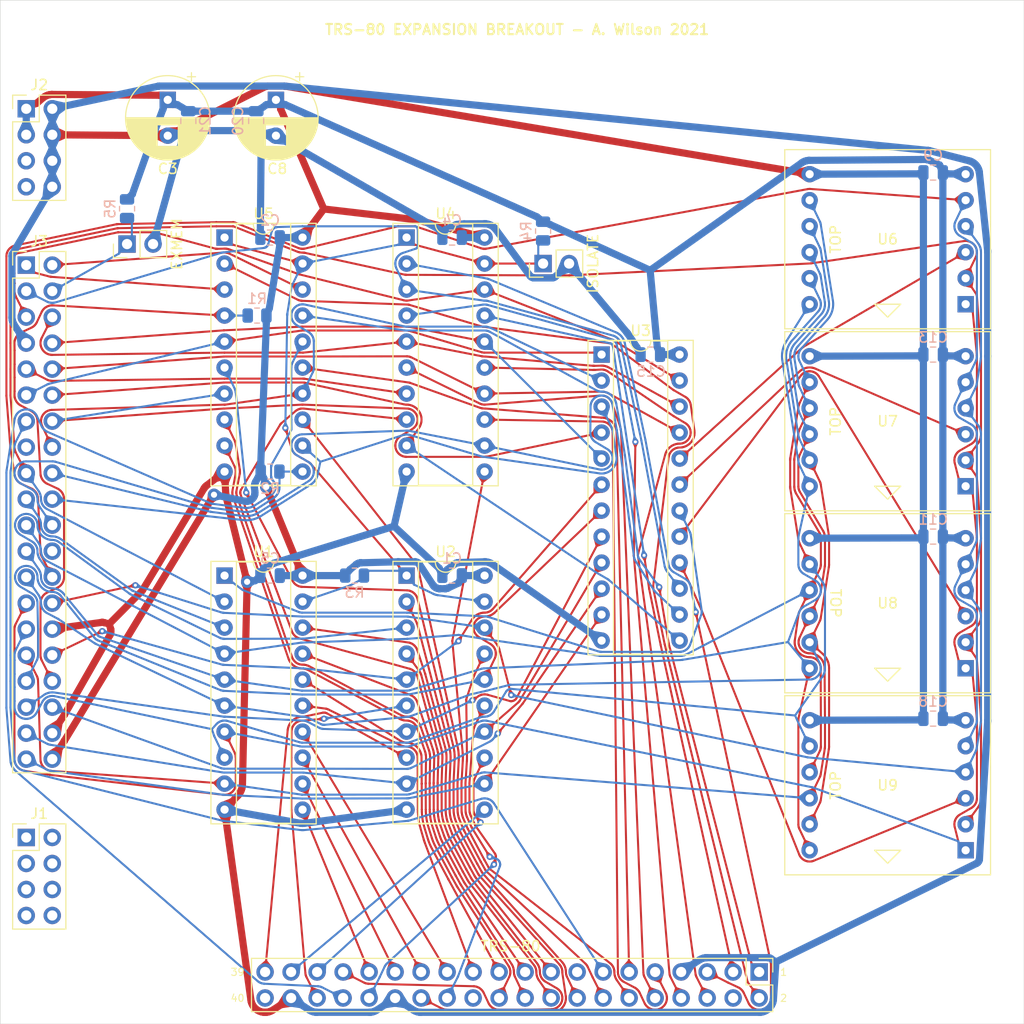
<source format=kicad_pcb>
(kicad_pcb (version 20171130) (host pcbnew "(5.1.9)-1")
  (layers (0 F.Cu signal) (31 B.Cu signal) (34 B.Paste user) (35 F.Paste user) (36 B.SilkS user) (37 F.SilkS user) (38 B.Mask user) (39 F.Mask user) (44 Edge.Cuts user))
  (net 0 "")
  (net 1 +5V)
  (net 2 F_A2)
  (net 3 GND)
  (net 4 F_A6)
  (net 5 F_A5)
  (net 6 F_A7)
  (net 7 F_A3)
  (net 8 F_A4)
  (net 9 F_D2)
  (net 10 F_D0)
  (net 11 F_A1)
  (net 12 F_D5)
  (net 13 F_A0)
  (net 14 F_D3)
  (net 15 F_D6)
  (net 16 F_D1)
  (net 17 F_D7)
  (net 18 F_A9)
  (net 19 F_D4)
  (net 20 F_A8)
  (net 21 F_A11)
  (net 22 F_A14)
  (net 23 F_A15)
  (net 24 F_A12)
  (net 25 F_A13)
  (net 26 F_A10)
  (net 27 ~F_WAIT~)
  (net 28 ~F_INT~)
  (net 29 ~F_IN~)
  (net 30 ~F_READ~)
  (net 31 ~F_WRITE~)
  (net 32 ~F_OUT~)
  (net 33 ~F_MREQ~)
  (net 34 ~F_SYSRES~)
  (net 35 A2)
  (net 36 A6)
  (net 37 A5)
  (net 38 A7)
  (net 39 ~WAIT~)
  (net 40 A3)
  (net 41 A4)
  (net 42 D2)
  (net 43 D0)
  (net 44 A1)
  (net 45 D5)
  (net 46 A0)
  (net 47 D3)
  (net 48 D6)
  (net 49 ~INT~)
  (net 50 D1)
  (net 51 ~IN~)
  (net 52 D7)
  (net 53 A9)
  (net 54 D4)
  (net 55 ~READ~)
  (net 56 ~WRITE~)
  (net 57 A8)
  (net 58 ~OUT~)
  (net 59 A11)
  (net 60 A14)
  (net 61 A15)
  (net 62 A12)
  (net 63 A13)
  (net 64 A10)
  (net 65 ~MREQ~)
  (net 66 ~SYSRES~)
  (net 67 ~ISOLATE~)
  (net 68 "Net-(U1-Pad1)")
  (net 69 ~F_INTAK~)
  (net 70 ~F_EXMEM~)
  (net 71 S1)
  (net 72 S2)
  (net 73 S3)
  (net 74 S4)
  (module Resistor_SMD:R_0805_2012Metric (layer B.Cu) (at 32.385 40.3625 270)
    (fp_text reference R5 (at 0 1.65 90) (layer B.SilkS) (effects (justify mirror)))
    (fp_text value R)
    (pad 2 smd roundrect (at 0.9125 0 270) (size 1.025 1.4) (layers B.Cu B.Paste B.Mask) (roundrect_rratio 0.243902) (net 70 ~F_EXMEM~))
    (pad 1 smd roundrect (at -0.9125 0 270) (size 1.025 1.4) (layers B.Cu B.Paste B.Mask) (roundrect_rratio 0.243902) (net 1 +5V))
  )
  (module Resistor_SMD:R_0805_2012Metric (layer B.Cu) (at 73.025 42.545 270)
    (fp_text reference R4 (at 0 1.65 90) (layer B.SilkS) (effects (justify mirror)))
    (fp_text value R)
    (pad 2 smd roundrect (at 0.9125 0 270) (size 1.025 1.4) (layers B.Cu B.Paste B.Mask) (roundrect_rratio 0.243902) (net 67 ~ISOLATE~))
    (pad 1 smd roundrect (at -0.9125 0 270) (size 1.025 1.4) (layers B.Cu B.Paste B.Mask) (roundrect_rratio 0.243902) (net 1 +5V))
  )
  (module Connector_PinHeader_2.54mm:PinHeader_1x02_P2.54mm_Vertical (layer F.Cu) (at 32.385 43.815 90)
    (fp_text reference JP2 hide)
    (fp_text value EXMEM (at 0 4.87 90) (layer F.SilkS))
    (pad 2 thru_hole oval (at 0 2.54 90) (size 1.7 1.7) (drill 1) (layers *.Cu *.Mask) (net 3 GND))
    (pad 1 thru_hole rect (at 0 0 90) (size 1.7 1.7) (drill 1) (layers *.Cu *.Mask) (net 70 ~F_EXMEM~))
  )
  (module Connector_PinHeader_2.54mm:PinHeader_1x02_P2.54mm_Vertical (layer F.Cu) (at 73.025 45.72 90)
    (fp_text reference JP1 hide)
    (fp_text value ISOLATE (at 0 4.87 90) (layer F.SilkS))
    (pad 2 thru_hole oval (at 0 2.54 90) (size 1.7 1.7) (drill 1) (layers *.Cu *.Mask) (net 3 GND))
    (pad 1 thru_hole rect (at 0 0 90) (size 1.7 1.7) (drill 1) (layers *.Cu *.Mask) (net 67 ~ISOLATE~))
  )
  (module Capacitor_SMD:C_0805_2012Metric (layer B.Cu) (at 46.355 76.2 180)
    (fp_text reference C5 (at 0 1.68) (layer B.SilkS) (effects (justify mirror)))
    (fp_text value 100n)
    (pad 2 smd roundrect (at 0.95 0 180) (size 1 1.45) (layers B.Cu B.Paste B.Mask) (net 3 GND))
    (pad 1 smd roundrect (at -0.95 0 180) (size 1 1.45) (layers B.Cu B.Paste B.Mask) (net 1 +5V))
  )
  (module Capacitor_SMD:C_0805_2012Metric (layer B.Cu) (at 64.135 43.18 180)
    (fp_text reference C4 (at 0 1.68) (layer B.SilkS) (effects (justify mirror)))
    (fp_text value 100n)
    (pad 2 smd roundrect (at 0.95 0 180) (size 1 1.45) (layers B.Cu B.Paste B.Mask) (net 3 GND))
    (pad 1 smd roundrect (at -0.95 0 180) (size 1 1.45) (layers B.Cu B.Paste B.Mask) (net 1 +5V))
  )
  (module Capacitor_SMD:C_0805_2012Metric (layer B.Cu) (at 46.355 43.18 180)
    (fp_text reference C2 (at 0 1.68) (layer B.SilkS) (effects (justify mirror)))
    (fp_text value 100n)
    (pad 2 smd roundrect (at 0.95 0 180) (size 1 1.45) (layers B.Cu B.Paste B.Mask) (net 3 GND))
    (pad 1 smd roundrect (at -0.95 0 180) (size 1 1.45) (layers B.Cu B.Paste B.Mask) (net 1 +5V))
  )
  (module Capacitor_SMD:C_0805_2012Metric (layer B.Cu) (at 64.135 76.2 180)
    (fp_text reference C1 (at 0 1.68) (layer B.SilkS) (effects (justify mirror)))
    (fp_text value 100n)
    (pad 2 smd roundrect (at 0.95 0 180) (size 1 1.45) (layers B.Cu B.Paste B.Mask) (net 3 GND))
    (pad 1 smd roundrect (at -0.95 0 180) (size 1 1.45) (layers B.Cu B.Paste B.Mask) (net 1 +5V))
  )
  (module wilson-z80:DIP-24_W15.24mm_Socket (layer F.Cu) (at 106.68 96.68 180)
    (fp_text reference U9 (at 0 0) (layer F.SilkS))
    (fp_text value HPDL1414)
    (fp_text user TOP (at 5.08 0 90 unlocked) (layer F.SilkS))
    (pad 1 thru_hole rect (at -7.62 -6.35 180) (size 1.6 1.6) (drill 0.8) (layers *.Cu *.Mask) (net 12 F_D5))
    (pad 2 thru_hole oval (at -7.62 -3.81 180) (size 1.6 1.6) (drill 0.8) (layers *.Cu *.Mask) (net 19 F_D4))
    (pad 3 thru_hole oval (at -7.62 -1.27 180) (size 1.6 1.6) (drill 0.8) (layers *.Cu *.Mask) (net 71 S1))
    (pad 4 thru_hole oval (at -7.62 1.27 180) (size 1.6 1.6) (drill 0.8) (layers *.Cu *.Mask) (net 11 F_A1))
    (pad 5 thru_hole oval (at -7.62 3.81 180) (size 1.6 1.6) (drill 0.8) (layers *.Cu *.Mask) (net 13 F_A0))
    (pad 6 thru_hole oval (at -7.62 6.35 180) (size 1.6 1.6) (drill 0.8) (layers *.Cu *.Mask) (net 1 +5V))
    (pad 7 thru_hole oval (at 7.62 6.35 180) (size 1.6 1.6) (drill 0.8) (layers *.Cu *.Mask) (net 3 GND))
    (pad 8 thru_hole oval (at 7.62 3.81 180) (size 1.6 1.6) (drill 0.8) (layers *.Cu *.Mask) (net 10 F_D0))
    (pad 9 thru_hole oval (at 7.62 1.27 180) (size 1.6 1.6) (drill 0.8) (layers *.Cu *.Mask) (net 16 F_D1))
    (pad 10 thru_hole oval (at 7.62 -1.27 180) (size 1.6 1.6) (drill 0.8) (layers *.Cu *.Mask) (net 9 F_D2))
    (pad 11 thru_hole oval (at 7.62 -3.81 180) (size 1.6 1.6) (drill 0.8) (layers *.Cu *.Mask) (net 14 F_D3))
    (pad 12 thru_hole oval (at 7.62 -6.35 180) (size 1.6 1.6) (drill 0.8) (layers *.Cu *.Mask) (net 15 F_D6))
  )
  (module wilson-z80:DIP-24_W15.24mm_Socket (layer F.Cu) (at 106.68 78.9 180)
    (fp_text reference U8 (at 0 0) (layer F.SilkS))
    (fp_text value HPDL1414)
    (fp_text user TOP (at 5.08 0 270 unlocked) (layer F.SilkS))
    (pad 1 thru_hole rect (at -7.62 -6.35 180) (size 1.6 1.6) (drill 0.8) (layers *.Cu *.Mask) (net 12 F_D5))
    (pad 2 thru_hole oval (at -7.62 -3.81 180) (size 1.6 1.6) (drill 0.8) (layers *.Cu *.Mask) (net 19 F_D4))
    (pad 3 thru_hole oval (at -7.62 -1.27 180) (size 1.6 1.6) (drill 0.8) (layers *.Cu *.Mask) (net 73 S3))
    (pad 4 thru_hole oval (at -7.62 1.27 180) (size 1.6 1.6) (drill 0.8) (layers *.Cu *.Mask) (net 11 F_A1))
    (pad 5 thru_hole oval (at -7.62 3.81 180) (size 1.6 1.6) (drill 0.8) (layers *.Cu *.Mask) (net 13 F_A0))
    (pad 6 thru_hole oval (at -7.62 6.35 180) (size 1.6 1.6) (drill 0.8) (layers *.Cu *.Mask) (net 1 +5V))
    (pad 7 thru_hole oval (at 7.62 6.35 180) (size 1.6 1.6) (drill 0.8) (layers *.Cu *.Mask) (net 3 GND))
    (pad 8 thru_hole oval (at 7.62 3.81 180) (size 1.6 1.6) (drill 0.8) (layers *.Cu *.Mask) (net 10 F_D0))
    (pad 9 thru_hole oval (at 7.62 1.27 180) (size 1.6 1.6) (drill 0.8) (layers *.Cu *.Mask) (net 16 F_D1))
    (pad 10 thru_hole oval (at 7.62 -1.27 180) (size 1.6 1.6) (drill 0.8) (layers *.Cu *.Mask) (net 9 F_D2))
    (pad 11 thru_hole oval (at 7.62 -3.81 180) (size 1.6 1.6) (drill 0.8) (layers *.Cu *.Mask) (net 14 F_D3))
    (pad 12 thru_hole oval (at 7.62 -6.35 180) (size 1.6 1.6) (drill 0.8) (layers *.Cu *.Mask) (net 15 F_D6))
  )
  (module wilson-z80:DIP-24_W15.24mm_Socket (layer F.Cu) (at 106.68 61.12 180)
    (fp_text reference U7 (at 0 0) (layer F.SilkS))
    (fp_text value HPDL1414)
    (fp_text user TOP (at 5.08 0 90 unlocked) (layer F.SilkS))
    (pad 1 thru_hole rect (at -7.62 -6.35 180) (size 1.6 1.6) (drill 0.8) (layers *.Cu *.Mask) (net 12 F_D5))
    (pad 2 thru_hole oval (at -7.62 -3.81 180) (size 1.6 1.6) (drill 0.8) (layers *.Cu *.Mask) (net 19 F_D4))
    (pad 3 thru_hole oval (at -7.62 -1.27 180) (size 1.6 1.6) (drill 0.8) (layers *.Cu *.Mask) (net 74 S4))
    (pad 4 thru_hole oval (at -7.62 1.27 180) (size 1.6 1.6) (drill 0.8) (layers *.Cu *.Mask) (net 11 F_A1))
    (pad 5 thru_hole oval (at -7.62 3.81 180) (size 1.6 1.6) (drill 0.8) (layers *.Cu *.Mask) (net 13 F_A0))
    (pad 6 thru_hole oval (at -7.62 6.35 180) (size 1.6 1.6) (drill 0.8) (layers *.Cu *.Mask) (net 1 +5V))
    (pad 7 thru_hole oval (at 7.62 6.35 180) (size 1.6 1.6) (drill 0.8) (layers *.Cu *.Mask) (net 3 GND))
    (pad 8 thru_hole oval (at 7.62 3.81 180) (size 1.6 1.6) (drill 0.8) (layers *.Cu *.Mask) (net 10 F_D0))
    (pad 9 thru_hole oval (at 7.62 1.27 180) (size 1.6 1.6) (drill 0.8) (layers *.Cu *.Mask) (net 16 F_D1))
    (pad 10 thru_hole oval (at 7.62 -1.27 180) (size 1.6 1.6) (drill 0.8) (layers *.Cu *.Mask) (net 9 F_D2))
    (pad 11 thru_hole oval (at 7.62 -3.81 180) (size 1.6 1.6) (drill 0.8) (layers *.Cu *.Mask) (net 14 F_D3))
    (pad 12 thru_hole oval (at 7.62 -6.35 180) (size 1.6 1.6) (drill 0.8) (layers *.Cu *.Mask) (net 15 F_D6))
  )
  (module wilson-z80:DIP-24_W15.24mm_Socket (layer F.Cu) (at 106.68 43.34 180)
    (fp_text reference U6 (at 0 0) (layer F.SilkS))
    (fp_text value HPDL1414)
    (fp_text user TOP (at 5.08 0 90 unlocked) (layer F.SilkS))
    (pad 1 thru_hole rect (at -7.62 -6.35 180) (size 1.6 1.6) (drill 0.8) (layers *.Cu *.Mask) (net 12 F_D5))
    (pad 2 thru_hole oval (at -7.62 -3.81 180) (size 1.6 1.6) (drill 0.8) (layers *.Cu *.Mask) (net 19 F_D4))
    (pad 3 thru_hole oval (at -7.62 -1.27 180) (size 1.6 1.6) (drill 0.8) (layers *.Cu *.Mask) (net 72 S2))
    (pad 4 thru_hole oval (at -7.62 1.27 180) (size 1.6 1.6) (drill 0.8) (layers *.Cu *.Mask) (net 11 F_A1))
    (pad 5 thru_hole oval (at -7.62 3.81 180) (size 1.6 1.6) (drill 0.8) (layers *.Cu *.Mask) (net 13 F_A0))
    (pad 6 thru_hole oval (at -7.62 6.35 180) (size 1.6 1.6) (drill 0.8) (layers *.Cu *.Mask) (net 1 +5V))
    (pad 7 thru_hole oval (at 7.62 6.35 180) (size 1.6 1.6) (drill 0.8) (layers *.Cu *.Mask) (net 3 GND))
    (pad 8 thru_hole oval (at 7.62 3.81 180) (size 1.6 1.6) (drill 0.8) (layers *.Cu *.Mask) (net 10 F_D0))
    (pad 9 thru_hole oval (at 7.62 1.27 180) (size 1.6 1.6) (drill 0.8) (layers *.Cu *.Mask) (net 16 F_D1))
    (pad 10 thru_hole oval (at 7.62 -1.27 180) (size 1.6 1.6) (drill 0.8) (layers *.Cu *.Mask) (net 9 F_D2))
    (pad 11 thru_hole oval (at 7.62 -3.81 180) (size 1.6 1.6) (drill 0.8) (layers *.Cu *.Mask) (net 14 F_D3))
    (pad 12 thru_hole oval (at 7.62 -6.35 180) (size 1.6 1.6) (drill 0.8) (layers *.Cu *.Mask) (net 15 F_D6))
  )
  (module Package_DIP:DIP-24_W7.62mm_Socket (layer F.Cu) (at 78.74 54.61)
    (fp_text reference U3 (at 3.81 -2.33) (layer F.SilkS))
    (fp_text value ATF22V10C)
    (pad 24 thru_hole oval (at 7.62 0) (size 1.6 1.6) (drill 0.8) (layers *.Cu *.Mask) (net 1 +5V))
    (pad 12 thru_hole oval (at 0 27.94) (size 1.6 1.6) (drill 0.8) (layers *.Cu *.Mask) (net 3 GND))
    (pad 23 thru_hole oval (at 7.62 2.54) (size 1.6 1.6) (drill 0.8) (layers *.Cu *.Mask) (net 25 F_A13))
    (pad 11 thru_hole oval (at 0 25.4) (size 1.6 1.6) (drill 0.8) (layers *.Cu *.Mask) (net 2 F_A2))
    (pad 22 thru_hole oval (at 7.62 5.08) (size 1.6 1.6) (drill 0.8) (layers *.Cu *.Mask) (net 24 F_A12))
    (pad 10 thru_hole oval (at 0 22.86) (size 1.6 1.6) (drill 0.8) (layers *.Cu *.Mask) (net 4 F_A6))
    (pad 21 thru_hole oval (at 7.62 7.62) (size 1.6 1.6) (drill 0.8) (layers *.Cu *.Mask) (net 21 F_A11))
    (pad 9 thru_hole oval (at 0 20.32) (size 1.6 1.6) (drill 0.8) (layers *.Cu *.Mask) (net 5 F_A5))
    (pad 20 thru_hole oval (at 7.62 10.16) (size 1.6 1.6) (drill 0.8) (layers *.Cu *.Mask) (net 72 S2))
    (pad 8 thru_hole oval (at 0 17.78) (size 1.6 1.6) (drill 0.8) (layers *.Cu *.Mask) (net 6 F_A7))
    (pad 19 thru_hole oval (at 7.62 12.7) (size 1.6 1.6) (drill 0.8) (layers *.Cu *.Mask) (net 74 S4))
    (pad 7 thru_hole oval (at 0 15.24) (size 1.6 1.6) (drill 0.8) (layers *.Cu *.Mask) (net 7 F_A3))
    (pad 18 thru_hole oval (at 7.62 15.24) (size 1.6 1.6) (drill 0.8) (layers *.Cu *.Mask) (net 68 "Net-(U1-Pad1)"))
    (pad 6 thru_hole oval (at 0 12.7) (size 1.6 1.6) (drill 0.8) (layers *.Cu *.Mask) (net 8 F_A4))
    (pad 17 thru_hole oval (at 7.62 17.78) (size 1.6 1.6) (drill 0.8) (layers *.Cu *.Mask) (net 73 S3))
    (pad 5 thru_hole oval (at 0 10.16) (size 1.6 1.6) (drill 0.8) (layers *.Cu *.Mask) (net 23 F_A15))
    (pad 16 thru_hole oval (at 7.62 20.32) (size 1.6 1.6) (drill 0.8) (layers *.Cu *.Mask) (net 71 S1))
    (pad 4 thru_hole oval (at 0 7.62) (size 1.6 1.6) (drill 0.8) (layers *.Cu *.Mask) (net 31 ~F_WRITE~))
    (pad 15 thru_hole oval (at 7.62 22.86) (size 1.6 1.6) (drill 0.8) (layers *.Cu *.Mask) (net 26 F_A10))
    (pad 3 thru_hole oval (at 0 5.08) (size 1.6 1.6) (drill 0.8) (layers *.Cu *.Mask) (net 29 ~F_IN~))
    (pad 14 thru_hole oval (at 7.62 25.4) (size 1.6 1.6) (drill 0.8) (layers *.Cu *.Mask) (net 18 F_A9))
    (pad 2 thru_hole oval (at 0 2.54) (size 1.6 1.6) (drill 0.8) (layers *.Cu *.Mask) (net 30 ~F_READ~))
    (pad 13 thru_hole oval (at 7.62 27.94) (size 1.6 1.6) (drill 0.8) (layers *.Cu *.Mask) (net 20 F_A8))
    (pad 1 thru_hole rect (at 0 0) (size 1.6 1.6) (drill 0.8) (layers *.Cu *.Mask) (net 32 ~F_OUT~))
  )
  (module Resistor_SMD:R_0805_2012Metric (layer B.Cu) (at 54.61 76.2)
    (fp_text reference R3 (at 0 1.65) (layer B.SilkS) (effects (justify mirror)))
    (fp_text value R)
    (pad 2 smd roundrect (at 0.9125 0) (size 1.025 1.4) (layers B.Cu B.Paste B.Mask) (roundrect_rratio 0.243902) (net 67 ~ISOLATE~))
    (pad 1 smd roundrect (at -0.9125 0) (size 1.025 1.4) (layers B.Cu B.Paste B.Mask) (roundrect_rratio 0.243902) (net 1 +5V))
  )
  (module Resistor_SMD:R_0805_2012Metric (layer B.Cu) (at 46.355 66.04)
    (fp_text reference R2 (at 0 1.65) (layer B.SilkS) (effects (justify mirror)))
    (fp_text value R)
    (pad 2 smd roundrect (at 0.9125 0) (size 1.025 1.4) (layers B.Cu B.Paste B.Mask) (roundrect_rratio 0.243902) (net 28 ~F_INT~))
    (pad 1 smd roundrect (at -0.9125 0) (size 1.025 1.4) (layers B.Cu B.Paste B.Mask) (roundrect_rratio 0.243902) (net 1 +5V))
  )
  (module Resistor_SMD:R_0805_2012Metric (layer B.Cu) (at 45.085 50.8 180)
    (fp_text reference R1 (at 0 1.65) (layer B.SilkS) (effects (justify mirror)))
    (fp_text value R)
    (pad 2 smd roundrect (at 0.9125 0 180) (size 1.025 1.4) (layers B.Cu B.Paste B.Mask) (roundrect_rratio 0.243902) (net 27 ~F_WAIT~))
    (pad 1 smd roundrect (at -0.9125 0 180) (size 1.025 1.4) (layers B.Cu B.Paste B.Mask) (roundrect_rratio 0.243902) (net 1 +5V))
  )
  (module Package_DIP:DIP-20_W7.62mm_Socket (layer F.Cu) (at 41.91 43.18)
    (fp_text reference U5 (at 3.81 -2.33) (layer F.SilkS))
    (fp_text value 74LS244)
    (pad 20 thru_hole oval (at 7.62 0) (size 1.6 1.6) (drill 0.8) (layers *.Cu *.Mask) (net 1 +5V))
    (pad 10 thru_hole oval (at 0 22.86) (size 1.6 1.6) (drill 0.8) (layers *.Cu *.Mask) (net 3 GND))
    (pad 19 thru_hole oval (at 7.62 2.54) (size 1.6 1.6) (drill 0.8) (layers *.Cu *.Mask) (net 67 ~ISOLATE~))
    (pad 9 thru_hole oval (at 0 20.32) (size 1.6 1.6) (drill 0.8) (layers *.Cu *.Mask) (net 49 ~INT~))
    (pad 18 thru_hole oval (at 7.62 5.08) (size 1.6 1.6) (drill 0.8) (layers *.Cu *.Mask) (net 33 ~F_MREQ~))
    (pad 8 thru_hole oval (at 0 17.78) (size 1.6 1.6) (drill 0.8) (layers *.Cu *.Mask) (net 51 ~IN~))
    (pad 17 thru_hole oval (at 7.62 7.62) (size 1.6 1.6) (drill 0.8) (layers *.Cu *.Mask) (net 66 ~SYSRES~))
    (pad 7 thru_hole oval (at 0 15.24) (size 1.6 1.6) (drill 0.8) (layers *.Cu *.Mask) (net 31 ~F_WRITE~))
    (pad 16 thru_hole oval (at 7.62 10.16) (size 1.6 1.6) (drill 0.8) (layers *.Cu *.Mask) (net 39 ~WAIT~))
    (pad 6 thru_hole oval (at 0 12.7) (size 1.6 1.6) (drill 0.8) (layers *.Cu *.Mask) (net 55 ~READ~))
    (pad 15 thru_hole oval (at 7.62 12.7) (size 1.6 1.6) (drill 0.8) (layers *.Cu *.Mask) (net 58 ~OUT~))
    (pad 5 thru_hole oval (at 0 10.16) (size 1.6 1.6) (drill 0.8) (layers *.Cu *.Mask) (net 32 ~F_OUT~))
    (pad 14 thru_hole oval (at 7.62 15.24) (size 1.6 1.6) (drill 0.8) (layers *.Cu *.Mask) (net 30 ~F_READ~))
    (pad 4 thru_hole oval (at 0 7.62) (size 1.6 1.6) (drill 0.8) (layers *.Cu *.Mask) (net 27 ~F_WAIT~))
    (pad 13 thru_hole oval (at 7.62 17.78) (size 1.6 1.6) (drill 0.8) (layers *.Cu *.Mask) (net 56 ~WRITE~))
    (pad 3 thru_hole oval (at 0 5.08) (size 1.6 1.6) (drill 0.8) (layers *.Cu *.Mask) (net 34 ~F_SYSRES~))
    (pad 12 thru_hole oval (at 7.62 20.32) (size 1.6 1.6) (drill 0.8) (layers *.Cu *.Mask) (net 29 ~F_IN~))
    (pad 2 thru_hole oval (at 0 2.54) (size 1.6 1.6) (drill 0.8) (layers *.Cu *.Mask) (net 65 ~MREQ~))
    (pad 11 thru_hole oval (at 7.62 22.86) (size 1.6 1.6) (drill 0.8) (layers *.Cu *.Mask) (net 28 ~F_INT~))
    (pad 1 thru_hole rect (at 0 0) (size 1.6 1.6) (drill 0.8) (layers *.Cu *.Mask) (net 67 ~ISOLATE~))
  )
  (module Package_DIP:DIP-20_W7.62mm_Socket (layer F.Cu) (at 59.69 43.18)
    (fp_text reference U4 (at 3.81 -2.33) (layer F.SilkS))
    (fp_text value 74LS244)
    (pad 20 thru_hole oval (at 7.62 0) (size 1.6 1.6) (drill 0.8) (layers *.Cu *.Mask) (net 1 +5V))
    (pad 10 thru_hole oval (at 0 22.86) (size 1.6 1.6) (drill 0.8) (layers *.Cu *.Mask) (net 3 GND))
    (pad 19 thru_hole oval (at 7.62 2.54) (size 1.6 1.6) (drill 0.8) (layers *.Cu *.Mask) (net 67 ~ISOLATE~))
    (pad 9 thru_hole oval (at 0 20.32) (size 1.6 1.6) (drill 0.8) (layers *.Cu *.Mask) (net 20 F_A8))
    (pad 18 thru_hole oval (at 7.62 5.08) (size 1.6 1.6) (drill 0.8) (layers *.Cu *.Mask) (net 25 F_A13))
    (pad 8 thru_hole oval (at 0 17.78) (size 1.6 1.6) (drill 0.8) (layers *.Cu *.Mask) (net 53 A9))
    (pad 17 thru_hole oval (at 7.62 7.62) (size 1.6 1.6) (drill 0.8) (layers *.Cu *.Mask) (net 64 A10))
    (pad 7 thru_hole oval (at 0 15.24) (size 1.6 1.6) (drill 0.8) (layers *.Cu *.Mask) (net 22 F_A14))
    (pad 16 thru_hole oval (at 7.62 10.16) (size 1.6 1.6) (drill 0.8) (layers *.Cu *.Mask) (net 23 F_A15))
    (pad 6 thru_hole oval (at 0 12.7) (size 1.6 1.6) (drill 0.8) (layers *.Cu *.Mask) (net 59 A11))
    (pad 15 thru_hole oval (at 7.62 12.7) (size 1.6 1.6) (drill 0.8) (layers *.Cu *.Mask) (net 62 A12))
    (pad 5 thru_hole oval (at 0 10.16) (size 1.6 1.6) (drill 0.8) (layers *.Cu *.Mask) (net 24 F_A12))
    (pad 14 thru_hole oval (at 7.62 15.24) (size 1.6 1.6) (drill 0.8) (layers *.Cu *.Mask) (net 21 F_A11))
    (pad 4 thru_hole oval (at 0 7.62) (size 1.6 1.6) (drill 0.8) (layers *.Cu *.Mask) (net 61 A15))
    (pad 13 thru_hole oval (at 7.62 17.78) (size 1.6 1.6) (drill 0.8) (layers *.Cu *.Mask) (net 60 A14))
    (pad 3 thru_hole oval (at 0 5.08) (size 1.6 1.6) (drill 0.8) (layers *.Cu *.Mask) (net 26 F_A10))
    (pad 12 thru_hole oval (at 7.62 20.32) (size 1.6 1.6) (drill 0.8) (layers *.Cu *.Mask) (net 18 F_A9))
    (pad 2 thru_hole oval (at 0 2.54) (size 1.6 1.6) (drill 0.8) (layers *.Cu *.Mask) (net 63 A13))
    (pad 11 thru_hole oval (at 7.62 22.86) (size 1.6 1.6) (drill 0.8) (layers *.Cu *.Mask) (net 57 A8))
    (pad 1 thru_hole rect (at 0 0) (size 1.6 1.6) (drill 0.8) (layers *.Cu *.Mask) (net 67 ~ISOLATE~))
  )
  (module Package_DIP:DIP-20_W7.62mm_Socket (layer F.Cu) (at 59.69 76.2)
    (fp_text reference U2 (at 3.81 -2.33) (layer F.SilkS))
    (fp_text value 74LS244)
    (pad 20 thru_hole oval (at 7.62 0) (size 1.6 1.6) (drill 0.8) (layers *.Cu *.Mask) (net 1 +5V))
    (pad 10 thru_hole oval (at 0 22.86) (size 1.6 1.6) (drill 0.8) (layers *.Cu *.Mask) (net 3 GND))
    (pad 19 thru_hole oval (at 7.62 2.54) (size 1.6 1.6) (drill 0.8) (layers *.Cu *.Mask) (net 67 ~ISOLATE~))
    (pad 9 thru_hole oval (at 0 20.32) (size 1.6 1.6) (drill 0.8) (layers *.Cu *.Mask) (net 4 F_A6))
    (pad 18 thru_hole oval (at 7.62 5.08) (size 1.6 1.6) (drill 0.8) (layers *.Cu *.Mask) (net 11 F_A1))
    (pad 8 thru_hole oval (at 0 17.78) (size 1.6 1.6) (drill 0.8) (layers *.Cu *.Mask) (net 35 A2))
    (pad 17 thru_hole oval (at 7.62 7.62) (size 1.6 1.6) (drill 0.8) (layers *.Cu *.Mask) (net 46 A0))
    (pad 7 thru_hole oval (at 0 15.24) (size 1.6 1.6) (drill 0.8) (layers *.Cu *.Mask) (net 6 F_A7))
    (pad 16 thru_hole oval (at 7.62 10.16) (size 1.6 1.6) (drill 0.8) (layers *.Cu *.Mask) (net 7 F_A3))
    (pad 6 thru_hole oval (at 0 12.7) (size 1.6 1.6) (drill 0.8) (layers *.Cu *.Mask) (net 37 A5))
    (pad 15 thru_hole oval (at 7.62 12.7) (size 1.6 1.6) (drill 0.8) (layers *.Cu *.Mask) (net 41 A4))
    (pad 5 thru_hole oval (at 0 10.16) (size 1.6 1.6) (drill 0.8) (layers *.Cu *.Mask) (net 8 F_A4))
    (pad 14 thru_hole oval (at 7.62 15.24) (size 1.6 1.6) (drill 0.8) (layers *.Cu *.Mask) (net 5 F_A5))
    (pad 4 thru_hole oval (at 0 7.62) (size 1.6 1.6) (drill 0.8) (layers *.Cu *.Mask) (net 40 A3))
    (pad 13 thru_hole oval (at 7.62 17.78) (size 1.6 1.6) (drill 0.8) (layers *.Cu *.Mask) (net 38 A7))
    (pad 3 thru_hole oval (at 0 5.08) (size 1.6 1.6) (drill 0.8) (layers *.Cu *.Mask) (net 13 F_A0))
    (pad 12 thru_hole oval (at 7.62 20.32) (size 1.6 1.6) (drill 0.8) (layers *.Cu *.Mask) (net 2 F_A2))
    (pad 2 thru_hole oval (at 0 2.54) (size 1.6 1.6) (drill 0.8) (layers *.Cu *.Mask) (net 44 A1))
    (pad 11 thru_hole oval (at 7.62 22.86) (size 1.6 1.6) (drill 0.8) (layers *.Cu *.Mask) (net 36 A6))
    (pad 1 thru_hole rect (at 0 0) (size 1.6 1.6) (drill 0.8) (layers *.Cu *.Mask) (net 67 ~ISOLATE~))
  )
  (module Package_DIP:DIP-20_W7.62mm_Socket (layer F.Cu) (at 41.91 76.2)
    (fp_text reference U1 (at 3.81 -2.33) (layer F.SilkS))
    (fp_text value 74LS245)
    (pad 20 thru_hole oval (at 7.62 0) (size 1.6 1.6) (drill 0.8) (layers *.Cu *.Mask) (net 1 +5V))
    (pad 10 thru_hole oval (at 0 22.86) (size 1.6 1.6) (drill 0.8) (layers *.Cu *.Mask) (net 3 GND))
    (pad 19 thru_hole oval (at 7.62 2.54) (size 1.6 1.6) (drill 0.8) (layers *.Cu *.Mask) (net 67 ~ISOLATE~))
    (pad 9 thru_hole oval (at 0 20.32) (size 1.6 1.6) (drill 0.8) (layers *.Cu *.Mask) (net 9 F_D2))
    (pad 18 thru_hole oval (at 7.62 5.08) (size 1.6 1.6) (drill 0.8) (layers *.Cu *.Mask) (net 54 D4))
    (pad 8 thru_hole oval (at 0 17.78) (size 1.6 1.6) (drill 0.8) (layers *.Cu *.Mask) (net 10 F_D0))
    (pad 17 thru_hole oval (at 7.62 7.62) (size 1.6 1.6) (drill 0.8) (layers *.Cu *.Mask) (net 52 D7))
    (pad 7 thru_hole oval (at 0 15.24) (size 1.6 1.6) (drill 0.8) (layers *.Cu *.Mask) (net 12 F_D5))
    (pad 16 thru_hole oval (at 7.62 10.16) (size 1.6 1.6) (drill 0.8) (layers *.Cu *.Mask) (net 50 D1))
    (pad 6 thru_hole oval (at 0 12.7) (size 1.6 1.6) (drill 0.8) (layers *.Cu *.Mask) (net 14 F_D3))
    (pad 15 thru_hole oval (at 7.62 12.7) (size 1.6 1.6) (drill 0.8) (layers *.Cu *.Mask) (net 48 D6))
    (pad 5 thru_hole oval (at 0 10.16) (size 1.6 1.6) (drill 0.8) (layers *.Cu *.Mask) (net 15 F_D6))
    (pad 14 thru_hole oval (at 7.62 15.24) (size 1.6 1.6) (drill 0.8) (layers *.Cu *.Mask) (net 47 D3))
    (pad 4 thru_hole oval (at 0 7.62) (size 1.6 1.6) (drill 0.8) (layers *.Cu *.Mask) (net 16 F_D1))
    (pad 13 thru_hole oval (at 7.62 17.78) (size 1.6 1.6) (drill 0.8) (layers *.Cu *.Mask) (net 45 D5))
    (pad 3 thru_hole oval (at 0 5.08) (size 1.6 1.6) (drill 0.8) (layers *.Cu *.Mask) (net 17 F_D7))
    (pad 12 thru_hole oval (at 7.62 20.32) (size 1.6 1.6) (drill 0.8) (layers *.Cu *.Mask) (net 43 D0))
    (pad 2 thru_hole oval (at 0 2.54) (size 1.6 1.6) (drill 0.8) (layers *.Cu *.Mask) (net 19 F_D4))
    (pad 11 thru_hole oval (at 7.62 22.86) (size 1.6 1.6) (drill 0.8) (layers *.Cu *.Mask) (net 42 D2))
    (pad 1 thru_hole rect (at 0 0) (size 1.6 1.6) (drill 0.8) (layers *.Cu *.Mask) (net 68 "Net-(U1-Pad1)"))
  )
  (module MountingHole:MountingHole_3.2mm_M3_DIN965 (layer F.Cu) (at 23.5 116.5)
    (fp_text reference M4 hide)
    (fp_text value 3mm-mounting-hole hide)
    (pad 1 np_thru_hole circle (at 0 0) (size 3.2 3.2) (drill 3.2) (layers *.Cu *.Mask))
  )
  (module MountingHole:MountingHole_3.2mm_M3_DIN965 (layer F.Cu) (at 23.5 23.5)
    (fp_text reference M3 hide)
    (fp_text value 3mm-mounting-hole hide)
    (pad 1 np_thru_hole circle (at 0 0) (size 3.2 3.2) (drill 3.2) (layers *.Cu *.Mask))
  )
  (module MountingHole:MountingHole_3.2mm_M3_DIN965 (layer F.Cu) (at 116.5 116.5)
    (fp_text reference M2 hide)
    (fp_text value 3mm-mounting-hole hide)
    (pad 1 np_thru_hole circle (at 0 0) (size 3.2 3.2) (drill 3.2) (layers *.Cu *.Mask))
  )
  (module MountingHole:MountingHole_3.2mm_M3_DIN965 (layer F.Cu) (at 116.5 23.5)
    (fp_text reference M1 hide)
    (fp_text value 3mm-mounting-hole hide)
    (pad 1 np_thru_hole circle (at 0 0) (size 3.2 3.2) (drill 3.2) (layers *.Cu *.Mask))
  )
  (module Capacitor_THT:CP_Radial_D8.0mm_P3.50mm (layer F.Cu) (at 36.36 29.73 270)
    (fp_text reference C3 (at 6.732 0) (layer F.SilkS))
    (fp_text value 470uF)
    (pad 2 thru_hole circle (at 3.5 0 270) (size 1.6 1.6) (drill 0.8) (layers *.Cu *.Mask) (net 3 GND))
    (pad 1 thru_hole rect (at 0 0 270) (size 1.6 1.6) (drill 0.8) (layers *.Cu *.Mask) (net 1 +5V))
  )
  (module Capacitor_SMD:C_0805_2012Metric (layer B.Cu) (at 38.3728 31.7839 270)
    (fp_text reference C21 (at 0 -1.651 90) (layer B.SilkS) (effects (justify mirror)))
    (fp_text value 100n)
    (pad 2 smd roundrect (at 0.95 0 270) (size 1 1.45) (layers B.Cu B.Paste B.Mask) (net 3 GND))
    (pad 1 smd roundrect (at -0.95 0 270) (size 1 1.45) (layers B.Cu B.Paste B.Mask) (net 1 +5V))
  )
  (module Capacitor_SMD:C_0805_2012Metric (layer B.Cu) (at 44.997 31.7839 270)
    (fp_text reference C20 (at 0 1.778 90) (layer B.SilkS) (effects (justify mirror)))
    (fp_text value 100n)
    (pad 2 smd roundrect (at 0.95 0 270) (size 1 1.45) (layers B.Cu B.Paste B.Mask) (net 3 GND))
    (pad 1 smd roundrect (at -0.95 0 270) (size 1 1.45) (layers B.Cu B.Paste B.Mask) (net 1 +5V))
  )
  (module Capacitor_SMD:C_0805_2012Metric (layer B.Cu) (at 111.125 90.17 180)
    (fp_text reference C18 (at 0 1.68) (layer B.SilkS) (effects (justify mirror)))
    (fp_text value 100n)
    (pad 2 smd roundrect (at 0.95 0 180) (size 1 1.45) (layers B.Cu B.Paste B.Mask) (net 3 GND))
    (pad 1 smd roundrect (at -0.95 0 180) (size 1 1.45) (layers B.Cu B.Paste B.Mask) (net 1 +5V))
  )
  (module Capacitor_SMD:C_0805_2012Metric (layer B.Cu) (at 83.5 54.61 180)
    (fp_text reference C15 (at -0.061 -1.651) (layer B.SilkS) (effects (justify mirror)))
    (fp_text value 100n)
    (pad 2 smd roundrect (at 0.95 0 180) (size 1 1.45) (layers B.Cu B.Paste B.Mask) (net 3 GND))
    (pad 1 smd roundrect (at -0.95 0 180) (size 1 1.45) (layers B.Cu B.Paste B.Mask) (net 1 +5V))
  )
  (module Capacitor_SMD:C_0805_2012Metric (layer B.Cu) (at 111.125 54.61 180)
    (fp_text reference C13 (at 0 1.68) (layer B.SilkS) (effects (justify mirror)))
    (fp_text value 100n)
    (pad 2 smd roundrect (at 0.95 0 180) (size 1 1.45) (layers B.Cu B.Paste B.Mask) (net 3 GND))
    (pad 1 smd roundrect (at -0.95 0 180) (size 1 1.45) (layers B.Cu B.Paste B.Mask) (net 1 +5V))
  )
  (module Capacitor_SMD:C_0805_2012Metric (layer B.Cu) (at 111.125 72.39 180)
    (fp_text reference C11 (at 0 1.68) (layer B.SilkS) (effects (justify mirror)))
    (fp_text value 100n)
    (pad 2 smd roundrect (at 0.95 0 180) (size 1 1.45) (layers B.Cu B.Paste B.Mask) (net 3 GND))
    (pad 1 smd roundrect (at -0.95 0 180) (size 1 1.45) (layers B.Cu B.Paste B.Mask) (net 1 +5V))
  )
  (module Capacitor_SMD:C_0805_2012Metric (layer B.Cu) (at 111.125 36.83 180)
    (fp_text reference C9 (at 0 1.68) (layer B.SilkS) (effects (justify mirror)))
    (fp_text value 100n)
    (pad 2 smd roundrect (at 0.95 0 180) (size 1 1.45) (layers B.Cu B.Paste B.Mask) (net 3 GND))
    (pad 1 smd roundrect (at -0.95 0 180) (size 1 1.45) (layers B.Cu B.Paste B.Mask) (net 1 +5V))
  )
  (module Capacitor_THT:CP_Radial_D8.0mm_P3.50mm (layer F.Cu) (at 46.93 29.73 270)
    (fp_text reference C8 (at 6.732 -0.127) (layer F.SilkS))
    (fp_text value 470uF)
    (pad 2 thru_hole circle (at 3.5 0 270) (size 1.6 1.6) (drill 0.8) (layers *.Cu *.Mask) (net 3 GND))
    (pad 1 thru_hole rect (at 0 0 270) (size 1.6 1.6) (drill 0.8) (layers *.Cu *.Mask) (net 1 +5V))
  )
  (module Connector_PinHeader_2.54mm:PinHeader_2x04_P2.54mm_Vertical (layer F.Cu) (at 22.54 30.6)
    (fp_text reference J2 (at 1.27 -2.33) (layer F.SilkS))
    (fp_text value Conn_02x04_Odd_Even)
    (pad 1 thru_hole rect (at 0 0) (size 1.7 1.7) (drill 1) (layers *.Cu *.Mask) (net 1 +5V))
    (pad 2 thru_hole oval (at 2.54 0) (size 1.7 1.7) (drill 1) (layers *.Cu *.Mask) (net 3 GND))
    (pad 3 thru_hole oval (at 0 2.54) (size 1.7 1.7) (drill 1) (layers *.Cu *.Mask) (net 1 +5V))
    (pad 4 thru_hole oval (at 2.54 2.54) (size 1.7 1.7) (drill 1) (layers *.Cu *.Mask) (net 3 GND))
    (pad 5 thru_hole oval (at 0 5.08) (size 1.7 1.7) (drill 1) (layers *.Cu *.Mask))
    (pad 6 thru_hole oval (at 2.54 5.08) (size 1.7 1.7) (drill 1) (layers *.Cu *.Mask) (net 3 GND))
    (pad 7 thru_hole oval (at 0 7.62) (size 1.7 1.7) (drill 1) (layers *.Cu *.Mask))
    (pad 8 thru_hole oval (at 2.54 7.62) (size 1.7 1.7) (drill 1) (layers *.Cu *.Mask) (net 3 GND))
  )
  (module Connector_PinHeader_2.54mm:PinHeader_2x04_P2.54mm_Vertical (layer F.Cu) (at 22.54 101.78)
    (fp_text reference J1 (at 1.27 -2.33) (layer F.SilkS))
    (fp_text value Conn_02x04_Odd_Even)
    (pad 8 thru_hole oval (at 2.54 7.62) (size 1.7 1.7) (drill 1) (layers *.Cu *.Mask))
    (pad 7 thru_hole oval (at 0 7.62) (size 1.7 1.7) (drill 1) (layers *.Cu *.Mask))
    (pad 6 thru_hole oval (at 2.54 5.08) (size 1.7 1.7) (drill 1) (layers *.Cu *.Mask))
    (pad 5 thru_hole oval (at 0 5.08) (size 1.7 1.7) (drill 1) (layers *.Cu *.Mask))
    (pad 4 thru_hole oval (at 2.54 2.54) (size 1.7 1.7) (drill 1) (layers *.Cu *.Mask))
    (pad 3 thru_hole oval (at 0 2.54) (size 1.7 1.7) (drill 1) (layers *.Cu *.Mask))
    (pad 2 thru_hole oval (at 2.54 0) (size 1.7 1.7) (drill 1) (layers *.Cu *.Mask))
    (pad 1 thru_hole rect (at 0 0) (size 1.7 1.7) (drill 1) (layers *.Cu *.Mask))
  )
  (module Connector_PinHeader_2.54mm:PinHeader_2x20_P2.54mm_Vertical (layer F.Cu) (at 94.13 114.92 270)
    (fp_text reference J4 hide)
    (fp_text value TRS-80 (at -2.525 24.28 180) (layer F.SilkS))
    (pad 40 thru_hole oval (at 2.54 48.26 270) (size 1.7 1.7) (drill 1) (layers *.Cu *.Mask))
    (pad 39 thru_hole oval (at 0 48.26 270) (size 1.7 1.7) (drill 1) (layers *.Cu *.Mask) (net 35 A2))
    (pad 38 thru_hole oval (at 2.54 45.72 270) (size 1.7 1.7) (drill 1) (layers *.Cu *.Mask) (net 3 GND))
    (pad 37 thru_hole oval (at 0 45.72 270) (size 1.7 1.7) (drill 1) (layers *.Cu *.Mask) (net 36 A6))
    (pad 36 thru_hole oval (at 2.54 43.18 270) (size 1.7 1.7) (drill 1) (layers *.Cu *.Mask) (net 37 A5))
    (pad 35 thru_hole oval (at 0 43.18 270) (size 1.7 1.7) (drill 1) (layers *.Cu *.Mask) (net 38 A7))
    (pad 34 thru_hole oval (at 2.54 40.64 270) (size 1.7 1.7) (drill 1) (layers *.Cu *.Mask) (net 39 ~WAIT~))
    (pad 33 thru_hole oval (at 0 40.64 270) (size 1.7 1.7) (drill 1) (layers *.Cu *.Mask) (net 40 A3))
    (pad 32 thru_hole oval (at 2.54 38.1 270) (size 1.7 1.7) (drill 1) (layers *.Cu *.Mask) (net 41 A4))
    (pad 31 thru_hole oval (at 0 38.1 270) (size 1.7 1.7) (drill 1) (layers *.Cu *.Mask) (net 42 D2))
    (pad 30 thru_hole oval (at 2.54 35.56 270) (size 1.7 1.7) (drill 1) (layers *.Cu *.Mask) (net 3 GND))
    (pad 29 thru_hole oval (at 0 35.56 270) (size 1.7 1.7) (drill 1) (layers *.Cu *.Mask) (net 43 D0))
    (pad 28 thru_hole oval (at 2.54 33.02 270) (size 1.7 1.7) (drill 1) (layers *.Cu *.Mask) (net 44 A1))
    (pad 27 thru_hole oval (at 0 33.02 270) (size 1.7 1.7) (drill 1) (layers *.Cu *.Mask) (net 45 D5))
    (pad 26 thru_hole oval (at 2.54 30.48 270) (size 1.7 1.7) (drill 1) (layers *.Cu *.Mask) (net 46 A0))
    (pad 25 thru_hole oval (at 0 30.48 270) (size 1.7 1.7) (drill 1) (layers *.Cu *.Mask) (net 47 D3))
    (pad 24 thru_hole oval (at 2.54 27.94 270) (size 1.7 1.7) (drill 1) (layers *.Cu *.Mask))
    (pad 23 thru_hole oval (at 0 27.94 270) (size 1.7 1.7) (drill 1) (layers *.Cu *.Mask) (net 48 D6))
    (pad 22 thru_hole oval (at 2.54 25.4 270) (size 1.7 1.7) (drill 1) (layers *.Cu *.Mask) (net 49 ~INT~))
    (pad 21 thru_hole oval (at 0 25.4 270) (size 1.7 1.7) (drill 1) (layers *.Cu *.Mask) (net 50 D1))
    (pad 20 thru_hole oval (at 2.54 22.86 270) (size 1.7 1.7) (drill 1) (layers *.Cu *.Mask) (net 51 ~IN~))
    (pad 19 thru_hole oval (at 0 22.86 270) (size 1.7 1.7) (drill 1) (layers *.Cu *.Mask) (net 52 D7))
    (pad 18 thru_hole oval (at 2.54 20.32 270) (size 1.7 1.7) (drill 1) (layers *.Cu *.Mask) (net 53 A9))
    (pad 17 thru_hole oval (at 0 20.32 270) (size 1.7 1.7) (drill 1) (layers *.Cu *.Mask) (net 54 D4))
    (pad 16 thru_hole oval (at 2.54 17.78 270) (size 1.7 1.7) (drill 1) (layers *.Cu *.Mask) (net 55 ~READ~))
    (pad 15 thru_hole oval (at 0 17.78 270) (size 1.7 1.7) (drill 1) (layers *.Cu *.Mask))
    (pad 14 thru_hole oval (at 2.54 15.24 270) (size 1.7 1.7) (drill 1) (layers *.Cu *.Mask) (net 56 ~WRITE~))
    (pad 13 thru_hole oval (at 0 15.24 270) (size 1.7 1.7) (drill 1) (layers *.Cu *.Mask) (net 69 ~F_INTAK~))
    (pad 12 thru_hole oval (at 2.54 12.7 270) (size 1.7 1.7) (drill 1) (layers *.Cu *.Mask) (net 57 A8))
    (pad 11 thru_hole oval (at 0 12.7 270) (size 1.7 1.7) (drill 1) (layers *.Cu *.Mask) (net 58 ~OUT~))
    (pad 10 thru_hole oval (at 2.54 10.16 270) (size 1.7 1.7) (drill 1) (layers *.Cu *.Mask) (net 59 A11))
    (pad 9 thru_hole oval (at 0 10.16 270) (size 1.7 1.7) (drill 1) (layers *.Cu *.Mask) (net 60 A14))
    (pad 8 thru_hole oval (at 2.54 7.62 270) (size 1.7 1.7) (drill 1) (layers *.Cu *.Mask) (net 61 A15))
    (pad 7 thru_hole oval (at 0 7.62 270) (size 1.7 1.7) (drill 1) (layers *.Cu *.Mask) (net 3 GND))
    (pad 6 thru_hole oval (at 2.54 5.08 270) (size 1.7 1.7) (drill 1) (layers *.Cu *.Mask) (net 62 A12))
    (pad 5 thru_hole oval (at 0 5.08 270) (size 1.7 1.7) (drill 1) (layers *.Cu *.Mask) (net 63 A13))
    (pad 4 thru_hole oval (at 2.54 2.54 270) (size 1.7 1.7) (drill 1) (layers *.Cu *.Mask))
    (pad 3 thru_hole oval (at 0 2.54 270) (size 1.7 1.7) (drill 1) (layers *.Cu *.Mask) (net 64 A10))
    (pad 2 thru_hole oval (at 2.54 0 270) (size 1.7 1.7) (drill 1) (layers *.Cu *.Mask) (net 65 ~MREQ~))
    (pad 1 thru_hole rect (at 0 0 270) (size 1.7 1.7) (drill 1) (layers *.Cu *.Mask) (net 66 ~SYSRES~))
  )
  (module Connector_PinHeader_2.54mm:PinHeader_2x20_P2.54mm_Vertical (layer F.Cu) (at 22.54 45.87)
    (fp_text reference J3 (at 1.27 -2.33) (layer F.SilkS))
    (fp_text value TRS80W-header)
    (pad 40 thru_hole oval (at 2.54 48.26) (size 1.7 1.7) (drill 1) (layers *.Cu *.Mask) (net 1 +5V))
    (pad 39 thru_hole oval (at 0 48.26) (size 1.7 1.7) (drill 1) (layers *.Cu *.Mask) (net 2 F_A2))
    (pad 38 thru_hole oval (at 2.54 45.72) (size 1.7 1.7) (drill 1) (layers *.Cu *.Mask) (net 3 GND))
    (pad 37 thru_hole oval (at 0 45.72) (size 1.7 1.7) (drill 1) (layers *.Cu *.Mask) (net 4 F_A6))
    (pad 36 thru_hole oval (at 2.54 43.18) (size 1.7 1.7) (drill 1) (layers *.Cu *.Mask) (net 5 F_A5))
    (pad 35 thru_hole oval (at 0 43.18) (size 1.7 1.7) (drill 1) (layers *.Cu *.Mask) (net 6 F_A7))
    (pad 34 thru_hole oval (at 2.54 40.64) (size 1.7 1.7) (drill 1) (layers *.Cu *.Mask) (net 27 ~F_WAIT~))
    (pad 33 thru_hole oval (at 0 40.64) (size 1.7 1.7) (drill 1) (layers *.Cu *.Mask) (net 7 F_A3))
    (pad 32 thru_hole oval (at 2.54 38.1) (size 1.7 1.7) (drill 1) (layers *.Cu *.Mask) (net 8 F_A4))
    (pad 31 thru_hole oval (at 0 38.1) (size 1.7 1.7) (drill 1) (layers *.Cu *.Mask) (net 9 F_D2))
    (pad 30 thru_hole oval (at 2.54 35.56) (size 1.7 1.7) (drill 1) (layers *.Cu *.Mask) (net 3 GND))
    (pad 29 thru_hole oval (at 0 35.56) (size 1.7 1.7) (drill 1) (layers *.Cu *.Mask) (net 10 F_D0))
    (pad 28 thru_hole oval (at 2.54 33.02) (size 1.7 1.7) (drill 1) (layers *.Cu *.Mask) (net 11 F_A1))
    (pad 27 thru_hole oval (at 0 33.02) (size 1.7 1.7) (drill 1) (layers *.Cu *.Mask) (net 12 F_D5))
    (pad 26 thru_hole oval (at 2.54 30.48) (size 1.7 1.7) (drill 1) (layers *.Cu *.Mask) (net 13 F_A0))
    (pad 25 thru_hole oval (at 0 30.48) (size 1.7 1.7) (drill 1) (layers *.Cu *.Mask) (net 14 F_D3))
    (pad 24 thru_hole oval (at 2.54 27.94) (size 1.7 1.7) (drill 1) (layers *.Cu *.Mask))
    (pad 23 thru_hole oval (at 0 27.94) (size 1.7 1.7) (drill 1) (layers *.Cu *.Mask) (net 15 F_D6))
    (pad 22 thru_hole oval (at 2.54 25.4) (size 1.7 1.7) (drill 1) (layers *.Cu *.Mask) (net 28 ~F_INT~))
    (pad 21 thru_hole oval (at 0 25.4) (size 1.7 1.7) (drill 1) (layers *.Cu *.Mask) (net 16 F_D1))
    (pad 20 thru_hole oval (at 2.54 22.86) (size 1.7 1.7) (drill 1) (layers *.Cu *.Mask) (net 29 ~F_IN~))
    (pad 19 thru_hole oval (at 0 22.86) (size 1.7 1.7) (drill 1) (layers *.Cu *.Mask) (net 17 F_D7))
    (pad 18 thru_hole oval (at 2.54 20.32) (size 1.7 1.7) (drill 1) (layers *.Cu *.Mask) (net 18 F_A9))
    (pad 17 thru_hole oval (at 0 20.32) (size 1.7 1.7) (drill 1) (layers *.Cu *.Mask) (net 19 F_D4))
    (pad 16 thru_hole oval (at 2.54 17.78) (size 1.7 1.7) (drill 1) (layers *.Cu *.Mask) (net 30 ~F_READ~))
    (pad 15 thru_hole oval (at 0 17.78) (size 1.7 1.7) (drill 1) (layers *.Cu *.Mask))
    (pad 14 thru_hole oval (at 2.54 15.24) (size 1.7 1.7) (drill 1) (layers *.Cu *.Mask) (net 31 ~F_WRITE~))
    (pad 13 thru_hole oval (at 0 15.24) (size 1.7 1.7) (drill 1) (layers *.Cu *.Mask) (net 69 ~F_INTAK~))
    (pad 12 thru_hole oval (at 2.54 12.7) (size 1.7 1.7) (drill 1) (layers *.Cu *.Mask) (net 20 F_A8))
    (pad 11 thru_hole oval (at 0 12.7) (size 1.7 1.7) (drill 1) (layers *.Cu *.Mask) (net 32 ~F_OUT~))
    (pad 10 thru_hole oval (at 2.54 10.16) (size 1.7 1.7) (drill 1) (layers *.Cu *.Mask) (net 21 F_A11))
    (pad 9 thru_hole oval (at 0 10.16) (size 1.7 1.7) (drill 1) (layers *.Cu *.Mask) (net 22 F_A14))
    (pad 8 thru_hole oval (at 2.54 7.62) (size 1.7 1.7) (drill 1) (layers *.Cu *.Mask) (net 23 F_A15))
    (pad 7 thru_hole oval (at 0 7.62) (size 1.7 1.7) (drill 1) (layers *.Cu *.Mask) (net 3 GND))
    (pad 6 thru_hole oval (at 2.54 5.08) (size 1.7 1.7) (drill 1) (layers *.Cu *.Mask) (net 24 F_A12))
    (pad 5 thru_hole oval (at 0 5.08) (size 1.7 1.7) (drill 1) (layers *.Cu *.Mask) (net 25 F_A13))
    (pad 4 thru_hole oval (at 2.54 2.54) (size 1.7 1.7) (drill 1) (layers *.Cu *.Mask) (net 70 ~F_EXMEM~))
    (pad 3 thru_hole oval (at 0 2.54) (size 1.7 1.7) (drill 1) (layers *.Cu *.Mask) (net 26 F_A10))
    (pad 2 thru_hole oval (at 2.54 0) (size 1.7 1.7) (drill 1) (layers *.Cu *.Mask) (net 33 ~F_MREQ~))
    (pad 1 thru_hole rect (at 0 0) (size 1.7 1.7) (drill 1) (layers *.Cu *.Mask) (net 34 ~F_SYSRES~))
  )
  (gr_text "TRS-80 EXPANSION BREAKOUT - A. Wilson 2021" (at 70.485 22.86) (layer F.SilkS) (effects (font (size 1 1) (thickness 0.2))))
  (gr_text 40 (at 43.18 117.475) (layer F.SilkS) (effects (font (size 0.7 0.7) (thickness 0.1))))
  (gr_text 39 (at 43.18 114.935) (layer F.SilkS) (effects (font (size 0.7 0.7) (thickness 0.1))))
  (gr_text 2 (at 96.52 117.475) (layer F.SilkS) (effects (font (size 0.7 0.7) (thickness 0.1))))
  (gr_text 1 (at 96.52 114.935) (layer F.SilkS) (effects (font (size 0.7 0.7) (thickness 0.1))))
  (gr_line (start 20 120) (end 20 20) (layer Edge.Cuts) (width 0.05))
  (gr_line (start 120 120) (end 20 120) (layer Edge.Cuts) (width 0.05))
  (gr_line (start 120 20) (end 120 120) (layer Edge.Cuts) (width 0.05))
  (gr_line (start 20 20) (end 120 20) (layer Edge.Cuts) (width 0.05))
  (segment (start 50.1746 42.3134) (end 49.3137 42.7853) (width 0.7) (layer F.Cu) (net 1))
  (segment (start 50.1746 42.3134) (end 49.9701 43.2737) (width 0.7) (layer F.Cu) (net 1))
  (segment (start 66.2651 42.9069) (end 67.0252 43.5284) (width 0.7) (layer F.Cu) (net 1))
  (segment (start 66.2651 42.9069) (end 67.232 42.7368) (width 0.7) (layer F.Cu) (net 1))
  (segment (start 49.1202 75.2008) (end 49.0804 76.1817) (width 0.7) (layer F.Cu) (net 1))
  (segment (start 49.1202 75.2008) (end 49.8374 75.8713) (width 0.7) (layer F.Cu) (net 1))
  (segment (start 46.2064 68.0955) (end 46.2285 67.5506) (width 0.7) (layer F.Cu) (net 1))
  (segment (start 46.2064 68.0955) (end 45.8079 67.723) (width 0.7) (layer F.Cu) (net 1))
  (segment (start 25.7417 93.1289) (end 24.8157 93.7056) (width 0.7) (layer F.Cu) (net 1))
  (segment (start 25.7417 93.1289) (end 25.5741 94.2068) (width 0.7) (layer F.Cu) (net 1))
  (segment (start 40.5659 68.8121) (end 41.0177 68.5065) (width 0.7) (layer F.Cu) (net 1))
  (segment (start 40.5659 68.8121) (end 40.6293 68.2703) (width 0.7) (layer F.Cu) (net 1))
  (segment (start 113.2202 72.5281) (end 114.1042 72.9552) (width 0.7) (layer B.Cu) (net 1))
  (segment (start 113.2202 72.5281) (end 114.1208 72.1372) (width 0.7) (layer B.Cu) (net 1))
  (segment (start 22.54 31.94) (end 22.0855 32.9317) (width 0.7) (layer B.Cu) (net 1))
  (segment (start 22.54 31.94) (end 22.9945 32.9317) (width 0.7) (layer B.Cu) (net 1))
  (segment (start 113.2202 54.7481) (end 114.1042 55.1752) (width 0.7) (layer B.Cu) (net 1))
  (segment (start 113.2202 54.7481) (end 114.1208 54.3572) (width 0.7) (layer B.Cu) (net 1))
  (segment (start 48.45 76.2) (end 49.3425 76.6091) (width 0.7) (layer B.Cu) (net 1))
  (segment (start 48.45 76.2) (end 49.3425 75.7909) (width 0.7) (layer B.Cu) (net 1))
  (segment (start 85.28 54.61) (end 86.1725 55.0191) (width 0.7) (layer B.Cu) (net 1))
  (segment (start 85.28 54.61) (end 86.1725 54.2009) (width 0.7) (layer B.Cu) (net 1))
  (segment (start 50.61 76.2) (end 49.7175 75.7909) (width 0.7) (layer B.Cu) (net 1))
  (segment (start 50.61 76.2) (end 49.7175 76.6091) (width 0.7) (layer B.Cu) (net 1))
  (segment (start 113.2202 36.9681) (end 114.1042 37.3952) (width 0.7) (layer B.Cu) (net 1))
  (segment (start 113.2202 36.9681) (end 114.1208 36.5772) (width 0.7) (layer B.Cu) (net 1))
  (segment (start 66.23 76.2) (end 67.1225 76.6091) (width 0.7) (layer B.Cu) (net 1))
  (segment (start 66.23 76.2) (end 67.1225 75.7909) (width 0.7) (layer B.Cu) (net 1))
  (segment (start 41.4648 68.4227) (end 41.0262 68.0984) (width 0.7) (layer B.Cu) (net 1))
  (segment (start 41.4648 68.4227) (end 40.9328 68.5432) (width 0.7) (layer B.Cu) (net 1))
  (segment (start 45.8286 66.9595) (end 45.7326 67.4964) (width 0.7) (layer B.Cu) (net 1))
  (segment (start 45.8286 66.9595) (end 46.1726 67.3826) (width 0.7) (layer B.Cu) (net 1))
  (segment (start 48.45 43.18) (end 49.3425 43.5891) (width 0.7) (layer B.Cu) (net 1))
  (segment (start 48.45 43.18) (end 49.3425 42.7709) (width 0.7) (layer B.Cu) (net 1))
  (segment (start 113.2202 90.3081) (end 114.1042 90.7352) (width 0.7) (layer B.Cu) (net 1))
  (segment (start 113.2202 90.3081) (end 114.1208 89.9172) (width 0.7) (layer B.Cu) (net 1))
  (segment (start 66.23 43.18) (end 67.1225 43.5891) (width 0.7) (layer B.Cu) (net 1))
  (segment (start 66.23 43.18) (end 67.1225 42.7709) (width 0.7) (layer B.Cu) (net 1))
  (segment (start 22.54 30.6) (end 23.04 30.1) (width 0.7) (layer F.Cu) (net 1))
  (segment (start 23.04 30.1) (end 23.39 30.1) (width 0.7) (layer F.Cu) (net 1))
  (segment (start 23.39 30.1) (end 23.40789 30.09954) (width 0.7) (layer F.Cu) (net 1))
  (segment (start 23.40789 30.09954) (end 23.42573 30.09817) (width 0.7) (layer F.Cu) (net 1))
  (segment (start 23.42573 30.09817) (end 23.44348 30.09589) (width 0.7) (layer F.Cu) (net 1))
  (segment (start 23.44348 30.09589) (end 23.46109 30.0927) (width 0.7) (layer F.Cu) (net 1))
  (segment (start 23.46109 30.0927) (end 23.47851 30.08862) (width 0.7) (layer F.Cu) (net 1))
  (segment (start 23.47851 30.08862) (end 23.4957 30.08366) (width 0.7) (layer F.Cu) (net 1))
  (segment (start 23.4957 30.08366) (end 23.51262 30.07782) (width 0.7) (layer F.Cu) (net 1))
  (segment (start 23.51262 30.07782) (end 23.52921 30.07112) (width 0.7) (layer F.Cu) (net 1))
  (segment (start 23.52921 30.07112) (end 23.54544 30.06359) (width 0.7) (layer F.Cu) (net 1))
  (segment (start 23.54544 30.06359) (end 23.56126 30.05523) (width 0.7) (layer F.Cu) (net 1))
  (segment (start 23.56126 30.05523) (end 23.57664 30.04608) (width 0.7) (layer F.Cu) (net 1))
  (segment (start 23.57664 30.04608) (end 23.59153 30.03616) (width 0.7) (layer F.Cu) (net 1))
  (segment (start 23.59153 30.03616) (end 23.60589 30.02548) (width 0.7) (layer F.Cu) (net 1))
  (segment (start 23.60589 30.02548) (end 23.61969 30.01409) (width 0.7) (layer F.Cu) (net 1))
  (segment (start 23.6197 30.0141) (end 24.1608 29.5434) (width 0.7) (layer F.Cu) (net 1))
  (segment (start 25.0908 29.1995) (end 25.01842 29.20081) (width 0.7) (layer F.Cu) (net 1))
  (segment (start 25.01842 29.20081) (end 24.94621 29.20586) (width 0.7) (layer F.Cu) (net 1))
  (segment (start 24.94621 29.20586) (end 24.87436 29.21464) (width 0.7) (layer F.Cu) (net 1))
  (segment (start 24.87436 29.21464) (end 24.80305 29.22711) (width 0.7) (layer F.Cu) (net 1))
  (segment (start 24.80305 29.22711) (end 24.73249 29.24326) (width 0.7) (layer F.Cu) (net 1))
  (segment (start 24.73249 29.24326) (end 24.66285 29.26302) (width 0.7) (layer F.Cu) (net 1))
  (segment (start 24.66285 29.26302) (end 24.59433 29.28636) (width 0.7) (layer F.Cu) (net 1))
  (segment (start 24.59433 29.28636) (end 24.5271 29.31321) (width 0.7) (layer F.Cu) (net 1))
  (segment (start 24.5271 29.31321) (end 24.46136 29.3435) (width 0.7) (layer F.Cu) (net 1))
  (segment (start 24.46136 29.3435) (end 24.39726 29.37714) (width 0.7) (layer F.Cu) (net 1))
  (segment (start 24.39726 29.37714) (end 24.33499 29.41405) (width 0.7) (layer F.Cu) (net 1))
  (segment (start 24.33499 29.41405) (end 24.27471 29.45413) (width 0.7) (layer F.Cu) (net 1))
  (segment (start 24.27471 29.45413) (end 24.21658 29.49727) (width 0.7) (layer F.Cu) (net 1))
  (segment (start 24.21658 29.49727) (end 24.16076 29.54335) (width 0.7) (layer F.Cu) (net 1))
  (segment (start 25.0908 29.1995) (end 35.5573 29.28) (width 0.7) (layer F.Cu) (net 1))
  (segment (start 35.5573 29.28) (end 35.56 29.28) (width 0.7) (layer F.Cu) (net 1))
  (segment (start 35.56 29.28) (end 35.91 29.28) (width 0.7) (layer F.Cu) (net 1))
  (segment (start 35.91 29.28) (end 36.36 29.73) (width 0.7) (layer F.Cu) (net 1))
  (segment (start 49.53 43.18) (end 51.6063 40.3885) (width 0.7) (layer F.Cu) (net 1))
  (segment (start 67.31 43.18) (end 60.7303 41.4604) (width 0.7) (layer F.Cu) (net 1))
  (segment (start 60.7303 41.4604) (end 60.70884 41.45506) (width 0.7) (layer F.Cu) (net 1))
  (segment (start 60.70884 41.45506) (end 60.68726 41.45022) (width 0.7) (layer F.Cu) (net 1))
  (segment (start 60.68726 41.45022) (end 60.66558 41.44588) (width 0.7) (layer F.Cu) (net 1))
  (segment (start 60.66558 41.44588) (end 60.6438 41.44205) (width 0.7) (layer F.Cu) (net 1))
  (segment (start 60.6438 41.44205) (end 60.62193 41.43872) (width 0.7) (layer F.Cu) (net 1))
  (segment (start 60.62193 41.43872) (end 60.6 41.43591) (width 0.7) (layer F.Cu) (net 1))
  (segment (start 60.6 41.4359) (end 51.6063 40.3885) (width 0.7) (layer F.Cu) (net 1))
  (segment (start 49.53 76.2) (end 45.9787 67.5404) (width 0.7) (layer F.Cu) (net 1))
  (segment (start 46.93 29.73) (end 47.38 30.18) (width 0.7) (layer F.Cu) (net 1))
  (segment (start 47.38 30.18) (end 47.38 30.53) (width 0.7) (layer F.Cu) (net 1))
  (segment (start 47.38 30.53) (end 47.38029 30.54427) (width 0.7) (layer F.Cu) (net 1))
  (segment (start 47.38029 30.54427) (end 47.38116 30.55851) (width 0.7) (layer F.Cu) (net 1))
  (segment (start 47.38116 30.55851) (end 47.38262 30.57271) (width 0.7) (layer F.Cu) (net 1))
  (segment (start 47.38262 30.57271) (end 47.38465 30.58684) (width 0.7) (layer F.Cu) (net 1))
  (segment (start 47.38465 30.58684) (end 47.38725 30.60087) (width 0.7) (layer F.Cu) (net 1))
  (segment (start 47.38725 30.60087) (end 47.39042 30.61478) (width 0.7) (layer F.Cu) (net 1))
  (segment (start 47.39042 30.61478) (end 47.39416 30.62856) (width 0.7) (layer F.Cu) (net 1))
  (segment (start 47.39416 30.62856) (end 47.39846 30.64216) (width 0.7) (layer F.Cu) (net 1))
  (segment (start 47.39846 30.64216) (end 47.40331 30.65559) (width 0.7) (layer F.Cu) (net 1))
  (segment (start 47.40331 30.65559) (end 47.4087 30.6688) (width 0.7) (layer F.Cu) (net 1))
  (segment (start 47.4087 30.6688) (end 51.6063 40.3885) (width 0.7) (layer F.Cu) (net 1))
  (segment (start 25.08 94.13) (end 26.2484 92.3622) (width 0.7) (layer F.Cu) (net 1))
  (segment (start 26.2484 92.3622) (end 26.25564 92.35113) (width 0.7) (layer F.Cu) (net 1))
  (segment (start 26.25564 92.35113) (end 26.26278 92.33999) (width 0.7) (layer F.Cu) (net 1))
  (segment (start 26.26278 92.33999) (end 26.26981 92.32879) (width 0.7) (layer F.Cu) (net 1))
  (segment (start 26.26981 92.32879) (end 26.27673 92.31752) (width 0.7) (layer F.Cu) (net 1))
  (segment (start 26.2767 92.3175) (end 40.8776 68.2994) (width 0.7) (layer F.Cu) (net 1))
  (segment (start 114.3 72.55) (end 112.5831 72.5151) (width 0.7) (layer B.Cu) (net 1))
  (segment (start 112.5831 72.5151) (end 112.576 72.515) (width 0.7) (layer B.Cu) (net 1))
  (segment (start 112.576 72.515) (end 112.226 72.515) (width 0.7) (layer B.Cu) (net 1))
  (segment (start 112.226 72.515) (end 112.075 72.39) (width 0.7) (layer B.Cu) (net 1))
  (segment (start 22.54 30.6) (end 22.54 31.1) (width 0.7) (layer B.Cu) (net 1))
  (segment (start 22.54 31.1) (end 22.54 31.45) (width 0.7) (layer B.Cu) (net 1))
  (segment (start 22.54 31.45) (end 22.54 33.14) (width 0.7) (layer B.Cu) (net 1))
  (segment (start 114.3 54.77) (end 112.5831 54.7351) (width 0.7) (layer B.Cu) (net 1))
  (segment (start 112.5831 54.7351) (end 112.576 54.735) (width 0.7) (layer B.Cu) (net 1))
  (segment (start 112.576 54.735) (end 112.226 54.735) (width 0.7) (layer B.Cu) (net 1))
  (segment (start 112.226 54.735) (end 112.075 54.61) (width 0.7) (layer B.Cu) (net 1))
  (segment (start 49.53 76.2) (end 47.806 76.2) (width 0.7) (layer B.Cu) (net 1))
  (segment (start 47.806 76.2) (end 47.456 76.2) (width 0.7) (layer B.Cu) (net 1))
  (segment (start 47.456 76.2) (end 47.305 76.2) (width 0.7) (layer B.Cu) (net 1))
  (segment (start 86.36 54.61) (end 84.951 54.61) (width 0.7) (layer B.Cu) (net 1))
  (segment (start 84.951 54.61) (end 84.601 54.61) (width 0.7) (layer B.Cu) (net 1))
  (segment (start 84.601 54.61) (end 84.45 54.61) (width 0.7) (layer B.Cu) (net 1))
  (segment (start 73.025 41.6325) (end 72.4316 41.1652) (width 0.7) (layer B.Cu) (net 1))
  (segment (start 72.4316 41.1652) (end 72.4303 41.1637) (width 0.7) (layer B.Cu) (net 1))
  (segment (start 72.4303 41.1637) (end 72.4226 41.1579) (width 0.7) (layer B.Cu) (net 1))
  (segment (start 72.4226 41.1579) (end 47.8725 30.2103) (width 0.7) (layer B.Cu) (net 1))
  (segment (start 47.8725 30.2103) (end 47.85897 30.20461) (width 0.7) (layer B.Cu) (net 1))
  (segment (start 47.85897 30.20461) (end 47.84522 30.19949) (width 0.7) (layer B.Cu) (net 1))
  (segment (start 47.84522 30.19949) (end 47.83127 30.19495) (width 0.7) (layer B.Cu) (net 1))
  (segment (start 47.83127 30.19495) (end 47.81713 30.191) (width 0.7) (layer B.Cu) (net 1))
  (segment (start 47.81713 30.191) (end 47.80285 30.18764) (width 0.7) (layer B.Cu) (net 1))
  (segment (start 47.80285 30.18764) (end 47.78843 30.18489) (width 0.7) (layer B.Cu) (net 1))
  (segment (start 47.78843 30.18489) (end 47.77391 30.18275) (width 0.7) (layer B.Cu) (net 1))
  (segment (start 47.77391 30.18275) (end 47.75932 30.18121) (width 0.7) (layer B.Cu) (net 1))
  (segment (start 47.75932 30.18121) (end 47.74467 30.18029) (width 0.7) (layer B.Cu) (net 1))
  (segment (start 47.74467 30.18029) (end 47.73 30.17998) (width 0.7) (layer B.Cu) (net 1))
  (segment (start 47.73 30.18) (end 47.38 30.18) (width 0.7) (layer B.Cu) (net 1))
  (segment (start 47.38 30.18) (end 46.93 29.73) (width 0.7) (layer B.Cu) (net 1))
  (segment (start 53.6975 76.2) (end 53.534 76.2) (width 0.7) (layer B.Cu) (net 1))
  (segment (start 53.534 76.2) (end 53.184 76.2) (width 0.7) (layer B.Cu) (net 1))
  (segment (start 53.184 76.2) (end 49.53 76.2) (width 0.7) (layer B.Cu) (net 1))
  (segment (start 112.075 90.17) (end 112.075 89.444) (width 0.7) (layer B.Cu) (net 1))
  (segment (start 112.075 89.444) (end 112.075 73.116) (width 0.7) (layer B.Cu) (net 1))
  (segment (start 112.075 73.116) (end 112.075 72.39) (width 0.7) (layer B.Cu) (net 1))
  (segment (start 84.45 54.61) (end 84.1782 53.8859) (width 0.7) (layer B.Cu) (net 1))
  (segment (start 84.1782 53.8859) (end 83.4812 46.3779) (width 0.7) (layer B.Cu) (net 1))
  (segment (start 112.075 72.39) (end 112.075 71.664) (width 0.7) (layer B.Cu) (net 1))
  (segment (start 112.075 71.664) (end 112.075 55.336) (width 0.7) (layer B.Cu) (net 1))
  (segment (start 112.075 55.336) (end 112.075 54.61) (width 0.7) (layer B.Cu) (net 1))
  (segment (start 114.3 36.99) (end 112.5831 36.9551) (width 0.7) (layer B.Cu) (net 1))
  (segment (start 112.5831 36.9551) (end 112.576 36.955) (width 0.7) (layer B.Cu) (net 1))
  (segment (start 112.576 36.955) (end 112.226 36.955) (width 0.7) (layer B.Cu) (net 1))
  (segment (start 112.226 36.955) (end 112.075 36.83) (width 0.7) (layer B.Cu) (net 1))
  (segment (start 44.997 30.8339) (end 44.271 30.8339) (width 0.7) (layer B.Cu) (net 1))
  (segment (start 44.271 30.8339) (end 39.0988 30.8339) (width 0.7) (layer B.Cu) (net 1))
  (segment (start 39.0988 30.8339) (end 38.3728 30.8339) (width 0.7) (layer B.Cu) (net 1))
  (segment (start 67.31 76.2) (end 65.586 76.2) (width 0.7) (layer B.Cu) (net 1))
  (segment (start 65.586 76.2) (end 65.236 76.2) (width 0.7) (layer B.Cu) (net 1))
  (segment (start 65.236 76.2) (end 65.085 76.2) (width 0.7) (layer B.Cu) (net 1))
  (segment (start 40.8776 68.2994) (end 43.8561 68.9249) (width 0.7) (layer B.Cu) (net 1))
  (segment (start 43.8561 68.9249) (end 43.90583 68.93381) (width 0.7) (layer B.Cu) (net 1))
  (segment (start 43.90583 68.93381) (end 43.95601 68.93975) (width 0.7) (layer B.Cu) (net 1))
  (segment (start 43.95601 68.93975) (end 44.00644 68.94271) (width 0.7) (layer B.Cu) (net 1))
  (segment (start 44.00644 68.94271) (end 44.05697 68.94266) (width 0.7) (layer B.Cu) (net 1))
  (segment (start 44.05697 68.94266) (end 44.1074 68.93961) (width 0.7) (layer B.Cu) (net 1))
  (segment (start 44.1074 68.93961) (end 44.15756 68.93357) (width 0.7) (layer B.Cu) (net 1))
  (segment (start 44.15756 68.93357) (end 44.20728 68.92457) (width 0.7) (layer B.Cu) (net 1))
  (segment (start 44.20728 68.92457) (end 44.25637 68.91263) (width 0.7) (layer B.Cu) (net 1))
  (segment (start 44.25637 68.91263) (end 44.30467 68.89779) (width 0.7) (layer B.Cu) (net 1))
  (segment (start 44.30467 68.89779) (end 44.352 68.88011) (width 0.7) (layer B.Cu) (net 1))
  (segment (start 44.352 68.88011) (end 44.3982 68.85965) (width 0.7) (layer B.Cu) (net 1))
  (segment (start 44.3982 68.85965) (end 44.4431 68.83649) (width 0.7) (layer B.Cu) (net 1))
  (segment (start 44.4431 68.83649) (end 44.48654 68.8107) (width 0.7) (layer B.Cu) (net 1))
  (segment (start 44.48654 68.8107) (end 44.52838 68.78238) (width 0.7) (layer B.Cu) (net 1))
  (segment (start 44.52838 68.78238) (end 44.56846 68.75162) (width 0.7) (layer B.Cu) (net 1))
  (segment (start 44.56846 68.75162) (end 44.60665 68.71853) (width 0.7) (layer B.Cu) (net 1))
  (segment (start 44.60665 68.71853) (end 44.6428 68.68324) (width 0.7) (layer B.Cu) (net 1))
  (segment (start 44.6428 68.68324) (end 44.6768 68.64586) (width 0.7) (layer B.Cu) (net 1))
  (segment (start 44.6768 68.64586) (end 44.70851 68.60653) (width 0.7) (layer B.Cu) (net 1))
  (segment (start 44.70851 68.60653) (end 44.73783 68.56538) (width 0.7) (layer B.Cu) (net 1))
  (segment (start 44.73783 68.56538) (end 44.76466 68.52257) (width 0.7) (layer B.Cu) (net 1))
  (segment (start 44.76466 68.52257) (end 44.7889 68.47824) (width 0.7) (layer B.Cu) (net 1))
  (segment (start 44.7889 68.47824) (end 44.81046 68.43255) (width 0.7) (layer B.Cu) (net 1))
  (segment (start 44.81046 68.43255) (end 44.82927 68.38566) (width 0.7) (layer B.Cu) (net 1))
  (segment (start 44.82927 68.38566) (end 44.84526 68.33773) (width 0.7) (layer B.Cu) (net 1))
  (segment (start 44.84526 68.33773) (end 44.85838 68.28894) (width 0.7) (layer B.Cu) (net 1))
  (segment (start 44.85838 68.28894) (end 44.86858 68.23945) (width 0.7) (layer B.Cu) (net 1))
  (segment (start 44.86858 68.23945) (end 44.87582 68.18945) (width 0.7) (layer B.Cu) (net 1))
  (segment (start 44.87582 68.18945) (end 44.88009 68.13911) (width 0.7) (layer B.Cu) (net 1))
  (segment (start 44.88009 68.13911) (end 44.88135 68.0886) (width 0.7) (layer B.Cu) (net 1))
  (segment (start 44.88135 68.0886) (end 44.87961 68.0381) (width 0.7) (layer B.Cu) (net 1))
  (segment (start 44.87961 68.0381) (end 44.87488 67.9878) (width 0.7) (layer B.Cu) (net 1))
  (segment (start 44.8749 67.9878) (end 44.837 67.6822) (width 0.7) (layer B.Cu) (net 1))
  (segment (start 44.9787 66.9715) (end 44.95188 67.02146) (width 0.7) (layer B.Cu) (net 1))
  (segment (start 44.95188 67.02146) (end 44.92756 67.07269) (width 0.7) (layer B.Cu) (net 1))
  (segment (start 44.92756 67.07269) (end 44.90579 67.12505) (width 0.7) (layer B.Cu) (net 1))
  (segment (start 44.90579 67.12505) (end 44.88663 67.17842) (width 0.7) (layer B.Cu) (net 1))
  (segment (start 44.88663 67.17842) (end 44.87012 67.23267) (width 0.7) (layer B.Cu) (net 1))
  (segment (start 44.87012 67.23267) (end 44.8563 67.28766) (width 0.7) (layer B.Cu) (net 1))
  (segment (start 44.8563 67.28766) (end 44.84521 67.34327) (width 0.7) (layer B.Cu) (net 1))
  (segment (start 44.84521 67.34327) (end 44.83688 67.39936) (width 0.7) (layer B.Cu) (net 1))
  (segment (start 44.83688 67.39936) (end 44.83132 67.4558) (width 0.7) (layer B.Cu) (net 1))
  (segment (start 44.83132 67.4558) (end 44.82854 67.51243) (width 0.7) (layer B.Cu) (net 1))
  (segment (start 44.82854 67.51243) (end 44.82856 67.56914) (width 0.7) (layer B.Cu) (net 1))
  (segment (start 44.82856 67.56914) (end 44.83137 67.62577) (width 0.7) (layer B.Cu) (net 1))
  (segment (start 44.83137 67.62577) (end 44.83697 67.6822) (width 0.7) (layer B.Cu) (net 1))
  (segment (start 44.9787 66.9715) (end 45.1153 66.7314) (width 0.7) (layer B.Cu) (net 1))
  (segment (start 45.1153 66.7314) (end 45.4425 66.04) (width 0.7) (layer B.Cu) (net 1))
  (segment (start 36.36 29.73) (end 35.91 30.18) (width 0.7) (layer B.Cu) (net 1))
  (segment (start 35.91 30.18) (end 35.91 30.53) (width 0.7) (layer B.Cu) (net 1))
  (segment (start 35.8875 30.6534) (end 35.89218 30.64019) (width 0.7) (layer B.Cu) (net 1))
  (segment (start 35.89218 30.64019) (end 35.89632 30.62681) (width 0.7) (layer B.Cu) (net 1))
  (segment (start 35.89632 30.62681) (end 35.89993 30.61327) (width 0.7) (layer B.Cu) (net 1))
  (segment (start 35.89993 30.61327) (end 35.90299 30.59959) (width 0.7) (layer B.Cu) (net 1))
  (segment (start 35.90299 30.59959) (end 35.9055 30.58581) (width 0.7) (layer B.Cu) (net 1))
  (segment (start 35.9055 30.58581) (end 35.90746 30.57194) (width 0.7) (layer B.Cu) (net 1))
  (segment (start 35.90746 30.57194) (end 35.90886 30.55799) (width 0.7) (layer B.Cu) (net 1))
  (segment (start 35.90886 30.55799) (end 35.9097 30.54401) (width 0.7) (layer B.Cu) (net 1))
  (segment (start 35.9097 30.54401) (end 35.90998 30.53) (width 0.7) (layer B.Cu) (net 1))
  (segment (start 35.8875 30.6534) (end 35.0962 32.7539) (width 0.7) (layer B.Cu) (net 1))
  (segment (start 35.0962 32.7539) (end 35.0939 32.76006) (width 0.7) (layer B.Cu) (net 1))
  (segment (start 35.0939 32.76006) (end 35.09163 32.76622) (width 0.7) (layer B.Cu) (net 1))
  (segment (start 35.09163 32.76622) (end 35.08938 32.7724) (width 0.7) (layer B.Cu) (net 1))
  (segment (start 35.08938 32.7724) (end 35.08717 32.77859) (width 0.7) (layer B.Cu) (net 1))
  (segment (start 35.0872 32.7786) (end 32.9003 38.9444) (width 0.7) (layer B.Cu) (net 1))
  (segment (start 32.9003 38.9444) (end 32.9002 38.9445) (width 0.7) (layer B.Cu) (net 1))
  (segment (start 32.9002 38.9445) (end 32.8997 38.946) (width 0.7) (layer B.Cu) (net 1))
  (segment (start 32.8997 38.946) (end 32.385 39.45) (width 0.7) (layer B.Cu) (net 1))
  (segment (start 45.4425 66.04) (end 45.4425 65.339) (width 0.7) (layer B.Cu) (net 1))
  (segment (start 45.4427 65.3285) (end 45.44261 65.33112) (width 0.7) (layer B.Cu) (net 1))
  (segment (start 45.44261 65.33112) (end 45.44254 65.33375) (width 0.7) (layer B.Cu) (net 1))
  (segment (start 45.44254 65.33375) (end 45.4425 65.33637) (width 0.7) (layer B.Cu) (net 1))
  (segment (start 45.4425 65.33637) (end 45.44249 65.339) (width 0.7) (layer B.Cu) (net 1))
  (segment (start 45.4427 65.3285) (end 45.9973 51.5115) (width 0.7) (layer B.Cu) (net 1))
  (segment (start 45.9973 51.5115) (end 45.99739 51.50888) (width 0.7) (layer B.Cu) (net 1))
  (segment (start 45.99739 51.50888) (end 45.99746 51.50625) (width 0.7) (layer B.Cu) (net 1))
  (segment (start 45.99746 51.50625) (end 45.9975 51.50363) (width 0.7) (layer B.Cu) (net 1))
  (segment (start 45.9975 51.50363) (end 45.99751 51.501) (width 0.7) (layer B.Cu) (net 1))
  (segment (start 45.9975 51.501) (end 45.9975 50.8) (width 0.7) (layer B.Cu) (net 1))
  (segment (start 45.9787 67.5404) (end 45.7697 66.7314) (width 0.7) (layer B.Cu) (net 1))
  (segment (start 45.7697 66.7314) (end 45.4425 66.04) (width 0.7) (layer B.Cu) (net 1))
  (segment (start 49.53 43.18) (end 47.806 43.18) (width 0.7) (layer B.Cu) (net 1))
  (segment (start 47.806 43.18) (end 47.456 43.18) (width 0.7) (layer B.Cu) (net 1))
  (segment (start 47.456 43.18) (end 47.305 43.18) (width 0.7) (layer B.Cu) (net 1))
  (segment (start 45.9975 50.8) (end 46.2818 50.1009) (width 0.7) (layer B.Cu) (net 1))
  (segment (start 46.2818 50.1009) (end 47.3016 43.9469) (width 0.7) (layer B.Cu) (net 1))
  (segment (start 47.3016 43.9469) (end 47.30263 43.94013) (width 0.7) (layer B.Cu) (net 1))
  (segment (start 47.30263 43.94013) (end 47.30347 43.93334) (width 0.7) (layer B.Cu) (net 1))
  (segment (start 47.30347 43.93334) (end 47.30413 43.92652) (width 0.7) (layer B.Cu) (net 1))
  (segment (start 47.30413 43.92652) (end 47.30459 43.91969) (width 0.7) (layer B.Cu) (net 1))
  (segment (start 47.30459 43.91969) (end 47.30487 43.91285) (width 0.7) (layer B.Cu) (net 1))
  (segment (start 47.30487 43.91285) (end 47.30497 43.906) (width 0.7) (layer B.Cu) (net 1))
  (segment (start 47.305 43.906) (end 47.305 43.18) (width 0.7) (layer B.Cu) (net 1))
  (segment (start 46.93 29.73) (end 46.48 30.18) (width 0.7) (layer B.Cu) (net 1))
  (segment (start 46.48 30.18) (end 46.13 30.18) (width 0.7) (layer B.Cu) (net 1))
  (segment (start 46.13 30.18) (end 46.11212 30.18046) (width 0.7) (layer B.Cu) (net 1))
  (segment (start 46.11212 30.18046) (end 46.09428 30.18183) (width 0.7) (layer B.Cu) (net 1))
  (segment (start 46.09428 30.18183) (end 46.07654 30.18411) (width 0.7) (layer B.Cu) (net 1))
  (segment (start 46.07654 30.18411) (end 46.05894 30.18729) (width 0.7) (layer B.Cu) (net 1))
  (segment (start 46.05894 30.18729) (end 46.04152 30.19137) (width 0.7) (layer B.Cu) (net 1))
  (segment (start 46.04152 30.19137) (end 46.02434 30.19633) (width 0.7) (layer B.Cu) (net 1))
  (segment (start 46.02434 30.19633) (end 46.00743 30.20217) (width 0.7) (layer B.Cu) (net 1))
  (segment (start 46.00743 30.20217) (end 45.99084 30.20886) (width 0.7) (layer B.Cu) (net 1))
  (segment (start 45.99084 30.20886) (end 45.97461 30.21639) (width 0.7) (layer B.Cu) (net 1))
  (segment (start 45.97461 30.21639) (end 45.95879 30.22473) (width 0.7) (layer B.Cu) (net 1))
  (segment (start 45.95879 30.22473) (end 45.94342 30.23388) (width 0.7) (layer B.Cu) (net 1))
  (segment (start 45.94342 30.23388) (end 45.92853 30.2438) (width 0.7) (layer B.Cu) (net 1))
  (segment (start 45.92853 30.2438) (end 45.91417 30.25447) (width 0.7) (layer B.Cu) (net 1))
  (segment (start 45.9142 30.2545) (end 45.6767 30.4405) (width 0.7) (layer B.Cu) (net 1))
  (segment (start 45.6767 30.4405) (end 44.997 30.8339) (width 0.7) (layer B.Cu) (net 1))
  (segment (start 112.075 36.83) (end 111.7603 36.1135) (width 0.7) (layer B.Cu) (net 1))
  (segment (start 111.7603 36.1135) (end 111.7598 36.1122) (width 0.7) (layer B.Cu) (net 1))
  (segment (start 111.7598 36.1122) (end 111.75894 36.1102) (width 0.7) (layer B.Cu) (net 1))
  (segment (start 111.75894 36.1102) (end 111.75798 36.10824) (width 0.7) (layer B.Cu) (net 1))
  (segment (start 111.75798 36.10824) (end 111.75693 36.10634) (width 0.7) (layer B.Cu) (net 1))
  (segment (start 111.75693 36.10634) (end 111.75578 36.10448) (width 0.7) (layer B.Cu) (net 1))
  (segment (start 111.75578 36.10448) (end 111.75454 36.10269) (width 0.7) (layer B.Cu) (net 1))
  (segment (start 111.75454 36.10269) (end 111.75321 36.10097) (width 0.7) (layer B.Cu) (net 1))
  (segment (start 111.75321 36.10097) (end 111.7518 36.09931) (width 0.7) (layer B.Cu) (net 1))
  (segment (start 111.7518 36.09931) (end 111.75031 36.09772) (width 0.7) (layer B.Cu) (net 1))
  (segment (start 111.75031 36.09772) (end 111.74874 36.09621) (width 0.7) (layer B.Cu) (net 1))
  (segment (start 111.74874 36.09621) (end 111.74709 36.09478) (width 0.7) (layer B.Cu) (net 1))
  (segment (start 111.74709 36.09478) (end 111.74538 36.09344) (width 0.7) (layer B.Cu) (net 1))
  (segment (start 111.74538 36.09344) (end 111.7436 36.09218) (width 0.7) (layer B.Cu) (net 1))
  (segment (start 111.7436 36.09218) (end 111.74176 36.09101) (width 0.7) (layer B.Cu) (net 1))
  (segment (start 111.74176 36.09101) (end 111.73987 36.08993) (width 0.7) (layer B.Cu) (net 1))
  (segment (start 111.73987 36.08993) (end 111.73792 36.08895) (width 0.7) (layer B.Cu) (net 1))
  (segment (start 111.7379 36.089) (end 110.7654 35.6305) (width 0.7) (layer B.Cu) (net 1))
  (segment (start 110.7654 35.6305) (end 110.7626 35.6292) (width 0.7) (layer B.Cu) (net 1))
  (segment (start 110.7626 35.6292) (end 110.7428 35.62) (width 0.7) (layer B.Cu) (net 1))
  (segment (start 110.7428 35.62) (end 110.72847 35.61359) (width 0.7) (layer B.Cu) (net 1))
  (segment (start 110.72847 35.61359) (end 110.71396 35.60759) (width 0.7) (layer B.Cu) (net 1))
  (segment (start 110.71396 35.60759) (end 110.69929 35.602) (width 0.7) (layer B.Cu) (net 1))
  (segment (start 110.69929 35.602) (end 110.68447 35.59684) (width 0.7) (layer B.Cu) (net 1))
  (segment (start 110.68447 35.59684) (end 110.6695 35.5921) (width 0.7) (layer B.Cu) (net 1))
  (segment (start 110.6695 35.5921) (end 110.6544 35.58778) (width 0.7) (layer B.Cu) (net 1))
  (segment (start 110.6544 35.5878) (end 110.6333 35.5821) (width 0.7) (layer B.Cu) (net 1))
  (segment (start 110.6333 35.5821) (end 110.6309 35.5814) (width 0.7) (layer B.Cu) (net 1))
  (segment (start 110.6309 35.5814) (end 110.6098 35.5758) (width 0.7) (layer B.Cu) (net 1))
  (segment (start 110.6098 35.5758) (end 110.59486 35.57206) (width 0.7) (layer B.Cu) (net 1))
  (segment (start 110.59486 35.57206) (end 110.57982 35.56874) (width 0.7) (layer B.Cu) (net 1))
  (segment (start 110.57982 35.56874) (end 110.56469 35.56583) (width 0.7) (layer B.Cu) (net 1))
  (segment (start 110.56469 35.56583) (end 110.54949 35.56336) (width 0.7) (layer B.Cu) (net 1))
  (segment (start 110.54949 35.56336) (end 110.53422 35.56131) (width 0.7) (layer B.Cu) (net 1))
  (segment (start 110.53422 35.56131) (end 110.5189 35.55969) (width 0.7) (layer B.Cu) (net 1))
  (segment (start 110.5189 35.5597) (end 110.4971 35.5577) (width 0.7) (layer B.Cu) (net 1))
  (segment (start 110.4971 35.5577) (end 110.4946 35.5575) (width 0.7) (layer B.Cu) (net 1))
  (segment (start 110.4946 35.5575) (end 110.4728 35.5556) (width 0.7) (layer B.Cu) (net 1))
  (segment (start 110.4728 35.5556) (end 110.46326 35.55485) (width 0.7) (layer B.Cu) (net 1))
  (segment (start 110.46326 35.55485) (end 110.4537 35.55427) (width 0.7) (layer B.Cu) (net 1))
  (segment (start 110.4537 35.55427) (end 110.44414 35.55385) (width 0.7) (layer B.Cu) (net 1))
  (segment (start 110.44414 35.55385) (end 110.43457 35.5536) (width 0.7) (layer B.Cu) (net 1))
  (segment (start 110.43457 35.5536) (end 110.425 35.55352) (width 0.7) (layer B.Cu) (net 1))
  (segment (start 110.425 35.5535) (end 109.925 35.5535) (width 0.7) (layer B.Cu) (net 1))
  (segment (start 109.925 35.5535) (end 109.9206 35.5535) (width 0.7) (layer B.Cu) (net 1))
  (segment (start 109.9206 35.5535) (end 99.0493 35.6395) (width 0.7) (layer B.Cu) (net 1))
  (segment (start 99.0493 35.6395) (end 98.9861 35.64148) (width 0.7) (layer B.Cu) (net 1))
  (segment (start 98.9861 35.64148) (end 98.92306 35.64642) (width 0.7) (layer B.Cu) (net 1))
  (segment (start 98.92306 35.64642) (end 98.86032 35.6543) (width 0.7) (layer B.Cu) (net 1))
  (segment (start 98.86032 35.6543) (end 98.79802 35.66511) (width 0.7) (layer B.Cu) (net 1))
  (segment (start 98.79802 35.66511) (end 98.73629 35.67883) (width 0.7) (layer B.Cu) (net 1))
  (segment (start 98.73629 35.67883) (end 98.67528 35.69541) (width 0.7) (layer B.Cu) (net 1))
  (segment (start 98.67528 35.69541) (end 98.6151 35.71484) (width 0.7) (layer B.Cu) (net 1))
  (segment (start 98.6151 35.71484) (end 98.5559 35.73706) (width 0.7) (layer B.Cu) (net 1))
  (segment (start 98.5559 35.73706) (end 98.49781 35.76203) (width 0.7) (layer B.Cu) (net 1))
  (segment (start 98.49781 35.76203) (end 98.44095 35.78969) (width 0.7) (layer B.Cu) (net 1))
  (segment (start 98.44095 35.78969) (end 98.38545 35.81998) (width 0.7) (layer B.Cu) (net 1))
  (segment (start 98.38545 35.81998) (end 98.33142 35.85284) (width 0.7) (layer B.Cu) (net 1))
  (segment (start 98.33142 35.85284) (end 98.27899 35.88819) (width 0.7) (layer B.Cu) (net 1))
  (segment (start 98.279 35.8882) (end 83.4812 46.3779) (width 0.7) (layer B.Cu) (net 1))
  (segment (start 65.085 76.2) (end 64.7703 76.9164) (width 0.7) (layer B.Cu) (net 1))
  (segment (start 64.7703 76.9164) (end 64.7699 76.9175) (width 0.7) (layer B.Cu) (net 1))
  (segment (start 64.7586 76.9305) (end 64.75959 76.93) (width 0.7) (layer B.Cu) (net 1))
  (segment (start 64.75959 76.93) (end 64.76055 76.92945) (width 0.7) (layer B.Cu) (net 1))
  (segment (start 64.76055 76.92945) (end 64.76148 76.92885) (width 0.7) (layer B.Cu) (net 1))
  (segment (start 64.76148 76.92885) (end 64.76238 76.9282) (width 0.7) (layer B.Cu) (net 1))
  (segment (start 64.76238 76.9282) (end 64.76325 76.92751) (width 0.7) (layer B.Cu) (net 1))
  (segment (start 64.76325 76.92751) (end 64.76408 76.92677) (width 0.7) (layer B.Cu) (net 1))
  (segment (start 64.76408 76.92677) (end 64.76487 76.926) (width 0.7) (layer B.Cu) (net 1))
  (segment (start 64.76487 76.926) (end 64.76562 76.92518) (width 0.7) (layer B.Cu) (net 1))
  (segment (start 64.76562 76.92518) (end 64.76633 76.92433) (width 0.7) (layer B.Cu) (net 1))
  (segment (start 64.76633 76.92433) (end 64.76699 76.92344) (width 0.7) (layer B.Cu) (net 1))
  (segment (start 64.76699 76.92344) (end 64.76761 76.92252) (width 0.7) (layer B.Cu) (net 1))
  (segment (start 64.76761 76.92252) (end 64.76818 76.92157) (width 0.7) (layer B.Cu) (net 1))
  (segment (start 64.76818 76.92157) (end 64.76871 76.9206) (width 0.7) (layer B.Cu) (net 1))
  (segment (start 64.76871 76.9206) (end 64.76918 76.91959) (width 0.7) (layer B.Cu) (net 1))
  (segment (start 64.76918 76.91959) (end 64.7696 76.91857) (width 0.7) (layer B.Cu) (net 1))
  (segment (start 64.7696 76.91857) (end 64.76997 76.91752) (width 0.7) (layer B.Cu) (net 1))
  (segment (start 64.7586 76.9305) (end 63.7577 77.4077) (width 0.7) (layer B.Cu) (net 1))
  (segment (start 63.6632 77.4426) (end 63.67937 77.438) (width 0.7) (layer B.Cu) (net 1))
  (segment (start 63.67937 77.438) (end 63.6954 77.43292) (width 0.7) (layer B.Cu) (net 1))
  (segment (start 63.6954 77.43292) (end 63.71126 77.42734) (width 0.7) (layer B.Cu) (net 1))
  (segment (start 63.71126 77.42734) (end 63.72694 77.42128) (width 0.7) (layer B.Cu) (net 1))
  (segment (start 63.72694 77.42128) (end 63.74244 77.41475) (width 0.7) (layer B.Cu) (net 1))
  (segment (start 63.74244 77.41475) (end 63.75772 77.40775) (width 0.7) (layer B.Cu) (net 1))
  (segment (start 63.6632 77.4426) (end 63.621 77.4539) (width 0.7) (layer B.Cu) (net 1))
  (segment (start 63.5276 77.4704) (end 63.54334 77.46876) (width 0.7) (layer B.Cu) (net 1))
  (segment (start 63.54334 77.46876) (end 63.55903 77.46668) (width 0.7) (layer B.Cu) (net 1))
  (segment (start 63.55903 77.46668) (end 63.57465 77.46414) (width 0.7) (layer B.Cu) (net 1))
  (segment (start 63.57465 77.46414) (end 63.59019 77.46116) (width 0.7) (layer B.Cu) (net 1))
  (segment (start 63.59019 77.46116) (end 63.60564 77.45773) (width 0.7) (layer B.Cu) (net 1))
  (segment (start 63.60564 77.45773) (end 63.62099 77.45385) (width 0.7) (layer B.Cu) (net 1))
  (segment (start 63.5276 77.4704) (end 63.484 77.4743) (width 0.7) (layer B.Cu) (net 1))
  (segment (start 63.435 77.4765) (end 63.44481 77.47641) (width 0.7) (layer B.Cu) (net 1))
  (segment (start 63.44481 77.47641) (end 63.45462 77.47615) (width 0.7) (layer B.Cu) (net 1))
  (segment (start 63.45462 77.47615) (end 63.46443 77.47571) (width 0.7) (layer B.Cu) (net 1))
  (segment (start 63.46443 77.47571) (end 63.47422 77.4751) (width 0.7) (layer B.Cu) (net 1))
  (segment (start 63.47422 77.4751) (end 63.484 77.47431) (width 0.7) (layer B.Cu) (net 1))
  (segment (start 63.435 77.4765) (end 62.935 77.4765) (width 0.7) (layer B.Cu) (net 1))
  (segment (start 62.886 77.4743) (end 62.89578 77.47509) (width 0.7) (layer B.Cu) (net 1))
  (segment (start 62.89578 77.47509) (end 62.90558 77.4757) (width 0.7) (layer B.Cu) (net 1))
  (segment (start 62.90558 77.4757) (end 62.91538 77.47614) (width 0.7) (layer B.Cu) (net 1))
  (segment (start 62.91538 77.47614) (end 62.92519 77.4764) (width 0.7) (layer B.Cu) (net 1))
  (segment (start 62.92519 77.4764) (end 62.935 77.47649) (width 0.7) (layer B.Cu) (net 1))
  (segment (start 62.886 77.4743) (end 62.8424 77.4704) (width 0.7) (layer B.Cu) (net 1))
  (segment (start 62.749 77.4539) (end 62.76435 77.45777) (width 0.7) (layer B.Cu) (net 1))
  (segment (start 62.76435 77.45777) (end 62.7798 77.4612) (width 0.7) (layer B.Cu) (net 1))
  (segment (start 62.7798 77.4612) (end 62.79534 77.46419) (width 0.7) (layer B.Cu) (net 1))
  (segment (start 62.79534 77.46419) (end 62.81096 77.46673) (width 0.7) (layer B.Cu) (net 1))
  (segment (start 62.81096 77.46673) (end 62.82665 77.46881) (width 0.7) (layer B.Cu) (net 1))
  (segment (start 62.82665 77.46881) (end 62.8424 77.47045) (width 0.7) (layer B.Cu) (net 1))
  (segment (start 62.749 77.4539) (end 62.7068 77.4426) (width 0.7) (layer B.Cu) (net 1))
  (segment (start 62.6167 77.4098) (end 62.6313 77.41635) (width 0.7) (layer B.Cu) (net 1))
  (segment (start 62.6313 77.41635) (end 62.64608 77.42246) (width 0.7) (layer B.Cu) (net 1))
  (segment (start 62.64608 77.42246) (end 62.66104 77.42815) (width 0.7) (layer B.Cu) (net 1))
  (segment (start 62.66104 77.42815) (end 62.67615 77.4334) (width 0.7) (layer B.Cu) (net 1))
  (segment (start 62.67615 77.4334) (end 62.69141 77.43821) (width 0.7) (layer B.Cu) (net 1))
  (segment (start 62.69141 77.43821) (end 62.70681 77.44257) (width 0.7) (layer B.Cu) (net 1))
  (segment (start 62.6167 77.4098) (end 62.577 77.3913) (width 0.7) (layer B.Cu) (net 1))
  (segment (start 62.4935 77.3431) (end 62.50681 77.35214) (width 0.7) (layer B.Cu) (net 1))
  (segment (start 62.50681 77.35214) (end 62.52038 77.36079) (width 0.7) (layer B.Cu) (net 1))
  (segment (start 62.52038 77.36079) (end 62.53419 77.36904) (width 0.7) (layer B.Cu) (net 1))
  (segment (start 62.53419 77.36904) (end 62.54824 77.37688) (width 0.7) (layer B.Cu) (net 1))
  (segment (start 62.54824 77.37688) (end 62.56251 77.38431) (width 0.7) (layer B.Cu) (net 1))
  (segment (start 62.56251 77.38431) (end 62.57699 77.39132) (width 0.7) (layer B.Cu) (net 1))
  (segment (start 62.4935 77.3431) (end 62.4577 77.318) (width 0.7) (layer B.Cu) (net 1))
  (segment (start 62.3844 77.2565) (end 62.39585 77.26763) (width 0.7) (layer B.Cu) (net 1))
  (segment (start 62.39585 77.26763) (end 62.40762 77.27841) (width 0.7) (layer B.Cu) (net 1))
  (segment (start 62.40762 77.27841) (end 62.4197 77.28886) (width 0.7) (layer B.Cu) (net 1))
  (segment (start 62.4197 77.28886) (end 62.43208 77.29895) (width 0.7) (layer B.Cu) (net 1))
  (segment (start 62.43208 77.29895) (end 62.44474 77.30867) (width 0.7) (layer B.Cu) (net 1))
  (segment (start 62.44474 77.30867) (end 62.45768 77.31802) (width 0.7) (layer B.Cu) (net 1))
  (segment (start 62.3844 77.2565) (end 62.3535 77.2256) (width 0.7) (layer B.Cu) (net 1))
  (segment (start 62.2926 77.1532) (end 62.30187 77.16598) (width 0.7) (layer B.Cu) (net 1))
  (segment (start 62.30187 77.16598) (end 62.3115 77.17848) (width 0.7) (layer B.Cu) (net 1))
  (segment (start 62.3115 77.17848) (end 62.32149 77.19071) (width 0.7) (layer B.Cu) (net 1))
  (segment (start 62.32149 77.19071) (end 62.33183 77.20264) (width 0.7) (layer B.Cu) (net 1))
  (segment (start 62.33183 77.20264) (end 62.3425 77.21428) (width 0.7) (layer B.Cu) (net 1))
  (segment (start 62.3425 77.21428) (end 62.3535 77.2256) (width 0.7) (layer B.Cu) (net 1))
  (segment (start 62.2926 77.1532) (end 62.28 77.1353) (width 0.7) (layer B.Cu) (net 1))
  (segment (start 62.28 77.1353) (end 62.2789 77.1336) (width 0.7) (layer B.Cu) (net 1))
  (segment (start 62.2789 77.1336) (end 62.2664 77.1157) (width 0.7) (layer B.Cu) (net 1))
  (segment (start 62.2566 77.1012) (end 62.259 77.10486) (width 0.7) (layer B.Cu) (net 1))
  (segment (start 62.259 77.10486) (end 62.26144 77.10849) (width 0.7) (layer B.Cu) (net 1))
  (segment (start 62.26144 77.10849) (end 62.2639 77.11211) (width 0.7) (layer B.Cu) (net 1))
  (segment (start 62.2639 77.11211) (end 62.26639 77.11571) (width 0.7) (layer B.Cu) (net 1))
  (segment (start 62.2566 77.1012) (end 60.9511 75.0993) (width 0.7) (layer B.Cu) (net 1))
  (segment (start 60.9511 75.0993) (end 60.93382 75.07433) (width 0.7) (layer B.Cu) (net 1))
  (segment (start 60.93382 75.07433) (end 60.91519 75.05036) (width 0.7) (layer B.Cu) (net 1))
  (segment (start 60.91519 75.05036) (end 60.89527 75.02745) (width 0.7) (layer B.Cu) (net 1))
  (segment (start 60.89527 75.02745) (end 60.87411 75.00567) (width 0.7) (layer B.Cu) (net 1))
  (segment (start 60.87411 75.00567) (end 60.85178 74.98509) (width 0.7) (layer B.Cu) (net 1))
  (segment (start 60.85178 74.98509) (end 60.82836 74.96578) (width 0.7) (layer B.Cu) (net 1))
  (segment (start 60.82836 74.96578) (end 60.8039 74.94778) (width 0.7) (layer B.Cu) (net 1))
  (segment (start 60.8039 74.94778) (end 60.77849 74.93117) (width 0.7) (layer B.Cu) (net 1))
  (segment (start 60.77849 74.93117) (end 60.7522 74.91597) (width 0.7) (layer B.Cu) (net 1))
  (segment (start 60.7522 74.91597) (end 60.72512 74.90225) (width 0.7) (layer B.Cu) (net 1))
  (segment (start 60.72512 74.90225) (end 60.69732 74.89005) (width 0.7) (layer B.Cu) (net 1))
  (segment (start 60.69732 74.89005) (end 60.66889 74.87939) (width 0.7) (layer B.Cu) (net 1))
  (segment (start 60.66889 74.87939) (end 60.63991 74.87032) (width 0.7) (layer B.Cu) (net 1))
  (segment (start 60.63991 74.87032) (end 60.61048 74.86286) (width 0.7) (layer B.Cu) (net 1))
  (segment (start 60.61048 74.86286) (end 60.58068 74.85704) (width 0.7) (layer B.Cu) (net 1))
  (segment (start 60.58068 74.85704) (end 60.55061 74.85286) (width 0.7) (layer B.Cu) (net 1))
  (segment (start 60.55061 74.85286) (end 60.52035 74.85035) (width 0.7) (layer B.Cu) (net 1))
  (segment (start 60.52035 74.85035) (end 60.49 74.84952) (width 0.7) (layer B.Cu) (net 1))
  (segment (start 60.49 74.8495) (end 58.89 74.8495) (width 0.7) (layer B.Cu) (net 1))
  (segment (start 58.89 74.8495) (end 58.88625 74.84951) (width 0.7) (layer B.Cu) (net 1))
  (segment (start 58.88625 74.84951) (end 58.8825 74.84955) (width 0.7) (layer B.Cu) (net 1))
  (segment (start 58.8825 74.84955) (end 58.87875 74.84961) (width 0.7) (layer B.Cu) (net 1))
  (segment (start 58.87875 74.84961) (end 58.875 74.8497) (width 0.7) (layer B.Cu) (net 1))
  (segment (start 58.875 74.8497) (end 55.245 74.9487) (width 0.7) (layer B.Cu) (net 1))
  (segment (start 55.245 74.9487) (end 55.23679 74.94899) (width 0.7) (layer B.Cu) (net 1))
  (segment (start 55.23679 74.94899) (end 55.22858 74.94939) (width 0.7) (layer B.Cu) (net 1))
  (segment (start 55.22858 74.94939) (end 55.22039 74.94992) (width 0.7) (layer B.Cu) (net 1))
  (segment (start 55.22039 74.94992) (end 55.2122 74.95057) (width 0.7) (layer B.Cu) (net 1))
  (segment (start 55.2122 74.9506) (end 55.1904 74.9525) (width 0.7) (layer B.Cu) (net 1))
  (segment (start 55.1904 74.9525) (end 55.1879 74.9527) (width 0.7) (layer B.Cu) (net 1))
  (segment (start 55.1879 74.9527) (end 55.1661 74.9547) (width 0.7) (layer B.Cu) (net 1))
  (segment (start 55.1661 74.9547) (end 55.15078 74.95632) (width 0.7) (layer B.Cu) (net 1))
  (segment (start 55.15078 74.95632) (end 55.13552 74.95837) (width 0.7) (layer B.Cu) (net 1))
  (segment (start 55.13552 74.95837) (end 55.12031 74.96085) (width 0.7) (layer B.Cu) (net 1))
  (segment (start 55.12031 74.96085) (end 55.10519 74.96375) (width 0.7) (layer B.Cu) (net 1))
  (segment (start 55.10519 74.96375) (end 55.09015 74.96707) (width 0.7) (layer B.Cu) (net 1))
  (segment (start 55.09015 74.96707) (end 55.0752 74.97081) (width 0.7) (layer B.Cu) (net 1))
  (segment (start 55.0752 74.9708) (end 55.0541 74.9764) (width 0.7) (layer B.Cu) (net 1))
  (segment (start 55.0541 74.9764) (end 55.0517 74.9771) (width 0.7) (layer B.Cu) (net 1))
  (segment (start 55.0517 74.9771) (end 55.0306 74.9828) (width 0.7) (layer B.Cu) (net 1))
  (segment (start 55.0306 74.9828) (end 55.01568 74.98706) (width 0.7) (layer B.Cu) (net 1))
  (segment (start 55.01568 74.98706) (end 55.00089 74.99173) (width 0.7) (layer B.Cu) (net 1))
  (segment (start 55.00089 74.99173) (end 54.98624 74.99682) (width 0.7) (layer B.Cu) (net 1))
  (segment (start 54.98624 74.99682) (end 54.97173 75.00233) (width 0.7) (layer B.Cu) (net 1))
  (segment (start 54.97173 75.00233) (end 54.95739 75.00823) (width 0.7) (layer B.Cu) (net 1))
  (segment (start 54.95739 75.00823) (end 54.94322 75.01454) (width 0.7) (layer B.Cu) (net 1))
  (segment (start 54.9432 75.0145) (end 54.9233 75.0237) (width 0.7) (layer B.Cu) (net 1))
  (segment (start 54.9233 75.0237) (end 54.9203 75.0251) (width 0.7) (layer B.Cu) (net 1))
  (segment (start 54.9203 75.0251) (end 54.9005 75.0344) (width 0.7) (layer B.Cu) (net 1))
  (segment (start 54.9005 75.0344) (end 54.88642 75.04126) (width 0.7) (layer B.Cu) (net 1))
  (segment (start 54.88642 75.04126) (end 54.87255 75.04851) (width 0.7) (layer B.Cu) (net 1))
  (segment (start 54.87255 75.04851) (end 54.85889 75.05615) (width 0.7) (layer B.Cu) (net 1))
  (segment (start 54.85889 75.05615) (end 54.84545 75.06418) (width 0.7) (layer B.Cu) (net 1))
  (segment (start 54.84545 75.06418) (end 54.83224 75.07259) (width 0.7) (layer B.Cu) (net 1))
  (segment (start 54.83224 75.07259) (end 54.81928 75.08137) (width 0.7) (layer B.Cu) (net 1))
  (segment (start 54.8193 75.0814) (end 54.8014 75.0939) (width 0.7) (layer B.Cu) (net 1))
  (segment (start 54.8014 75.0939) (end 54.7997 75.095) (width 0.7) (layer B.Cu) (net 1))
  (segment (start 54.7997 75.095) (end 54.7818 75.1076) (width 0.7) (layer B.Cu) (net 1))
  (segment (start 54.7818 75.1076) (end 54.77569 75.11196) (width 0.7) (layer B.Cu) (net 1))
  (segment (start 54.77569 75.11196) (end 54.76964 75.11641) (width 0.7) (layer B.Cu) (net 1))
  (segment (start 54.76964 75.11641) (end 54.76365 75.12094) (width 0.7) (layer B.Cu) (net 1))
  (segment (start 54.76365 75.12094) (end 54.75772 75.12555) (width 0.7) (layer B.Cu) (net 1))
  (segment (start 54.75772 75.12555) (end 54.75185 75.13024) (width 0.7) (layer B.Cu) (net 1))
  (segment (start 54.7519 75.1303) (end 54.1659 75.6056) (width 0.7) (layer B.Cu) (net 1))
  (segment (start 54.1659 75.6056) (end 54.1656 75.6059) (width 0.7) (layer B.Cu) (net 1))
  (segment (start 54.1656 75.6059) (end 54.1647 75.6066) (width 0.7) (layer B.Cu) (net 1))
  (segment (start 54.1647 75.6066) (end 53.6975 76.2) (width 0.7) (layer B.Cu) (net 1))
  (segment (start 114.3 90.33) (end 112.5831 90.2951) (width 0.7) (layer B.Cu) (net 1))
  (segment (start 112.5831 90.2951) (end 112.576 90.295) (width 0.7) (layer B.Cu) (net 1))
  (segment (start 112.576 90.295) (end 112.226 90.295) (width 0.7) (layer B.Cu) (net 1))
  (segment (start 112.226 90.295) (end 112.075 90.17) (width 0.7) (layer B.Cu) (net 1))
  (segment (start 65.085 43.18) (end 65.236 43.18) (width 0.7) (layer B.Cu) (net 1))
  (segment (start 65.236 43.18) (end 65.586 43.18) (width 0.7) (layer B.Cu) (net 1))
  (segment (start 65.586 43.18) (end 67.31 43.18) (width 0.7) (layer B.Cu) (net 1))
  (segment (start 112.075 54.61) (end 112.075 53.884) (width 0.7) (layer B.Cu) (net 1))
  (segment (start 112.075 53.884) (end 112.075 37.556) (width 0.7) (layer B.Cu) (net 1))
  (segment (start 112.075 37.556) (end 112.075 36.83) (width 0.7) (layer B.Cu) (net 1))
  (segment (start 83.4812 46.3779) (end 73.7312 41.9188) (width 0.7) (layer B.Cu) (net 1))
  (segment (start 73.7312 41.9188) (end 73.7259 41.9171) (width 0.7) (layer B.Cu) (net 1))
  (segment (start 73.7259 41.9171) (end 73.724 41.9168) (width 0.7) (layer B.Cu) (net 1))
  (segment (start 73.724 41.9168) (end 73.025 41.6325) (width 0.7) (layer B.Cu) (net 1))
  (segment (start 38.3728 30.8339) (end 37.693 30.4405) (width 0.7) (layer B.Cu) (net 1))
  (segment (start 37.693 30.4405) (end 37.692 30.4399) (width 0.7) (layer B.Cu) (net 1))
  (segment (start 37.692 30.4399) (end 37.6917 30.4397) (width 0.7) (layer B.Cu) (net 1))
  (segment (start 37.6917 30.4397) (end 37.3393 30.2294) (width 0.7) (layer B.Cu) (net 1))
  (segment (start 37.3393 30.2294) (end 37.32565 30.22167) (width 0.7) (layer B.Cu) (net 1))
  (segment (start 37.32565 30.22167) (end 37.31167 30.21456) (width 0.7) (layer B.Cu) (net 1))
  (segment (start 37.31167 30.21456) (end 37.29739 30.20808) (width 0.7) (layer B.Cu) (net 1))
  (segment (start 37.29739 30.20808) (end 37.28282 30.20225) (width 0.7) (layer B.Cu) (net 1))
  (segment (start 37.28282 30.20225) (end 37.26802 30.19707) (width 0.7) (layer B.Cu) (net 1))
  (segment (start 37.26802 30.19707) (end 37.25299 30.19257) (width 0.7) (layer B.Cu) (net 1))
  (segment (start 37.25299 30.19257) (end 37.23778 30.18874) (width 0.7) (layer B.Cu) (net 1))
  (segment (start 37.23778 30.18874) (end 37.22241 30.1856) (width 0.7) (layer B.Cu) (net 1))
  (segment (start 37.22241 30.1856) (end 37.20692 30.18315) (width 0.7) (layer B.Cu) (net 1))
  (segment (start 37.20692 30.18315) (end 37.19133 30.18139) (width 0.7) (layer B.Cu) (net 1))
  (segment (start 37.19133 30.18139) (end 37.17568 30.18034) (width 0.7) (layer B.Cu) (net 1))
  (segment (start 37.17568 30.18034) (end 37.16 30.17999) (width 0.7) (layer B.Cu) (net 1))
  (segment (start 37.16 30.18) (end 36.81 30.18) (width 0.7) (layer B.Cu) (net 1))
  (segment (start 36.81 30.18) (end 36.36 29.73) (width 0.7) (layer B.Cu) (net 1))
  (via (at 40.8776 68.2994) (size 1.2) (drill 0.6) (layers F.Cu B.Cu) (net 1))
  (via (at 45.9787 67.5404) (size 1.2) (drill 0.6) (layers F.Cu B.Cu) (net 1))
  (segment (start 67.902 95.6649) (end 67.1525 95.8379) (width 0.2) (layer F.Cu) (net 2))
  (segment (start 67.902 95.6649) (end 68.0039 96.4273) (width 0.2) (layer F.Cu) (net 2))
  (segment (start 78.148 80.8651) (end 78.8975 80.6921) (width 0.2) (layer F.Cu) (net 2))
  (segment (start 78.148 80.8651) (end 78.0461 80.1027) (width 0.2) (layer F.Cu) (net 2))
  (segment (start 23.5118 94.6237) (end 23.2466 93.8785) (width 0.2) (layer B.Cu) (net 2))
  (segment (start 23.5118 94.6237) (end 22.7536 94.8489) (width 0.2) (layer B.Cu) (net 2))
  (segment (start 66.2887 96.7165) (end 66.9451 97.1174) (width 0.2) (layer B.Cu) (net 2))
  (segment (start 66.2887 96.7165) (end 66.7495 96.1006) (width 0.2) (layer B.Cu) (net 2))
  (segment (start 67.31 96.52) (end 78.74 80.01) (width 0.2) (layer F.Cu) (net 2))
  (segment (start 22.54 94.13) (end 24.5589 95.1557) (width 0.2) (layer B.Cu) (net 2))
  (segment (start 24.5589 95.1557) (end 24.60189 95.17643) (width 0.2) (layer B.Cu) (net 2))
  (segment (start 24.60189 95.17643) (end 24.64571 95.19536) (width 0.2) (layer B.Cu) (net 2))
  (segment (start 24.64571 95.19536) (end 24.69028 95.21246) (width 0.2) (layer B.Cu) (net 2))
  (segment (start 24.69028 95.21246) (end 24.73551 95.2277) (width 0.2) (layer B.Cu) (net 2))
  (segment (start 24.73551 95.2277) (end 24.78134 95.24104) (width 0.2) (layer B.Cu) (net 2))
  (segment (start 24.78134 95.24104) (end 24.82769 95.25247) (width 0.2) (layer B.Cu) (net 2))
  (segment (start 24.82769 95.25247) (end 24.87447 95.26197) (width 0.2) (layer B.Cu) (net 2))
  (segment (start 24.87447 95.26197) (end 24.9216 95.26952) (width 0.2) (layer B.Cu) (net 2))
  (segment (start 24.9216 95.2695) (end 41.7586 97.6095) (width 0.2) (layer B.Cu) (net 2))
  (segment (start 41.7586 97.6095) (end 41.77841 97.61207) (width 0.2) (layer B.Cu) (net 2))
  (segment (start 41.77841 97.61207) (end 41.79826 97.61428) (width 0.2) (layer B.Cu) (net 2))
  (segment (start 41.79826 97.61428) (end 41.81814 97.61613) (width 0.2) (layer B.Cu) (net 2))
  (segment (start 41.81814 97.61613) (end 41.83806 97.61761) (width 0.2) (layer B.Cu) (net 2))
  (segment (start 41.83806 97.61761) (end 41.858 97.61874) (width 0.2) (layer B.Cu) (net 2))
  (segment (start 41.858 97.6188) (end 49.461 97.9784) (width 0.2) (layer B.Cu) (net 2))
  (segment (start 49.461 97.9784) (end 49.47897 97.97914) (width 0.2) (layer B.Cu) (net 2))
  (segment (start 49.47897 97.97914) (end 49.49694 97.97966) (width 0.2) (layer B.Cu) (net 2))
  (segment (start 49.49694 97.97966) (end 49.51492 97.97995) (width 0.2) (layer B.Cu) (net 2))
  (segment (start 49.51492 97.97995) (end 49.5329 97.98003) (width 0.2) (layer B.Cu) (net 2))
  (segment (start 49.5329 97.98) (end 59.6878 97.9598) (width 0.2) (layer B.Cu) (net 2))
  (segment (start 59.6878 97.9598) (end 59.69 97.9598) (width 0.2) (layer B.Cu) (net 2))
  (segment (start 59.69 97.9598) (end 59.73562 97.95908) (width 0.2) (layer B.Cu) (net 2))
  (segment (start 59.73562 97.95908) (end 59.78118 97.95691) (width 0.2) (layer B.Cu) (net 2))
  (segment (start 59.78118 97.95691) (end 59.82666 97.9533) (width 0.2) (layer B.Cu) (net 2))
  (segment (start 59.82666 97.9533) (end 59.872 97.94825) (width 0.2) (layer B.Cu) (net 2))
  (segment (start 59.872 97.94825) (end 59.91716 97.94177) (width 0.2) (layer B.Cu) (net 2))
  (segment (start 59.91716 97.94177) (end 59.96209 97.93386) (width 0.2) (layer B.Cu) (net 2))
  (segment (start 59.9621 97.9339) (end 67.31 96.52) (width 0.2) (layer B.Cu) (net 2))
  (segment (start 26.28 33.1496) (end 25.2919 32.6872) (width 0.7) (layer F.Cu) (net 3))
  (segment (start 26.28 33.1496) (end 25.2847 33.5962) (width 0.7) (layer F.Cu) (net 3))
  (segment (start 35.28 33.2214) (end 36.1692 33.6376) (width 0.7) (layer F.Cu) (net 3))
  (segment (start 35.28 33.2214) (end 36.1758 32.8194) (width 0.7) (layer F.Cu) (net 3))
  (segment (start 42.058 100.1298) (end 42.3409 99.1896) (width 0.7) (layer F.Cu) (net 3))
  (segment (start 42.058 100.1298) (end 41.5305 99.3018) (width 0.7) (layer F.Cu) (net 3))
  (segment (start 47.4089 118.1217) (end 48.4868 117.9541) (width 0.7) (layer F.Cu) (net 3))
  (segment (start 47.4089 118.1217) (end 47.9856 117.1957) (width 0.7) (layer F.Cu) (net 3))
  (segment (start 41.967 67.1185) (end 42.3284 66.2056) (width 0.7) (layer F.Cu) (net 3))
  (segment (start 41.967 67.1185) (end 41.5114 66.2488) (width 0.7) (layer F.Cu) (net 3))
  (segment (start 43.969 76.2243) (end 43.8672 76.7602) (width 0.7) (layer F.Cu) (net 3))
  (segment (start 43.969 76.2243) (end 44.3084 76.6512) (width 0.7) (layer F.Cu) (net 3))
  (segment (start 25.7417 90.5889) (end 24.8157 91.1656) (width 0.7) (layer F.Cu) (net 3))
  (segment (start 25.7417 90.5889) (end 25.5741 91.6668) (width 0.7) (layer F.Cu) (net 3))
  (segment (start 97.9949 36.8112) (end 98.8074 37.3624) (width 0.7) (layer F.Cu) (net 3))
  (segment (start 97.9949 36.8112) (end 98.9428 36.5556) (width 0.7) (layer F.Cu) (net 3))
  (segment (start 37.3247 32.7445) (end 36.3436 32.7803) (width 0.7) (layer F.Cu) (net 3))
  (segment (start 37.3247 32.7445) (end 36.7114 33.5111) (width 0.7) (layer F.Cu) (net 3))
  (segment (start 41.0572 66.7027) (end 42.0129 66.4781) (width 0.7) (layer F.Cu) (net 3))
  (segment (start 41.0572 66.7027) (end 41.5109 65.8321) (width 0.7) (layer F.Cu) (net 3))
  (segment (start 42.6543 98.2774) (end 41.7428 98.6422) (width 0.7) (layer F.Cu) (net 3))
  (segment (start 42.6543 98.2774) (end 42.3356 99.206) (width 0.7) (layer F.Cu) (net 3))
  (segment (start 44.099 77.4066) (end 44.3376 76.9161) (width 0.7) (layer F.Cu) (net 3))
  (segment (start 44.099 77.4066) (end 43.8832 76.9057) (width 0.7) (layer F.Cu) (net 3))
  (segment (start 26.2689 81.2675) (end 25.2248 80.9515) (width 0.7) (layer F.Cu) (net 3))
  (segment (start 26.2689 81.2675) (end 25.348 81.8521) (width 0.7) (layer F.Cu) (net 3))
  (segment (start 25.08 31.94) (end 24.6255 32.9317) (width 0.7) (layer B.Cu) (net 3))
  (segment (start 25.08 31.94) (end 25.5345 32.9317) (width 0.7) (layer B.Cu) (net 3))
  (segment (start 25.08 31.8) (end 25.5345 30.8083) (width 0.7) (layer B.Cu) (net 3))
  (segment (start 25.08 31.8) (end 24.6255 30.8083) (width 0.7) (layer B.Cu) (net 3))
  (segment (start 100.14 72.5464) (end 99.2461 72.1403) (width 0.7) (layer B.Cu) (net 3))
  (segment (start 100.14 72.5464) (end 99.2489 72.9585) (width 0.7) (layer B.Cu) (net 3))
  (segment (start 100.14 54.7664) (end 99.2461 54.3603) (width 0.7) (layer B.Cu) (net 3))
  (segment (start 100.14 54.7664) (end 99.2489 55.1785) (width 0.7) (layer B.Cu) (net 3))
  (segment (start 25.08 34.48) (end 24.6255 35.4717) (width 0.7) (layer B.Cu) (net 3))
  (segment (start 25.08 34.48) (end 25.5345 35.4717) (width 0.7) (layer B.Cu) (net 3))
  (segment (start 25.08 34.34) (end 25.5345 33.3483) (width 0.7) (layer B.Cu) (net 3))
  (segment (start 25.08 34.34) (end 24.6255 33.3483) (width 0.7) (layer B.Cu) (net 3))
  (segment (start 45.8681 33.033) (end 46.671 33.598) (width 0.7) (layer B.Cu) (net 3))
  (segment (start 45.8681 33.033) (end 46.8202 32.7936) (width 0.7) (layer B.Cu) (net 3))
  (segment (start 25.08 37.02) (end 24.6255 38.0117) (width 0.7) (layer B.Cu) (net 3))
  (segment (start 25.08 37.02) (end 25.5345 38.0117) (width 0.7) (layer B.Cu) (net 3))
  (segment (start 25.08 36.88) (end 25.5345 35.8883) (width 0.7) (layer B.Cu) (net 3))
  (segment (start 25.08 36.88) (end 24.6255 35.8883) (width 0.7) (layer B.Cu) (net 3))
  (segment (start 100.14 90.3264) (end 99.2461 89.9203) (width 0.7) (layer B.Cu) (net 3))
  (segment (start 100.14 90.3264) (end 99.2489 90.7385) (width 0.7) (layer B.Cu) (net 3))
  (segment (start 37.424 33.0448) (end 36.4746 32.7948) (width 0.7) (layer B.Cu) (net 3))
  (segment (start 37.424 33.0448) (end 36.6148 33.6008) (width 0.7) (layer B.Cu) (net 3))
  (segment (start 35.2474 42.6591) (end 34.5432 43.4922) (width 0.7) (layer B.Cu) (net 3))
  (segment (start 35.2474 42.6591) (end 35.4188 43.7364) (width 0.7) (layer B.Cu) (net 3))
  (segment (start 47.8663 33.7683) (end 47.2965 32.9689) (width 0.7) (layer B.Cu) (net 3))
  (segment (start 47.8663 33.7683) (end 46.8887 33.6781) (width 0.7) (layer B.Cu) (net 3))
  (segment (start 49.4111 118.1217) (end 48.8344 117.1957) (width 0.7) (layer B.Cu) (net 3))
  (segment (start 49.4111 118.1217) (end 48.3332 117.9541) (width 0.7) (layer B.Cu) (net 3))
  (segment (start 57.5689 118.1217) (end 58.6468 117.9541) (width 0.7) (layer B.Cu) (net 3))
  (segment (start 57.5689 118.1217) (end 58.1456 117.1957) (width 0.7) (layer B.Cu) (net 3))
  (segment (start 87.5111 114.2583) (end 86.4332 114.4259) (width 0.7) (layer B.Cu) (net 3))
  (segment (start 87.5111 114.2583) (end 86.9344 115.1843) (width 0.7) (layer B.Cu) (net 3))
  (segment (start 100.14 36.9864) (end 99.2461 36.5803) (width 0.7) (layer B.Cu) (net 3))
  (segment (start 100.14 36.9864) (end 99.2489 37.3985) (width 0.7) (layer B.Cu) (net 3))
  (segment (start 59.5711 118.1217) (end 58.9944 117.1957) (width 0.7) (layer B.Cu) (net 3))
  (segment (start 59.5711 118.1217) (end 58.4932 117.9541) (width 0.7) (layer B.Cu) (net 3))
  (segment (start 77.8551 81.9308) (end 78.3519 82.7777) (width 0.7) (layer B.Cu) (net 3))
  (segment (start 77.8551 81.9308) (end 78.8209 82.1073) (width 0.7) (layer B.Cu) (net 3))
  (segment (start 59.4485 67.0926) (end 60.0468 66.3142) (width 0.7) (layer B.Cu) (net 3))
  (segment (start 59.4485 67.0926) (end 59.2494 66.1312) (width 0.7) (layer B.Cu) (net 3))
  (segment (start 76.3359 46.6397) (end 76.0472 45.5877) (width 0.7) (layer B.Cu) (net 3))
  (segment (start 76.3359 46.6397) (end 75.3504 46.1717) (width 0.7) (layer B.Cu) (net 3))
  (segment (start 21.8783 52.4889) (end 22.0459 53.5668) (width 0.7) (layer B.Cu) (net 3))
  (segment (start 21.8783 52.4889) (end 22.8043 53.0656) (width 0.7) (layer B.Cu) (net 3))
  (segment (start 24.4682 39.2523) (end 25.3648 38.6309) (width 0.7) (layer B.Cu) (net 3))
  (segment (start 24.4682 39.2523) (end 24.5828 38.1675) (width 0.7) (layer B.Cu) (net 3))
  (segment (start 58.6196 99.2036) (end 59.5586 99.4903) (width 0.7) (layer B.Cu) (net 3))
  (segment (start 58.6196 99.2036) (end 59.4498 98.6795) (width 0.7) (layer B.Cu) (net 3))
  (segment (start 42.9729 99.2514) (end 42.167 98.6906) (width 0.7) (layer B.Cu) (net 3))
  (segment (start 42.9729 99.2514) (end 42.022 99.4958) (width 0.7) (layer B.Cu) (net 3))
  (segment (start 44.7071 76.7244) (end 44.1848 76.5674) (width 0.7) (layer B.Cu) (net 3))
  (segment (start 44.7071 76.7244) (end 44.2472 77.0176) (width 0.7) (layer B.Cu) (net 3))
  (segment (start 74.6963 46.5478) (end 75.7277 46.1927) (width 0.7) (layer B.Cu) (net 3))
  (segment (start 74.6963 46.5478) (end 75.1007 45.5347) (width 0.7) (layer B.Cu) (net 3))
  (segment (start 26.2537 30.3499) (end 25.1891 30.112) (width 0.7) (layer B.Cu) (net 3))
  (segment (start 26.2537 30.3499) (end 25.3785 31.0012) (width 0.7) (layer B.Cu) (net 3))
  (segment (start 25.08 33.14) (end 36.36 33.23) (width 0.7) (layer F.Cu) (net 3))
  (segment (start 41.91 99.06) (end 44.4827 117.652) (width 0.7) (layer F.Cu) (net 3))
  (segment (start 44.4827 117.652) (end 44.49653 117.73392) (width 0.7) (layer F.Cu) (net 3))
  (segment (start 44.49653 117.73392) (end 44.51519 117.81489) (width 0.7) (layer F.Cu) (net 3))
  (segment (start 44.51519 117.81489) (end 44.53861 117.8946) (width 0.7) (layer F.Cu) (net 3))
  (segment (start 44.53861 117.8946) (end 44.56673 117.97278) (width 0.7) (layer F.Cu) (net 3))
  (segment (start 44.56673 117.97278) (end 44.59943 118.04916) (width 0.7) (layer F.Cu) (net 3))
  (segment (start 44.59943 118.04916) (end 44.6366 118.12346) (width 0.7) (layer F.Cu) (net 3))
  (segment (start 44.6366 118.12346) (end 44.67811 118.19543) (width 0.7) (layer F.Cu) (net 3))
  (segment (start 44.67811 118.19543) (end 44.72381 118.26481) (width 0.7) (layer F.Cu) (net 3))
  (segment (start 44.72381 118.26481) (end 44.77355 118.33136) (width 0.7) (layer F.Cu) (net 3))
  (segment (start 44.77355 118.33136) (end 44.82715 118.39484) (width 0.7) (layer F.Cu) (net 3))
  (segment (start 44.82715 118.39484) (end 44.88442 118.45504) (width 0.7) (layer F.Cu) (net 3))
  (segment (start 44.88442 118.45504) (end 44.94516 118.51173) (width 0.7) (layer F.Cu) (net 3))
  (segment (start 44.94516 118.51173) (end 45.00915 118.56472) (width 0.7) (layer F.Cu) (net 3))
  (segment (start 45.00915 118.56472) (end 45.07617 118.61382) (width 0.7) (layer F.Cu) (net 3))
  (segment (start 45.07617 118.61382) (end 45.14598 118.65886) (width 0.7) (layer F.Cu) (net 3))
  (segment (start 45.14598 118.65886) (end 45.21835 118.69968) (width 0.7) (layer F.Cu) (net 3))
  (segment (start 45.21835 118.69968) (end 45.293 118.73614) (width 0.7) (layer F.Cu) (net 3))
  (segment (start 45.293 118.73614) (end 45.36969 118.76811) (width 0.7) (layer F.Cu) (net 3))
  (segment (start 45.36969 118.76811) (end 45.44813 118.79548) (width 0.7) (layer F.Cu) (net 3))
  (segment (start 45.44813 118.79548) (end 45.52807 118.81814) (width 0.7) (layer F.Cu) (net 3))
  (segment (start 45.52807 118.81814) (end 45.6092 118.83603) (width 0.7) (layer F.Cu) (net 3))
  (segment (start 45.6092 118.83603) (end 45.69125 118.84907) (width 0.7) (layer F.Cu) (net 3))
  (segment (start 45.69125 118.84907) (end 45.77394 118.85722) (width 0.7) (layer F.Cu) (net 3))
  (segment (start 45.77394 118.85722) (end 45.85696 118.86046) (width 0.7) (layer F.Cu) (net 3))
  (segment (start 45.85696 118.86046) (end 45.94002 118.85877) (width 0.7) (layer F.Cu) (net 3))
  (segment (start 45.94002 118.85877) (end 46.02284 118.85216) (width 0.7) (layer F.Cu) (net 3))
  (segment (start 46.02284 118.85216) (end 46.10512 118.84065) (width 0.7) (layer F.Cu) (net 3))
  (segment (start 46.10512 118.84065) (end 46.18658 118.82427) (width 0.7) (layer F.Cu) (net 3))
  (segment (start 46.18658 118.82427) (end 46.26692 118.8031) (width 0.7) (layer F.Cu) (net 3))
  (segment (start 46.26692 118.8031) (end 46.34586 118.7772) (width 0.7) (layer F.Cu) (net 3))
  (segment (start 46.34586 118.7772) (end 46.42313 118.74667) (width 0.7) (layer F.Cu) (net 3))
  (segment (start 46.42313 118.74667) (end 46.49845 118.7116) (width 0.7) (layer F.Cu) (net 3))
  (segment (start 46.49845 118.7116) (end 46.57156 118.67214) (width 0.7) (layer F.Cu) (net 3))
  (segment (start 46.57156 118.67214) (end 46.6422 118.6284) (width 0.7) (layer F.Cu) (net 3))
  (segment (start 46.6422 118.6284) (end 48.41 117.46) (width 0.7) (layer F.Cu) (net 3))
  (segment (start 41.91 66.04) (end 42.0241 68.1987) (width 0.7) (layer F.Cu) (net 3))
  (segment (start 42.0241 68.1987) (end 42.02845 68.26195) (width 0.7) (layer F.Cu) (net 3))
  (segment (start 42.02845 68.26195) (end 42.03478 68.32502) (width 0.7) (layer F.Cu) (net 3))
  (segment (start 42.03478 68.32502) (end 42.04311 68.38787) (width 0.7) (layer F.Cu) (net 3))
  (segment (start 42.04311 68.38787) (end 42.05341 68.45042) (width 0.7) (layer F.Cu) (net 3))
  (segment (start 42.05341 68.45042) (end 42.06568 68.51262) (width 0.7) (layer F.Cu) (net 3))
  (segment (start 42.06568 68.51262) (end 42.07991 68.5744) (width 0.7) (layer F.Cu) (net 3))
  (segment (start 42.0799 68.5744) (end 44.1128 76.8068) (width 0.7) (layer F.Cu) (net 3))
  (segment (start 25.08 91.59) (end 26.2484 89.8222) (width 0.7) (layer F.Cu) (net 3))
  (segment (start 26.2484 89.8222) (end 26.26071 89.80324) (width 0.7) (layer F.Cu) (net 3))
  (segment (start 26.26071 89.80324) (end 26.27272 89.78408) (width 0.7) (layer F.Cu) (net 3))
  (segment (start 26.27272 89.78408) (end 26.28441 89.76473) (width 0.7) (layer F.Cu) (net 3))
  (segment (start 26.28441 89.76473) (end 26.29579 89.7452) (width 0.7) (layer F.Cu) (net 3))
  (segment (start 26.2958 89.7452) (end 30.6998 82.0433) (width 0.7) (layer F.Cu) (net 3))
  (segment (start 30.6998 82.0433) (end 30.72001 82.00581) (width 0.7) (layer F.Cu) (net 3))
  (segment (start 30.72001 82.00581) (end 30.73832 81.96735) (width 0.7) (layer F.Cu) (net 3))
  (segment (start 30.73832 81.96735) (end 30.75468 81.92802) (width 0.7) (layer F.Cu) (net 3))
  (segment (start 30.75468 81.92802) (end 30.76905 81.88793) (width 0.7) (layer F.Cu) (net 3))
  (segment (start 30.76905 81.88793) (end 30.7814 81.84716) (width 0.7) (layer F.Cu) (net 3))
  (segment (start 30.7814 81.84716) (end 30.79169 81.80583) (width 0.7) (layer F.Cu) (net 3))
  (segment (start 30.79169 81.80583) (end 30.7999 81.76403) (width 0.7) (layer F.Cu) (net 3))
  (segment (start 30.7999 81.76403) (end 30.806 81.72188) (width 0.7) (layer F.Cu) (net 3))
  (segment (start 30.806 81.72188) (end 30.80999 81.67947) (width 0.7) (layer F.Cu) (net 3))
  (segment (start 30.80999 81.67947) (end 30.81185 81.63692) (width 0.7) (layer F.Cu) (net 3))
  (segment (start 30.81185 81.63692) (end 30.81157 81.59433) (width 0.7) (layer F.Cu) (net 3))
  (segment (start 30.81157 81.59433) (end 30.80917 81.5518) (width 0.7) (layer F.Cu) (net 3))
  (segment (start 30.80917 81.5518) (end 30.80463 81.50945) (width 0.7) (layer F.Cu) (net 3))
  (segment (start 30.80463 81.50945) (end 30.79799 81.46738) (width 0.7) (layer F.Cu) (net 3))
  (segment (start 30.79799 81.46738) (end 30.78924 81.42569) (width 0.7) (layer F.Cu) (net 3))
  (segment (start 30.78924 81.42569) (end 30.77842 81.38449) (width 0.7) (layer F.Cu) (net 3))
  (segment (start 30.7784 81.3845) (end 30.6448 80.9231) (width 0.7) (layer F.Cu) (net 3))
  (segment (start 99.06 36.99) (end 47.8212 28.3871) (width 0.7) (layer F.Cu) (net 3))
  (segment (start 47.8212 28.3871) (end 47.80611 28.38478) (width 0.7) (layer F.Cu) (net 3))
  (segment (start 47.80611 28.38478) (end 47.79096 28.38288) (width 0.7) (layer F.Cu) (net 3))
  (segment (start 47.79096 28.38288) (end 47.77576 28.3814) (width 0.7) (layer F.Cu) (net 3))
  (segment (start 47.77576 28.3814) (end 47.76053 28.38034) (width 0.7) (layer F.Cu) (net 3))
  (segment (start 47.76053 28.38034) (end 47.74527 28.3797) (width 0.7) (layer F.Cu) (net 3))
  (segment (start 47.74527 28.3797) (end 47.73 28.37949) (width 0.7) (layer F.Cu) (net 3))
  (segment (start 47.73 28.3795) (end 46.13 28.3795) (width 0.7) (layer F.Cu) (net 3))
  (segment (start 46.13 28.3795) (end 46.10435 28.3801) (width 0.7) (layer F.Cu) (net 3))
  (segment (start 46.10435 28.3801) (end 46.07876 28.38189) (width 0.7) (layer F.Cu) (net 3))
  (segment (start 46.07876 28.38189) (end 46.05328 28.38487) (width 0.7) (layer F.Cu) (net 3))
  (segment (start 46.05328 28.38487) (end 46.02796 28.38904) (width 0.7) (layer F.Cu) (net 3))
  (segment (start 46.02796 28.38904) (end 46.00287 28.39438) (width 0.7) (layer F.Cu) (net 3))
  (segment (start 46.00287 28.39438) (end 45.97805 28.40089) (width 0.7) (layer F.Cu) (net 3))
  (segment (start 45.97805 28.40089) (end 45.95356 28.40854) (width 0.7) (layer F.Cu) (net 3))
  (segment (start 45.95356 28.40854) (end 45.92946 28.41733) (width 0.7) (layer F.Cu) (net 3))
  (segment (start 45.92946 28.41733) (end 45.90579 28.42723) (width 0.7) (layer F.Cu) (net 3))
  (segment (start 45.90579 28.42723) (end 45.88261 28.43822) (width 0.7) (layer F.Cu) (net 3))
  (segment (start 45.8826 28.4382) (end 36.36 33.23) (width 0.7) (layer F.Cu) (net 3))
  (segment (start 30.6448 80.9231) (end 33.8004 77.7412) (width 0.7) (layer F.Cu) (net 3))
  (segment (start 33.8004 77.7412) (end 33.82039 77.72035) (width 0.7) (layer F.Cu) (net 3))
  (segment (start 33.82039 77.72035) (end 33.83966 77.69883) (width 0.7) (layer F.Cu) (net 3))
  (segment (start 33.83966 77.69883) (end 33.85818 77.67667) (width 0.7) (layer F.Cu) (net 3))
  (segment (start 33.85818 77.67667) (end 33.87595 77.65389) (width 0.7) (layer F.Cu) (net 3))
  (segment (start 33.87595 77.65389) (end 33.89293 77.63053) (width 0.7) (layer F.Cu) (net 3))
  (segment (start 33.89293 77.63053) (end 33.9091 77.6066) (width 0.7) (layer F.Cu) (net 3))
  (segment (start 33.9091 77.6066) (end 33.92446 77.58213) (width 0.7) (layer F.Cu) (net 3))
  (segment (start 33.9244 77.5821) (end 39.8929 67.7044) (width 0.7) (layer F.Cu) (net 3))
  (segment (start 40.1716 67.391) (end 40.1352 67.4205) (width 0.7) (layer F.Cu) (net 3))
  (segment (start 40.1352 67.4205) (end 40.10002 67.45146) (width 0.7) (layer F.Cu) (net 3))
  (segment (start 40.10002 67.45146) (end 40.06614 67.48383) (width 0.7) (layer F.Cu) (net 3))
  (segment (start 40.06614 67.48383) (end 40.0336 67.51755) (width 0.7) (layer F.Cu) (net 3))
  (segment (start 40.0336 67.51755) (end 40.00246 67.55256) (width 0.7) (layer F.Cu) (net 3))
  (segment (start 40.00246 67.55256) (end 39.97278 67.58882) (width 0.7) (layer F.Cu) (net 3))
  (segment (start 39.97278 67.58882) (end 39.94459 67.62625) (width 0.7) (layer F.Cu) (net 3))
  (segment (start 39.94459 67.62625) (end 39.91796 67.6648) (width 0.7) (layer F.Cu) (net 3))
  (segment (start 39.91796 67.6648) (end 39.89291 67.70441) (width 0.7) (layer F.Cu) (net 3))
  (segment (start 40.1716 67.391) (end 41.91 66.04) (width 0.7) (layer F.Cu) (net 3))
  (segment (start 41.91 99.06) (end 43.1784 97.7264) (width 0.7) (layer F.Cu) (net 3))
  (segment (start 43.1784 97.7264) (end 43.23615 97.66261) (width 0.7) (layer F.Cu) (net 3))
  (segment (start 43.23615 97.66261) (end 43.2907 97.59606) (width 0.7) (layer F.Cu) (net 3))
  (segment (start 43.2907 97.59606) (end 43.34191 97.52691) (width 0.7) (layer F.Cu) (net 3))
  (segment (start 43.34191 97.52691) (end 43.38967 97.45532) (width 0.7) (layer F.Cu) (net 3))
  (segment (start 43.38967 97.45532) (end 43.43384 97.38148) (width 0.7) (layer F.Cu) (net 3))
  (segment (start 43.43384 97.38148) (end 43.47434 97.30555) (width 0.7) (layer F.Cu) (net 3))
  (segment (start 43.47434 97.30555) (end 43.51105 97.22772) (width 0.7) (layer F.Cu) (net 3))
  (segment (start 43.51105 97.22772) (end 43.5439 97.14819) (width 0.7) (layer F.Cu) (net 3))
  (segment (start 43.5439 97.14819) (end 43.57279 97.06713) (width 0.7) (layer F.Cu) (net 3))
  (segment (start 43.57279 97.06713) (end 43.59767 96.98476) (width 0.7) (layer F.Cu) (net 3))
  (segment (start 43.59767 96.98476) (end 43.61847 96.90126) (width 0.7) (layer F.Cu) (net 3))
  (segment (start 43.61847 96.90126) (end 43.63514 96.81684) (width 0.7) (layer F.Cu) (net 3))
  (segment (start 43.63514 96.81684) (end 43.64765 96.7317) (width 0.7) (layer F.Cu) (net 3))
  (segment (start 43.64765 96.7317) (end 43.65595 96.64605) (width 0.7) (layer F.Cu) (net 3))
  (segment (start 43.65595 96.64605) (end 43.66004 96.5601) (width 0.7) (layer F.Cu) (net 3))
  (segment (start 43.66 96.5601) (end 44.1128 76.8068) (width 0.7) (layer F.Cu) (net 3))
  (segment (start 30.6448 80.9231) (end 30.1807 80.7993) (width 0.7) (layer F.Cu) (net 3))
  (segment (start 30.1807 80.7993) (end 30.14429 80.79044) (width 0.7) (layer F.Cu) (net 3))
  (segment (start 30.14429 80.79044) (end 30.10753 80.7832) (width 0.7) (layer F.Cu) (net 3))
  (segment (start 30.10753 80.7832) (end 30.07048 80.77758) (width 0.7) (layer F.Cu) (net 3))
  (segment (start 30.07048 80.77758) (end 30.03323 80.7736) (width 0.7) (layer F.Cu) (net 3))
  (segment (start 30.03323 80.7736) (end 29.99583 80.77126) (width 0.7) (layer F.Cu) (net 3))
  (segment (start 29.99583 80.77126) (end 29.95836 80.77057) (width 0.7) (layer F.Cu) (net 3))
  (segment (start 29.95836 80.77057) (end 29.92091 80.77154) (width 0.7) (layer F.Cu) (net 3))
  (segment (start 29.92091 80.77154) (end 29.88353 80.77415) (width 0.7) (layer F.Cu) (net 3))
  (segment (start 29.88353 80.77415) (end 29.8463 80.77841) (width 0.7) (layer F.Cu) (net 3))
  (segment (start 29.8463 80.7784) (end 25.08 81.43) (width 0.7) (layer F.Cu) (net 3))
  (segment (start 25.08 33.14) (end 25.08 30.6) (width 0.7) (layer B.Cu) (net 3))
  (segment (start 99.06 72.55) (end 109.6728 72.515) (width 0.7) (layer B.Cu) (net 3))
  (segment (start 109.6728 72.515) (end 109.674 72.515) (width 0.7) (layer B.Cu) (net 3))
  (segment (start 109.674 72.515) (end 110.024 72.515) (width 0.7) (layer B.Cu) (net 3))
  (segment (start 110.024 72.515) (end 110.175 72.39) (width 0.7) (layer B.Cu) (net 3))
  (segment (start 110.175 54.61) (end 110.024 54.735) (width 0.7) (layer B.Cu) (net 3))
  (segment (start 110.024 54.735) (end 109.674 54.735) (width 0.7) (layer B.Cu) (net 3))
  (segment (start 109.674 54.735) (end 109.6728 54.735) (width 0.7) (layer B.Cu) (net 3))
  (segment (start 109.6728 54.735) (end 99.06 54.77) (width 0.7) (layer B.Cu) (net 3))
  (segment (start 44.997 32.7339) (end 45.4938 33.2329) (width 0.7) (layer B.Cu) (net 3))
  (segment (start 45.4938 33.2329) (end 45.4938 33.2349) (width 0.7) (layer B.Cu) (net 3))
  (segment (start 45.4938 33.2349) (end 45.4938 33.2351) (width 0.7) (layer B.Cu) (net 3))
  (segment (start 45.4938 33.2351) (end 45.405 42.4516) (width 0.7) (layer B.Cu) (net 3))
  (segment (start 45.405 42.4516) (end 45.405 42.454) (width 0.7) (layer B.Cu) (net 3))
  (segment (start 45.405 42.454) (end 45.405 43.18) (width 0.7) (layer B.Cu) (net 3))
  (segment (start 110.175 72.39) (end 110.175 71.664) (width 0.7) (layer B.Cu) (net 3))
  (segment (start 110.175 71.664) (end 110.175 55.336) (width 0.7) (layer B.Cu) (net 3))
  (segment (start 110.175 55.336) (end 110.175 54.61) (width 0.7) (layer B.Cu) (net 3))
  (segment (start 25.08 35.68) (end 25.08 33.14) (width 0.7) (layer B.Cu) (net 3))
  (segment (start 46.93 33.23) (end 45.7231 33.0061) (width 0.7) (layer B.Cu) (net 3))
  (segment (start 45.7231 33.0061) (end 45.7229 33.006) (width 0.7) (layer B.Cu) (net 3))
  (segment (start 45.7229 33.006) (end 45.721 33.0057) (width 0.7) (layer B.Cu) (net 3))
  (segment (start 45.721 33.0057) (end 44.997 32.7339) (width 0.7) (layer B.Cu) (net 3))
  (segment (start 25.08 38.22) (end 25.08 35.68) (width 0.7) (layer B.Cu) (net 3))
  (segment (start 110.175 90.17) (end 110.175 89.444) (width 0.7) (layer B.Cu) (net 3))
  (segment (start 110.175 89.444) (end 110.175 73.116) (width 0.7) (layer B.Cu) (net 3))
  (segment (start 110.175 73.116) (end 110.175 72.39) (width 0.7) (layer B.Cu) (net 3))
  (segment (start 99.06 90.33) (end 109.6728 90.295) (width 0.7) (layer B.Cu) (net 3))
  (segment (start 109.6728 90.295) (end 109.674 90.295) (width 0.7) (layer B.Cu) (net 3))
  (segment (start 109.674 90.295) (end 110.024 90.295) (width 0.7) (layer B.Cu) (net 3))
  (segment (start 110.024 90.295) (end 110.175 90.17) (width 0.7) (layer B.Cu) (net 3))
  (segment (start 38.3728 32.7339) (end 37.6487 33.0057) (width 0.7) (layer B.Cu) (net 3))
  (segment (start 37.6487 33.0057) (end 36.36 33.23) (width 0.7) (layer B.Cu) (net 3))
  (segment (start 38.3728 32.7339) (end 37.876 33.2329) (width 0.7) (layer B.Cu) (net 3))
  (segment (start 37.876 33.2329) (end 37.8757 33.2348) (width 0.7) (layer B.Cu) (net 3))
  (segment (start 37.8757 33.2348) (end 37.8752 33.2369) (width 0.7) (layer B.Cu) (net 3))
  (segment (start 37.8752 33.2369) (end 34.925 43.815) (width 0.7) (layer B.Cu) (net 3))
  (segment (start 63.185 43.18) (end 62.9132 42.4559) (width 0.7) (layer B.Cu) (net 3))
  (segment (start 62.9132 42.4559) (end 62.9124 42.4539) (width 0.7) (layer B.Cu) (net 3))
  (segment (start 62.9124 42.4539) (end 62.91 42.44806) (width 0.7) (layer B.Cu) (net 3))
  (segment (start 62.91 42.44806) (end 62.90732 42.44235) (width 0.7) (layer B.Cu) (net 3))
  (segment (start 62.90732 42.44235) (end 62.90436 42.43678) (width 0.7) (layer B.Cu) (net 3))
  (segment (start 62.90436 42.43678) (end 62.90113 42.43136) (width 0.7) (layer B.Cu) (net 3))
  (segment (start 62.90113 42.43136) (end 62.89764 42.4261) (width 0.7) (layer B.Cu) (net 3))
  (segment (start 62.89764 42.4261) (end 62.8939 42.42102) (width 0.7) (layer B.Cu) (net 3))
  (segment (start 62.8939 42.42102) (end 62.88992 42.41612) (width 0.7) (layer B.Cu) (net 3))
  (segment (start 62.88992 42.41612) (end 62.8857 42.41143) (width 0.7) (layer B.Cu) (net 3))
  (segment (start 62.8857 42.41143) (end 62.88126 42.40694) (width 0.7) (layer B.Cu) (net 3))
  (segment (start 62.88126 42.40694) (end 62.87661 42.40268) (width 0.7) (layer B.Cu) (net 3))
  (segment (start 62.87661 42.40268) (end 62.87175 42.39865) (width 0.7) (layer B.Cu) (net 3))
  (segment (start 62.87175 42.39865) (end 62.86671 42.39487) (width 0.7) (layer B.Cu) (net 3))
  (segment (start 62.86671 42.39487) (end 62.86148 42.39133) (width 0.7) (layer B.Cu) (net 3))
  (segment (start 62.8615 42.3913) (end 62.8505 42.3843) (width 0.7) (layer B.Cu) (net 3))
  (segment (start 62.8505 42.3843) (end 62.8434 42.38) (width 0.7) (layer B.Cu) (net 3))
  (segment (start 62.8434 42.38) (end 46.93 33.23) (width 0.7) (layer B.Cu) (net 3))
  (segment (start 48.41 117.46) (end 50.1778 118.6284) (width 0.7) (layer B.Cu) (net 3))
  (segment (start 50.1778 118.6284) (end 50.23555 118.66458) (width 0.7) (layer B.Cu) (net 3))
  (segment (start 50.23555 118.66458) (end 50.295 118.69791) (width 0.7) (layer B.Cu) (net 3))
  (segment (start 50.295 118.69791) (end 50.356 118.72831) (width 0.7) (layer B.Cu) (net 3))
  (segment (start 50.356 118.72831) (end 50.4184 118.75571) (width 0.7) (layer B.Cu) (net 3))
  (segment (start 50.4184 118.75571) (end 50.48206 118.78003) (width 0.7) (layer B.Cu) (net 3))
  (segment (start 50.48206 118.78003) (end 50.54683 118.80123) (width 0.7) (layer B.Cu) (net 3))
  (segment (start 50.54683 118.80123) (end 50.61256 118.81926) (width 0.7) (layer B.Cu) (net 3))
  (segment (start 50.61256 118.81926) (end 50.67908 118.83407) (width 0.7) (layer B.Cu) (net 3))
  (segment (start 50.67908 118.83407) (end 50.74625 118.84562) (width 0.7) (layer B.Cu) (net 3))
  (segment (start 50.74625 118.84562) (end 50.8139 118.85389) (width 0.7) (layer B.Cu) (net 3))
  (segment (start 50.8139 118.85389) (end 50.88187 118.85886) (width 0.7) (layer B.Cu) (net 3))
  (segment (start 50.88187 118.85886) (end 50.95 118.86052) (width 0.7) (layer B.Cu) (net 3))
  (segment (start 50.95 118.8605) (end 56.03 118.8605) (width 0.7) (layer B.Cu) (net 3))
  (segment (start 56.03 118.8605) (end 56.09813 118.85884) (width 0.7) (layer B.Cu) (net 3))
  (segment (start 56.09813 118.85884) (end 56.1661 118.85387) (width 0.7) (layer B.Cu) (net 3))
  (segment (start 56.1661 118.85387) (end 56.23375 118.8456) (width 0.7) (layer B.Cu) (net 3))
  (segment (start 56.23375 118.8456) (end 56.30091 118.83405) (width 0.7) (layer B.Cu) (net 3))
  (segment (start 56.30091 118.83405) (end 56.36744 118.81924) (width 0.7) (layer B.Cu) (net 3))
  (segment (start 56.36744 118.81924) (end 56.43316 118.80122) (width 0.7) (layer B.Cu) (net 3))
  (segment (start 56.43316 118.80122) (end 56.49793 118.78002) (width 0.7) (layer B.Cu) (net 3))
  (segment (start 56.49793 118.78002) (end 56.56159 118.75569) (width 0.7) (layer B.Cu) (net 3))
  (segment (start 56.56159 118.75569) (end 56.624 118.72829) (width 0.7) (layer B.Cu) (net 3))
  (segment (start 56.624 118.72829) (end 56.68499 118.6979) (width 0.7) (layer B.Cu) (net 3))
  (segment (start 56.68499 118.6979) (end 56.74444 118.66457) (width 0.7) (layer B.Cu) (net 3))
  (segment (start 56.74444 118.66457) (end 56.80219 118.62838) (width 0.7) (layer B.Cu) (net 3))
  (segment (start 56.8022 118.6284) (end 58.57 117.46) (width 0.7) (layer B.Cu) (net 3))
  (segment (start 63.185 76.2) (end 62.8703 75.4835) (width 0.7) (layer B.Cu) (net 3))
  (segment (start 62.8703 75.4835) (end 62.8698 75.482) (width 0.7) (layer B.Cu) (net 3))
  (segment (start 62.8698 75.482) (end 62.86946 75.48109) (width 0.7) (layer B.Cu) (net 3))
  (segment (start 62.86946 75.48109) (end 62.86908 75.4802) (width 0.7) (layer B.Cu) (net 3))
  (segment (start 62.86908 75.4802) (end 62.86866 75.47933) (width 0.7) (layer B.Cu) (net 3))
  (segment (start 62.86866 75.47933) (end 62.86821 75.47848) (width 0.7) (layer B.Cu) (net 3))
  (segment (start 62.86821 75.47848) (end 62.86771 75.47764) (width 0.7) (layer B.Cu) (net 3))
  (segment (start 62.86771 75.47764) (end 62.86718 75.47683) (width 0.7) (layer B.Cu) (net 3))
  (segment (start 62.86718 75.47683) (end 62.86661 75.47605) (width 0.7) (layer B.Cu) (net 3))
  (segment (start 62.86661 75.47605) (end 62.86601 75.47529) (width 0.7) (layer B.Cu) (net 3))
  (segment (start 62.86601 75.47529) (end 62.86538 75.47456) (width 0.7) (layer B.Cu) (net 3))
  (segment (start 62.86538 75.47456) (end 62.86471 75.47385) (width 0.7) (layer B.Cu) (net 3))
  (segment (start 62.86471 75.47385) (end 62.86402 75.47318) (width 0.7) (layer B.Cu) (net 3))
  (segment (start 62.864 75.4732) (end 58.4644 71.3817) (width 0.7) (layer B.Cu) (net 3))
  (segment (start 38.3728 32.7339) (end 39.0988 32.7339) (width 0.7) (layer B.Cu) (net 3))
  (segment (start 39.0988 32.7339) (end 44.271 32.7339) (width 0.7) (layer B.Cu) (net 3))
  (segment (start 44.271 32.7339) (end 44.997 32.7339) (width 0.7) (layer B.Cu) (net 3))
  (segment (start 86.51 114.92) (end 88.2778 113.7516) (width 0.7) (layer B.Cu) (net 3))
  (segment (start 89.05 113.5195) (end 88.98187 113.52116) (width 0.7) (layer B.Cu) (net 3))
  (segment (start 88.98187 113.52116) (end 88.9139 113.52613) (width 0.7) (layer B.Cu) (net 3))
  (segment (start 88.9139 113.52613) (end 88.84625 113.5344) (width 0.7) (layer B.Cu) (net 3))
  (segment (start 88.84625 113.5344) (end 88.77909 113.54595) (width 0.7) (layer B.Cu) (net 3))
  (segment (start 88.77909 113.54595) (end 88.71256 113.56076) (width 0.7) (layer B.Cu) (net 3))
  (segment (start 88.71256 113.56076) (end 88.64684 113.57878) (width 0.7) (layer B.Cu) (net 3))
  (segment (start 88.64684 113.57878) (end 88.58207 113.59998) (width 0.7) (layer B.Cu) (net 3))
  (segment (start 88.58207 113.59998) (end 88.51841 113.62431) (width 0.7) (layer B.Cu) (net 3))
  (segment (start 88.51841 113.62431) (end 88.456 113.65171) (width 0.7) (layer B.Cu) (net 3))
  (segment (start 88.456 113.65171) (end 88.39501 113.6821) (width 0.7) (layer B.Cu) (net 3))
  (segment (start 88.39501 113.6821) (end 88.33556 113.71543) (width 0.7) (layer B.Cu) (net 3))
  (segment (start 88.33556 113.71543) (end 88.27781 113.75162) (width 0.7) (layer B.Cu) (net 3))
  (segment (start 89.05 113.5195) (end 94.98 113.5195) (width 0.7) (layer B.Cu) (net 3))
  (segment (start 95.2928 113.617) (end 95.27141 113.60295) (width 0.7) (layer B.Cu) (net 3))
  (segment (start 95.27141 113.60295) (end 95.24939 113.58992) (width 0.7) (layer B.Cu) (net 3))
  (segment (start 95.24939 113.58992) (end 95.22679 113.57792) (width 0.7) (layer B.Cu) (net 3))
  (segment (start 95.22679 113.57792) (end 95.20366 113.56698) (width 0.7) (layer B.Cu) (net 3))
  (segment (start 95.20366 113.56698) (end 95.18004 113.55713) (width 0.7) (layer B.Cu) (net 3))
  (segment (start 95.18004 113.55713) (end 95.15599 113.54839) (width 0.7) (layer B.Cu) (net 3))
  (segment (start 95.15599 113.54839) (end 95.13156 113.54077) (width 0.7) (layer B.Cu) (net 3))
  (segment (start 95.13156 113.54077) (end 95.10681 113.5343) (width 0.7) (layer B.Cu) (net 3))
  (segment (start 95.10681 113.5343) (end 95.08178 113.52899) (width 0.7) (layer B.Cu) (net 3))
  (segment (start 95.08178 113.52899) (end 95.05652 113.52484) (width 0.7) (layer B.Cu) (net 3))
  (segment (start 95.05652 113.52484) (end 95.03111 113.52188) (width 0.7) (layer B.Cu) (net 3))
  (segment (start 95.03111 113.52188) (end 95.00558 113.52009) (width 0.7) (layer B.Cu) (net 3))
  (segment (start 95.00558 113.52009) (end 94.98 113.5195) (width 0.7) (layer B.Cu) (net 3))
  (segment (start 95.2928 113.617) (end 95.7645 113.9427) (width 0.7) (layer B.Cu) (net 3))
  (segment (start 99.06 36.99) (end 109.6728 36.955) (width 0.7) (layer B.Cu) (net 3))
  (segment (start 109.6728 36.955) (end 109.674 36.955) (width 0.7) (layer B.Cu) (net 3))
  (segment (start 109.674 36.955) (end 110.024 36.955) (width 0.7) (layer B.Cu) (net 3))
  (segment (start 110.024 36.955) (end 110.175 36.83) (width 0.7) (layer B.Cu) (net 3))
  (segment (start 58.57 117.46) (end 60.3378 118.6284) (width 0.7) (layer B.Cu) (net 3))
  (segment (start 60.3378 118.6284) (end 60.39555 118.66458) (width 0.7) (layer B.Cu) (net 3))
  (segment (start 60.39555 118.66458) (end 60.455 118.69791) (width 0.7) (layer B.Cu) (net 3))
  (segment (start 60.455 118.69791) (end 60.516 118.72831) (width 0.7) (layer B.Cu) (net 3))
  (segment (start 60.516 118.72831) (end 60.5784 118.75571) (width 0.7) (layer B.Cu) (net 3))
  (segment (start 60.5784 118.75571) (end 60.64206 118.78003) (width 0.7) (layer B.Cu) (net 3))
  (segment (start 60.64206 118.78003) (end 60.70683 118.80123) (width 0.7) (layer B.Cu) (net 3))
  (segment (start 60.70683 118.80123) (end 60.77256 118.81926) (width 0.7) (layer B.Cu) (net 3))
  (segment (start 60.77256 118.81926) (end 60.83908 118.83407) (width 0.7) (layer B.Cu) (net 3))
  (segment (start 60.83908 118.83407) (end 60.90625 118.84562) (width 0.7) (layer B.Cu) (net 3))
  (segment (start 60.90625 118.84562) (end 60.9739 118.85389) (width 0.7) (layer B.Cu) (net 3))
  (segment (start 60.9739 118.85389) (end 61.04187 118.85886) (width 0.7) (layer B.Cu) (net 3))
  (segment (start 61.04187 118.85886) (end 61.11 118.86052) (width 0.7) (layer B.Cu) (net 3))
  (segment (start 61.11 118.8605) (end 94.13 118.8605) (width 0.7) (layer B.Cu) (net 3))
  (segment (start 94.13 118.8605) (end 94.21103 118.85815) (width 0.7) (layer B.Cu) (net 3))
  (segment (start 94.21103 118.85815) (end 94.29179 118.85112) (width 0.7) (layer B.Cu) (net 3))
  (segment (start 94.29179 118.85112) (end 94.37201 118.83943) (width 0.7) (layer B.Cu) (net 3))
  (segment (start 94.37201 118.83943) (end 94.45142 118.82312) (width 0.7) (layer B.Cu) (net 3))
  (segment (start 94.45142 118.82312) (end 94.52975 118.80224) (width 0.7) (layer B.Cu) (net 3))
  (segment (start 94.52975 118.80224) (end 94.60675 118.77686) (width 0.7) (layer B.Cu) (net 3))
  (segment (start 94.60675 118.77686) (end 94.68214 118.74707) (width 0.7) (layer B.Cu) (net 3))
  (segment (start 94.68214 118.74707) (end 94.75569 118.71296) (width 0.7) (layer B.Cu) (net 3))
  (segment (start 94.75569 118.71296) (end 94.82713 118.67466) (width 0.7) (layer B.Cu) (net 3))
  (segment (start 94.82713 118.67466) (end 94.89625 118.63229) (width 0.7) (layer B.Cu) (net 3))
  (segment (start 94.89625 118.63229) (end 94.96279 118.58599) (width 0.7) (layer B.Cu) (net 3))
  (segment (start 94.96279 118.58599) (end 95.02655 118.53592) (width 0.7) (layer B.Cu) (net 3))
  (segment (start 95.02655 118.53592) (end 95.0873 118.48224) (width 0.7) (layer B.Cu) (net 3))
  (segment (start 95.0873 118.48224) (end 95.14484 118.42514) (width 0.7) (layer B.Cu) (net 3))
  (segment (start 95.14484 118.42514) (end 95.19898 118.36481) (width 0.7) (layer B.Cu) (net 3))
  (segment (start 95.19898 118.36481) (end 95.24954 118.30144) (width 0.7) (layer B.Cu) (net 3))
  (segment (start 95.24954 118.30144) (end 95.29635 118.23525) (width 0.7) (layer B.Cu) (net 3))
  (segment (start 95.29635 118.23525) (end 95.33926 118.16647) (width 0.7) (layer B.Cu) (net 3))
  (segment (start 95.33926 118.16647) (end 95.37811 118.09532) (width 0.7) (layer B.Cu) (net 3))
  (segment (start 95.37811 118.09532) (end 95.41278 118.02204) (width 0.7) (layer B.Cu) (net 3))
  (segment (start 95.41278 118.02204) (end 95.44315 117.94687) (width 0.7) (layer B.Cu) (net 3))
  (segment (start 95.44315 117.94687) (end 95.46912 117.87008) (width 0.7) (layer B.Cu) (net 3))
  (segment (start 95.46912 117.87008) (end 95.4906 117.79191) (width 0.7) (layer B.Cu) (net 3))
  (segment (start 95.4906 117.79191) (end 95.50753 117.71263) (width 0.7) (layer B.Cu) (net 3))
  (segment (start 95.50753 117.71263) (end 95.51984 117.6325) (width 0.7) (layer B.Cu) (net 3))
  (segment (start 95.51984 117.6325) (end 95.52749 117.5518) (width 0.7) (layer B.Cu) (net 3))
  (segment (start 95.5275 117.5518) (end 95.7645 113.9427) (width 0.7) (layer B.Cu) (net 3))
  (segment (start 78.74 82.55) (end 68.0843 75.0935) (width 0.7) (layer B.Cu) (net 3))
  (segment (start 68.0843 75.0935) (end 68.02885 75.0567) (width 0.7) (layer B.Cu) (net 3))
  (segment (start 68.02885 75.0567) (end 67.97166 75.02268) (width 0.7) (layer B.Cu) (net 3))
  (segment (start 67.97166 75.02268) (end 67.91286 74.99151) (width 0.7) (layer B.Cu) (net 3))
  (segment (start 67.91286 74.99151) (end 67.8526 74.96328) (width 0.7) (layer B.Cu) (net 3))
  (segment (start 67.8526 74.96328) (end 67.79102 74.93806) (width 0.7) (layer B.Cu) (net 3))
  (segment (start 67.79102 74.93806) (end 67.72827 74.91589) (width 0.7) (layer B.Cu) (net 3))
  (segment (start 67.72827 74.91589) (end 67.66451 74.89685) (width 0.7) (layer B.Cu) (net 3))
  (segment (start 67.66451 74.89685) (end 67.59989 74.88097) (width 0.7) (layer B.Cu) (net 3))
  (segment (start 67.59989 74.88097) (end 67.53456 74.86829) (width 0.7) (layer B.Cu) (net 3))
  (segment (start 67.53456 74.86829) (end 67.46869 74.85884) (width 0.7) (layer B.Cu) (net 3))
  (segment (start 67.46869 74.85884) (end 67.40243 74.85265) (width 0.7) (layer B.Cu) (net 3))
  (segment (start 67.40243 74.85265) (end 67.33595 74.84974) (width 0.7) (layer B.Cu) (net 3))
  (segment (start 67.33595 74.84974) (end 67.2694 74.8501) (width 0.7) (layer B.Cu) (net 3))
  (segment (start 67.2694 74.8501) (end 64.8185 74.9237) (width 0.7) (layer B.Cu) (net 3))
  (segment (start 64.8185 74.9237) (end 64.81066 74.92399) (width 0.7) (layer B.Cu) (net 3))
  (segment (start 64.81066 74.92399) (end 64.80283 74.92439) (width 0.7) (layer B.Cu) (net 3))
  (segment (start 64.80283 74.92439) (end 64.79501 74.92491) (width 0.7) (layer B.Cu) (net 3))
  (segment (start 64.79501 74.92491) (end 64.78719 74.92553) (width 0.7) (layer B.Cu) (net 3))
  (segment (start 64.7872 74.9256) (end 64.7654 74.9275) (width 0.7) (layer B.Cu) (net 3))
  (segment (start 64.7654 74.9275) (end 64.7629 74.9277) (width 0.7) (layer B.Cu) (net 3))
  (segment (start 64.7629 74.9277) (end 64.7411 74.9297) (width 0.7) (layer B.Cu) (net 3))
  (segment (start 64.7411 74.9297) (end 64.72578 74.93132) (width 0.7) (layer B.Cu) (net 3))
  (segment (start 64.72578 74.93132) (end 64.71052 74.93337) (width 0.7) (layer B.Cu) (net 3))
  (segment (start 64.71052 74.93337) (end 64.69531 74.93585) (width 0.7) (layer B.Cu) (net 3))
  (segment (start 64.69531 74.93585) (end 64.68019 74.93875) (width 0.7) (layer B.Cu) (net 3))
  (segment (start 64.68019 74.93875) (end 64.66515 74.94207) (width 0.7) (layer B.Cu) (net 3))
  (segment (start 64.66515 74.94207) (end 64.6502 74.94581) (width 0.7) (layer B.Cu) (net 3))
  (segment (start 64.6502 74.9458) (end 64.6291 74.9514) (width 0.7) (layer B.Cu) (net 3))
  (segment (start 64.6291 74.9514) (end 64.6267 74.9521) (width 0.7) (layer B.Cu) (net 3))
  (segment (start 64.6267 74.9521) (end 64.6056 74.9578) (width 0.7) (layer B.Cu) (net 3))
  (segment (start 64.6056 74.9578) (end 64.59068 74.96206) (width 0.7) (layer B.Cu) (net 3))
  (segment (start 64.59068 74.96206) (end 64.57589 74.96673) (width 0.7) (layer B.Cu) (net 3))
  (segment (start 64.57589 74.96673) (end 64.56124 74.97182) (width 0.7) (layer B.Cu) (net 3))
  (segment (start 64.56124 74.97182) (end 64.54673 74.97733) (width 0.7) (layer B.Cu) (net 3))
  (segment (start 64.54673 74.97733) (end 64.53239 74.98323) (width 0.7) (layer B.Cu) (net 3))
  (segment (start 64.53239 74.98323) (end 64.51822 74.98954) (width 0.7) (layer B.Cu) (net 3))
  (segment (start 64.5182 74.9895) (end 64.4983 74.9987) (width 0.7) (layer B.Cu) (net 3))
  (segment (start 64.4983 74.9987) (end 64.4953 75.0001) (width 0.7) (layer B.Cu) (net 3))
  (segment (start 64.4953 75.0001) (end 64.4755 75.0094) (width 0.7) (layer B.Cu) (net 3))
  (segment (start 64.4755 75.0094) (end 64.46142 75.01626) (width 0.7) (layer B.Cu) (net 3))
  (segment (start 64.46142 75.01626) (end 64.44755 75.02351) (width 0.7) (layer B.Cu) (net 3))
  (segment (start 64.44755 75.02351) (end 64.43389 75.03115) (width 0.7) (layer B.Cu) (net 3))
  (segment (start 64.43389 75.03115) (end 64.42045 75.03918) (width 0.7) (layer B.Cu) (net 3))
  (segment (start 64.42045 75.03918) (end 64.40724 75.04759) (width 0.7) (layer B.Cu) (net 3))
  (segment (start 64.40724 75.04759) (end 64.39428 75.05637) (width 0.7) (layer B.Cu) (net 3))
  (segment (start 64.3943 75.0564) (end 64.3764 75.0689) (width 0.7) (layer B.Cu) (net 3))
  (segment (start 64.3764 75.0689) (end 64.3747 75.07) (width 0.7) (layer B.Cu) (net 3))
  (segment (start 64.3747 75.07) (end 64.3568 75.0826) (width 0.7) (layer B.Cu) (net 3))
  (segment (start 64.3568 75.0826) (end 64.35173 75.08621) (width 0.7) (layer B.Cu) (net 3))
  (segment (start 64.35173 75.08621) (end 64.34671 75.08988) (width 0.7) (layer B.Cu) (net 3))
  (segment (start 64.34671 75.08988) (end 64.34172 75.0936) (width 0.7) (layer B.Cu) (net 3))
  (segment (start 64.34172 75.0936) (end 64.33678 75.09738) (width 0.7) (layer B.Cu) (net 3))
  (segment (start 64.3368 75.0974) (end 63.6656 75.6167) (width 0.7) (layer B.Cu) (net 3))
  (segment (start 63.6656 75.6167) (end 63.6626 75.6187) (width 0.7) (layer B.Cu) (net 3))
  (segment (start 63.6626 75.6187) (end 63.6615 75.6193) (width 0.7) (layer B.Cu) (net 3))
  (segment (start 63.6615 75.6193) (end 63.185 76.2) (width 0.7) (layer B.Cu) (net 3))
  (segment (start 59.69 66.04) (end 58.4644 71.3817) (width 0.7) (layer B.Cu) (net 3))
  (segment (start 82.55 54.61) (end 82.1943 53.9084) (width 0.7) (layer B.Cu) (net 3))
  (segment (start 82.1943 53.9084) (end 82.1934 53.9068) (width 0.7) (layer B.Cu) (net 3))
  (segment (start 82.1934 53.9068) (end 82.1926 53.9056) (width 0.7) (layer B.Cu) (net 3))
  (segment (start 82.1926 53.9056) (end 81.3266 52.613) (width 0.7) (layer B.Cu) (net 3))
  (segment (start 81.3266 52.613) (end 81.3005 52.57494) (width 0.7) (layer B.Cu) (net 3))
  (segment (start 81.3005 52.57494) (end 81.2736 52.53745) (width 0.7) (layer B.Cu) (net 3))
  (segment (start 81.2736 52.53745) (end 81.2459 52.50055) (width 0.7) (layer B.Cu) (net 3))
  (segment (start 81.2459 52.50055) (end 81.21741 52.46424) (width 0.7) (layer B.Cu) (net 3))
  (segment (start 81.21741 52.46424) (end 81.18814 52.42856) (width 0.7) (layer B.Cu) (net 3))
  (segment (start 81.1881 52.4286) (end 75.565 45.72) (width 0.7) (layer B.Cu) (net 3))
  (segment (start 22.54 53.49) (end 21.3716 51.7222) (width 0.7) (layer B.Cu) (net 3))
  (segment (start 21.1395 50.95) (end 21.14116 51.01813) (width 0.7) (layer B.Cu) (net 3))
  (segment (start 21.14116 51.01813) (end 21.14613 51.0861) (width 0.7) (layer B.Cu) (net 3))
  (segment (start 21.14613 51.0861) (end 21.1544 51.15375) (width 0.7) (layer B.Cu) (net 3))
  (segment (start 21.1544 51.15375) (end 21.16595 51.22091) (width 0.7) (layer B.Cu) (net 3))
  (segment (start 21.16595 51.22091) (end 21.18076 51.28744) (width 0.7) (layer B.Cu) (net 3))
  (segment (start 21.18076 51.28744) (end 21.19878 51.35316) (width 0.7) (layer B.Cu) (net 3))
  (segment (start 21.19878 51.35316) (end 21.21998 51.41793) (width 0.7) (layer B.Cu) (net 3))
  (segment (start 21.21998 51.41793) (end 21.24431 51.48159) (width 0.7) (layer B.Cu) (net 3))
  (segment (start 21.24431 51.48159) (end 21.27171 51.544) (width 0.7) (layer B.Cu) (net 3))
  (segment (start 21.27171 51.544) (end 21.3021 51.60499) (width 0.7) (layer B.Cu) (net 3))
  (segment (start 21.3021 51.60499) (end 21.33543 51.66444) (width 0.7) (layer B.Cu) (net 3))
  (segment (start 21.33543 51.66444) (end 21.37162 51.72219) (width 0.7) (layer B.Cu) (net 3))
  (segment (start 21.1395 50.95) (end 21.1395 45.02) (width 0.7) (layer B.Cu) (net 3))
  (segment (start 21.2164 44.7393) (end 21.20436 44.76069) (width 0.7) (layer B.Cu) (net 3))
  (segment (start 21.20436 44.76069) (end 21.19328 44.78259) (width 0.7) (layer B.Cu) (net 3))
  (segment (start 21.19328 44.78259) (end 21.1832 44.80497) (width 0.7) (layer B.Cu) (net 3))
  (segment (start 21.1832 44.80497) (end 21.17412 44.82777) (width 0.7) (layer B.Cu) (net 3))
  (segment (start 21.17412 44.82777) (end 21.16606 44.85095) (width 0.7) (layer B.Cu) (net 3))
  (segment (start 21.16606 44.85095) (end 21.15905 44.87447) (width 0.7) (layer B.Cu) (net 3))
  (segment (start 21.15905 44.87447) (end 21.15309 44.89828) (width 0.7) (layer B.Cu) (net 3))
  (segment (start 21.15309 44.89828) (end 21.1482 44.92234) (width 0.7) (layer B.Cu) (net 3))
  (segment (start 21.1482 44.92234) (end 21.14438 44.94658) (width 0.7) (layer B.Cu) (net 3))
  (segment (start 21.14438 44.94658) (end 21.14165 44.97097) (width 0.7) (layer B.Cu) (net 3))
  (segment (start 21.14165 44.97097) (end 21.14001 44.99546) (width 0.7) (layer B.Cu) (net 3))
  (segment (start 21.14001 44.99546) (end 21.13946 45.02) (width 0.7) (layer B.Cu) (net 3))
  (segment (start 21.2164 44.7393) (end 25.08 38.22) (width 0.7) (layer B.Cu) (net 3))
  (segment (start 45.405 76.2) (end 45.7197 75.4835) (width 0.7) (layer B.Cu) (net 3))
  (segment (start 45.7197 75.4835) (end 45.7202 75.482) (width 0.7) (layer B.Cu) (net 3))
  (segment (start 45.7314 75.4695) (end 45.73038 75.47002) (width 0.7) (layer B.Cu) (net 3))
  (segment (start 45.73038 75.47002) (end 45.72938 75.4706) (width 0.7) (layer B.Cu) (net 3))
  (segment (start 45.72938 75.4706) (end 45.72842 75.47122) (width 0.7) (layer B.Cu) (net 3))
  (segment (start 45.72842 75.47122) (end 45.72749 75.4719) (width 0.7) (layer B.Cu) (net 3))
  (segment (start 45.72749 75.4719) (end 45.7266 75.47262) (width 0.7) (layer B.Cu) (net 3))
  (segment (start 45.7266 75.47262) (end 45.72575 75.47339) (width 0.7) (layer B.Cu) (net 3))
  (segment (start 45.72575 75.47339) (end 45.72494 75.47421) (width 0.7) (layer B.Cu) (net 3))
  (segment (start 45.72494 75.47421) (end 45.72417 75.47506) (width 0.7) (layer B.Cu) (net 3))
  (segment (start 45.72417 75.47506) (end 45.72345 75.47596) (width 0.7) (layer B.Cu) (net 3))
  (segment (start 45.72345 75.47596) (end 45.72278 75.47689) (width 0.7) (layer B.Cu) (net 3))
  (segment (start 45.72278 75.47689) (end 45.72215 75.47785) (width 0.7) (layer B.Cu) (net 3))
  (segment (start 45.72215 75.47785) (end 45.72158 75.47885) (width 0.7) (layer B.Cu) (net 3))
  (segment (start 45.72158 75.47885) (end 45.72107 75.47987) (width 0.7) (layer B.Cu) (net 3))
  (segment (start 45.72107 75.47987) (end 45.7206 75.48092) (width 0.7) (layer B.Cu) (net 3))
  (segment (start 45.7206 75.48092) (end 45.72019 75.482) (width 0.7) (layer B.Cu) (net 3))
  (segment (start 45.7314 75.4695) (end 46.7323 74.9923) (width 0.7) (layer B.Cu) (net 3))
  (segment (start 46.8075 74.963) (end 46.79468 74.96711) (width 0.7) (layer B.Cu) (net 3))
  (segment (start 46.79468 74.96711) (end 46.78197 74.97154) (width 0.7) (layer B.Cu) (net 3))
  (segment (start 46.78197 74.97154) (end 46.76936 74.97627) (width 0.7) (layer B.Cu) (net 3))
  (segment (start 46.76936 74.97627) (end 46.75688 74.98131) (width 0.7) (layer B.Cu) (net 3))
  (segment (start 46.75688 74.98131) (end 46.74452 74.98665) (width 0.7) (layer B.Cu) (net 3))
  (segment (start 46.74452 74.98665) (end 46.7323 74.9923) (width 0.7) (layer B.Cu) (net 3))
  (segment (start 46.8075 74.963) (end 58.4644 71.3817) (width 0.7) (layer B.Cu) (net 3))
  (segment (start 59.69 99.06) (end 49.7095 100.3985) (width 0.7) (layer B.Cu) (net 3))
  (segment (start 49.2906 100.3891) (end 49.34252 100.39741) (width 0.7) (layer B.Cu) (net 3))
  (segment (start 49.34252 100.39741) (end 49.39473 100.4037) (width 0.7) (layer B.Cu) (net 3))
  (segment (start 49.39473 100.4037) (end 49.44714 100.40794) (width 0.7) (layer B.Cu) (net 3))
  (segment (start 49.44714 100.40794) (end 49.49968 100.41015) (width 0.7) (layer B.Cu) (net 3))
  (segment (start 49.49968 100.41015) (end 49.55227 100.4103) (width 0.7) (layer B.Cu) (net 3))
  (segment (start 49.55227 100.4103) (end 49.60482 100.40841) (width 0.7) (layer B.Cu) (net 3))
  (segment (start 49.60482 100.40841) (end 49.65726 100.40448) (width 0.7) (layer B.Cu) (net 3))
  (segment (start 49.65726 100.40448) (end 49.7095 100.39851) (width 0.7) (layer B.Cu) (net 3))
  (segment (start 49.2906 100.3891) (end 41.91 99.06) (width 0.7) (layer B.Cu) (net 3))
  (segment (start 45.405 76.2) (end 44.9059 76.6968) (width 0.7) (layer B.Cu) (net 3))
  (segment (start 44.9059 76.6968) (end 44.1128 76.8068) (width 0.7) (layer B.Cu) (net 3))
  (segment (start 63.185 43.18) (end 63.4568 42.4559) (width 0.7) (layer B.Cu) (net 3))
  (segment (start 63.4568 42.4559) (end 63.4572 42.4539) (width 0.7) (layer B.Cu) (net 3))
  (segment (start 63.4572 42.4539) (end 63.4583 42.45) (width 0.7) (layer B.Cu) (net 3))
  (segment (start 63.4583 42.45) (end 63.4591 42.4478) (width 0.7) (layer B.Cu) (net 3))
  (segment (start 63.4823 42.4236) (end 63.48022 42.42457) (width 0.7) (layer B.Cu) (net 3))
  (segment (start 63.48022 42.42457) (end 63.4782 42.42565) (width 0.7) (layer B.Cu) (net 3))
  (segment (start 63.4782 42.42565) (end 63.47623 42.42684) (width 0.7) (layer B.Cu) (net 3))
  (segment (start 63.47623 42.42684) (end 63.47434 42.42812) (width 0.7) (layer B.Cu) (net 3))
  (segment (start 63.47434 42.42812) (end 63.47251 42.42951) (width 0.7) (layer B.Cu) (net 3))
  (segment (start 63.47251 42.42951) (end 63.47075 42.43099) (width 0.7) (layer B.Cu) (net 3))
  (segment (start 63.47075 42.43099) (end 63.46908 42.43256) (width 0.7) (layer B.Cu) (net 3))
  (segment (start 63.46908 42.43256) (end 63.46749 42.43422) (width 0.7) (layer B.Cu) (net 3))
  (segment (start 63.46749 42.43422) (end 63.466 42.43595) (width 0.7) (layer B.Cu) (net 3))
  (segment (start 63.466 42.43595) (end 63.46459 42.43777) (width 0.7) (layer B.Cu) (net 3))
  (segment (start 63.46459 42.43777) (end 63.46329 42.43965) (width 0.7) (layer B.Cu) (net 3))
  (segment (start 63.46329 42.43965) (end 63.46208 42.4416) (width 0.7) (layer B.Cu) (net 3))
  (segment (start 63.46208 42.4416) (end 63.46098 42.44362) (width 0.7) (layer B.Cu) (net 3))
  (segment (start 63.46098 42.44362) (end 63.45998 42.44568) (width 0.7) (layer B.Cu) (net 3))
  (segment (start 63.45998 42.44568) (end 63.4591 42.4478) (width 0.7) (layer B.Cu) (net 3))
  (segment (start 63.4823 42.4236) (end 64.5448 41.9033) (width 0.7) (layer B.Cu) (net 3))
  (segment (start 64.5448 41.9033) (end 64.8533 41.8672) (width 0.7) (layer B.Cu) (net 3))
  (segment (start 64.8533 41.8672) (end 65.3192 41.8377) (width 0.7) (layer B.Cu) (net 3))
  (segment (start 65.3192 41.8377) (end 67.2694 41.8301) (width 0.7) (layer B.Cu) (net 3))
  (segment (start 68.3966 42.378) (end 68.35206 42.32092) (width 0.7) (layer B.Cu) (net 3))
  (segment (start 68.35206 42.32092) (end 68.30453 42.26632) (width 0.7) (layer B.Cu) (net 3))
  (segment (start 68.30453 42.26632) (end 68.25414 42.21434) (width 0.7) (layer B.Cu) (net 3))
  (segment (start 68.25414 42.21434) (end 68.20103 42.16513) (width 0.7) (layer B.Cu) (net 3))
  (segment (start 68.20103 42.16513) (end 68.14537 42.11884) (width 0.7) (layer B.Cu) (net 3))
  (segment (start 68.14537 42.11884) (end 68.0873 42.0756) (width 0.7) (layer B.Cu) (net 3))
  (segment (start 68.0873 42.0756) (end 68.02701 42.03553) (width 0.7) (layer B.Cu) (net 3))
  (segment (start 68.02701 42.03553) (end 67.96465 41.99875) (width 0.7) (layer B.Cu) (net 3))
  (segment (start 67.96465 41.99875) (end 67.90041 41.96537) (width 0.7) (layer B.Cu) (net 3))
  (segment (start 67.90041 41.96537) (end 67.83447 41.93548) (width 0.7) (layer B.Cu) (net 3))
  (segment (start 67.83447 41.93548) (end 67.76703 41.90916) (width 0.7) (layer B.Cu) (net 3))
  (segment (start 67.76703 41.90916) (end 67.69827 41.8865) (width 0.7) (layer B.Cu) (net 3))
  (segment (start 67.69827 41.8865) (end 67.62839 41.86755) (width 0.7) (layer B.Cu) (net 3))
  (segment (start 67.62839 41.86755) (end 67.55761 41.85237) (width 0.7) (layer B.Cu) (net 3))
  (segment (start 67.55761 41.85237) (end 67.48611 41.84101) (width 0.7) (layer B.Cu) (net 3))
  (segment (start 67.48611 41.84101) (end 67.4141 41.8335) (width 0.7) (layer B.Cu) (net 3))
  (segment (start 67.4141 41.8335) (end 67.3418 41.82985) (width 0.7) (layer B.Cu) (net 3))
  (segment (start 67.3418 41.82985) (end 67.2694 41.83009) (width 0.7) (layer B.Cu) (net 3))
  (segment (start 68.3966 42.378) (end 71.7321 46.8969) (width 0.7) (layer B.Cu) (net 3))
  (segment (start 71.7321 46.8969) (end 71.74967 46.91945) (width 0.7) (layer B.Cu) (net 3))
  (segment (start 71.74967 46.91945) (end 71.76839 46.94107) (width 0.7) (layer B.Cu) (net 3))
  (segment (start 71.76839 46.94107) (end 71.7882 46.96168) (width 0.7) (layer B.Cu) (net 3))
  (segment (start 71.7882 46.96168) (end 71.80906 46.98123) (width 0.7) (layer B.Cu) (net 3))
  (segment (start 71.80906 46.98123) (end 71.8309 46.99967) (width 0.7) (layer B.Cu) (net 3))
  (segment (start 71.8309 46.99967) (end 71.85367 47.01696) (width 0.7) (layer B.Cu) (net 3))
  (segment (start 71.85367 47.01696) (end 71.87731 47.03304) (width 0.7) (layer B.Cu) (net 3))
  (segment (start 71.87731 47.03304) (end 71.90176 47.04787) (width 0.7) (layer B.Cu) (net 3))
  (segment (start 71.90176 47.04787) (end 71.92693 47.06141) (width 0.7) (layer B.Cu) (net 3))
  (segment (start 71.92693 47.06141) (end 71.95278 47.07363) (width 0.7) (layer B.Cu) (net 3))
  (segment (start 71.95278 47.07363) (end 71.97923 47.08449) (width 0.7) (layer B.Cu) (net 3))
  (segment (start 71.97923 47.08449) (end 72.00621 47.09396) (width 0.7) (layer B.Cu) (net 3))
  (segment (start 72.00621 47.09396) (end 72.03364 47.10202) (width 0.7) (layer B.Cu) (net 3))
  (segment (start 72.03364 47.10202) (end 72.06145 47.10864) (width 0.7) (layer B.Cu) (net 3))
  (segment (start 72.06145 47.10864) (end 72.08957 47.11381) (width 0.7) (layer B.Cu) (net 3))
  (segment (start 72.08957 47.11381) (end 72.11792 47.11751) (width 0.7) (layer B.Cu) (net 3))
  (segment (start 72.11792 47.11751) (end 72.14642 47.11973) (width 0.7) (layer B.Cu) (net 3))
  (segment (start 72.14642 47.11973) (end 72.175 47.12048) (width 0.7) (layer B.Cu) (net 3))
  (segment (start 72.175 47.1205) (end 73.875 47.1205) (width 0.7) (layer B.Cu) (net 3))
  (segment (start 73.875 47.1205) (end 73.90293 47.11979) (width 0.7) (layer B.Cu) (net 3))
  (segment (start 73.90293 47.11979) (end 73.93079 47.11767) (width 0.7) (layer B.Cu) (net 3))
  (segment (start 73.93079 47.11767) (end 73.9585 47.11413) (width 0.7) (layer B.Cu) (net 3))
  (segment (start 73.9585 47.11413) (end 73.986 47.10919) (width 0.7) (layer B.Cu) (net 3))
  (segment (start 73.986 47.10919) (end 74.01322 47.10287) (width 0.7) (layer B.Cu) (net 3))
  (segment (start 74.01322 47.10287) (end 74.04008 47.09517) (width 0.7) (layer B.Cu) (net 3))
  (segment (start 74.04008 47.09517) (end 74.06651 47.08612) (width 0.7) (layer B.Cu) (net 3))
  (segment (start 74.06651 47.08612) (end 74.09245 47.07573) (width 0.7) (layer B.Cu) (net 3))
  (segment (start 74.09245 47.07573) (end 74.11783 47.06405) (width 0.7) (layer B.Cu) (net 3))
  (segment (start 74.11783 47.06405) (end 74.14258 47.05109) (width 0.7) (layer B.Cu) (net 3))
  (segment (start 74.14258 47.05109) (end 74.16664 47.0369) (width 0.7) (layer B.Cu) (net 3))
  (segment (start 74.16664 47.0369) (end 74.18996 47.0215) (width 0.7) (layer B.Cu) (net 3))
  (segment (start 74.18996 47.0215) (end 74.21246 47.00494) (width 0.7) (layer B.Cu) (net 3))
  (segment (start 74.21246 47.00494) (end 74.23409 46.98726) (width 0.7) (layer B.Cu) (net 3))
  (segment (start 74.23409 46.98726) (end 74.2548 46.9685) (width 0.7) (layer B.Cu) (net 3))
  (segment (start 74.2548 46.9685) (end 75.565 45.72) (width 0.7) (layer B.Cu) (net 3))
  (segment (start 110.175 36.83) (end 110.175 37.556) (width 0.7) (layer B.Cu) (net 3))
  (segment (start 110.175 37.556) (end 110.175 53.884) (width 0.7) (layer B.Cu) (net 3))
  (segment (start 110.175 53.884) (end 110.175 54.61) (width 0.7) (layer B.Cu) (net 3))
  (segment (start 25.08 30.6) (end 35.4453 28.3916) (width 0.7) (layer B.Cu) (net 3))
  (segment (start 35.56 28.3795) (end 35.5435 28.37975) (width 0.7) (layer B.Cu) (net 3))
  (segment (start 35.5435 28.37975) (end 35.52701 28.38049) (width 0.7) (layer B.Cu) (net 3))
  (segment (start 35.52701 28.38049) (end 35.51055 28.38173) (width 0.7) (layer B.Cu) (net 3))
  (segment (start 35.51055 28.38173) (end 35.49413 28.38346) (width 0.7) (layer B.Cu) (net 3))
  (segment (start 35.49413 28.38346) (end 35.47777 28.38568) (width 0.7) (layer B.Cu) (net 3))
  (segment (start 35.47777 28.38568) (end 35.46149 28.38839) (width 0.7) (layer B.Cu) (net 3))
  (segment (start 35.46149 28.38839) (end 35.4453 28.39158) (width 0.7) (layer B.Cu) (net 3))
  (segment (start 35.56 28.3795) (end 47.73 28.3795) (width 0.7) (layer B.Cu) (net 3))
  (segment (start 47.7848 28.3822) (end 47.77387 28.38122) (width 0.7) (layer B.Cu) (net 3))
  (segment (start 47.77387 28.38122) (end 47.76291 28.38045) (width 0.7) (layer B.Cu) (net 3))
  (segment (start 47.76291 28.38045) (end 47.75195 28.3799) (width 0.7) (layer B.Cu) (net 3))
  (segment (start 47.75195 28.3799) (end 47.74098 28.37958) (width 0.7) (layer B.Cu) (net 3))
  (segment (start 47.74098 28.37958) (end 47.73 28.37947) (width 0.7) (layer B.Cu) (net 3))
  (segment (start 47.7848 28.3822) (end 110.613 34.6641) (width 0.7) (layer B.Cu) (net 3))
  (segment (start 110.8302 34.7027) (end 110.79445 34.69398) (width 0.7) (layer B.Cu) (net 3))
  (segment (start 110.79445 34.69398) (end 110.75848 34.68617) (width 0.7) (layer B.Cu) (net 3))
  (segment (start 110.75848 34.68617) (end 110.72233 34.67928) (width 0.7) (layer B.Cu) (net 3))
  (segment (start 110.72233 34.67928) (end 110.68602 34.6733) (width 0.7) (layer B.Cu) (net 3))
  (segment (start 110.68602 34.6733) (end 110.64957 34.66825) (width 0.7) (layer B.Cu) (net 3))
  (segment (start 110.64957 34.66825) (end 110.613 34.66412) (width 0.7) (layer B.Cu) (net 3))
  (segment (start 110.8302 34.7027) (end 114.6365 35.6821) (width 0.7) (layer B.Cu) (net 3))
  (segment (start 115.643 36.8482) (end 115.63314 36.77436) (width 0.7) (layer B.Cu) (net 3))
  (segment (start 115.63314 36.77436) (end 115.61922 36.70117) (width 0.7) (layer B.Cu) (net 3))
  (segment (start 115.61922 36.70117) (end 115.60128 36.62886) (width 0.7) (layer B.Cu) (net 3))
  (segment (start 115.60128 36.62886) (end 115.57939 36.55766) (width 0.7) (layer B.Cu) (net 3))
  (segment (start 115.57939 36.55766) (end 115.5536 36.48776) (width 0.7) (layer B.Cu) (net 3))
  (segment (start 115.5536 36.48776) (end 115.524 36.4194) (width 0.7) (layer B.Cu) (net 3))
  (segment (start 115.524 36.4194) (end 115.49067 36.35277) (width 0.7) (layer B.Cu) (net 3))
  (segment (start 115.49067 36.35277) (end 115.45372 36.28808) (width 0.7) (layer B.Cu) (net 3))
  (segment (start 115.45372 36.28808) (end 115.41326 36.22553) (width 0.7) (layer B.Cu) (net 3))
  (segment (start 115.41326 36.22553) (end 115.36941 36.1653) (width 0.7) (layer B.Cu) (net 3))
  (segment (start 115.36941 36.1653) (end 115.3223 36.10759) (width 0.7) (layer B.Cu) (net 3))
  (segment (start 115.3223 36.10759) (end 115.27209 36.05256) (width 0.7) (layer B.Cu) (net 3))
  (segment (start 115.27209 36.05256) (end 115.21892 36.00038) (width 0.7) (layer B.Cu) (net 3))
  (segment (start 115.21892 36.00038) (end 115.16295 35.95121) (width 0.7) (layer B.Cu) (net 3))
  (segment (start 115.16295 35.95121) (end 115.10435 35.90521) (width 0.7) (layer B.Cu) (net 3))
  (segment (start 115.10435 35.90521) (end 115.04331 35.8625) (width 0.7) (layer B.Cu) (net 3))
  (segment (start 115.04331 35.8625) (end 114.98 35.82323) (width 0.7) (layer B.Cu) (net 3))
  (segment (start 114.98 35.82323) (end 114.91463 35.78751) (width 0.7) (layer B.Cu) (net 3))
  (segment (start 114.91463 35.78751) (end 114.84738 35.75544) (width 0.7) (layer B.Cu) (net 3))
  (segment (start 114.84738 35.75544) (end 114.77847 35.72714) (width 0.7) (layer B.Cu) (net 3))
  (segment (start 114.77847 35.72714) (end 114.7081 35.70267) (width 0.7) (layer B.Cu) (net 3))
  (segment (start 114.7081 35.70267) (end 114.63649 35.68213) (width 0.7) (layer B.Cu) (net 3))
  (segment (start 115.643 36.8482) (end 116.4386 44.3842) (width 0.7) (layer B.Cu) (net 3))
  (segment (start 116.4505 44.6099) (end 116.45002 44.56468) (width 0.7) (layer B.Cu) (net 3))
  (segment (start 116.45002 44.56468) (end 116.44859 44.51948) (width 0.7) (layer B.Cu) (net 3))
  (segment (start 116.44859 44.51948) (end 116.44622 44.47432) (width 0.7) (layer B.Cu) (net 3))
  (segment (start 116.44622 44.47432) (end 116.44289 44.42922) (width 0.7) (layer B.Cu) (net 3))
  (segment (start 116.44289 44.42922) (end 116.43861 44.3842) (width 0.7) (layer B.Cu) (net 3))
  (segment (start 116.4505 44.6099) (end 116.451 54.7699) (width 0.7) (layer B.Cu) (net 3))
  (segment (start 116.451 54.7699) (end 116.451 54.77) (width 0.7) (layer B.Cu) (net 3))
  (segment (start 116.451 54.77) (end 116.451 90.33) (width 0.7) (layer B.Cu) (net 3))
  (segment (start 116.4472 90.4578) (end 116.44886 90.42587) (width 0.7) (layer B.Cu) (net 3))
  (segment (start 116.44886 90.42587) (end 116.45005 90.39393) (width 0.7) (layer B.Cu) (net 3))
  (segment (start 116.45005 90.39393) (end 116.45076 90.36197) (width 0.7) (layer B.Cu) (net 3))
  (segment (start 116.45076 90.36197) (end 116.451 90.33) (width 0.7) (layer B.Cu) (net 3))
  (segment (start 116.4472 90.4578) (end 115.6495 103.8627) (width 0.7) (layer B.Cu) (net 3))
  (segment (start 115.3427 104.3241) (end 115.36974 104.30987) (width 0.7) (layer B.Cu) (net 3))
  (segment (start 115.36974 104.30987) (end 115.39595 104.29417) (width 0.7) (layer B.Cu) (net 3))
  (segment (start 115.39595 104.29417) (end 115.42125 104.27703) (width 0.7) (layer B.Cu) (net 3))
  (segment (start 115.42125 104.27703) (end 115.44556 104.25852) (width 0.7) (layer B.Cu) (net 3))
  (segment (start 115.44556 104.25852) (end 115.4688 104.23868) (width 0.7) (layer B.Cu) (net 3))
  (segment (start 115.4688 104.23868) (end 115.49091 104.21759) (width 0.7) (layer B.Cu) (net 3))
  (segment (start 115.49091 104.21759) (end 115.51182 104.1953) (width 0.7) (layer B.Cu) (net 3))
  (segment (start 115.51182 104.1953) (end 115.53145 104.17189) (width 0.7) (layer B.Cu) (net 3))
  (segment (start 115.53145 104.17189) (end 115.54976 104.14742) (width 0.7) (layer B.Cu) (net 3))
  (segment (start 115.54976 104.14742) (end 115.56668 104.12198) (width 0.7) (layer B.Cu) (net 3))
  (segment (start 115.56668 104.12198) (end 115.58216 104.09563) (width 0.7) (layer B.Cu) (net 3))
  (segment (start 115.58216 104.09563) (end 115.59615 104.06847) (width 0.7) (layer B.Cu) (net 3))
  (segment (start 115.59615 104.06847) (end 115.60862 104.04058) (width 0.7) (layer B.Cu) (net 3))
  (segment (start 115.60862 104.04058) (end 115.61952 104.01203) (width 0.7) (layer B.Cu) (net 3))
  (segment (start 115.61952 104.01203) (end 115.62882 103.98292) (width 0.7) (layer B.Cu) (net 3))
  (segment (start 115.62882 103.98292) (end 115.63649 103.95334) (width 0.7) (layer B.Cu) (net 3))
  (segment (start 115.63649 103.95334) (end 115.64251 103.92339) (width 0.7) (layer B.Cu) (net 3))
  (segment (start 115.64251 103.92339) (end 115.64686 103.89314) (width 0.7) (layer B.Cu) (net 3))
  (segment (start 115.64686 103.89314) (end 115.64952 103.8627) (width 0.7) (layer B.Cu) (net 3))
  (segment (start 115.3427 104.3241) (end 95.7645 113.9427) (width 0.7) (layer B.Cu) (net 3))
  (via (at 44.1128 76.8068) (size 1.2) (drill 0.6) (layers F.Cu B.Cu) (net 3))
  (segment (start 68.9049 91.253) (end 68.5111 91.441) (width 0.2) (layer F.Cu) (net 4))
  (segment (start 68.9049 91.253) (end 68.7903 91.674) (width 0.2) (layer F.Cu) (net 4))
  (segment (start 78.1516 78.3275) (end 78.9003 78.1514) (width 0.2) (layer F.Cu) (net 4))
  (segment (start 78.1516 78.3275) (end 78.0465 77.5656) (width 0.2) (layer F.Cu) (net 4))
  (segment (start 23.5118 92.0837) (end 23.2466 91.3385) (width 0.2) (layer B.Cu) (net 4))
  (segment (start 23.5118 92.0837) (end 22.7536 92.3089) (width 0.2) (layer B.Cu) (net 4))
  (segment (start 58.6559 96.4094) (end 59.1664 96.9847) (width 0.2) (layer B.Cu) (net 4))
  (segment (start 58.6559 96.4094) (end 59.2766 95.9551) (width 0.2) (layer B.Cu) (net 4))
  (segment (start 60.6184 96.0512) (end 59.8772 95.8455) (width 0.2) (layer B.Cu) (net 4))
  (segment (start 60.6184 96.0512) (end 60.344 96.7697) (width 0.2) (layer B.Cu) (net 4))
  (segment (start 68.2873 91.988) (end 68.6823 91.8025) (width 0.2) (layer B.Cu) (net 4))
  (segment (start 68.2873 91.988) (end 68.4047 91.5677) (width 0.2) (layer B.Cu) (net 4))
  (segment (start 68.5973 91.6215) (end 70.9835 88.7632) (width 0.2) (layer F.Cu) (net 4))
  (segment (start 70.9835 88.7632) (end 71.00022 88.74278) (width 0.2) (layer F.Cu) (net 4))
  (segment (start 71.00022 88.74278) (end 71.01655 88.72206) (width 0.2) (layer F.Cu) (net 4))
  (segment (start 71.01655 88.72206) (end 71.03249 88.70102) (width 0.2) (layer F.Cu) (net 4))
  (segment (start 71.03249 88.70102) (end 71.04803 88.67969) (width 0.2) (layer F.Cu) (net 4))
  (segment (start 71.04803 88.67969) (end 71.06317 88.65808) (width 0.2) (layer F.Cu) (net 4))
  (segment (start 71.0632 88.6581) (end 78.74 77.47) (width 0.2) (layer F.Cu) (net 4))
  (segment (start 22.54 91.59) (end 24.5589 92.6157) (width 0.2) (layer B.Cu) (net 4))
  (segment (start 24.5589 92.6157) (end 24.59913 92.63516) (width 0.2) (layer B.Cu) (net 4))
  (segment (start 24.59913 92.63516) (end 24.64008 92.65305) (width 0.2) (layer B.Cu) (net 4))
  (segment (start 24.64008 92.65305) (end 24.68169 92.66933) (width 0.2) (layer B.Cu) (net 4))
  (segment (start 24.68169 92.66933) (end 24.72391 92.68399) (width 0.2) (layer B.Cu) (net 4))
  (segment (start 24.72391 92.68399) (end 24.76666 92.69699) (width 0.2) (layer B.Cu) (net 4))
  (segment (start 24.76666 92.69699) (end 24.80989 92.70832) (width 0.2) (layer B.Cu) (net 4))
  (segment (start 24.80989 92.70832) (end 24.85352 92.71797) (width 0.2) (layer B.Cu) (net 4))
  (segment (start 24.85352 92.71797) (end 24.8975 92.72591) (width 0.2) (layer B.Cu) (net 4))
  (segment (start 24.8975 92.7259) (end 41.6784 95.4215) (width 0.2) (layer B.Cu) (net 4))
  (segment (start 41.6784 95.4215) (end 41.71675 95.42714) (width 0.2) (layer B.Cu) (net 4))
  (segment (start 41.71675 95.42714) (end 41.75524 95.43176) (width 0.2) (layer B.Cu) (net 4))
  (segment (start 41.75524 95.43176) (end 41.79383 95.43536) (width 0.2) (layer B.Cu) (net 4))
  (segment (start 41.79383 95.43536) (end 41.83251 95.43793) (width 0.2) (layer B.Cu) (net 4))
  (segment (start 41.83251 95.43793) (end 41.87124 95.43947) (width 0.2) (layer B.Cu) (net 4))
  (segment (start 41.87124 95.43947) (end 41.91 95.43999) (width 0.2) (layer B.Cu) (net 4))
  (segment (start 41.91 95.44) (end 49.53 95.44) (width 0.2) (layer B.Cu) (net 4))
  (segment (start 49.6448 95.4461) (end 49.6219 95.4439) (width 0.2) (layer B.Cu) (net 4))
  (segment (start 49.6219 95.4439) (end 49.59896 95.44219) (width 0.2) (layer B.Cu) (net 4))
  (segment (start 49.59896 95.44219) (end 49.57599 95.44096) (width 0.2) (layer B.Cu) (net 4))
  (segment (start 49.57599 95.44096) (end 49.553 95.44023) (width 0.2) (layer B.Cu) (net 4))
  (segment (start 49.553 95.44023) (end 49.53 95.43998) (width 0.2) (layer B.Cu) (net 4))
  (segment (start 49.6448 95.4461) (end 59.69 96.52) (width 0.2) (layer B.Cu) (net 4))
  (segment (start 59.69 96.52) (end 67.8058 92.4219) (width 0.2) (layer B.Cu) (net 4))
  (segment (start 67.8058 92.4219) (end 67.84477 92.40123) (width 0.2) (layer B.Cu) (net 4))
  (segment (start 67.84477 92.40123) (end 67.88287 92.37902) (width 0.2) (layer B.Cu) (net 4))
  (segment (start 67.88287 92.37902) (end 67.92006 92.3553) (width 0.2) (layer B.Cu) (net 4))
  (segment (start 67.92006 92.3553) (end 67.95626 92.33011) (width 0.2) (layer B.Cu) (net 4))
  (segment (start 67.95626 92.33011) (end 67.99143 92.30348) (width 0.2) (layer B.Cu) (net 4))
  (segment (start 67.99143 92.30348) (end 68.0255 92.27547) (width 0.2) (layer B.Cu) (net 4))
  (segment (start 68.0255 92.27547) (end 68.05842 92.24611) (width 0.2) (layer B.Cu) (net 4))
  (segment (start 68.05842 92.24611) (end 68.09014 92.21546) (width 0.2) (layer B.Cu) (net 4))
  (segment (start 68.09014 92.21546) (end 68.1206 92.18356) (width 0.2) (layer B.Cu) (net 4))
  (segment (start 68.1206 92.18356) (end 68.14976 92.15046) (width 0.2) (layer B.Cu) (net 4))
  (segment (start 68.1498 92.1505) (end 68.5973 91.6215) (width 0.2) (layer B.Cu) (net 4))
  (via (at 68.5973 91.6215) (size 0.6) (layers F.Cu B.Cu) (net 4))
  (segment (start 68.0961 90.7591) (end 67.3272 90.7402) (width 0.2) (layer F.Cu) (net 5))
  (segment (start 68.0961 90.7591) (end 68.005 91.5228) (width 0.2) (layer F.Cu) (net 5))
  (segment (start 78.2097 75.8246) (end 78.9451 75.5993) (width 0.2) (layer F.Cu) (net 5))
  (segment (start 78.2097 75.8246) (end 78.0545 75.0713) (width 0.2) (layer F.Cu) (net 5))
  (segment (start 26.1052 89.4203) (end 25.7503 88.7134) (width 0.2) (layer B.Cu) (net 5))
  (segment (start 26.1052 89.4203) (end 25.3805 89.7372) (width 0.2) (layer B.Cu) (net 5))
  (segment (start 66.3777 91.9009) (end 67.117 92.1129) (width 0.2) (layer B.Cu) (net 5))
  (segment (start 66.3777 91.9009) (end 66.6582 91.1847) (width 0.2) (layer B.Cu) (net 5))
  (segment (start 67.31 91.44) (end 70.5635 88.6219) (width 0.2) (layer F.Cu) (net 5))
  (segment (start 70.5635 88.6219) (end 70.59338 88.59495) (width 0.2) (layer F.Cu) (net 5))
  (segment (start 70.59338 88.59495) (end 70.62215 88.56682) (width 0.2) (layer F.Cu) (net 5))
  (segment (start 70.62215 88.56682) (end 70.64977 88.53755) (width 0.2) (layer F.Cu) (net 5))
  (segment (start 70.64977 88.53755) (end 70.67619 88.5072) (width 0.2) (layer F.Cu) (net 5))
  (segment (start 70.67619 88.5072) (end 70.70136 88.47581) (width 0.2) (layer F.Cu) (net 5))
  (segment (start 70.70136 88.47581) (end 70.72525 88.44343) (width 0.2) (layer F.Cu) (net 5))
  (segment (start 70.72525 88.44343) (end 70.74782 88.41011) (width 0.2) (layer F.Cu) (net 5))
  (segment (start 70.74782 88.41011) (end 70.76903 88.37592) (width 0.2) (layer F.Cu) (net 5))
  (segment (start 70.769 88.3759) (end 78.74 74.93) (width 0.2) (layer F.Cu) (net 5))
  (segment (start 25.08 89.05) (end 41.5431 94.9958) (width 0.2) (layer B.Cu) (net 5))
  (segment (start 41.5431 94.9958) (end 41.58248 95.00917) (width 0.2) (layer B.Cu) (net 5))
  (segment (start 41.58248 95.00917) (end 41.62235 95.02102) (width 0.2) (layer B.Cu) (net 5))
  (segment (start 41.62235 95.02102) (end 41.66265 95.03132) (width 0.2) (layer B.Cu) (net 5))
  (segment (start 41.66265 95.03132) (end 41.70331 95.04007) (width 0.2) (layer B.Cu) (net 5))
  (segment (start 41.70331 95.04007) (end 41.74428 95.04724) (width 0.2) (layer B.Cu) (net 5))
  (segment (start 41.74428 95.04724) (end 41.78549 95.05283) (width 0.2) (layer B.Cu) (net 5))
  (segment (start 41.78549 95.05283) (end 41.82689 95.05683) (width 0.2) (layer B.Cu) (net 5))
  (segment (start 41.82689 95.05683) (end 41.86842 95.05923) (width 0.2) (layer B.Cu) (net 5))
  (segment (start 41.86842 95.05923) (end 41.91 95.06003) (width 0.2) (layer B.Cu) (net 5))
  (segment (start 41.91 95.06) (end 49.53 95.06) (width 0.2) (layer B.Cu) (net 5))
  (segment (start 49.53 95.06) (end 49.5329 95.06) (width 0.2) (layer B.Cu) (net 5))
  (segment (start 49.5329 95.06) (end 59.6878 95.08) (width 0.2) (layer B.Cu) (net 5))
  (segment (start 59.6878 95.08) (end 59.73851 95.07893) (width 0.2) (layer B.Cu) (net 5))
  (segment (start 59.73851 95.07893) (end 59.78912 95.07553) (width 0.2) (layer B.Cu) (net 5))
  (segment (start 59.78912 95.07553) (end 59.83951 95.06979) (width 0.2) (layer B.Cu) (net 5))
  (segment (start 59.83951 95.06979) (end 59.88959 95.06174) (width 0.2) (layer B.Cu) (net 5))
  (segment (start 59.88959 95.06174) (end 59.93924 95.05139) (width 0.2) (layer B.Cu) (net 5))
  (segment (start 59.93924 95.05139) (end 59.98836 95.03877) (width 0.2) (layer B.Cu) (net 5))
  (segment (start 59.98836 95.03877) (end 60.03685 95.02389) (width 0.2) (layer B.Cu) (net 5))
  (segment (start 60.03685 95.02389) (end 60.0846 95.00679) (width 0.2) (layer B.Cu) (net 5))
  (segment (start 60.0846 95.00679) (end 60.13152 94.98751) (width 0.2) (layer B.Cu) (net 5))
  (segment (start 60.13152 94.98751) (end 60.17749 94.96608) (width 0.2) (layer B.Cu) (net 5))
  (segment (start 60.1775 94.9661) (end 67.31 91.44) (width 0.2) (layer B.Cu) (net 5))
  (segment (start 66.5169 88.1086) (end 66.0865 88.1806) (width 0.2) (layer F.Cu) (net 6))
  (segment (start 66.5169 88.1086) (end 66.2905 88.4816) (width 0.2) (layer F.Cu) (net 6))
  (segment (start 78.2553 73.3101) (end 78.9784 73.0481) (width 0.2) (layer F.Cu) (net 6))
  (segment (start 78.2553 73.3101) (end 78.0624 72.5655) (width 0.2) (layer F.Cu) (net 6))
  (segment (start 23.4369 88.4307) (end 22.6554 88.309) (width 0.2) (layer B.Cu) (net 6))
  (segment (start 23.4369 88.4307) (end 23.2738 89.2046) (width 0.2) (layer B.Cu) (net 6))
  (segment (start 58.6505 91.4067) (end 59.2025 91.9424) (width 0.2) (layer B.Cu) (net 6))
  (segment (start 58.6505 91.4067) (end 59.2357 90.9074) (width 0.2) (layer B.Cu) (net 6))
  (segment (start 60.629 90.9928) (end 59.8928 90.77) (width 0.2) (layer B.Cu) (net 6))
  (segment (start 60.629 90.9928) (end 60.338 91.7048) (width 0.2) (layer B.Cu) (net 6))
  (segment (start 65.6861 88.5843) (end 66.1225 88.5779) (width 0.2) (layer B.Cu) (net 6))
  (segment (start 65.6861 88.5843) (end 65.9661 88.2495) (width 0.2) (layer B.Cu) (net 6))
  (segment (start 66.1195 88.3779) (end 66.693 87.9893) (width 0.2) (layer F.Cu) (net 6))
  (segment (start 67.6083 87.8412) (end 67.55374 87.82733) (width 0.2) (layer F.Cu) (net 6))
  (segment (start 67.55374 87.82733) (end 67.49855 87.81626) (width 0.2) (layer F.Cu) (net 6))
  (segment (start 67.49855 87.81626) (end 67.44286 87.80803) (width 0.2) (layer F.Cu) (net 6))
  (segment (start 67.44286 87.80803) (end 67.38682 87.80267) (width 0.2) (layer F.Cu) (net 6))
  (segment (start 67.38682 87.80267) (end 67.33058 87.80017) (width 0.2) (layer F.Cu) (net 6))
  (segment (start 67.33058 87.80017) (end 67.27429 87.80056) (width 0.2) (layer F.Cu) (net 6))
  (segment (start 67.27429 87.80056) (end 67.21809 87.80383) (width 0.2) (layer F.Cu) (net 6))
  (segment (start 67.21809 87.80383) (end 67.16213 87.80997) (width 0.2) (layer F.Cu) (net 6))
  (segment (start 67.16213 87.80997) (end 67.10656 87.81896) (width 0.2) (layer F.Cu) (net 6))
  (segment (start 67.10656 87.81896) (end 67.05152 87.83078) (width 0.2) (layer F.Cu) (net 6))
  (segment (start 67.05152 87.83078) (end 66.99716 87.84541) (width 0.2) (layer F.Cu) (net 6))
  (segment (start 66.99716 87.84541) (end 66.94362 87.86279) (width 0.2) (layer F.Cu) (net 6))
  (segment (start 66.94362 87.86279) (end 66.89103 87.88289) (width 0.2) (layer F.Cu) (net 6))
  (segment (start 66.89103 87.88289) (end 66.83955 87.90566) (width 0.2) (layer F.Cu) (net 6))
  (segment (start 66.83955 87.90566) (end 66.78929 87.93103) (width 0.2) (layer F.Cu) (net 6))
  (segment (start 66.78929 87.93103) (end 66.7404 87.95894) (width 0.2) (layer F.Cu) (net 6))
  (segment (start 66.7404 87.95894) (end 66.69301 87.98931) (width 0.2) (layer F.Cu) (net 6))
  (segment (start 67.6083 87.8412) (end 69.7461 88.4435) (width 0.2) (layer F.Cu) (net 6))
  (segment (start 69.7461 88.4435) (end 69.77908 88.45179) (width 0.2) (layer F.Cu) (net 6))
  (segment (start 69.77908 88.45179) (end 69.81248 88.4582) (width 0.2) (layer F.Cu) (net 6))
  (segment (start 69.81248 88.4582) (end 69.84618 88.4627) (width 0.2) (layer F.Cu) (net 6))
  (segment (start 69.84618 88.4627) (end 69.88009 88.46529) (width 0.2) (layer F.Cu) (net 6))
  (segment (start 69.88009 88.46529) (end 69.91409 88.46596) (width 0.2) (layer F.Cu) (net 6))
  (segment (start 69.91409 88.46596) (end 69.94807 88.46469) (width 0.2) (layer F.Cu) (net 6))
  (segment (start 69.94807 88.46469) (end 69.98192 88.46151) (width 0.2) (layer F.Cu) (net 6))
  (segment (start 69.98192 88.46151) (end 70.01555 88.45641) (width 0.2) (layer F.Cu) (net 6))
  (segment (start 70.01555 88.45641) (end 70.04882 88.44941) (width 0.2) (layer F.Cu) (net 6))
  (segment (start 70.04882 88.44941) (end 70.08165 88.44054) (width 0.2) (layer F.Cu) (net 6))
  (segment (start 70.08165 88.44054) (end 70.11392 88.42983) (width 0.2) (layer F.Cu) (net 6))
  (segment (start 70.11392 88.42983) (end 70.14554 88.4173) (width 0.2) (layer F.Cu) (net 6))
  (segment (start 70.14554 88.4173) (end 70.17639 88.403) (width 0.2) (layer F.Cu) (net 6))
  (segment (start 70.17639 88.403) (end 70.20639 88.38698) (width 0.2) (layer F.Cu) (net 6))
  (segment (start 70.20639 88.38698) (end 70.23542 88.36928) (width 0.2) (layer F.Cu) (net 6))
  (segment (start 70.23542 88.36928) (end 70.26341 88.34997) (width 0.2) (layer F.Cu) (net 6))
  (segment (start 70.26341 88.34997) (end 70.29026 88.3291) (width 0.2) (layer F.Cu) (net 6))
  (segment (start 70.29026 88.3291) (end 70.31589 88.30675) (width 0.2) (layer F.Cu) (net 6))
  (segment (start 70.31589 88.30675) (end 70.3402 88.28298) (width 0.2) (layer F.Cu) (net 6))
  (segment (start 70.3402 88.28298) (end 70.36313 88.25786) (width 0.2) (layer F.Cu) (net 6))
  (segment (start 70.36313 88.25786) (end 70.38461 88.23149) (width 0.2) (layer F.Cu) (net 6))
  (segment (start 70.38461 88.23149) (end 70.40455 88.20395) (width 0.2) (layer F.Cu) (net 6))
  (segment (start 70.40455 88.20395) (end 70.4229 88.17532) (width 0.2) (layer F.Cu) (net 6))
  (segment (start 70.4229 88.17532) (end 70.4396 88.1457) (width 0.2) (layer F.Cu) (net 6))
  (segment (start 70.4396 88.1457) (end 78.74 72.39) (width 0.2) (layer F.Cu) (net 6))
  (segment (start 22.54 89.05) (end 24.2599 87.8624) (width 0.2) (layer B.Cu) (net 6))
  (segment (start 25.2837 87.6211) (end 25.21242 87.61274) (width 0.2) (layer B.Cu) (net 6))
  (segment (start 25.21242 87.61274) (end 25.14081 87.60794) (width 0.2) (layer B.Cu) (net 6))
  (segment (start 25.14081 87.60794) (end 25.06905 87.6067) (width 0.2) (layer B.Cu) (net 6))
  (segment (start 25.06905 87.6067) (end 24.99731 87.60902) (width 0.2) (layer B.Cu) (net 6))
  (segment (start 24.99731 87.60902) (end 24.92578 87.61492) (width 0.2) (layer B.Cu) (net 6))
  (segment (start 24.92578 87.61492) (end 24.85464 87.62436) (width 0.2) (layer B.Cu) (net 6))
  (segment (start 24.85464 87.62436) (end 24.78405 87.63732) (width 0.2) (layer B.Cu) (net 6))
  (segment (start 24.78405 87.63732) (end 24.71419 87.65378) (width 0.2) (layer B.Cu) (net 6))
  (segment (start 24.71419 87.65378) (end 24.64523 87.67369) (width 0.2) (layer B.Cu) (net 6))
  (segment (start 24.64523 87.67369) (end 24.57735 87.697) (width 0.2) (layer B.Cu) (net 6))
  (segment (start 24.57735 87.697) (end 24.51072 87.72366) (width 0.2) (layer B.Cu) (net 6))
  (segment (start 24.51072 87.72366) (end 24.44549 87.7536) (width 0.2) (layer B.Cu) (net 6))
  (segment (start 24.44549 87.7536) (end 24.38183 87.78675) (width 0.2) (layer B.Cu) (net 6))
  (segment (start 24.38183 87.78675) (end 24.3199 87.82302) (width 0.2) (layer B.Cu) (net 6))
  (segment (start 24.3199 87.82302) (end 24.25984 87.86232) (width 0.2) (layer B.Cu) (net 6))
  (segment (start 25.2837 87.6211) (end 41.7576 89.9692) (width 0.2) (layer B.Cu) (net 6))
  (segment (start 41.7576 89.9692) (end 41.78287 89.9725) (width 0.2) (layer B.Cu) (net 6))
  (segment (start 41.78287 89.9725) (end 41.80821 89.9752) (width 0.2) (layer B.Cu) (net 6))
  (segment (start 41.80821 89.9752) (end 41.83361 89.9773) (width 0.2) (layer B.Cu) (net 6))
  (segment (start 41.83361 89.9773) (end 41.85905 89.9788) (width 0.2) (layer B.Cu) (net 6))
  (segment (start 41.85905 89.9788) (end 41.88452 89.97971) (width 0.2) (layer B.Cu) (net 6))
  (segment (start 41.88452 89.97971) (end 41.91 89.98001) (width 0.2) (layer B.Cu) (net 6))
  (segment (start 41.9834 89.9818) (end 41.96506 89.98099) (width 0.2) (layer B.Cu) (net 6))
  (segment (start 41.96506 89.98099) (end 41.94671 89.98042) (width 0.2) (layer B.Cu) (net 6))
  (segment (start 41.94671 89.98042) (end 41.92836 89.98007) (width 0.2) (layer B.Cu) (net 6))
  (segment (start 41.92836 89.98007) (end 41.91 89.97995) (width 0.2) (layer B.Cu) (net 6))
  (segment (start 41.9834 89.9818) (end 49.4566 90.3582) (width 0.2) (layer B.Cu) (net 6))
  (segment (start 49.4566 90.3582) (end 49.47494 90.35901) (width 0.2) (layer B.Cu) (net 6))
  (segment (start 49.47494 90.35901) (end 49.49329 90.35958) (width 0.2) (layer B.Cu) (net 6))
  (segment (start 49.49329 90.35958) (end 49.51164 90.35993) (width 0.2) (layer B.Cu) (net 6))
  (segment (start 49.51164 90.35993) (end 49.53 90.36005) (width 0.2) (layer B.Cu) (net 6))
  (segment (start 50.0272 90.4812) (end 49.98504 90.46049) (width 0.2) (layer B.Cu) (net 6))
  (segment (start 49.98504 90.46049) (end 49.94203 90.44163) (width 0.2) (layer B.Cu) (net 6))
  (segment (start 49.94203 90.44163) (end 49.89823 90.42466) (width 0.2) (layer B.Cu) (net 6))
  (segment (start 49.89823 90.42466) (end 49.85374 90.40961) (width 0.2) (layer B.Cu) (net 6))
  (segment (start 49.85374 90.40961) (end 49.80864 90.39651) (width 0.2) (layer B.Cu) (net 6))
  (segment (start 49.80864 90.39651) (end 49.76301 90.38539) (width 0.2) (layer B.Cu) (net 6))
  (segment (start 49.76301 90.38539) (end 49.71694 90.37625) (width 0.2) (layer B.Cu) (net 6))
  (segment (start 49.71694 90.37625) (end 49.67051 90.36913) (width 0.2) (layer B.Cu) (net 6))
  (segment (start 49.67051 90.36913) (end 49.62382 90.36403) (width 0.2) (layer B.Cu) (net 6))
  (segment (start 49.62382 90.36403) (end 49.57696 90.36097) (width 0.2) (layer B.Cu) (net 6))
  (segment (start 49.57696 90.36097) (end 49.53 90.35995) (width 0.2) (layer B.Cu) (net 6))
  (segment (start 50.0272 90.4812) (end 51.1602 91.0687) (width 0.2) (layer B.Cu) (net 6))
  (segment (start 51.1602 91.0687) (end 51.20027 91.08835) (width 0.2) (layer B.Cu) (net 6))
  (segment (start 51.20027 91.08835) (end 51.24117 91.1062) (width 0.2) (layer B.Cu) (net 6))
  (segment (start 51.24117 91.1062) (end 51.28284 91.12221) (width 0.2) (layer B.Cu) (net 6))
  (segment (start 51.28284 91.12221) (end 51.32517 91.13634) (width 0.2) (layer B.Cu) (net 6))
  (segment (start 51.32517 91.13634) (end 51.36809 91.14856) (width 0.2) (layer B.Cu) (net 6))
  (segment (start 51.36809 91.14856) (end 51.41152 91.15886) (width 0.2) (layer B.Cu) (net 6))
  (segment (start 51.41152 91.15886) (end 51.45536 91.16721) (width 0.2) (layer B.Cu) (net 6))
  (segment (start 51.45536 91.16721) (end 51.49953 91.1736) (width 0.2) (layer B.Cu) (net 6))
  (segment (start 51.49953 91.1736) (end 51.54394 91.17801) (width 0.2) (layer B.Cu) (net 6))
  (segment (start 51.54394 91.17801) (end 51.5885 91.18043) (width 0.2) (layer B.Cu) (net 6))
  (segment (start 51.5885 91.1805) (end 59.69 91.44) (width 0.2) (layer B.Cu) (net 6))
  (segment (start 59.69 91.44) (end 66.1195 88.3779) (width 0.2) (layer B.Cu) (net 6))
  (via (at 66.1195 88.3779) (size 0.6) (layers F.Cu B.Cu) (net 6))
  (segment (start 67.7604 85.4226) (end 67.0474 85.7111) (width 0.2) (layer F.Cu) (net 7))
  (segment (start 67.7604 85.4226) (end 67.9806 86.1595) (width 0.2) (layer F.Cu) (net 7))
  (segment (start 77.9876 70.568) (end 78.7565 70.5498) (width 0.2) (layer F.Cu) (net 7))
  (segment (start 77.9876 70.568) (end 78.0417 69.8008) (width 0.2) (layer F.Cu) (net 7))
  (segment (start 23.0335 85.5381) (end 22.2883 85.8035) (width 0.2) (layer B.Cu) (net 7))
  (segment (start 23.0335 85.5381) (end 23.2589 86.2963) (width 0.2) (layer B.Cu) (net 7))
  (segment (start 66.2893 86.5593) (end 66.9468 86.9584) (width 0.2) (layer B.Cu) (net 7))
  (segment (start 66.2893 86.5593) (end 66.7484 85.9422) (width 0.2) (layer B.Cu) (net 7))
  (segment (start 67.31 86.36) (end 68.3015 84.2964) (width 0.2) (layer F.Cu) (net 7))
  (segment (start 68.3015 84.2964) (end 68.32699 84.23923) (width 0.2) (layer F.Cu) (net 7))
  (segment (start 68.32699 84.23923) (end 68.3492 84.1807) (width 0.2) (layer F.Cu) (net 7))
  (segment (start 68.3492 84.1807) (end 68.36803 84.121) (width 0.2) (layer F.Cu) (net 7))
  (segment (start 68.36803 84.121) (end 68.38344 84.06032) (width 0.2) (layer F.Cu) (net 7))
  (segment (start 68.38344 84.06032) (end 68.39537 83.99887) (width 0.2) (layer F.Cu) (net 7))
  (segment (start 68.39537 83.99887) (end 68.40379 83.93684) (width 0.2) (layer F.Cu) (net 7))
  (segment (start 68.40379 83.93684) (end 68.40867 83.87443) (width 0.2) (layer F.Cu) (net 7))
  (segment (start 68.40867 83.87443) (end 68.40998 83.81184) (width 0.2) (layer F.Cu) (net 7))
  (segment (start 68.40998 83.81184) (end 68.40774 83.74928) (width 0.2) (layer F.Cu) (net 7))
  (segment (start 68.40774 83.74928) (end 68.40194 83.68695) (width 0.2) (layer F.Cu) (net 7))
  (segment (start 68.40194 83.68695) (end 68.3926 83.62505) (width 0.2) (layer F.Cu) (net 7))
  (segment (start 68.3926 83.62505) (end 68.37976 83.56378) (width 0.2) (layer F.Cu) (net 7))
  (segment (start 68.37976 83.56378) (end 68.36345 83.50335) (width 0.2) (layer F.Cu) (net 7))
  (segment (start 68.36345 83.50335) (end 68.34373 83.44393) (width 0.2) (layer F.Cu) (net 7))
  (segment (start 68.34373 83.44393) (end 68.32067 83.38574) (width 0.2) (layer F.Cu) (net 7))
  (segment (start 68.32067 83.38574) (end 68.29433 83.32895) (width 0.2) (layer F.Cu) (net 7))
  (segment (start 68.29433 83.32895) (end 68.2648 83.27375) (width 0.2) (layer F.Cu) (net 7))
  (segment (start 68.2648 83.27375) (end 68.23218 83.22032) (width 0.2) (layer F.Cu) (net 7))
  (segment (start 68.23218 83.22032) (end 68.19657 83.16883) (width 0.2) (layer F.Cu) (net 7))
  (segment (start 68.19657 83.16883) (end 68.15809 83.11945) (width 0.2) (layer F.Cu) (net 7))
  (segment (start 68.15809 83.11945) (end 68.11687 83.07234) (width 0.2) (layer F.Cu) (net 7))
  (segment (start 68.11687 83.07234) (end 68.07303 83.02766) (width 0.2) (layer F.Cu) (net 7))
  (segment (start 68.07303 83.02766) (end 68.02673 82.98553) (width 0.2) (layer F.Cu) (net 7))
  (segment (start 68.02673 82.98553) (end 67.9781 82.94611) (width 0.2) (layer F.Cu) (net 7))
  (segment (start 67.9781 82.94611) (end 67.9273 82.90952) (width 0.2) (layer F.Cu) (net 7))
  (segment (start 67.9273 82.90952) (end 67.87451 82.87588) (width 0.2) (layer F.Cu) (net 7))
  (segment (start 67.8745 82.8759) (end 66.7557 82.2069) (width 0.2) (layer F.Cu) (net 7))
  (segment (start 67.31 80.2) (end 67.24467 80.20198) (width 0.2) (layer F.Cu) (net 7))
  (segment (start 67.24467 80.20198) (end 67.17958 80.2079) (width 0.2) (layer F.Cu) (net 7))
  (segment (start 67.17958 80.2079) (end 67.11497 80.21776) (width 0.2) (layer F.Cu) (net 7))
  (segment (start 67.11497 80.21776) (end 67.05107 80.2315) (width 0.2) (layer F.Cu) (net 7))
  (segment (start 67.05107 80.2315) (end 66.98812 80.24908) (width 0.2) (layer F.Cu) (net 7))
  (segment (start 66.98812 80.24908) (end 66.92635 80.27044) (width 0.2) (layer F.Cu) (net 7))
  (segment (start 66.92635 80.27044) (end 66.86599 80.29549) (width 0.2) (layer F.Cu) (net 7))
  (segment (start 66.86599 80.29549) (end 66.80725 80.32415) (width 0.2) (layer F.Cu) (net 7))
  (segment (start 66.80725 80.32415) (end 66.75035 80.35632) (width 0.2) (layer F.Cu) (net 7))
  (segment (start 66.75035 80.35632) (end 66.6955 80.39186) (width 0.2) (layer F.Cu) (net 7))
  (segment (start 66.6955 80.39186) (end 66.6429 80.43066) (width 0.2) (layer F.Cu) (net 7))
  (segment (start 66.6429 80.43066) (end 66.59275 80.47256) (width 0.2) (layer F.Cu) (net 7))
  (segment (start 66.59275 80.47256) (end 66.54522 80.51743) (width 0.2) (layer F.Cu) (net 7))
  (segment (start 66.54522 80.51743) (end 66.5005 80.56509) (width 0.2) (layer F.Cu) (net 7))
  (segment (start 66.5005 80.56509) (end 66.45873 80.61536) (width 0.2) (layer F.Cu) (net 7))
  (segment (start 66.45873 80.61536) (end 66.42009 80.66807) (width 0.2) (layer F.Cu) (net 7))
  (segment (start 66.42009 80.66807) (end 66.3847 80.72302) (width 0.2) (layer F.Cu) (net 7))
  (segment (start 66.3847 80.72302) (end 66.35271 80.78001) (width 0.2) (layer F.Cu) (net 7))
  (segment (start 66.35271 80.78001) (end 66.32421 80.83883) (width 0.2) (layer F.Cu) (net 7))
  (segment (start 66.32421 80.83883) (end 66.29933 80.89927) (width 0.2) (layer F.Cu) (net 7))
  (segment (start 66.29933 80.89927) (end 66.27815 80.9611) (width 0.2) (layer F.Cu) (net 7))
  (segment (start 66.27815 80.9611) (end 66.26075 81.0241) (width 0.2) (layer F.Cu) (net 7))
  (segment (start 66.26075 81.0241) (end 66.2472 81.08804) (width 0.2) (layer F.Cu) (net 7))
  (segment (start 66.2472 81.08804) (end 66.23753 81.15268) (width 0.2) (layer F.Cu) (net 7))
  (segment (start 66.23753 81.15268) (end 66.23179 81.21779) (width 0.2) (layer F.Cu) (net 7))
  (segment (start 66.23179 81.21779) (end 66.23 81.28312) (width 0.2) (layer F.Cu) (net 7))
  (segment (start 66.23 81.28312) (end 66.23217 81.34844) (width 0.2) (layer F.Cu) (net 7))
  (segment (start 66.23217 81.34844) (end 66.23828 81.41352) (width 0.2) (layer F.Cu) (net 7))
  (segment (start 66.23828 81.41352) (end 66.24832 81.4781) (width 0.2) (layer F.Cu) (net 7))
  (segment (start 66.24832 81.4781) (end 66.26225 81.54196) (width 0.2) (layer F.Cu) (net 7))
  (segment (start 66.26225 81.54196) (end 66.28001 81.60485) (width 0.2) (layer F.Cu) (net 7))
  (segment (start 66.28001 81.60485) (end 66.30155 81.66656) (width 0.2) (layer F.Cu) (net 7))
  (segment (start 66.30155 81.66656) (end 66.32678 81.72685) (width 0.2) (layer F.Cu) (net 7))
  (segment (start 66.32678 81.72685) (end 66.35561 81.78551) (width 0.2) (layer F.Cu) (net 7))
  (segment (start 66.35561 81.78551) (end 66.38794 81.84232) (width 0.2) (layer F.Cu) (net 7))
  (segment (start 66.38794 81.84232) (end 66.42364 81.89706) (width 0.2) (layer F.Cu) (net 7))
  (segment (start 66.42364 81.89706) (end 66.46259 81.94955) (width 0.2) (layer F.Cu) (net 7))
  (segment (start 66.46259 81.94955) (end 66.50464 81.99958) (width 0.2) (layer F.Cu) (net 7))
  (segment (start 66.50464 81.99958) (end 66.54964 82.04698) (width 0.2) (layer F.Cu) (net 7))
  (segment (start 66.54964 82.04698) (end 66.59743 82.09157) (width 0.2) (layer F.Cu) (net 7))
  (segment (start 66.59743 82.09157) (end 66.64782 82.13318) (width 0.2) (layer F.Cu) (net 7))
  (segment (start 66.64782 82.13318) (end 66.70065 82.17168) (width 0.2) (layer F.Cu) (net 7))
  (segment (start 66.70065 82.17168) (end 66.7557 82.2069) (width 0.2) (layer F.Cu) (net 7))
  (segment (start 67.31 80.2) (end 67.38414 80.19812) (width 0.2) (layer F.Cu) (net 7))
  (segment (start 67.38414 80.19812) (end 67.45809 80.19247) (width 0.2) (layer F.Cu) (net 7))
  (segment (start 67.45809 80.19247) (end 67.53166 80.18308) (width 0.2) (layer F.Cu) (net 7))
  (segment (start 67.53166 80.18308) (end 67.60465 80.16996) (width 0.2) (layer F.Cu) (net 7))
  (segment (start 67.60465 80.16996) (end 67.67689 80.15315) (width 0.2) (layer F.Cu) (net 7))
  (segment (start 67.67689 80.15315) (end 67.74818 80.1327) (width 0.2) (layer F.Cu) (net 7))
  (segment (start 67.74818 80.1327) (end 67.81834 80.10865) (width 0.2) (layer F.Cu) (net 7))
  (segment (start 67.81834 80.10865) (end 67.88718 80.08107) (width 0.2) (layer F.Cu) (net 7))
  (segment (start 67.88718 80.08107) (end 67.95454 80.05003) (width 0.2) (layer F.Cu) (net 7))
  (segment (start 67.95454 80.05003) (end 68.02023 80.01561) (width 0.2) (layer F.Cu) (net 7))
  (segment (start 68.02023 80.01561) (end 68.08409 79.97789) (width 0.2) (layer F.Cu) (net 7))
  (segment (start 68.08409 79.97789) (end 68.14596 79.93699) (width 0.2) (layer F.Cu) (net 7))
  (segment (start 68.14596 79.93699) (end 68.20566 79.89299) (width 0.2) (layer F.Cu) (net 7))
  (segment (start 68.20566 79.89299) (end 68.26306 79.84602) (width 0.2) (layer F.Cu) (net 7))
  (segment (start 68.26306 79.84602) (end 68.31799 79.79619) (width 0.2) (layer F.Cu) (net 7))
  (segment (start 68.318 79.7962) (end 78.74 69.85) (width 0.2) (layer F.Cu) (net 7))
  (segment (start 22.54 86.51) (end 23.5654 84.4907) (width 0.2) (layer B.Cu) (net 7))
  (segment (start 23.5654 84.4907) (end 23.5867 84.44644) (width 0.2) (layer B.Cu) (net 7))
  (segment (start 23.5867 84.44644) (end 23.60609 84.40131) (width 0.2) (layer B.Cu) (net 7))
  (segment (start 23.60609 84.40131) (end 23.62354 84.35539) (width 0.2) (layer B.Cu) (net 7))
  (segment (start 23.62354 84.35539) (end 23.639 84.30877) (width 0.2) (layer B.Cu) (net 7))
  (segment (start 23.639 84.30877) (end 23.65247 84.26153) (width 0.2) (layer B.Cu) (net 7))
  (segment (start 23.65247 84.26153) (end 23.6639 84.21376) (width 0.2) (layer B.Cu) (net 7))
  (segment (start 23.6639 84.21376) (end 23.67329 84.16554) (width 0.2) (layer B.Cu) (net 7))
  (segment (start 23.67329 84.16554) (end 23.6806 84.11697) (width 0.2) (layer B.Cu) (net 7))
  (segment (start 23.6806 84.11697) (end 23.68584 84.06813) (width 0.2) (layer B.Cu) (net 7))
  (segment (start 23.68584 84.06813) (end 23.68898 84.01911) (width 0.2) (layer B.Cu) (net 7))
  (segment (start 23.68898 84.01911) (end 23.69003 83.97) (width 0.2) (layer B.Cu) (net 7))
  (segment (start 23.69 83.97) (end 23.69 81.43) (width 0.2) (layer B.Cu) (net 7))
  (segment (start 23.69 81.43) (end 23.68998 81.4239) (width 0.2) (layer B.Cu) (net 7))
  (segment (start 23.68998 81.4239) (end 23.68994 81.4178) (width 0.2) (layer B.Cu) (net 7))
  (segment (start 23.68994 81.4178) (end 23.68985 81.4117) (width 0.2) (layer B.Cu) (net 7))
  (segment (start 23.68985 81.4117) (end 23.68974 81.4056) (width 0.2) (layer B.Cu) (net 7))
  (segment (start 23.6897 81.4056) (end 23.637 78.9206) (width 0.2) (layer B.Cu) (net 7))
  (segment (start 23.6367 78.89) (end 23.63672 78.89765) (width 0.2) (layer B.Cu) (net 7))
  (segment (start 23.63672 78.89765) (end 23.63678 78.9053) (width 0.2) (layer B.Cu) (net 7))
  (segment (start 23.63678 78.9053) (end 23.63688 78.91295) (width 0.2) (layer B.Cu) (net 7))
  (segment (start 23.63688 78.91295) (end 23.63702 78.9206) (width 0.2) (layer B.Cu) (net 7))
  (segment (start 23.6367 78.89) (end 23.63505 78.82987) (width 0.2) (layer B.Cu) (net 7))
  (segment (start 23.63505 78.82987) (end 23.63011 78.76992) (width 0.2) (layer B.Cu) (net 7))
  (segment (start 23.63011 78.76992) (end 23.62188 78.71033) (width 0.2) (layer B.Cu) (net 7))
  (segment (start 23.62188 78.71033) (end 23.6104 78.65128) (width 0.2) (layer B.Cu) (net 7))
  (segment (start 23.6104 78.65128) (end 23.59571 78.59295) (width 0.2) (layer B.Cu) (net 7))
  (segment (start 23.59571 78.59295) (end 23.57783 78.53552) (width 0.2) (layer B.Cu) (net 7))
  (segment (start 23.57783 78.53552) (end 23.55683 78.47915) (width 0.2) (layer B.Cu) (net 7))
  (segment (start 23.55683 78.47915) (end 23.53278 78.42402) (width 0.2) (layer B.Cu) (net 7))
  (segment (start 23.53278 78.42402) (end 23.50574 78.37028) (width 0.2) (layer B.Cu) (net 7))
  (segment (start 23.50574 78.37028) (end 23.47579 78.31812) (width 0.2) (layer B.Cu) (net 7))
  (segment (start 23.47579 78.31812) (end 23.44303 78.26767) (width 0.2) (layer B.Cu) (net 7))
  (segment (start 23.44303 78.26767) (end 23.40755 78.21909) (width 0.2) (layer B.Cu) (net 7))
  (segment (start 23.40755 78.21909) (end 23.36946 78.17254) (width 0.2) (layer B.Cu) (net 7))
  (segment (start 23.36946 78.17254) (end 23.32887 78.12814) (width 0.2) (layer B.Cu) (net 7))
  (segment (start 23.32887 78.12814) (end 23.28591 78.08603) (width 0.2) (layer B.Cu) (net 7))
  (segment (start 23.28591 78.08603) (end 23.24071 78.04634) (width 0.2) (layer B.Cu) (net 7))
  (segment (start 23.24071 78.04634) (end 23.1934 78.00919) (width 0.2) (layer B.Cu) (net 7))
  (segment (start 23.1934 78.00919) (end 23.14412 77.97469) (width 0.2) (layer B.Cu) (net 7))
  (segment (start 23.14412 77.97469) (end 23.09303 77.94295) (width 0.2) (layer B.Cu) (net 7))
  (segment (start 23.093 77.943) (end 21.987 77.297) (width 0.2) (layer B.Cu) (net 7))
  (segment (start 23.6367 76.35) (end 23.6345 76.28052) (width 0.2) (layer B.Cu) (net 7))
  (segment (start 23.6345 76.28052) (end 23.6279 76.21133) (width 0.2) (layer B.Cu) (net 7))
  (segment (start 23.6279 76.21133) (end 23.61693 76.14269) (width 0.2) (layer B.Cu) (net 7))
  (segment (start 23.61693 76.14269) (end 23.60163 76.07488) (width 0.2) (layer B.Cu) (net 7))
  (segment (start 23.60163 76.07488) (end 23.58207 76.00818) (width 0.2) (layer B.Cu) (net 7))
  (segment (start 23.58207 76.00818) (end 23.55832 75.94285) (width 0.2) (layer B.Cu) (net 7))
  (segment (start 23.55832 75.94285) (end 23.53049 75.87916) (width 0.2) (layer B.Cu) (net 7))
  (segment (start 23.53049 75.87916) (end 23.49867 75.81736) (width 0.2) (layer B.Cu) (net 7))
  (segment (start 23.49867 75.81736) (end 23.463 75.7577) (width 0.2) (layer B.Cu) (net 7))
  (segment (start 23.463 75.7577) (end 23.42363 75.70042) (width 0.2) (layer B.Cu) (net 7))
  (segment (start 23.42363 75.70042) (end 23.3807 75.64575) (width 0.2) (layer B.Cu) (net 7))
  (segment (start 23.3807 75.64575) (end 23.3344 75.5939) (width 0.2) (layer B.Cu) (net 7))
  (segment (start 23.3344 75.5939) (end 23.2849 75.5451) (width 0.2) (layer B.Cu) (net 7))
  (segment (start 23.2849 75.5451) (end 23.23242 75.49952) (width 0.2) (layer B.Cu) (net 7))
  (segment (start 23.23242 75.49952) (end 23.17715 75.45737) (width 0.2) (layer B.Cu) (net 7))
  (segment (start 23.17715 75.45737) (end 23.11932 75.4188) (width 0.2) (layer B.Cu) (net 7))
  (segment (start 23.11932 75.4188) (end 23.05917 75.38397) (width 0.2) (layer B.Cu) (net 7))
  (segment (start 23.05917 75.38397) (end 22.99693 75.35302) (width 0.2) (layer B.Cu) (net 7))
  (segment (start 22.99693 75.35302) (end 22.93285 75.32608) (width 0.2) (layer B.Cu) (net 7))
  (segment (start 22.93285 75.32608) (end 22.8672 75.30325) (width 0.2) (layer B.Cu) (net 7))
  (segment (start 22.8672 75.30325) (end 22.80023 75.28462) (width 0.2) (layer B.Cu) (net 7))
  (segment (start 22.80023 75.28462) (end 22.73222 75.27028) (width 0.2) (layer B.Cu) (net 7))
  (segment (start 22.73222 75.27028) (end 22.66343 75.26027) (width 0.2) (layer B.Cu) (net 7))
  (segment (start 22.66343 75.26027) (end 22.59415 75.25464) (width 0.2) (layer B.Cu) (net 7))
  (segment (start 22.59415 75.25464) (end 22.52465 75.25341) (width 0.2) (layer B.Cu) (net 7))
  (segment (start 22.52465 75.25341) (end 22.45521 75.25658) (width 0.2) (layer B.Cu) (net 7))
  (segment (start 22.45521 75.25658) (end 22.38612 75.26415) (width 0.2) (layer B.Cu) (net 7))
  (segment (start 22.38612 75.26415) (end 22.31764 75.27608) (width 0.2) (layer B.Cu) (net 7))
  (segment (start 22.31764 75.27608) (end 22.25005 75.29232) (width 0.2) (layer B.Cu) (net 7))
  (segment (start 22.25005 75.29232) (end 22.18363 75.31282) (width 0.2) (layer B.Cu) (net 7))
  (segment (start 22.18363 75.31282) (end 22.11864 75.33747) (width 0.2) (layer B.Cu) (net 7))
  (segment (start 22.11864 75.33747) (end 22.05534 75.3662) (width 0.2) (layer B.Cu) (net 7))
  (segment (start 22.05534 75.3662) (end 21.994 75.39888) (width 0.2) (layer B.Cu) (net 7))
  (segment (start 21.994 75.39888) (end 21.93484 75.43538) (width 0.2) (layer B.Cu) (net 7))
  (segment (start 21.93484 75.43538) (end 21.87811 75.47555) (width 0.2) (layer B.Cu) (net 7))
  (segment (start 21.87811 75.47555) (end 21.82405 75.51924) (width 0.2) (layer B.Cu) (net 7))
  (segment (start 21.82405 75.51924) (end 21.77286 75.56626) (width 0.2) (layer B.Cu) (net 7))
  (segment (start 21.77286 75.56626) (end 21.72475 75.61643) (width 0.2) (layer B.Cu) (net 7))
  (segment (start 21.72475 75.61643) (end 21.67992 75.66955) (width 0.2) (layer B.Cu) (net 7))
  (segment (start 21.67992 75.66955) (end 21.63854 75.72541) (width 0.2) (layer B.Cu) (net 7))
  (segment (start 21.63854 75.72541) (end 21.60078 75.78377) (width 0.2) (layer B.Cu) (net 7))
  (segment (start 21.60078 75.78377) (end 21.5668 75.8444) (width 0.2) (layer B.Cu) (net 7))
  (segment (start 21.5668 75.8444) (end 21.53672 75.90707) (width 0.2) (layer B.Cu) (net 7))
  (segment (start 21.53672 75.90707) (end 21.51068 75.97152) (width 0.2) (layer B.Cu) (net 7))
  (segment (start 21.51068 75.97152) (end 21.48877 76.03748) (width 0.2) (layer B.Cu) (net 7))
  (segment (start 21.48877 76.03748) (end 21.47108 76.10471) (width 0.2) (layer B.Cu) (net 7))
  (segment (start 21.47108 76.10471) (end 21.45769 76.17292) (width 0.2) (layer B.Cu) (net 7))
  (segment (start 21.45769 76.17292) (end 21.44865 76.24183) (width 0.2) (layer B.Cu) (net 7))
  (segment (start 21.44865 76.24183) (end 21.44399 76.31119) (width 0.2) (layer B.Cu) (net 7))
  (segment (start 21.44399 76.31119) (end 21.44373 76.3807) (width 0.2) (layer B.Cu) (net 7))
  (segment (start 21.44373 76.3807) (end 21.44788 76.45008) (width 0.2) (layer B.Cu) (net 7))
  (segment (start 21.44788 76.45008) (end 21.45641 76.51907) (width 0.2) (layer B.Cu) (net 7))
  (segment (start 21.45641 76.51907) (end 21.4693 76.58737) (width 0.2) (layer B.Cu) (net 7))
  (segment (start 21.4693 76.58737) (end 21.48649 76.65472) (width 0.2) (layer B.Cu) (net 7))
  (segment (start 21.48649 76.65472) (end 21.50791 76.72085) (width 0.2) (layer B.Cu) (net 7))
  (segment (start 21.50791 76.72085) (end 21.53347 76.78549) (width 0.2) (layer B.Cu) (net 7))
  (segment (start 21.53347 76.78549) (end 21.56308 76.84838) (width 0.2) (layer B.Cu) (net 7))
  (segment (start 21.56308 76.84838) (end 21.59662 76.90926) (width 0.2) (layer B.Cu) (net 7))
  (segment (start 21.59662 76.90926) (end 21.63394 76.9679) (width 0.2) (layer B.Cu) (net 7))
  (segment (start 21.63394 76.9679) (end 21.6749 77.02406) (width 0.2) (layer B.Cu) (net 7))
  (segment (start 21.6749 77.02406) (end 21.71934 77.07751) (width 0.2) (layer B.Cu) (net 7))
  (segment (start 21.71934 77.07751) (end 21.76708 77.12804) (width 0.2) (layer B.Cu) (net 7))
  (segment (start 21.76708 77.12804) (end 21.81792 77.17544) (width 0.2) (layer B.Cu) (net 7))
  (segment (start 21.81792 77.17544) (end 21.87166 77.21952) (width 0.2) (layer B.Cu) (net 7))
  (segment (start 21.87166 77.21952) (end 21.92809 77.26012) (width 0.2) (layer B.Cu) (net 7))
  (segment (start 21.92809 77.26012) (end 21.98697 77.29705) (width 0.2) (layer B.Cu) (net 7))
  (segment (start 23.6367 76.35) (end 23.63914 76.43392) (width 0.2) (layer B.Cu) (net 7))
  (segment (start 23.63914 76.43392) (end 23.64646 76.51756) (width 0.2) (layer B.Cu) (net 7))
  (segment (start 23.64646 76.51756) (end 23.65863 76.60063) (width 0.2) (layer B.Cu) (net 7))
  (segment (start 23.65863 76.60063) (end 23.6756 76.68285) (width 0.2) (layer B.Cu) (net 7))
  (segment (start 23.6756 76.68285) (end 23.69733 76.76394) (width 0.2) (layer B.Cu) (net 7))
  (segment (start 23.69733 76.76394) (end 23.72374 76.84364) (width 0.2) (layer B.Cu) (net 7))
  (segment (start 23.72374 76.84364) (end 23.75474 76.92166) (width 0.2) (layer B.Cu) (net 7))
  (segment (start 23.75474 76.92166) (end 23.79022 76.99775) (width 0.2) (layer B.Cu) (net 7))
  (segment (start 23.79022 76.99775) (end 23.83007 77.07165) (width 0.2) (layer B.Cu) (net 7))
  (segment (start 23.83007 77.07165) (end 23.87414 77.14311) (width 0.2) (layer B.Cu) (net 7))
  (segment (start 23.87414 77.14311) (end 23.9223 77.21188) (width 0.2) (layer B.Cu) (net 7))
  (segment (start 23.9223 77.21188) (end 23.97437 77.27774) (width 0.2) (layer B.Cu) (net 7))
  (segment (start 23.97437 77.27774) (end 24.03018 77.34045) (width 0.2) (layer B.Cu) (net 7))
  (segment (start 24.03018 77.34045) (end 24.08955 77.39982) (width 0.2) (layer B.Cu) (net 7))
  (segment (start 24.08955 77.39982) (end 24.15226 77.45563) (width 0.2) (layer B.Cu) (net 7))
  (segment (start 24.15226 77.45563) (end 24.21812 77.5077) (width 0.2) (layer B.Cu) (net 7))
  (segment (start 24.21812 77.5077) (end 24.28689 77.55586) (width 0.2) (layer B.Cu) (net 7))
  (segment (start 24.28689 77.55586) (end 24.35835 77.59993) (width 0.2) (layer B.Cu) (net 7))
  (segment (start 24.35835 77.59993) (end 24.43225 77.63978) (width 0.2) (layer B.Cu) (net 7))
  (segment (start 24.43225 77.63978) (end 24.50834 77.67526) (width 0.2) (layer B.Cu) (net 7))
  (segment (start 24.50834 77.67526) (end 24.58636 77.70626) (width 0.2) (layer B.Cu) (net 7))
  (segment (start 24.58636 77.70626) (end 24.66606 77.73267) (width 0.2) (layer B.Cu) (net 7))
  (segment (start 24.66606 77.73267) (end 24.74715 77.7544) (width 0.2) (layer B.Cu) (net 7))
  (segment (start 24.74715 77.7544) (end 24.82937 77.77137) (width 0.2) (layer B.Cu) (net 7))
  (segment (start 24.82937 77.77137) (end 24.91244 77.78354) (width 0.2) (layer B.Cu) (net 7))
  (segment (start 24.91244 77.78354) (end 24.99608 77.79086) (width 0.2) (layer B.Cu) (net 7))
  (segment (start 24.99608 77.79086) (end 25.08 77.7933) (width 0.2) (layer B.Cu) (net 7))
  (segment (start 25.9352 78.2034) (end 25.89791 78.15938) (width 0.2) (layer B.Cu) (net 7))
  (segment (start 25.89791 78.15938) (end 25.85836 78.11738) (width 0.2) (layer B.Cu) (net 7))
  (segment (start 25.85836 78.11738) (end 25.81666 78.07752) (width 0.2) (layer B.Cu) (net 7))
  (segment (start 25.81666 78.07752) (end 25.77292 78.03991) (width 0.2) (layer B.Cu) (net 7))
  (segment (start 25.77292 78.03991) (end 25.72726 78.00465) (width 0.2) (layer B.Cu) (net 7))
  (segment (start 25.72726 78.00465) (end 25.67981 77.97184) (width 0.2) (layer B.Cu) (net 7))
  (segment (start 25.67981 77.97184) (end 25.6307 77.94157) (width 0.2) (layer B.Cu) (net 7))
  (segment (start 25.6307 77.94157) (end 25.58007 77.91393) (width 0.2) (layer B.Cu) (net 7))
  (segment (start 25.58007 77.91393) (end 25.52805 77.88898) (width 0.2) (layer B.Cu) (net 7))
  (segment (start 25.52805 77.88898) (end 25.4748 77.86681) (width 0.2) (layer B.Cu) (net 7))
  (segment (start 25.4748 77.86681) (end 25.42045 77.84746) (width 0.2) (layer B.Cu) (net 7))
  (segment (start 25.42045 77.84746) (end 25.36516 77.831) (width 0.2) (layer B.Cu) (net 7))
  (segment (start 25.36516 77.831) (end 25.30908 77.81748) (width 0.2) (layer B.Cu) (net 7))
  (segment (start 25.30908 77.81748) (end 25.25237 77.80691) (width 0.2) (layer B.Cu) (net 7))
  (segment (start 25.25237 77.80691) (end 25.19518 77.79935) (width 0.2) (layer B.Cu) (net 7))
  (segment (start 25.19518 77.79935) (end 25.13767 77.7948) (width 0.2) (layer B.Cu) (net 7))
  (segment (start 25.13767 77.7948) (end 25.08 77.79328) (width 0.2) (layer B.Cu) (net 7))
  (segment (start 25.9352 78.2034) (end 29.1817 82.2472) (width 0.2) (layer B.Cu) (net 7))
  (segment (start 29.1817 82.2472) (end 29.21149 82.2826) (width 0.2) (layer B.Cu) (net 7))
  (segment (start 29.21149 82.2826) (end 29.24289 82.31658) (width 0.2) (layer B.Cu) (net 7))
  (segment (start 29.24289 82.31658) (end 29.27582 82.34907) (width 0.2) (layer B.Cu) (net 7))
  (segment (start 29.27582 82.34907) (end 29.31023 82.38) (width 0.2) (layer B.Cu) (net 7))
  (segment (start 29.31023 82.38) (end 29.34602 82.40931) (width 0.2) (layer B.Cu) (net 7))
  (segment (start 29.34602 82.40931) (end 29.38314 82.43693) (width 0.2) (layer B.Cu) (net 7))
  (segment (start 29.38314 82.43693) (end 29.42149 82.46281) (width 0.2) (layer B.Cu) (net 7))
  (segment (start 29.42149 82.46281) (end 29.461 82.48689) (width 0.2) (layer B.Cu) (net 7))
  (segment (start 29.461 82.48689) (end 29.50158 82.50911) (width 0.2) (layer B.Cu) (net 7))
  (segment (start 29.50158 82.50911) (end 29.54314 82.52943) (width 0.2) (layer B.Cu) (net 7))
  (segment (start 29.54314 82.52943) (end 29.5856 82.54781) (width 0.2) (layer B.Cu) (net 7))
  (segment (start 29.5856 82.5478) (end 41.4965 87.3793) (width 0.2) (layer B.Cu) (net 7))
  (segment (start 41.4965 87.3793) (end 41.53507 87.39411) (width 0.2) (layer B.Cu) (net 7))
  (segment (start 41.53507 87.39411) (end 41.57418 87.40746) (width 0.2) (layer B.Cu) (net 7))
  (segment (start 41.57418 87.40746) (end 41.61375 87.41934) (width 0.2) (layer B.Cu) (net 7))
  (segment (start 41.61375 87.41934) (end 41.65375 87.42971) (width 0.2) (layer B.Cu) (net 7))
  (segment (start 41.65375 87.42971) (end 41.69411 87.43858) (width 0.2) (layer B.Cu) (net 7))
  (segment (start 41.69411 87.43858) (end 41.73477 87.44593) (width 0.2) (layer B.Cu) (net 7))
  (segment (start 41.73477 87.44593) (end 41.77567 87.45175) (width 0.2) (layer B.Cu) (net 7))
  (segment (start 41.77567 87.45175) (end 41.81677 87.45602) (width 0.2) (layer B.Cu) (net 7))
  (segment (start 41.81677 87.45602) (end 41.858 87.45875) (width 0.2) (layer B.Cu) (net 7))
  (segment (start 41.858 87.4588) (end 49.461 87.8184) (width 0.2) (layer B.Cu) (net 7))
  (segment (start 49.461 87.8184) (end 49.47824 87.81911) (width 0.2) (layer B.Cu) (net 7))
  (segment (start 49.47824 87.81911) (end 49.49549 87.81962) (width 0.2) (layer B.Cu) (net 7))
  (segment (start 49.49549 87.81962) (end 49.51274 87.81993) (width 0.2) (layer B.Cu) (net 7))
  (segment (start 49.51274 87.81993) (end 49.53 87.82003) (width 0.2) (layer B.Cu) (net 7))
  (segment (start 49.53 87.82) (end 59.69 87.82) (width 0.2) (layer B.Cu) (net 7))
  (segment (start 59.69 87.82) (end 59.7369 87.81925) (width 0.2) (layer B.Cu) (net 7))
  (segment (start 59.7369 87.81925) (end 59.78375 87.81699) (width 0.2) (layer B.Cu) (net 7))
  (segment (start 59.78375 87.81699) (end 59.8305 87.81322) (width 0.2) (layer B.Cu) (net 7))
  (segment (start 59.8305 87.81322) (end 59.87711 87.80796) (width 0.2) (layer B.Cu) (net 7))
  (segment (start 59.87711 87.80796) (end 59.92352 87.8012) (width 0.2) (layer B.Cu) (net 7))
  (segment (start 59.92352 87.8012) (end 59.96969 87.79296) (width 0.2) (layer B.Cu) (net 7))
  (segment (start 59.9697 87.793) (end 67.31 86.36) (width 0.2) (layer B.Cu) (net 7))
  (segment (start 65.0174 82.1891) (end 64.6528 82.4287) (width 0.2) (layer F.Cu) (net 8))
  (segment (start 65.0174 82.1891) (end 64.9608 82.6217) (width 0.2) (layer F.Cu) (net 8))
  (segment (start 78.0554 68.0929) (end 78.8196 68.0055) (width 0.2) (layer F.Cu) (net 8))
  (segment (start 78.0554 68.0929) (end 78.0402 67.3239) (width 0.2) (layer F.Cu) (net 8))
  (segment (start 26.0622 83.4974) (end 25.309 83.2558) (width 0.2) (layer F.Cu) (net 8))
  (segment (start 26.0622 83.4974) (end 25.781 84.2366) (width 0.2) (layer F.Cu) (net 8))
  (segment (start 29.529 81.8292) (end 29.9652 81.821) (width 0.2) (layer F.Cu) (net 8))
  (segment (start 29.529 81.8292) (end 29.8076 81.4934) (width 0.2) (layer F.Cu) (net 8))
  (segment (start 30.4238 81.7504) (end 30.0908 81.4684) (width 0.2) (layer B.Cu) (net 8))
  (segment (start 30.4238 81.7504) (end 29.9928 81.8186) (width 0.2) (layer B.Cu) (net 8))
  (segment (start 58.6561 86.2474) (end 59.1655 86.8237) (width 0.2) (layer B.Cu) (net 8))
  (segment (start 58.6561 86.2474) (end 59.2777 85.7943) (width 0.2) (layer B.Cu) (net 8))
  (segment (start 60.5252 85.7402) (end 59.7599 85.6634) (width 0.2) (layer B.Cu) (net 8))
  (segment (start 60.5252 85.7402) (end 60.3769 86.495) (width 0.2) (layer B.Cu) (net 8))
  (segment (start 64.377 82.8818) (end 64.8039 82.7915) (width 0.2) (layer B.Cu) (net 8))
  (segment (start 64.377 82.8818) (end 64.5873 82.4995) (width 0.2) (layer B.Cu) (net 8))
  (segment (start 64.7625 82.5958) (end 66.0728 80.5047) (width 0.2) (layer F.Cu) (net 8))
  (segment (start 67.31 79.82) (end 67.23235 79.82207) (width 0.2) (layer F.Cu) (net 8))
  (segment (start 67.23235 79.82207) (end 67.15492 79.82826) (width 0.2) (layer F.Cu) (net 8))
  (segment (start 67.15492 79.82826) (end 67.07793 79.83856) (width 0.2) (layer F.Cu) (net 8))
  (segment (start 67.07793 79.83856) (end 67.00159 79.85295) (width 0.2) (layer F.Cu) (net 8))
  (segment (start 67.00159 79.85295) (end 66.92613 79.87137) (width 0.2) (layer F.Cu) (net 8))
  (segment (start 66.92613 79.87137) (end 66.85175 79.89378) (width 0.2) (layer F.Cu) (net 8))
  (segment (start 66.85175 79.89378) (end 66.77867 79.92011) (width 0.2) (layer F.Cu) (net 8))
  (segment (start 66.77867 79.92011) (end 66.7071 79.9503) (width 0.2) (layer F.Cu) (net 8))
  (segment (start 66.7071 79.9503) (end 66.63723 79.98425) (width 0.2) (layer F.Cu) (net 8))
  (segment (start 66.63723 79.98425) (end 66.56927 80.02186) (width 0.2) (layer F.Cu) (net 8))
  (segment (start 66.56927 80.02186) (end 66.5034 80.06304) (width 0.2) (layer F.Cu) (net 8))
  (segment (start 66.5034 80.06304) (end 66.43982 80.10766) (width 0.2) (layer F.Cu) (net 8))
  (segment (start 66.43982 80.10766) (end 66.3787 80.1556) (width 0.2) (layer F.Cu) (net 8))
  (segment (start 66.3787 80.1556) (end 66.32021 80.20672) (width 0.2) (layer F.Cu) (net 8))
  (segment (start 66.32021 80.20672) (end 66.26453 80.26089) (width 0.2) (layer F.Cu) (net 8))
  (segment (start 66.26453 80.26089) (end 66.21181 80.31793) (width 0.2) (layer F.Cu) (net 8))
  (segment (start 66.21181 80.31793) (end 66.16219 80.3777) (width 0.2) (layer F.Cu) (net 8))
  (segment (start 66.16219 80.3777) (end 66.11583 80.44003) (width 0.2) (layer F.Cu) (net 8))
  (segment (start 66.11583 80.44003) (end 66.07284 80.50473) (width 0.2) (layer F.Cu) (net 8))
  (segment (start 67.31 79.82) (end 67.3675 79.81847) (width 0.2) (layer F.Cu) (net 8))
  (segment (start 67.3675 79.81847) (end 67.42484 79.81388) (width 0.2) (layer F.Cu) (net 8))
  (segment (start 67.42484 79.81388) (end 67.48186 79.80624) (width 0.2) (layer F.Cu) (net 8))
  (segment (start 67.48186 79.80624) (end 67.53838 79.79558) (width 0.2) (layer F.Cu) (net 8))
  (segment (start 67.53838 79.79558) (end 67.59426 79.78192) (width 0.2) (layer F.Cu) (net 8))
  (segment (start 67.59426 79.78192) (end 67.64933 79.76531) (width 0.2) (layer F.Cu) (net 8))
  (segment (start 67.64933 79.76531) (end 67.70344 79.74578) (width 0.2) (layer F.Cu) (net 8))
  (segment (start 67.70344 79.74578) (end 67.75644 79.72341) (width 0.2) (layer F.Cu) (net 8))
  (segment (start 67.75644 79.72341) (end 67.80816 79.69824) (width 0.2) (layer F.Cu) (net 8))
  (segment (start 67.80816 79.69824) (end 67.85848 79.67036) (width 0.2) (layer F.Cu) (net 8))
  (segment (start 67.85848 79.67036) (end 67.90723 79.63984) (width 0.2) (layer F.Cu) (net 8))
  (segment (start 67.90723 79.63984) (end 67.9543 79.60676) (width 0.2) (layer F.Cu) (net 8))
  (segment (start 67.9543 79.60676) (end 67.99953 79.57123) (width 0.2) (layer F.Cu) (net 8))
  (segment (start 67.99953 79.57123) (end 68.04281 79.53334) (width 0.2) (layer F.Cu) (net 8))
  (segment (start 68.04281 79.53334) (end 68.08401 79.4932) (width 0.2) (layer F.Cu) (net 8))
  (segment (start 68.08401 79.4932) (end 68.12302 79.45092) (width 0.2) (layer F.Cu) (net 8))
  (segment (start 68.123 79.4509) (end 78.74 67.31) (width 0.2) (layer F.Cu) (net 8))
  (segment (start 25.08 83.97) (end 29.9615 81.6211) (width 0.2) (layer F.Cu) (net 8))
  (segment (start 29.9615 81.6211) (end 41.6138 84.8794) (width 0.2) (layer B.Cu) (net 8))
  (segment (start 41.6138 84.8794) (end 41.64851 84.8885) (width 0.2) (layer B.Cu) (net 8))
  (segment (start 41.64851 84.8885) (end 41.6835 84.89646) (width 0.2) (layer B.Cu) (net 8))
  (segment (start 41.6835 84.89646) (end 41.71873 84.90327) (width 0.2) (layer B.Cu) (net 8))
  (segment (start 41.71873 84.90327) (end 41.75416 84.90893) (width 0.2) (layer B.Cu) (net 8))
  (segment (start 41.75416 84.90893) (end 41.78976 84.91344) (width 0.2) (layer B.Cu) (net 8))
  (segment (start 41.78976 84.91344) (end 41.82548 84.91678) (width 0.2) (layer B.Cu) (net 8))
  (segment (start 41.82548 84.91678) (end 41.8613 84.91895) (width 0.2) (layer B.Cu) (net 8))
  (segment (start 41.8613 84.9189) (end 49.5787 85.2611) (width 0.2) (layer B.Cu) (net 8))
  (segment (start 49.6491 85.2665) (end 49.63153 85.26473) (width 0.2) (layer B.Cu) (net 8))
  (segment (start 49.63153 85.26473) (end 49.61394 85.26324) (width 0.2) (layer B.Cu) (net 8))
  (segment (start 49.61394 85.26324) (end 49.59633 85.26203) (width 0.2) (layer B.Cu) (net 8))
  (segment (start 49.59633 85.26203) (end 49.5787 85.26111) (width 0.2) (layer B.Cu) (net 8))
  (segment (start 49.6491 85.2665) (end 59.69 86.36) (width 0.2) (layer B.Cu) (net 8))
  (segment (start 59.69 86.36) (end 64.7625 82.5958) (width 0.2) (layer B.Cu) (net 8))
  (via (at 64.7625 82.5958) (size 0.6) (layers F.Cu B.Cu) (net 8))
  (via (at 29.9615 81.6211) (size 0.6) (layers F.Cu B.Cu) (net 8))
  (segment (start 99.5104 79.2326) (end 98.7974 79.5211) (width 0.2) (layer F.Cu) (net 9))
  (segment (start 99.5104 79.2326) (end 99.7306 79.9695) (width 0.2) (layer F.Cu) (net 9))
  (segment (start 98.6096 63.3274) (end 99.3226 63.0389) (width 0.2) (layer F.Cu) (net 9))
  (segment (start 98.6096 63.3274) (end 98.3894 62.5905) (width 0.2) (layer F.Cu) (net 9))
  (segment (start 23.0335 84.9419) (end 23.2589 84.1837) (width 0.2) (layer F.Cu) (net 9))
  (segment (start 23.0335 84.9419) (end 22.2883 84.6765) (width 0.2) (layer F.Cu) (net 9))
  (segment (start 40.8728 96.4438) (end 41.4022 97.0018) (width 0.2) (layer F.Cu) (net 9))
  (segment (start 40.8728 96.4438) (end 41.478 95.9692) (width 0.2) (layer F.Cu) (net 9))
  (segment (start 98.6178 81.1113) (end 99.3283 80.8165) (width 0.2) (layer F.Cu) (net 9))
  (segment (start 98.6178 81.1113) (end 98.3911 80.3763) (width 0.2) (layer F.Cu) (net 9))
  (segment (start 99.5104 97.0126) (end 98.7974 97.3011) (width 0.2) (layer F.Cu) (net 9))
  (segment (start 99.5104 97.0126) (end 99.7306 97.7495) (width 0.2) (layer F.Cu) (net 9))
  (segment (start 99.5104 45.5474) (end 99.7306 44.8105) (width 0.2) (layer B.Cu) (net 9))
  (segment (start 99.5104 45.5474) (end 98.7974 45.2589) (width 0.2) (layer B.Cu) (net 9))
  (segment (start 98.6096 61.4526) (end 98.3894 62.1895) (width 0.2) (layer B.Cu) (net 9))
  (segment (start 98.6096 61.4526) (end 99.3226 61.7411) (width 0.2) (layer B.Cu) (net 9))
  (segment (start 42.9395 96.6674) (end 42.4498 96.0743) (width 0.2) (layer B.Cu) (net 9))
  (segment (start 42.9395 96.6674) (end 42.303 97.0993) (width 0.2) (layer B.Cu) (net 9))
  (segment (start 98.0233 97.8673) (end 98.5491 98.4286) (width 0.2) (layer B.Cu) (net 9))
  (segment (start 98.0233 97.8673) (end 98.6315 97.3964) (width 0.2) (layer B.Cu) (net 9))
  (segment (start 99.06 80.17) (end 100.0515 78.1064) (width 0.2) (layer F.Cu) (net 9))
  (segment (start 100.0515 78.1064) (end 100.0681 78.07018) (width 0.2) (layer F.Cu) (net 9))
  (segment (start 100.0681 78.07018) (end 100.08338 78.03338) (width 0.2) (layer F.Cu) (net 9))
  (segment (start 100.08338 78.03338) (end 100.09732 77.99605) (width 0.2) (layer F.Cu) (net 9))
  (segment (start 100.09732 77.99605) (end 100.1099 77.95824) (width 0.2) (layer F.Cu) (net 9))
  (segment (start 100.1099 77.95824) (end 100.1211 77.92) (width 0.2) (layer F.Cu) (net 9))
  (segment (start 100.1211 77.92) (end 100.13091 77.88138) (width 0.2) (layer F.Cu) (net 9))
  (segment (start 100.13091 77.88138) (end 100.13931 77.84243) (width 0.2) (layer F.Cu) (net 9))
  (segment (start 100.13931 77.84243) (end 100.14629 77.8032) (width 0.2) (layer F.Cu) (net 9))
  (segment (start 100.1463 77.8032) (end 100.5413 75.3262) (width 0.2) (layer F.Cu) (net 9))
  (segment (start 100.5413 75.3262) (end 100.547 75.28713) (width 0.2) (layer F.Cu) (net 9))
  (segment (start 100.547 75.28713) (end 100.55168 75.24793) (width 0.2) (layer F.Cu) (net 9))
  (segment (start 100.55168 75.24793) (end 100.55532 75.20862) (width 0.2) (layer F.Cu) (net 9))
  (segment (start 100.55532 75.20862) (end 100.55792 75.16923) (width 0.2) (layer F.Cu) (net 9))
  (segment (start 100.55792 75.16923) (end 100.55949 75.12978) (width 0.2) (layer F.Cu) (net 9))
  (segment (start 100.55949 75.12978) (end 100.56001 75.0903) (width 0.2) (layer F.Cu) (net 9))
  (segment (start 100.56 75.0903) (end 100.5605 72.5503) (width 0.2) (layer F.Cu) (net 9))
  (segment (start 100.5605 72.5503) (end 100.55901 72.4831) (width 0.2) (layer F.Cu) (net 9))
  (segment (start 100.55901 72.4831) (end 100.55451 72.41604) (width 0.2) (layer F.Cu) (net 9))
  (segment (start 100.55451 72.41604) (end 100.54701 72.34924) (width 0.2) (layer F.Cu) (net 9))
  (segment (start 100.54701 72.34924) (end 100.53653 72.28285) (width 0.2) (layer F.Cu) (net 9))
  (segment (start 100.53653 72.28285) (end 100.52308 72.21699) (width 0.2) (layer F.Cu) (net 9))
  (segment (start 100.52308 72.21699) (end 100.5067 72.1518) (width 0.2) (layer F.Cu) (net 9))
  (segment (start 100.5067 72.1518) (end 100.48741 72.08741) (width 0.2) (layer F.Cu) (net 9))
  (segment (start 100.48741 72.08741) (end 100.46527 72.02395) (width 0.2) (layer F.Cu) (net 9))
  (segment (start 100.46527 72.02395) (end 100.4403 71.96154) (width 0.2) (layer F.Cu) (net 9))
  (segment (start 100.4403 71.96154) (end 100.41256 71.90032) (width 0.2) (layer F.Cu) (net 9))
  (segment (start 100.41256 71.90032) (end 100.38211 71.8404) (width 0.2) (layer F.Cu) (net 9))
  (segment (start 100.38211 71.8404) (end 100.349 71.7819) (width 0.2) (layer F.Cu) (net 9))
  (segment (start 100.349 71.7819) (end 98.1151 68.0331) (width 0.2) (layer F.Cu) (net 9))
  (segment (start 97.96 67.47) (end 97.9611 67.51925) (width 0.2) (layer F.Cu) (net 9))
  (segment (start 97.9611 67.51925) (end 97.96441 67.5684) (width 0.2) (layer F.Cu) (net 9))
  (segment (start 97.96441 67.5684) (end 97.96991 67.61735) (width 0.2) (layer F.Cu) (net 9))
  (segment (start 97.96991 67.61735) (end 97.9776 67.666) (width 0.2) (layer F.Cu) (net 9))
  (segment (start 97.9776 67.666) (end 97.98746 67.71427) (width 0.2) (layer F.Cu) (net 9))
  (segment (start 97.98746 67.71427) (end 97.99948 67.76204) (width 0.2) (layer F.Cu) (net 9))
  (segment (start 97.99948 67.76204) (end 98.01361 67.80923) (width 0.2) (layer F.Cu) (net 9))
  (segment (start 98.01361 67.80923) (end 98.02985 67.85573) (width 0.2) (layer F.Cu) (net 9))
  (segment (start 98.02985 67.85573) (end 98.04815 67.90147) (width 0.2) (layer F.Cu) (net 9))
  (segment (start 98.04815 67.90147) (end 98.06848 67.94634) (width 0.2) (layer F.Cu) (net 9))
  (segment (start 98.06848 67.94634) (end 98.0908 67.99025) (width 0.2) (layer F.Cu) (net 9))
  (segment (start 98.0908 67.99025) (end 98.11507 68.03312) (width 0.2) (layer F.Cu) (net 9))
  (segment (start 97.96 67.47) (end 97.96 64.93) (width 0.2) (layer F.Cu) (net 9))
  (segment (start 98.0685 64.4536) (end 98.04816 64.49847) (width 0.2) (layer F.Cu) (net 9))
  (segment (start 98.04816 64.49847) (end 98.02986 64.54421) (width 0.2) (layer F.Cu) (net 9))
  (segment (start 98.02986 64.54421) (end 98.01361 64.59073) (width 0.2) (layer F.Cu) (net 9))
  (segment (start 98.01361 64.59073) (end 97.99947 64.63792) (width 0.2) (layer F.Cu) (net 9))
  (segment (start 97.99947 64.63792) (end 97.98746 64.6857) (width 0.2) (layer F.Cu) (net 9))
  (segment (start 97.98746 64.6857) (end 97.97759 64.73397) (width 0.2) (layer F.Cu) (net 9))
  (segment (start 97.97759 64.73397) (end 97.9699 64.78263) (width 0.2) (layer F.Cu) (net 9))
  (segment (start 97.9699 64.78263) (end 97.9644 64.83159) (width 0.2) (layer F.Cu) (net 9))
  (segment (start 97.9644 64.83159) (end 97.96109 64.88075) (width 0.2) (layer F.Cu) (net 9))
  (segment (start 97.96109 64.88075) (end 97.95999 64.93) (width 0.2) (layer F.Cu) (net 9))
  (segment (start 98.0685 64.4536) (end 99.06 62.39) (width 0.2) (layer F.Cu) (net 9))
  (segment (start 22.54 83.97) (end 23.5654 85.9893) (width 0.2) (layer F.Cu) (net 9))
  (segment (start 23.6894 86.474) (end 23.68672 86.42364) (width 0.2) (layer F.Cu) (net 9))
  (segment (start 23.68672 86.42364) (end 23.68183 86.37345) (width 0.2) (layer F.Cu) (net 9))
  (segment (start 23.68183 86.37345) (end 23.67474 86.32352) (width 0.2) (layer F.Cu) (net 9))
  (segment (start 23.67474 86.32352) (end 23.66548 86.27395) (width 0.2) (layer F.Cu) (net 9))
  (segment (start 23.66548 86.27395) (end 23.65405 86.22484) (width 0.2) (layer F.Cu) (net 9))
  (segment (start 23.65405 86.22484) (end 23.64047 86.17627) (width 0.2) (layer F.Cu) (net 9))
  (segment (start 23.64047 86.17627) (end 23.62478 86.12834) (width 0.2) (layer F.Cu) (net 9))
  (segment (start 23.62478 86.12834) (end 23.60701 86.08115) (width 0.2) (layer F.Cu) (net 9))
  (segment (start 23.60701 86.08115) (end 23.58718 86.03478) (width 0.2) (layer F.Cu) (net 9))
  (segment (start 23.58718 86.03478) (end 23.56534 85.98933) (width 0.2) (layer F.Cu) (net 9))
  (segment (start 23.6894 86.474) (end 23.9301 94.166) (width 0.2) (layer F.Cu) (net 9))
  (segment (start 23.9301 94.166) (end 23.93419 94.23334) (width 0.2) (layer F.Cu) (net 9))
  (segment (start 23.93419 94.23334) (end 23.94221 94.30032) (width 0.2) (layer F.Cu) (net 9))
  (segment (start 23.94221 94.30032) (end 23.95415 94.36671) (width 0.2) (layer F.Cu) (net 9))
  (segment (start 23.95415 94.36671) (end 23.96996 94.4323) (width 0.2) (layer F.Cu) (net 9))
  (segment (start 23.96996 94.4323) (end 23.98959 94.49684) (width 0.2) (layer F.Cu) (net 9))
  (segment (start 23.98959 94.49684) (end 24.01297 94.56012) (width 0.2) (layer F.Cu) (net 9))
  (segment (start 24.01297 94.56012) (end 24.04001 94.62192) (width 0.2) (layer F.Cu) (net 9))
  (segment (start 24.04001 94.62192) (end 24.07063 94.68203) (width 0.2) (layer F.Cu) (net 9))
  (segment (start 24.07063 94.68203) (end 24.10472 94.74025) (width 0.2) (layer F.Cu) (net 9))
  (segment (start 24.10472 94.74025) (end 24.14217 94.79636) (width 0.2) (layer F.Cu) (net 9))
  (segment (start 24.14217 94.79636) (end 24.18284 94.85019) (width 0.2) (layer F.Cu) (net 9))
  (segment (start 24.18284 94.85019) (end 24.22659 94.90153) (width 0.2) (layer F.Cu) (net 9))
  (segment (start 24.22659 94.90153) (end 24.27328 94.95023) (width 0.2) (layer F.Cu) (net 9))
  (segment (start 24.27328 94.95023) (end 24.32274 94.9961) (width 0.2) (layer F.Cu) (net 9))
  (segment (start 24.32274 94.9961) (end 24.37481 95.039) (width 0.2) (layer F.Cu) (net 9))
  (segment (start 24.37481 95.039) (end 24.4293 95.07877) (width 0.2) (layer F.Cu) (net 9))
  (segment (start 24.4293 95.07877) (end 24.48603 95.11527) (width 0.2) (layer F.Cu) (net 9))
  (segment (start 24.48603 95.11527) (end 24.5448 95.14839) (width 0.2) (layer F.Cu) (net 9))
  (segment (start 24.5448 95.14839) (end 24.60541 95.17801) (width 0.2) (layer F.Cu) (net 9))
  (segment (start 24.60541 95.17801) (end 24.66766 95.20403) (width 0.2) (layer F.Cu) (net 9))
  (segment (start 24.66766 95.20403) (end 24.73132 95.22635) (width 0.2) (layer F.Cu) (net 9))
  (segment (start 24.73132 95.22635) (end 24.79618 95.2449) (width 0.2) (layer F.Cu) (net 9))
  (segment (start 24.79618 95.2449) (end 24.86201 95.25962) (width 0.2) (layer F.Cu) (net 9))
  (segment (start 24.86201 95.25962) (end 24.9286 95.27046) (width 0.2) (layer F.Cu) (net 9))
  (segment (start 24.9286 95.27046) (end 24.9957 95.27737) (width 0.2) (layer F.Cu) (net 9))
  (segment (start 24.9957 95.2774) (end 41.91 96.52) (width 0.2) (layer F.Cu) (net 9))
  (segment (start 99.06 80.17) (end 98.0825 82.2508) (width 0.2) (layer F.Cu) (net 9))
  (segment (start 98.0825 82.2508) (end 98.05708 82.30936) (width 0.2) (layer F.Cu) (net 9))
  (segment (start 98.05708 82.30936) (end 98.03516 82.36931) (width 0.2) (layer F.Cu) (net 9))
  (segment (start 98.03516 82.36931) (end 98.01682 82.43046) (width 0.2) (layer F.Cu) (net 9))
  (segment (start 98.01682 82.43046) (end 98.00213 82.49258) (width 0.2) (layer F.Cu) (net 9))
  (segment (start 98.00213 82.49258) (end 97.99113 82.55546) (width 0.2) (layer F.Cu) (net 9))
  (segment (start 97.99113 82.55546) (end 97.98386 82.61888) (width 0.2) (layer F.Cu) (net 9))
  (segment (start 97.98386 82.61888) (end 97.98036 82.68262) (width 0.2) (layer F.Cu) (net 9))
  (segment (start 97.98036 82.68262) (end 97.98063 82.74646) (width 0.2) (layer F.Cu) (net 9))
  (segment (start 97.98063 82.74646) (end 97.98467 82.81016) (width 0.2) (layer F.Cu) (net 9))
  (segment (start 97.98467 82.81016) (end 97.99246 82.87352) (width 0.2) (layer F.Cu) (net 9))
  (segment (start 97.99246 82.87352) (end 98.00399 82.93631) (width 0.2) (layer F.Cu) (net 9))
  (segment (start 98.00399 82.93631) (end 98.01921 82.9983) (width 0.2) (layer F.Cu) (net 9))
  (segment (start 98.01921 82.9983) (end 98.03806 83.05929) (width 0.2) (layer F.Cu) (net 9))
  (segment (start 98.03806 83.05929) (end 98.06048 83.11906) (width 0.2) (layer F.Cu) (net 9))
  (segment (start 98.06048 83.11906) (end 98.08639 83.1774) (width 0.2) (layer F.Cu) (net 9))
  (segment (start 98.08639 83.1774) (end 98.11571 83.23411) (width 0.2) (layer F.Cu) (net 9))
  (segment (start 98.11571 83.23411) (end 98.14833 83.28898) (width 0.2) (layer F.Cu) (net 9))
  (segment (start 98.14833 83.28898) (end 98.18413 83.34183) (width 0.2) (layer F.Cu) (net 9))
  (segment (start 98.18413 83.34183) (end 98.22299 83.39248) (width 0.2) (layer F.Cu) (net 9))
  (segment (start 98.22299 83.39248) (end 98.26477 83.44074) (width 0.2) (layer F.Cu) (net 9))
  (segment (start 98.26477 83.44074) (end 98.30933 83.48645) (width 0.2) (layer F.Cu) (net 9))
  (segment (start 98.30933 83.48645) (end 98.35652 83.52944) (width 0.2) (layer F.Cu) (net 9))
  (segment (start 98.35652 83.52944) (end 98.40616 83.56957) (width 0.2) (layer F.Cu) (net 9))
  (segment (start 98.40616 83.56957) (end 98.45809 83.6067) (width 0.2) (layer F.Cu) (net 9))
  (segment (start 98.45809 83.6067) (end 98.51212 83.6407) (width 0.2) (layer F.Cu) (net 9))
  (segment (start 98.51212 83.6407) (end 98.56807 83.67144) (width 0.2) (layer F.Cu) (net 9))
  (segment (start 98.56807 83.67144) (end 98.62573 83.69883) (width 0.2) (layer F.Cu) (net 9))
  (segment (start 98.62573 83.69883) (end 98.68491 83.72276) (width 0.2) (layer F.Cu) (net 9))
  (segment (start 98.68491 83.72276) (end 98.7454 83.74315) (width 0.2) (layer F.Cu) (net 9))
  (segment (start 98.7454 83.74315) (end 98.80699 83.75993) (width 0.2) (layer F.Cu) (net 9))
  (segment (start 98.80699 83.75993) (end 98.86947 83.77305) (width 0.2) (layer F.Cu) (net 9))
  (segment (start 98.86947 83.77305) (end 98.93261 83.78245) (width 0.2) (layer F.Cu) (net 9))
  (segment (start 98.93261 83.78245) (end 98.99619 83.7881) (width 0.2) (layer F.Cu) (net 9))
  (segment (start 98.99619 83.7881) (end 99.06 83.78999) (width 0.2) (layer F.Cu) (net 9))
  (segment (start 100.52 85.2384) (end 100.51688 85.15396) (width 0.2) (layer F.Cu) (net 9))
  (segment (start 100.51688 85.15396) (end 100.50889 85.06984) (width 0.2) (layer F.Cu) (net 9))
  (segment (start 100.50889 85.06984) (end 100.49604 84.98632) (width 0.2) (layer F.Cu) (net 9))
  (segment (start 100.49604 84.98632) (end 100.47838 84.90368) (width 0.2) (layer F.Cu) (net 9))
  (segment (start 100.47838 84.90368) (end 100.45597 84.82221) (width 0.2) (layer F.Cu) (net 9))
  (segment (start 100.45597 84.82221) (end 100.42888 84.74217) (width 0.2) (layer F.Cu) (net 9))
  (segment (start 100.42888 84.74217) (end 100.39721 84.66383) (width 0.2) (layer F.Cu) (net 9))
  (segment (start 100.39721 84.66383) (end 100.36106 84.58745) (width 0.2) (layer F.Cu) (net 9))
  (segment (start 100.36106 84.58745) (end 100.32055 84.51329) (width 0.2) (layer F.Cu) (net 9))
  (segment (start 100.32055 84.51329) (end 100.27582 84.4416) (width 0.2) (layer F.Cu) (net 9))
  (segment (start 100.27582 84.4416) (end 100.22702 84.37262) (width 0.2) (layer F.Cu) (net 9))
  (segment (start 100.22702 84.37262) (end 100.17431 84.30657) (width 0.2) (layer F.Cu) (net 9))
  (segment (start 100.17431 84.30657) (end 100.11786 84.24369) (width 0.2) (layer F.Cu) (net 9))
  (segment (start 100.11786 84.24369) (end 100.05787 84.18418) (width 0.2) (layer F.Cu) (net 9))
  (segment (start 100.05787 84.18418) (end 99.99454 84.12823) (width 0.2) (layer F.Cu) (net 9))
  (segment (start 99.99454 84.12823) (end 99.92808 84.07605) (width 0.2) (layer F.Cu) (net 9))
  (segment (start 99.92808 84.07605) (end 99.85872 84.02779) (width 0.2) (layer F.Cu) (net 9))
  (segment (start 99.85872 84.02779) (end 99.78667 83.98363) (width 0.2) (layer F.Cu) (net 9))
  (segment (start 99.78667 83.98363) (end 99.71219 83.94372) (width 0.2) (layer F.Cu) (net 9))
  (segment (start 99.71219 83.94372) (end 99.63553 83.90817) (width 0.2) (layer F.Cu) (net 9))
  (segment (start 99.63553 83.90817) (end 99.55694 83.87713) (width 0.2) (layer F.Cu) (net 9))
  (segment (start 99.55694 83.87713) (end 99.47669 83.85068) (width 0.2) (layer F.Cu) (net 9))
  (segment (start 99.47669 83.85068) (end 99.39504 83.82891) (width 0.2) (layer F.Cu) (net 9))
  (segment (start 99.39504 83.82891) (end 99.31226 83.81191) (width 0.2) (layer F.Cu) (net 9))
  (segment (start 99.31226 83.81191) (end 99.22865 83.79973) (width 0.2) (layer F.Cu) (net 9))
  (segment (start 99.22865 83.79973) (end 99.14447 83.7924) (width 0.2) (layer F.Cu) (net 9))
  (segment (start 99.14447 83.7924) (end 99.06 83.78995) (width 0.2) (layer F.Cu) (net 9))
  (segment (start 100.52 85.2384) (end 100.5605 90.318) (width 0.2) (layer F.Cu) (net 9))
  (segment (start 100.5605 90.3303) (end 100.5605 90.32723) (width 0.2) (layer F.Cu) (net 9))
  (segment (start 100.5605 90.32723) (end 100.56049 90.32415) (width 0.2) (layer F.Cu) (net 9))
  (segment (start 100.56049 90.32415) (end 100.56047 90.32108) (width 0.2) (layer F.Cu) (net 9))
  (segment (start 100.56047 90.32108) (end 100.56045 90.318) (width 0.2) (layer F.Cu) (net 9))
  (segment (start 100.5605 90.3303) (end 100.56 92.8703) (width 0.2) (layer F.Cu) (net 9))
  (segment (start 100.5413 93.1062) (end 100.547 93.06713) (width 0.2) (layer F.Cu) (net 9))
  (segment (start 100.547 93.06713) (end 100.55168 93.02793) (width 0.2) (layer F.Cu) (net 9))
  (segment (start 100.55168 93.02793) (end 100.55532 92.98862) (width 0.2) (layer F.Cu) (net 9))
  (segment (start 100.55532 92.98862) (end 100.55792 92.94923) (width 0.2) (layer F.Cu) (net 9))
  (segment (start 100.55792 92.94923) (end 100.55949 92.90978) (width 0.2) (layer F.Cu) (net 9))
  (segment (start 100.55949 92.90978) (end 100.56001 92.8703) (width 0.2) (layer F.Cu) (net 9))
  (segment (start 100.5413 93.1062) (end 100.1463 95.5832) (width 0.2) (layer F.Cu) (net 9))
  (segment (start 100.0515 95.8864) (end 100.0681 95.85018) (width 0.2) (layer F.Cu) (net 9))
  (segment (start 100.0681 95.85018) (end 100.08338 95.81338) (width 0.2) (layer F.Cu) (net 9))
  (segment (start 100.08338 95.81338) (end 100.09732 95.77605) (width 0.2) (layer F.Cu) (net 9))
  (segment (start 100.09732 95.77605) (end 100.1099 95.73824) (width 0.2) (layer F.Cu) (net 9))
  (segment (start 100.1099 95.73824) (end 100.1211 95.7) (width 0.2) (layer F.Cu) (net 9))
  (segment (start 100.1211 95.7) (end 100.13091 95.66138) (width 0.2) (layer F.Cu) (net 9))
  (segment (start 100.13091 95.66138) (end 100.13931 95.62243) (width 0.2) (layer F.Cu) (net 9))
  (segment (start 100.13931 95.62243) (end 100.14629 95.5832) (width 0.2) (layer F.Cu) (net 9))
  (segment (start 100.0515 95.8864) (end 99.06 97.95) (width 0.2) (layer F.Cu) (net 9))
  (segment (start 99.06 44.61) (end 100.0515 46.6736) (width 0.2) (layer B.Cu) (net 9))
  (segment (start 100.1463 46.9768) (end 100.13931 46.93757) (width 0.2) (layer B.Cu) (net 9))
  (segment (start 100.13931 46.93757) (end 100.13091 46.89862) (width 0.2) (layer B.Cu) (net 9))
  (segment (start 100.13091 46.89862) (end 100.12111 46.86) (width 0.2) (layer B.Cu) (net 9))
  (segment (start 100.12111 46.86) (end 100.10991 46.82176) (width 0.2) (layer B.Cu) (net 9))
  (segment (start 100.10991 46.82176) (end 100.09733 46.78395) (width 0.2) (layer B.Cu) (net 9))
  (segment (start 100.09733 46.78395) (end 100.08339 46.74662) (width 0.2) (layer B.Cu) (net 9))
  (segment (start 100.08339 46.74662) (end 100.06811 46.70982) (width 0.2) (layer B.Cu) (net 9))
  (segment (start 100.06811 46.70982) (end 100.05151 46.6736) (width 0.2) (layer B.Cu) (net 9))
  (segment (start 100.1463 46.9768) (end 100.5413 49.4538) (width 0.2) (layer B.Cu) (net 9))
  (segment (start 100.1744 50.6941) (end 100.2255 50.63431) (width 0.2) (layer B.Cu) (net 9))
  (segment (start 100.2255 50.63431) (end 100.2734 50.57192) (width 0.2) (layer B.Cu) (net 9))
  (segment (start 100.2734 50.57192) (end 100.31796 50.5071) (width 0.2) (layer B.Cu) (net 9))
  (segment (start 100.31796 50.5071) (end 100.35906 50.44004) (width 0.2) (layer B.Cu) (net 9))
  (segment (start 100.35906 50.44004) (end 100.39659 50.37091) (width 0.2) (layer B.Cu) (net 9))
  (segment (start 100.39659 50.37091) (end 100.43044 50.29992) (width 0.2) (layer B.Cu) (net 9))
  (segment (start 100.43044 50.29992) (end 100.46053 50.22724) (width 0.2) (layer B.Cu) (net 9))
  (segment (start 100.46053 50.22724) (end 100.48676 50.15309) (width 0.2) (layer B.Cu) (net 9))
  (segment (start 100.48676 50.15309) (end 100.50907 50.07767) (width 0.2) (layer B.Cu) (net 9))
  (segment (start 100.50907 50.07767) (end 100.5274 50.00118) (width 0.2) (layer B.Cu) (net 9))
  (segment (start 100.5274 50.00118) (end 100.5417 49.92384) (width 0.2) (layer B.Cu) (net 9))
  (segment (start 100.5417 49.92384) (end 100.55192 49.84585) (width 0.2) (layer B.Cu) (net 9))
  (segment (start 100.55192 49.84585) (end 100.55803 49.76743) (width 0.2) (layer B.Cu) (net 9))
  (segment (start 100.55803 49.76743) (end 100.56003 49.6888) (width 0.2) (layer B.Cu) (net 9))
  (segment (start 100.56003 49.6888) (end 100.55791 49.61017) (width 0.2) (layer B.Cu) (net 9))
  (segment (start 100.55791 49.61017) (end 100.55167 49.53177) (width 0.2) (layer B.Cu) (net 9))
  (segment (start 100.55167 49.53177) (end 100.54132 49.4538) (width 0.2) (layer B.Cu) (net 9))
  (segment (start 100.1744 50.6941) (end 97.6481 53.4978) (width 0.2) (layer B.Cu) (net 9))
  (segment (start 97.6481 53.4978) (end 97.58335 53.57357) (width 0.2) (layer B.Cu) (net 9))
  (segment (start 97.58335 53.57357) (end 97.52265 53.65263) (width 0.2) (layer B.Cu) (net 9))
  (segment (start 97.52265 53.65263) (end 97.46619 53.73476) (width 0.2) (layer B.Cu) (net 9))
  (segment (start 97.46619 53.73476) (end 97.41411 53.81974) (width 0.2) (layer B.Cu) (net 9))
  (segment (start 97.41411 53.81974) (end 97.36655 53.90734) (width 0.2) (layer B.Cu) (net 9))
  (segment (start 97.36655 53.90734) (end 97.32366 53.9973) (width 0.2) (layer B.Cu) (net 9))
  (segment (start 97.32366 53.9973) (end 97.28553 54.08939) (width 0.2) (layer B.Cu) (net 9))
  (segment (start 97.28553 54.08939) (end 97.25229 54.18336) (width 0.2) (layer B.Cu) (net 9))
  (segment (start 97.25229 54.18336) (end 97.22402 54.27893) (width 0.2) (layer B.Cu) (net 9))
  (segment (start 97.22402 54.27893) (end 97.2008 54.37586) (width 0.2) (layer B.Cu) (net 9))
  (segment (start 97.2008 54.37586) (end 97.1827 54.47387) (width 0.2) (layer B.Cu) (net 9))
  (segment (start 97.1827 54.47387) (end 97.16975 54.5727) (width 0.2) (layer B.Cu) (net 9))
  (segment (start 97.16975 54.5727) (end 97.16201 54.67207) (width 0.2) (layer B.Cu) (net 9))
  (segment (start 97.16201 54.67207) (end 97.15949 54.7717) (width 0.2) (layer B.Cu) (net 9))
  (segment (start 97.15949 54.7717) (end 97.16219 54.87134) (width 0.2) (layer B.Cu) (net 9))
  (segment (start 97.16219 54.87134) (end 97.17011 54.97069) (width 0.2) (layer B.Cu) (net 9))
  (segment (start 97.17011 54.97069) (end 97.18323 55.06949) (width 0.2) (layer B.Cu) (net 9))
  (segment (start 97.1832 55.0695) (end 97.9737 60.0233) (width 0.2) (layer B.Cu) (net 9))
  (segment (start 97.9737 60.0233) (end 97.98069 60.06252) (width 0.2) (layer B.Cu) (net 9))
  (segment (start 97.98069 60.06252) (end 97.98909 60.10146) (width 0.2) (layer B.Cu) (net 9))
  (segment (start 97.98909 60.10146) (end 97.9989 60.14006) (width 0.2) (layer B.Cu) (net 9))
  (segment (start 97.9989 60.14006) (end 98.01009 60.17829) (width 0.2) (layer B.Cu) (net 9))
  (segment (start 98.01009 60.17829) (end 98.02267 60.21609) (width 0.2) (layer B.Cu) (net 9))
  (segment (start 98.02267 60.21609) (end 98.0366 60.25341) (width 0.2) (layer B.Cu) (net 9))
  (segment (start 98.0366 60.25341) (end 98.05188 60.2902) (width 0.2) (layer B.Cu) (net 9))
  (segment (start 98.05188 60.2902) (end 98.06848 60.32641) (width 0.2) (layer B.Cu) (net 9))
  (segment (start 98.0685 60.3264) (end 99.06 62.39) (width 0.2) (layer B.Cu) (net 9))
  (segment (start 41.91 96.52) (end 49.3769 97.5891) (width 0.2) (layer B.Cu) (net 9))
  (segment (start 49.3769 97.5891) (end 49.40247 97.59245) (width 0.2) (layer B.Cu) (net 9))
  (segment (start 49.40247 97.59245) (end 49.42811 97.59519) (width 0.2) (layer B.Cu) (net 9))
  (segment (start 49.42811 97.59519) (end 49.4538 97.59732) (width 0.2) (layer B.Cu) (net 9))
  (segment (start 49.4538 97.59732) (end 49.47955 97.59883) (width 0.2) (layer B.Cu) (net 9))
  (segment (start 49.47955 97.59883) (end 49.50532 97.59972) (width 0.2) (layer B.Cu) (net 9))
  (segment (start 49.50532 97.59972) (end 49.5311 97.60001) (width 0.2) (layer B.Cu) (net 9))
  (segment (start 49.5311 97.6) (end 59.6885 97.5899) (width 0.2) (layer B.Cu) (net 9))
  (segment (start 59.6885 97.5899) (end 59.69 97.5899) (width 0.2) (layer B.Cu) (net 9))
  (segment (start 59.69 97.5899) (end 59.72861 97.5892) (width 0.2) (layer B.Cu) (net 9))
  (segment (start 59.72861 97.5892) (end 59.76718 97.58711) (width 0.2) (layer B.Cu) (net 9))
  (segment (start 59.76718 97.58711) (end 59.80564 97.58363) (width 0.2) (layer B.Cu) (net 9))
  (segment (start 59.80564 97.58363) (end 59.84395 97.57877) (width 0.2) (layer B.Cu) (net 9))
  (segment (start 59.84395 97.57877) (end 59.88206 97.57252) (width 0.2) (layer B.Cu) (net 9))
  (segment (start 59.88206 97.57252) (end 59.91992 97.5649) (width 0.2) (layer B.Cu) (net 9))
  (segment (start 59.91992 97.5649) (end 59.95749 97.55592) (width 0.2) (layer B.Cu) (net 9))
  (segment (start 59.95749 97.55592) (end 59.9947 97.54559) (width 0.2) (layer B.Cu) (net 9))
  (segment (start 59.9947 97.5456) (end 66.9968 95.4655) (width 0.2) (layer B.Cu) (net 9))
  (segment (start 67.3975 95.4235) (end 67.35256 95.42084) (width 0.2) (layer B.Cu) (net 9))
  (segment (start 67.35256 95.42084) (end 67.30755 95.42002) (width 0.2) (layer B.Cu) (net 9))
  (segment (start 67.30755 95.42002) (end 67.26255 95.42104) (width 0.2) (layer B.Cu) (net 9))
  (segment (start 67.26255 95.42104) (end 67.21762 95.4239) (width 0.2) (layer B.Cu) (net 9))
  (segment (start 67.21762 95.4239) (end 67.17285 95.4286) (width 0.2) (layer B.Cu) (net 9))
  (segment (start 67.17285 95.4286) (end 67.12831 95.43512) (width 0.2) (layer B.Cu) (net 9))
  (segment (start 67.12831 95.43512) (end 67.08408 95.44347) (width 0.2) (layer B.Cu) (net 9))
  (segment (start 67.08408 95.44347) (end 67.04022 95.45361) (width 0.2) (layer B.Cu) (net 9))
  (segment (start 67.04022 95.45361) (end 66.99681 95.46554) (width 0.2) (layer B.Cu) (net 9))
  (segment (start 67.3975 95.4235) (end 99.06 97.95) (width 0.2) (layer B.Cu) (net 9))
  (segment (start 98.6096 58.2474) (end 99.3226 57.9589) (width 0.2) (layer F.Cu) (net 10))
  (segment (start 98.6096 58.2474) (end 98.3894 57.5105) (width 0.2) (layer F.Cu) (net 10))
  (segment (start 98.6094 74.1527) (end 98.3893 74.8897) (width 0.2) (layer F.Cu) (net 10))
  (segment (start 98.6094 74.1527) (end 99.3225 74.4411) (width 0.2) (layer F.Cu) (net 10))
  (segment (start 22.048 82.4026) (end 22.7927 82.1362) (width 0.2) (layer B.Cu) (net 10))
  (segment (start 22.048 82.4026) (end 21.8215 81.6448) (width 0.2) (layer B.Cu) (net 10))
  (segment (start 99.5104 40.4674) (end 99.7306 39.7305) (width 0.2) (layer B.Cu) (net 10))
  (segment (start 99.5104 40.4674) (end 98.7974 40.1789) (width 0.2) (layer B.Cu) (net 10))
  (segment (start 98.6094 56.3727) (end 98.3893 57.1097) (width 0.2) (layer B.Cu) (net 10))
  (segment (start 98.6094 56.3727) (end 99.3225 56.6611) (width 0.2) (layer B.Cu) (net 10))
  (segment (start 41.4596 93.0426) (end 41.2394 93.7795) (width 0.2) (layer B.Cu) (net 10))
  (segment (start 41.4596 93.0426) (end 42.1726 93.3311) (width 0.2) (layer B.Cu) (net 10))
  (segment (start 98.6094 91.9327) (end 98.3893 92.6697) (width 0.2) (layer B.Cu) (net 10))
  (segment (start 98.6094 91.9327) (end 99.3225 92.2211) (width 0.2) (layer B.Cu) (net 10))
  (segment (start 99.6742 75.9293) (end 99.7561 75.1645) (width 0.2) (layer B.Cu) (net 10))
  (segment (start 99.6742 75.9293) (end 98.9205 75.7759) (width 0.2) (layer B.Cu) (net 10))
  (segment (start 99.06 57.31) (end 98.0685 59.3736) (width 0.2) (layer F.Cu) (net 10))
  (segment (start 98.0685 59.3736) (end 98.0519 59.40982) (width 0.2) (layer F.Cu) (net 10))
  (segment (start 98.0519 59.40982) (end 98.03662 59.44662) (width 0.2) (layer F.Cu) (net 10))
  (segment (start 98.03662 59.44662) (end 98.02268 59.48395) (width 0.2) (layer F.Cu) (net 10))
  (segment (start 98.02268 59.48395) (end 98.0101 59.52176) (width 0.2) (layer F.Cu) (net 10))
  (segment (start 98.0101 59.52176) (end 97.9989 59.56) (width 0.2) (layer F.Cu) (net 10))
  (segment (start 97.9989 59.56) (end 97.98909 59.59862) (width 0.2) (layer F.Cu) (net 10))
  (segment (start 97.98909 59.59862) (end 97.98069 59.63757) (width 0.2) (layer F.Cu) (net 10))
  (segment (start 97.98069 59.63757) (end 97.97371 59.6768) (width 0.2) (layer F.Cu) (net 10))
  (segment (start 97.9737 59.6768) (end 97.1837 64.6308) (width 0.2) (layer F.Cu) (net 10))
  (segment (start 97.1837 64.6308) (end 97.17647 64.68035) (width 0.2) (layer F.Cu) (net 10))
  (segment (start 97.17647 64.68035) (end 97.17054 64.73007) (width 0.2) (layer F.Cu) (net 10))
  (segment (start 97.17054 64.73007) (end 97.16593 64.77993) (width 0.2) (layer F.Cu) (net 10))
  (segment (start 97.16593 64.77993) (end 97.16263 64.8299) (width 0.2) (layer F.Cu) (net 10))
  (segment (start 97.16263 64.8299) (end 97.16065 64.87993) (width 0.2) (layer F.Cu) (net 10))
  (segment (start 97.16065 64.87993) (end 97.15999 64.93) (width 0.2) (layer F.Cu) (net 10))
  (segment (start 97.16 64.93) (end 97.16 67.47) (width 0.2) (layer F.Cu) (net 10))
  (segment (start 97.16 67.47) (end 97.16066 67.52004) (width 0.2) (layer F.Cu) (net 10))
  (segment (start 97.16066 67.52004) (end 97.16264 67.57004) (width 0.2) (layer F.Cu) (net 10))
  (segment (start 97.16264 67.57004) (end 97.16593 67.61997) (width 0.2) (layer F.Cu) (net 10))
  (segment (start 97.16593 67.61997) (end 97.17053 67.6698) (width 0.2) (layer F.Cu) (net 10))
  (segment (start 97.17053 67.6698) (end 97.17645 67.71949) (width 0.2) (layer F.Cu) (net 10))
  (segment (start 97.17645 67.71949) (end 97.18367 67.769) (width 0.2) (layer F.Cu) (net 10))
  (segment (start 97.1837 67.769) (end 97.9732 72.7232) (width 0.2) (layer F.Cu) (net 10))
  (segment (start 97.9732 72.7232) (end 97.98019 72.76249) (width 0.2) (layer F.Cu) (net 10))
  (segment (start 97.98019 72.76249) (end 97.98861 72.80149) (width 0.2) (layer F.Cu) (net 10))
  (segment (start 97.98861 72.80149) (end 97.99843 72.84017) (width 0.2) (layer F.Cu) (net 10))
  (segment (start 97.99843 72.84017) (end 98.00965 72.87846) (width 0.2) (layer F.Cu) (net 10))
  (segment (start 98.00965 72.87846) (end 98.02224 72.91632) (width 0.2) (layer F.Cu) (net 10))
  (segment (start 98.02224 72.91632) (end 98.03621 72.9537) (width 0.2) (layer F.Cu) (net 10))
  (segment (start 98.03621 72.9537) (end 98.05151 72.99055) (width 0.2) (layer F.Cu) (net 10))
  (segment (start 98.05151 72.99055) (end 98.06815 73.02683) (width 0.2) (layer F.Cu) (net 10))
  (segment (start 98.0682 73.0268) (end 99.06 75.09) (width 0.2) (layer F.Cu) (net 10))
  (segment (start 97.6375 89.863) (end 69.9648 87.2686) (width 0.2) (layer B.Cu) (net 10))
  (segment (start 69.9648 87.2686) (end 69.93138 87.26641) (width 0.2) (layer B.Cu) (net 10))
  (segment (start 69.93138 87.26641) (end 69.89789 87.26608) (width 0.2) (layer B.Cu) (net 10))
  (segment (start 69.89789 87.26608) (end 69.86444 87.26762) (width 0.2) (layer B.Cu) (net 10))
  (segment (start 69.86444 87.26762) (end 69.83112 87.27103) (width 0.2) (layer B.Cu) (net 10))
  (segment (start 69.83112 87.27103) (end 69.79805 87.27629) (width 0.2) (layer B.Cu) (net 10))
  (segment (start 69.79805 87.27629) (end 69.76532 87.28339) (width 0.2) (layer B.Cu) (net 10))
  (segment (start 69.76532 87.28339) (end 69.73304 87.2923) (width 0.2) (layer B.Cu) (net 10))
  (segment (start 69.73304 87.2923) (end 69.7013 87.303) (width 0.2) (layer B.Cu) (net 10))
  (segment (start 69.7013 87.303) (end 69.67021 87.31545) (width 0.2) (layer B.Cu) (net 10))
  (segment (start 69.67021 87.31545) (end 69.63987 87.32962) (width 0.2) (layer B.Cu) (net 10))
  (segment (start 69.63987 87.32962) (end 69.61036 87.34546) (width 0.2) (layer B.Cu) (net 10))
  (segment (start 69.61036 87.34546) (end 69.58179 87.36293) (width 0.2) (layer B.Cu) (net 10))
  (segment (start 69.58179 87.36293) (end 69.55423 87.38195) (width 0.2) (layer B.Cu) (net 10))
  (segment (start 69.55423 87.38195) (end 69.52777 87.40249) (width 0.2) (layer B.Cu) (net 10))
  (segment (start 69.52777 87.40249) (end 69.50251 87.42447) (width 0.2) (layer B.Cu) (net 10))
  (segment (start 69.50251 87.42447) (end 69.4785 87.44783) (width 0.2) (layer B.Cu) (net 10))
  (segment (start 69.4785 87.44783) (end 69.45584 87.47249) (width 0.2) (layer B.Cu) (net 10))
  (segment (start 69.45584 87.47249) (end 69.43459 87.49837) (width 0.2) (layer B.Cu) (net 10))
  (segment (start 69.43459 87.49837) (end 69.41482 87.5254) (width 0.2) (layer B.Cu) (net 10))
  (segment (start 69.41482 87.5254) (end 69.39659 87.55349) (width 0.2) (layer B.Cu) (net 10))
  (segment (start 69.3966 87.5535) (end 68.232 89.4625) (width 0.2) (layer B.Cu) (net 10))
  (segment (start 67.31 89.98) (end 67.36812 89.97843) (width 0.2) (layer B.Cu) (net 10))
  (segment (start 67.36812 89.97843) (end 67.42607 89.97374) (width 0.2) (layer B.Cu) (net 10))
  (segment (start 67.42607 89.97374) (end 67.48369 89.96594) (width 0.2) (layer B.Cu) (net 10))
  (segment (start 67.48369 89.96594) (end 67.5408 89.95505) (width 0.2) (layer B.Cu) (net 10))
  (segment (start 67.5408 89.95505) (end 67.59725 89.9411) (width 0.2) (layer B.Cu) (net 10))
  (segment (start 67.59725 89.9411) (end 67.65286 89.92413) (width 0.2) (layer B.Cu) (net 10))
  (segment (start 67.65286 89.92413) (end 67.70748 89.9042) (width 0.2) (layer B.Cu) (net 10))
  (segment (start 67.70748 89.9042) (end 67.76094 89.88135) (width 0.2) (layer B.Cu) (net 10))
  (segment (start 67.76094 89.88135) (end 67.8131 89.85566) (width 0.2) (layer B.Cu) (net 10))
  (segment (start 67.8131 89.85566) (end 67.8638 89.8272) (width 0.2) (layer B.Cu) (net 10))
  (segment (start 67.8638 89.8272) (end 67.9129 89.79606) (width 0.2) (layer B.Cu) (net 10))
  (segment (start 67.9129 89.79606) (end 67.96024 89.76231) (width 0.2) (layer B.Cu) (net 10))
  (segment (start 67.96024 89.76231) (end 68.00571 89.72607) (width 0.2) (layer B.Cu) (net 10))
  (segment (start 68.00571 89.72607) (end 68.04916 89.68743) (width 0.2) (layer B.Cu) (net 10))
  (segment (start 68.04916 89.68743) (end 68.09046 89.64651) (width 0.2) (layer B.Cu) (net 10))
  (segment (start 68.09046 89.64651) (end 68.1295 89.60343) (width 0.2) (layer B.Cu) (net 10))
  (segment (start 68.1295 89.60343) (end 68.16617 89.55831) (width 0.2) (layer B.Cu) (net 10))
  (segment (start 68.16617 89.55831) (end 68.20036 89.51128) (width 0.2) (layer B.Cu) (net 10))
  (segment (start 68.20036 89.51128) (end 68.23196 89.46248) (width 0.2) (layer B.Cu) (net 10))
  (segment (start 67.31 89.98) (end 67.25488 89.98104) (width 0.2) (layer B.Cu) (net 10))
  (segment (start 67.25488 89.98104) (end 67.19984 89.98416) (width 0.2) (layer B.Cu) (net 10))
  (segment (start 67.19984 89.98416) (end 67.14496 89.98936) (width 0.2) (layer B.Cu) (net 10))
  (segment (start 67.14496 89.98936) (end 67.09031 89.99662) (width 0.2) (layer B.Cu) (net 10))
  (segment (start 67.09031 89.99662) (end 67.03597 90.00595) (width 0.2) (layer B.Cu) (net 10))
  (segment (start 67.03597 90.00595) (end 66.98203 90.01731) (width 0.2) (layer B.Cu) (net 10))
  (segment (start 66.98203 90.01731) (end 66.92855 90.03071) (width 0.2) (layer B.Cu) (net 10))
  (segment (start 66.92855 90.03071) (end 66.87562 90.04612) (width 0.2) (layer B.Cu) (net 10))
  (segment (start 66.87562 90.04612) (end 66.8233 90.06351) (width 0.2) (layer B.Cu) (net 10))
  (segment (start 66.8233 90.0635) (end 60.05 92.4582) (width 0.2) (layer B.Cu) (net 10))
  (segment (start 59.69 92.52) (end 59.73077 92.51923) (width 0.2) (layer B.Cu) (net 10))
  (segment (start 59.73077 92.51923) (end 59.77149 92.51692) (width 0.2) (layer B.Cu) (net 10))
  (segment (start 59.77149 92.51692) (end 59.81208 92.51308) (width 0.2) (layer B.Cu) (net 10))
  (segment (start 59.81208 92.51308) (end 59.85251 92.5077) (width 0.2) (layer B.Cu) (net 10))
  (segment (start 59.85251 92.5077) (end 59.8927 92.50081) (width 0.2) (layer B.Cu) (net 10))
  (segment (start 59.8927 92.50081) (end 59.9326 92.4924) (width 0.2) (layer B.Cu) (net 10))
  (segment (start 59.9326 92.4924) (end 59.97216 92.48249) (width 0.2) (layer B.Cu) (net 10))
  (segment (start 59.97216 92.48249) (end 60.01131 92.4711) (width 0.2) (layer B.Cu) (net 10))
  (segment (start 60.01131 92.4711) (end 60.05001 92.45823) (width 0.2) (layer B.Cu) (net 10))
  (segment (start 59.69 92.52) (end 49.53 92.52) (width 0.2) (layer B.Cu) (net 10))
  (segment (start 49.2239 92.4757) (end 49.26129 92.48602) (width 0.2) (layer B.Cu) (net 10))
  (segment (start 49.26129 92.48602) (end 49.29903 92.495) (width 0.2) (layer B.Cu) (net 10))
  (segment (start 49.29903 92.495) (end 49.33707 92.50261) (width 0.2) (layer B.Cu) (net 10))
  (segment (start 49.33707 92.50261) (end 49.37536 92.50886) (width 0.2) (layer B.Cu) (net 10))
  (segment (start 49.37536 92.50886) (end 49.41384 92.51372) (width 0.2) (layer B.Cu) (net 10))
  (segment (start 49.41384 92.51372) (end 49.45248 92.5172) (width 0.2) (layer B.Cu) (net 10))
  (segment (start 49.45248 92.5172) (end 49.49121 92.51929) (width 0.2) (layer B.Cu) (net 10))
  (segment (start 49.49121 92.51929) (end 49.53 92.51999) (width 0.2) (layer B.Cu) (net 10))
  (segment (start 49.2239 92.4757) (end 42.2161 90.4043) (width 0.2) (layer B.Cu) (net 10))
  (segment (start 42.2161 90.4043) (end 42.15723 90.38869) (width 0.2) (layer B.Cu) (net 10))
  (segment (start 42.15723 90.38869) (end 42.09758 90.37643) (width 0.2) (layer B.Cu) (net 10))
  (segment (start 42.09758 90.37643) (end 42.03734 90.36755) (width 0.2) (layer B.Cu) (net 10))
  (segment (start 42.03734 90.36755) (end 41.97668 90.36207) (width 0.2) (layer B.Cu) (net 10))
  (segment (start 41.97668 90.36207) (end 41.91582 90.36003) (width 0.2) (layer B.Cu) (net 10))
  (segment (start 41.91582 90.36003) (end 41.85494 90.36142) (width 0.2) (layer B.Cu) (net 10))
  (segment (start 41.85494 90.36142) (end 41.79423 90.36624) (width 0.2) (layer B.Cu) (net 10))
  (segment (start 41.79423 90.36624) (end 41.73389 90.37447) (width 0.2) (layer B.Cu) (net 10))
  (segment (start 41.73389 90.37447) (end 41.67411 90.38609) (width 0.2) (layer B.Cu) (net 10))
  (segment (start 41.67411 90.38609) (end 41.61508 90.40106) (width 0.2) (layer B.Cu) (net 10))
  (segment (start 41.61508 90.40106) (end 41.55698 90.41934) (width 0.2) (layer B.Cu) (net 10))
  (segment (start 41.55698 90.41934) (end 41.50002 90.44086) (width 0.2) (layer B.Cu) (net 10))
  (segment (start 41.50002 90.44086) (end 41.44435 90.46556) (width 0.2) (layer B.Cu) (net 10))
  (segment (start 41.44435 90.46556) (end 41.39016 90.49335) (width 0.2) (layer B.Cu) (net 10))
  (segment (start 41.39016 90.49335) (end 41.33763 90.52416) (width 0.2) (layer B.Cu) (net 10))
  (segment (start 41.33763 90.52416) (end 41.28692 90.55788) (width 0.2) (layer B.Cu) (net 10))
  (segment (start 41.28692 90.55788) (end 41.23819 90.5944) (width 0.2) (layer B.Cu) (net 10))
  (segment (start 41.23819 90.5944) (end 41.19159 90.63361) (width 0.2) (layer B.Cu) (net 10))
  (segment (start 41.19159 90.63361) (end 41.14728 90.67539) (width 0.2) (layer B.Cu) (net 10))
  (segment (start 41.14728 90.67539) (end 41.1054 90.7196) (width 0.2) (layer B.Cu) (net 10))
  (segment (start 41.1054 90.7196) (end 40.6743 91.2011) (width 0.2) (layer B.Cu) (net 10))
  (segment (start 22.54 81.43) (end 21.5169 83.4525) (width 0.2) (layer B.Cu) (net 10))
  (segment (start 21.5169 83.4525) (end 21.49518 83.49788) (width 0.2) (layer B.Cu) (net 10))
  (segment (start 21.49518 83.49788) (end 21.47548 83.54416) (width 0.2) (layer B.Cu) (net 10))
  (segment (start 21.47548 83.54416) (end 21.45782 83.59127) (width 0.2) (layer B.Cu) (net 10))
  (segment (start 21.45782 83.59127) (end 21.44225 83.63911) (width 0.2) (layer B.Cu) (net 10))
  (segment (start 21.44225 83.63911) (end 21.42879 83.68758) (width 0.2) (layer B.Cu) (net 10))
  (segment (start 21.42879 83.68758) (end 21.41748 83.73659) (width 0.2) (layer B.Cu) (net 10))
  (segment (start 21.41748 83.73659) (end 21.40832 83.78606) (width 0.2) (layer B.Cu) (net 10))
  (segment (start 21.40832 83.78606) (end 21.40134 83.83588) (width 0.2) (layer B.Cu) (net 10))
  (segment (start 21.40134 83.83588) (end 21.39655 83.88596) (width 0.2) (layer B.Cu) (net 10))
  (segment (start 21.39655 83.88596) (end 21.39396 83.9362) (width 0.2) (layer B.Cu) (net 10))
  (segment (start 21.39396 83.9362) (end 21.39358 83.9865) (width 0.2) (layer B.Cu) (net 10))
  (segment (start 21.3936 83.9865) (end 21.4004 84.4559) (width 0.2) (layer B.Cu) (net 10))
  (segment (start 21.4005 84.476) (end 21.40049 84.47097) (width 0.2) (layer B.Cu) (net 10))
  (segment (start 21.40049 84.47097) (end 21.40046 84.46595) (width 0.2) (layer B.Cu) (net 10))
  (segment (start 21.40046 84.46595) (end 21.40042 84.46093) (width 0.2) (layer B.Cu) (net 10))
  (segment (start 21.40042 84.46093) (end 21.40036 84.4559) (width 0.2) (layer B.Cu) (net 10))
  (segment (start 21.4005 84.476) (end 21.4005 85.8118) (width 0.2) (layer B.Cu) (net 10))
  (segment (start 21.4004 85.8261) (end 21.40043 85.82253) (width 0.2) (layer B.Cu) (net 10))
  (segment (start 21.40043 85.82253) (end 21.40045 85.81895) (width 0.2) (layer B.Cu) (net 10))
  (segment (start 21.40045 85.81895) (end 21.40047 85.81538) (width 0.2) (layer B.Cu) (net 10))
  (segment (start 21.40047 85.81538) (end 21.40047 85.8118) (width 0.2) (layer B.Cu) (net 10))
  (segment (start 21.4004 85.8261) (end 21.3936 86.4983) (width 0.2) (layer B.Cu) (net 10))
  (segment (start 21.3936 86.4983) (end 21.39355 86.50467) (width 0.2) (layer B.Cu) (net 10))
  (segment (start 21.39355 86.50467) (end 21.39354 86.51105) (width 0.2) (layer B.Cu) (net 10))
  (segment (start 21.39354 86.51105) (end 21.39356 86.51742) (width 0.2) (layer B.Cu) (net 10))
  (segment (start 21.39356 86.51742) (end 21.39362 86.5238) (width 0.2) (layer B.Cu) (net 10))
  (segment (start 21.3936 86.5238) (end 21.4004 87.0906) (width 0.2) (layer B.Cu) (net 10))
  (segment (start 21.4005 87.1074) (end 21.40049 87.1032) (width 0.2) (layer B.Cu) (net 10))
  (segment (start 21.40049 87.1032) (end 21.40047 87.099) (width 0.2) (layer B.Cu) (net 10))
  (segment (start 21.40047 87.099) (end 21.40044 87.0948) (width 0.2) (layer B.Cu) (net 10))
  (segment (start 21.40044 87.0948) (end 21.4004 87.0906) (width 0.2) (layer B.Cu) (net 10))
  (segment (start 21.4005 87.1074) (end 21.4005 88.4432) (width 0.2) (layer B.Cu) (net 10))
  (segment (start 21.4004 88.4598) (end 21.40044 88.45565) (width 0.2) (layer B.Cu) (net 10))
  (segment (start 21.40044 88.45565) (end 21.40047 88.4515) (width 0.2) (layer B.Cu) (net 10))
  (segment (start 21.40047 88.4515) (end 21.40049 88.44735) (width 0.2) (layer B.Cu) (net 10))
  (segment (start 21.40049 88.44735) (end 21.4005 88.4432) (width 0.2) (layer B.Cu) (net 10))
  (segment (start 21.4004 88.4598) (end 21.3936 89.0364) (width 0.2) (layer B.Cu) (net 10))
  (segment (start 21.3936 89.0364) (end 21.39496 89.10744) (width 0.2) (layer B.Cu) (net 10))
  (segment (start 21.39496 89.10744) (end 21.40072 89.17825) (width 0.2) (layer B.Cu) (net 10))
  (segment (start 21.40072 89.17825) (end 21.41085 89.24857) (width 0.2) (layer B.Cu) (net 10))
  (segment (start 21.41085 89.24857) (end 21.42532 89.31813) (width 0.2) (layer B.Cu) (net 10))
  (segment (start 21.42532 89.31813) (end 21.44406 89.38666) (width 0.2) (layer B.Cu) (net 10))
  (segment (start 21.44406 89.38666) (end 21.46702 89.4539) (width 0.2) (layer B.Cu) (net 10))
  (segment (start 21.46702 89.4539) (end 21.4941 89.51959) (width 0.2) (layer B.Cu) (net 10))
  (segment (start 21.4941 89.51959) (end 21.5252 89.58347) (width 0.2) (layer B.Cu) (net 10))
  (segment (start 21.5252 89.58347) (end 21.56019 89.64531) (width 0.2) (layer B.Cu) (net 10))
  (segment (start 21.56019 89.64531) (end 21.59894 89.70485) (width 0.2) (layer B.Cu) (net 10))
  (segment (start 21.59894 89.70485) (end 21.64131 89.76189) (width 0.2) (layer B.Cu) (net 10))
  (segment (start 21.64131 89.76189) (end 21.68714 89.81618) (width 0.2) (layer B.Cu) (net 10))
  (segment (start 21.68714 89.81618) (end 21.73623 89.86754) (width 0.2) (layer B.Cu) (net 10))
  (segment (start 21.73623 89.86754) (end 21.78841 89.91576) (width 0.2) (layer B.Cu) (net 10))
  (segment (start 21.78841 89.91576) (end 21.84348 89.96065) (width 0.2) (layer B.Cu) (net 10))
  (segment (start 21.84348 89.96065) (end 21.90123 90.00204) (width 0.2) (layer B.Cu) (net 10))
  (segment (start 21.90123 90.00204) (end 21.96143 90.03978) (width 0.2) (layer B.Cu) (net 10))
  (segment (start 21.96143 90.03978) (end 22.02385 90.07372) (width 0.2) (layer B.Cu) (net 10))
  (segment (start 22.02385 90.07372) (end 22.08825 90.10373) (width 0.2) (layer B.Cu) (net 10))
  (segment (start 22.08825 90.10373) (end 22.15438 90.12968) (width 0.2) (layer B.Cu) (net 10))
  (segment (start 22.15438 90.12968) (end 22.222 90.1515) (width 0.2) (layer B.Cu) (net 10))
  (segment (start 22.222 90.1515) (end 22.29084 90.16908) (width 0.2) (layer B.Cu) (net 10))
  (segment (start 22.29084 90.16908) (end 22.36064 90.18236) (width 0.2) (layer B.Cu) (net 10))
  (segment (start 22.36064 90.18236) (end 22.43112 90.1913) (width 0.2) (layer B.Cu) (net 10))
  (segment (start 22.43112 90.1913) (end 22.50202 90.19585) (width 0.2) (layer B.Cu) (net 10))
  (segment (start 22.50202 90.19585) (end 22.57307 90.196) (width 0.2) (layer B.Cu) (net 10))
  (segment (start 22.57307 90.196) (end 22.644 90.19175) (width 0.2) (layer B.Cu) (net 10))
  (segment (start 22.644 90.19175) (end 22.71452 90.18312) (width 0.2) (layer B.Cu) (net 10))
  (segment (start 22.71452 90.18312) (end 22.78437 90.17013) (width 0.2) (layer B.Cu) (net 10))
  (segment (start 22.78437 90.17013) (end 22.85328 90.15285) (width 0.2) (layer B.Cu) (net 10))
  (segment (start 22.85328 90.15285) (end 22.92099 90.13132) (width 0.2) (layer B.Cu) (net 10))
  (segment (start 22.92099 90.13132) (end 22.98724 90.10565) (width 0.2) (layer B.Cu) (net 10))
  (segment (start 22.98724 90.10565) (end 23.05177 90.07592) (width 0.2) (layer B.Cu) (net 10))
  (segment (start 23.05177 90.07592) (end 23.11433 90.04225) (width 0.2) (layer B.Cu) (net 10))
  (segment (start 23.11433 90.04225) (end 23.17469 90.00477) (width 0.2) (layer B.Cu) (net 10))
  (segment (start 23.17469 90.00477) (end 23.23261 89.96362) (width 0.2) (layer B.Cu) (net 10))
  (segment (start 23.23261 89.96362) (end 23.28788 89.91896) (width 0.2) (layer B.Cu) (net 10))
  (segment (start 23.28788 89.91896) (end 23.34026 89.87097) (width 0.2) (layer B.Cu) (net 10))
  (segment (start 23.34026 89.87097) (end 23.38958 89.81983) (width 0.2) (layer B.Cu) (net 10))
  (segment (start 23.38958 89.81983) (end 23.43563 89.76572) (width 0.2) (layer B.Cu) (net 10))
  (segment (start 23.43563 89.76572) (end 23.47825 89.70887) (width 0.2) (layer B.Cu) (net 10))
  (segment (start 23.47825 89.70887) (end 23.51726 89.64949) (width 0.2) (layer B.Cu) (net 10))
  (segment (start 23.51726 89.64949) (end 23.55251 89.58781) (width 0.2) (layer B.Cu) (net 10))
  (segment (start 23.5525 89.5878) (end 24.1114 88.5355) (width 0.2) (layer B.Cu) (net 10))
  (segment (start 25.3052 87.9767) (end 25.24471 87.96577) (width 0.2) (layer B.Cu) (net 10))
  (segment (start 25.24471 87.96577) (end 25.1837 87.95824) (width 0.2) (layer B.Cu) (net 10))
  (segment (start 25.1837 87.95824) (end 25.12237 87.95415) (width 0.2) (layer B.Cu) (net 10))
  (segment (start 25.12237 87.95415) (end 25.0609 87.95349) (width 0.2) (layer B.Cu) (net 10))
  (segment (start 25.0609 87.95349) (end 24.9995 87.95629) (width 0.2) (layer B.Cu) (net 10))
  (segment (start 24.9995 87.95629) (end 24.93835 87.96252) (width 0.2) (layer B.Cu) (net 10))
  (segment (start 24.93835 87.96252) (end 24.87764 87.97216) (width 0.2) (layer B.Cu) (net 10))
  (segment (start 24.87764 87.97216) (end 24.81757 87.98519) (width 0.2) (layer B.Cu) (net 10))
  (segment (start 24.81757 87.98519) (end 24.75832 88.00157) (width 0.2) (layer B.Cu) (net 10))
  (segment (start 24.75832 88.00157) (end 24.70008 88.02124) (width 0.2) (layer B.Cu) (net 10))
  (segment (start 24.70008 88.02124) (end 24.64304 88.04414) (width 0.2) (layer B.Cu) (net 10))
  (segment (start 24.64304 88.04414) (end 24.58737 88.0702) (width 0.2) (layer B.Cu) (net 10))
  (segment (start 24.58737 88.0702) (end 24.53324 88.09934) (width 0.2) (layer B.Cu) (net 10))
  (segment (start 24.53324 88.09934) (end 24.48084 88.13147) (width 0.2) (layer B.Cu) (net 10))
  (segment (start 24.48084 88.13147) (end 24.43032 88.16648) (width 0.2) (layer B.Cu) (net 10))
  (segment (start 24.43032 88.16648) (end 24.38183 88.20427) (width 0.2) (layer B.Cu) (net 10))
  (segment (start 24.38183 88.20427) (end 24.33555 88.24472) (width 0.2) (layer B.Cu) (net 10))
  (segment (start 24.33555 88.24472) (end 24.2916 88.2877) (width 0.2) (layer B.Cu) (net 10))
  (segment (start 24.2916 88.2877) (end 24.25012 88.33307) (width 0.2) (layer B.Cu) (net 10))
  (segment (start 24.25012 88.33307) (end 24.21126 88.38069) (width 0.2) (layer B.Cu) (net 10))
  (segment (start 24.21126 88.38069) (end 24.17512 88.43042) (width 0.2) (layer B.Cu) (net 10))
  (segment (start 24.17512 88.43042) (end 24.14183 88.48209) (width 0.2) (layer B.Cu) (net 10))
  (segment (start 24.14183 88.48209) (end 24.11148 88.53554) (width 0.2) (layer B.Cu) (net 10))
  (segment (start 25.3052 87.9767) (end 40.6743 91.2011) (width 0.2) (layer B.Cu) (net 10))
  (segment (start 99.06 39.53) (end 100.0515 41.5936) (width 0.2) (layer B.Cu) (net 10))
  (segment (start 100.1463 41.8968) (end 100.13931 41.85757) (width 0.2) (layer B.Cu) (net 10))
  (segment (start 100.13931 41.85757) (end 100.13091 41.81862) (width 0.2) (layer B.Cu) (net 10))
  (segment (start 100.13091 41.81862) (end 100.12111 41.78) (width 0.2) (layer B.Cu) (net 10))
  (segment (start 100.12111 41.78) (end 100.10991 41.74176) (width 0.2) (layer B.Cu) (net 10))
  (segment (start 100.10991 41.74176) (end 100.09733 41.70395) (width 0.2) (layer B.Cu) (net 10))
  (segment (start 100.09733 41.70395) (end 100.08339 41.66662) (width 0.2) (layer B.Cu) (net 10))
  (segment (start 100.08339 41.66662) (end 100.06811 41.62982) (width 0.2) (layer B.Cu) (net 10))
  (segment (start 100.06811 41.62982) (end 100.05151 41.5936) (width 0.2) (layer B.Cu) (net 10))
  (segment (start 100.1463 41.8968) (end 101.3313 49.3278) (width 0.2) (layer B.Cu) (net 10))
  (segment (start 100.7687 51.2296) (end 100.84705 51.13792) (width 0.2) (layer B.Cu) (net 10))
  (segment (start 100.84705 51.13792) (end 100.9205 51.04225) (width 0.2) (layer B.Cu) (net 10))
  (segment (start 100.9205 51.04225) (end 100.98882 50.94287) (width 0.2) (layer B.Cu) (net 10))
  (segment (start 100.98882 50.94287) (end 101.05184 50.84004) (width 0.2) (layer B.Cu) (net 10))
  (segment (start 101.05184 50.84004) (end 101.10939 50.73405) (width 0.2) (layer B.Cu) (net 10))
  (segment (start 101.10939 50.73405) (end 101.1613 50.62519) (width 0.2) (layer B.Cu) (net 10))
  (segment (start 101.1613 50.62519) (end 101.20743 50.51375) (width 0.2) (layer B.Cu) (net 10))
  (segment (start 101.20743 50.51375) (end 101.24766 50.40006) (width 0.2) (layer B.Cu) (net 10))
  (segment (start 101.24766 50.40006) (end 101.28187 50.28441) (width 0.2) (layer B.Cu) (net 10))
  (segment (start 101.28187 50.28441) (end 101.30997 50.16712) (width 0.2) (layer B.Cu) (net 10))
  (segment (start 101.30997 50.16712) (end 101.33189 50.04853) (width 0.2) (layer B.Cu) (net 10))
  (segment (start 101.33189 50.04853) (end 101.34756 49.92894) (width 0.2) (layer B.Cu) (net 10))
  (segment (start 101.34756 49.92894) (end 101.35694 49.8087) (width 0.2) (layer B.Cu) (net 10))
  (segment (start 101.35694 49.8087) (end 101.36 49.68814) (width 0.2) (layer B.Cu) (net 10))
  (segment (start 101.36 49.68814) (end 101.35674 49.56758) (width 0.2) (layer B.Cu) (net 10))
  (segment (start 101.35674 49.56758) (end 101.34717 49.44736) (width 0.2) (layer B.Cu) (net 10))
  (segment (start 101.34717 49.44736) (end 101.33131 49.3278) (width 0.2) (layer B.Cu) (net 10))
  (segment (start 100.7687 51.2296) (end 98.2424 54.0333) (width 0.2) (layer B.Cu) (net 10))
  (segment (start 98.2424 54.0333) (end 98.20227 54.08044) (width 0.2) (layer B.Cu) (net 10))
  (segment (start 98.20227 54.08044) (end 98.16485 54.12977) (width 0.2) (layer B.Cu) (net 10))
  (segment (start 98.16485 54.12977) (end 98.13026 54.18112) (width 0.2) (layer B.Cu) (net 10))
  (segment (start 98.13026 54.18112) (end 98.09862 54.23433) (width 0.2) (layer B.Cu) (net 10))
  (segment (start 98.09862 54.23433) (end 98.07002 54.28924) (width 0.2) (layer B.Cu) (net 10))
  (segment (start 98.07002 54.28924) (end 98.04455 54.34567) (width 0.2) (layer B.Cu) (net 10))
  (segment (start 98.04455 54.34567) (end 98.02229 54.40344) (width 0.2) (layer B.Cu) (net 10))
  (segment (start 98.02229 54.40344) (end 98.00332 54.46238) (width 0.2) (layer B.Cu) (net 10))
  (segment (start 98.00332 54.46238) (end 97.9877 54.52228) (width 0.2) (layer B.Cu) (net 10))
  (segment (start 97.9877 54.52228) (end 97.97546 54.58297) (width 0.2) (layer B.Cu) (net 10))
  (segment (start 97.97546 54.58297) (end 97.96666 54.64426) (width 0.2) (layer B.Cu) (net 10))
  (segment (start 97.96666 54.64426) (end 97.96132 54.70594) (width 0.2) (layer B.Cu) (net 10))
  (segment (start 97.96132 54.70594) (end 97.95946 54.76782) (width 0.2) (layer B.Cu) (net 10))
  (segment (start 97.95946 54.76782) (end 97.96108 54.82971) (width 0.2) (layer B.Cu) (net 10))
  (segment (start 97.96108 54.82971) (end 97.96617 54.89141) (width 0.2) (layer B.Cu) (net 10))
  (segment (start 97.96617 54.89141) (end 97.97473 54.95273) (width 0.2) (layer B.Cu) (net 10))
  (segment (start 97.97473 54.95273) (end 97.98672 55.01347) (width 0.2) (layer B.Cu) (net 10))
  (segment (start 97.98672 55.01347) (end 98.00211 55.07344) (width 0.2) (layer B.Cu) (net 10))
  (segment (start 98.00211 55.07344) (end 98.02085 55.13245) (width 0.2) (layer B.Cu) (net 10))
  (segment (start 98.02085 55.13245) (end 98.04288 55.19031) (width 0.2) (layer B.Cu) (net 10))
  (segment (start 98.04288 55.19031) (end 98.06812 55.24684) (width 0.2) (layer B.Cu) (net 10))
  (segment (start 98.0682 55.2468) (end 99.06 57.31) (width 0.2) (layer B.Cu) (net 10))
  (segment (start 41.91 93.98) (end 40.9185 91.9164) (width 0.2) (layer B.Cu) (net 10))
  (segment (start 40.8646 91.7823) (end 40.87396 91.80967) (width 0.2) (layer B.Cu) (net 10))
  (segment (start 40.87396 91.80967) (end 40.88404 91.83678) (width 0.2) (layer B.Cu) (net 10))
  (segment (start 40.88404 91.83678) (end 40.89483 91.86362) (width 0.2) (layer B.Cu) (net 10))
  (segment (start 40.89483 91.86362) (end 40.90632 91.89017) (width 0.2) (layer B.Cu) (net 10))
  (segment (start 40.90632 91.89017) (end 40.9185 91.9164) (width 0.2) (layer B.Cu) (net 10))
  (segment (start 40.8646 91.7823) (end 40.6743 91.2011) (width 0.2) (layer B.Cu) (net 10))
  (segment (start 99.06 92.87) (end 98.0682 90.8068) (width 0.2) (layer B.Cu) (net 10))
  (segment (start 98.0587 90.7866) (end 98.06103 90.79167) (width 0.2) (layer B.Cu) (net 10))
  (segment (start 98.06103 90.79167) (end 98.06338 90.79673) (width 0.2) (layer B.Cu) (net 10))
  (segment (start 98.06338 90.79673) (end 98.06576 90.80178) (width 0.2) (layer B.Cu) (net 10))
  (segment (start 98.06576 90.80178) (end 98.06817 90.80682) (width 0.2) (layer B.Cu) (net 10))
  (segment (start 98.0587 90.7866) (end 97.6375 89.863) (width 0.2) (layer B.Cu) (net 10))
  (segment (start 97.6375 89.863) (end 100.2851 86.1155) (width 0.2) (layer B.Cu) (net 10))
  (segment (start 100.2851 86.1155) (end 100.32466 86.05659) (width 0.2) (layer B.Cu) (net 10))
  (segment (start 100.32466 86.05659) (end 100.36139 85.99588) (width 0.2) (layer B.Cu) (net 10))
  (segment (start 100.36139 85.99588) (end 100.39521 85.93349) (width 0.2) (layer B.Cu) (net 10))
  (segment (start 100.39521 85.93349) (end 100.42605 85.86958) (width 0.2) (layer B.Cu) (net 10))
  (segment (start 100.42605 85.86958) (end 100.45382 85.80428) (width 0.2) (layer B.Cu) (net 10))
  (segment (start 100.45382 85.80428) (end 100.47847 85.73774) (width 0.2) (layer B.Cu) (net 10))
  (segment (start 100.47847 85.73774) (end 100.49995 85.67011) (width 0.2) (layer B.Cu) (net 10))
  (segment (start 100.49995 85.67011) (end 100.51821 85.60154) (width 0.2) (layer B.Cu) (net 10))
  (segment (start 100.51821 85.60154) (end 100.53321 85.53218) (width 0.2) (layer B.Cu) (net 10))
  (segment (start 100.53321 85.53218) (end 100.5449 85.46219) (width 0.2) (layer B.Cu) (net 10))
  (segment (start 100.5449 85.46219) (end 100.55328 85.39172) (width 0.2) (layer B.Cu) (net 10))
  (segment (start 100.55328 85.39172) (end 100.55831 85.32094) (width 0.2) (layer B.Cu) (net 10))
  (segment (start 100.55831 85.32094) (end 100.55999 85.25) (width 0.2) (layer B.Cu) (net 10))
  (segment (start 100.56 85.25) (end 100.56 77.63) (width 0.2) (layer B.Cu) (net 10))
  (segment (start 100.56 77.63) (end 100.55823 77.55714) (width 0.2) (layer B.Cu) (net 10))
  (segment (start 100.55823 77.55714) (end 100.55292 77.48445) (width 0.2) (layer B.Cu) (net 10))
  (segment (start 100.55292 77.48445) (end 100.54409 77.4121) (width 0.2) (layer B.Cu) (net 10))
  (segment (start 100.54409 77.4121) (end 100.53175 77.34027) (width 0.2) (layer B.Cu) (net 10))
  (segment (start 100.53175 77.34027) (end 100.51594 77.26912) (width 0.2) (layer B.Cu) (net 10))
  (segment (start 100.51594 77.26912) (end 100.49669 77.19882) (width 0.2) (layer B.Cu) (net 10))
  (segment (start 100.49669 77.19882) (end 100.47405 77.12954) (width 0.2) (layer B.Cu) (net 10))
  (segment (start 100.47405 77.12954) (end 100.44807 77.06144) (width 0.2) (layer B.Cu) (net 10))
  (segment (start 100.44807 77.06144) (end 100.41882 76.99469) (width 0.2) (layer B.Cu) (net 10))
  (segment (start 100.41882 76.99469) (end 100.38635 76.92943) (width 0.2) (layer B.Cu) (net 10))
  (segment (start 100.38635 76.92943) (end 100.35076 76.86583) (width 0.2) (layer B.Cu) (net 10))
  (segment (start 100.35076 76.86583) (end 100.31211 76.80404) (width 0.2) (layer B.Cu) (net 10))
  (segment (start 100.31211 76.80404) (end 100.27051 76.74419) (width 0.2) (layer B.Cu) (net 10))
  (segment (start 100.2705 76.7442) (end 99.06 75.09) (width 0.2) (layer B.Cu) (net 10))
  (segment (start 67.9242 82.1193) (end 68.0061 81.3545) (width 0.2) (layer F.Cu) (net 11))
  (segment (start 67.9242 82.1193) (end 67.1705 81.9659) (width 0.2) (layer F.Cu) (net 11))
  (segment (start 69.7883 87.4014) (end 69.7119 87.8309) (width 0.2) (layer F.Cu) (net 11))
  (segment (start 69.7883 87.4014) (end 70.0639 87.7397) (width 0.2) (layer F.Cu) (net 11))
  (segment (start 26.1456 78.6606) (end 25.47 78.2494) (width 0.2) (layer F.Cu) (net 11))
  (segment (start 26.1456 78.6606) (end 25.699 79.3134) (width 0.2) (layer F.Cu) (net 11))
  (segment (start 32.7273 77.2433) (end 33.1533 77.3375) (width 0.2) (layer F.Cu) (net 11))
  (segment (start 32.7273 77.2433) (end 33.0767 76.9821) (width 0.2) (layer F.Cu) (net 11))
  (segment (start 33.6542 77.2868) (end 33.3307 76.994) (width 0.2) (layer B.Cu) (net 11))
  (segment (start 33.6542 77.2868) (end 33.2213 77.3408) (width 0.2) (layer B.Cu) (net 11))
  (segment (start 66.2805 81.1326) (end 66.7702 81.7257) (width 0.2) (layer B.Cu) (net 11))
  (segment (start 66.2805 81.1326) (end 66.917 80.7007) (width 0.2) (layer B.Cu) (net 11))
  (segment (start 114.7504 76.6926) (end 114.0374 76.9811) (width 0.2) (layer B.Cu) (net 11))
  (segment (start 114.7504 76.6926) (end 114.9706 77.4295) (width 0.2) (layer B.Cu) (net 11))
  (segment (start 114.9142 60.6893) (end 114.9961 59.9245) (width 0.2) (layer B.Cu) (net 11))
  (segment (start 114.9142 60.6893) (end 114.1605 60.5359) (width 0.2) (layer B.Cu) (net 11))
  (segment (start 114.9142 42.9093) (end 114.9961 42.1445) (width 0.2) (layer B.Cu) (net 11))
  (segment (start 114.9142 42.9093) (end 114.1605 42.7559) (width 0.2) (layer B.Cu) (net 11))
  (segment (start 114.7504 58.9126) (end 114.0374 59.2011) (width 0.2) (layer B.Cu) (net 11))
  (segment (start 114.7504 58.9126) (end 114.9706 59.6495) (width 0.2) (layer B.Cu) (net 11))
  (segment (start 70.3785 87.9647) (end 70.0277 87.7052) (width 0.2) (layer B.Cu) (net 11))
  (segment (start 70.3785 87.9647) (end 69.9529 88.061) (width 0.2) (layer B.Cu) (net 11))
  (segment (start 113.2646 95.3125) (end 113.7824 95.8812) (width 0.2) (layer B.Cu) (net 11))
  (segment (start 113.2646 95.3125) (end 113.8794 94.8504) (width 0.2) (layer B.Cu) (net 11))
  (segment (start 114.7504 94.4726) (end 114.0374 94.7611) (width 0.2) (layer B.Cu) (net 11))
  (segment (start 114.7504 94.4726) (end 114.9706 95.2095) (width 0.2) (layer B.Cu) (net 11))
  (segment (start 114.9142 78.4693) (end 114.9961 77.7045) (width 0.2) (layer B.Cu) (net 11))
  (segment (start 114.9142 78.4693) (end 114.1605 78.3159) (width 0.2) (layer B.Cu) (net 11))
  (segment (start 67.31 81.28) (end 68.5205 82.9342) (width 0.2) (layer F.Cu) (net 11))
  (segment (start 68.762 83.4435) (end 68.74491 83.38286) (width 0.2) (layer F.Cu) (net 11))
  (segment (start 68.74491 83.38286) (end 68.72529 83.323) (width 0.2) (layer F.Cu) (net 11))
  (segment (start 68.72529 83.323) (end 68.70317 83.26401) (width 0.2) (layer F.Cu) (net 11))
  (segment (start 68.70317 83.26401) (end 68.6786 83.206) (width 0.2) (layer F.Cu) (net 11))
  (segment (start 68.6786 83.206) (end 68.65161 83.14907) (width 0.2) (layer F.Cu) (net 11))
  (segment (start 68.65161 83.14907) (end 68.62225 83.09333) (width 0.2) (layer F.Cu) (net 11))
  (segment (start 68.62225 83.09333) (end 68.59058 83.03887) (width 0.2) (layer F.Cu) (net 11))
  (segment (start 68.59058 83.03887) (end 68.55666 82.98579) (width 0.2) (layer F.Cu) (net 11))
  (segment (start 68.55666 82.98579) (end 68.52053 82.93418) (width 0.2) (layer F.Cu) (net 11))
  (segment (start 68.762 83.4435) (end 69.9088 87.866) (width 0.2) (layer F.Cu) (net 11))
  (segment (start 25.08 78.89) (end 33.1965 77.1423) (width 0.2) (layer F.Cu) (net 11))
  (segment (start 33.1965 77.1423) (end 41.5788 79.789) (width 0.2) (layer B.Cu) (net 11))
  (segment (start 41.5788 79.789) (end 41.61776 79.80051) (width 0.2) (layer B.Cu) (net 11))
  (segment (start 41.61776 79.80051) (end 41.65712 79.81058) (width 0.2) (layer B.Cu) (net 11))
  (segment (start 41.65712 79.81058) (end 41.69682 79.81919) (width 0.2) (layer B.Cu) (net 11))
  (segment (start 41.69682 79.81919) (end 41.73682 79.82633) (width 0.2) (layer B.Cu) (net 11))
  (segment (start 41.73682 79.82633) (end 41.77705 79.83198) (width 0.2) (layer B.Cu) (net 11))
  (segment (start 41.77705 79.83198) (end 41.81746 79.83614) (width 0.2) (layer B.Cu) (net 11))
  (segment (start 41.81746 79.83614) (end 41.858 79.83881) (width 0.2) (layer B.Cu) (net 11))
  (segment (start 41.858 79.8388) (end 49.461 80.1984) (width 0.2) (layer B.Cu) (net 11))
  (segment (start 49.461 80.1984) (end 49.47824 80.19911) (width 0.2) (layer B.Cu) (net 11))
  (segment (start 49.47824 80.19911) (end 49.49549 80.19962) (width 0.2) (layer B.Cu) (net 11))
  (segment (start 49.49549 80.19962) (end 49.51274 80.19993) (width 0.2) (layer B.Cu) (net 11))
  (segment (start 49.51274 80.19993) (end 49.53 80.20003) (width 0.2) (layer B.Cu) (net 11))
  (segment (start 49.53 80.2) (end 59.69 80.2) (width 0.2) (layer B.Cu) (net 11))
  (segment (start 59.8431 80.2109) (end 59.81772 80.20757) (width 0.2) (layer B.Cu) (net 11))
  (segment (start 59.81772 80.20757) (end 59.79226 80.20485) (width 0.2) (layer B.Cu) (net 11))
  (segment (start 59.79226 80.20485) (end 59.76674 80.20272) (width 0.2) (layer B.Cu) (net 11))
  (segment (start 59.76674 80.20272) (end 59.74119 80.20121) (width 0.2) (layer B.Cu) (net 11))
  (segment (start 59.74119 80.20121) (end 59.7156 80.2003) (width 0.2) (layer B.Cu) (net 11))
  (segment (start 59.7156 80.2003) (end 59.69 80.19999) (width 0.2) (layer B.Cu) (net 11))
  (segment (start 59.8431 80.2109) (end 67.31 81.28) (width 0.2) (layer B.Cu) (net 11))
  (segment (start 114.3 77.63) (end 115.2915 75.5664) (width 0.2) (layer B.Cu) (net 11))
  (segment (start 115.2915 75.5664) (end 115.30809 75.5302) (width 0.2) (layer B.Cu) (net 11))
  (segment (start 115.30809 75.5302) (end 115.32336 75.49343) (width 0.2) (layer B.Cu) (net 11))
  (segment (start 115.32336 75.49343) (end 115.3373 75.45612) (width 0.2) (layer B.Cu) (net 11))
  (segment (start 115.3373 75.45612) (end 115.34987 75.41834) (width 0.2) (layer B.Cu) (net 11))
  (segment (start 115.34987 75.41834) (end 115.36106 75.38013) (width 0.2) (layer B.Cu) (net 11))
  (segment (start 115.36106 75.38013) (end 115.37087 75.34153) (width 0.2) (layer B.Cu) (net 11))
  (segment (start 115.37087 75.34153) (end 115.37927 75.30261) (width 0.2) (layer B.Cu) (net 11))
  (segment (start 115.37927 75.30261) (end 115.38626 75.26341) (width 0.2) (layer B.Cu) (net 11))
  (segment (start 115.3862 75.2634) (end 115.7817 72.7866) (width 0.2) (layer B.Cu) (net 11))
  (segment (start 115.7817 72.7866) (end 115.78743 72.7474) (width 0.2) (layer B.Cu) (net 11))
  (segment (start 115.78743 72.7474) (end 115.79212 72.70807) (width 0.2) (layer B.Cu) (net 11))
  (segment (start 115.79212 72.70807) (end 115.79578 72.66862) (width 0.2) (layer B.Cu) (net 11))
  (segment (start 115.79578 72.66862) (end 115.79839 72.62909) (width 0.2) (layer B.Cu) (net 11))
  (segment (start 115.79839 72.62909) (end 115.79995 72.58951) (width 0.2) (layer B.Cu) (net 11))
  (segment (start 115.79995 72.58951) (end 115.80047 72.5499) (width 0.2) (layer B.Cu) (net 11))
  (segment (start 115.8005 72.5499) (end 115.8 62.3899) (width 0.2) (layer B.Cu) (net 11))
  (segment (start 115.8 62.3899) (end 115.79822 62.31704) (width 0.2) (layer B.Cu) (net 11))
  (segment (start 115.79822 62.31704) (end 115.79291 62.24436) (width 0.2) (layer B.Cu) (net 11))
  (segment (start 115.79291 62.24436) (end 115.78408 62.17202) (width 0.2) (layer B.Cu) (net 11))
  (segment (start 115.78408 62.17202) (end 115.77174 62.1002) (width 0.2) (layer B.Cu) (net 11))
  (segment (start 115.77174 62.1002) (end 115.75593 62.02906) (width 0.2) (layer B.Cu) (net 11))
  (segment (start 115.75593 62.02906) (end 115.73668 61.95877) (width 0.2) (layer B.Cu) (net 11))
  (segment (start 115.73668 61.95877) (end 115.71404 61.8895) (width 0.2) (layer B.Cu) (net 11))
  (segment (start 115.71404 61.8895) (end 115.68806 61.82141) (width 0.2) (layer B.Cu) (net 11))
  (segment (start 115.68806 61.82141) (end 115.6588 61.75466) (width 0.2) (layer B.Cu) (net 11))
  (segment (start 115.6588 61.75466) (end 115.62634 61.68941) (width 0.2) (layer B.Cu) (net 11))
  (segment (start 115.62634 61.68941) (end 115.59075 61.62582) (width 0.2) (layer B.Cu) (net 11))
  (segment (start 115.59075 61.62582) (end 115.55211 61.56403) (width 0.2) (layer B.Cu) (net 11))
  (segment (start 115.55211 61.56403) (end 115.51051 61.50419) (width 0.2) (layer B.Cu) (net 11))
  (segment (start 115.5105 61.5042) (end 114.3 59.85) (width 0.2) (layer B.Cu) (net 11))
  (segment (start 114.3 42.07) (end 115.5105 43.7242) (width 0.2) (layer B.Cu) (net 11))
  (segment (start 115.8 44.6099) (end 115.79822 44.53704) (width 0.2) (layer B.Cu) (net 11))
  (segment (start 115.79822 44.53704) (end 115.79291 44.46436) (width 0.2) (layer B.Cu) (net 11))
  (segment (start 115.79291 44.46436) (end 115.78408 44.39202) (width 0.2) (layer B.Cu) (net 11))
  (segment (start 115.78408 44.39202) (end 115.77174 44.3202) (width 0.2) (layer B.Cu) (net 11))
  (segment (start 115.77174 44.3202) (end 115.75593 44.24906) (width 0.2) (layer B.Cu) (net 11))
  (segment (start 115.75593 44.24906) (end 115.73668 44.17877) (width 0.2) (layer B.Cu) (net 11))
  (segment (start 115.73668 44.17877) (end 115.71404 44.1095) (width 0.2) (layer B.Cu) (net 11))
  (segment (start 115.71404 44.1095) (end 115.68806 44.04141) (width 0.2) (layer B.Cu) (net 11))
  (segment (start 115.68806 44.04141) (end 115.6588 43.97466) (width 0.2) (layer B.Cu) (net 11))
  (segment (start 115.6588 43.97466) (end 115.62634 43.90941) (width 0.2) (layer B.Cu) (net 11))
  (segment (start 115.62634 43.90941) (end 115.59075 43.84582) (width 0.2) (layer B.Cu) (net 11))
  (segment (start 115.59075 43.84582) (end 115.55211 43.78403) (width 0.2) (layer B.Cu) (net 11))
  (segment (start 115.55211 43.78403) (end 115.51051 43.72419) (width 0.2) (layer B.Cu) (net 11))
  (segment (start 115.8 44.6099) (end 115.8005 54.7699) (width 0.2) (layer B.Cu) (net 11))
  (segment (start 115.7817 55.0066) (end 115.78743 54.9674) (width 0.2) (layer B.Cu) (net 11))
  (segment (start 115.78743 54.9674) (end 115.79212 54.92807) (width 0.2) (layer B.Cu) (net 11))
  (segment (start 115.79212 54.92807) (end 115.79578 54.88862) (width 0.2) (layer B.Cu) (net 11))
  (segment (start 115.79578 54.88862) (end 115.79839 54.84909) (width 0.2) (layer B.Cu) (net 11))
  (segment (start 115.79839 54.84909) (end 115.79995 54.80951) (width 0.2) (layer B.Cu) (net 11))
  (segment (start 115.79995 54.80951) (end 115.80047 54.7699) (width 0.2) (layer B.Cu) (net 11))
  (segment (start 115.7817 55.0066) (end 115.3862 57.4834) (width 0.2) (layer B.Cu) (net 11))
  (segment (start 115.2915 57.7864) (end 115.30809 57.7502) (width 0.2) (layer B.Cu) (net 11))
  (segment (start 115.30809 57.7502) (end 115.32336 57.71343) (width 0.2) (layer B.Cu) (net 11))
  (segment (start 115.32336 57.71343) (end 115.3373 57.67612) (width 0.2) (layer B.Cu) (net 11))
  (segment (start 115.3373 57.67612) (end 115.34987 57.63834) (width 0.2) (layer B.Cu) (net 11))
  (segment (start 115.34987 57.63834) (end 115.36106 57.60013) (width 0.2) (layer B.Cu) (net 11))
  (segment (start 115.36106 57.60013) (end 115.37087 57.56153) (width 0.2) (layer B.Cu) (net 11))
  (segment (start 115.37087 57.56153) (end 115.37927 57.52261) (width 0.2) (layer B.Cu) (net 11))
  (segment (start 115.37927 57.52261) (end 115.38626 57.48341) (width 0.2) (layer B.Cu) (net 11))
  (segment (start 115.2915 57.7864) (end 114.3 59.85) (width 0.2) (layer B.Cu) (net 11))
  (segment (start 69.9088 87.866) (end 98.8337 93.9465) (width 0.2) (layer B.Cu) (net 11))
  (segment (start 98.8337 93.9465) (end 98.85816 93.95135) (width 0.2) (layer B.Cu) (net 11))
  (segment (start 98.85816 93.95135) (end 98.88272 93.95565) (width 0.2) (layer B.Cu) (net 11))
  (segment (start 98.88272 93.95565) (end 98.90737 93.95939) (width 0.2) (layer B.Cu) (net 11))
  (segment (start 98.90737 93.95939) (end 98.9321 93.96257) (width 0.2) (layer B.Cu) (net 11))
  (segment (start 98.9321 93.96257) (end 98.9569 93.96519) (width 0.2) (layer B.Cu) (net 11))
  (segment (start 98.9569 93.9652) (end 114.3 95.41) (width 0.2) (layer B.Cu) (net 11))
  (segment (start 114.3 95.41) (end 115.2915 93.3464) (width 0.2) (layer B.Cu) (net 11))
  (segment (start 115.2915 93.3464) (end 115.30809 93.3102) (width 0.2) (layer B.Cu) (net 11))
  (segment (start 115.30809 93.3102) (end 115.32336 93.27343) (width 0.2) (layer B.Cu) (net 11))
  (segment (start 115.32336 93.27343) (end 115.3373 93.23612) (width 0.2) (layer B.Cu) (net 11))
  (segment (start 115.3373 93.23612) (end 115.34987 93.19834) (width 0.2) (layer B.Cu) (net 11))
  (segment (start 115.34987 93.19834) (end 115.36106 93.16013) (width 0.2) (layer B.Cu) (net 11))
  (segment (start 115.36106 93.16013) (end 115.37087 93.12153) (width 0.2) (layer B.Cu) (net 11))
  (segment (start 115.37087 93.12153) (end 115.37927 93.08261) (width 0.2) (layer B.Cu) (net 11))
  (segment (start 115.37927 93.08261) (end 115.38626 93.04341) (width 0.2) (layer B.Cu) (net 11))
  (segment (start 115.3862 93.0434) (end 115.7817 90.5666) (width 0.2) (layer B.Cu) (net 11))
  (segment (start 115.7817 90.5666) (end 115.78743 90.5274) (width 0.2) (layer B.Cu) (net 11))
  (segment (start 115.78743 90.5274) (end 115.79212 90.48807) (width 0.2) (layer B.Cu) (net 11))
  (segment (start 115.79212 90.48807) (end 115.79578 90.44862) (width 0.2) (layer B.Cu) (net 11))
  (segment (start 115.79578 90.44862) (end 115.79839 90.40909) (width 0.2) (layer B.Cu) (net 11))
  (segment (start 115.79839 90.40909) (end 115.79995 90.36951) (width 0.2) (layer B.Cu) (net 11))
  (segment (start 115.79995 90.36951) (end 115.80047 90.3299) (width 0.2) (layer B.Cu) (net 11))
  (segment (start 115.8005 90.3299) (end 115.8 80.1699) (width 0.2) (layer B.Cu) (net 11))
  (segment (start 115.8 80.1699) (end 115.79822 80.09704) (width 0.2) (layer B.Cu) (net 11))
  (segment (start 115.79822 80.09704) (end 115.79291 80.02436) (width 0.2) (layer B.Cu) (net 11))
  (segment (start 115.79291 80.02436) (end 115.78408 79.95202) (width 0.2) (layer B.Cu) (net 11))
  (segment (start 115.78408 79.95202) (end 115.77174 79.8802) (width 0.2) (layer B.Cu) (net 11))
  (segment (start 115.77174 79.8802) (end 115.75593 79.80906) (width 0.2) (layer B.Cu) (net 11))
  (segment (start 115.75593 79.80906) (end 115.73668 79.73877) (width 0.2) (layer B.Cu) (net 11))
  (segment (start 115.73668 79.73877) (end 115.71404 79.6695) (width 0.2) (layer B.Cu) (net 11))
  (segment (start 115.71404 79.6695) (end 115.68806 79.60141) (width 0.2) (layer B.Cu) (net 11))
  (segment (start 115.68806 79.60141) (end 115.6588 79.53466) (width 0.2) (layer B.Cu) (net 11))
  (segment (start 115.6588 79.53466) (end 115.62634 79.46941) (width 0.2) (layer B.Cu) (net 11))
  (segment (start 115.62634 79.46941) (end 115.59075 79.40582) (width 0.2) (layer B.Cu) (net 11))
  (segment (start 115.59075 79.40582) (end 115.55211 79.34403) (width 0.2) (layer B.Cu) (net 11))
  (segment (start 115.55211 79.34403) (end 115.51051 79.28419) (width 0.2) (layer B.Cu) (net 11))
  (segment (start 115.5105 79.2842) (end 114.3 77.63) (width 0.2) (layer B.Cu) (net 11))
  (via (at 33.1965 77.1423) (size 0.6) (layers F.Cu B.Cu) (net 11))
  (via (at 69.9088 87.866) (size 0.6) (layers F.Cu B.Cu) (net 11))
  (segment (start 22.0465 79.8619) (end 22.7917 79.5965) (width 0.2) (layer F.Cu) (net 12))
  (segment (start 22.0465 79.8619) (end 21.8211 79.1037) (width 0.2) (layer F.Cu) (net 12))
  (segment (start 42.3604 92.3774) (end 42.5806 91.6405) (width 0.2) (layer F.Cu) (net 12))
  (segment (start 42.3604 92.3774) (end 41.6474 92.0889) (width 0.2) (layer F.Cu) (net 12))
  (segment (start 42.9307 91.6393) (end 42.4716 91.0222) (width 0.2) (layer B.Cu) (net 12))
  (segment (start 42.9307 91.6393) (end 42.2732 92.0384) (width 0.2) (layer B.Cu) (net 12))
  (segment (start 114.3 67.47) (end 115 68.17) (width 0.2) (layer F.Cu) (net 12))
  (segment (start 115 68.17) (end 115 68.27) (width 0.2) (layer F.Cu) (net 12))
  (segment (start 115 68.27) (end 115.0004 68.2794) (width 0.2) (layer F.Cu) (net 12))
  (segment (start 115.0004 68.2794) (end 115.3956 72.4461) (width 0.2) (layer F.Cu) (net 12))
  (segment (start 115.4005 72.5501) (end 115.4003 72.52927) (width 0.2) (layer F.Cu) (net 12))
  (segment (start 115.4003 72.52927) (end 115.39972 72.50845) (width 0.2) (layer F.Cu) (net 12))
  (segment (start 115.39972 72.50845) (end 115.39873 72.48764) (width 0.2) (layer F.Cu) (net 12))
  (segment (start 115.39873 72.48764) (end 115.39735 72.46686) (width 0.2) (layer F.Cu) (net 12))
  (segment (start 115.39735 72.46686) (end 115.39558 72.4461) (width 0.2) (layer F.Cu) (net 12))
  (segment (start 115.4005 72.5501) (end 115.4 80.1701) (width 0.2) (layer F.Cu) (net 12))
  (segment (start 114.8498 81.1228) (end 114.90146 81.09106) (width 0.2) (layer F.Cu) (net 12))
  (segment (start 114.90146 81.09106) (end 114.95129 81.05652) (width 0.2) (layer F.Cu) (net 12))
  (segment (start 114.95129 81.05652) (end 114.99915 81.01929) (width 0.2) (layer F.Cu) (net 12))
  (segment (start 114.99915 81.01929) (end 115.04488 80.97949) (width 0.2) (layer F.Cu) (net 12))
  (segment (start 115.04488 80.97949) (end 115.08834 80.93722) (width 0.2) (layer F.Cu) (net 12))
  (segment (start 115.08834 80.93722) (end 115.12942 80.89262) (width 0.2) (layer F.Cu) (net 12))
  (segment (start 115.12942 80.89262) (end 115.16797 80.84582) (width 0.2) (layer F.Cu) (net 12))
  (segment (start 115.16797 80.84582) (end 115.20389 80.79697) (width 0.2) (layer F.Cu) (net 12))
  (segment (start 115.20389 80.79697) (end 115.23706 80.74622) (width 0.2) (layer F.Cu) (net 12))
  (segment (start 115.23706 80.74622) (end 115.26738 80.69372) (width 0.2) (layer F.Cu) (net 12))
  (segment (start 115.26738 80.69372) (end 115.29477 80.63963) (width 0.2) (layer F.Cu) (net 12))
  (segment (start 115.29477 80.63963) (end 115.31913 80.58411) (width 0.2) (layer F.Cu) (net 12))
  (segment (start 115.31913 80.58411) (end 115.3404 80.52733) (width 0.2) (layer F.Cu) (net 12))
  (segment (start 115.3404 80.52733) (end 115.3585 80.46946) (width 0.2) (layer F.Cu) (net 12))
  (segment (start 115.3585 80.46946) (end 115.37339 80.41069) (width 0.2) (layer F.Cu) (net 12))
  (segment (start 115.37339 80.41069) (end 115.38503 80.35119) (width 0.2) (layer F.Cu) (net 12))
  (segment (start 115.38503 80.35119) (end 115.39336 80.29113) (width 0.2) (layer F.Cu) (net 12))
  (segment (start 115.39336 80.29113) (end 115.39837 80.23071) (width 0.2) (layer F.Cu) (net 12))
  (segment (start 115.39837 80.23071) (end 115.40005 80.1701) (width 0.2) (layer F.Cu) (net 12))
  (segment (start 114.8498 81.1228) (end 113.7502 81.7572) (width 0.2) (layer F.Cu) (net 12))
  (segment (start 113.7502 81.7572) (end 113.69751 81.78961) (width 0.2) (layer F.Cu) (net 12))
  (segment (start 113.69751 81.78961) (end 113.64672 81.82494) (width 0.2) (layer F.Cu) (net 12))
  (segment (start 113.64672 81.82494) (end 113.598 81.86306) (width 0.2) (layer F.Cu) (net 12))
  (segment (start 113.598 81.86306) (end 113.5515 81.90387) (width 0.2) (layer F.Cu) (net 12))
  (segment (start 113.5515 81.90387) (end 113.50736 81.94722) (width 0.2) (layer F.Cu) (net 12))
  (segment (start 113.50736 81.94722) (end 113.46574 81.99298) (width 0.2) (layer F.Cu) (net 12))
  (segment (start 113.46574 81.99298) (end 113.42675 82.04102) (width 0.2) (layer F.Cu) (net 12))
  (segment (start 113.42675 82.04102) (end 113.39052 82.09117) (width 0.2) (layer F.Cu) (net 12))
  (segment (start 113.39052 82.09117) (end 113.35717 82.14327) (width 0.2) (layer F.Cu) (net 12))
  (segment (start 113.35717 82.14327) (end 113.3268 82.19717) (width 0.2) (layer F.Cu) (net 12))
  (segment (start 113.3268 82.19717) (end 113.29951 82.25269) (width 0.2) (layer F.Cu) (net 12))
  (segment (start 113.29951 82.25269) (end 113.27539 82.30966) (width 0.2) (layer F.Cu) (net 12))
  (segment (start 113.27539 82.30966) (end 113.2545 82.36789) (width 0.2) (layer F.Cu) (net 12))
  (segment (start 113.2545 82.36789) (end 113.23692 82.4272) (width 0.2) (layer F.Cu) (net 12))
  (segment (start 113.23692 82.4272) (end 113.22271 82.48741) (width 0.2) (layer F.Cu) (net 12))
  (segment (start 113.22271 82.48741) (end 113.2119 82.54832) (width 0.2) (layer F.Cu) (net 12))
  (segment (start 113.2119 82.54832) (end 113.20453 82.60975) (width 0.2) (layer F.Cu) (net 12))
  (segment (start 113.20453 82.60975) (end 113.20063 82.67149) (width 0.2) (layer F.Cu) (net 12))
  (segment (start 113.20063 82.67149) (end 113.2002 82.73335) (width 0.2) (layer F.Cu) (net 12))
  (segment (start 113.2002 82.73335) (end 113.20325 82.79514) (width 0.2) (layer F.Cu) (net 12))
  (segment (start 113.20325 82.79514) (end 113.20977 82.85666) (width 0.2) (layer F.Cu) (net 12))
  (segment (start 113.20977 82.85666) (end 113.21974 82.91772) (width 0.2) (layer F.Cu) (net 12))
  (segment (start 113.21974 82.91772) (end 113.23313 82.97812) (width 0.2) (layer F.Cu) (net 12))
  (segment (start 113.2332 82.9781) (end 113.597 84.4256) (width 0.2) (layer F.Cu) (net 12))
  (segment (start 113.6 84.45) (end 113.59994 84.44648) (width 0.2) (layer F.Cu) (net 12))
  (segment (start 113.59994 84.44648) (end 113.59975 84.44296) (width 0.2) (layer F.Cu) (net 12))
  (segment (start 113.59975 84.44296) (end 113.59944 84.43946) (width 0.2) (layer F.Cu) (net 12))
  (segment (start 113.59944 84.43946) (end 113.59901 84.43596) (width 0.2) (layer F.Cu) (net 12))
  (segment (start 113.59901 84.43596) (end 113.59845 84.43249) (width 0.2) (layer F.Cu) (net 12))
  (segment (start 113.59845 84.43249) (end 113.59778 84.42903) (width 0.2) (layer F.Cu) (net 12))
  (segment (start 113.59778 84.42903) (end 113.59698 84.42561) (width 0.2) (layer F.Cu) (net 12))
  (segment (start 113.6 84.45) (end 113.6 84.55) (width 0.2) (layer F.Cu) (net 12))
  (segment (start 113.6 84.55) (end 114.3 85.25) (width 0.2) (layer F.Cu) (net 12))
  (segment (start 22.54 78.89) (end 21.5146 80.9093) (width 0.2) (layer F.Cu) (net 12))
  (segment (start 21.5146 80.9093) (end 21.4933 80.95356) (width 0.2) (layer F.Cu) (net 12))
  (segment (start 21.4933 80.95356) (end 21.47391 80.99869) (width 0.2) (layer F.Cu) (net 12))
  (segment (start 21.47391 80.99869) (end 21.45646 81.04461) (width 0.2) (layer F.Cu) (net 12))
  (segment (start 21.45646 81.04461) (end 21.441 81.09123) (width 0.2) (layer F.Cu) (net 12))
  (segment (start 21.441 81.09123) (end 21.42753 81.13847) (width 0.2) (layer F.Cu) (net 12))
  (segment (start 21.42753 81.13847) (end 21.4161 81.18624) (width 0.2) (layer F.Cu) (net 12))
  (segment (start 21.4161 81.18624) (end 21.40671 81.23446) (width 0.2) (layer F.Cu) (net 12))
  (segment (start 21.40671 81.23446) (end 21.3994 81.28303) (width 0.2) (layer F.Cu) (net 12))
  (segment (start 21.3994 81.28303) (end 21.39416 81.33187) (width 0.2) (layer F.Cu) (net 12))
  (segment (start 21.39416 81.33187) (end 21.39102 81.38089) (width 0.2) (layer F.Cu) (net 12))
  (segment (start 21.39102 81.38089) (end 21.38997 81.43) (width 0.2) (layer F.Cu) (net 12))
  (segment (start 21.39 81.43) (end 21.39 94.13) (width 0.2) (layer F.Cu) (net 12))
  (segment (start 21.39 94.13) (end 21.39184 94.19494) (width 0.2) (layer F.Cu) (net 12))
  (segment (start 21.39184 94.19494) (end 21.39733 94.25967) (width 0.2) (layer F.Cu) (net 12))
  (segment (start 21.39733 94.25967) (end 21.40648 94.32399) (width 0.2) (layer F.Cu) (net 12))
  (segment (start 21.40648 94.32399) (end 21.41924 94.38769) (width 0.2) (layer F.Cu) (net 12))
  (segment (start 21.41924 94.38769) (end 21.43558 94.45057) (width 0.2) (layer F.Cu) (net 12))
  (segment (start 21.43558 94.45057) (end 21.45545 94.51242) (width 0.2) (layer F.Cu) (net 12))
  (segment (start 21.45545 94.51242) (end 21.47877 94.57305) (width 0.2) (layer F.Cu) (net 12))
  (segment (start 21.47877 94.57305) (end 21.50549 94.63227) (width 0.2) (layer F.Cu) (net 12))
  (segment (start 21.50549 94.63227) (end 21.5355 94.68989) (width 0.2) (layer F.Cu) (net 12))
  (segment (start 21.5355 94.68989) (end 21.56872 94.74572) (width 0.2) (layer F.Cu) (net 12))
  (segment (start 21.56872 94.74572) (end 21.60504 94.79959) (width 0.2) (layer F.Cu) (net 12))
  (segment (start 21.60504 94.79959) (end 21.64434 94.85131) (width 0.2) (layer F.Cu) (net 12))
  (segment (start 21.64434 94.85131) (end 21.6865 94.90074) (width 0.2) (layer F.Cu) (net 12))
  (segment (start 21.6865 94.90074) (end 21.73139 94.94771) (width 0.2) (layer F.Cu) (net 12))
  (segment (start 21.73139 94.94771) (end 21.77885 94.99206) (width 0.2) (layer F.Cu) (net 12))
  (segment (start 21.77885 94.99206) (end 21.82875 95.03367) (width 0.2) (layer F.Cu) (net 12))
  (segment (start 21.82875 95.03367) (end 21.88091 95.07239) (width 0.2) (layer F.Cu) (net 12))
  (segment (start 21.88091 95.07239) (end 21.93518 95.10811) (width 0.2) (layer F.Cu) (net 12))
  (segment (start 21.93518 95.10811) (end 21.99138 95.1407) (width 0.2) (layer F.Cu) (net 12))
  (segment (start 21.99138 95.1407) (end 22.04933 95.17007) (width 0.2) (layer F.Cu) (net 12))
  (segment (start 22.04933 95.17007) (end 22.10884 95.19611) (width 0.2) (layer F.Cu) (net 12))
  (segment (start 22.10884 95.19611) (end 22.16973 95.21876) (width 0.2) (layer F.Cu) (net 12))
  (segment (start 22.16973 95.21876) (end 22.2318 95.23793) (width 0.2) (layer F.Cu) (net 12))
  (segment (start 22.2318 95.23793) (end 22.29486 95.25357) (width 0.2) (layer F.Cu) (net 12))
  (segment (start 22.29486 95.25357) (end 22.3587 95.26562) (width 0.2) (layer F.Cu) (net 12))
  (segment (start 22.3587 95.2656) (end 24.8355 95.6611) (width 0.2) (layer F.Cu) (net 12))
  (segment (start 24.8355 95.6611) (end 24.85228 95.66369) (width 0.2) (layer F.Cu) (net 12))
  (segment (start 24.85228 95.66369) (end 24.8691 95.66609) (width 0.2) (layer F.Cu) (net 12))
  (segment (start 24.8691 95.66609) (end 24.88593 95.66831) (width 0.2) (layer F.Cu) (net 12))
  (segment (start 24.88593 95.66831) (end 24.9028 95.67034) (width 0.2) (layer F.Cu) (net 12))
  (segment (start 24.9028 95.6703) (end 41.7843 97.6128) (width 0.2) (layer F.Cu) (net 12))
  (segment (start 41.7843 97.6128) (end 41.84798 97.61826) (width 0.2) (layer F.Cu) (net 12))
  (segment (start 41.84798 97.61826) (end 41.91188 97.62) (width 0.2) (layer F.Cu) (net 12))
  (segment (start 41.91188 97.62) (end 41.97576 97.61804) (width 0.2) (layer F.Cu) (net 12))
  (segment (start 41.97576 97.61804) (end 42.03943 97.61236) (width 0.2) (layer F.Cu) (net 12))
  (segment (start 42.03943 97.61236) (end 42.10266 97.603) (width 0.2) (layer F.Cu) (net 12))
  (segment (start 42.10266 97.603) (end 42.16523 97.58998) (width 0.2) (layer F.Cu) (net 12))
  (segment (start 42.16523 97.58998) (end 42.22695 97.57335) (width 0.2) (layer F.Cu) (net 12))
  (segment (start 42.22695 97.57335) (end 42.2876 97.55317) (width 0.2) (layer F.Cu) (net 12))
  (segment (start 42.2876 97.55317) (end 42.34697 97.52949) (width 0.2) (layer F.Cu) (net 12))
  (segment (start 42.34697 97.52949) (end 42.40486 97.50241) (width 0.2) (layer F.Cu) (net 12))
  (segment (start 42.40486 97.50241) (end 42.46109 97.47201) (width 0.2) (layer F.Cu) (net 12))
  (segment (start 42.46109 97.47201) (end 42.51545 97.43839) (width 0.2) (layer F.Cu) (net 12))
  (segment (start 42.51545 97.43839) (end 42.56777 97.40168) (width 0.2) (layer F.Cu) (net 12))
  (segment (start 42.56777 97.40168) (end 42.61787 97.36198) (width 0.2) (layer F.Cu) (net 12))
  (segment (start 42.61787 97.36198) (end 42.66558 97.31945) (width 0.2) (layer F.Cu) (net 12))
  (segment (start 42.66558 97.31945) (end 42.71074 97.27421) (width 0.2) (layer F.Cu) (net 12))
  (segment (start 42.71074 97.27421) (end 42.75319 97.22643) (width 0.2) (layer F.Cu) (net 12))
  (segment (start 42.75319 97.22643) (end 42.7928 97.17626) (width 0.2) (layer F.Cu) (net 12))
  (segment (start 42.7928 97.17626) (end 42.82942 97.12388) (width 0.2) (layer F.Cu) (net 12))
  (segment (start 42.82942 97.12388) (end 42.86295 97.06946) (width 0.2) (layer F.Cu) (net 12))
  (segment (start 42.86295 97.06946) (end 42.89325 97.01318) (width 0.2) (layer F.Cu) (net 12))
  (segment (start 42.89325 97.01318) (end 42.92024 96.95524) (width 0.2) (layer F.Cu) (net 12))
  (segment (start 42.92024 96.95524) (end 42.94381 96.89583) (width 0.2) (layer F.Cu) (net 12))
  (segment (start 42.94381 96.89583) (end 42.96389 96.83515) (width 0.2) (layer F.Cu) (net 12))
  (segment (start 42.96389 96.83515) (end 42.98042 96.77341) (width 0.2) (layer F.Cu) (net 12))
  (segment (start 42.98042 96.77341) (end 42.99333 96.71081) (width 0.2) (layer F.Cu) (net 12))
  (segment (start 42.99333 96.71081) (end 43.00258 96.64756) (width 0.2) (layer F.Cu) (net 12))
  (segment (start 43.00258 96.64756) (end 43.00815 96.58389) (width 0.2) (layer F.Cu) (net 12))
  (segment (start 43.00815 96.58389) (end 43.01001 96.52) (width 0.2) (layer F.Cu) (net 12))
  (segment (start 43.01 96.52) (end 43.01 93.98) (width 0.2) (layer F.Cu) (net 12))
  (segment (start 43.01 93.98) (end 43.0089 93.93075) (width 0.2) (layer F.Cu) (net 12))
  (segment (start 43.0089 93.93075) (end 43.00559 93.88159) (width 0.2) (layer F.Cu) (net 12))
  (segment (start 43.00559 93.88159) (end 43.00008 93.83263) (width 0.2) (layer F.Cu) (net 12))
  (segment (start 43.00008 93.83263) (end 42.99239 93.78397) (width 0.2) (layer F.Cu) (net 12))
  (segment (start 42.99239 93.78397) (end 42.98253 93.7357) (width 0.2) (layer F.Cu) (net 12))
  (segment (start 42.98253 93.7357) (end 42.97051 93.68792) (width 0.2) (layer F.Cu) (net 12))
  (segment (start 42.97051 93.68792) (end 42.95637 93.64073) (width 0.2) (layer F.Cu) (net 12))
  (segment (start 42.95637 93.64073) (end 42.94013 93.59422) (width 0.2) (layer F.Cu) (net 12))
  (segment (start 42.94013 93.59422) (end 42.92182 93.54848) (width 0.2) (layer F.Cu) (net 12))
  (segment (start 42.92182 93.54848) (end 42.90149 93.50361) (width 0.2) (layer F.Cu) (net 12))
  (segment (start 42.9015 93.5036) (end 41.91 91.44) (width 0.2) (layer F.Cu) (net 12))
  (segment (start 114.3 85.25) (end 115 85.95) (width 0.2) (layer F.Cu) (net 12))
  (segment (start 115 85.95) (end 115 86.05) (width 0.2) (layer F.Cu) (net 12))
  (segment (start 115 86.05) (end 115.0004 86.0594) (width 0.2) (layer F.Cu) (net 12))
  (segment (start 115.0004 86.0594) (end 115.3956 90.2261) (width 0.2) (layer F.Cu) (net 12))
  (segment (start 115.4005 90.3301) (end 115.4003 90.30927) (width 0.2) (layer F.Cu) (net 12))
  (segment (start 115.4003 90.30927) (end 115.39972 90.28845) (width 0.2) (layer F.Cu) (net 12))
  (segment (start 115.39972 90.28845) (end 115.39873 90.26764) (width 0.2) (layer F.Cu) (net 12))
  (segment (start 115.39873 90.26764) (end 115.39735 90.24686) (width 0.2) (layer F.Cu) (net 12))
  (segment (start 115.39735 90.24686) (end 115.39558 90.2261) (width 0.2) (layer F.Cu) (net 12))
  (segment (start 115.4005 90.3301) (end 115.4 97.9501) (width 0.2) (layer F.Cu) (net 12))
  (segment (start 114.8498 98.9028) (end 114.90146 98.87106) (width 0.2) (layer F.Cu) (net 12))
  (segment (start 114.90146 98.87106) (end 114.95129 98.83652) (width 0.2) (layer F.Cu) (net 12))
  (segment (start 114.95129 98.83652) (end 114.99915 98.79929) (width 0.2) (layer F.Cu) (net 12))
  (segment (start 114.99915 98.79929) (end 115.04488 98.75949) (width 0.2) (layer F.Cu) (net 12))
  (segment (start 115.04488 98.75949) (end 115.08834 98.71722) (width 0.2) (layer F.Cu) (net 12))
  (segment (start 115.08834 98.71722) (end 115.12942 98.67262) (width 0.2) (layer F.Cu) (net 12))
  (segment (start 115.12942 98.67262) (end 115.16797 98.62582) (width 0.2) (layer F.Cu) (net 12))
  (segment (start 115.16797 98.62582) (end 115.20389 98.57697) (width 0.2) (layer F.Cu) (net 12))
  (segment (start 115.20389 98.57697) (end 115.23706 98.52622) (width 0.2) (layer F.Cu) (net 12))
  (segment (start 115.23706 98.52622) (end 115.26738 98.47372) (width 0.2) (layer F.Cu) (net 12))
  (segment (start 115.26738 98.47372) (end 115.29477 98.41963) (width 0.2) (layer F.Cu) (net 12))
  (segment (start 115.29477 98.41963) (end 115.31913 98.36411) (width 0.2) (layer F.Cu) (net 12))
  (segment (start 115.31913 98.36411) (end 115.3404 98.30733) (width 0.2) (layer F.Cu) (net 12))
  (segment (start 115.3404 98.30733) (end 115.3585 98.24946) (width 0.2) (layer F.Cu) (net 12))
  (segment (start 115.3585 98.24946) (end 115.37339 98.19069) (width 0.2) (layer F.Cu) (net 12))
  (segment (start 115.37339 98.19069) (end 115.38503 98.13119) (width 0.2) (layer F.Cu) (net 12))
  (segment (start 115.38503 98.13119) (end 115.39336 98.07113) (width 0.2) (layer F.Cu) (net 12))
  (segment (start 115.39336 98.07113) (end 115.39837 98.01071) (width 0.2) (layer F.Cu) (net 12))
  (segment (start 115.39837 98.01071) (end 115.40005 97.9501) (width 0.2) (layer F.Cu) (net 12))
  (segment (start 114.8498 98.9028) (end 113.7502 99.5372) (width 0.2) (layer F.Cu) (net 12))
  (segment (start 113.7502 99.5372) (end 113.69751 99.56961) (width 0.2) (layer F.Cu) (net 12))
  (segment (start 113.69751 99.56961) (end 113.64672 99.60494) (width 0.2) (layer F.Cu) (net 12))
  (segment (start 113.64672 99.60494) (end 113.598 99.64306) (width 0.2) (layer F.Cu) (net 12))
  (segment (start 113.598 99.64306) (end 113.5515 99.68387) (width 0.2) (layer F.Cu) (net 12))
  (segment (start 113.5515 99.68387) (end 113.50736 99.72722) (width 0.2) (layer F.Cu) (net 12))
  (segment (start 113.50736 99.72722) (end 113.46574 99.77298) (width 0.2) (layer F.Cu) (net 12))
  (segment (start 113.46574 99.77298) (end 113.42675 99.82102) (width 0.2) (layer F.Cu) (net 12))
  (segment (start 113.42675 99.82102) (end 113.39052 99.87117) (width 0.2) (layer F.Cu) (net 12))
  (segment (start 113.39052 99.87117) (end 113.35717 99.92327) (width 0.2) (layer F.Cu) (net 12))
  (segment (start 113.35717 99.92327) (end 113.3268 99.97717) (width 0.2) (layer F.Cu) (net 12))
  (segment (start 113.3268 99.97717) (end 113.29951 100.03269) (width 0.2) (layer F.Cu) (net 12))
  (segment (start 113.29951 100.03269) (end 113.27539 100.08966) (width 0.2) (layer F.Cu) (net 12))
  (segment (start 113.27539 100.08966) (end 113.2545 100.14789) (width 0.2) (layer F.Cu) (net 12))
  (segment (start 113.2545 100.14789) (end 113.23692 100.2072) (width 0.2) (layer F.Cu) (net 12))
  (segment (start 113.23692 100.2072) (end 113.22271 100.26741) (width 0.2) (layer F.Cu) (net 12))
  (segment (start 113.22271 100.26741) (end 113.2119 100.32832) (width 0.2) (layer F.Cu) (net 12))
  (segment (start 113.2119 100.32832) (end 113.20453 100.38975) (width 0.2) (layer F.Cu) (net 12))
  (segment (start 113.20453 100.38975) (end 113.20063 100.45149) (width 0.2) (layer F.Cu) (net 12))
  (segment (start 113.20063 100.45149) (end 113.2002 100.51335) (width 0.2) (layer F.Cu) (net 12))
  (segment (start 113.2002 100.51335) (end 113.20325 100.57514) (width 0.2) (layer F.Cu) (net 12))
  (segment (start 113.20325 100.57514) (end 113.20977 100.63666) (width 0.2) (layer F.Cu) (net 12))
  (segment (start 113.20977 100.63666) (end 113.21974 100.69772) (width 0.2) (layer F.Cu) (net 12))
  (segment (start 113.21974 100.69772) (end 113.23313 100.75812) (width 0.2) (layer F.Cu) (net 12))
  (segment (start 113.2332 100.7581) (end 113.597 102.2056) (width 0.2) (layer F.Cu) (net 12))
  (segment (start 113.6 102.23) (end 113.59994 102.22648) (width 0.2) (layer F.Cu) (net 12))
  (segment (start 113.59994 102.22648) (end 113.59975 102.22296) (width 0.2) (layer F.Cu) (net 12))
  (segment (start 113.59975 102.22296) (end 113.59944 102.21946) (width 0.2) (layer F.Cu) (net 12))
  (segment (start 113.59944 102.21946) (end 113.59901 102.21596) (width 0.2) (layer F.Cu) (net 12))
  (segment (start 113.59901 102.21596) (end 113.59845 102.21249) (width 0.2) (layer F.Cu) (net 12))
  (segment (start 113.59845 102.21249) (end 113.59778 102.20903) (width 0.2) (layer F.Cu) (net 12))
  (segment (start 113.59778 102.20903) (end 113.59698 102.20561) (width 0.2) (layer F.Cu) (net 12))
  (segment (start 113.6 102.23) (end 113.6 102.33) (width 0.2) (layer F.Cu) (net 12))
  (segment (start 113.6 102.33) (end 114.3 103.03) (width 0.2) (layer F.Cu) (net 12))
  (segment (start 114.3 49.69) (end 115 50.39) (width 0.2) (layer F.Cu) (net 12))
  (segment (start 115 50.39) (end 115 50.49) (width 0.2) (layer F.Cu) (net 12))
  (segment (start 115 50.49) (end 115.0004 50.4994) (width 0.2) (layer F.Cu) (net 12))
  (segment (start 115.0004 50.4994) (end 115.3956 54.6661) (width 0.2) (layer F.Cu) (net 12))
  (segment (start 115.4005 54.7701) (end 115.4003 54.74927) (width 0.2) (layer F.Cu) (net 12))
  (segment (start 115.4003 54.74927) (end 115.39972 54.72845) (width 0.2) (layer F.Cu) (net 12))
  (segment (start 115.39972 54.72845) (end 115.39873 54.70764) (width 0.2) (layer F.Cu) (net 12))
  (segment (start 115.39873 54.70764) (end 115.39735 54.68686) (width 0.2) (layer F.Cu) (net 12))
  (segment (start 115.39735 54.68686) (end 115.39558 54.6661) (width 0.2) (layer F.Cu) (net 12))
  (segment (start 115.4005 54.7701) (end 115.4 62.3901) (width 0.2) (layer F.Cu) (net 12))
  (segment (start 114.8498 63.3428) (end 114.90146 63.31106) (width 0.2) (layer F.Cu) (net 12))
  (segment (start 114.90146 63.31106) (end 114.95129 63.27652) (width 0.2) (layer F.Cu) (net 12))
  (segment (start 114.95129 63.27652) (end 114.99915 63.23929) (width 0.2) (layer F.Cu) (net 12))
  (segment (start 114.99915 63.23929) (end 115.04488 63.19949) (width 0.2) (layer F.Cu) (net 12))
  (segment (start 115.04488 63.19949) (end 115.08834 63.15722) (width 0.2) (layer F.Cu) (net 12))
  (segment (start 115.08834 63.15722) (end 115.12942 63.11262) (width 0.2) (layer F.Cu) (net 12))
  (segment (start 115.12942 63.11262) (end 115.16797 63.06582) (width 0.2) (layer F.Cu) (net 12))
  (segment (start 115.16797 63.06582) (end 115.20389 63.01697) (width 0.2) (layer F.Cu) (net 12))
  (segment (start 115.20389 63.01697) (end 115.23706 62.96622) (width 0.2) (layer F.Cu) (net 12))
  (segment (start 115.23706 62.96622) (end 115.26738 62.91372) (width 0.2) (layer F.Cu) (net 12))
  (segment (start 115.26738 62.91372) (end 115.29477 62.85963) (width 0.2) (layer F.Cu) (net 12))
  (segment (start 115.29477 62.85963) (end 115.31913 62.80411) (width 0.2) (layer F.Cu) (net 12))
  (segment (start 115.31913 62.80411) (end 115.3404 62.74733) (width 0.2) (layer F.Cu) (net 12))
  (segment (start 115.3404 62.74733) (end 115.3585 62.68946) (width 0.2) (layer F.Cu) (net 12))
  (segment (start 115.3585 62.68946) (end 115.37339 62.63069) (width 0.2) (layer F.Cu) (net 12))
  (segment (start 115.37339 62.63069) (end 115.38503 62.57119) (width 0.2) (layer F.Cu) (net 12))
  (segment (start 115.38503 62.57119) (end 115.39336 62.51113) (width 0.2) (layer F.Cu) (net 12))
  (segment (start 115.39336 62.51113) (end 115.39837 62.45071) (width 0.2) (layer F.Cu) (net 12))
  (segment (start 115.39837 62.45071) (end 115.40005 62.3901) (width 0.2) (layer F.Cu) (net 12))
  (segment (start 114.8498 63.3428) (end 113.7502 63.9772) (width 0.2) (layer F.Cu) (net 12))
  (segment (start 113.7502 63.9772) (end 113.69751 64.00961) (width 0.2) (layer F.Cu) (net 12))
  (segment (start 113.69751 64.00961) (end 113.64672 64.04494) (width 0.2) (layer F.Cu) (net 12))
  (segment (start 113.64672 64.04494) (end 113.598 64.08306) (width 0.2) (layer F.Cu) (net 12))
  (segment (start 113.598 64.08306) (end 113.5515 64.12387) (width 0.2) (layer F.Cu) (net 12))
  (segment (start 113.5515 64.12387) (end 113.50736 64.16722) (width 0.2) (layer F.Cu) (net 12))
  (segment (start 113.50736 64.16722) (end 113.46574 64.21298) (width 0.2) (layer F.Cu) (net 12))
  (segment (start 113.46574 64.21298) (end 113.42675 64.26102) (width 0.2) (layer F.Cu) (net 12))
  (segment (start 113.42675 64.26102) (end 113.39052 64.31117) (width 0.2) (layer F.Cu) (net 12))
  (segment (start 113.39052 64.31117) (end 113.35717 64.36327) (width 0.2) (layer F.Cu) (net 12))
  (segment (start 113.35717 64.36327) (end 113.3268 64.41717) (width 0.2) (layer F.Cu) (net 12))
  (segment (start 113.3268 64.41717) (end 113.29951 64.47269) (width 0.2) (layer F.Cu) (net 12))
  (segment (start 113.29951 64.47269) (end 113.27539 64.52966) (width 0.2) (layer F.Cu) (net 12))
  (segment (start 113.27539 64.52966) (end 113.2545 64.58789) (width 0.2) (layer F.Cu) (net 12))
  (segment (start 113.2545 64.58789) (end 113.23692 64.6472) (width 0.2) (layer F.Cu) (net 12))
  (segment (start 113.23692 64.6472) (end 113.22271 64.70741) (width 0.2) (layer F.Cu) (net 12))
  (segment (start 113.22271 64.70741) (end 113.2119 64.76832) (width 0.2) (layer F.Cu) (net 12))
  (segment (start 113.2119 64.76832) (end 113.20453 64.82975) (width 0.2) (layer F.Cu) (net 12))
  (segment (start 113.20453 64.82975) (end 113.20063 64.89149) (width 0.2) (layer F.Cu) (net 12))
  (segment (start 113.20063 64.89149) (end 113.2002 64.95335) (width 0.2) (layer F.Cu) (net 12))
  (segment (start 113.2002 64.95335) (end 113.20325 65.01514) (width 0.2) (layer F.Cu) (net 12))
  (segment (start 113.20325 65.01514) (end 113.20977 65.07666) (width 0.2) (layer F.Cu) (net 12))
  (segment (start 113.20977 65.07666) (end 113.21974 65.13772) (width 0.2) (layer F.Cu) (net 12))
  (segment (start 113.21974 65.13772) (end 113.23313 65.19812) (width 0.2) (layer F.Cu) (net 12))
  (segment (start 113.2332 65.1981) (end 113.597 66.6456) (width 0.2) (layer F.Cu) (net 12))
  (segment (start 113.6 66.67) (end 113.59994 66.66648) (width 0.2) (layer F.Cu) (net 12))
  (segment (start 113.59994 66.66648) (end 113.59975 66.66296) (width 0.2) (layer F.Cu) (net 12))
  (segment (start 113.59975 66.66296) (end 113.59944 66.65946) (width 0.2) (layer F.Cu) (net 12))
  (segment (start 113.59944 66.65946) (end 113.59901 66.65596) (width 0.2) (layer F.Cu) (net 12))
  (segment (start 113.59901 66.65596) (end 113.59845 66.65249) (width 0.2) (layer F.Cu) (net 12))
  (segment (start 113.59845 66.65249) (end 113.59778 66.64903) (width 0.2) (layer F.Cu) (net 12))
  (segment (start 113.59778 66.64903) (end 113.59698 66.64561) (width 0.2) (layer F.Cu) (net 12))
  (segment (start 113.6 66.67) (end 113.6 66.77) (width 0.2) (layer F.Cu) (net 12))
  (segment (start 113.6 66.77) (end 114.3 67.47) (width 0.2) (layer F.Cu) (net 12))
  (segment (start 41.91 91.44) (end 49.2503 92.873) (width 0.2) (layer B.Cu) (net 12))
  (segment (start 49.2503 92.873) (end 49.29647 92.88124) (width 0.2) (layer B.Cu) (net 12))
  (segment (start 49.29647 92.88124) (end 49.34289 92.888) (width 0.2) (layer B.Cu) (net 12))
  (segment (start 49.34289 92.888) (end 49.3895 92.89327) (width 0.2) (layer B.Cu) (net 12))
  (segment (start 49.3895 92.89327) (end 49.43625 92.89703) (width 0.2) (layer B.Cu) (net 12))
  (segment (start 49.43625 92.89703) (end 49.4831 92.89929) (width 0.2) (layer B.Cu) (net 12))
  (segment (start 49.4831 92.89929) (end 49.53 92.90004) (width 0.2) (layer B.Cu) (net 12))
  (segment (start 49.53 92.9) (end 59.69 92.9) (width 0.2) (layer B.Cu) (net 12))
  (segment (start 59.69 92.9) (end 59.74512 92.89896) (width 0.2) (layer B.Cu) (net 12))
  (segment (start 59.74512 92.89896) (end 59.80016 92.89584) (width 0.2) (layer B.Cu) (net 12))
  (segment (start 59.80016 92.89584) (end 59.85504 92.89064) (width 0.2) (layer B.Cu) (net 12))
  (segment (start 59.85504 92.89064) (end 59.90969 92.88338) (width 0.2) (layer B.Cu) (net 12))
  (segment (start 59.90969 92.88338) (end 59.96403 92.87405) (width 0.2) (layer B.Cu) (net 12))
  (segment (start 59.96403 92.87405) (end 60.01797 92.86269) (width 0.2) (layer B.Cu) (net 12))
  (segment (start 60.01797 92.86269) (end 60.07145 92.84929) (width 0.2) (layer B.Cu) (net 12))
  (segment (start 60.07145 92.84929) (end 60.12438 92.83388) (width 0.2) (layer B.Cu) (net 12))
  (segment (start 60.12438 92.83388) (end 60.1767 92.81649) (width 0.2) (layer B.Cu) (net 12))
  (segment (start 60.1767 92.8165) (end 66.95 90.4218) (width 0.2) (layer B.Cu) (net 12))
  (segment (start 67.5263 90.3819) (end 67.47835 90.37322) (width 0.2) (layer B.Cu) (net 12))
  (segment (start 67.47835 90.37322) (end 67.43006 90.36671) (width 0.2) (layer B.Cu) (net 12))
  (segment (start 67.43006 90.36671) (end 67.38152 90.36239) (width 0.2) (layer B.Cu) (net 12))
  (segment (start 67.38152 90.36239) (end 67.33284 90.36026) (width 0.2) (layer B.Cu) (net 12))
  (segment (start 67.33284 90.36026) (end 67.28411 90.36033) (width 0.2) (layer B.Cu) (net 12))
  (segment (start 67.28411 90.36033) (end 67.23543 90.3626) (width 0.2) (layer B.Cu) (net 12))
  (segment (start 67.23543 90.3626) (end 67.18691 90.36706) (width 0.2) (layer B.Cu) (net 12))
  (segment (start 67.18691 90.36706) (end 67.13863 90.3737) (width 0.2) (layer B.Cu) (net 12))
  (segment (start 67.13863 90.3737) (end 67.09071 90.38252) (width 0.2) (layer B.Cu) (net 12))
  (segment (start 67.09071 90.38252) (end 67.04323 90.39348) (width 0.2) (layer B.Cu) (net 12))
  (segment (start 67.04323 90.39348) (end 66.99629 90.40658) (width 0.2) (layer B.Cu) (net 12))
  (segment (start 66.99629 90.40658) (end 66.95 90.42179) (width 0.2) (layer B.Cu) (net 12))
  (segment (start 67.5263 90.3819) (end 99.2803 96.8723) (width 0.2) (layer B.Cu) (net 12))
  (segment (start 99.4419 96.9184) (end 99.41549 96.909) (width 0.2) (layer B.Cu) (net 12))
  (segment (start 99.41549 96.909) (end 99.38884 96.90028) (width 0.2) (layer B.Cu) (net 12))
  (segment (start 99.38884 96.90028) (end 99.36199 96.89224) (width 0.2) (layer B.Cu) (net 12))
  (segment (start 99.36199 96.89224) (end 99.33493 96.88489) (width 0.2) (layer B.Cu) (net 12))
  (segment (start 99.33493 96.88489) (end 99.3077 96.87823) (width 0.2) (layer B.Cu) (net 12))
  (segment (start 99.3077 96.87823) (end 99.28031 96.87227) (width 0.2) (layer B.Cu) (net 12))
  (segment (start 99.4419 96.9184) (end 113.5347 102.1362) (width 0.2) (layer B.Cu) (net 12))
  (segment (start 113.6 102.23) (end 113.59985 102.22447) (width 0.2) (layer B.Cu) (net 12))
  (segment (start 113.59985 102.22447) (end 113.59939 102.21896) (width 0.2) (layer B.Cu) (net 12))
  (segment (start 113.59939 102.21896) (end 113.59863 102.21349) (width 0.2) (layer B.Cu) (net 12))
  (segment (start 113.59863 102.21349) (end 113.59756 102.20806) (width 0.2) (layer B.Cu) (net 12))
  (segment (start 113.59756 102.20806) (end 113.5962 102.2027) (width 0.2) (layer B.Cu) (net 12))
  (segment (start 113.5962 102.2027) (end 113.59455 102.19743) (width 0.2) (layer B.Cu) (net 12))
  (segment (start 113.59455 102.19743) (end 113.5926 102.19225) (width 0.2) (layer B.Cu) (net 12))
  (segment (start 113.5926 102.19225) (end 113.59037 102.18719) (width 0.2) (layer B.Cu) (net 12))
  (segment (start 113.59037 102.18719) (end 113.58787 102.18226) (width 0.2) (layer B.Cu) (net 12))
  (segment (start 113.58787 102.18226) (end 113.5851 102.17748) (width 0.2) (layer B.Cu) (net 12))
  (segment (start 113.5851 102.17748) (end 113.58207 102.17286) (width 0.2) (layer B.Cu) (net 12))
  (segment (start 113.58207 102.17286) (end 113.57878 102.16841) (width 0.2) (layer B.Cu) (net 12))
  (segment (start 113.57878 102.16841) (end 113.57526 102.16415) (width 0.2) (layer B.Cu) (net 12))
  (segment (start 113.57526 102.16415) (end 113.5715 102.16009) (width 0.2) (layer B.Cu) (net 12))
  (segment (start 113.5715 102.16009) (end 113.56753 102.15625) (width 0.2) (layer B.Cu) (net 12))
  (segment (start 113.56753 102.15625) (end 113.56335 102.15263) (width 0.2) (layer B.Cu) (net 12))
  (segment (start 113.56335 102.15263) (end 113.55898 102.14924) (width 0.2) (layer B.Cu) (net 12))
  (segment (start 113.55898 102.14924) (end 113.55443 102.14611) (width 0.2) (layer B.Cu) (net 12))
  (segment (start 113.55443 102.14611) (end 113.54971 102.14323) (width 0.2) (layer B.Cu) (net 12))
  (segment (start 113.54971 102.14323) (end 113.54483 102.14061) (width 0.2) (layer B.Cu) (net 12))
  (segment (start 113.54483 102.14061) (end 113.53983 102.13827) (width 0.2) (layer B.Cu) (net 12))
  (segment (start 113.53983 102.13827) (end 113.5347 102.13621) (width 0.2) (layer B.Cu) (net 12))
  (segment (start 113.6 102.23) (end 113.6 102.33) (width 0.2) (layer B.Cu) (net 12))
  (segment (start 113.6 102.33) (end 114.3 103.03) (width 0.2) (layer B.Cu) (net 12))
  (segment (start 24.5865 75.3781) (end 24.3611 76.1363) (width 0.2) (layer F.Cu) (net 13))
  (segment (start 24.5865 75.3781) (end 25.3317 75.6435) (width 0.2) (layer F.Cu) (net 13))
  (segment (start 113.2627 39.4549) (end 113.7927 40.0124) (width 0.2) (layer F.Cu) (net 13))
  (segment (start 113.2627 39.4549) (end 113.8675 38.9796) (width 0.2) (layer F.Cu) (net 13))
  (segment (start 24.4607 75.4531) (end 24.339 76.2346) (width 0.2) (layer B.Cu) (net 13))
  (segment (start 24.4607 75.4531) (end 25.2346 75.6162) (width 0.2) (layer B.Cu) (net 13))
  (segment (start 58.6559 81.3906) (end 59.2766 81.8449) (width 0.2) (layer B.Cu) (net 13))
  (segment (start 58.6559 81.3906) (end 59.1664 80.8153) (width 0.2) (layer B.Cu) (net 13))
  (segment (start 113.8496 40.4674) (end 114.5626 40.1789) (width 0.2) (layer B.Cu) (net 13))
  (segment (start 113.8496 40.4674) (end 113.6294 39.7305) (width 0.2) (layer B.Cu) (net 13))
  (segment (start 114.7506 56.3727) (end 114.0375 56.6611) (width 0.2) (layer B.Cu) (net 13))
  (segment (start 114.7506 56.3727) (end 114.9707 57.1097) (width 0.2) (layer B.Cu) (net 13))
  (segment (start 113.8496 58.2474) (end 114.5626 57.9589) (width 0.2) (layer B.Cu) (net 13))
  (segment (start 113.8496 58.2474) (end 113.6294 57.5105) (width 0.2) (layer B.Cu) (net 13))
  (segment (start 114.7506 74.1527) (end 114.0375 74.4411) (width 0.2) (layer B.Cu) (net 13))
  (segment (start 114.7506 74.1527) (end 114.9707 74.8897) (width 0.2) (layer B.Cu) (net 13))
  (segment (start 113.8496 76.0274) (end 114.5626 75.7389) (width 0.2) (layer B.Cu) (net 13))
  (segment (start 113.8496 76.0274) (end 113.6294 75.2905) (width 0.2) (layer B.Cu) (net 13))
  (segment (start 114.7506 91.9327) (end 114.0375 92.2211) (width 0.2) (layer B.Cu) (net 13))
  (segment (start 114.7506 91.9327) (end 114.9707 92.6697) (width 0.2) (layer B.Cu) (net 13))
  (segment (start 25.08 76.35) (end 24.0546 74.3307) (width 0.2) (layer F.Cu) (net 13))
  (segment (start 23.9313 73.8637) (end 23.9346 73.91225) (width 0.2) (layer F.Cu) (net 13))
  (segment (start 23.9346 73.91225) (end 23.93995 73.96061) (width 0.2) (layer F.Cu) (net 13))
  (segment (start 23.93995 73.96061) (end 23.94734 74.0087) (width 0.2) (layer F.Cu) (net 13))
  (segment (start 23.94734 74.0087) (end 23.95676 74.05644) (width 0.2) (layer F.Cu) (net 13))
  (segment (start 23.95676 74.05644) (end 23.96819 74.10373) (width 0.2) (layer F.Cu) (net 13))
  (segment (start 23.96819 74.10373) (end 23.98161 74.1505) (width 0.2) (layer F.Cu) (net 13))
  (segment (start 23.98161 74.1505) (end 23.997 74.19666) (width 0.2) (layer F.Cu) (net 13))
  (segment (start 23.997 74.19666) (end 24.01433 74.24213) (width 0.2) (layer F.Cu) (net 13))
  (segment (start 24.01433 74.24213) (end 24.03356 74.28682) (width 0.2) (layer F.Cu) (net 13))
  (segment (start 24.03356 74.28682) (end 24.05467 74.33066) (width 0.2) (layer F.Cu) (net 13))
  (segment (start 23.9313 73.8637) (end 23.6887 68.6763) (width 0.2) (layer F.Cu) (net 13))
  (segment (start 23.6887 68.6763) (end 23.68409 68.61405) (width 0.2) (layer F.Cu) (net 13))
  (segment (start 23.68409 68.61405) (end 23.67612 68.55213) (width 0.2) (layer F.Cu) (net 13))
  (segment (start 23.67612 68.55213) (end 23.66479 68.49074) (width 0.2) (layer F.Cu) (net 13))
  (segment (start 23.66479 68.49074) (end 23.65015 68.43006) (width 0.2) (layer F.Cu) (net 13))
  (segment (start 23.65015 68.43006) (end 23.63224 68.37026) (width 0.2) (layer F.Cu) (net 13))
  (segment (start 23.63224 68.37026) (end 23.61111 68.31152) (width 0.2) (layer F.Cu) (net 13))
  (segment (start 23.61111 68.31152) (end 23.58682 68.25401) (width 0.2) (layer F.Cu) (net 13))
  (segment (start 23.58682 68.25401) (end 23.55945 68.19791) (width 0.2) (layer F.Cu) (net 13))
  (segment (start 23.55945 68.19791) (end 23.52907 68.14337) (width 0.2) (layer F.Cu) (net 13))
  (segment (start 23.52907 68.14337) (end 23.49578 68.09056) (width 0.2) (layer F.Cu) (net 13))
  (segment (start 23.49578 68.09056) (end 23.45967 68.03964) (width 0.2) (layer F.Cu) (net 13))
  (segment (start 23.45967 68.03964) (end 23.42086 67.99075) (width 0.2) (layer F.Cu) (net 13))
  (segment (start 23.42086 67.99075) (end 23.37944 67.94404) (width 0.2) (layer F.Cu) (net 13))
  (segment (start 23.37944 67.94404) (end 23.33556 67.89965) (width 0.2) (layer F.Cu) (net 13))
  (segment (start 23.33556 67.89965) (end 23.28932 67.8577) (width 0.2) (layer F.Cu) (net 13))
  (segment (start 23.28932 67.8577) (end 23.24089 67.81832) (width 0.2) (layer F.Cu) (net 13))
  (segment (start 23.24089 67.81832) (end 23.19038 67.78163) (width 0.2) (layer F.Cu) (net 13))
  (segment (start 23.19038 67.78163) (end 23.13796 67.74774) (width 0.2) (layer F.Cu) (net 13))
  (segment (start 23.13796 67.74774) (end 23.08378 67.71674) (width 0.2) (layer F.Cu) (net 13))
  (segment (start 23.08378 67.71674) (end 23.02799 67.68872) (width 0.2) (layer F.Cu) (net 13))
  (segment (start 23.028 67.6887) (end 22.052 67.2313) (width 0.2) (layer F.Cu) (net 13))
  (segment (start 21.4043 66.3711) (end 21.41576 66.43228) (width 0.2) (layer F.Cu) (net 13))
  (segment (start 21.41576 66.43228) (end 21.43052 66.49276) (width 0.2) (layer F.Cu) (net 13))
  (segment (start 21.43052 66.49276) (end 21.44853 66.55235) (width 0.2) (layer F.Cu) (net 13))
  (segment (start 21.44853 66.55235) (end 21.46973 66.61087) (width 0.2) (layer F.Cu) (net 13))
  (segment (start 21.46973 66.61087) (end 21.49407 66.66817) (width 0.2) (layer F.Cu) (net 13))
  (segment (start 21.49407 66.66817) (end 21.52148 66.72406) (width 0.2) (layer F.Cu) (net 13))
  (segment (start 21.52148 66.72406) (end 21.55186 66.77839) (width 0.2) (layer F.Cu) (net 13))
  (segment (start 21.55186 66.77839) (end 21.58515 66.83099) (width 0.2) (layer F.Cu) (net 13))
  (segment (start 21.58515 66.83099) (end 21.62123 66.88172) (width 0.2) (layer F.Cu) (net 13))
  (segment (start 21.62123 66.88172) (end 21.66 66.93042) (width 0.2) (layer F.Cu) (net 13))
  (segment (start 21.66 66.93042) (end 21.70135 66.97695) (width 0.2) (layer F.Cu) (net 13))
  (segment (start 21.70135 66.97695) (end 21.74516 67.02117) (width 0.2) (layer F.Cu) (net 13))
  (segment (start 21.74516 67.02117) (end 21.7913 67.06296) (width 0.2) (layer F.Cu) (net 13))
  (segment (start 21.7913 67.06296) (end 21.83963 67.10219) (width 0.2) (layer F.Cu) (net 13))
  (segment (start 21.83963 67.10219) (end 21.89001 67.13875) (width 0.2) (layer F.Cu) (net 13))
  (segment (start 21.89001 67.13875) (end 21.9423 67.17253) (width 0.2) (layer F.Cu) (net 13))
  (segment (start 21.9423 67.17253) (end 21.99634 67.20343) (width 0.2) (layer F.Cu) (net 13))
  (segment (start 21.99634 67.20343) (end 22.05197 67.23136) (width 0.2) (layer F.Cu) (net 13))
  (segment (start 21.4043 66.3711) (end 21.0093 63.8941) (width 0.2) (layer F.Cu) (net 13))
  (segment (start 20.9946 63.7688) (end 20.99674 63.79395) (width 0.2) (layer F.Cu) (net 13))
  (segment (start 20.99674 63.79395) (end 20.99929 63.81906) (width 0.2) (layer F.Cu) (net 13))
  (segment (start 20.99929 63.81906) (end 21.00224 63.84412) (width 0.2) (layer F.Cu) (net 13))
  (segment (start 21.00224 63.84412) (end 21.00561 63.86913) (width 0.2) (layer F.Cu) (net 13))
  (segment (start 21.00561 63.86913) (end 21.00938 63.89409) (width 0.2) (layer F.Cu) (net 13))
  (segment (start 20.9946 63.7688) (end 20.6062 58.7187) (width 0.2) (layer F.Cu) (net 13))
  (segment (start 20.6005 58.57) (end 20.60073 58.59977) (width 0.2) (layer F.Cu) (net 13))
  (segment (start 20.60073 58.59977) (end 20.60141 58.62953) (width 0.2) (layer F.Cu) (net 13))
  (segment (start 20.60141 58.62953) (end 20.60256 58.65928) (width 0.2) (layer F.Cu) (net 13))
  (segment (start 20.60256 58.65928) (end 20.60415 58.689) (width 0.2) (layer F.Cu) (net 13))
  (segment (start 20.60415 58.689) (end 20.60621 58.7187) (width 0.2) (layer F.Cu) (net 13))
  (segment (start 20.6005 58.57) (end 20.6005 45.02) (width 0.2) (layer F.Cu) (net 13))
  (segment (start 21.4663 43.9537) (end 21.40609 43.96813) (width 0.2) (layer F.Cu) (net 13))
  (segment (start 21.40609 43.96813) (end 21.3468 43.98595) (width 0.2) (layer F.Cu) (net 13))
  (segment (start 21.3468 43.98595) (end 21.28862 44.00712) (width 0.2) (layer F.Cu) (net 13))
  (segment (start 21.28862 44.00712) (end 21.23173 44.03155) (width 0.2) (layer F.Cu) (net 13))
  (segment (start 21.23173 44.03155) (end 21.17633 44.05918) (width 0.2) (layer F.Cu) (net 13))
  (segment (start 21.17633 44.05918) (end 21.12258 44.08991) (width 0.2) (layer F.Cu) (net 13))
  (segment (start 21.12258 44.08991) (end 21.07066 44.12364) (width 0.2) (layer F.Cu) (net 13))
  (segment (start 21.07066 44.12364) (end 21.02075 44.16027) (width 0.2) (layer F.Cu) (net 13))
  (segment (start 21.02075 44.16027) (end 20.97299 44.19967) (width 0.2) (layer F.Cu) (net 13))
  (segment (start 20.97299 44.19967) (end 20.92755 44.24173) (width 0.2) (layer F.Cu) (net 13))
  (segment (start 20.92755 44.24173) (end 20.88457 44.28629) (width 0.2) (layer F.Cu) (net 13))
  (segment (start 20.88457 44.28629) (end 20.8442 44.33323) (width 0.2) (layer F.Cu) (net 13))
  (segment (start 20.8442 44.33323) (end 20.80655 44.38238) (width 0.2) (layer F.Cu) (net 13))
  (segment (start 20.80655 44.38238) (end 20.77176 44.43359) (width 0.2) (layer F.Cu) (net 13))
  (segment (start 20.77176 44.43359) (end 20.73993 44.4867) (width 0.2) (layer F.Cu) (net 13))
  (segment (start 20.73993 44.4867) (end 20.71117 44.54153) (width 0.2) (layer F.Cu) (net 13))
  (segment (start 20.71117 44.54153) (end 20.68558 44.5979) (width 0.2) (layer F.Cu) (net 13))
  (segment (start 20.68558 44.5979) (end 20.66322 44.65563) (width 0.2) (layer F.Cu) (net 13))
  (segment (start 20.66322 44.65563) (end 20.64418 44.71455) (width 0.2) (layer F.Cu) (net 13))
  (segment (start 20.64418 44.71455) (end 20.62852 44.77444) (width 0.2) (layer F.Cu) (net 13))
  (segment (start 20.62852 44.77444) (end 20.61629 44.83514) (width 0.2) (layer F.Cu) (net 13))
  (segment (start 20.61629 44.83514) (end 20.60752 44.89642) (width 0.2) (layer F.Cu) (net 13))
  (segment (start 20.60752 44.89642) (end 20.60225 44.95811) (width 0.2) (layer F.Cu) (net 13))
  (segment (start 20.60225 44.95811) (end 20.60049 45.02) (width 0.2) (layer F.Cu) (net 13))
  (segment (start 21.4663 43.9537) (end 31.3091 41.8884) (width 0.2) (layer F.Cu) (net 13))
  (segment (start 31.5138 41.8652) (end 31.47944 41.8664) (width 0.2) (layer F.Cu) (net 13))
  (segment (start 31.47944 41.8664) (end 31.44513 41.86867) (width 0.2) (layer F.Cu) (net 13))
  (segment (start 31.44513 41.86867) (end 31.41091 41.87202) (width 0.2) (layer F.Cu) (net 13))
  (segment (start 31.41091 41.87202) (end 31.37681 41.87643) (width 0.2) (layer F.Cu) (net 13))
  (segment (start 31.37681 41.87643) (end 31.34287 41.88191) (width 0.2) (layer F.Cu) (net 13))
  (segment (start 31.34287 41.88191) (end 31.30911 41.88844) (width 0.2) (layer F.Cu) (net 13))
  (segment (start 31.5138 41.8652) (end 41.0965 41.6801) (width 0.2) (layer F.Cu) (net 13))
  (segment (start 41.11 41.68) (end 41.10662 41.68001) (width 0.2) (layer F.Cu) (net 13))
  (segment (start 41.10662 41.68001) (end 41.10325 41.68003) (width 0.2) (layer F.Cu) (net 13))
  (segment (start 41.10325 41.68003) (end 41.09988 41.68007) (width 0.2) (layer F.Cu) (net 13))
  (segment (start 41.09988 41.68007) (end 41.0965 41.68013) (width 0.2) (layer F.Cu) (net 13))
  (segment (start 41.11 41.68) (end 42.71 41.68) (width 0.2) (layer F.Cu) (net 13))
  (segment (start 42.971 41.7305) (end 42.9432 41.72001) (width 0.2) (layer F.Cu) (net 13))
  (segment (start 42.9432 41.72001) (end 42.91498 41.7107) (width 0.2) (layer F.Cu) (net 13))
  (segment (start 42.91498 41.7107) (end 42.88639 41.70261) (width 0.2) (layer F.Cu) (net 13))
  (segment (start 42.88639 41.70261) (end 42.85748 41.69573) (width 0.2) (layer F.Cu) (net 13))
  (segment (start 42.85748 41.69573) (end 42.8283 41.69009) (width 0.2) (layer F.Cu) (net 13))
  (segment (start 42.8283 41.69009) (end 42.79891 41.68569) (width 0.2) (layer F.Cu) (net 13))
  (segment (start 42.79891 41.68569) (end 42.76936 41.68254) (width 0.2) (layer F.Cu) (net 13))
  (segment (start 42.76936 41.68254) (end 42.73971 41.68065) (width 0.2) (layer F.Cu) (net 13))
  (segment (start 42.73971 41.68065) (end 42.71 41.68002) (width 0.2) (layer F.Cu) (net 13))
  (segment (start 42.971 41.7305) (end 49.1198 44.2009) (width 0.2) (layer F.Cu) (net 13))
  (segment (start 49.1198 44.2009) (end 49.16869 44.21921) (width 0.2) (layer F.Cu) (net 13))
  (segment (start 49.16869 44.21921) (end 49.21839 44.23518) (width 0.2) (layer F.Cu) (net 13))
  (segment (start 49.21839 44.23518) (end 49.2688 44.24877) (width 0.2) (layer F.Cu) (net 13))
  (segment (start 49.2688 44.24877) (end 49.31979 44.25996) (width 0.2) (layer F.Cu) (net 13))
  (segment (start 49.31979 44.25996) (end 49.37125 44.26871) (width 0.2) (layer F.Cu) (net 13))
  (segment (start 49.37125 44.26871) (end 49.42308 44.27502) (width 0.2) (layer F.Cu) (net 13))
  (segment (start 49.42308 44.27502) (end 49.47514 44.27886) (width 0.2) (layer F.Cu) (net 13))
  (segment (start 49.47514 44.27886) (end 49.52733 44.28022) (width 0.2) (layer F.Cu) (net 13))
  (segment (start 49.52733 44.28022) (end 49.57952 44.27911) (width 0.2) (layer F.Cu) (net 13))
  (segment (start 49.57952 44.27911) (end 49.6316 44.27553) (width 0.2) (layer F.Cu) (net 13))
  (segment (start 49.6316 44.27553) (end 49.68345 44.26947) (width 0.2) (layer F.Cu) (net 13))
  (segment (start 49.68345 44.26947) (end 49.73496 44.26097) (width 0.2) (layer F.Cu) (net 13))
  (segment (start 49.73496 44.26097) (end 49.78601 44.25003) (width 0.2) (layer F.Cu) (net 13))
  (segment (start 49.786 44.25) (end 58.8202 42.0882) (width 0.2) (layer F.Cu) (net 13))
  (segment (start 58.89 42.08) (end 58.87994 42.08017) (width 0.2) (layer F.Cu) (net 13))
  (segment (start 58.87994 42.08017) (end 58.86989 42.08067) (width 0.2) (layer F.Cu) (net 13))
  (segment (start 58.86989 42.08067) (end 58.85986 42.08152) (width 0.2) (layer F.Cu) (net 13))
  (segment (start 58.85986 42.08152) (end 58.84987 42.0827) (width 0.2) (layer F.Cu) (net 13))
  (segment (start 58.84987 42.0827) (end 58.83992 42.08421) (width 0.2) (layer F.Cu) (net 13))
  (segment (start 58.83992 42.08421) (end 58.83003 42.08605) (width 0.2) (layer F.Cu) (net 13))
  (segment (start 58.83003 42.08605) (end 58.82021 42.08823) (width 0.2) (layer F.Cu) (net 13))
  (segment (start 58.89 42.08) (end 60.49 42.08) (width 0.2) (layer F.Cu) (net 13))
  (segment (start 60.585 42.0954) (end 60.57346 42.09181) (width 0.2) (layer F.Cu) (net 13))
  (segment (start 60.57346 42.09181) (end 60.56179 42.08868) (width 0.2) (layer F.Cu) (net 13))
  (segment (start 60.56179 42.08868) (end 60.55001 42.08603) (width 0.2) (layer F.Cu) (net 13))
  (segment (start 60.55001 42.08603) (end 60.53812 42.08385) (width 0.2) (layer F.Cu) (net 13))
  (segment (start 60.53812 42.08385) (end 60.52616 42.08215) (width 0.2) (layer F.Cu) (net 13))
  (segment (start 60.52616 42.08215) (end 60.51414 42.08094) (width 0.2) (layer F.Cu) (net 13))
  (segment (start 60.51414 42.08094) (end 60.50208 42.08021) (width 0.2) (layer F.Cu) (net 13))
  (segment (start 60.50208 42.08021) (end 60.49 42.07996) (width 0.2) (layer F.Cu) (net 13))
  (segment (start 60.585 42.0954) (end 66.9616 44.2239) (width 0.2) (layer F.Cu) (net 13))
  (segment (start 66.9616 44.2239) (end 67.00992 44.2388) (width 0.2) (layer F.Cu) (net 13))
  (segment (start 67.00992 44.2388) (end 67.05888 44.25147) (width 0.2) (layer F.Cu) (net 13))
  (segment (start 67.05888 44.25147) (end 67.10837 44.26188) (width 0.2) (layer F.Cu) (net 13))
  (segment (start 67.10837 44.26188) (end 67.15828 44.27) (width 0.2) (layer F.Cu) (net 13))
  (segment (start 67.15828 44.27) (end 67.20852 44.27582) (width 0.2) (layer F.Cu) (net 13))
  (segment (start 67.20852 44.27582) (end 67.25897 44.27932) (width 0.2) (layer F.Cu) (net 13))
  (segment (start 67.25897 44.27932) (end 67.30952 44.2805) (width 0.2) (layer F.Cu) (net 13))
  (segment (start 67.30952 44.2805) (end 67.36008 44.27936) (width 0.2) (layer F.Cu) (net 13))
  (segment (start 67.36008 44.27936) (end 67.41053 44.2759) (width 0.2) (layer F.Cu) (net 13))
  (segment (start 67.41053 44.2759) (end 67.46077 44.27013) (width 0.2) (layer F.Cu) (net 13))
  (segment (start 67.46077 44.27013) (end 67.51069 44.26205) (width 0.2) (layer F.Cu) (net 13))
  (segment (start 67.5107 44.2621) (end 98.8594 38.4484) (width 0.2) (layer F.Cu) (net 13))
  (segment (start 99.1394 38.4329) (end 99.09929 38.43073) (width 0.2) (layer F.Cu) (net 13))
  (segment (start 99.09929 38.43073) (end 99.05913 38.43003) (width 0.2) (layer F.Cu) (net 13))
  (segment (start 99.05913 38.43003) (end 99.01897 38.4308) (width 0.2) (layer F.Cu) (net 13))
  (segment (start 99.01897 38.4308) (end 98.97887 38.43303) (width 0.2) (layer F.Cu) (net 13))
  (segment (start 98.97887 38.43303) (end 98.93887 38.43672) (width 0.2) (layer F.Cu) (net 13))
  (segment (start 98.93887 38.43672) (end 98.89903 38.44187) (width 0.2) (layer F.Cu) (net 13))
  (segment (start 98.89903 38.44187) (end 98.85941 38.44847) (width 0.2) (layer F.Cu) (net 13))
  (segment (start 99.1394 38.4329) (end 114.3 39.53) (width 0.2) (layer F.Cu) (net 13))
  (segment (start 25.08 76.35) (end 23.8924 74.6301) (width 0.2) (layer B.Cu) (net 13))
  (segment (start 23.6367 73.81) (end 23.63826 73.87707) (width 0.2) (layer B.Cu) (net 13))
  (segment (start 23.63826 73.87707) (end 23.64293 73.944) (width 0.2) (layer B.Cu) (net 13))
  (segment (start 23.64293 73.944) (end 23.65071 74.01064) (width 0.2) (layer B.Cu) (net 13))
  (segment (start 23.65071 74.01064) (end 23.66158 74.07685) (width 0.2) (layer B.Cu) (net 13))
  (segment (start 23.66158 74.07685) (end 23.67552 74.14247) (width 0.2) (layer B.Cu) (net 13))
  (segment (start 23.67552 74.14247) (end 23.69248 74.20739) (width 0.2) (layer B.Cu) (net 13))
  (segment (start 23.69248 74.20739) (end 23.71245 74.27144) (width 0.2) (layer B.Cu) (net 13))
  (segment (start 23.71245 74.27144) (end 23.73537 74.33449) (width 0.2) (layer B.Cu) (net 13))
  (segment (start 23.73537 74.33449) (end 23.7612 74.39641) (width 0.2) (layer B.Cu) (net 13))
  (segment (start 23.7612 74.39641) (end 23.78988 74.45707) (width 0.2) (layer B.Cu) (net 13))
  (segment (start 23.78988 74.45707) (end 23.82134 74.51632) (width 0.2) (layer B.Cu) (net 13))
  (segment (start 23.82134 74.51632) (end 23.85553 74.57405) (width 0.2) (layer B.Cu) (net 13))
  (segment (start 23.85553 74.57405) (end 23.89236 74.63013) (width 0.2) (layer B.Cu) (net 13))
  (segment (start 23.6367 73.81) (end 23.63505 73.74987) (width 0.2) (layer B.Cu) (net 13))
  (segment (start 23.63505 73.74987) (end 23.63011 73.68992) (width 0.2) (layer B.Cu) (net 13))
  (segment (start 23.63011 73.68992) (end 23.62188 73.63033) (width 0.2) (layer B.Cu) (net 13))
  (segment (start 23.62188 73.63033) (end 23.6104 73.57128) (width 0.2) (layer B.Cu) (net 13))
  (segment (start 23.6104 73.57128) (end 23.59571 73.51295) (width 0.2) (layer B.Cu) (net 13))
  (segment (start 23.59571 73.51295) (end 23.57783 73.45552) (width 0.2) (layer B.Cu) (net 13))
  (segment (start 23.57783 73.45552) (end 23.55683 73.39915) (width 0.2) (layer B.Cu) (net 13))
  (segment (start 23.55683 73.39915) (end 23.53278 73.34402) (width 0.2) (layer B.Cu) (net 13))
  (segment (start 23.53278 73.34402) (end 23.50574 73.29028) (width 0.2) (layer B.Cu) (net 13))
  (segment (start 23.50574 73.29028) (end 23.47579 73.23812) (width 0.2) (layer B.Cu) (net 13))
  (segment (start 23.47579 73.23812) (end 23.44303 73.18767) (width 0.2) (layer B.Cu) (net 13))
  (segment (start 23.44303 73.18767) (end 23.40755 73.13909) (width 0.2) (layer B.Cu) (net 13))
  (segment (start 23.40755 73.13909) (end 23.36946 73.09254) (width 0.2) (layer B.Cu) (net 13))
  (segment (start 23.36946 73.09254) (end 23.32887 73.04814) (width 0.2) (layer B.Cu) (net 13))
  (segment (start 23.32887 73.04814) (end 23.28591 73.00603) (width 0.2) (layer B.Cu) (net 13))
  (segment (start 23.28591 73.00603) (end 23.24071 72.96634) (width 0.2) (layer B.Cu) (net 13))
  (segment (start 23.24071 72.96634) (end 23.1934 72.92919) (width 0.2) (layer B.Cu) (net 13))
  (segment (start 23.1934 72.92919) (end 23.14412 72.89469) (width 0.2) (layer B.Cu) (net 13))
  (segment (start 23.14412 72.89469) (end 23.09303 72.86295) (width 0.2) (layer B.Cu) (net 13))
  (segment (start 23.093 72.863) (end 21.987 72.217) (width 0.2) (layer B.Cu) (net 13))
  (segment (start 23.6367 71.27) (end 23.6345 71.20052) (width 0.2) (layer B.Cu) (net 13))
  (segment (start 23.6345 71.20052) (end 23.6279 71.13133) (width 0.2) (layer B.Cu) (net 13))
  (segment (start 23.6279 71.13133) (end 23.61693 71.06269) (width 0.2) (layer B.Cu) (net 13))
  (segment (start 23.61693 71.06269) (end 23.60163 70.99488) (width 0.2) (layer B.Cu) (net 13))
  (segment (start 23.60163 70.99488) (end 23.58207 70.92818) (width 0.2) (layer B.Cu) (net 13))
  (segment (start 23.58207 70.92818) (end 23.55832 70.86285) (width 0.2) (layer B.Cu) (net 13))
  (segment (start 23.55832 70.86285) (end 23.53049 70.79916) (width 0.2) (layer B.Cu) (net 13))
  (segment (start 23.53049 70.79916) (end 23.49867 70.73736) (width 0.2) (layer B.Cu) (net 13))
  (segment (start 23.49867 70.73736) (end 23.463 70.6777) (width 0.2) (layer B.Cu) (net 13))
  (segment (start 23.463 70.6777) (end 23.42363 70.62042) (width 0.2) (layer B.Cu) (net 13))
  (segment (start 23.42363 70.62042) (end 23.3807 70.56575) (width 0.2) (layer B.Cu) (net 13))
  (segment (start 23.3807 70.56575) (end 23.3344 70.5139) (width 0.2) (layer B.Cu) (net 13))
  (segment (start 23.3344 70.5139) (end 23.2849 70.4651) (width 0.2) (layer B.Cu) (net 13))
  (segment (start 23.2849 70.4651) (end 23.23242 70.41952) (width 0.2) (layer B.Cu) (net 13))
  (segment (start 23.23242 70.41952) (end 23.17715 70.37737) (width 0.2) (layer B.Cu) (net 13))
  (segment (start 23.17715 70.37737) (end 23.11932 70.3388) (width 0.2) (layer B.Cu) (net 13))
  (segment (start 23.11932 70.3388) (end 23.05917 70.30397) (width 0.2) (layer B.Cu) (net 13))
  (segment (start 23.05917 70.30397) (end 22.99693 70.27302) (width 0.2) (layer B.Cu) (net 13))
  (segment (start 22.99693 70.27302) (end 22.93285 70.24608) (width 0.2) (layer B.Cu) (net 13))
  (segment (start 22.93285 70.24608) (end 22.8672 70.22325) (width 0.2) (layer B.Cu) (net 13))
  (segment (start 22.8672 70.22325) (end 22.80023 70.20462) (width 0.2) (layer B.Cu) (net 13))
  (segment (start 22.80023 70.20462) (end 22.73222 70.19028) (width 0.2) (layer B.Cu) (net 13))
  (segment (start 22.73222 70.19028) (end 22.66343 70.18027) (width 0.2) (layer B.Cu) (net 13))
  (segment (start 22.66343 70.18027) (end 22.59415 70.17464) (width 0.2) (layer B.Cu) (net 13))
  (segment (start 22.59415 70.17464) (end 22.52465 70.17341) (width 0.2) (layer B.Cu) (net 13))
  (segment (start 22.52465 70.17341) (end 22.45521 70.17658) (width 0.2) (layer B.Cu) (net 13))
  (segment (start 22.45521 70.17658) (end 22.38612 70.18415) (width 0.2) (layer B.Cu) (net 13))
  (segment (start 22.38612 70.18415) (end 22.31764 70.19608) (width 0.2) (layer B.Cu) (net 13))
  (segment (start 22.31764 70.19608) (end 22.25005 70.21232) (width 0.2) (layer B.Cu) (net 13))
  (segment (start 22.25005 70.21232) (end 22.18363 70.23282) (width 0.2) (layer B.Cu) (net 13))
  (segment (start 22.18363 70.23282) (end 22.11864 70.25747) (width 0.2) (layer B.Cu) (net 13))
  (segment (start 22.11864 70.25747) (end 22.05534 70.2862) (width 0.2) (layer B.Cu) (net 13))
  (segment (start 22.05534 70.2862) (end 21.994 70.31888) (width 0.2) (layer B.Cu) (net 13))
  (segment (start 21.994 70.31888) (end 21.93484 70.35538) (width 0.2) (layer B.Cu) (net 13))
  (segment (start 21.93484 70.35538) (end 21.87811 70.39555) (width 0.2) (layer B.Cu) (net 13))
  (segment (start 21.87811 70.39555) (end 21.82405 70.43924) (width 0.2) (layer B.Cu) (net 13))
  (segment (start 21.82405 70.43924) (end 21.77286 70.48626) (width 0.2) (layer B.Cu) (net 13))
  (segment (start 21.77286 70.48626) (end 21.72475 70.53643) (width 0.2) (layer B.Cu) (net 13))
  (segment (start 21.72475 70.53643) (end 21.67992 70.58955) (width 0.2) (layer B.Cu) (net 13))
  (segment (start 21.67992 70.58955) (end 21.63854 70.64541) (width 0.2) (layer B.Cu) (net 13))
  (segment (start 21.63854 70.64541) (end 21.60078 70.70377) (width 0.2) (layer B.Cu) (net 13))
  (segment (start 21.60078 70.70377) (end 21.5668 70.7644) (width 0.2) (layer B.Cu) (net 13))
  (segment (start 21.5668 70.7644) (end 21.53672 70.82707) (width 0.2) (layer B.Cu) (net 13))
  (segment (start 21.53672 70.82707) (end 21.51068 70.89152) (width 0.2) (layer B.Cu) (net 13))
  (segment (start 21.51068 70.89152) (end 21.48877 70.95748) (width 0.2) (layer B.Cu) (net 13))
  (segment (start 21.48877 70.95748) (end 21.47108 71.02471) (width 0.2) (layer B.Cu) (net 13))
  (segment (start 21.47108 71.02471) (end 21.45769 71.09292) (width 0.2) (layer B.Cu) (net 13))
  (segment (start 21.45769 71.09292) (end 21.44865 71.16183) (width 0.2) (layer B.Cu) (net 13))
  (segment (start 21.44865 71.16183) (end 21.44399 71.23119) (width 0.2) (layer B.Cu) (net 13))
  (segment (start 21.44399 71.23119) (end 21.44373 71.3007) (width 0.2) (layer B.Cu) (net 13))
  (segment (start 21.44373 71.3007) (end 21.44788 71.37008) (width 0.2) (layer B.Cu) (net 13))
  (segment (start 21.44788 71.37008) (end 21.45641 71.43907) (width 0.2) (layer B.Cu) (net 13))
  (segment (start 21.45641 71.43907) (end 21.4693 71.50737) (width 0.2) (layer B.Cu) (net 13))
  (segment (start 21.4693 71.50737) (end 21.48649 71.57472) (width 0.2) (layer B.Cu) (net 13))
  (segment (start 21.48649 71.57472) (end 21.50791 71.64085) (width 0.2) (layer B.Cu) (net 13))
  (segment (start 21.50791 71.64085) (end 21.53347 71.70549) (width 0.2) (layer B.Cu) (net 13))
  (segment (start 21.53347 71.70549) (end 21.56308 71.76838) (width 0.2) (layer B.Cu) (net 13))
  (segment (start 21.56308 71.76838) (end 21.59662 71.82926) (width 0.2) (layer B.Cu) (net 13))
  (segment (start 21.59662 71.82926) (end 21.63394 71.8879) (width 0.2) (layer B.Cu) (net 13))
  (segment (start 21.63394 71.8879) (end 21.6749 71.94406) (width 0.2) (layer B.Cu) (net 13))
  (segment (start 21.6749 71.94406) (end 21.71934 71.99751) (width 0.2) (layer B.Cu) (net 13))
  (segment (start 21.71934 71.99751) (end 21.76708 72.04804) (width 0.2) (layer B.Cu) (net 13))
  (segment (start 21.76708 72.04804) (end 21.81792 72.09544) (width 0.2) (layer B.Cu) (net 13))
  (segment (start 21.81792 72.09544) (end 21.87166 72.13952) (width 0.2) (layer B.Cu) (net 13))
  (segment (start 21.87166 72.13952) (end 21.92809 72.18012) (width 0.2) (layer B.Cu) (net 13))
  (segment (start 21.92809 72.18012) (end 21.98697 72.21705) (width 0.2) (layer B.Cu) (net 13))
  (segment (start 23.6367 71.27) (end 23.63914 71.35392) (width 0.2) (layer B.Cu) (net 13))
  (segment (start 23.63914 71.35392) (end 23.64646 71.43756) (width 0.2) (layer B.Cu) (net 13))
  (segment (start 23.64646 71.43756) (end 23.65863 71.52063) (width 0.2) (layer B.Cu) (net 13))
  (segment (start 23.65863 71.52063) (end 23.6756 71.60285) (width 0.2) (layer B.Cu) (net 13))
  (segment (start 23.6756 71.60285) (end 23.69733 71.68394) (width 0.2) (layer B.Cu) (net 13))
  (segment (start 23.69733 71.68394) (end 23.72374 71.76364) (width 0.2) (layer B.Cu) (net 13))
  (segment (start 23.72374 71.76364) (end 23.75474 71.84166) (width 0.2) (layer B.Cu) (net 13))
  (segment (start 23.75474 71.84166) (end 23.79022 71.91775) (width 0.2) (layer B.Cu) (net 13))
  (segment (start 23.79022 71.91775) (end 23.83007 71.99165) (width 0.2) (layer B.Cu) (net 13))
  (segment (start 23.83007 71.99165) (end 23.87414 72.06311) (width 0.2) (layer B.Cu) (net 13))
  (segment (start 23.87414 72.06311) (end 23.9223 72.13188) (width 0.2) (layer B.Cu) (net 13))
  (segment (start 23.9223 72.13188) (end 23.97437 72.19774) (width 0.2) (layer B.Cu) (net 13))
  (segment (start 23.97437 72.19774) (end 24.03018 72.26045) (width 0.2) (layer B.Cu) (net 13))
  (segment (start 24.03018 72.26045) (end 24.08955 72.31982) (width 0.2) (layer B.Cu) (net 13))
  (segment (start 24.08955 72.31982) (end 24.15226 72.37563) (width 0.2) (layer B.Cu) (net 13))
  (segment (start 24.15226 72.37563) (end 24.21812 72.4277) (width 0.2) (layer B.Cu) (net 13))
  (segment (start 24.21812 72.4277) (end 24.28689 72.47586) (width 0.2) (layer B.Cu) (net 13))
  (segment (start 24.28689 72.47586) (end 24.35835 72.51993) (width 0.2) (layer B.Cu) (net 13))
  (segment (start 24.35835 72.51993) (end 24.43225 72.55978) (width 0.2) (layer B.Cu) (net 13))
  (segment (start 24.43225 72.55978) (end 24.50834 72.59526) (width 0.2) (layer B.Cu) (net 13))
  (segment (start 24.50834 72.59526) (end 24.58636 72.62626) (width 0.2) (layer B.Cu) (net 13))
  (segment (start 24.58636 72.62626) (end 24.66606 72.65267) (width 0.2) (layer B.Cu) (net 13))
  (segment (start 24.66606 72.65267) (end 24.74715 72.6744) (width 0.2) (layer B.Cu) (net 13))
  (segment (start 24.74715 72.6744) (end 24.82937 72.69137) (width 0.2) (layer B.Cu) (net 13))
  (segment (start 24.82937 72.69137) (end 24.91244 72.70354) (width 0.2) (layer B.Cu) (net 13))
  (segment (start 24.91244 72.70354) (end 24.99608 72.71086) (width 0.2) (layer B.Cu) (net 13))
  (segment (start 24.99608 72.71086) (end 25.08 72.7133) (width 0.2) (layer B.Cu) (net 13))
  (segment (start 25.7269 72.9244) (end 25.68318 72.89406) (width 0.2) (layer B.Cu) (net 13))
  (segment (start 25.68318 72.89406) (end 25.63804 72.86588) (width 0.2) (layer B.Cu) (net 13))
  (segment (start 25.63804 72.86588) (end 25.59158 72.83992) (width 0.2) (layer B.Cu) (net 13))
  (segment (start 25.59158 72.83992) (end 25.54392 72.81625) (width 0.2) (layer B.Cu) (net 13))
  (segment (start 25.54392 72.81625) (end 25.49516 72.79491) (width 0.2) (layer B.Cu) (net 13))
  (segment (start 25.49516 72.79491) (end 25.44543 72.77597) (width 0.2) (layer B.Cu) (net 13))
  (segment (start 25.44543 72.77597) (end 25.39484 72.75946) (width 0.2) (layer B.Cu) (net 13))
  (segment (start 25.39484 72.75946) (end 25.34351 72.74542) (width 0.2) (layer B.Cu) (net 13))
  (segment (start 25.34351 72.74542) (end 25.29156 72.73389) (width 0.2) (layer B.Cu) (net 13))
  (segment (start 25.29156 72.73389) (end 25.2391 72.72489) (width 0.2) (layer B.Cu) (net 13))
  (segment (start 25.2391 72.72489) (end 25.18628 72.71845) (width 0.2) (layer B.Cu) (net 13))
  (segment (start 25.18628 72.71845) (end 25.1332 72.71458) (width 0.2) (layer B.Cu) (net 13))
  (segment (start 25.1332 72.71458) (end 25.08 72.71329) (width 0.2) (layer B.Cu) (net 13))
  (segment (start 25.7269 72.9244) (end 32.6066 77.9498) (width 0.2) (layer B.Cu) (net 13))
  (segment (start 32.6066 77.9498) (end 32.6307 77.96687) (width 0.2) (layer B.Cu) (net 13))
  (segment (start 32.6307 77.96687) (end 32.6553 77.98322) (width 0.2) (layer B.Cu) (net 13))
  (segment (start 32.6553 77.98322) (end 32.68037 77.99883) (width 0.2) (layer B.Cu) (net 13))
  (segment (start 32.68037 77.99883) (end 32.70588 78.0137) (width 0.2) (layer B.Cu) (net 13))
  (segment (start 32.70588 78.0137) (end 32.73183 78.02781) (width 0.2) (layer B.Cu) (net 13))
  (segment (start 32.73183 78.02781) (end 32.75818 78.04114) (width 0.2) (layer B.Cu) (net 13))
  (segment (start 32.7582 78.0411) (end 41.4279 82.2687) (width 0.2) (layer B.Cu) (net 13))
  (segment (start 41.4279 82.2687) (end 41.4735 82.28966) (width 0.2) (layer B.Cu) (net 13))
  (segment (start 41.4735 82.28966) (end 41.52001 82.30852) (width 0.2) (layer B.Cu) (net 13))
  (segment (start 41.52001 82.30852) (end 41.56734 82.32524) (width 0.2) (layer B.Cu) (net 13))
  (segment (start 41.56734 82.32524) (end 41.61537 82.33978) (width 0.2) (layer B.Cu) (net 13))
  (segment (start 41.61537 82.33978) (end 41.66403 82.35212) (width 0.2) (layer B.Cu) (net 13))
  (segment (start 41.66403 82.35212) (end 41.71319 82.36223) (width 0.2) (layer B.Cu) (net 13))
  (segment (start 41.71319 82.36223) (end 41.76276 82.37008) (width 0.2) (layer B.Cu) (net 13))
  (segment (start 41.76276 82.37008) (end 41.81264 82.37566) (width 0.2) (layer B.Cu) (net 13))
  (segment (start 41.81264 82.37566) (end 41.86272 82.37896) (width 0.2) (layer B.Cu) (net 13))
  (segment (start 41.86272 82.37896) (end 41.9129 82.37997) (width 0.2) (layer B.Cu) (net 13))
  (segment (start 41.9129 82.38) (end 49.5262 82.36) (width 0.2) (layer B.Cu) (net 13))
  (segment (start 49.5262 82.36) (end 49.53 82.36) (width 0.2) (layer B.Cu) (net 13))
  (segment (start 49.53 82.36) (end 49.553 82.35976) (width 0.2) (layer B.Cu) (net 13))
  (segment (start 49.553 82.35976) (end 49.57599 82.35902) (width 0.2) (layer B.Cu) (net 13))
  (segment (start 49.57599 82.35902) (end 49.59896 82.3578) (width 0.2) (layer B.Cu) (net 13))
  (segment (start 49.59896 82.3578) (end 49.6219 82.35608) (width 0.2) (layer B.Cu) (net 13))
  (segment (start 49.6219 82.35608) (end 49.6448 82.35388) (width 0.2) (layer B.Cu) (net 13))
  (segment (start 49.6448 82.3539) (end 59.69 81.28) (width 0.2) (layer B.Cu) (net 13))
  (segment (start 114.3 39.53) (end 113.3085 41.5936) (width 0.2) (layer B.Cu) (net 13))
  (segment (start 113.3085 41.5936) (end 113.28276 41.65138) (width 0.2) (layer B.Cu) (net 13))
  (segment (start 113.28276 41.65138) (end 113.26037 41.71055) (width 0.2) (layer B.Cu) (net 13))
  (segment (start 113.26037 41.71055) (end 113.24143 41.7709) (width 0.2) (layer B.Cu) (net 13))
  (segment (start 113.24143 41.7709) (end 113.22599 41.83224) (width 0.2) (layer B.Cu) (net 13))
  (segment (start 113.22599 41.83224) (end 113.2141 41.89437) (width 0.2) (layer B.Cu) (net 13))
  (segment (start 113.2141 41.89437) (end 113.2058 41.95708) (width 0.2) (layer B.Cu) (net 13))
  (segment (start 113.2058 41.95708) (end 113.20112 42.02016) (width 0.2) (layer B.Cu) (net 13))
  (segment (start 113.20112 42.02016) (end 113.20007 42.08341) (width 0.2) (layer B.Cu) (net 13))
  (segment (start 113.20007 42.08341) (end 113.20266 42.14662) (width 0.2) (layer B.Cu) (net 13))
  (segment (start 113.20266 42.14662) (end 113.20888 42.20957) (width 0.2) (layer B.Cu) (net 13))
  (segment (start 113.20888 42.20957) (end 113.2187 42.27206) (width 0.2) (layer B.Cu) (net 13))
  (segment (start 113.2187 42.27206) (end 113.23211 42.33388) (width 0.2) (layer B.Cu) (net 13))
  (segment (start 113.23211 42.33388) (end 113.24904 42.39482) (width 0.2) (layer B.Cu) (net 13))
  (segment (start 113.24904 42.39482) (end 113.26945 42.4547) (width 0.2) (layer B.Cu) (net 13))
  (segment (start 113.26945 42.4547) (end 113.29327 42.5133) (width 0.2) (layer B.Cu) (net 13))
  (segment (start 113.29327 42.5133) (end 113.32041 42.57044) (width 0.2) (layer B.Cu) (net 13))
  (segment (start 113.32041 42.57044) (end 113.3508 42.62592) (width 0.2) (layer B.Cu) (net 13))
  (segment (start 113.3508 42.62592) (end 113.38432 42.67956) (width 0.2) (layer B.Cu) (net 13))
  (segment (start 113.38432 42.67956) (end 113.42087 42.73119) (width 0.2) (layer B.Cu) (net 13))
  (segment (start 113.42087 42.73119) (end 113.46033 42.78063) (width 0.2) (layer B.Cu) (net 13))
  (segment (start 113.46033 42.78063) (end 113.50257 42.82772) (width 0.2) (layer B.Cu) (net 13))
  (segment (start 113.50257 42.82772) (end 113.54744 42.8723) (width 0.2) (layer B.Cu) (net 13))
  (segment (start 113.54744 42.8723) (end 113.5948 42.91423) (width 0.2) (layer B.Cu) (net 13))
  (segment (start 113.5948 42.91423) (end 113.6445 42.95337) (width 0.2) (layer B.Cu) (net 13))
  (segment (start 113.6445 42.95337) (end 113.69636 42.98959) (width 0.2) (layer B.Cu) (net 13))
  (segment (start 113.69636 42.98959) (end 113.75022 43.02277) (width 0.2) (layer B.Cu) (net 13))
  (segment (start 113.7502 43.0228) (end 114.8498 43.6572) (width 0.2) (layer B.Cu) (net 13))
  (segment (start 115.4 44.6099) (end 115.39832 44.5493) (width 0.2) (layer B.Cu) (net 13))
  (segment (start 115.39832 44.5493) (end 115.39331 44.48887) (width 0.2) (layer B.Cu) (net 13))
  (segment (start 115.39331 44.48887) (end 115.38498 44.42882) (width 0.2) (layer B.Cu) (net 13))
  (segment (start 115.38498 44.42882) (end 115.37335 44.36932) (width 0.2) (layer B.Cu) (net 13))
  (segment (start 115.37335 44.36932) (end 115.35846 44.31055) (width 0.2) (layer B.Cu) (net 13))
  (segment (start 115.35846 44.31055) (end 115.34035 44.25269) (width 0.2) (layer B.Cu) (net 13))
  (segment (start 115.34035 44.25269) (end 115.31908 44.19591) (width 0.2) (layer B.Cu) (net 13))
  (segment (start 115.31908 44.19591) (end 115.29472 44.14039) (width 0.2) (layer B.Cu) (net 13))
  (segment (start 115.29472 44.14039) (end 115.26734 44.0863) (width 0.2) (layer B.Cu) (net 13))
  (segment (start 115.26734 44.0863) (end 115.23702 44.0338) (width 0.2) (layer B.Cu) (net 13))
  (segment (start 115.23702 44.0338) (end 115.20385 43.98305) (width 0.2) (layer B.Cu) (net 13))
  (segment (start 115.20385 43.98305) (end 115.16793 43.93421) (width 0.2) (layer B.Cu) (net 13))
  (segment (start 115.16793 43.93421) (end 115.12938 43.88742) (width 0.2) (layer B.Cu) (net 13))
  (segment (start 115.12938 43.88742) (end 115.08831 43.84282) (width 0.2) (layer B.Cu) (net 13))
  (segment (start 115.08831 43.84282) (end 115.04484 43.80055) (width 0.2) (layer B.Cu) (net 13))
  (segment (start 115.04484 43.80055) (end 114.99912 43.76074) (width 0.2) (layer B.Cu) (net 13))
  (segment (start 114.99912 43.76074) (end 114.95126 43.72351) (width 0.2) (layer B.Cu) (net 13))
  (segment (start 114.95126 43.72351) (end 114.90143 43.68898) (width 0.2) (layer B.Cu) (net 13))
  (segment (start 114.90143 43.68898) (end 114.84978 43.65724) (width 0.2) (layer B.Cu) (net 13))
  (segment (start 115.4 44.6099) (end 115.4005 54.7699) (width 0.2) (layer B.Cu) (net 13))
  (segment (start 115.2918 55.2468) (end 115.31217 55.20188) (width 0.2) (layer B.Cu) (net 13))
  (segment (start 115.31217 55.20188) (end 115.3305 55.1561) (width 0.2) (layer B.Cu) (net 13))
  (segment (start 115.3305 55.1561) (end 115.34677 55.10954) (width 0.2) (layer B.Cu) (net 13))
  (segment (start 115.34677 55.10954) (end 115.36093 55.06229) (width 0.2) (layer B.Cu) (net 13))
  (segment (start 115.36093 55.06229) (end 115.37296 55.01446) (width 0.2) (layer B.Cu) (net 13))
  (segment (start 115.37296 55.01446) (end 115.38284 54.96614) (width 0.2) (layer B.Cu) (net 13))
  (segment (start 115.38284 54.96614) (end 115.39054 54.91743) (width 0.2) (layer B.Cu) (net 13))
  (segment (start 115.39054 54.91743) (end 115.39605 54.86842) (width 0.2) (layer B.Cu) (net 13))
  (segment (start 115.39605 54.86842) (end 115.39936 54.81921) (width 0.2) (layer B.Cu) (net 13))
  (segment (start 115.39936 54.81921) (end 115.40046 54.7699) (width 0.2) (layer B.Cu) (net 13))
  (segment (start 115.2918 55.2468) (end 114.3 57.31) (width 0.2) (layer B.Cu) (net 13))
  (segment (start 114.3 57.31) (end 113.3085 59.3736) (width 0.2) (layer B.Cu) (net 13))
  (segment (start 113.3085 59.3736) (end 113.28276 59.43138) (width 0.2) (layer B.Cu) (net 13))
  (segment (start 113.28276 59.43138) (end 113.26037 59.49055) (width 0.2) (layer B.Cu) (net 13))
  (segment (start 113.26037 59.49055) (end 113.24143 59.5509) (width 0.2) (layer B.Cu) (net 13))
  (segment (start 113.24143 59.5509) (end 113.22599 59.61224) (width 0.2) (layer B.Cu) (net 13))
  (segment (start 113.22599 59.61224) (end 113.2141 59.67437) (width 0.2) (layer B.Cu) (net 13))
  (segment (start 113.2141 59.67437) (end 113.2058 59.73708) (width 0.2) (layer B.Cu) (net 13))
  (segment (start 113.2058 59.73708) (end 113.20112 59.80016) (width 0.2) (layer B.Cu) (net 13))
  (segment (start 113.20112 59.80016) (end 113.20007 59.86341) (width 0.2) (layer B.Cu) (net 13))
  (segment (start 113.20007 59.86341) (end 113.20266 59.92662) (width 0.2) (layer B.Cu) (net 13))
  (segment (start 113.20266 59.92662) (end 113.20888 59.98957) (width 0.2) (layer B.Cu) (net 13))
  (segment (start 113.20888 59.98957) (end 113.2187 60.05206) (width 0.2) (layer B.Cu) (net 13))
  (segment (start 113.2187 60.05206) (end 113.23211 60.11388) (width 0.2) (layer B.Cu) (net 13))
  (segment (start 113.23211 60.11388) (end 113.24904 60.17482) (width 0.2) (layer B.Cu) (net 13))
  (segment (start 113.24904 60.17482) (end 113.26945 60.2347) (width 0.2) (layer B.Cu) (net 13))
  (segment (start 113.26945 60.2347) (end 113.29327 60.2933) (width 0.2) (layer B.Cu) (net 13))
  (segment (start 113.29327 60.2933) (end 113.32041 60.35044) (width 0.2) (layer B.Cu) (net 13))
  (segment (start 113.32041 60.35044) (end 113.3508 60.40592) (width 0.2) (layer B.Cu) (net 13))
  (segment (start 113.3508 60.40592) (end 113.38432 60.45956) (width 0.2) (layer B.Cu) (net 13))
  (segment (start 113.38432 60.45956) (end 113.42087 60.51119) (width 0.2) (layer B.Cu) (net 13))
  (segment (start 113.42087 60.51119) (end 113.46033 60.56063) (width 0.2) (layer B.Cu) (net 13))
  (segment (start 113.46033 60.56063) (end 113.50257 60.60772) (width 0.2) (layer B.Cu) (net 13))
  (segment (start 113.50257 60.60772) (end 113.54744 60.6523) (width 0.2) (layer B.Cu) (net 13))
  (segment (start 113.54744 60.6523) (end 113.5948 60.69423) (width 0.2) (layer B.Cu) (net 13))
  (segment (start 113.5948 60.69423) (end 113.6445 60.73337) (width 0.2) (layer B.Cu) (net 13))
  (segment (start 113.6445 60.73337) (end 113.69636 60.76959) (width 0.2) (layer B.Cu) (net 13))
  (segment (start 113.69636 60.76959) (end 113.75022 60.80277) (width 0.2) (layer B.Cu) (net 13))
  (segment (start 113.7502 60.8028) (end 114.8498 61.4372) (width 0.2) (layer B.Cu) (net 13))
  (segment (start 115.4 62.3899) (end 115.39832 62.3293) (width 0.2) (layer B.Cu) (net 13))
  (segment (start 115.39832 62.3293) (end 115.39331 62.26887) (width 0.2) (layer B.Cu) (net 13))
  (segment (start 115.39331 62.26887) (end 115.38498 62.20882) (width 0.2) (layer B.Cu) (net 13))
  (segment (start 115.38498 62.20882) (end 115.37335 62.14932) (width 0.2) (layer B.Cu) (net 13))
  (segment (start 115.37335 62.14932) (end 115.35846 62.09055) (width 0.2) (layer B.Cu) (net 13))
  (segment (start 115.35846 62.09055) (end 115.34035 62.03269) (width 0.2) (layer B.Cu) (net 13))
  (segment (start 115.34035 62.03269) (end 115.31908 61.97591) (width 0.2) (layer B.Cu) (net 13))
  (segment (start 115.31908 61.97591) (end 115.29472 61.92039) (width 0.2) (layer B.Cu) (net 13))
  (segment (start 115.29472 61.92039) (end 115.26734 61.8663) (width 0.2) (layer B.Cu) (net 13))
  (segment (start 115.26734 61.8663) (end 115.23702 61.8138) (width 0.2) (layer B.Cu) (net 13))
  (segment (start 115.23702 61.8138) (end 115.20385 61.76305) (width 0.2) (layer B.Cu) (net 13))
  (segment (start 115.20385 61.76305) (end 115.16793 61.71421) (width 0.2) (layer B.Cu) (net 13))
  (segment (start 115.16793 61.71421) (end 115.12938 61.66742) (width 0.2) (layer B.Cu) (net 13))
  (segment (start 115.12938 61.66742) (end 115.08831 61.62282) (width 0.2) (layer B.Cu) (net 13))
  (segment (start 115.08831 61.62282) (end 115.04484 61.58055) (width 0.2) (layer B.Cu) (net 13))
  (segment (start 115.04484 61.58055) (end 114.99912 61.54074) (width 0.2) (layer B.Cu) (net 13))
  (segment (start 114.99912 61.54074) (end 114.95126 61.50351) (width 0.2) (layer B.Cu) (net 13))
  (segment (start 114.95126 61.50351) (end 114.90143 61.46898) (width 0.2) (layer B.Cu) (net 13))
  (segment (start 114.90143 61.46898) (end 114.84978 61.43724) (width 0.2) (layer B.Cu) (net 13))
  (segment (start 115.4 62.3899) (end 115.4005 72.5499) (width 0.2) (layer B.Cu) (net 13))
  (segment (start 115.2918 73.0268) (end 115.31217 72.98188) (width 0.2) (layer B.Cu) (net 13))
  (segment (start 115.31217 72.98188) (end 115.3305 72.9361) (width 0.2) (layer B.Cu) (net 13))
  (segment (start 115.3305 72.9361) (end 115.34677 72.88954) (width 0.2) (layer B.Cu) (net 13))
  (segment (start 115.34677 72.88954) (end 115.36093 72.84229) (width 0.2) (layer B.Cu) (net 13))
  (segment (start 115.36093 72.84229) (end 115.37296 72.79446) (width 0.2) (layer B.Cu) (net 13))
  (segment (start 115.37296 72.79446) (end 115.38284 72.74614) (width 0.2) (layer B.Cu) (net 13))
  (segment (start 115.38284 72.74614) (end 115.39054 72.69743) (width 0.2) (layer B.Cu) (net 13))
  (segment (start 115.39054 72.69743) (end 115.39605 72.64842) (width 0.2) (layer B.Cu) (net 13))
  (segment (start 115.39605 72.64842) (end 115.39936 72.59921) (width 0.2) (layer B.Cu) (net 13))
  (segment (start 115.39936 72.59921) (end 115.40046 72.5499) (width 0.2) (layer B.Cu) (net 13))
  (segment (start 115.2918 73.0268) (end 114.3 75.09) (width 0.2) (layer B.Cu) (net 13))
  (segment (start 114.3 75.09) (end 113.3085 77.1536) (width 0.2) (layer B.Cu) (net 13))
  (segment (start 113.3085 77.1536) (end 113.28276 77.21138) (width 0.2) (layer B.Cu) (net 13))
  (segment (start 113.28276 77.21138) (end 113.26037 77.27055) (width 0.2) (layer B.Cu) (net 13))
  (segment (start 113.26037 77.27055) (end 113.24143 77.3309) (width 0.2) (layer B.Cu) (net 13))
  (segment (start 113.24143 77.3309) (end 113.22599 77.39224) (width 0.2) (layer B.Cu) (net 13))
  (segment (start 113.22599 77.39224) (end 113.2141 77.45437) (width 0.2) (layer B.Cu) (net 13))
  (segment (start 113.2141 77.45437) (end 113.2058 77.51708) (width 0.2) (layer B.Cu) (net 13))
  (segment (start 113.2058 77.51708) (end 113.20112 77.58016) (width 0.2) (layer B.Cu) (net 13))
  (segment (start 113.20112 77.58016) (end 113.20007 77.64341) (width 0.2) (layer B.Cu) (net 13))
  (segment (start 113.20007 77.64341) (end 113.20266 77.70662) (width 0.2) (layer B.Cu) (net 13))
  (segment (start 113.20266 77.70662) (end 113.20888 77.76957) (width 0.2) (layer B.Cu) (net 13))
  (segment (start 113.20888 77.76957) (end 113.2187 77.83206) (width 0.2) (layer B.Cu) (net 13))
  (segment (start 113.2187 77.83206) (end 113.23211 77.89388) (width 0.2) (layer B.Cu) (net 13))
  (segment (start 113.23211 77.89388) (end 113.24904 77.95482) (width 0.2) (layer B.Cu) (net 13))
  (segment (start 113.24904 77.95482) (end 113.26945 78.0147) (width 0.2) (layer B.Cu) (net 13))
  (segment (start 113.26945 78.0147) (end 113.29327 78.0733) (width 0.2) (layer B.Cu) (net 13))
  (segment (start 113.29327 78.0733) (end 113.32041 78.13044) (width 0.2) (layer B.Cu) (net 13))
  (segment (start 113.32041 78.13044) (end 113.3508 78.18592) (width 0.2) (layer B.Cu) (net 13))
  (segment (start 113.3508 78.18592) (end 113.38432 78.23956) (width 0.2) (layer B.Cu) (net 13))
  (segment (start 113.38432 78.23956) (end 113.42087 78.29119) (width 0.2) (layer B.Cu) (net 13))
  (segment (start 113.42087 78.29119) (end 113.46033 78.34063) (width 0.2) (layer B.Cu) (net 13))
  (segment (start 113.46033 78.34063) (end 113.50257 78.38772) (width 0.2) (layer B.Cu) (net 13))
  (segment (start 113.50257 78.38772) (end 113.54744 78.4323) (width 0.2) (layer B.Cu) (net 13))
  (segment (start 113.54744 78.4323) (end 113.5948 78.47423) (width 0.2) (layer B.Cu) (net 13))
  (segment (start 113.5948 78.47423) (end 113.6445 78.51337) (width 0.2) (layer B.Cu) (net 13))
  (segment (start 113.6445 78.51337) (end 113.69636 78.54959) (width 0.2) (layer B.Cu) (net 13))
  (segment (start 113.69636 78.54959) (end 113.75022 78.58277) (width 0.2) (layer B.Cu) (net 13))
  (segment (start 113.7502 78.5828) (end 114.8498 79.2172) (width 0.2) (layer B.Cu) (net 13))
  (segment (start 115.4 80.1699) (end 115.39832 80.1093) (width 0.2) (layer B.Cu) (net 13))
  (segment (start 115.39832 80.1093) (end 115.39331 80.04887) (width 0.2) (layer B.Cu) (net 13))
  (segment (start 115.39331 80.04887) (end 115.38498 79.98882) (width 0.2) (layer B.Cu) (net 13))
  (segment (start 115.38498 79.98882) (end 115.37335 79.92932) (width 0.2) (layer B.Cu) (net 13))
  (segment (start 115.37335 79.92932) (end 115.35846 79.87055) (width 0.2) (layer B.Cu) (net 13))
  (segment (start 115.35846 79.87055) (end 115.34035 79.81269) (width 0.2) (layer B.Cu) (net 13))
  (segment (start 115.34035 79.81269) (end 115.31908 79.75591) (width 0.2) (layer B.Cu) (net 13))
  (segment (start 115.31908 79.75591) (end 115.29472 79.70039) (width 0.2) (layer B.Cu) (net 13))
  (segment (start 115.29472 79.70039) (end 115.26734 79.6463) (width 0.2) (layer B.Cu) (net 13))
  (segment (start 115.26734 79.6463) (end 115.23702 79.5938) (width 0.2) (layer B.Cu) (net 13))
  (segment (start 115.23702 79.5938) (end 115.20385 79.54305) (width 0.2) (layer B.Cu) (net 13))
  (segment (start 115.20385 79.54305) (end 115.16793 79.49421) (width 0.2) (layer B.Cu) (net 13))
  (segment (start 115.16793 79.49421) (end 115.12938 79.44742) (width 0.2) (layer B.Cu) (net 13))
  (segment (start 115.12938 79.44742) (end 115.08831 79.40282) (width 0.2) (layer B.Cu) (net 13))
  (segment (start 115.08831 79.40282) (end 115.04484 79.36055) (width 0.2) (layer B.Cu) (net 13))
  (segment (start 115.04484 79.36055) (end 114.99912 79.32074) (width 0.2) (layer B.Cu) (net 13))
  (segment (start 114.99912 79.32074) (end 114.95126 79.28351) (width 0.2) (layer B.Cu) (net 13))
  (segment (start 114.95126 79.28351) (end 114.90143 79.24898) (width 0.2) (layer B.Cu) (net 13))
  (segment (start 114.90143 79.24898) (end 114.84978 79.21724) (width 0.2) (layer B.Cu) (net 13))
  (segment (start 115.4 80.1699) (end 115.4005 90.3299) (width 0.2) (layer B.Cu) (net 13))
  (segment (start 115.2918 90.8068) (end 115.31217 90.76188) (width 0.2) (layer B.Cu) (net 13))
  (segment (start 115.31217 90.76188) (end 115.3305 90.7161) (width 0.2) (layer B.Cu) (net 13))
  (segment (start 115.3305 90.7161) (end 115.34677 90.66954) (width 0.2) (layer B.Cu) (net 13))
  (segment (start 115.34677 90.66954) (end 115.36093 90.62229) (width 0.2) (layer B.Cu) (net 13))
  (segment (start 115.36093 90.62229) (end 115.37296 90.57446) (width 0.2) (layer B.Cu) (net 13))
  (segment (start 115.37296 90.57446) (end 115.38284 90.52614) (width 0.2) (layer B.Cu) (net 13))
  (segment (start 115.38284 90.52614) (end 115.39054 90.47743) (width 0.2) (layer B.Cu) (net 13))
  (segment (start 115.39054 90.47743) (end 115.39605 90.42842) (width 0.2) (layer B.Cu) (net 13))
  (segment (start 115.39605 90.42842) (end 115.39936 90.37921) (width 0.2) (layer B.Cu) (net 13))
  (segment (start 115.39936 90.37921) (end 115.40046 90.3299) (width 0.2) (layer B.Cu) (net 13))
  (segment (start 115.2918 90.8068) (end 114.3 92.87) (width 0.2) (layer B.Cu) (net 13))
  (segment (start 99.5104 65.8674) (end 99.7306 65.1305) (width 0.2) (layer F.Cu) (net 14))
  (segment (start 99.5104 65.8674) (end 98.7974 65.5789) (width 0.2) (layer F.Cu) (net 14))
  (segment (start 99.5104 81.7726) (end 98.7974 82.0611) (width 0.2) (layer F.Cu) (net 14))
  (segment (start 99.5104 81.7726) (end 99.7306 82.5095) (width 0.2) (layer F.Cu) (net 14))
  (segment (start 99.5104 99.5526) (end 98.7974 99.8411) (width 0.2) (layer F.Cu) (net 14))
  (segment (start 99.5104 99.5526) (end 99.7306 100.2895) (width 0.2) (layer F.Cu) (net 14))
  (segment (start 99.838 83.4002) (end 99.7561 82.6354) (width 0.2) (layer F.Cu) (net 14))
  (segment (start 99.838 83.4002) (end 99.0689 83.41) (width 0.2) (layer F.Cu) (net 14))
  (segment (start 98.6096 63.9926) (end 98.3894 64.7295) (width 0.2) (layer B.Cu) (net 14))
  (segment (start 98.6096 63.9926) (end 99.3226 64.2811) (width 0.2) (layer B.Cu) (net 14))
  (segment (start 99.5104 48.0874) (end 99.7306 47.3505) (width 0.2) (layer B.Cu) (net 14))
  (segment (start 99.5104 48.0874) (end 98.7974 47.7989) (width 0.2) (layer B.Cu) (net 14))
  (segment (start 23.1593 77.2469) (end 23.281 76.4654) (width 0.2) (layer B.Cu) (net 14))
  (segment (start 23.1593 77.2469) (end 22.3854 77.0838) (width 0.2) (layer B.Cu) (net 14))
  (segment (start 40.9721 88.4505) (end 41.2613 89.1633) (width 0.2) (layer B.Cu) (net 14))
  (segment (start 40.9721 88.4505) (end 41.7089 88.2295) (width 0.2) (layer B.Cu) (net 14))
  (segment (start 42.9395 89.0474) (end 42.4498 88.4543) (width 0.2) (layer B.Cu) (net 14))
  (segment (start 42.9395 89.0474) (end 42.303 89.4793) (width 0.2) (layer B.Cu) (net 14))
  (segment (start 99.5104 83.6474) (end 99.7306 82.9105) (width 0.2) (layer B.Cu) (net 14))
  (segment (start 99.5104 83.6474) (end 98.7974 83.3589) (width 0.2) (layer B.Cu) (net 14))
  (segment (start 99.06 64.93) (end 100.0515 66.9936) (width 0.2) (layer F.Cu) (net 14))
  (segment (start 100.1463 67.2967) (end 100.13931 67.25748) (width 0.2) (layer F.Cu) (net 14))
  (segment (start 100.13931 67.25748) (end 100.13091 67.21854) (width 0.2) (layer F.Cu) (net 14))
  (segment (start 100.13091 67.21854) (end 100.1211 67.17994) (width 0.2) (layer F.Cu) (net 14))
  (segment (start 100.1211 67.17994) (end 100.10991 67.14171) (width 0.2) (layer F.Cu) (net 14))
  (segment (start 100.10991 67.14171) (end 100.09733 67.10391) (width 0.2) (layer F.Cu) (net 14))
  (segment (start 100.09733 67.10391) (end 100.0834 67.06659) (width 0.2) (layer F.Cu) (net 14))
  (segment (start 100.0834 67.06659) (end 100.06812 67.0298) (width 0.2) (layer F.Cu) (net 14))
  (segment (start 100.06812 67.0298) (end 100.05152 66.99359) (width 0.2) (layer F.Cu) (net 14))
  (segment (start 100.1463 67.2967) (end 100.9368 72.2505) (width 0.2) (layer F.Cu) (net 14))
  (segment (start 100.9605 72.5504) (end 100.95985 72.50021) (width 0.2) (layer F.Cu) (net 14))
  (segment (start 100.95985 72.50021) (end 100.95787 72.45006) (width 0.2) (layer F.Cu) (net 14))
  (segment (start 100.95787 72.45006) (end 100.95457 72.39998) (width 0.2) (layer F.Cu) (net 14))
  (segment (start 100.95457 72.39998) (end 100.94995 72.35001) (width 0.2) (layer F.Cu) (net 14))
  (segment (start 100.94995 72.35001) (end 100.94401 72.30017) (width 0.2) (layer F.Cu) (net 14))
  (segment (start 100.94401 72.30017) (end 100.93675 72.25051) (width 0.2) (layer F.Cu) (net 14))
  (segment (start 100.9605 72.5504) (end 100.96 75.0904) (width 0.2) (layer F.Cu) (net 14))
  (segment (start 100.9363 75.3892) (end 100.94352 75.33972) (width 0.2) (layer F.Cu) (net 14))
  (segment (start 100.94352 75.33972) (end 100.94944 75.29006) (width 0.2) (layer F.Cu) (net 14))
  (segment (start 100.94944 75.29006) (end 100.95405 75.24027) (width 0.2) (layer F.Cu) (net 14))
  (segment (start 100.95405 75.24027) (end 100.95735 75.19037) (width 0.2) (layer F.Cu) (net 14))
  (segment (start 100.95735 75.19037) (end 100.95934 75.1404) (width 0.2) (layer F.Cu) (net 14))
  (segment (start 100.95934 75.1404) (end 100.96001 75.0904) (width 0.2) (layer F.Cu) (net 14))
  (segment (start 100.9363 75.3892) (end 100.1463 80.3432) (width 0.2) (layer F.Cu) (net 14))
  (segment (start 100.0515 80.6464) (end 100.0681 80.61018) (width 0.2) (layer F.Cu) (net 14))
  (segment (start 100.0681 80.61018) (end 100.08338 80.57338) (width 0.2) (layer F.Cu) (net 14))
  (segment (start 100.08338 80.57338) (end 100.09732 80.53605) (width 0.2) (layer F.Cu) (net 14))
  (segment (start 100.09732 80.53605) (end 100.1099 80.49824) (width 0.2) (layer F.Cu) (net 14))
  (segment (start 100.1099 80.49824) (end 100.1211 80.46) (width 0.2) (layer F.Cu) (net 14))
  (segment (start 100.1211 80.46) (end 100.13091 80.42138) (width 0.2) (layer F.Cu) (net 14))
  (segment (start 100.13091 80.42138) (end 100.13931 80.38243) (width 0.2) (layer F.Cu) (net 14))
  (segment (start 100.13931 80.38243) (end 100.14629 80.3432) (width 0.2) (layer F.Cu) (net 14))
  (segment (start 100.0515 80.6464) (end 99.06 82.71) (width 0.2) (layer F.Cu) (net 14))
  (segment (start 99.06 100.49) (end 100.0515 98.4264) (width 0.2) (layer F.Cu) (net 14))
  (segment (start 100.0515 98.4264) (end 100.0681 98.39018) (width 0.2) (layer F.Cu) (net 14))
  (segment (start 100.0681 98.39018) (end 100.08338 98.35338) (width 0.2) (layer F.Cu) (net 14))
  (segment (start 100.08338 98.35338) (end 100.09732 98.31605) (width 0.2) (layer F.Cu) (net 14))
  (segment (start 100.09732 98.31605) (end 100.1099 98.27824) (width 0.2) (layer F.Cu) (net 14))
  (segment (start 100.1099 98.27824) (end 100.1211 98.24) (width 0.2) (layer F.Cu) (net 14))
  (segment (start 100.1211 98.24) (end 100.13091 98.20138) (width 0.2) (layer F.Cu) (net 14))
  (segment (start 100.13091 98.20138) (end 100.13931 98.16243) (width 0.2) (layer F.Cu) (net 14))
  (segment (start 100.13931 98.16243) (end 100.14629 98.1232) (width 0.2) (layer F.Cu) (net 14))
  (segment (start 100.1463 98.1232) (end 100.9363 93.1692) (width 0.2) (layer F.Cu) (net 14))
  (segment (start 100.9363 93.1692) (end 100.94352 93.11972) (width 0.2) (layer F.Cu) (net 14))
  (segment (start 100.94352 93.11972) (end 100.94944 93.07006) (width 0.2) (layer F.Cu) (net 14))
  (segment (start 100.94944 93.07006) (end 100.95405 93.02027) (width 0.2) (layer F.Cu) (net 14))
  (segment (start 100.95405 93.02027) (end 100.95735 92.97037) (width 0.2) (layer F.Cu) (net 14))
  (segment (start 100.95735 92.97037) (end 100.95934 92.9204) (width 0.2) (layer F.Cu) (net 14))
  (segment (start 100.95934 92.9204) (end 100.96001 92.8704) (width 0.2) (layer F.Cu) (net 14))
  (segment (start 100.96 92.8704) (end 100.9605 90.3304) (width 0.2) (layer F.Cu) (net 14))
  (segment (start 100.9605 90.3304) (end 100.9605 90.3298) (width 0.2) (layer F.Cu) (net 14))
  (segment (start 100.9605 90.3298) (end 100.96 85.2498) (width 0.2) (layer F.Cu) (net 14))
  (segment (start 100.96 85.2498) (end 100.95734 85.14951) (width 0.2) (layer F.Cu) (net 14))
  (segment (start 100.95734 85.14951) (end 100.94939 85.04949) (width 0.2) (layer F.Cu) (net 14))
  (segment (start 100.94939 85.04949) (end 100.93617 84.95003) (width 0.2) (layer F.Cu) (net 14))
  (segment (start 100.93617 84.95003) (end 100.91772 84.85142) (width 0.2) (layer F.Cu) (net 14))
  (segment (start 100.91772 84.85142) (end 100.89409 84.75391) (width 0.2) (layer F.Cu) (net 14))
  (segment (start 100.89409 84.75391) (end 100.86535 84.65778) (width 0.2) (layer F.Cu) (net 14))
  (segment (start 100.86535 84.65778) (end 100.83157 84.56331) (width 0.2) (layer F.Cu) (net 14))
  (segment (start 100.83157 84.56331) (end 100.79285 84.47075) (width 0.2) (layer F.Cu) (net 14))
  (segment (start 100.79285 84.47075) (end 100.7493 84.38037) (width 0.2) (layer F.Cu) (net 14))
  (segment (start 100.7493 84.38037) (end 100.70104 84.29241) (width 0.2) (layer F.Cu) (net 14))
  (segment (start 100.70104 84.29241) (end 100.6482 84.20712) (width 0.2) (layer F.Cu) (net 14))
  (segment (start 100.6482 84.20712) (end 100.59094 84.12473) (width 0.2) (layer F.Cu) (net 14))
  (segment (start 100.59094 84.12473) (end 100.5294 84.04549) (width 0.2) (layer F.Cu) (net 14))
  (segment (start 100.5294 84.04549) (end 100.46377 83.9696) (width 0.2) (layer F.Cu) (net 14))
  (segment (start 100.46377 83.9696) (end 100.39423 83.89729) (width 0.2) (layer F.Cu) (net 14))
  (segment (start 100.39423 83.89729) (end 100.32096 83.82874) (width 0.2) (layer F.Cu) (net 14))
  (segment (start 100.321 83.8287) (end 99.06 82.71) (width 0.2) (layer F.Cu) (net 14))
  (segment (start 99.06 64.93) (end 98.0685 62.8664) (width 0.2) (layer B.Cu) (net 14))
  (segment (start 97.9737 62.5633) (end 97.98069 62.60252) (width 0.2) (layer B.Cu) (net 14))
  (segment (start 97.98069 62.60252) (end 97.98909 62.64146) (width 0.2) (layer B.Cu) (net 14))
  (segment (start 97.98909 62.64146) (end 97.9989 62.68006) (width 0.2) (layer B.Cu) (net 14))
  (segment (start 97.9989 62.68006) (end 98.01009 62.71829) (width 0.2) (layer B.Cu) (net 14))
  (segment (start 98.01009 62.71829) (end 98.02267 62.75609) (width 0.2) (layer B.Cu) (net 14))
  (segment (start 98.02267 62.75609) (end 98.0366 62.79341) (width 0.2) (layer B.Cu) (net 14))
  (segment (start 98.0366 62.79341) (end 98.05188 62.8302) (width 0.2) (layer B.Cu) (net 14))
  (segment (start 98.05188 62.8302) (end 98.06848 62.86641) (width 0.2) (layer B.Cu) (net 14))
  (segment (start 97.9737 62.5633) (end 96.7882 55.1324) (width 0.2) (layer B.Cu) (net 14))
  (segment (start 97.3509 53.2301) (end 97.27253 53.32181) (width 0.2) (layer B.Cu) (net 14))
  (segment (start 97.27253 53.32181) (end 97.19907 53.4175) (width 0.2) (layer B.Cu) (net 14))
  (segment (start 97.19907 53.4175) (end 97.13073 53.51691) (width 0.2) (layer B.Cu) (net 14))
  (segment (start 97.13073 53.51691) (end 97.0677 53.61977) (width 0.2) (layer B.Cu) (net 14))
  (segment (start 97.0677 53.61977) (end 97.01014 53.72579) (width 0.2) (layer B.Cu) (net 14))
  (segment (start 97.01014 53.72579) (end 96.95822 53.83468) (width 0.2) (layer B.Cu) (net 14))
  (segment (start 96.95822 53.83468) (end 96.91208 53.94614) (width 0.2) (layer B.Cu) (net 14))
  (segment (start 96.91208 53.94614) (end 96.87184 54.05987) (width 0.2) (layer B.Cu) (net 14))
  (segment (start 96.87184 54.05987) (end 96.83763 54.17555) (width 0.2) (layer B.Cu) (net 14))
  (segment (start 96.83763 54.17555) (end 96.80952 54.29286) (width 0.2) (layer B.Cu) (net 14))
  (segment (start 96.80952 54.29286) (end 96.7876 54.41149) (width 0.2) (layer B.Cu) (net 14))
  (segment (start 96.7876 54.41149) (end 96.77193 54.5311) (width 0.2) (layer B.Cu) (net 14))
  (segment (start 96.77193 54.5311) (end 96.76256 54.65137) (width 0.2) (layer B.Cu) (net 14))
  (segment (start 96.76256 54.65137) (end 96.7595 54.77197) (width 0.2) (layer B.Cu) (net 14))
  (segment (start 96.7595 54.77197) (end 96.76276 54.89256) (width 0.2) (layer B.Cu) (net 14))
  (segment (start 96.76276 54.89256) (end 96.77235 55.01281) (width 0.2) (layer B.Cu) (net 14))
  (segment (start 96.77235 55.01281) (end 96.78822 55.1324) (width 0.2) (layer B.Cu) (net 14))
  (segment (start 97.3509 53.2301) (end 99.8772 50.4263) (width 0.2) (layer B.Cu) (net 14))
  (segment (start 99.8772 50.4263) (end 99.9173 50.37919) (width 0.2) (layer B.Cu) (net 14))
  (segment (start 99.9173 50.37919) (end 99.9547 50.3299) (width 0.2) (layer B.Cu) (net 14))
  (segment (start 99.9547 50.3299) (end 99.98926 50.27859) (width 0.2) (layer B.Cu) (net 14))
  (segment (start 99.98926 50.27859) (end 100.02088 50.22541) (width 0.2) (layer B.Cu) (net 14))
  (segment (start 100.02088 50.22541) (end 100.04946 50.17054) (width 0.2) (layer B.Cu) (net 14))
  (segment (start 100.04946 50.17054) (end 100.07491 50.11415) (width 0.2) (layer B.Cu) (net 14))
  (segment (start 100.07491 50.11415) (end 100.09715 50.05642) (width 0.2) (layer B.Cu) (net 14))
  (segment (start 100.09715 50.05642) (end 100.11611 49.99753) (width 0.2) (layer B.Cu) (net 14))
  (segment (start 100.11611 49.99753) (end 100.13173 49.93767) (width 0.2) (layer B.Cu) (net 14))
  (segment (start 100.13173 49.93767) (end 100.14396 49.87702) (width 0.2) (layer B.Cu) (net 14))
  (segment (start 100.14396 49.87702) (end 100.15276 49.81578) (width 0.2) (layer B.Cu) (net 14))
  (segment (start 100.15276 49.81578) (end 100.15811 49.75415) (width 0.2) (layer B.Cu) (net 14))
  (segment (start 100.15811 49.75415) (end 100.15998 49.69231) (width 0.2) (layer B.Cu) (net 14))
  (segment (start 100.15998 49.69231) (end 100.15837 49.63046) (width 0.2) (layer B.Cu) (net 14))
  (segment (start 100.15837 49.63046) (end 100.15328 49.5688) (width 0.2) (layer B.Cu) (net 14))
  (segment (start 100.15328 49.5688) (end 100.14474 49.50753) (width 0.2) (layer B.Cu) (net 14))
  (segment (start 100.14474 49.50753) (end 100.13276 49.44683) (width 0.2) (layer B.Cu) (net 14))
  (segment (start 100.13276 49.44683) (end 100.1174 49.3869) (width 0.2) (layer B.Cu) (net 14))
  (segment (start 100.1174 49.3869) (end 100.09868 49.32793) (width 0.2) (layer B.Cu) (net 14))
  (segment (start 100.09868 49.32793) (end 100.07668 49.27011) (width 0.2) (layer B.Cu) (net 14))
  (segment (start 100.07668 49.27011) (end 100.05147 49.21361) (width 0.2) (layer B.Cu) (net 14))
  (segment (start 100.0515 49.2136) (end 99.06 47.15) (width 0.2) (layer B.Cu) (net 14))
  (segment (start 22.54 76.35) (end 23.7276 78.0699) (width 0.2) (layer B.Cu) (net 14))
  (segment (start 23.9833 78.89) (end 23.98174 78.82293) (width 0.2) (layer B.Cu) (net 14))
  (segment (start 23.98174 78.82293) (end 23.97707 78.756) (width 0.2) (layer B.Cu) (net 14))
  (segment (start 23.97707 78.756) (end 23.96929 78.68936) (width 0.2) (layer B.Cu) (net 14))
  (segment (start 23.96929 78.68936) (end 23.95842 78.62315) (width 0.2) (layer B.Cu) (net 14))
  (segment (start 23.95842 78.62315) (end 23.94448 78.55753) (width 0.2) (layer B.Cu) (net 14))
  (segment (start 23.94448 78.55753) (end 23.92752 78.49261) (width 0.2) (layer B.Cu) (net 14))
  (segment (start 23.92752 78.49261) (end 23.90755 78.42856) (width 0.2) (layer B.Cu) (net 14))
  (segment (start 23.90755 78.42856) (end 23.88463 78.36551) (width 0.2) (layer B.Cu) (net 14))
  (segment (start 23.88463 78.36551) (end 23.8588 78.30359) (width 0.2) (layer B.Cu) (net 14))
  (segment (start 23.8588 78.30359) (end 23.83012 78.24293) (width 0.2) (layer B.Cu) (net 14))
  (segment (start 23.83012 78.24293) (end 23.79866 78.18368) (width 0.2) (layer B.Cu) (net 14))
  (segment (start 23.79866 78.18368) (end 23.76447 78.12595) (width 0.2) (layer B.Cu) (net 14))
  (segment (start 23.76447 78.12595) (end 23.72764 78.06987) (width 0.2) (layer B.Cu) (net 14))
  (segment (start 23.9833 78.89) (end 23.98492 78.94952) (width 0.2) (layer B.Cu) (net 14))
  (segment (start 23.98492 78.94952) (end 23.98976 79.00886) (width 0.2) (layer B.Cu) (net 14))
  (segment (start 23.98976 79.00886) (end 23.99782 79.06785) (width 0.2) (layer B.Cu) (net 14))
  (segment (start 23.99782 79.06785) (end 24.00906 79.12631) (width 0.2) (layer B.Cu) (net 14))
  (segment (start 24.00906 79.12631) (end 24.02347 79.18408) (width 0.2) (layer B.Cu) (net 14))
  (segment (start 24.02347 79.18408) (end 24.04098 79.24099) (width 0.2) (layer B.Cu) (net 14))
  (segment (start 24.04098 79.24099) (end 24.06156 79.29686) (width 0.2) (layer B.Cu) (net 14))
  (segment (start 24.06156 79.29686) (end 24.08514 79.35153) (width 0.2) (layer B.Cu) (net 14))
  (segment (start 24.08514 79.35153) (end 24.11165 79.40483) (width 0.2) (layer B.Cu) (net 14))
  (segment (start 24.11165 79.40483) (end 24.14102 79.45663) (width 0.2) (layer B.Cu) (net 14))
  (segment (start 24.14102 79.45663) (end 24.17315 79.50675) (width 0.2) (layer B.Cu) (net 14))
  (segment (start 24.17315 79.50675) (end 24.20796 79.55505) (width 0.2) (layer B.Cu) (net 14))
  (segment (start 24.20796 79.55505) (end 24.24534 79.6014) (width 0.2) (layer B.Cu) (net 14))
  (segment (start 24.24534 79.6014) (end 24.28517 79.64564) (width 0.2) (layer B.Cu) (net 14))
  (segment (start 24.28517 79.64564) (end 24.32735 79.68767) (width 0.2) (layer B.Cu) (net 14))
  (segment (start 24.32735 79.68767) (end 24.37175 79.72733) (width 0.2) (layer B.Cu) (net 14))
  (segment (start 24.37175 79.72733) (end 24.41823 79.76454) (width 0.2) (layer B.Cu) (net 14))
  (segment (start 24.41823 79.76454) (end 24.46667 79.79916) (width 0.2) (layer B.Cu) (net 14))
  (segment (start 24.46667 79.79916) (end 24.51691 79.83111) (width 0.2) (layer B.Cu) (net 14))
  (segment (start 24.51691 79.83111) (end 24.56881 79.86028) (width 0.2) (layer B.Cu) (net 14))
  (segment (start 24.5688 79.8603) (end 25.6163 80.4121) (width 0.2) (layer B.Cu) (net 14))
  (segment (start 25.7186 80.473) (end 25.69865 80.45998) (width 0.2) (layer B.Cu) (net 14))
  (segment (start 25.69865 80.45998) (end 25.67843 80.44738) (width 0.2) (layer B.Cu) (net 14))
  (segment (start 25.67843 80.44738) (end 25.65796 80.4352) (width 0.2) (layer B.Cu) (net 14))
  (segment (start 25.65796 80.4352) (end 25.63724 80.42345) (width 0.2) (layer B.Cu) (net 14))
  (segment (start 25.63724 80.42345) (end 25.61628 80.41213) (width 0.2) (layer B.Cu) (net 14))
  (segment (start 25.7186 80.473) (end 29.1844 82.7856) (width 0.2) (layer B.Cu) (net 14))
  (segment (start 29.1844 82.7856) (end 29.21208 82.8036) (width 0.2) (layer B.Cu) (net 14))
  (segment (start 29.21208 82.8036) (end 29.24018 82.82095) (width 0.2) (layer B.Cu) (net 14))
  (segment (start 29.24018 82.82095) (end 29.26867 82.83763) (width 0.2) (layer B.Cu) (net 14))
  (segment (start 29.26867 82.83763) (end 29.29756 82.85363) (width 0.2) (layer B.Cu) (net 14))
  (segment (start 29.29756 82.85363) (end 29.32681 82.86894) (width 0.2) (layer B.Cu) (net 14))
  (segment (start 29.32681 82.86894) (end 29.35642 82.88357) (width 0.2) (layer B.Cu) (net 14))
  (segment (start 29.3564 82.8836) (end 41.91 88.9) (width 0.2) (layer B.Cu) (net 14))
  (segment (start 41.91 88.9) (end 49.3769 89.9691) (width 0.2) (layer B.Cu) (net 14))
  (segment (start 49.3769 89.9691) (end 49.40228 89.97243) (width 0.2) (layer B.Cu) (net 14))
  (segment (start 49.40228 89.97243) (end 49.42774 89.97515) (width 0.2) (layer B.Cu) (net 14))
  (segment (start 49.42774 89.97515) (end 49.45326 89.97728) (width 0.2) (layer B.Cu) (net 14))
  (segment (start 49.45326 89.97728) (end 49.47881 89.97879) (width 0.2) (layer B.Cu) (net 14))
  (segment (start 49.47881 89.97879) (end 49.5044 89.9797) (width 0.2) (layer B.Cu) (net 14))
  (segment (start 49.5044 89.9797) (end 49.53 89.98001) (width 0.2) (layer B.Cu) (net 14))
  (segment (start 50.1819 90.1336) (end 50.12076 90.10484) (width 0.2) (layer B.Cu) (net 14))
  (segment (start 50.12076 90.10484) (end 50.05835 90.07893) (width 0.2) (layer B.Cu) (net 14))
  (segment (start 50.05835 90.07893) (end 49.99481 90.05594) (width 0.2) (layer B.Cu) (net 14))
  (segment (start 49.99481 90.05594) (end 49.93027 90.03592) (width 0.2) (layer B.Cu) (net 14))
  (segment (start 49.93027 90.03592) (end 49.86488 90.0189) (width 0.2) (layer B.Cu) (net 14))
  (segment (start 49.86488 90.0189) (end 49.79877 90.00493) (width 0.2) (layer B.Cu) (net 14))
  (segment (start 49.79877 90.00493) (end 49.73208 89.99403) (width 0.2) (layer B.Cu) (net 14))
  (segment (start 49.73208 89.99403) (end 49.66496 89.98623) (width 0.2) (layer B.Cu) (net 14))
  (segment (start 49.66496 89.98623) (end 49.59755 89.98154) (width 0.2) (layer B.Cu) (net 14))
  (segment (start 49.59755 89.98154) (end 49.53 89.97998) (width 0.2) (layer B.Cu) (net 14))
  (segment (start 50.1819 90.1336) (end 51.3526 90.7179) (width 0.2) (layer B.Cu) (net 14))
  (segment (start 51.3526 90.7179) (end 51.37789 90.72979) (width 0.2) (layer B.Cu) (net 14))
  (segment (start 51.37789 90.72979) (end 51.40371 90.74049) (width 0.2) (layer B.Cu) (net 14))
  (segment (start 51.40371 90.74049) (end 51.43 90.74998) (width 0.2) (layer B.Cu) (net 14))
  (segment (start 51.43 90.74998) (end 51.4567 90.75824) (width 0.2) (layer B.Cu) (net 14))
  (segment (start 51.4567 90.75824) (end 51.48375 90.76524) (width 0.2) (layer B.Cu) (net 14))
  (segment (start 51.48375 90.76524) (end 51.51111 90.77097) (width 0.2) (layer B.Cu) (net 14))
  (segment (start 51.51111 90.77097) (end 51.5387 90.77542) (width 0.2) (layer B.Cu) (net 14))
  (segment (start 51.5387 90.77542) (end 51.56647 90.77859) (width 0.2) (layer B.Cu) (net 14))
  (segment (start 51.56647 90.77859) (end 51.59435 90.78046) (width 0.2) (layer B.Cu) (net 14))
  (segment (start 51.59435 90.78046) (end 51.62229 90.78102) (width 0.2) (layer B.Cu) (net 14))
  (segment (start 51.62229 90.78102) (end 51.65023 90.78029) (width 0.2) (layer B.Cu) (net 14))
  (segment (start 51.65023 90.78029) (end 51.67811 90.77826) (width 0.2) (layer B.Cu) (net 14))
  (segment (start 51.6781 90.7782) (end 59.7957 89.9949) (width 0.2) (layer B.Cu) (net 14))
  (segment (start 59.7957 89.9949) (end 59.83495 89.9904) (width 0.2) (layer B.Cu) (net 14))
  (segment (start 59.83495 89.9904) (end 59.87402 89.98449) (width 0.2) (layer B.Cu) (net 14))
  (segment (start 59.87402 89.98449) (end 59.91285 89.97718) (width 0.2) (layer B.Cu) (net 14))
  (segment (start 59.91285 89.97718) (end 59.95139 89.96848) (width 0.2) (layer B.Cu) (net 14))
  (segment (start 59.95139 89.96848) (end 59.98959 89.95841) (width 0.2) (layer B.Cu) (net 14))
  (segment (start 59.98959 89.95841) (end 60.02741 89.94696) (width 0.2) (layer B.Cu) (net 14))
  (segment (start 60.02741 89.94696) (end 60.06479 89.93417) (width 0.2) (layer B.Cu) (net 14))
  (segment (start 60.0648 89.9342) (end 65.915 87.8138) (width 0.2) (layer B.Cu) (net 14))
  (segment (start 65.9851 87.7931) (end 65.97089 87.79655) (width 0.2) (layer B.Cu) (net 14))
  (segment (start 65.97089 87.79655) (end 65.95676 87.80035) (width 0.2) (layer B.Cu) (net 14))
  (segment (start 65.95676 87.80035) (end 65.94273 87.80448) (width 0.2) (layer B.Cu) (net 14))
  (segment (start 65.94273 87.80448) (end 65.9288 87.80896) (width 0.2) (layer B.Cu) (net 14))
  (segment (start 65.9288 87.80896) (end 65.91499 87.81378) (width 0.2) (layer B.Cu) (net 14))
  (segment (start 65.9851 87.7931) (end 67.5564 87.4321) (width 0.2) (layer B.Cu) (net 14))
  (segment (start 67.5564 87.4321) (end 67.56259 87.43066) (width 0.2) (layer B.Cu) (net 14))
  (segment (start 67.56259 87.43066) (end 67.56877 87.42918) (width 0.2) (layer B.Cu) (net 14))
  (segment (start 67.56877 87.42918) (end 67.57494 87.42767) (width 0.2) (layer B.Cu) (net 14))
  (segment (start 67.57494 87.42767) (end 67.58111 87.42612) (width 0.2) (layer B.Cu) (net 14))
  (segment (start 67.5811 87.4261) (end 69.6624 86.8968) (width 0.2) (layer B.Cu) (net 14))
  (segment (start 69.8911 86.8662) (end 69.85809 86.86733) (width 0.2) (layer B.Cu) (net 14))
  (segment (start 69.85809 86.86733) (end 69.82513 86.86955) (width 0.2) (layer B.Cu) (net 14))
  (segment (start 69.82513 86.86955) (end 69.79226 86.87286) (width 0.2) (layer B.Cu) (net 14))
  (segment (start 69.79226 86.87286) (end 69.75952 86.87725) (width 0.2) (layer B.Cu) (net 14))
  (segment (start 69.75952 86.87725) (end 69.72694 86.88272) (width 0.2) (layer B.Cu) (net 14))
  (segment (start 69.72694 86.88272) (end 69.69456 86.88926) (width 0.2) (layer B.Cu) (net 14))
  (segment (start 69.69456 86.88926) (end 69.66242 86.89687) (width 0.2) (layer B.Cu) (net 14))
  (segment (start 69.8911 86.8662) (end 99.0795 86.3498) (width 0.2) (layer B.Cu) (net 14))
  (segment (start 99.0795 86.3498) (end 99.14415 86.34675) (width 0.2) (layer B.Cu) (net 14))
  (segment (start 99.14415 86.34675) (end 99.20852 86.3399) (width 0.2) (layer B.Cu) (net 14))
  (segment (start 99.20852 86.3399) (end 99.27237 86.32928) (width 0.2) (layer B.Cu) (net 14))
  (segment (start 99.27237 86.32928) (end 99.33548 86.31492) (width 0.2) (layer B.Cu) (net 14))
  (segment (start 99.33548 86.31492) (end 99.39764 86.29687) (width 0.2) (layer B.Cu) (net 14))
  (segment (start 99.39764 86.29687) (end 99.45863 86.2752) (width 0.2) (layer B.Cu) (net 14))
  (segment (start 99.45863 86.2752) (end 99.51824 86.24998) (width 0.2) (layer B.Cu) (net 14))
  (segment (start 99.51824 86.24998) (end 99.57627 86.22129) (width 0.2) (layer B.Cu) (net 14))
  (segment (start 99.57627 86.22129) (end 99.6325 86.18925) (width 0.2) (layer B.Cu) (net 14))
  (segment (start 99.6325 86.18925) (end 99.68676 86.15395) (width 0.2) (layer B.Cu) (net 14))
  (segment (start 99.68676 86.15395) (end 99.73884 86.11552) (width 0.2) (layer B.Cu) (net 14))
  (segment (start 99.73884 86.11552) (end 99.78857 86.07409) (width 0.2) (layer B.Cu) (net 14))
  (segment (start 99.78857 86.07409) (end 99.83578 86.02981) (width 0.2) (layer B.Cu) (net 14))
  (segment (start 99.83578 86.02981) (end 99.88031 85.98283) (width 0.2) (layer B.Cu) (net 14))
  (segment (start 99.88031 85.98283) (end 99.92199 85.93331) (width 0.2) (layer B.Cu) (net 14))
  (segment (start 99.92199 85.93331) (end 99.96069 85.88143) (width 0.2) (layer B.Cu) (net 14))
  (segment (start 99.96069 85.88143) (end 99.99627 85.82736) (width 0.2) (layer B.Cu) (net 14))
  (segment (start 99.99627 85.82736) (end 100.02861 85.77129) (width 0.2) (layer B.Cu) (net 14))
  (segment (start 100.02861 85.77129) (end 100.05759 85.71341) (width 0.2) (layer B.Cu) (net 14))
  (segment (start 100.05759 85.71341) (end 100.08312 85.65393) (width 0.2) (layer B.Cu) (net 14))
  (segment (start 100.08312 85.65393) (end 100.10511 85.59306) (width 0.2) (layer B.Cu) (net 14))
  (segment (start 100.10511 85.59306) (end 100.12348 85.53099) (width 0.2) (layer B.Cu) (net 14))
  (segment (start 100.12348 85.53099) (end 100.13816 85.46795) (width 0.2) (layer B.Cu) (net 14))
  (segment (start 100.13816 85.46795) (end 100.14912 85.40416) (width 0.2) (layer B.Cu) (net 14))
  (segment (start 100.14912 85.40416) (end 100.1563 85.33983) (width 0.2) (layer B.Cu) (net 14))
  (segment (start 100.1563 85.33983) (end 100.15968 85.27519) (width 0.2) (layer B.Cu) (net 14))
  (segment (start 100.15968 85.27519) (end 100.15926 85.21047) (width 0.2) (layer B.Cu) (net 14))
  (segment (start 100.15926 85.21047) (end 100.15503 85.14588) (width 0.2) (layer B.Cu) (net 14))
  (segment (start 100.15503 85.14588) (end 100.14701 85.08165) (width 0.2) (layer B.Cu) (net 14))
  (segment (start 100.14701 85.08165) (end 100.13523 85.01801) (width 0.2) (layer B.Cu) (net 14))
  (segment (start 100.13523 85.01801) (end 100.11972 84.95517) (width 0.2) (layer B.Cu) (net 14))
  (segment (start 100.11972 84.95517) (end 100.10055 84.89334) (width 0.2) (layer B.Cu) (net 14))
  (segment (start 100.10055 84.89334) (end 100.07777 84.83276) (width 0.2) (layer B.Cu) (net 14))
  (segment (start 100.07777 84.83276) (end 100.05146 84.77362) (width 0.2) (layer B.Cu) (net 14))
  (segment (start 100.0515 84.7736) (end 99.06 82.71) (width 0.2) (layer B.Cu) (net 14))
  (segment (start 98.8347 86.2653) (end 99.4633 85.8222) (width 0.2) (layer F.Cu) (net 15))
  (segment (start 98.8347 86.2653) (end 98.4525 85.5978) (width 0.2) (layer F.Cu) (net 15))
  (segment (start 98.6096 102.0926) (end 98.3894 102.8295) (width 0.2) (layer F.Cu) (net 15))
  (segment (start 98.6096 102.0926) (end 99.3226 102.3811) (width 0.2) (layer F.Cu) (net 15))
  (segment (start 98.3975 84.4483) (end 98.3608 85.2166) (width 0.2) (layer B.Cu) (net 15))
  (segment (start 98.3975 84.4483) (end 99.159 84.557) (width 0.2) (layer B.Cu) (net 15))
  (segment (start 23.1593 74.7069) (end 23.281 73.9254) (width 0.2) (layer B.Cu) (net 15))
  (segment (start 23.1593 74.7069) (end 22.3854 74.5438) (width 0.2) (layer B.Cu) (net 15))
  (segment (start 40.9264 86.0221) (end 41.2962 86.6965) (width 0.2) (layer B.Cu) (net 15))
  (segment (start 40.9264 86.0221) (end 41.6326 85.7173) (width 0.2) (layer B.Cu) (net 15))
  (segment (start 42.9395 86.5074) (end 42.4498 85.9143) (width 0.2) (layer B.Cu) (net 15))
  (segment (start 42.9395 86.5074) (end 42.303 86.9393) (width 0.2) (layer B.Cu) (net 15))
  (segment (start 98.8347 68.4853) (end 99.4633 68.0422) (width 0.2) (layer B.Cu) (net 15))
  (segment (start 98.8347 68.4853) (end 98.4525 67.8178) (width 0.2) (layer B.Cu) (net 15))
  (segment (start 98.5071 50.5709) (end 99.248 50.3643) (width 0.2) (layer B.Cu) (net 15))
  (segment (start 98.5071 50.5709) (end 98.371 49.8139) (width 0.2) (layer B.Cu) (net 15))
  (segment (start 98.6096 66.5326) (end 98.3894 67.2695) (width 0.2) (layer B.Cu) (net 15))
  (segment (start 98.6096 66.5326) (end 99.3226 66.8211) (width 0.2) (layer B.Cu) (net 15))
  (segment (start 99.06 85.25) (end 97.9856 90.0916) (width 0.2) (layer F.Cu) (net 15))
  (segment (start 97.9856 90.0916) (end 97.97868 90.12524) (width 0.2) (layer F.Cu) (net 15))
  (segment (start 97.97868 90.12524) (end 97.97282 90.15908) (width 0.2) (layer F.Cu) (net 15))
  (segment (start 97.97282 90.15908) (end 97.96802 90.19308) (width 0.2) (layer F.Cu) (net 15))
  (segment (start 97.96802 90.19308) (end 97.96428 90.22722) (width 0.2) (layer F.Cu) (net 15))
  (segment (start 97.96428 90.22722) (end 97.9616 90.26146) (width 0.2) (layer F.Cu) (net 15))
  (segment (start 97.9616 90.26146) (end 97.96 90.29576) (width 0.2) (layer F.Cu) (net 15))
  (segment (start 97.96 90.29576) (end 97.95947 90.3301) (width 0.2) (layer F.Cu) (net 15))
  (segment (start 97.9595 90.3301) (end 97.96 100.4901) (width 0.2) (layer F.Cu) (net 15))
  (segment (start 97.96 100.4901) (end 97.96111 100.53934) (width 0.2) (layer F.Cu) (net 15))
  (segment (start 97.96111 100.53934) (end 97.96442 100.58849) (width 0.2) (layer F.Cu) (net 15))
  (segment (start 97.96442 100.58849) (end 97.96993 100.63744) (width 0.2) (layer F.Cu) (net 15))
  (segment (start 97.96993 100.63744) (end 97.97762 100.68609) (width 0.2) (layer F.Cu) (net 15))
  (segment (start 97.97762 100.68609) (end 97.98748 100.73435) (width 0.2) (layer F.Cu) (net 15))
  (segment (start 97.98748 100.73435) (end 97.9995 100.78212) (width 0.2) (layer F.Cu) (net 15))
  (segment (start 97.9995 100.78212) (end 98.01364 100.8293) (width 0.2) (layer F.Cu) (net 15))
  (segment (start 98.01364 100.8293) (end 98.02988 100.8758) (width 0.2) (layer F.Cu) (net 15))
  (segment (start 98.02988 100.8758) (end 98.04818 100.92153) (width 0.2) (layer F.Cu) (net 15))
  (segment (start 98.04818 100.92153) (end 98.06851 100.96639) (width 0.2) (layer F.Cu) (net 15))
  (segment (start 98.0685 100.9664) (end 99.06 103.03) (width 0.2) (layer F.Cu) (net 15))
  (segment (start 99.06 85.25) (end 96.9466 82.6923) (width 0.2) (layer B.Cu) (net 15))
  (segment (start 22.54 73.81) (end 23.7276 75.5299) (width 0.2) (layer B.Cu) (net 15))
  (segment (start 23.9833 76.35) (end 23.98174 76.28293) (width 0.2) (layer B.Cu) (net 15))
  (segment (start 23.98174 76.28293) (end 23.97707 76.216) (width 0.2) (layer B.Cu) (net 15))
  (segment (start 23.97707 76.216) (end 23.96929 76.14936) (width 0.2) (layer B.Cu) (net 15))
  (segment (start 23.96929 76.14936) (end 23.95842 76.08315) (width 0.2) (layer B.Cu) (net 15))
  (segment (start 23.95842 76.08315) (end 23.94448 76.01753) (width 0.2) (layer B.Cu) (net 15))
  (segment (start 23.94448 76.01753) (end 23.92752 75.95261) (width 0.2) (layer B.Cu) (net 15))
  (segment (start 23.92752 75.95261) (end 23.90755 75.88856) (width 0.2) (layer B.Cu) (net 15))
  (segment (start 23.90755 75.88856) (end 23.88463 75.82551) (width 0.2) (layer B.Cu) (net 15))
  (segment (start 23.88463 75.82551) (end 23.8588 75.76359) (width 0.2) (layer B.Cu) (net 15))
  (segment (start 23.8588 75.76359) (end 23.83012 75.70293) (width 0.2) (layer B.Cu) (net 15))
  (segment (start 23.83012 75.70293) (end 23.79866 75.64368) (width 0.2) (layer B.Cu) (net 15))
  (segment (start 23.79866 75.64368) (end 23.76447 75.58595) (width 0.2) (layer B.Cu) (net 15))
  (segment (start 23.76447 75.58595) (end 23.72764 75.52987) (width 0.2) (layer B.Cu) (net 15))
  (segment (start 23.9833 76.35) (end 23.98516 76.41377) (width 0.2) (layer B.Cu) (net 15))
  (segment (start 23.98516 76.41377) (end 23.99072 76.47732) (width 0.2) (layer B.Cu) (net 15))
  (segment (start 23.99072 76.47732) (end 23.99996 76.54044) (width 0.2) (layer B.Cu) (net 15))
  (segment (start 23.99996 76.54044) (end 24.01286 76.60292) (width 0.2) (layer B.Cu) (net 15))
  (segment (start 24.01286 76.60292) (end 24.02937 76.66454) (width 0.2) (layer B.Cu) (net 15))
  (segment (start 24.02937 76.66454) (end 24.04944 76.72509) (width 0.2) (layer B.Cu) (net 15))
  (segment (start 24.04944 76.72509) (end 24.07299 76.78438) (width 0.2) (layer B.Cu) (net 15))
  (segment (start 24.07299 76.78438) (end 24.09995 76.8422) (width 0.2) (layer B.Cu) (net 15))
  (segment (start 24.09995 76.8422) (end 24.13023 76.89835) (width 0.2) (layer B.Cu) (net 15))
  (segment (start 24.13023 76.89835) (end 24.16372 76.95265) (width 0.2) (layer B.Cu) (net 15))
  (segment (start 24.16372 76.95265) (end 24.20031 77.0049) (width 0.2) (layer B.Cu) (net 15))
  (segment (start 24.20031 77.0049) (end 24.23988 77.05495) (width 0.2) (layer B.Cu) (net 15))
  (segment (start 24.23988 77.05495) (end 24.28229 77.1026) (width 0.2) (layer B.Cu) (net 15))
  (segment (start 24.28229 77.1026) (end 24.3274 77.14771) (width 0.2) (layer B.Cu) (net 15))
  (segment (start 24.3274 77.14771) (end 24.37505 77.19012) (width 0.2) (layer B.Cu) (net 15))
  (segment (start 24.37505 77.19012) (end 24.4251 77.22969) (width 0.2) (layer B.Cu) (net 15))
  (segment (start 24.4251 77.22969) (end 24.47735 77.26628) (width 0.2) (layer B.Cu) (net 15))
  (segment (start 24.47735 77.26628) (end 24.53165 77.29977) (width 0.2) (layer B.Cu) (net 15))
  (segment (start 24.53165 77.29977) (end 24.5878 77.33005) (width 0.2) (layer B.Cu) (net 15))
  (segment (start 24.5878 77.33005) (end 24.64562 77.35701) (width 0.2) (layer B.Cu) (net 15))
  (segment (start 24.64562 77.35701) (end 24.70491 77.38056) (width 0.2) (layer B.Cu) (net 15))
  (segment (start 24.70491 77.38056) (end 24.76546 77.40063) (width 0.2) (layer B.Cu) (net 15))
  (segment (start 24.76546 77.40063) (end 24.82708 77.41714) (width 0.2) (layer B.Cu) (net 15))
  (segment (start 24.82708 77.41714) (end 24.88956 77.43004) (width 0.2) (layer B.Cu) (net 15))
  (segment (start 24.88956 77.43004) (end 24.95268 77.43928) (width 0.2) (layer B.Cu) (net 15))
  (segment (start 24.95268 77.43928) (end 25.01623 77.44484) (width 0.2) (layer B.Cu) (net 15))
  (segment (start 25.01623 77.44484) (end 25.08 77.4467) (width 0.2) (layer B.Cu) (net 15))
  (segment (start 26.1961 77.9749) (end 26.14703 77.91812) (width 0.2) (layer B.Cu) (net 15))
  (segment (start 26.14703 77.91812) (end 26.09507 77.86398) (width 0.2) (layer B.Cu) (net 15))
  (segment (start 26.09507 77.86398) (end 26.04036 77.8126) (width 0.2) (layer B.Cu) (net 15))
  (segment (start 26.04036 77.8126) (end 25.98306 77.76414) (width 0.2) (layer B.Cu) (net 15))
  (segment (start 25.98306 77.76414) (end 25.92332 77.71872) (width 0.2) (layer B.Cu) (net 15))
  (segment (start 25.92332 77.71872) (end 25.8613 77.67647) (width 0.2) (layer B.Cu) (net 15))
  (segment (start 25.8613 77.67647) (end 25.79717 77.6375) (width 0.2) (layer B.Cu) (net 15))
  (segment (start 25.79717 77.6375) (end 25.73109 77.60191) (width 0.2) (layer B.Cu) (net 15))
  (segment (start 25.73109 77.60191) (end 25.66326 77.56981) (width 0.2) (layer B.Cu) (net 15))
  (segment (start 25.66326 77.56981) (end 25.59385 77.54128) (width 0.2) (layer B.Cu) (net 15))
  (segment (start 25.59385 77.54128) (end 25.52305 77.51639) (width 0.2) (layer B.Cu) (net 15))
  (segment (start 25.52305 77.51639) (end 25.45106 77.49522) (width 0.2) (layer B.Cu) (net 15))
  (segment (start 25.45106 77.49522) (end 25.37806 77.47782) (width 0.2) (layer B.Cu) (net 15))
  (segment (start 25.37806 77.47782) (end 25.30425 77.46424) (width 0.2) (layer B.Cu) (net 15))
  (segment (start 25.30425 77.46424) (end 25.22984 77.45451) (width 0.2) (layer B.Cu) (net 15))
  (segment (start 25.22984 77.45451) (end 25.15502 77.44866) (width 0.2) (layer B.Cu) (net 15))
  (segment (start 25.15502 77.44866) (end 25.08 77.44671) (width 0.2) (layer B.Cu) (net 15))
  (segment (start 26.1961 77.9749) (end 29.4975 82.0015) (width 0.2) (layer B.Cu) (net 15))
  (segment (start 29.4975 82.0015) (end 29.51553 82.02248) (width 0.2) (layer B.Cu) (net 15))
  (segment (start 29.51553 82.02248) (end 29.5345 82.04261) (width 0.2) (layer B.Cu) (net 15))
  (segment (start 29.5345 82.04261) (end 29.55438 82.06184) (width 0.2) (layer B.Cu) (net 15))
  (segment (start 29.55438 82.06184) (end 29.57513 82.08014) (width 0.2) (layer B.Cu) (net 15))
  (segment (start 29.57513 82.08014) (end 29.59669 82.09746) (width 0.2) (layer B.Cu) (net 15))
  (segment (start 29.59669 82.09746) (end 29.61904 82.11376) (width 0.2) (layer B.Cu) (net 15))
  (segment (start 29.61904 82.11376) (end 29.64211 82.12902) (width 0.2) (layer B.Cu) (net 15))
  (segment (start 29.64211 82.12902) (end 29.66586 82.14321) (width 0.2) (layer B.Cu) (net 15))
  (segment (start 29.66586 82.14321) (end 29.69023 82.15628) (width 0.2) (layer B.Cu) (net 15))
  (segment (start 29.69023 82.15628) (end 29.71519 82.16821) (width 0.2) (layer B.Cu) (net 15))
  (segment (start 29.71519 82.16821) (end 29.74066 82.17898) (width 0.2) (layer B.Cu) (net 15))
  (segment (start 29.74066 82.17898) (end 29.76661 82.18857) (width 0.2) (layer B.Cu) (net 15))
  (segment (start 29.7666 82.1886) (end 41.91 86.36) (width 0.2) (layer B.Cu) (net 15))
  (segment (start 41.91 86.36) (end 49.3769 87.4291) (width 0.2) (layer B.Cu) (net 15))
  (segment (start 49.3769 87.4291) (end 49.40228 87.43243) (width 0.2) (layer B.Cu) (net 15))
  (segment (start 49.40228 87.43243) (end 49.42774 87.43515) (width 0.2) (layer B.Cu) (net 15))
  (segment (start 49.42774 87.43515) (end 49.45326 87.43728) (width 0.2) (layer B.Cu) (net 15))
  (segment (start 49.45326 87.43728) (end 49.47881 87.43879) (width 0.2) (layer B.Cu) (net 15))
  (segment (start 49.47881 87.43879) (end 49.5044 87.4397) (width 0.2) (layer B.Cu) (net 15))
  (segment (start 49.5044 87.4397) (end 49.53 87.44001) (width 0.2) (layer B.Cu) (net 15))
  (segment (start 49.53 87.44) (end 59.69 87.44) (width 0.2) (layer B.Cu) (net 15))
  (segment (start 59.69 87.44) (end 59.72916 87.43929) (width 0.2) (layer B.Cu) (net 15))
  (segment (start 59.72916 87.43929) (end 59.76827 87.43716) (width 0.2) (layer B.Cu) (net 15))
  (segment (start 59.76827 87.43716) (end 59.80728 87.43361) (width 0.2) (layer B.Cu) (net 15))
  (segment (start 59.80728 87.43361) (end 59.84613 87.42865) (width 0.2) (layer B.Cu) (net 15))
  (segment (start 59.84613 87.42865) (end 59.88478 87.42229) (width 0.2) (layer B.Cu) (net 15))
  (segment (start 59.88478 87.42229) (end 59.92317 87.41453) (width 0.2) (layer B.Cu) (net 15))
  (segment (start 59.92317 87.41453) (end 59.96126 87.40538) (width 0.2) (layer B.Cu) (net 15))
  (segment (start 59.96126 87.40538) (end 59.99899 87.39486) (width 0.2) (layer B.Cu) (net 15))
  (segment (start 59.999 87.3949) (end 66.9953 85.306) (width 0.2) (layer B.Cu) (net 15))
  (segment (start 67.2634 85.261) (end 67.22454 85.26334) (width 0.2) (layer B.Cu) (net 15))
  (segment (start 67.22454 85.26334) (end 67.18578 85.26705) (width 0.2) (layer B.Cu) (net 15))
  (segment (start 67.18578 85.26705) (end 67.14718 85.27213) (width 0.2) (layer B.Cu) (net 15))
  (segment (start 67.14718 85.27213) (end 67.10878 85.27857) (width 0.2) (layer B.Cu) (net 15))
  (segment (start 67.10878 85.27857) (end 67.07064 85.28637) (width 0.2) (layer B.Cu) (net 15))
  (segment (start 67.07064 85.28637) (end 67.03279 85.29551) (width 0.2) (layer B.Cu) (net 15))
  (segment (start 67.03279 85.29551) (end 66.9953 85.30599) (width 0.2) (layer B.Cu) (net 15))
  (segment (start 67.2634 85.261) (end 86.4404 84.4483) (width 0.2) (layer B.Cu) (net 15))
  (segment (start 86.4404 84.4483) (end 86.4877 84.44571) (width 0.2) (layer B.Cu) (net 15))
  (segment (start 86.4877 84.44571) (end 86.53491 84.44193) (width 0.2) (layer B.Cu) (net 15))
  (segment (start 86.53491 84.44193) (end 86.58202 84.43699) (width 0.2) (layer B.Cu) (net 15))
  (segment (start 86.58202 84.43699) (end 86.62899 84.43086) (width 0.2) (layer B.Cu) (net 15))
  (segment (start 86.62899 84.43086) (end 86.6758 84.42357) (width 0.2) (layer B.Cu) (net 15))
  (segment (start 86.6758 84.4236) (end 96.9466 82.6923) (width 0.2) (layer B.Cu) (net 15))
  (segment (start 99.06 67.47) (end 97.9856 72.3116) (width 0.2) (layer B.Cu) (net 15))
  (segment (start 97.9856 72.3116) (end 97.97868 72.34525) (width 0.2) (layer B.Cu) (net 15))
  (segment (start 97.97868 72.34525) (end 97.97282 72.37911) (width 0.2) (layer B.Cu) (net 15))
  (segment (start 97.97282 72.37911) (end 97.96801 72.41312) (width 0.2) (layer B.Cu) (net 15))
  (segment (start 97.96801 72.41312) (end 97.96427 72.44728) (width 0.2) (layer B.Cu) (net 15))
  (segment (start 97.96427 72.44728) (end 97.9616 72.48153) (width 0.2) (layer B.Cu) (net 15))
  (segment (start 97.9616 72.48153) (end 97.96 72.51585) (width 0.2) (layer B.Cu) (net 15))
  (segment (start 97.96 72.51585) (end 97.95947 72.5502) (width 0.2) (layer B.Cu) (net 15))
  (segment (start 97.9595 72.5502) (end 97.96 75.0902) (width 0.2) (layer B.Cu) (net 15))
  (segment (start 97.96 75.0902) (end 97.96168 75.1508) (width 0.2) (layer B.Cu) (net 15))
  (segment (start 97.96168 75.1508) (end 97.9667 75.21121) (width 0.2) (layer B.Cu) (net 15))
  (segment (start 97.9667 75.21121) (end 97.97504 75.27126) (width 0.2) (layer B.Cu) (net 15))
  (segment (start 97.97504 75.27126) (end 97.98667 75.33076) (width 0.2) (layer B.Cu) (net 15))
  (segment (start 97.98667 75.33076) (end 98.00156 75.38952) (width 0.2) (layer B.Cu) (net 15))
  (segment (start 98.00156 75.38952) (end 98.01967 75.44738) (width 0.2) (layer B.Cu) (net 15))
  (segment (start 98.01967 75.44738) (end 98.04094 75.50415) (width 0.2) (layer B.Cu) (net 15))
  (segment (start 98.04094 75.50415) (end 98.0653 75.55966) (width 0.2) (layer B.Cu) (net 15))
  (segment (start 98.0653 75.55966) (end 98.09269 75.61374) (width 0.2) (layer B.Cu) (net 15))
  (segment (start 98.09269 75.61374) (end 98.12301 75.66624) (width 0.2) (layer B.Cu) (net 15))
  (segment (start 98.12301 75.66624) (end 98.15618 75.71698) (width 0.2) (layer B.Cu) (net 15))
  (segment (start 98.15618 75.71698) (end 98.19209 75.76582) (width 0.2) (layer B.Cu) (net 15))
  (segment (start 98.19209 75.76582) (end 98.23064 75.81261) (width 0.2) (layer B.Cu) (net 15))
  (segment (start 98.23064 75.81261) (end 98.27171 75.8572) (width 0.2) (layer B.Cu) (net 15))
  (segment (start 98.27171 75.8572) (end 98.31517 75.89946) (width 0.2) (layer B.Cu) (net 15))
  (segment (start 98.31517 75.89946) (end 98.3609 75.93927) (width 0.2) (layer B.Cu) (net 15))
  (segment (start 98.3609 75.93927) (end 98.40875 75.97649) (width 0.2) (layer B.Cu) (net 15))
  (segment (start 98.40875 75.97649) (end 98.45857 76.01102) (width 0.2) (layer B.Cu) (net 15))
  (segment (start 98.45857 76.01102) (end 98.51022 76.04276) (width 0.2) (layer B.Cu) (net 15))
  (segment (start 98.5102 76.0428) (end 99.6098 76.6772) (width 0.2) (layer B.Cu) (net 15))
  (segment (start 99.6098 78.5828) (end 99.66581 78.54821) (width 0.2) (layer B.Cu) (net 15))
  (segment (start 99.66581 78.54821) (end 99.71965 78.51032) (width 0.2) (layer B.Cu) (net 15))
  (segment (start 99.71965 78.51032) (end 99.77113 78.46929) (width 0.2) (layer B.Cu) (net 15))
  (segment (start 99.77113 78.46929) (end 99.82006 78.42525) (width 0.2) (layer B.Cu) (net 15))
  (segment (start 99.82006 78.42525) (end 99.86627 78.37836) (width 0.2) (layer B.Cu) (net 15))
  (segment (start 99.86627 78.37836) (end 99.90959 78.32879) (width 0.2) (layer B.Cu) (net 15))
  (segment (start 99.90959 78.32879) (end 99.94987 78.27672) (width 0.2) (layer B.Cu) (net 15))
  (segment (start 99.94987 78.27672) (end 99.98696 78.22233) (width 0.2) (layer B.Cu) (net 15))
  (segment (start 99.98696 78.22233) (end 100.02073 78.16582) (width 0.2) (layer B.Cu) (net 15))
  (segment (start 100.02073 78.16582) (end 100.05106 78.10739) (width 0.2) (layer B.Cu) (net 15))
  (segment (start 100.05106 78.10739) (end 100.07784 78.04726) (width 0.2) (layer B.Cu) (net 15))
  (segment (start 100.07784 78.04726) (end 100.10098 77.98562) (width 0.2) (layer B.Cu) (net 15))
  (segment (start 100.10098 77.98562) (end 100.12039 77.92272) (width 0.2) (layer B.Cu) (net 15))
  (segment (start 100.12039 77.92272) (end 100.136 77.85876) (width 0.2) (layer B.Cu) (net 15))
  (segment (start 100.136 77.85876) (end 100.14776 77.79399) (width 0.2) (layer B.Cu) (net 15))
  (segment (start 100.14776 77.79399) (end 100.15562 77.72863) (width 0.2) (layer B.Cu) (net 15))
  (segment (start 100.15562 77.72863) (end 100.15956 77.66292) (width 0.2) (layer B.Cu) (net 15))
  (segment (start 100.15956 77.66292) (end 100.15956 77.59708) (width 0.2) (layer B.Cu) (net 15))
  (segment (start 100.15956 77.59708) (end 100.15562 77.53137) (width 0.2) (layer B.Cu) (net 15))
  (segment (start 100.15562 77.53137) (end 100.14776 77.46601) (width 0.2) (layer B.Cu) (net 15))
  (segment (start 100.14776 77.46601) (end 100.136 77.40124) (width 0.2) (layer B.Cu) (net 15))
  (segment (start 100.136 77.40124) (end 100.12039 77.33728) (width 0.2) (layer B.Cu) (net 15))
  (segment (start 100.12039 77.33728) (end 100.10098 77.27438) (width 0.2) (layer B.Cu) (net 15))
  (segment (start 100.10098 77.27438) (end 100.07784 77.21274) (width 0.2) (layer B.Cu) (net 15))
  (segment (start 100.07784 77.21274) (end 100.05106 77.15261) (width 0.2) (layer B.Cu) (net 15))
  (segment (start 100.05106 77.15261) (end 100.02073 77.09418) (width 0.2) (layer B.Cu) (net 15))
  (segment (start 100.02073 77.09418) (end 99.98696 77.03767) (width 0.2) (layer B.Cu) (net 15))
  (segment (start 99.98696 77.03767) (end 99.94987 76.98328) (width 0.2) (layer B.Cu) (net 15))
  (segment (start 99.94987 76.98328) (end 99.90959 76.93121) (width 0.2) (layer B.Cu) (net 15))
  (segment (start 99.90959 76.93121) (end 99.86627 76.88164) (width 0.2) (layer B.Cu) (net 15))
  (segment (start 99.86627 76.88164) (end 99.82006 76.83475) (width 0.2) (layer B.Cu) (net 15))
  (segment (start 99.82006 76.83475) (end 99.77113 76.79071) (width 0.2) (layer B.Cu) (net 15))
  (segment (start 99.77113 76.79071) (end 99.71965 76.74968) (width 0.2) (layer B.Cu) (net 15))
  (segment (start 99.71965 76.74968) (end 99.66581 76.71179) (width 0.2) (layer B.Cu) (net 15))
  (segment (start 99.66581 76.71179) (end 99.6098 76.6772) (width 0.2) (layer B.Cu) (net 15))
  (segment (start 99.6098 78.5828) (end 98.5102 79.2172) (width 0.2) (layer B.Cu) (net 15))
  (segment (start 98.5102 79.2172) (end 98.46387 79.24548) (width 0.2) (layer B.Cu) (net 15))
  (segment (start 98.46387 79.24548) (end 98.419 79.27601) (width 0.2) (layer B.Cu) (net 15))
  (segment (start 98.419 79.27601) (end 98.37568 79.30871) (width 0.2) (layer B.Cu) (net 15))
  (segment (start 98.37568 79.30871) (end 98.33403 79.34352) (width 0.2) (layer B.Cu) (net 15))
  (segment (start 98.33403 79.34352) (end 98.29415 79.38033) (width 0.2) (layer B.Cu) (net 15))
  (segment (start 98.29415 79.38033) (end 98.25613 79.41907) (width 0.2) (layer B.Cu) (net 15))
  (segment (start 98.25613 79.41907) (end 98.22007 79.45963) (width 0.2) (layer B.Cu) (net 15))
  (segment (start 98.22007 79.45963) (end 98.18605 79.50193) (width 0.2) (layer B.Cu) (net 15))
  (segment (start 98.18605 79.50193) (end 98.15416 79.54585) (width 0.2) (layer B.Cu) (net 15))
  (segment (start 98.15416 79.54585) (end 98.12448 79.59129) (width 0.2) (layer B.Cu) (net 15))
  (segment (start 98.12448 79.59129) (end 98.09707 79.63814) (width 0.2) (layer B.Cu) (net 15))
  (segment (start 98.09707 79.63814) (end 98.07201 79.68628) (width 0.2) (layer B.Cu) (net 15))
  (segment (start 98.07201 79.68628) (end 98.04935 79.7356) (width 0.2) (layer B.Cu) (net 15))
  (segment (start 98.04935 79.7356) (end 98.02916 79.78598) (width 0.2) (layer B.Cu) (net 15))
  (segment (start 98.0292 79.786) (end 96.9466 82.6923) (width 0.2) (layer B.Cu) (net 15))
  (segment (start 99.06 49.69) (end 96.7727 53.3344) (width 0.2) (layer B.Cu) (net 15))
  (segment (start 96.7727 53.3344) (end 96.70205 53.45366) (width 0.2) (layer B.Cu) (net 15))
  (segment (start 96.70205 53.45366) (end 96.63761 53.57638) (width 0.2) (layer B.Cu) (net 15))
  (segment (start 96.63761 53.57638) (end 96.57956 53.70225) (width 0.2) (layer B.Cu) (net 15))
  (segment (start 96.57956 53.70225) (end 96.52804 53.83093) (width 0.2) (layer B.Cu) (net 15))
  (segment (start 96.52804 53.83093) (end 96.48319 53.96209) (width 0.2) (layer B.Cu) (net 15))
  (segment (start 96.48319 53.96209) (end 96.44513 54.09537) (width 0.2) (layer B.Cu) (net 15))
  (segment (start 96.44513 54.09537) (end 96.41395 54.23044) (width 0.2) (layer B.Cu) (net 15))
  (segment (start 96.41395 54.23044) (end 96.38975 54.36692) (width 0.2) (layer B.Cu) (net 15))
  (segment (start 96.38975 54.36692) (end 96.37259 54.50447) (width 0.2) (layer B.Cu) (net 15))
  (segment (start 96.37259 54.50447) (end 96.3625 54.64271) (width 0.2) (layer B.Cu) (net 15))
  (segment (start 96.3625 54.64271) (end 96.35953 54.78129) (width 0.2) (layer B.Cu) (net 15))
  (segment (start 96.35953 54.78129) (end 96.36366 54.91984) (width 0.2) (layer B.Cu) (net 15))
  (segment (start 96.36366 54.91984) (end 96.3749 55.058) (width 0.2) (layer B.Cu) (net 15))
  (segment (start 96.3749 55.058) (end 96.39322 55.1954) (width 0.2) (layer B.Cu) (net 15))
  (segment (start 96.3932 55.1954) (end 97.9737 65.1033) (width 0.2) (layer B.Cu) (net 15))
  (segment (start 97.9737 65.1033) (end 97.98069 65.14252) (width 0.2) (layer B.Cu) (net 15))
  (segment (start 97.98069 65.14252) (end 97.98909 65.18146) (width 0.2) (layer B.Cu) (net 15))
  (segment (start 97.98909 65.18146) (end 97.9989 65.22006) (width 0.2) (layer B.Cu) (net 15))
  (segment (start 97.9989 65.22006) (end 98.01009 65.25829) (width 0.2) (layer B.Cu) (net 15))
  (segment (start 98.01009 65.25829) (end 98.02267 65.29609) (width 0.2) (layer B.Cu) (net 15))
  (segment (start 98.02267 65.29609) (end 98.0366 65.33341) (width 0.2) (layer B.Cu) (net 15))
  (segment (start 98.0366 65.33341) (end 98.05188 65.3702) (width 0.2) (layer B.Cu) (net 15))
  (segment (start 98.05188 65.3702) (end 98.06848 65.40641) (width 0.2) (layer B.Cu) (net 15))
  (segment (start 98.0685 65.4064) (end 99.06 67.47) (width 0.2) (layer B.Cu) (net 15))
  (segment (start 98.6096 60.7874) (end 99.3226 60.4989) (width 0.2) (layer F.Cu) (net 16))
  (segment (start 98.6096 60.7874) (end 98.3894 60.0505) (width 0.2) (layer F.Cu) (net 16))
  (segment (start 99.5104 76.6926) (end 98.7974 76.9811) (width 0.2) (layer F.Cu) (net 16))
  (segment (start 99.5104 76.6926) (end 99.7306 77.4295) (width 0.2) (layer F.Cu) (net 16))
  (segment (start 98.6096 78.5674) (end 99.3226 78.2789) (width 0.2) (layer F.Cu) (net 16))
  (segment (start 98.6096 78.5674) (end 98.3894 77.8305) (width 0.2) (layer F.Cu) (net 16))
  (segment (start 99.5104 94.4726) (end 98.7974 94.7611) (width 0.2) (layer F.Cu) (net 16))
  (segment (start 99.5104 94.4726) (end 99.7306 95.2095) (width 0.2) (layer F.Cu) (net 16))
  (segment (start 23.1593 72.1669) (end 23.281 71.3854) (width 0.2) (layer B.Cu) (net 16))
  (segment (start 23.1593 72.1669) (end 22.3854 72.0038) (width 0.2) (layer B.Cu) (net 16))
  (segment (start 40.9878 83.3393) (end 41.2529 84.0613) (width 0.2) (layer B.Cu) (net 16))
  (segment (start 40.9878 83.3393) (end 41.7315 83.1431) (width 0.2) (layer B.Cu) (net 16))
  (segment (start 98.1375 78.1102) (end 98.8811 78.3067) (width 0.2) (layer B.Cu) (net 16))
  (segment (start 98.1375 78.1102) (end 98.4031 77.3883) (width 0.2) (layer B.Cu) (net 16))
  (segment (start 42.9395 83.6726) (end 42.303 83.2407) (width 0.2) (layer B.Cu) (net 16))
  (segment (start 42.9395 83.6726) (end 42.4498 84.2657) (width 0.2) (layer B.Cu) (net 16))
  (segment (start 99.5104 43.0074) (end 99.7306 42.2705) (width 0.2) (layer B.Cu) (net 16))
  (segment (start 99.5104 43.0074) (end 98.7974 42.7189) (width 0.2) (layer B.Cu) (net 16))
  (segment (start 98.6096 58.9126) (end 98.3894 59.6495) (width 0.2) (layer B.Cu) (net 16))
  (segment (start 98.6096 58.9126) (end 99.3226 59.2011) (width 0.2) (layer B.Cu) (net 16))
  (segment (start 99.06 59.85) (end 98.0685 61.9136) (width 0.2) (layer F.Cu) (net 16))
  (segment (start 98.0685 61.9136) (end 98.0519 61.94982) (width 0.2) (layer F.Cu) (net 16))
  (segment (start 98.0519 61.94982) (end 98.03662 61.98662) (width 0.2) (layer F.Cu) (net 16))
  (segment (start 98.03662 61.98662) (end 98.02268 62.02395) (width 0.2) (layer F.Cu) (net 16))
  (segment (start 98.02268 62.02395) (end 98.0101 62.06176) (width 0.2) (layer F.Cu) (net 16))
  (segment (start 98.0101 62.06176) (end 97.9989 62.1) (width 0.2) (layer F.Cu) (net 16))
  (segment (start 97.9989 62.1) (end 97.98909 62.13862) (width 0.2) (layer F.Cu) (net 16))
  (segment (start 97.98909 62.13862) (end 97.98069 62.17757) (width 0.2) (layer F.Cu) (net 16))
  (segment (start 97.98069 62.17757) (end 97.97371 62.2168) (width 0.2) (layer F.Cu) (net 16))
  (segment (start 97.9737 62.2168) (end 97.5787 64.6938) (width 0.2) (layer F.Cu) (net 16))
  (segment (start 97.5787 64.6938) (end 97.57299 64.73292) (width 0.2) (layer F.Cu) (net 16))
  (segment (start 97.57299 64.73292) (end 97.56831 64.77217) (width 0.2) (layer F.Cu) (net 16))
  (segment (start 97.56831 64.77217) (end 97.56467 64.81153) (width 0.2) (layer F.Cu) (net 16))
  (segment (start 97.56467 64.81153) (end 97.56207 64.85097) (width 0.2) (layer F.Cu) (net 16))
  (segment (start 97.56207 64.85097) (end 97.56051 64.89047) (width 0.2) (layer F.Cu) (net 16))
  (segment (start 97.56051 64.89047) (end 97.55999 64.93) (width 0.2) (layer F.Cu) (net 16))
  (segment (start 97.56 64.93) (end 97.56 67.47) (width 0.2) (layer F.Cu) (net 16))
  (segment (start 97.56 67.47) (end 97.5615 67.53715) (width 0.2) (layer F.Cu) (net 16))
  (segment (start 97.5615 67.53715) (end 97.56601 67.60417) (width 0.2) (layer F.Cu) (net 16))
  (segment (start 97.56601 67.60417) (end 97.57352 67.67092) (width 0.2) (layer F.Cu) (net 16))
  (segment (start 97.57352 67.67092) (end 97.584 67.73727) (width 0.2) (layer F.Cu) (net 16))
  (segment (start 97.584 67.73727) (end 97.59745 67.80308) (width 0.2) (layer F.Cu) (net 16))
  (segment (start 97.59745 67.80308) (end 97.61383 67.86823) (width 0.2) (layer F.Cu) (net 16))
  (segment (start 97.61383 67.86823) (end 97.63311 67.93257) (width 0.2) (layer F.Cu) (net 16))
  (segment (start 97.63311 67.93257) (end 97.65525 67.99599) (width 0.2) (layer F.Cu) (net 16))
  (segment (start 97.65525 67.99599) (end 97.6802 68.05835) (width 0.2) (layer F.Cu) (net 16))
  (segment (start 97.6802 68.05835) (end 97.70793 68.11953) (width 0.2) (layer F.Cu) (net 16))
  (segment (start 97.70793 68.11953) (end 97.73836 68.17941) (width 0.2) (layer F.Cu) (net 16))
  (segment (start 97.73836 68.17941) (end 97.77145 68.23787) (width 0.2) (layer F.Cu) (net 16))
  (segment (start 97.7714 68.2379) (end 100.0054 71.9866) (width 0.2) (layer F.Cu) (net 16))
  (segment (start 100.1605 72.5502) (end 100.1594 72.50091) (width 0.2) (layer F.Cu) (net 16))
  (segment (start 100.1594 72.50091) (end 100.1561 72.45172) (width 0.2) (layer F.Cu) (net 16))
  (segment (start 100.1561 72.45172) (end 100.1506 72.40273) (width 0.2) (layer F.Cu) (net 16))
  (segment (start 100.1506 72.40273) (end 100.14291 72.35404) (width 0.2) (layer F.Cu) (net 16))
  (segment (start 100.14291 72.35404) (end 100.13305 72.30574) (width 0.2) (layer F.Cu) (net 16))
  (segment (start 100.13305 72.30574) (end 100.12103 72.25792) (width 0.2) (layer F.Cu) (net 16))
  (segment (start 100.12103 72.25792) (end 100.10689 72.2107) (width 0.2) (layer F.Cu) (net 16))
  (segment (start 100.10689 72.2107) (end 100.09064 72.16415) (width 0.2) (layer F.Cu) (net 16))
  (segment (start 100.09064 72.16415) (end 100.07233 72.11838) (width 0.2) (layer F.Cu) (net 16))
  (segment (start 100.07233 72.11838) (end 100.05198 72.07348) (width 0.2) (layer F.Cu) (net 16))
  (segment (start 100.05198 72.07348) (end 100.02964 72.02953) (width 0.2) (layer F.Cu) (net 16))
  (segment (start 100.02964 72.02953) (end 100.00536 71.98662) (width 0.2) (layer F.Cu) (net 16))
  (segment (start 100.1605 72.5502) (end 100.16 75.0902) (width 0.2) (layer F.Cu) (net 16))
  (segment (start 100.0515 75.5664) (end 100.07183 75.52154) (width 0.2) (layer F.Cu) (net 16))
  (segment (start 100.07183 75.52154) (end 100.09013 75.47582) (width 0.2) (layer F.Cu) (net 16))
  (segment (start 100.09013 75.47582) (end 100.10637 75.42933) (width 0.2) (layer F.Cu) (net 16))
  (segment (start 100.10637 75.42933) (end 100.12051 75.38216) (width 0.2) (layer F.Cu) (net 16))
  (segment (start 100.12051 75.38216) (end 100.13252 75.3344) (width 0.2) (layer F.Cu) (net 16))
  (segment (start 100.13252 75.3344) (end 100.14238 75.28615) (width 0.2) (layer F.Cu) (net 16))
  (segment (start 100.14238 75.28615) (end 100.15008 75.23751) (width 0.2) (layer F.Cu) (net 16))
  (segment (start 100.15008 75.23751) (end 100.15559 75.18857) (width 0.2) (layer F.Cu) (net 16))
  (segment (start 100.15559 75.18857) (end 100.1589 75.13943) (width 0.2) (layer F.Cu) (net 16))
  (segment (start 100.1589 75.13943) (end 100.16001 75.0902) (width 0.2) (layer F.Cu) (net 16))
  (segment (start 100.0515 75.5664) (end 99.06 77.63) (width 0.2) (layer F.Cu) (net 16))
  (segment (start 99.06 77.63) (end 98.0685 79.6936) (width 0.2) (layer F.Cu) (net 16))
  (segment (start 98.0685 79.6936) (end 98.05102 79.73183) (width 0.2) (layer F.Cu) (net 16))
  (segment (start 98.05102 79.73183) (end 98.03502 79.77069) (width 0.2) (layer F.Cu) (net 16))
  (segment (start 98.03502 79.77069) (end 98.02051 79.81014) (width 0.2) (layer F.Cu) (net 16))
  (segment (start 98.02051 79.81014) (end 98.00752 79.85012) (width 0.2) (layer F.Cu) (net 16))
  (segment (start 98.00752 79.85012) (end 97.99607 79.89056) (width 0.2) (layer F.Cu) (net 16))
  (segment (start 97.99607 79.89056) (end 97.98617 79.93141) (width 0.2) (layer F.Cu) (net 16))
  (segment (start 97.98617 79.93141) (end 97.97784 79.97261) (width 0.2) (layer F.Cu) (net 16))
  (segment (start 97.97784 79.97261) (end 97.97109 80.0141) (width 0.2) (layer F.Cu) (net 16))
  (segment (start 97.9711 80.0141) (end 97.6147 82.5031) (width 0.2) (layer F.Cu) (net 16))
  (segment (start 97.6147 82.5031) (end 97.60501 82.58878) (width 0.2) (layer F.Cu) (net 16))
  (segment (start 97.60501 82.58878) (end 97.60039 82.67489) (width 0.2) (layer F.Cu) (net 16))
  (segment (start 97.60039 82.67489) (end 97.60086 82.76112) (width 0.2) (layer F.Cu) (net 16))
  (segment (start 97.60086 82.76112) (end 97.60642 82.84717) (width 0.2) (layer F.Cu) (net 16))
  (segment (start 97.60642 82.84717) (end 97.61706 82.93274) (width 0.2) (layer F.Cu) (net 16))
  (segment (start 97.61706 82.93274) (end 97.63272 83.01753) (width 0.2) (layer F.Cu) (net 16))
  (segment (start 97.63272 83.01753) (end 97.65337 83.10125) (width 0.2) (layer F.Cu) (net 16))
  (segment (start 97.65337 83.10125) (end 97.67892 83.18361) (width 0.2) (layer F.Cu) (net 16))
  (segment (start 97.67892 83.18361) (end 97.70928 83.26432) (width 0.2) (layer F.Cu) (net 16))
  (segment (start 97.70928 83.26432) (end 97.74436 83.34309) (width 0.2) (layer F.Cu) (net 16))
  (segment (start 97.74436 83.34309) (end 97.78403 83.41965) (width 0.2) (layer F.Cu) (net 16))
  (segment (start 97.78403 83.41965) (end 97.82815 83.49374) (width 0.2) (layer F.Cu) (net 16))
  (segment (start 97.82815 83.49374) (end 97.87657 83.56509) (width 0.2) (layer F.Cu) (net 16))
  (segment (start 97.87657 83.56509) (end 97.92911 83.63346) (width 0.2) (layer F.Cu) (net 16))
  (segment (start 97.92911 83.63346) (end 97.9856 83.69861) (width 0.2) (layer F.Cu) (net 16))
  (segment (start 97.9856 83.69861) (end 98.04583 83.76032) (width 0.2) (layer F.Cu) (net 16))
  (segment (start 98.04583 83.76032) (end 98.10961 83.81836) (width 0.2) (layer F.Cu) (net 16))
  (segment (start 98.10961 83.81836) (end 98.17669 83.87253) (width 0.2) (layer F.Cu) (net 16))
  (segment (start 98.17669 83.87253) (end 98.24686 83.92265) (width 0.2) (layer F.Cu) (net 16))
  (segment (start 98.24686 83.92265) (end 98.31987 83.96853) (width 0.2) (layer F.Cu) (net 16))
  (segment (start 98.31987 83.96853) (end 98.39546 84.01003) (width 0.2) (layer F.Cu) (net 16))
  (segment (start 98.39546 84.01003) (end 98.47336 84.04699) (width 0.2) (layer F.Cu) (net 16))
  (segment (start 98.47336 84.04699) (end 98.55331 84.07929) (width 0.2) (layer F.Cu) (net 16))
  (segment (start 98.55331 84.07929) (end 98.63503 84.10682) (width 0.2) (layer F.Cu) (net 16))
  (segment (start 98.63503 84.10682) (end 98.71823 84.12947) (width 0.2) (layer F.Cu) (net 16))
  (segment (start 98.71823 84.12947) (end 98.80263 84.14717) (width 0.2) (layer F.Cu) (net 16))
  (segment (start 98.80263 84.14717) (end 98.88792 84.15986) (width 0.2) (layer F.Cu) (net 16))
  (segment (start 98.88792 84.15986) (end 98.97381 84.16749) (width 0.2) (layer F.Cu) (net 16))
  (segment (start 98.97381 84.16749) (end 99.06 84.17003) (width 0.2) (layer F.Cu) (net 16))
  (segment (start 100.14 85.2456) (end 100.13793 85.18297) (width 0.2) (layer F.Cu) (net 16))
  (segment (start 100.13793 85.18297) (end 100.13223 85.12057) (width 0.2) (layer F.Cu) (net 16))
  (segment (start 100.13223 85.12057) (end 100.12292 85.05861) (width 0.2) (layer F.Cu) (net 16))
  (segment (start 100.12292 85.05861) (end 100.11003 84.99729) (width 0.2) (layer F.Cu) (net 16))
  (segment (start 100.11003 84.99729) (end 100.0936 84.93682) (width 0.2) (layer F.Cu) (net 16))
  (segment (start 100.0936 84.93682) (end 100.0737 84.8774) (width 0.2) (layer F.Cu) (net 16))
  (segment (start 100.0737 84.8774) (end 100.05039 84.81924) (width 0.2) (layer F.Cu) (net 16))
  (segment (start 100.05039 84.81924) (end 100.02374 84.76253) (width 0.2) (layer F.Cu) (net 16))
  (segment (start 100.02374 84.76253) (end 99.99385 84.70746) (width 0.2) (layer F.Cu) (net 16))
  (segment (start 99.99385 84.70746) (end 99.96081 84.65421) (width 0.2) (layer F.Cu) (net 16))
  (segment (start 99.96081 84.65421) (end 99.92474 84.60297) (width 0.2) (layer F.Cu) (net 16))
  (segment (start 99.92474 84.60297) (end 99.88576 84.55391) (width 0.2) (layer F.Cu) (net 16))
  (segment (start 99.88576 84.55391) (end 99.844 84.5072) (width 0.2) (layer F.Cu) (net 16))
  (segment (start 99.844 84.5072) (end 99.7996 84.46298) (width 0.2) (layer F.Cu) (net 16))
  (segment (start 99.7996 84.46298) (end 99.75272 84.42141) (width 0.2) (layer F.Cu) (net 16))
  (segment (start 99.75272 84.42141) (end 99.7035 84.38263) (width 0.2) (layer F.Cu) (net 16))
  (segment (start 99.7035 84.38263) (end 99.65211 84.34677) (width 0.2) (layer F.Cu) (net 16))
  (segment (start 99.65211 84.34677) (end 99.59873 84.31395) (width 0.2) (layer F.Cu) (net 16))
  (segment (start 99.59873 84.31395) (end 99.54354 84.28428) (width 0.2) (layer F.Cu) (net 16))
  (segment (start 99.54354 84.28428) (end 99.48672 84.25787) (width 0.2) (layer F.Cu) (net 16))
  (segment (start 99.48672 84.25787) (end 99.42847 84.23479) (width 0.2) (layer F.Cu) (net 16))
  (segment (start 99.42847 84.23479) (end 99.36897 84.21513) (width 0.2) (layer F.Cu) (net 16))
  (segment (start 99.36897 84.21513) (end 99.30843 84.19895) (width 0.2) (layer F.Cu) (net 16))
  (segment (start 99.30843 84.19895) (end 99.24706 84.18631) (width 0.2) (layer F.Cu) (net 16))
  (segment (start 99.24706 84.18631) (end 99.18506 84.17726) (width 0.2) (layer F.Cu) (net 16))
  (segment (start 99.18506 84.17726) (end 99.12263 84.17181) (width 0.2) (layer F.Cu) (net 16))
  (segment (start 99.12263 84.17181) (end 99.06 84.16999) (width 0.2) (layer F.Cu) (net 16))
  (segment (start 100.14 85.2456) (end 100.1605 90.3256) (width 0.2) (layer F.Cu) (net 16))
  (segment (start 100.1605 90.3256) (end 100.1605 90.3302) (width 0.2) (layer F.Cu) (net 16))
  (segment (start 100.1605 90.3302) (end 100.16 92.8702) (width 0.2) (layer F.Cu) (net 16))
  (segment (start 100.0515 93.3464) (end 100.07183 93.30154) (width 0.2) (layer F.Cu) (net 16))
  (segment (start 100.07183 93.30154) (end 100.09013 93.25582) (width 0.2) (layer F.Cu) (net 16))
  (segment (start 100.09013 93.25582) (end 100.10637 93.20933) (width 0.2) (layer F.Cu) (net 16))
  (segment (start 100.10637 93.20933) (end 100.12051 93.16216) (width 0.2) (layer F.Cu) (net 16))
  (segment (start 100.12051 93.16216) (end 100.13252 93.1144) (width 0.2) (layer F.Cu) (net 16))
  (segment (start 100.13252 93.1144) (end 100.14238 93.06615) (width 0.2) (layer F.Cu) (net 16))
  (segment (start 100.14238 93.06615) (end 100.15008 93.01751) (width 0.2) (layer F.Cu) (net 16))
  (segment (start 100.15008 93.01751) (end 100.15559 92.96857) (width 0.2) (layer F.Cu) (net 16))
  (segment (start 100.15559 92.96857) (end 100.1589 92.91943) (width 0.2) (layer F.Cu) (net 16))
  (segment (start 100.1589 92.91943) (end 100.16001 92.8702) (width 0.2) (layer F.Cu) (net 16))
  (segment (start 100.0515 93.3464) (end 99.06 95.41) (width 0.2) (layer F.Cu) (net 16))
  (segment (start 22.54 71.27) (end 23.7276 72.9899) (width 0.2) (layer B.Cu) (net 16))
  (segment (start 23.9833 73.81) (end 23.98174 73.74293) (width 0.2) (layer B.Cu) (net 16))
  (segment (start 23.98174 73.74293) (end 23.97707 73.676) (width 0.2) (layer B.Cu) (net 16))
  (segment (start 23.97707 73.676) (end 23.96929 73.60936) (width 0.2) (layer B.Cu) (net 16))
  (segment (start 23.96929 73.60936) (end 23.95842 73.54315) (width 0.2) (layer B.Cu) (net 16))
  (segment (start 23.95842 73.54315) (end 23.94448 73.47753) (width 0.2) (layer B.Cu) (net 16))
  (segment (start 23.94448 73.47753) (end 23.92752 73.41261) (width 0.2) (layer B.Cu) (net 16))
  (segment (start 23.92752 73.41261) (end 23.90755 73.34856) (width 0.2) (layer B.Cu) (net 16))
  (segment (start 23.90755 73.34856) (end 23.88463 73.28551) (width 0.2) (layer B.Cu) (net 16))
  (segment (start 23.88463 73.28551) (end 23.8588 73.22359) (width 0.2) (layer B.Cu) (net 16))
  (segment (start 23.8588 73.22359) (end 23.83012 73.16293) (width 0.2) (layer B.Cu) (net 16))
  (segment (start 23.83012 73.16293) (end 23.79866 73.10368) (width 0.2) (layer B.Cu) (net 16))
  (segment (start 23.79866 73.10368) (end 23.76447 73.04595) (width 0.2) (layer B.Cu) (net 16))
  (segment (start 23.76447 73.04595) (end 23.72764 72.98987) (width 0.2) (layer B.Cu) (net 16))
  (segment (start 23.9833 73.81) (end 23.98493 73.86976) (width 0.2) (layer B.Cu) (net 16))
  (segment (start 23.98493 73.86976) (end 23.98981 73.92934) (width 0.2) (layer B.Cu) (net 16))
  (segment (start 23.98981 73.92934) (end 23.99793 73.98856) (width 0.2) (layer B.Cu) (net 16))
  (segment (start 23.99793 73.98856) (end 24.00927 74.04726) (width 0.2) (layer B.Cu) (net 16))
  (segment (start 24.00927 74.04726) (end 24.02379 74.10525) (width 0.2) (layer B.Cu) (net 16))
  (segment (start 24.02379 74.10525) (end 24.04145 74.16236) (width 0.2) (layer B.Cu) (net 16))
  (segment (start 24.04145 74.16236) (end 24.06219 74.21842) (width 0.2) (layer B.Cu) (net 16))
  (segment (start 24.06219 74.21842) (end 24.08596 74.27328) (width 0.2) (layer B.Cu) (net 16))
  (segment (start 24.08596 74.27328) (end 24.11267 74.32675) (width 0.2) (layer B.Cu) (net 16))
  (segment (start 24.11267 74.32675) (end 24.14227 74.37869) (width 0.2) (layer B.Cu) (net 16))
  (segment (start 24.14227 74.37869) (end 24.17465 74.42894) (width 0.2) (layer B.Cu) (net 16))
  (segment (start 24.17465 74.42894) (end 24.20972 74.47735) (width 0.2) (layer B.Cu) (net 16))
  (segment (start 24.20972 74.47735) (end 24.24738 74.52378) (width 0.2) (layer B.Cu) (net 16))
  (segment (start 24.24738 74.52378) (end 24.28751 74.56809) (width 0.2) (layer B.Cu) (net 16))
  (segment (start 24.28751 74.56809) (end 24.32999 74.61015) (width 0.2) (layer B.Cu) (net 16))
  (segment (start 24.32999 74.61015) (end 24.3747 74.64983) (width 0.2) (layer B.Cu) (net 16))
  (segment (start 24.3747 74.64983) (end 24.42151 74.68701) (width 0.2) (layer B.Cu) (net 16))
  (segment (start 24.42151 74.68701) (end 24.47028 74.72158) (width 0.2) (layer B.Cu) (net 16))
  (segment (start 24.47028 74.72158) (end 24.52085 74.75345) (width 0.2) (layer B.Cu) (net 16))
  (segment (start 24.52085 74.75345) (end 24.57309 74.78252) (width 0.2) (layer B.Cu) (net 16))
  (segment (start 24.5731 74.7825) (end 41.91 83.82) (width 0.2) (layer B.Cu) (net 16))
  (segment (start 99.06 77.63) (end 87.0526 83.8805) (width 0.2) (layer B.Cu) (net 16))
  (segment (start 86.3601 84.05) (end 86.42552 84.04857) (width 0.2) (layer B.Cu) (net 16))
  (segment (start 86.42552 84.04857) (end 86.49081 84.04429) (width 0.2) (layer B.Cu) (net 16))
  (segment (start 86.49081 84.04429) (end 86.55586 84.03716) (width 0.2) (layer B.Cu) (net 16))
  (segment (start 86.55586 84.03716) (end 86.62053 84.0272) (width 0.2) (layer B.Cu) (net 16))
  (segment (start 86.62053 84.0272) (end 86.68471 84.01443) (width 0.2) (layer B.Cu) (net 16))
  (segment (start 86.68471 84.01443) (end 86.74827 83.99888) (width 0.2) (layer B.Cu) (net 16))
  (segment (start 86.74827 83.99888) (end 86.81109 83.98057) (width 0.2) (layer B.Cu) (net 16))
  (segment (start 86.81109 83.98057) (end 86.87305 83.95953) (width 0.2) (layer B.Cu) (net 16))
  (segment (start 86.87305 83.95953) (end 86.93403 83.93582) (width 0.2) (layer B.Cu) (net 16))
  (segment (start 86.93403 83.93582) (end 86.99393 83.90946) (width 0.2) (layer B.Cu) (net 16))
  (segment (start 86.99393 83.90946) (end 87.05261 83.88052) (width 0.2) (layer B.Cu) (net 16))
  (segment (start 86.3601 84.05) (end 78.7401 84.0505) (width 0.2) (layer B.Cu) (net 16))
  (segment (start 78.5225 84.0346) (end 78.55857 84.03944) (width 0.2) (layer B.Cu) (net 16))
  (segment (start 78.55857 84.03944) (end 78.59475 84.0434) (width 0.2) (layer B.Cu) (net 16))
  (segment (start 78.59475 84.0434) (end 78.63101 84.04648) (width 0.2) (layer B.Cu) (net 16))
  (segment (start 78.63101 84.04648) (end 78.66734 84.04869) (width 0.2) (layer B.Cu) (net 16))
  (segment (start 78.66734 84.04869) (end 78.70371 84.05001) (width 0.2) (layer B.Cu) (net 16))
  (segment (start 78.70371 84.05001) (end 78.7401 84.05045) (width 0.2) (layer B.Cu) (net 16))
  (segment (start 78.5225 84.0346) (end 67.1505 82.3684) (width 0.2) (layer B.Cu) (net 16))
  (segment (start 67.137 82.3663) (end 67.14037 82.36683) (width 0.2) (layer B.Cu) (net 16))
  (segment (start 67.14037 82.36683) (end 67.14375 82.36735) (width 0.2) (layer B.Cu) (net 16))
  (segment (start 67.14375 82.36735) (end 67.14713 82.36786) (width 0.2) (layer B.Cu) (net 16))
  (segment (start 67.14713 82.36786) (end 67.15051 82.36836) (width 0.2) (layer B.Cu) (net 16))
  (segment (start 67.137 82.3663) (end 64.8568 82.0033) (width 0.2) (layer B.Cu) (net 16))
  (segment (start 64.8568 82.0033) (end 64.83691 82.00047) (width 0.2) (layer B.Cu) (net 16))
  (segment (start 64.83691 82.00047) (end 64.81694 81.99832) (width 0.2) (layer B.Cu) (net 16))
  (segment (start 64.81694 81.99832) (end 64.7969 81.99683) (width 0.2) (layer B.Cu) (net 16))
  (segment (start 64.7969 81.99683) (end 64.77683 81.99601) (width 0.2) (layer B.Cu) (net 16))
  (segment (start 64.77683 81.99601) (end 64.75674 81.99587) (width 0.2) (layer B.Cu) (net 16))
  (segment (start 64.75674 81.99587) (end 64.73665 81.9964) (width 0.2) (layer B.Cu) (net 16))
  (segment (start 64.73665 81.9964) (end 64.7166 81.9976) (width 0.2) (layer B.Cu) (net 16))
  (segment (start 64.7166 81.9976) (end 59.7742 82.3768) (width 0.2) (layer B.Cu) (net 16))
  (segment (start 59.729 82.3793) (end 59.74031 82.37884) (width 0.2) (layer B.Cu) (net 16))
  (segment (start 59.74031 82.37884) (end 59.75161 82.37826) (width 0.2) (layer B.Cu) (net 16))
  (segment (start 59.75161 82.37826) (end 59.76291 82.37757) (width 0.2) (layer B.Cu) (net 16))
  (segment (start 59.76291 82.37757) (end 59.7742 82.37676) (width 0.2) (layer B.Cu) (net 16))
  (segment (start 59.729 82.3793) (end 49.5817 82.7391) (width 0.2) (layer B.Cu) (net 16))
  (segment (start 49.53 82.74) (end 49.54293 82.73994) (width 0.2) (layer B.Cu) (net 16))
  (segment (start 49.54293 82.73994) (end 49.55585 82.73977) (width 0.2) (layer B.Cu) (net 16))
  (segment (start 49.55585 82.73977) (end 49.56878 82.73948) (width 0.2) (layer B.Cu) (net 16))
  (segment (start 49.56878 82.73948) (end 49.5817 82.73908) (width 0.2) (layer B.Cu) (net 16))
  (segment (start 49.53 82.74) (end 49.5044 82.7403) (width 0.2) (layer B.Cu) (net 16))
  (segment (start 49.5044 82.7403) (end 49.47881 82.74121) (width 0.2) (layer B.Cu) (net 16))
  (segment (start 49.47881 82.74121) (end 49.45326 82.74273) (width 0.2) (layer B.Cu) (net 16))
  (segment (start 49.45326 82.74273) (end 49.42774 82.74485) (width 0.2) (layer B.Cu) (net 16))
  (segment (start 49.42774 82.74485) (end 49.40229 82.74758) (width 0.2) (layer B.Cu) (net 16))
  (segment (start 49.40229 82.74758) (end 49.3769 82.75091) (width 0.2) (layer B.Cu) (net 16))
  (segment (start 49.3769 82.7509) (end 41.91 83.82) (width 0.2) (layer B.Cu) (net 16))
  (segment (start 99.06 42.07) (end 100.0515 44.1336) (width 0.2) (layer B.Cu) (net 16))
  (segment (start 100.1463 44.4368) (end 100.13931 44.39757) (width 0.2) (layer B.Cu) (net 16))
  (segment (start 100.13931 44.39757) (end 100.13091 44.35862) (width 0.2) (layer B.Cu) (net 16))
  (segment (start 100.13091 44.35862) (end 100.12111 44.32) (width 0.2) (layer B.Cu) (net 16))
  (segment (start 100.12111 44.32) (end 100.10991 44.28176) (width 0.2) (layer B.Cu) (net 16))
  (segment (start 100.10991 44.28176) (end 100.09733 44.24395) (width 0.2) (layer B.Cu) (net 16))
  (segment (start 100.09733 44.24395) (end 100.08339 44.20662) (width 0.2) (layer B.Cu) (net 16))
  (segment (start 100.08339 44.20662) (end 100.06811 44.16982) (width 0.2) (layer B.Cu) (net 16))
  (segment (start 100.06811 44.16982) (end 100.05151 44.1336) (width 0.2) (layer B.Cu) (net 16))
  (segment (start 100.1463 44.4368) (end 100.9363 49.3908) (width 0.2) (layer B.Cu) (net 16))
  (segment (start 100.4715 50.9618) (end 100.53622 50.88606) (width 0.2) (layer B.Cu) (net 16))
  (segment (start 100.53622 50.88606) (end 100.59689 50.80704) (width 0.2) (layer B.Cu) (net 16))
  (segment (start 100.59689 50.80704) (end 100.65333 50.72494) (width 0.2) (layer B.Cu) (net 16))
  (segment (start 100.65333 50.72494) (end 100.70539 50.64) (width 0.2) (layer B.Cu) (net 16))
  (segment (start 100.70539 50.64) (end 100.75292 50.55245) (width 0.2) (layer B.Cu) (net 16))
  (segment (start 100.75292 50.55245) (end 100.7958 50.46252) (width 0.2) (layer B.Cu) (net 16))
  (segment (start 100.7958 50.46252) (end 100.83391 50.37047) (width 0.2) (layer B.Cu) (net 16))
  (segment (start 100.83391 50.37047) (end 100.86714 50.27655) (width 0.2) (layer B.Cu) (net 16))
  (segment (start 100.86714 50.27655) (end 100.8954 50.18102) (width 0.2) (layer B.Cu) (net 16))
  (segment (start 100.8954 50.18102) (end 100.91862 50.08414) (width 0.2) (layer B.Cu) (net 16))
  (segment (start 100.91862 50.08414) (end 100.93672 49.98617) (width 0.2) (layer B.Cu) (net 16))
  (segment (start 100.93672 49.98617) (end 100.94967 49.88739) (width 0.2) (layer B.Cu) (net 16))
  (segment (start 100.94967 49.88739) (end 100.95742 49.78806) (width 0.2) (layer B.Cu) (net 16))
  (segment (start 100.95742 49.78806) (end 100.95995 49.68847) (width 0.2) (layer B.Cu) (net 16))
  (segment (start 100.95995 49.68847) (end 100.95726 49.58888) (width 0.2) (layer B.Cu) (net 16))
  (segment (start 100.95726 49.58888) (end 100.94935 49.48957) (width 0.2) (layer B.Cu) (net 16))
  (segment (start 100.94935 49.48957) (end 100.93624 49.39081) (width 0.2) (layer B.Cu) (net 16))
  (segment (start 100.4715 50.9618) (end 97.9453 53.7656) (width 0.2) (layer B.Cu) (net 16))
  (segment (start 97.9453 53.7656) (end 97.89417 53.82543) (width 0.2) (layer B.Cu) (net 16))
  (segment (start 97.89417 53.82543) (end 97.84625 53.88785) (width 0.2) (layer B.Cu) (net 16))
  (segment (start 97.84625 53.88785) (end 97.80167 53.9527) (width 0.2) (layer B.Cu) (net 16))
  (segment (start 97.80167 53.9527) (end 97.76055 54.0198) (width 0.2) (layer B.Cu) (net 16))
  (segment (start 97.76055 54.0198) (end 97.723 54.08897) (width 0.2) (layer B.Cu) (net 16))
  (segment (start 97.723 54.08897) (end 97.68913 54.16) (width 0.2) (layer B.Cu) (net 16))
  (segment (start 97.68913 54.16) (end 97.65903 54.23272) (width 0.2) (layer B.Cu) (net 16))
  (segment (start 97.65903 54.23272) (end 97.63279 54.30691) (width 0.2) (layer B.Cu) (net 16))
  (segment (start 97.63279 54.30691) (end 97.61047 54.38238) (width 0.2) (layer B.Cu) (net 16))
  (segment (start 97.61047 54.38238) (end 97.59214 54.45891) (width 0.2) (layer B.Cu) (net 16))
  (segment (start 97.59214 54.45891) (end 97.57785 54.5363) (width 0.2) (layer B.Cu) (net 16))
  (segment (start 97.57785 54.5363) (end 97.56764 54.61434) (width 0.2) (layer B.Cu) (net 16))
  (segment (start 97.56764 54.61434) (end 97.56153 54.6928) (width 0.2) (layer B.Cu) (net 16))
  (segment (start 97.56153 54.6928) (end 97.55954 54.77147) (width 0.2) (layer B.Cu) (net 16))
  (segment (start 97.55954 54.77147) (end 97.56168 54.85014) (width 0.2) (layer B.Cu) (net 16))
  (segment (start 97.56168 54.85014) (end 97.56795 54.92859) (width 0.2) (layer B.Cu) (net 16))
  (segment (start 97.56795 54.92859) (end 97.57831 55.0066) (width 0.2) (layer B.Cu) (net 16))
  (segment (start 97.5783 55.0066) (end 97.9738 57.4834) (width 0.2) (layer B.Cu) (net 16))
  (segment (start 97.9738 57.4834) (end 97.98079 57.5226) (width 0.2) (layer B.Cu) (net 16))
  (segment (start 97.98079 57.5226) (end 97.98919 57.56152) (width 0.2) (layer B.Cu) (net 16))
  (segment (start 97.98919 57.56152) (end 97.99899 57.60011) (width 0.2) (layer B.Cu) (net 16))
  (segment (start 97.99899 57.60011) (end 98.01019 57.63832) (width 0.2) (layer B.Cu) (net 16))
  (segment (start 98.01019 57.63832) (end 98.02276 57.6761) (width 0.2) (layer B.Cu) (net 16))
  (segment (start 98.02276 57.6761) (end 98.03669 57.71341) (width 0.2) (layer B.Cu) (net 16))
  (segment (start 98.03669 57.71341) (end 98.05196 57.75018) (width 0.2) (layer B.Cu) (net 16))
  (segment (start 98.05196 57.75018) (end 98.06855 57.78637) (width 0.2) (layer B.Cu) (net 16))
  (segment (start 98.0685 57.7864) (end 99.06 59.85) (width 0.2) (layer B.Cu) (net 16))
  (segment (start 23.1593 69.6269) (end 23.281 68.8454) (width 0.2) (layer B.Cu) (net 17))
  (segment (start 23.1593 69.6269) (end 22.3854 69.4638) (width 0.2) (layer B.Cu) (net 17))
  (segment (start 40.9446 80.8932) (end 41.2801 81.5854) (width 0.2) (layer B.Cu) (net 17))
  (segment (start 40.9446 80.8932) (end 41.6651 80.6242) (width 0.2) (layer B.Cu) (net 17))
  (segment (start 22.54 68.73) (end 23.7276 70.4499) (width 0.2) (layer B.Cu) (net 17))
  (segment (start 23.9833 71.27) (end 23.98174 71.20293) (width 0.2) (layer B.Cu) (net 17))
  (segment (start 23.98174 71.20293) (end 23.97707 71.136) (width 0.2) (layer B.Cu) (net 17))
  (segment (start 23.97707 71.136) (end 23.96929 71.06936) (width 0.2) (layer B.Cu) (net 17))
  (segment (start 23.96929 71.06936) (end 23.95842 71.00315) (width 0.2) (layer B.Cu) (net 17))
  (segment (start 23.95842 71.00315) (end 23.94448 70.93753) (width 0.2) (layer B.Cu) (net 17))
  (segment (start 23.94448 70.93753) (end 23.92752 70.87261) (width 0.2) (layer B.Cu) (net 17))
  (segment (start 23.92752 70.87261) (end 23.90755 70.80856) (width 0.2) (layer B.Cu) (net 17))
  (segment (start 23.90755 70.80856) (end 23.88463 70.74551) (width 0.2) (layer B.Cu) (net 17))
  (segment (start 23.88463 70.74551) (end 23.8588 70.68359) (width 0.2) (layer B.Cu) (net 17))
  (segment (start 23.8588 70.68359) (end 23.83012 70.62293) (width 0.2) (layer B.Cu) (net 17))
  (segment (start 23.83012 70.62293) (end 23.79866 70.56368) (width 0.2) (layer B.Cu) (net 17))
  (segment (start 23.79866 70.56368) (end 23.76447 70.50595) (width 0.2) (layer B.Cu) (net 17))
  (segment (start 23.76447 70.50595) (end 23.72764 70.44987) (width 0.2) (layer B.Cu) (net 17))
  (segment (start 23.9833 71.27) (end 23.98516 71.33377) (width 0.2) (layer B.Cu) (net 17))
  (segment (start 23.98516 71.33377) (end 23.99072 71.39732) (width 0.2) (layer B.Cu) (net 17))
  (segment (start 23.99072 71.39732) (end 23.99996 71.46044) (width 0.2) (layer B.Cu) (net 17))
  (segment (start 23.99996 71.46044) (end 24.01286 71.52292) (width 0.2) (layer B.Cu) (net 17))
  (segment (start 24.01286 71.52292) (end 24.02937 71.58454) (width 0.2) (layer B.Cu) (net 17))
  (segment (start 24.02937 71.58454) (end 24.04944 71.64509) (width 0.2) (layer B.Cu) (net 17))
  (segment (start 24.04944 71.64509) (end 24.07299 71.70438) (width 0.2) (layer B.Cu) (net 17))
  (segment (start 24.07299 71.70438) (end 24.09995 71.7622) (width 0.2) (layer B.Cu) (net 17))
  (segment (start 24.09995 71.7622) (end 24.13023 71.81835) (width 0.2) (layer B.Cu) (net 17))
  (segment (start 24.13023 71.81835) (end 24.16372 71.87265) (width 0.2) (layer B.Cu) (net 17))
  (segment (start 24.16372 71.87265) (end 24.20031 71.9249) (width 0.2) (layer B.Cu) (net 17))
  (segment (start 24.20031 71.9249) (end 24.23988 71.97495) (width 0.2) (layer B.Cu) (net 17))
  (segment (start 24.23988 71.97495) (end 24.28229 72.0226) (width 0.2) (layer B.Cu) (net 17))
  (segment (start 24.28229 72.0226) (end 24.3274 72.06771) (width 0.2) (layer B.Cu) (net 17))
  (segment (start 24.3274 72.06771) (end 24.37505 72.11012) (width 0.2) (layer B.Cu) (net 17))
  (segment (start 24.37505 72.11012) (end 24.4251 72.14969) (width 0.2) (layer B.Cu) (net 17))
  (segment (start 24.4251 72.14969) (end 24.47735 72.18628) (width 0.2) (layer B.Cu) (net 17))
  (segment (start 24.47735 72.18628) (end 24.53165 72.21977) (width 0.2) (layer B.Cu) (net 17))
  (segment (start 24.53165 72.21977) (end 24.5878 72.25005) (width 0.2) (layer B.Cu) (net 17))
  (segment (start 24.5878 72.25005) (end 24.64562 72.27701) (width 0.2) (layer B.Cu) (net 17))
  (segment (start 24.64562 72.27701) (end 24.70491 72.30056) (width 0.2) (layer B.Cu) (net 17))
  (segment (start 24.70491 72.30056) (end 24.76546 72.32063) (width 0.2) (layer B.Cu) (net 17))
  (segment (start 24.76546 72.32063) (end 24.82708 72.33714) (width 0.2) (layer B.Cu) (net 17))
  (segment (start 24.82708 72.33714) (end 24.88956 72.35004) (width 0.2) (layer B.Cu) (net 17))
  (segment (start 24.88956 72.35004) (end 24.95268 72.35928) (width 0.2) (layer B.Cu) (net 17))
  (segment (start 24.95268 72.35928) (end 25.01623 72.36484) (width 0.2) (layer B.Cu) (net 17))
  (segment (start 25.01623 72.36484) (end 25.08 72.3667) (width 0.2) (layer B.Cu) (net 17))
  (segment (start 25.924 72.6392) (end 25.8668 72.60002) (width 0.2) (layer B.Cu) (net 17))
  (segment (start 25.8668 72.60002) (end 25.80777 72.56362) (width 0.2) (layer B.Cu) (net 17))
  (segment (start 25.80777 72.56362) (end 25.74707 72.53011) (width 0.2) (layer B.Cu) (net 17))
  (segment (start 25.74707 72.53011) (end 25.68483 72.49955) (width 0.2) (layer B.Cu) (net 17))
  (segment (start 25.68483 72.49955) (end 25.6212 72.47201) (width 0.2) (layer B.Cu) (net 17))
  (segment (start 25.6212 72.47201) (end 25.55631 72.44756) (width 0.2) (layer B.Cu) (net 17))
  (segment (start 25.55631 72.44756) (end 25.49033 72.42626) (width 0.2) (layer B.Cu) (net 17))
  (segment (start 25.49033 72.42626) (end 25.4234 72.40815) (width 0.2) (layer B.Cu) (net 17))
  (segment (start 25.4234 72.40815) (end 25.35567 72.39327) (width 0.2) (layer B.Cu) (net 17))
  (segment (start 25.35567 72.39327) (end 25.28731 72.38167) (width 0.2) (layer B.Cu) (net 17))
  (segment (start 25.28731 72.38167) (end 25.21848 72.37336) (width 0.2) (layer B.Cu) (net 17))
  (segment (start 25.21848 72.37336) (end 25.14932 72.36837) (width 0.2) (layer B.Cu) (net 17))
  (segment (start 25.14932 72.36837) (end 25.08 72.3667) (width 0.2) (layer B.Cu) (net 17))
  (segment (start 25.924 72.6392) (end 32.8456 77.629) (width 0.2) (layer B.Cu) (net 17))
  (segment (start 32.8456 77.629) (end 32.86274 77.64091) (width 0.2) (layer B.Cu) (net 17))
  (segment (start 32.86274 77.64091) (end 32.88029 77.65222) (width 0.2) (layer B.Cu) (net 17))
  (segment (start 32.88029 77.65222) (end 32.89822 77.66291) (width 0.2) (layer B.Cu) (net 17))
  (segment (start 32.89822 77.66291) (end 32.91651 77.67297) (width 0.2) (layer B.Cu) (net 17))
  (segment (start 32.91651 77.67297) (end 32.93514 77.68239) (width 0.2) (layer B.Cu) (net 17))
  (segment (start 32.93514 77.68239) (end 32.95408 77.69115) (width 0.2) (layer B.Cu) (net 17))
  (segment (start 32.95408 77.69115) (end 32.97332 77.69925) (width 0.2) (layer B.Cu) (net 17))
  (segment (start 32.9733 77.6993) (end 41.91 81.28) (width 0.2) (layer B.Cu) (net 17))
  (segment (start 85.6012 79.2988) (end 85.6622 80.0655) (width 0.2) (layer B.Cu) (net 18))
  (segment (start 85.6012 79.2988) (end 86.3702 79.3101) (width 0.2) (layer B.Cu) (net 18))
  (segment (start 68.3283 63.7114) (end 67.8765 63.0889) (width 0.2) (layer B.Cu) (net 18))
  (segment (start 68.3283 63.7114) (end 67.6661 64.1027) (width 0.2) (layer B.Cu) (net 18))
  (segment (start 26.1389 66.4487) (end 25.7105 65.7838) (width 0.2) (layer B.Cu) (net 18))
  (segment (start 26.1389 66.4487) (end 25.4521 66.8412) (width 0.2) (layer B.Cu) (net 18))
  (segment (start 66.2893 63.3007) (end 66.7484 63.9178) (width 0.2) (layer B.Cu) (net 18))
  (segment (start 66.2893 63.3007) (end 66.9468 62.9016) (width 0.2) (layer B.Cu) (net 18))
  (segment (start 86.36 80.01) (end 83.9597 77.7605) (width 0.2) (layer B.Cu) (net 18))
  (segment (start 83.8623 77.6424) (end 83.87432 77.66074) (width 0.2) (layer B.Cu) (net 18))
  (segment (start 83.87432 77.66074) (end 83.887 77.67862) (width 0.2) (layer B.Cu) (net 18))
  (segment (start 83.887 77.67862) (end 83.90033 77.69604) (width 0.2) (layer B.Cu) (net 18))
  (segment (start 83.90033 77.69604) (end 83.91429 77.71295) (width 0.2) (layer B.Cu) (net 18))
  (segment (start 83.91429 77.71295) (end 83.92885 77.72934) (width 0.2) (layer B.Cu) (net 18))
  (segment (start 83.92885 77.72934) (end 83.944 77.74519) (width 0.2) (layer B.Cu) (net 18))
  (segment (start 83.944 77.74519) (end 83.95973 77.76047) (width 0.2) (layer B.Cu) (net 18))
  (segment (start 83.8623 77.6424) (end 82.0436 74.7539) (width 0.2) (layer B.Cu) (net 18))
  (segment (start 81.8981 74.3497) (end 81.9046 74.3925) (width 0.2) (layer B.Cu) (net 18))
  (segment (start 81.9046 74.3925) (end 81.91294 74.43499) (width 0.2) (layer B.Cu) (net 18))
  (segment (start 81.91294 74.43499) (end 81.92311 74.47707) (width 0.2) (layer B.Cu) (net 18))
  (segment (start 81.92311 74.47707) (end 81.9351 74.51867) (width 0.2) (layer B.Cu) (net 18))
  (segment (start 81.9351 74.51867) (end 81.94887 74.55971) (width 0.2) (layer B.Cu) (net 18))
  (segment (start 81.94887 74.55971) (end 81.96441 74.60012) (width 0.2) (layer B.Cu) (net 18))
  (segment (start 81.96441 74.60012) (end 81.98168 74.63982) (width 0.2) (layer B.Cu) (net 18))
  (segment (start 81.98168 74.63982) (end 82.00066 74.67874) (width 0.2) (layer B.Cu) (net 18))
  (segment (start 82.00066 74.67874) (end 82.0213 74.71679) (width 0.2) (layer B.Cu) (net 18))
  (segment (start 82.0213 74.71679) (end 82.04357 74.75392) (width 0.2) (layer B.Cu) (net 18))
  (segment (start 81.8981 74.3497) (end 80.6242 64.5257) (width 0.2) (layer B.Cu) (net 18))
  (segment (start 80.6242 64.5257) (end 80.62237 64.51196) (width 0.2) (layer B.Cu) (net 18))
  (segment (start 80.62237 64.51196) (end 80.62043 64.49822) (width 0.2) (layer B.Cu) (net 18))
  (segment (start 80.62043 64.49822) (end 80.6184 64.48451) (width 0.2) (layer B.Cu) (net 18))
  (segment (start 80.6184 64.48451) (end 80.61627 64.47081) (width 0.2) (layer B.Cu) (net 18))
  (segment (start 80.6163 64.4708) (end 80.2213 61.9938) (width 0.2) (layer B.Cu) (net 18))
  (segment (start 80.2213 61.9938) (end 80.22083 61.99085) (width 0.2) (layer B.Cu) (net 18))
  (segment (start 80.22083 61.99085) (end 80.22035 61.9879) (width 0.2) (layer B.Cu) (net 18))
  (segment (start 80.22035 61.9879) (end 80.21986 61.98495) (width 0.2) (layer B.Cu) (net 18))
  (segment (start 80.21986 61.98495) (end 80.21937 61.982) (width 0.2) (layer B.Cu) (net 18))
  (segment (start 80.2194 61.982) (end 79.8051 59.5114) (width 0.2) (layer B.Cu) (net 18))
  (segment (start 79.8051 59.5114) (end 79.79203 59.44593) (width 0.2) (layer B.Cu) (net 18))
  (segment (start 79.79203 59.44593) (end 79.77494 59.3814) (width 0.2) (layer B.Cu) (net 18))
  (segment (start 79.77494 59.3814) (end 79.7539 59.31805) (width 0.2) (layer B.Cu) (net 18))
  (segment (start 79.7539 59.31805) (end 79.72898 59.25611) (width 0.2) (layer B.Cu) (net 18))
  (segment (start 79.72898 59.25611) (end 79.70028 59.19584) (width 0.2) (layer B.Cu) (net 18))
  (segment (start 79.70028 59.19584) (end 79.66791 59.13745) (width 0.2) (layer B.Cu) (net 18))
  (segment (start 79.66791 59.13745) (end 79.632 59.08117) (width 0.2) (layer B.Cu) (net 18))
  (segment (start 79.632 59.08117) (end 79.59268 59.02722) (width 0.2) (layer B.Cu) (net 18))
  (segment (start 79.59268 59.02722) (end 79.5501 58.97581) (width 0.2) (layer B.Cu) (net 18))
  (segment (start 79.5501 58.97581) (end 79.50443 58.92712) (width 0.2) (layer B.Cu) (net 18))
  (segment (start 79.50443 58.92712) (end 79.45583 58.88135) (width 0.2) (layer B.Cu) (net 18))
  (segment (start 79.45583 58.88135) (end 79.4045 58.83866) (width 0.2) (layer B.Cu) (net 18))
  (segment (start 79.4045 58.83866) (end 79.35063 58.79923) (width 0.2) (layer B.Cu) (net 18))
  (segment (start 79.35063 58.79923) (end 79.29443 58.76321) (width 0.2) (layer B.Cu) (net 18))
  (segment (start 79.29443 58.76321) (end 79.23611 58.73072) (width 0.2) (layer B.Cu) (net 18))
  (segment (start 79.23611 58.73072) (end 79.17589 58.7019) (width 0.2) (layer B.Cu) (net 18))
  (segment (start 79.17589 58.7019) (end 79.11401 58.67686) (width 0.2) (layer B.Cu) (net 18))
  (segment (start 79.11401 58.67686) (end 79.0507 58.65569) (width 0.2) (layer B.Cu) (net 18))
  (segment (start 79.0507 58.65569) (end 78.9862 58.63847) (width 0.2) (layer B.Cu) (net 18))
  (segment (start 78.9862 58.63847) (end 78.92076 58.62526) (width 0.2) (layer B.Cu) (net 18))
  (segment (start 78.92076 58.62526) (end 78.85463 58.61613) (width 0.2) (layer B.Cu) (net 18))
  (segment (start 78.85463 58.61613) (end 78.78806 58.6111) (width 0.2) (layer B.Cu) (net 18))
  (segment (start 78.78806 58.6111) (end 78.72131 58.61019) (width 0.2) (layer B.Cu) (net 18))
  (segment (start 78.72131 58.61019) (end 78.65463 58.61341) (width 0.2) (layer B.Cu) (net 18))
  (segment (start 78.65463 58.61341) (end 78.58827 58.62074) (width 0.2) (layer B.Cu) (net 18))
  (segment (start 78.58827 58.62074) (end 78.5225 58.63216) (width 0.2) (layer B.Cu) (net 18))
  (segment (start 78.5225 58.63216) (end 78.45755 58.64762) (width 0.2) (layer B.Cu) (net 18))
  (segment (start 78.45755 58.64762) (end 78.39369 58.66706) (width 0.2) (layer B.Cu) (net 18))
  (segment (start 78.39369 58.66706) (end 78.33115 58.69041) (width 0.2) (layer B.Cu) (net 18))
  (segment (start 78.33115 58.69041) (end 78.27017 58.71758) (width 0.2) (layer B.Cu) (net 18))
  (segment (start 78.27017 58.71758) (end 78.21099 58.74847) (width 0.2) (layer B.Cu) (net 18))
  (segment (start 78.21099 58.74847) (end 78.15382 58.78295) (width 0.2) (layer B.Cu) (net 18))
  (segment (start 78.15382 58.78295) (end 78.0989 58.8209) (width 0.2) (layer B.Cu) (net 18))
  (segment (start 78.0989 58.8209) (end 78.04643 58.86217) (width 0.2) (layer B.Cu) (net 18))
  (segment (start 78.04643 58.86217) (end 77.99661 58.90661) (width 0.2) (layer B.Cu) (net 18))
  (segment (start 77.99661 58.90661) (end 77.94963 58.95404) (width 0.2) (layer B.Cu) (net 18))
  (segment (start 77.94963 58.95404) (end 77.90566 59.00427) (width 0.2) (layer B.Cu) (net 18))
  (segment (start 77.90566 59.00427) (end 77.86489 59.05713) (width 0.2) (layer B.Cu) (net 18))
  (segment (start 77.86489 59.05713) (end 77.82746 59.11241) (width 0.2) (layer B.Cu) (net 18))
  (segment (start 77.82746 59.11241) (end 77.79352 59.1699) (width 0.2) (layer B.Cu) (net 18))
  (segment (start 77.79352 59.1699) (end 77.76319 59.22937) (width 0.2) (layer B.Cu) (net 18))
  (segment (start 77.76319 59.22937) (end 77.7366 59.2906) (width 0.2) (layer B.Cu) (net 18))
  (segment (start 77.7366 59.2906) (end 77.71384 59.35336) (width 0.2) (layer B.Cu) (net 18))
  (segment (start 77.71384 59.35336) (end 77.695 59.41741) (width 0.2) (layer B.Cu) (net 18))
  (segment (start 77.695 59.41741) (end 77.68015 59.48249) (width 0.2) (layer B.Cu) (net 18))
  (segment (start 77.68015 59.48249) (end 77.66936 59.54837) (width 0.2) (layer B.Cu) (net 18))
  (segment (start 77.66936 59.54837) (end 77.66265 59.61479) (width 0.2) (layer B.Cu) (net 18))
  (segment (start 77.66265 59.61479) (end 77.66006 59.6815) (width 0.2) (layer B.Cu) (net 18))
  (segment (start 77.66 59.6815) (end 77.64 62.2213) (width 0.2) (layer B.Cu) (net 18))
  (segment (start 77.64 62.2213) (end 77.64117 62.28148) (width 0.2) (layer B.Cu) (net 18))
  (segment (start 77.64117 62.28148) (end 77.64563 62.34151) (width 0.2) (layer B.Cu) (net 18))
  (segment (start 77.64563 62.34151) (end 77.65337 62.40121) (width 0.2) (layer B.Cu) (net 18))
  (segment (start 77.65337 62.40121) (end 77.66436 62.46039) (width 0.2) (layer B.Cu) (net 18))
  (segment (start 77.66436 62.46039) (end 77.67857 62.51888) (width 0.2) (layer B.Cu) (net 18))
  (segment (start 77.67857 62.51888) (end 77.69597 62.57651) (width 0.2) (layer B.Cu) (net 18))
  (segment (start 77.69597 62.57651) (end 77.71648 62.6331) (width 0.2) (layer B.Cu) (net 18))
  (segment (start 77.71648 62.6331) (end 77.74006 62.68848) (width 0.2) (layer B.Cu) (net 18))
  (segment (start 77.74006 62.68848) (end 77.76664 62.74249) (width 0.2) (layer B.Cu) (net 18))
  (segment (start 77.76664 62.74249) (end 77.79613 62.79496) (width 0.2) (layer B.Cu) (net 18))
  (segment (start 77.79613 62.79496) (end 77.82845 62.84575) (width 0.2) (layer B.Cu) (net 18))
  (segment (start 77.82845 62.84575) (end 77.86349 62.89469) (width 0.2) (layer B.Cu) (net 18))
  (segment (start 77.86349 62.89469) (end 77.90116 62.94164) (width 0.2) (layer B.Cu) (net 18))
  (segment (start 77.90116 62.94164) (end 77.94135 62.98646) (width 0.2) (layer B.Cu) (net 18))
  (segment (start 77.94135 62.98646) (end 77.98392 63.02901) (width 0.2) (layer B.Cu) (net 18))
  (segment (start 77.98392 63.02901) (end 78.02876 63.06917) (width 0.2) (layer B.Cu) (net 18))
  (segment (start 78.02876 63.06917) (end 78.07572 63.10682) (width 0.2) (layer B.Cu) (net 18))
  (segment (start 78.07572 63.10682) (end 78.12468 63.14184) (width 0.2) (layer B.Cu) (net 18))
  (segment (start 78.12468 63.14184) (end 78.17548 63.17414) (width 0.2) (layer B.Cu) (net 18))
  (segment (start 78.1755 63.1741) (end 79.2943 63.8431) (width 0.2) (layer B.Cu) (net 18))
  (segment (start 78.5205 65.8275) (end 78.58541 65.83892) (width 0.2) (layer B.Cu) (net 18))
  (segment (start 78.58541 65.83892) (end 78.65089 65.84636) (width 0.2) (layer B.Cu) (net 18))
  (segment (start 78.65089 65.84636) (end 78.7167 65.84979) (width 0.2) (layer B.Cu) (net 18))
  (segment (start 78.7167 65.84979) (end 78.7826 65.8492) (width 0.2) (layer B.Cu) (net 18))
  (segment (start 78.7826 65.8492) (end 78.84834 65.84459) (width 0.2) (layer B.Cu) (net 18))
  (segment (start 78.84834 65.84459) (end 78.91368 65.83598) (width 0.2) (layer B.Cu) (net 18))
  (segment (start 78.91368 65.83598) (end 78.97837 65.82341) (width 0.2) (layer B.Cu) (net 18))
  (segment (start 78.97837 65.82341) (end 79.04217 65.80691) (width 0.2) (layer B.Cu) (net 18))
  (segment (start 79.04217 65.80691) (end 79.10485 65.78655) (width 0.2) (layer B.Cu) (net 18))
  (segment (start 79.10485 65.78655) (end 79.16617 65.7624) (width 0.2) (layer B.Cu) (net 18))
  (segment (start 79.16617 65.7624) (end 79.22591 65.73456) (width 0.2) (layer B.Cu) (net 18))
  (segment (start 79.22591 65.73456) (end 79.28383 65.70313) (width 0.2) (layer B.Cu) (net 18))
  (segment (start 79.28383 65.70313) (end 79.33973 65.66823) (width 0.2) (layer B.Cu) (net 18))
  (segment (start 79.33973 65.66823) (end 79.3934 65.62998) (width 0.2) (layer B.Cu) (net 18))
  (segment (start 79.3934 65.62998) (end 79.44463 65.58852) (width 0.2) (layer B.Cu) (net 18))
  (segment (start 79.44463 65.58852) (end 79.49324 65.54402) (width 0.2) (layer B.Cu) (net 18))
  (segment (start 79.49324 65.54402) (end 79.53905 65.49664) (width 0.2) (layer B.Cu) (net 18))
  (segment (start 79.53905 65.49664) (end 79.58188 65.44656) (width 0.2) (layer B.Cu) (net 18))
  (segment (start 79.58188 65.44656) (end 79.62157 65.39395) (width 0.2) (layer B.Cu) (net 18))
  (segment (start 79.62157 65.39395) (end 79.65799 65.33902) (width 0.2) (layer B.Cu) (net 18))
  (segment (start 79.65799 65.33902) (end 79.69098 65.28197) (width 0.2) (layer B.Cu) (net 18))
  (segment (start 79.69098 65.28197) (end 79.72044 65.22302) (width 0.2) (layer B.Cu) (net 18))
  (segment (start 79.72044 65.22302) (end 79.74624 65.16238) (width 0.2) (layer B.Cu) (net 18))
  (segment (start 79.74624 65.16238) (end 79.7683 65.10028) (width 0.2) (layer B.Cu) (net 18))
  (segment (start 79.7683 65.10028) (end 79.78653 65.03695) (width 0.2) (layer B.Cu) (net 18))
  (segment (start 79.78653 65.03695) (end 79.80086 64.97262) (width 0.2) (layer B.Cu) (net 18))
  (segment (start 79.80086 64.97262) (end 79.81125 64.90754) (width 0.2) (layer B.Cu) (net 18))
  (segment (start 79.81125 64.90754) (end 79.81764 64.84195) (width 0.2) (layer B.Cu) (net 18))
  (segment (start 79.81764 64.84195) (end 79.82002 64.77609) (width 0.2) (layer B.Cu) (net 18))
  (segment (start 79.82002 64.77609) (end 79.81838 64.71021) (width 0.2) (layer B.Cu) (net 18))
  (segment (start 79.81838 64.71021) (end 79.81273 64.64455) (width 0.2) (layer B.Cu) (net 18))
  (segment (start 79.81273 64.64455) (end 79.80308 64.57936) (width 0.2) (layer B.Cu) (net 18))
  (segment (start 79.80308 64.57936) (end 79.78947 64.51487) (width 0.2) (layer B.Cu) (net 18))
  (segment (start 79.78947 64.51487) (end 79.77196 64.45134) (width 0.2) (layer B.Cu) (net 18))
  (segment (start 79.77196 64.45134) (end 79.7506 64.389) (width 0.2) (layer B.Cu) (net 18))
  (segment (start 79.7506 64.389) (end 79.72549 64.32807) (width 0.2) (layer B.Cu) (net 18))
  (segment (start 79.72549 64.32807) (end 79.6967 64.26879) (width 0.2) (layer B.Cu) (net 18))
  (segment (start 79.6967 64.26879) (end 79.66435 64.21137) (width 0.2) (layer B.Cu) (net 18))
  (segment (start 79.66435 64.21137) (end 79.62856 64.15603) (width 0.2) (layer B.Cu) (net 18))
  (segment (start 79.62856 64.15603) (end 79.58946 64.10298) (width 0.2) (layer B.Cu) (net 18))
  (segment (start 79.58946 64.10298) (end 79.54719 64.05242) (width 0.2) (layer B.Cu) (net 18))
  (segment (start 79.54719 64.05242) (end 79.50192 64.00452) (width 0.2) (layer B.Cu) (net 18))
  (segment (start 79.50192 64.00452) (end 79.45382 63.95948) (width 0.2) (layer B.Cu) (net 18))
  (segment (start 79.45382 63.95948) (end 79.40306 63.91745) (width 0.2) (layer B.Cu) (net 18))
  (segment (start 79.40306 63.91745) (end 79.34982 63.8786) (width 0.2) (layer B.Cu) (net 18))
  (segment (start 79.34982 63.8786) (end 79.29432 63.84306) (width 0.2) (layer B.Cu) (net 18))
  (segment (start 78.5205 65.8275) (end 67.31 63.5) (width 0.2) (layer B.Cu) (net 18))
  (segment (start 25.08 66.19) (end 40.474 69.9513) (width 0.2) (layer B.Cu) (net 18))
  (segment (start 40.474 69.9513) (end 40.51174 69.96007) (width 0.2) (layer B.Cu) (net 18))
  (segment (start 40.51174 69.96007) (end 40.54967 69.96797) (width 0.2) (layer B.Cu) (net 18))
  (segment (start 40.54967 69.96797) (end 40.58777 69.97501) (width 0.2) (layer B.Cu) (net 18))
  (segment (start 40.58777 69.97501) (end 40.62602 69.98118) (width 0.2) (layer B.Cu) (net 18))
  (segment (start 40.62602 69.98118) (end 40.6644 69.98647) (width 0.2) (layer B.Cu) (net 18))
  (segment (start 40.6644 69.9865) (end 43.7424 70.3754) (width 0.2) (layer B.Cu) (net 18))
  (segment (start 43.7424 70.3754) (end 43.85505 70.38683) (width 0.2) (layer B.Cu) (net 18))
  (segment (start 43.85505 70.38683) (end 43.96813 70.3927) (width 0.2) (layer B.Cu) (net 18))
  (segment (start 43.96813 70.3927) (end 44.08136 70.393) (width 0.2) (layer B.Cu) (net 18))
  (segment (start 44.08136 70.393) (end 44.19447 70.38774) (width 0.2) (layer B.Cu) (net 18))
  (segment (start 44.19447 70.38774) (end 44.30718 70.37691) (width 0.2) (layer B.Cu) (net 18))
  (segment (start 44.30718 70.37691) (end 44.41923 70.36055) (width 0.2) (layer B.Cu) (net 18))
  (segment (start 44.41923 70.36055) (end 44.53033 70.3387) (width 0.2) (layer B.Cu) (net 18))
  (segment (start 44.53033 70.3387) (end 44.64022 70.31141) (width 0.2) (layer B.Cu) (net 18))
  (segment (start 44.64022 70.31141) (end 44.74864 70.27875) (width 0.2) (layer B.Cu) (net 18))
  (segment (start 44.74864 70.27875) (end 44.85532 70.24079) (width 0.2) (layer B.Cu) (net 18))
  (segment (start 44.85532 70.24079) (end 44.96001 70.19763) (width 0.2) (layer B.Cu) (net 18))
  (segment (start 44.96001 70.19763) (end 45.06244 70.14938) (width 0.2) (layer B.Cu) (net 18))
  (segment (start 45.06244 70.14938) (end 45.16237 70.09614) (width 0.2) (layer B.Cu) (net 18))
  (segment (start 45.16237 70.09614) (end 45.25957 70.03805) (width 0.2) (layer B.Cu) (net 18))
  (segment (start 45.2596 70.0381) (end 50.1174 66.97) (width 0.2) (layer B.Cu) (net 18))
  (segment (start 50.1174 66.97) (end 50.1725 66.93282) (width 0.2) (layer B.Cu) (net 18))
  (segment (start 50.1725 66.93282) (end 50.22525 66.89238) (width 0.2) (layer B.Cu) (net 18))
  (segment (start 50.22525 66.89238) (end 50.27547 66.84883) (width 0.2) (layer B.Cu) (net 18))
  (segment (start 50.27547 66.84883) (end 50.32296 66.80233) (width 0.2) (layer B.Cu) (net 18))
  (segment (start 50.32296 66.80233) (end 50.36756 66.75304) (width 0.2) (layer B.Cu) (net 18))
  (segment (start 50.36756 66.75304) (end 50.4091 66.70115) (width 0.2) (layer B.Cu) (net 18))
  (segment (start 50.4091 66.70115) (end 50.44743 66.64684) (width 0.2) (layer B.Cu) (net 18))
  (segment (start 50.44743 66.64684) (end 50.48241 66.59032) (width 0.2) (layer B.Cu) (net 18))
  (segment (start 50.48241 66.59032) (end 50.51391 66.53179) (width 0.2) (layer B.Cu) (net 18))
  (segment (start 50.51391 66.53179) (end 50.54182 66.47146) (width 0.2) (layer B.Cu) (net 18))
  (segment (start 50.54182 66.47146) (end 50.56603 66.40956) (width 0.2) (layer B.Cu) (net 18))
  (segment (start 50.56603 66.40956) (end 50.58646 66.34631) (width 0.2) (layer B.Cu) (net 18))
  (segment (start 50.58646 66.34631) (end 50.60304 66.28194) (width 0.2) (layer B.Cu) (net 18))
  (segment (start 50.60304 66.28194) (end 50.61569 66.21668) (width 0.2) (layer B.Cu) (net 18))
  (segment (start 50.61569 66.21668) (end 50.62438 66.15078) (width 0.2) (layer B.Cu) (net 18))
  (segment (start 50.62438 66.15078) (end 50.62907 66.08448) (width 0.2) (layer B.Cu) (net 18))
  (segment (start 50.62907 66.08448) (end 50.62975 66.01801) (width 0.2) (layer B.Cu) (net 18))
  (segment (start 50.62975 66.01801) (end 50.62642 65.95163) (width 0.2) (layer B.Cu) (net 18))
  (segment (start 50.62642 65.95163) (end 50.61908 65.88556) (width 0.2) (layer B.Cu) (net 18))
  (segment (start 50.61908 65.88556) (end 50.60776 65.82007) (width 0.2) (layer B.Cu) (net 18))
  (segment (start 50.60776 65.82007) (end 50.59251 65.75537) (width 0.2) (layer B.Cu) (net 18))
  (segment (start 50.59251 65.75537) (end 50.57338 65.69171) (width 0.2) (layer B.Cu) (net 18))
  (segment (start 50.57338 65.69171) (end 50.55043 65.62933) (width 0.2) (layer B.Cu) (net 18))
  (segment (start 50.55043 65.62933) (end 50.52377 65.56844) (width 0.2) (layer B.Cu) (net 18))
  (segment (start 50.52377 65.56844) (end 50.49347 65.50928) (width 0.2) (layer B.Cu) (net 18))
  (segment (start 50.49347 65.50928) (end 50.45965 65.45205) (width 0.2) (layer B.Cu) (net 18))
  (segment (start 50.45965 65.45205) (end 50.42244 65.39697) (width 0.2) (layer B.Cu) (net 18))
  (segment (start 50.42244 65.39697) (end 50.38197 65.34424) (width 0.2) (layer B.Cu) (net 18))
  (segment (start 50.38197 65.34424) (end 50.33839 65.29405) (width 0.2) (layer B.Cu) (net 18))
  (segment (start 50.33839 65.29405) (end 50.29186 65.24659) (width 0.2) (layer B.Cu) (net 18))
  (segment (start 50.29186 65.24659) (end 50.24255 65.20202) (width 0.2) (layer B.Cu) (net 18))
  (segment (start 50.24255 65.20202) (end 50.19063 65.16051) (width 0.2) (layer B.Cu) (net 18))
  (segment (start 50.19063 65.16051) (end 50.1363 65.12221) (width 0.2) (layer B.Cu) (net 18))
  (segment (start 50.1363 65.12221) (end 50.07976 65.08727) (width 0.2) (layer B.Cu) (net 18))
  (segment (start 50.0798 65.0872) (end 48.9802 64.4528) (width 0.2) (layer B.Cu) (net 18))
  (segment (start 49.491 62.4007) (end 49.42352 62.40517) (width 0.2) (layer B.Cu) (net 18))
  (segment (start 49.42352 62.40517) (end 49.35643 62.41379) (width 0.2) (layer B.Cu) (net 18))
  (segment (start 49.35643 62.41379) (end 49.29001 62.42651) (width 0.2) (layer B.Cu) (net 18))
  (segment (start 49.29001 62.42651) (end 49.22449 62.44329) (width 0.2) (layer B.Cu) (net 18))
  (segment (start 49.22449 62.44329) (end 49.16013 62.46406) (width 0.2) (layer B.Cu) (net 18))
  (segment (start 49.16013 62.46406) (end 49.09716 62.48875) (width 0.2) (layer B.Cu) (net 18))
  (segment (start 49.09716 62.48875) (end 49.03583 62.51726) (width 0.2) (layer B.Cu) (net 18))
  (segment (start 49.03583 62.51726) (end 48.97637 62.54949) (width 0.2) (layer B.Cu) (net 18))
  (segment (start 48.97637 62.54949) (end 48.919 62.58531) (width 0.2) (layer B.Cu) (net 18))
  (segment (start 48.919 62.58531) (end 48.86394 62.62459) (width 0.2) (layer B.Cu) (net 18))
  (segment (start 48.86394 62.62459) (end 48.8114 62.66717) (width 0.2) (layer B.Cu) (net 18))
  (segment (start 48.8114 62.66717) (end 48.76158 62.71291) (width 0.2) (layer B.Cu) (net 18))
  (segment (start 48.76158 62.71291) (end 48.71466 62.76162) (width 0.2) (layer B.Cu) (net 18))
  (segment (start 48.71466 62.76162) (end 48.67082 62.81312) (width 0.2) (layer B.Cu) (net 18))
  (segment (start 48.67082 62.81312) (end 48.63024 62.86722) (width 0.2) (layer B.Cu) (net 18))
  (segment (start 48.63024 62.86722) (end 48.59305 62.92371) (width 0.2) (layer B.Cu) (net 18))
  (segment (start 48.59305 62.92371) (end 48.5594 62.98239) (width 0.2) (layer B.Cu) (net 18))
  (segment (start 48.5594 62.98239) (end 48.52943 63.04301) (width 0.2) (layer B.Cu) (net 18))
  (segment (start 48.52943 63.04301) (end 48.50324 63.10537) (width 0.2) (layer B.Cu) (net 18))
  (segment (start 48.50324 63.10537) (end 48.48092 63.16921) (width 0.2) (layer B.Cu) (net 18))
  (segment (start 48.48092 63.16921) (end 48.46258 63.23431) (width 0.2) (layer B.Cu) (net 18))
  (segment (start 48.46258 63.23431) (end 48.44827 63.30041) (width 0.2) (layer B.Cu) (net 18))
  (segment (start 48.44827 63.30041) (end 48.43805 63.36727) (width 0.2) (layer B.Cu) (net 18))
  (segment (start 48.43805 63.36727) (end 48.43195 63.43463) (width 0.2) (layer B.Cu) (net 18))
  (segment (start 48.43195 63.43463) (end 48.43001 63.50223) (width 0.2) (layer B.Cu) (net 18))
  (segment (start 48.43001 63.50223) (end 48.43223 63.56983) (width 0.2) (layer B.Cu) (net 18))
  (segment (start 48.43223 63.56983) (end 48.43859 63.63716) (width 0.2) (layer B.Cu) (net 18))
  (segment (start 48.43859 63.63716) (end 48.44909 63.70397) (width 0.2) (layer B.Cu) (net 18))
  (segment (start 48.44909 63.70397) (end 48.46366 63.77002) (width 0.2) (layer B.Cu) (net 18))
  (segment (start 48.46366 63.77002) (end 48.48227 63.83504) (width 0.2) (layer B.Cu) (net 18))
  (segment (start 48.48227 63.83504) (end 48.50484 63.89879) (width 0.2) (layer B.Cu) (net 18))
  (segment (start 48.50484 63.89879) (end 48.53129 63.96104) (width 0.2) (layer B.Cu) (net 18))
  (segment (start 48.53129 63.96104) (end 48.56151 64.02155) (width 0.2) (layer B.Cu) (net 18))
  (segment (start 48.56151 64.02155) (end 48.59539 64.08008) (width 0.2) (layer B.Cu) (net 18))
  (segment (start 48.59539 64.08008) (end 48.63281 64.13642) (width 0.2) (layer B.Cu) (net 18))
  (segment (start 48.63281 64.13642) (end 48.67362 64.19035) (width 0.2) (layer B.Cu) (net 18))
  (segment (start 48.67362 64.19035) (end 48.71766 64.24168) (width 0.2) (layer B.Cu) (net 18))
  (segment (start 48.71766 64.24168) (end 48.76478 64.2902) (width 0.2) (layer B.Cu) (net 18))
  (segment (start 48.76478 64.2902) (end 48.81479 64.33573) (width 0.2) (layer B.Cu) (net 18))
  (segment (start 48.81479 64.33573) (end 48.8675 64.37811) (width 0.2) (layer B.Cu) (net 18))
  (segment (start 48.8675 64.37811) (end 48.92272 64.41716) (width 0.2) (layer B.Cu) (net 18))
  (segment (start 48.92272 64.41716) (end 48.98023 64.45275) (width 0.2) (layer B.Cu) (net 18))
  (segment (start 49.491 62.4007) (end 59.6383 62.0409) (width 0.2) (layer B.Cu) (net 18))
  (segment (start 59.9697 62.067) (end 59.92285 62.05865) (width 0.2) (layer B.Cu) (net 18))
  (segment (start 59.92285 62.05865) (end 59.87575 62.05182) (width 0.2) (layer B.Cu) (net 18))
  (segment (start 59.87575 62.05182) (end 59.82845 62.04654) (width 0.2) (layer B.Cu) (net 18))
  (segment (start 59.82845 62.04654) (end 59.78101 62.0428) (width 0.2) (layer B.Cu) (net 18))
  (segment (start 59.78101 62.0428) (end 59.73347 62.04061) (width 0.2) (layer B.Cu) (net 18))
  (segment (start 59.73347 62.04061) (end 59.68588 62.03996) (width 0.2) (layer B.Cu) (net 18))
  (segment (start 59.68588 62.03996) (end 59.6383 62.04087) (width 0.2) (layer B.Cu) (net 18))
  (segment (start 59.9697 62.067) (end 67.31 63.5) (width 0.2) (layer B.Cu) (net 18))
  (segment (start 22.0465 65.2181) (end 21.8211 65.9763) (width 0.2) (layer F.Cu) (net 19))
  (segment (start 22.0465 65.2181) (end 22.7917 65.4835) (width 0.2) (layer F.Cu) (net 19))
  (segment (start 114.7504 46.2126) (end 114.0374 46.5011) (width 0.2) (layer F.Cu) (net 19))
  (segment (start 114.7504 46.2126) (end 114.9706 46.9495) (width 0.2) (layer F.Cu) (net 19))
  (segment (start 114.9142 81.8707) (end 114.1605 82.0241) (width 0.2) (layer F.Cu) (net 19))
  (segment (start 114.9142 81.8707) (end 114.9961 82.6355) (width 0.2) (layer F.Cu) (net 19))
  (segment (start 114.8771 65.7952) (end 114.9921 65.0347) (width 0.2) (layer F.Cu) (net 19))
  (segment (start 114.8771 65.7952) (end 114.1307 65.6093) (width 0.2) (layer F.Cu) (net 19))
  (segment (start 114.8771 48.0152) (end 114.9921 47.2547) (width 0.2) (layer F.Cu) (net 19))
  (segment (start 114.8771 48.0152) (end 114.1307 47.8293) (width 0.2) (layer F.Cu) (net 19))
  (segment (start 114.9142 64.0907) (end 114.1605 64.2441) (width 0.2) (layer F.Cu) (net 19))
  (segment (start 114.9142 64.0907) (end 114.9961 64.8555) (width 0.2) (layer F.Cu) (net 19))
  (segment (start 114.9142 99.6507) (end 114.1605 99.8041) (width 0.2) (layer F.Cu) (net 19))
  (segment (start 114.9142 99.6507) (end 114.9961 100.4155) (width 0.2) (layer F.Cu) (net 19))
  (segment (start 114.8771 83.5752) (end 114.9921 82.8147) (width 0.2) (layer F.Cu) (net 19))
  (segment (start 114.8771 83.5752) (end 114.1307 83.3893) (width 0.2) (layer F.Cu) (net 19))
  (segment (start 23.1593 67.0869) (end 23.281 66.3054) (width 0.2) (layer B.Cu) (net 19))
  (segment (start 23.1593 67.0869) (end 22.3854 66.9238) (width 0.2) (layer B.Cu) (net 19))
  (segment (start 40.9878 78.2593) (end 41.2529 78.9813) (width 0.2) (layer B.Cu) (net 19))
  (segment (start 40.9878 78.2593) (end 41.7315 78.0631) (width 0.2) (layer B.Cu) (net 19))
  (segment (start 22.54 66.19) (end 21.5146 64.1707) (width 0.2) (layer F.Cu) (net 19))
  (segment (start 21.3934 63.739) (end 21.39837 63.78889) (width 0.2) (layer F.Cu) (net 19))
  (segment (start 21.39837 63.78889) (end 21.40551 63.83852) (width 0.2) (layer F.Cu) (net 19))
  (segment (start 21.40551 63.83852) (end 21.4148 63.88779) (width 0.2) (layer F.Cu) (net 19))
  (segment (start 21.4148 63.88779) (end 21.42624 63.93661) (width 0.2) (layer F.Cu) (net 19))
  (segment (start 21.42624 63.93661) (end 21.43979 63.98488) (width 0.2) (layer F.Cu) (net 19))
  (segment (start 21.43979 63.98488) (end 21.45543 64.03252) (width 0.2) (layer F.Cu) (net 19))
  (segment (start 21.45543 64.03252) (end 21.47313 64.07943) (width 0.2) (layer F.Cu) (net 19))
  (segment (start 21.47313 64.07943) (end 21.49286 64.12552) (width 0.2) (layer F.Cu) (net 19))
  (segment (start 21.49286 64.12552) (end 21.51458 64.17071) (width 0.2) (layer F.Cu) (net 19))
  (segment (start 21.3934 63.739) (end 21.0016 58.6894) (width 0.2) (layer F.Cu) (net 19))
  (segment (start 20.9971 58.5556) (end 20.99708 58.58238) (width 0.2) (layer F.Cu) (net 19))
  (segment (start 20.99708 58.58238) (end 20.99753 58.60916) (width 0.2) (layer F.Cu) (net 19))
  (segment (start 20.99753 58.60916) (end 20.99844 58.63593) (width 0.2) (layer F.Cu) (net 19))
  (segment (start 20.99844 58.63593) (end 20.99982 58.66268) (width 0.2) (layer F.Cu) (net 19))
  (segment (start 20.99982 58.66268) (end 21.00166 58.6894) (width 0.2) (layer F.Cu) (net 19))
  (segment (start 20.9971 58.5556) (end 21.0005 58.1914) (width 0.2) (layer F.Cu) (net 19))
  (segment (start 21.0005 58.1914) (end 21.0005 58.1821) (width 0.2) (layer F.Cu) (net 19))
  (segment (start 21.0005 58.1821) (end 21.0005 56.8463) (width 0.2) (layer F.Cu) (net 19))
  (segment (start 21.0005 56.8463) (end 21.0005 56.842) (width 0.2) (layer F.Cu) (net 19))
  (segment (start 21.0005 56.842) (end 20.997 56.0367) (width 0.2) (layer F.Cu) (net 19))
  (segment (start 20.997 56.0185) (end 20.99697 56.02305) (width 0.2) (layer F.Cu) (net 19))
  (segment (start 20.99697 56.02305) (end 20.99696 56.0276) (width 0.2) (layer F.Cu) (net 19))
  (segment (start 20.99696 56.0276) (end 20.99696 56.03215) (width 0.2) (layer F.Cu) (net 19))
  (segment (start 20.99696 56.03215) (end 20.99697 56.0367) (width 0.2) (layer F.Cu) (net 19))
  (segment (start 20.997 56.0185) (end 21.0005 55.5582) (width 0.2) (layer F.Cu) (net 19))
  (segment (start 21.0005 55.5582) (end 21.0005 55.5507) (width 0.2) (layer F.Cu) (net 19))
  (segment (start 21.0005 55.5507) (end 21.0005 54.2149) (width 0.2) (layer F.Cu) (net 19))
  (segment (start 21.0005 54.2149) (end 21.0005 54.2072) (width 0.2) (layer F.Cu) (net 19))
  (segment (start 21.0005 54.2072) (end 20.995 53.5019) (width 0.2) (layer F.Cu) (net 19))
  (segment (start 20.9951 53.4748) (end 20.99505 53.48157) (width 0.2) (layer F.Cu) (net 19))
  (segment (start 20.99505 53.48157) (end 20.99503 53.48835) (width 0.2) (layer F.Cu) (net 19))
  (segment (start 20.99503 53.48835) (end 20.99503 53.49512) (width 0.2) (layer F.Cu) (net 19))
  (segment (start 20.99503 53.49512) (end 20.99507 53.5019) (width 0.2) (layer F.Cu) (net 19))
  (segment (start 20.9951 53.4748) (end 21.0005 52.9292) (width 0.2) (layer F.Cu) (net 19))
  (segment (start 21.0005 52.9292) (end 21.0005 52.9193) (width 0.2) (layer F.Cu) (net 19))
  (segment (start 21.0005 52.9193) (end 21.0005 48.9521) (width 0.2) (layer F.Cu) (net 19))
  (segment (start 21.0005 48.9521) (end 21.0005 48.9455) (width 0.2) (layer F.Cu) (net 19))
  (segment (start 21.0005 48.9455) (end 20.997 48.4201) (width 0.2) (layer F.Cu) (net 19))
  (segment (start 20.997 48.4028) (end 20.99699 48.40712) (width 0.2) (layer F.Cu) (net 19))
  (segment (start 20.99699 48.40712) (end 20.99698 48.41145) (width 0.2) (layer F.Cu) (net 19))
  (segment (start 20.99698 48.41145) (end 20.99699 48.41577) (width 0.2) (layer F.Cu) (net 19))
  (segment (start 20.99699 48.41577) (end 20.99702 48.4201) (width 0.2) (layer F.Cu) (net 19))
  (segment (start 20.997 48.4028) (end 21.0005 47.6612) (width 0.2) (layer F.Cu) (net 19))
  (segment (start 21.0005 47.6612) (end 21.0005 47.6565) (width 0.2) (layer F.Cu) (net 19))
  (segment (start 21.0005 47.6565) (end 21.0005 47.6364) (width 0.2) (layer F.Cu) (net 19))
  (segment (start 21.0005 47.6364) (end 21.0005 47.6326) (width 0.2) (layer F.Cu) (net 19))
  (segment (start 21.0005 47.6326) (end 20.997 46.7227) (width 0.2) (layer F.Cu) (net 19))
  (segment (start 20.997 46.7227) (end 20.997 46.717) (width 0.2) (layer F.Cu) (net 19))
  (segment (start 20.997 46.717) (end 20.9972 46.6743) (width 0.2) (layer F.Cu) (net 19))
  (segment (start 20.9972 46.6743) (end 20.9972 46.6657) (width 0.2) (layer F.Cu) (net 19))
  (segment (start 20.9972 46.6657) (end 20.997 46.623) (width 0.2) (layer F.Cu) (net 19))
  (segment (start 20.997 46.623) (end 20.997 46.62) (width 0.2) (layer F.Cu) (net 19))
  (segment (start 20.997 46.62) (end 20.997 45.12) (width 0.2) (layer F.Cu) (net 19))
  (segment (start 20.997 45.12) (end 20.997 45.117) (width 0.2) (layer F.Cu) (net 19))
  (segment (start 20.997 45.117) (end 20.9972 45.0743) (width 0.2) (layer F.Cu) (net 19))
  (segment (start 20.9972 45.0743) (end 20.9972 45.0657) (width 0.2) (layer F.Cu) (net 19))
  (segment (start 20.9972 45.0657) (end 20.997 45.023) (width 0.2) (layer F.Cu) (net 19))
  (segment (start 21.5479 44.3417) (end 21.50947 44.3509) (width 0.2) (layer F.Cu) (net 19))
  (segment (start 21.50947 44.3509) (end 21.47163 44.36228) (width 0.2) (layer F.Cu) (net 19))
  (segment (start 21.47163 44.36228) (end 21.4345 44.37579) (width 0.2) (layer F.Cu) (net 19))
  (segment (start 21.4345 44.37579) (end 21.3982 44.3914) (width 0.2) (layer F.Cu) (net 19))
  (segment (start 21.3982 44.3914) (end 21.36284 44.40906) (width 0.2) (layer F.Cu) (net 19))
  (segment (start 21.36284 44.40906) (end 21.32856 44.4287) (width 0.2) (layer F.Cu) (net 19))
  (segment (start 21.32856 44.4287) (end 21.29544 44.45026) (width 0.2) (layer F.Cu) (net 19))
  (segment (start 21.29544 44.45026) (end 21.26361 44.47367) (width 0.2) (layer F.Cu) (net 19))
  (segment (start 21.26361 44.47367) (end 21.23317 44.49886) (width 0.2) (layer F.Cu) (net 19))
  (segment (start 21.23317 44.49886) (end 21.20421 44.52575) (width 0.2) (layer F.Cu) (net 19))
  (segment (start 21.20421 44.52575) (end 21.17683 44.55424) (width 0.2) (layer F.Cu) (net 19))
  (segment (start 21.17683 44.55424) (end 21.15111 44.58424) (width 0.2) (layer F.Cu) (net 19))
  (segment (start 21.15111 44.58424) (end 21.12715 44.61566) (width 0.2) (layer F.Cu) (net 19))
  (segment (start 21.12715 44.61566) (end 21.10502 44.6484) (width 0.2) (layer F.Cu) (net 19))
  (segment (start 21.10502 44.6484) (end 21.0848 44.68235) (width 0.2) (layer F.Cu) (net 19))
  (segment (start 21.0848 44.68235) (end 21.06653 44.71739) (width 0.2) (layer F.Cu) (net 19))
  (segment (start 21.06653 44.71739) (end 21.0503 44.75341) (width 0.2) (layer F.Cu) (net 19))
  (segment (start 21.0503 44.75341) (end 21.03615 44.79031) (width 0.2) (layer F.Cu) (net 19))
  (segment (start 21.03615 44.79031) (end 21.02412 44.82795) (width 0.2) (layer F.Cu) (net 19))
  (segment (start 21.02412 44.82795) (end 21.01425 44.86621) (width 0.2) (layer F.Cu) (net 19))
  (segment (start 21.01425 44.86621) (end 21.00659 44.90497) (width 0.2) (layer F.Cu) (net 19))
  (segment (start 21.00659 44.90497) (end 21.00114 44.94411) (width 0.2) (layer F.Cu) (net 19))
  (segment (start 21.00114 44.94411) (end 20.99794 44.9835) (width 0.2) (layer F.Cu) (net 19))
  (segment (start 20.99794 44.9835) (end 20.99698 45.023) (width 0.2) (layer F.Cu) (net 19))
  (segment (start 21.5479 44.3417) (end 31.3915 42.2799) (width 0.2) (layer F.Cu) (net 19))
  (segment (start 31.5215 42.2651) (end 31.49967 42.26586) (width 0.2) (layer F.Cu) (net 19))
  (segment (start 31.49967 42.26586) (end 31.47788 42.2673) (width 0.2) (layer F.Cu) (net 19))
  (segment (start 31.47788 42.2673) (end 31.45615 42.26942) (width 0.2) (layer F.Cu) (net 19))
  (segment (start 31.45615 42.26942) (end 31.43449 42.27222) (width 0.2) (layer F.Cu) (net 19))
  (segment (start 31.43449 42.27222) (end 31.41293 42.2757) (width 0.2) (layer F.Cu) (net 19))
  (segment (start 31.41293 42.2757) (end 31.39149 42.27984) (width 0.2) (layer F.Cu) (net 19))
  (segment (start 31.5215 42.2651) (end 41.1042 42.0801) (width 0.2) (layer F.Cu) (net 19))
  (segment (start 41.1042 42.0801) (end 41.11 42.08) (width 0.2) (layer F.Cu) (net 19))
  (segment (start 41.11 42.08) (end 42.71 42.08) (width 0.2) (layer F.Cu) (net 19))
  (segment (start 42.8206 42.1011) (end 42.80881 42.09671) (width 0.2) (layer F.Cu) (net 19))
  (segment (start 42.80881 42.09671) (end 42.79684 42.09281) (width 0.2) (layer F.Cu) (net 19))
  (segment (start 42.79684 42.09281) (end 42.78472 42.08942) (width 0.2) (layer F.Cu) (net 19))
  (segment (start 42.78472 42.08942) (end 42.77247 42.08655) (width 0.2) (layer F.Cu) (net 19))
  (segment (start 42.77247 42.08655) (end 42.76011 42.08418) (width 0.2) (layer F.Cu) (net 19))
  (segment (start 42.76011 42.08418) (end 42.74766 42.08234) (width 0.2) (layer F.Cu) (net 19))
  (segment (start 42.74766 42.08234) (end 42.73514 42.08103) (width 0.2) (layer F.Cu) (net 19))
  (segment (start 42.73514 42.08103) (end 42.72258 42.08023) (width 0.2) (layer F.Cu) (net 19))
  (segment (start 42.72258 42.08023) (end 42.71 42.07997) (width 0.2) (layer F.Cu) (net 19))
  (segment (start 42.8206 42.1011) (end 48.9881 44.5466) (width 0.2) (layer F.Cu) (net 19))
  (segment (start 48.9881 44.5466) (end 49.04588 44.56812) (width 0.2) (layer F.Cu) (net 19))
  (segment (start 49.04588 44.56812) (end 49.10452 44.5872) (width 0.2) (layer F.Cu) (net 19))
  (segment (start 49.10452 44.5872) (end 49.1639 44.60381) (width 0.2) (layer F.Cu) (net 19))
  (segment (start 49.1639 44.60381) (end 49.22393 44.61791) (width 0.2) (layer F.Cu) (net 19))
  (segment (start 49.22393 44.61791) (end 49.28449 44.62948) (width 0.2) (layer F.Cu) (net 19))
  (segment (start 49.28449 44.62948) (end 49.34549 44.6385) (width 0.2) (layer F.Cu) (net 19))
  (segment (start 49.34549 44.6385) (end 49.40681 44.64495) (width 0.2) (layer F.Cu) (net 19))
  (segment (start 49.40681 44.64495) (end 49.46835 44.64883) (width 0.2) (layer F.Cu) (net 19))
  (segment (start 49.46835 44.64883) (end 49.53 44.65012) (width 0.2) (layer F.Cu) (net 19))
  (segment (start 49.7585 44.6748) (end 49.72626 44.66827) (width 0.2) (layer F.Cu) (net 19))
  (segment (start 49.72626 44.66827) (end 49.69383 44.66273) (width 0.2) (layer F.Cu) (net 19))
  (segment (start 49.69383 44.66273) (end 49.66125 44.6582) (width 0.2) (layer F.Cu) (net 19))
  (segment (start 49.66125 44.6582) (end 49.62855 44.65466) (width 0.2) (layer F.Cu) (net 19))
  (segment (start 49.62855 44.65466) (end 49.59575 44.65214) (width 0.2) (layer F.Cu) (net 19))
  (segment (start 49.59575 44.65214) (end 49.56289 44.65062) (width 0.2) (layer F.Cu) (net 19))
  (segment (start 49.56289 44.65062) (end 49.53 44.65011) (width 0.2) (layer F.Cu) (net 19))
  (segment (start 49.7585 44.6748) (end 59.4551 46.7946) (width 0.2) (layer F.Cu) (net 19))
  (segment (start 59.4551 46.7946) (end 59.48763 46.8012) (width 0.2) (layer F.Cu) (net 19))
  (segment (start 59.48763 46.8012) (end 59.52034 46.80681) (width 0.2) (layer F.Cu) (net 19))
  (segment (start 59.52034 46.80681) (end 59.5532 46.81143) (width 0.2) (layer F.Cu) (net 19))
  (segment (start 59.5532 46.81143) (end 59.58619 46.81506) (width 0.2) (layer F.Cu) (net 19))
  (segment (start 59.58619 46.81506) (end 59.61927 46.8177) (width 0.2) (layer F.Cu) (net 19))
  (segment (start 59.61927 46.8177) (end 59.65242 46.81933) (width 0.2) (layer F.Cu) (net 19))
  (segment (start 59.65242 46.81933) (end 59.6856 46.81997) (width 0.2) (layer F.Cu) (net 19))
  (segment (start 59.6856 46.82) (end 72.1738 46.87) (width 0.2) (layer F.Cu) (net 19))
  (segment (start 72.1738 46.87) (end 72.175 46.87) (width 0.2) (layer F.Cu) (net 19))
  (segment (start 72.175 46.87) (end 75.5648 46.8705) (width 0.2) (layer F.Cu) (net 19))
  (segment (start 75.5648 46.8705) (end 75.57906 46.87041) (width 0.2) (layer F.Cu) (net 19))
  (segment (start 75.57906 46.87041) (end 75.59331 46.87015) (width 0.2) (layer F.Cu) (net 19))
  (segment (start 75.59331 46.87015) (end 75.60756 46.86971) (width 0.2) (layer F.Cu) (net 19))
  (segment (start 75.60756 46.86971) (end 75.6218 46.8691) (width 0.2) (layer F.Cu) (net 19))
  (segment (start 75.6218 46.8691) (end 99.1143 45.7087) (width 0.2) (layer F.Cu) (net 19))
  (segment (start 99.1143 45.7087) (end 99.13527 45.70746) (width 0.2) (layer F.Cu) (net 19))
  (segment (start 99.13527 45.70746) (end 99.15621 45.70583) (width 0.2) (layer F.Cu) (net 19))
  (segment (start 99.15621 45.70583) (end 99.17712 45.70379) (width 0.2) (layer F.Cu) (net 19))
  (segment (start 99.17712 45.70379) (end 99.19799 45.70135) (width 0.2) (layer F.Cu) (net 19))
  (segment (start 99.19799 45.70135) (end 99.2188 45.69852) (width 0.2) (layer F.Cu) (net 19))
  (segment (start 99.2188 45.6985) (end 114.1412 43.5215) (width 0.2) (layer F.Cu) (net 19))
  (segment (start 115.2915 45.0864) (end 115.31832 45.02599) (width 0.2) (layer F.Cu) (net 19))
  (segment (start 115.31832 45.02599) (end 115.34147 44.96407) (width 0.2) (layer F.Cu) (net 19))
  (segment (start 115.34147 44.96407) (end 115.36086 44.90088) (width 0.2) (layer F.Cu) (net 19))
  (segment (start 115.36086 44.90088) (end 115.37641 44.83664) (width 0.2) (layer F.Cu) (net 19))
  (segment (start 115.37641 44.83664) (end 115.38808 44.77157) (width 0.2) (layer F.Cu) (net 19))
  (segment (start 115.38808 44.77157) (end 115.39582 44.70593) (width 0.2) (layer F.Cu) (net 19))
  (segment (start 115.39582 44.70593) (end 115.39961 44.63994) (width 0.2) (layer F.Cu) (net 19))
  (segment (start 115.39961 44.63994) (end 115.39942 44.57384) (width 0.2) (layer F.Cu) (net 19))
  (segment (start 115.39942 44.57384) (end 115.39526 44.50787) (width 0.2) (layer F.Cu) (net 19))
  (segment (start 115.39526 44.50787) (end 115.38715 44.44227) (width 0.2) (layer F.Cu) (net 19))
  (segment (start 115.38715 44.44227) (end 115.37511 44.37727) (width 0.2) (layer F.Cu) (net 19))
  (segment (start 115.37511 44.37727) (end 115.35919 44.31312) (width 0.2) (layer F.Cu) (net 19))
  (segment (start 115.35919 44.31312) (end 115.33945 44.25003) (width 0.2) (layer F.Cu) (net 19))
  (segment (start 115.33945 44.25003) (end 115.31595 44.18825) (width 0.2) (layer F.Cu) (net 19))
  (segment (start 115.31595 44.18825) (end 115.28879 44.12799) (width 0.2) (layer F.Cu) (net 19))
  (segment (start 115.28879 44.12799) (end 115.25805 44.06947) (width 0.2) (layer F.Cu) (net 19))
  (segment (start 115.25805 44.06947) (end 115.22385 44.01291) (width 0.2) (layer F.Cu) (net 19))
  (segment (start 115.22385 44.01291) (end 115.18632 43.95849) (width 0.2) (layer F.Cu) (net 19))
  (segment (start 115.18632 43.95849) (end 115.14559 43.90643) (width 0.2) (layer F.Cu) (net 19))
  (segment (start 115.14559 43.90643) (end 115.10181 43.85692) (width 0.2) (layer F.Cu) (net 19))
  (segment (start 115.10181 43.85692) (end 115.05513 43.81012) (width 0.2) (layer F.Cu) (net 19))
  (segment (start 115.05513 43.81012) (end 115.00572 43.76621) (width 0.2) (layer F.Cu) (net 19))
  (segment (start 115.00572 43.76621) (end 114.95376 43.72534) (width 0.2) (layer F.Cu) (net 19))
  (segment (start 114.95376 43.72534) (end 114.89945 43.68767) (width 0.2) (layer F.Cu) (net 19))
  (segment (start 114.89945 43.68767) (end 114.84297 43.65333) (width 0.2) (layer F.Cu) (net 19))
  (segment (start 114.84297 43.65333) (end 114.78453 43.62245) (width 0.2) (layer F.Cu) (net 19))
  (segment (start 114.78453 43.62245) (end 114.72434 43.59513) (width 0.2) (layer F.Cu) (net 19))
  (segment (start 114.72434 43.59513) (end 114.66261 43.57147) (width 0.2) (layer F.Cu) (net 19))
  (segment (start 114.66261 43.57147) (end 114.59958 43.55157) (width 0.2) (layer F.Cu) (net 19))
  (segment (start 114.59958 43.55157) (end 114.53547 43.53548) (width 0.2) (layer F.Cu) (net 19))
  (segment (start 114.53547 43.53548) (end 114.4705 43.52328) (width 0.2) (layer F.Cu) (net 19))
  (segment (start 114.4705 43.52328) (end 114.40493 43.515) (width 0.2) (layer F.Cu) (net 19))
  (segment (start 114.40493 43.515) (end 114.33897 43.51068) (width 0.2) (layer F.Cu) (net 19))
  (segment (start 114.33897 43.51068) (end 114.27287 43.51032) (width 0.2) (layer F.Cu) (net 19))
  (segment (start 114.27287 43.51032) (end 114.20687 43.51394) (width 0.2) (layer F.Cu) (net 19))
  (segment (start 114.20687 43.51394) (end 114.1412 43.52151) (width 0.2) (layer F.Cu) (net 19))
  (segment (start 115.2915 45.0864) (end 114.3 47.15) (width 0.2) (layer F.Cu) (net 19))
  (segment (start 114.3 82.71) (end 115.5105 81.0558) (width 0.2) (layer F.Cu) (net 19))
  (segment (start 115.5105 81.0558) (end 115.55209 80.99596) (width 0.2) (layer F.Cu) (net 19))
  (segment (start 115.55209 80.99596) (end 115.59073 80.93417) (width 0.2) (layer F.Cu) (net 19))
  (segment (start 115.59073 80.93417) (end 115.62633 80.87058) (width 0.2) (layer F.Cu) (net 19))
  (segment (start 115.62633 80.87058) (end 115.65879 80.80533) (width 0.2) (layer F.Cu) (net 19))
  (segment (start 115.65879 80.80533) (end 115.68804 80.73858) (width 0.2) (layer F.Cu) (net 19))
  (segment (start 115.68804 80.73858) (end 115.71402 80.6705) (width 0.2) (layer F.Cu) (net 19))
  (segment (start 115.71402 80.6705) (end 115.73666 80.60123) (width 0.2) (layer F.Cu) (net 19))
  (segment (start 115.73666 80.60123) (end 115.75591 80.53094) (width 0.2) (layer F.Cu) (net 19))
  (segment (start 115.75591 80.53094) (end 115.77172 80.4598) (width 0.2) (layer F.Cu) (net 19))
  (segment (start 115.77172 80.4598) (end 115.78406 80.38797) (width 0.2) (layer F.Cu) (net 19))
  (segment (start 115.78406 80.38797) (end 115.7929 80.31564) (width 0.2) (layer F.Cu) (net 19))
  (segment (start 115.7929 80.31564) (end 115.79821 80.24295) (width 0.2) (layer F.Cu) (net 19))
  (segment (start 115.79821 80.24295) (end 115.79998 80.1701) (width 0.2) (layer F.Cu) (net 19))
  (segment (start 115.8 80.1701) (end 115.8005 72.5501) (width 0.2) (layer F.Cu) (net 19))
  (segment (start 115.8005 72.5501) (end 115.80036 72.52952) (width 0.2) (layer F.Cu) (net 19))
  (segment (start 115.80036 72.52952) (end 115.79994 72.50895) (width 0.2) (layer F.Cu) (net 19))
  (segment (start 115.79994 72.50895) (end 115.79923 72.48839) (width 0.2) (layer F.Cu) (net 19))
  (segment (start 115.79923 72.48839) (end 115.79825 72.46784) (width 0.2) (layer F.Cu) (net 19))
  (segment (start 115.79825 72.46784) (end 115.79698 72.4473) (width 0.2) (layer F.Cu) (net 19))
  (segment (start 115.797 72.4473) (end 115.3993 66.6495) (width 0.2) (layer F.Cu) (net 19))
  (segment (start 115.3993 66.6495) (end 115.398 66.63538) (width 0.2) (layer F.Cu) (net 19))
  (segment (start 115.398 66.63538) (end 115.39603 66.62134) (width 0.2) (layer F.Cu) (net 19))
  (segment (start 115.39603 66.62134) (end 115.3934 66.60741) (width 0.2) (layer F.Cu) (net 19))
  (segment (start 115.3934 66.60741) (end 115.39011 66.59362) (width 0.2) (layer F.Cu) (net 19))
  (segment (start 115.39011 66.59362) (end 115.38618 66.58) (width 0.2) (layer F.Cu) (net 19))
  (segment (start 115.38618 66.58) (end 115.38161 66.56658) (width 0.2) (layer F.Cu) (net 19))
  (segment (start 115.38161 66.56658) (end 115.37641 66.55339) (width 0.2) (layer F.Cu) (net 19))
  (segment (start 115.37641 66.55339) (end 115.37059 66.54046) (width 0.2) (layer F.Cu) (net 19))
  (segment (start 115.37059 66.54046) (end 115.36417 66.52782) (width 0.2) (layer F.Cu) (net 19))
  (segment (start 115.36417 66.52782) (end 115.35716 66.5155) (width 0.2) (layer F.Cu) (net 19))
  (segment (start 115.35716 66.5155) (end 115.34957 66.50352) (width 0.2) (layer F.Cu) (net 19))
  (segment (start 115.3496 66.5035) (end 114.3 64.93) (width 0.2) (layer F.Cu) (net 19))
  (segment (start 114.3 47.15) (end 115.3496 48.7235) (width 0.2) (layer F.Cu) (net 19))
  (segment (start 115.3993 48.8695) (end 115.398 48.85538) (width 0.2) (layer F.Cu) (net 19))
  (segment (start 115.398 48.85538) (end 115.39603 48.84134) (width 0.2) (layer F.Cu) (net 19))
  (segment (start 115.39603 48.84134) (end 115.3934 48.82741) (width 0.2) (layer F.Cu) (net 19))
  (segment (start 115.3934 48.82741) (end 115.39011 48.81362) (width 0.2) (layer F.Cu) (net 19))
  (segment (start 115.39011 48.81362) (end 115.38618 48.8) (width 0.2) (layer F.Cu) (net 19))
  (segment (start 115.38618 48.8) (end 115.38161 48.78658) (width 0.2) (layer F.Cu) (net 19))
  (segment (start 115.38161 48.78658) (end 115.37641 48.77339) (width 0.2) (layer F.Cu) (net 19))
  (segment (start 115.37641 48.77339) (end 115.37059 48.76046) (width 0.2) (layer F.Cu) (net 19))
  (segment (start 115.37059 48.76046) (end 115.36417 48.74782) (width 0.2) (layer F.Cu) (net 19))
  (segment (start 115.36417 48.74782) (end 115.35716 48.7355) (width 0.2) (layer F.Cu) (net 19))
  (segment (start 115.35716 48.7355) (end 115.34957 48.72352) (width 0.2) (layer F.Cu) (net 19))
  (segment (start 115.3993 48.8695) (end 115.797 54.6673) (width 0.2) (layer F.Cu) (net 19))
  (segment (start 115.8005 54.7701) (end 115.80036 54.74952) (width 0.2) (layer F.Cu) (net 19))
  (segment (start 115.80036 54.74952) (end 115.79994 54.72895) (width 0.2) (layer F.Cu) (net 19))
  (segment (start 115.79994 54.72895) (end 115.79923 54.70839) (width 0.2) (layer F.Cu) (net 19))
  (segment (start 115.79923 54.70839) (end 115.79825 54.68784) (width 0.2) (layer F.Cu) (net 19))
  (segment (start 115.79825 54.68784) (end 115.79698 54.6673) (width 0.2) (layer F.Cu) (net 19))
  (segment (start 115.8005 54.7701) (end 115.8 62.3901) (width 0.2) (layer F.Cu) (net 19))
  (segment (start 115.5105 63.2758) (end 115.55209 63.21596) (width 0.2) (layer F.Cu) (net 19))
  (segment (start 115.55209 63.21596) (end 115.59073 63.15417) (width 0.2) (layer F.Cu) (net 19))
  (segment (start 115.59073 63.15417) (end 115.62633 63.09058) (width 0.2) (layer F.Cu) (net 19))
  (segment (start 115.62633 63.09058) (end 115.65879 63.02533) (width 0.2) (layer F.Cu) (net 19))
  (segment (start 115.65879 63.02533) (end 115.68804 62.95858) (width 0.2) (layer F.Cu) (net 19))
  (segment (start 115.68804 62.95858) (end 115.71402 62.8905) (width 0.2) (layer F.Cu) (net 19))
  (segment (start 115.71402 62.8905) (end 115.73666 62.82123) (width 0.2) (layer F.Cu) (net 19))
  (segment (start 115.73666 62.82123) (end 115.75591 62.75094) (width 0.2) (layer F.Cu) (net 19))
  (segment (start 115.75591 62.75094) (end 115.77172 62.6798) (width 0.2) (layer F.Cu) (net 19))
  (segment (start 115.77172 62.6798) (end 115.78406 62.60797) (width 0.2) (layer F.Cu) (net 19))
  (segment (start 115.78406 62.60797) (end 115.7929 62.53564) (width 0.2) (layer F.Cu) (net 19))
  (segment (start 115.7929 62.53564) (end 115.79821 62.46295) (width 0.2) (layer F.Cu) (net 19))
  (segment (start 115.79821 62.46295) (end 115.79998 62.3901) (width 0.2) (layer F.Cu) (net 19))
  (segment (start 115.5105 63.2758) (end 114.3 64.93) (width 0.2) (layer F.Cu) (net 19))
  (segment (start 114.3 100.49) (end 115.5105 98.8358) (width 0.2) (layer F.Cu) (net 19))
  (segment (start 115.5105 98.8358) (end 115.55209 98.77596) (width 0.2) (layer F.Cu) (net 19))
  (segment (start 115.55209 98.77596) (end 115.59073 98.71417) (width 0.2) (layer F.Cu) (net 19))
  (segment (start 115.59073 98.71417) (end 115.62633 98.65058) (width 0.2) (layer F.Cu) (net 19))
  (segment (start 115.62633 98.65058) (end 115.65879 98.58533) (width 0.2) (layer F.Cu) (net 19))
  (segment (start 115.65879 98.58533) (end 115.68804 98.51858) (width 0.2) (layer F.Cu) (net 19))
  (segment (start 115.68804 98.51858) (end 115.71402 98.4505) (width 0.2) (layer F.Cu) (net 19))
  (segment (start 115.71402 98.4505) (end 115.73666 98.38123) (width 0.2) (layer F.Cu) (net 19))
  (segment (start 115.73666 98.38123) (end 115.75591 98.31094) (width 0.2) (layer F.Cu) (net 19))
  (segment (start 115.75591 98.31094) (end 115.77172 98.2398) (width 0.2) (layer F.Cu) (net 19))
  (segment (start 115.77172 98.2398) (end 115.78406 98.16797) (width 0.2) (layer F.Cu) (net 19))
  (segment (start 115.78406 98.16797) (end 115.7929 98.09564) (width 0.2) (layer F.Cu) (net 19))
  (segment (start 115.7929 98.09564) (end 115.79821 98.02295) (width 0.2) (layer F.Cu) (net 19))
  (segment (start 115.79821 98.02295) (end 115.79998 97.9501) (width 0.2) (layer F.Cu) (net 19))
  (segment (start 115.8 97.9501) (end 115.8005 90.3301) (width 0.2) (layer F.Cu) (net 19))
  (segment (start 115.8005 90.3301) (end 115.80036 90.30952) (width 0.2) (layer F.Cu) (net 19))
  (segment (start 115.80036 90.30952) (end 115.79994 90.28895) (width 0.2) (layer F.Cu) (net 19))
  (segment (start 115.79994 90.28895) (end 115.79923 90.26839) (width 0.2) (layer F.Cu) (net 19))
  (segment (start 115.79923 90.26839) (end 115.79825 90.24784) (width 0.2) (layer F.Cu) (net 19))
  (segment (start 115.79825 90.24784) (end 115.79698 90.2273) (width 0.2) (layer F.Cu) (net 19))
  (segment (start 115.797 90.2273) (end 115.3993 84.4295) (width 0.2) (layer F.Cu) (net 19))
  (segment (start 115.3993 84.4295) (end 115.398 84.41538) (width 0.2) (layer F.Cu) (net 19))
  (segment (start 115.398 84.41538) (end 115.39603 84.40134) (width 0.2) (layer F.Cu) (net 19))
  (segment (start 115.39603 84.40134) (end 115.3934 84.38741) (width 0.2) (layer F.Cu) (net 19))
  (segment (start 115.3934 84.38741) (end 115.39011 84.37362) (width 0.2) (layer F.Cu) (net 19))
  (segment (start 115.39011 84.37362) (end 115.38618 84.36) (width 0.2) (layer F.Cu) (net 19))
  (segment (start 115.38618 84.36) (end 115.38161 84.34658) (width 0.2) (layer F.Cu) (net 19))
  (segment (start 115.38161 84.34658) (end 115.37641 84.33339) (width 0.2) (layer F.Cu) (net 19))
  (segment (start 115.37641 84.33339) (end 115.37059 84.32046) (width 0.2) (layer F.Cu) (net 19))
  (segment (start 115.37059 84.32046) (end 115.36417 84.30782) (width 0.2) (layer F.Cu) (net 19))
  (segment (start 115.36417 84.30782) (end 115.35716 84.2955) (width 0.2) (layer F.Cu) (net 19))
  (segment (start 115.35716 84.2955) (end 115.34957 84.28352) (width 0.2) (layer F.Cu) (net 19))
  (segment (start 115.3496 84.2835) (end 114.3 82.71) (width 0.2) (layer F.Cu) (net 19))
  (segment (start 22.54 66.19) (end 23.7276 67.9099) (width 0.2) (layer B.Cu) (net 19))
  (segment (start 23.9833 68.73) (end 23.98174 68.66293) (width 0.2) (layer B.Cu) (net 19))
  (segment (start 23.98174 68.66293) (end 23.97707 68.596) (width 0.2) (layer B.Cu) (net 19))
  (segment (start 23.97707 68.596) (end 23.96929 68.52936) (width 0.2) (layer B.Cu) (net 19))
  (segment (start 23.96929 68.52936) (end 23.95842 68.46315) (width 0.2) (layer B.Cu) (net 19))
  (segment (start 23.95842 68.46315) (end 23.94448 68.39753) (width 0.2) (layer B.Cu) (net 19))
  (segment (start 23.94448 68.39753) (end 23.92752 68.33261) (width 0.2) (layer B.Cu) (net 19))
  (segment (start 23.92752 68.33261) (end 23.90755 68.26856) (width 0.2) (layer B.Cu) (net 19))
  (segment (start 23.90755 68.26856) (end 23.88463 68.20551) (width 0.2) (layer B.Cu) (net 19))
  (segment (start 23.88463 68.20551) (end 23.8588 68.14359) (width 0.2) (layer B.Cu) (net 19))
  (segment (start 23.8588 68.14359) (end 23.83012 68.08293) (width 0.2) (layer B.Cu) (net 19))
  (segment (start 23.83012 68.08293) (end 23.79866 68.02368) (width 0.2) (layer B.Cu) (net 19))
  (segment (start 23.79866 68.02368) (end 23.76447 67.96595) (width 0.2) (layer B.Cu) (net 19))
  (segment (start 23.76447 67.96595) (end 23.72764 67.90987) (width 0.2) (layer B.Cu) (net 19))
  (segment (start 23.9833 68.73) (end 23.98493 68.78976) (width 0.2) (layer B.Cu) (net 19))
  (segment (start 23.98493 68.78976) (end 23.98981 68.84934) (width 0.2) (layer B.Cu) (net 19))
  (segment (start 23.98981 68.84934) (end 23.99793 68.90856) (width 0.2) (layer B.Cu) (net 19))
  (segment (start 23.99793 68.90856) (end 24.00927 68.96726) (width 0.2) (layer B.Cu) (net 19))
  (segment (start 24.00927 68.96726) (end 24.02379 69.02525) (width 0.2) (layer B.Cu) (net 19))
  (segment (start 24.02379 69.02525) (end 24.04145 69.08236) (width 0.2) (layer B.Cu) (net 19))
  (segment (start 24.04145 69.08236) (end 24.06219 69.13842) (width 0.2) (layer B.Cu) (net 19))
  (segment (start 24.06219 69.13842) (end 24.08596 69.19328) (width 0.2) (layer B.Cu) (net 19))
  (segment (start 24.08596 69.19328) (end 24.11267 69.24675) (width 0.2) (layer B.Cu) (net 19))
  (segment (start 24.11267 69.24675) (end 24.14227 69.29869) (width 0.2) (layer B.Cu) (net 19))
  (segment (start 24.14227 69.29869) (end 24.17465 69.34894) (width 0.2) (layer B.Cu) (net 19))
  (segment (start 24.17465 69.34894) (end 24.20972 69.39735) (width 0.2) (layer B.Cu) (net 19))
  (segment (start 24.20972 69.39735) (end 24.24738 69.44378) (width 0.2) (layer B.Cu) (net 19))
  (segment (start 24.24738 69.44378) (end 24.28751 69.48809) (width 0.2) (layer B.Cu) (net 19))
  (segment (start 24.28751 69.48809) (end 24.32999 69.53015) (width 0.2) (layer B.Cu) (net 19))
  (segment (start 24.32999 69.53015) (end 24.3747 69.56983) (width 0.2) (layer B.Cu) (net 19))
  (segment (start 24.3747 69.56983) (end 24.42151 69.60701) (width 0.2) (layer B.Cu) (net 19))
  (segment (start 24.42151 69.60701) (end 24.47028 69.64158) (width 0.2) (layer B.Cu) (net 19))
  (segment (start 24.47028 69.64158) (end 24.52085 69.67345) (width 0.2) (layer B.Cu) (net 19))
  (segment (start 24.52085 69.67345) (end 24.57309 69.70252) (width 0.2) (layer B.Cu) (net 19))
  (segment (start 24.5731 69.7025) (end 41.91 78.74) (width 0.2) (layer B.Cu) (net 19))
  (segment (start 26.1671 58.4904) (end 25.555 57.9895) (width 0.2) (layer F.Cu) (net 20))
  (segment (start 26.1671 58.4904) (end 25.6344 59.0751) (width 0.2) (layer F.Cu) (net 20))
  (segment (start 60.2878 62.649) (end 59.5372 62.8169) (width 0.2) (layer F.Cu) (net 20))
  (segment (start 60.2878 62.649) (end 60.3844 63.4121) (width 0.2) (layer F.Cu) (net 20))
  (segment (start 60.5542 64.0786) (end 60.3695 63.3319) (width 0.2) (layer B.Cu) (net 20))
  (segment (start 60.5542 64.0786) (end 59.7935 64.1923) (width 0.2) (layer B.Cu) (net 20))
  (segment (start 85.5702 81.8734) (end 85.6654 82.6367) (width 0.2) (layer B.Cu) (net 20))
  (segment (start 85.5702 81.8734) (end 86.339 81.8503) (width 0.2) (layer B.Cu) (net 20))
  (segment (start 25.08 58.57) (end 41.8311 57.3429) (width 0.2) (layer F.Cu) (net 20))
  (segment (start 41.91 57.34) (end 41.89421 57.34012) (width 0.2) (layer F.Cu) (net 20))
  (segment (start 41.89421 57.34012) (end 41.87842 57.34046) (width 0.2) (layer F.Cu) (net 20))
  (segment (start 41.87842 57.34046) (end 41.86263 57.34104) (width 0.2) (layer F.Cu) (net 20))
  (segment (start 41.86263 57.34104) (end 41.84686 57.34185) (width 0.2) (layer F.Cu) (net 20))
  (segment (start 41.84686 57.34185) (end 41.8311 57.34289) (width 0.2) (layer F.Cu) (net 20))
  (segment (start 41.91 57.34) (end 49.53 57.34) (width 0.2) (layer F.Cu) (net 20))
  (segment (start 49.7596 57.3647) (end 49.7272 57.35817) (width 0.2) (layer F.Cu) (net 20))
  (segment (start 49.7272 57.35817) (end 49.69462 57.35263) (width 0.2) (layer F.Cu) (net 20))
  (segment (start 49.69462 57.35263) (end 49.66188 57.34809) (width 0.2) (layer F.Cu) (net 20))
  (segment (start 49.66188 57.34809) (end 49.62902 57.34456) (width 0.2) (layer F.Cu) (net 20))
  (segment (start 49.62902 57.34456) (end 49.59606 57.34203) (width 0.2) (layer F.Cu) (net 20))
  (segment (start 49.59606 57.34203) (end 49.56305 57.34052) (width 0.2) (layer F.Cu) (net 20))
  (segment (start 49.56305 57.34052) (end 49.53 57.34001) (width 0.2) (layer F.Cu) (net 20))
  (segment (start 49.7596 57.3647) (end 59.4604 59.4753) (width 0.2) (layer F.Cu) (net 20))
  (segment (start 59.4604 59.4753) (end 59.4928 59.48183) (width 0.2) (layer F.Cu) (net 20))
  (segment (start 59.4928 59.48183) (end 59.52538 59.48737) (width 0.2) (layer F.Cu) (net 20))
  (segment (start 59.52538 59.48737) (end 59.55812 59.49191) (width 0.2) (layer F.Cu) (net 20))
  (segment (start 59.55812 59.49191) (end 59.59098 59.49544) (width 0.2) (layer F.Cu) (net 20))
  (segment (start 59.59098 59.49544) (end 59.62394 59.49797) (width 0.2) (layer F.Cu) (net 20))
  (segment (start 59.62394 59.49797) (end 59.65695 59.49948) (width 0.2) (layer F.Cu) (net 20))
  (segment (start 59.65695 59.49948) (end 59.69 59.49999) (width 0.2) (layer F.Cu) (net 20))
  (segment (start 60.8847 61.7992) (end 60.93336 61.72525) (width 0.2) (layer F.Cu) (net 20))
  (segment (start 60.93336 61.72525) (end 60.97746 61.64849) (width 0.2) (layer F.Cu) (net 20))
  (segment (start 60.97746 61.64849) (end 61.01682 61.5692) (width 0.2) (layer F.Cu) (net 20))
  (segment (start 61.01682 61.5692) (end 61.0513 61.48766) (width 0.2) (layer F.Cu) (net 20))
  (segment (start 61.0513 61.48766) (end 61.08078 61.40419) (width 0.2) (layer F.Cu) (net 20))
  (segment (start 61.08078 61.40419) (end 61.10514 61.31908) (width 0.2) (layer F.Cu) (net 20))
  (segment (start 61.10514 61.31908) (end 61.1243 61.23266) (width 0.2) (layer F.Cu) (net 20))
  (segment (start 61.1243 61.23266) (end 61.13819 61.14523) (width 0.2) (layer F.Cu) (net 20))
  (segment (start 61.13819 61.14523) (end 61.14675 61.05712) (width 0.2) (layer F.Cu) (net 20))
  (segment (start 61.14675 61.05712) (end 61.14996 60.96865) (width 0.2) (layer F.Cu) (net 20))
  (segment (start 61.14996 60.96865) (end 61.1478 60.88015) (width 0.2) (layer F.Cu) (net 20))
  (segment (start 61.1478 60.88015) (end 61.14028 60.79195) (width 0.2) (layer F.Cu) (net 20))
  (segment (start 61.14028 60.79195) (end 61.12743 60.70436) (width 0.2) (layer F.Cu) (net 20))
  (segment (start 61.12743 60.70436) (end 61.1093 60.61772) (width 0.2) (layer F.Cu) (net 20))
  (segment (start 61.1093 60.61772) (end 61.08594 60.53233) (width 0.2) (layer F.Cu) (net 20))
  (segment (start 61.08594 60.53233) (end 61.05746 60.44851) (width 0.2) (layer F.Cu) (net 20))
  (segment (start 61.05746 60.44851) (end 61.02395 60.36657) (width 0.2) (layer F.Cu) (net 20))
  (segment (start 61.02395 60.36657) (end 60.98553 60.28682) (width 0.2) (layer F.Cu) (net 20))
  (segment (start 60.98553 60.28682) (end 60.94235 60.20954) (width 0.2) (layer F.Cu) (net 20))
  (segment (start 60.94235 60.20954) (end 60.89456 60.13502) (width 0.2) (layer F.Cu) (net 20))
  (segment (start 60.89456 60.13502) (end 60.84235 60.06353) (width 0.2) (layer F.Cu) (net 20))
  (segment (start 60.84235 60.06353) (end 60.7859 59.99534) (width 0.2) (layer F.Cu) (net 20))
  (segment (start 60.7859 59.99534) (end 60.72542 59.9307) (width 0.2) (layer F.Cu) (net 20))
  (segment (start 60.72542 59.9307) (end 60.66114 59.86984) (width 0.2) (layer F.Cu) (net 20))
  (segment (start 60.66114 59.86984) (end 60.59328 59.81298) (width 0.2) (layer F.Cu) (net 20))
  (segment (start 60.59328 59.81298) (end 60.5221 59.76035) (width 0.2) (layer F.Cu) (net 20))
  (segment (start 60.5221 59.76035) (end 60.44787 59.71212) (width 0.2) (layer F.Cu) (net 20))
  (segment (start 60.44787 59.71212) (end 60.37085 59.66848) (width 0.2) (layer F.Cu) (net 20))
  (segment (start 60.37085 59.66848) (end 60.29132 59.6296) (width 0.2) (layer F.Cu) (net 20))
  (segment (start 60.29132 59.6296) (end 60.20959 59.5956) (width 0.2) (layer F.Cu) (net 20))
  (segment (start 60.20959 59.5956) (end 60.12594 59.56662) (width 0.2) (layer F.Cu) (net 20))
  (segment (start 60.12594 59.56662) (end 60.04069 59.54276) (width 0.2) (layer F.Cu) (net 20))
  (segment (start 60.04069 59.54276) (end 59.95415 59.52411) (width 0.2) (layer F.Cu) (net 20))
  (segment (start 59.95415 59.52411) (end 59.86664 59.51074) (width 0.2) (layer F.Cu) (net 20))
  (segment (start 59.86664 59.51074) (end 59.77848 59.5027) (width 0.2) (layer F.Cu) (net 20))
  (segment (start 59.77848 59.5027) (end 59.69 59.50001) (width 0.2) (layer F.Cu) (net 20))
  (segment (start 60.8847 61.7992) (end 59.69 63.5) (width 0.2) (layer F.Cu) (net 20))
  (segment (start 59.69 63.5) (end 78.128 75.8441) (width 0.2) (layer B.Cu) (net 20))
  (segment (start 78.128 75.8441) (end 78.14331 75.85416) (width 0.2) (layer B.Cu) (net 20))
  (segment (start 78.14331 75.85416) (end 78.15878 75.86397) (width 0.2) (layer B.Cu) (net 20))
  (segment (start 78.15878 75.86397) (end 78.17441 75.87352) (width 0.2) (layer B.Cu) (net 20))
  (segment (start 78.17441 75.87352) (end 78.1902 75.88281) (width 0.2) (layer B.Cu) (net 20))
  (segment (start 78.1902 75.8828) (end 79.2898 76.5172) (width 0.2) (layer B.Cu) (net 20))
  (segment (start 79.4557 76.6347) (end 79.4296 76.61302) (width 0.2) (layer B.Cu) (net 20))
  (segment (start 79.4296 76.61302) (end 79.40284 76.59216) (width 0.2) (layer B.Cu) (net 20))
  (segment (start 79.40284 76.59216) (end 79.37545 76.57214) (width 0.2) (layer B.Cu) (net 20))
  (segment (start 79.37545 76.57214) (end 79.34746 76.55297) (width 0.2) (layer B.Cu) (net 20))
  (segment (start 79.34746 76.55297) (end 79.31889 76.53467) (width 0.2) (layer B.Cu) (net 20))
  (segment (start 79.31889 76.53467) (end 79.28976 76.51726) (width 0.2) (layer B.Cu) (net 20))
  (segment (start 79.4557 76.6347) (end 86.36 82.55) (width 0.2) (layer B.Cu) (net 20))
  (segment (start 26.1671 55.9504) (end 25.555 55.4495) (width 0.2) (layer F.Cu) (net 21))
  (segment (start 26.1671 55.9504) (end 25.6344 56.5351) (width 0.2) (layer F.Cu) (net 21))
  (segment (start 66.3777 57.9591) (end 66.6582 58.6753) (width 0.2) (layer F.Cu) (net 21))
  (segment (start 66.3777 57.9591) (end 67.117 57.7471) (width 0.2) (layer F.Cu) (net 21))
  (segment (start 68.3499 58.4027) (end 67.7725 57.8945) (width 0.2) (layer F.Cu) (net 21))
  (segment (start 68.3499 58.4027) (end 67.7897 58.9299) (width 0.2) (layer F.Cu) (net 21))
  (segment (start 85.4496 61.7273) (end 85.6974 62.4555) (width 0.2) (layer F.Cu) (net 21))
  (segment (start 85.4496 61.7273) (end 86.1978 61.5491) (width 0.2) (layer F.Cu) (net 21))
  (segment (start 25.08 56.03) (end 41.8311 54.8029) (width 0.2) (layer F.Cu) (net 21))
  (segment (start 41.91 54.8) (end 41.89421 54.80012) (width 0.2) (layer F.Cu) (net 21))
  (segment (start 41.89421 54.80012) (end 41.87842 54.80046) (width 0.2) (layer F.Cu) (net 21))
  (segment (start 41.87842 54.80046) (end 41.86263 54.80104) (width 0.2) (layer F.Cu) (net 21))
  (segment (start 41.86263 54.80104) (end 41.84686 54.80185) (width 0.2) (layer F.Cu) (net 21))
  (segment (start 41.84686 54.80185) (end 41.8311 54.80289) (width 0.2) (layer F.Cu) (net 21))
  (segment (start 41.91 54.8) (end 49.53 54.8) (width 0.2) (layer F.Cu) (net 21))
  (segment (start 49.53 54.8) (end 49.5329 54.8) (width 0.2) (layer F.Cu) (net 21))
  (segment (start 49.5329 54.8) (end 59.6878 54.78) (width 0.2) (layer F.Cu) (net 21))
  (segment (start 60.1775 54.8939) (end 60.13153 54.87248) (width 0.2) (layer F.Cu) (net 21))
  (segment (start 60.13153 54.87248) (end 60.08461 54.85319) (width 0.2) (layer F.Cu) (net 21))
  (segment (start 60.08461 54.85319) (end 60.03686 54.83609) (width 0.2) (layer F.Cu) (net 21))
  (segment (start 60.03686 54.83609) (end 59.98837 54.82122) (width 0.2) (layer F.Cu) (net 21))
  (segment (start 59.98837 54.82122) (end 59.93925 54.80859) (width 0.2) (layer F.Cu) (net 21))
  (segment (start 59.93925 54.80859) (end 59.88959 54.79824) (width 0.2) (layer F.Cu) (net 21))
  (segment (start 59.88959 54.79824) (end 59.83951 54.79019) (width 0.2) (layer F.Cu) (net 21))
  (segment (start 59.83951 54.79019) (end 59.78912 54.78445) (width 0.2) (layer F.Cu) (net 21))
  (segment (start 59.78912 54.78445) (end 59.73851 54.78105) (width 0.2) (layer F.Cu) (net 21))
  (segment (start 59.73851 54.78105) (end 59.6878 54.77998) (width 0.2) (layer F.Cu) (net 21))
  (segment (start 60.1775 54.8939) (end 67.31 58.42) (width 0.2) (layer F.Cu) (net 21))
  (segment (start 67.31 58.42) (end 78.7157 58.2302) (width 0.2) (layer F.Cu) (net 21))
  (segment (start 79.4458 58.4119) (end 79.38447 58.37991) (width 0.2) (layer F.Cu) (net 21))
  (segment (start 79.38447 58.37991) (end 79.3217 58.35085) (width 0.2) (layer F.Cu) (net 21))
  (segment (start 79.3217 58.35085) (end 79.25762 58.3248) (width 0.2) (layer F.Cu) (net 21))
  (segment (start 79.25762 58.3248) (end 79.19238 58.30182) (width 0.2) (layer F.Cu) (net 21))
  (segment (start 79.19238 58.30182) (end 79.12612 58.28195) (width 0.2) (layer F.Cu) (net 21))
  (segment (start 79.12612 58.28195) (end 79.059 58.26524) (width 0.2) (layer F.Cu) (net 21))
  (segment (start 79.059 58.26524) (end 78.99116 58.25173) (width 0.2) (layer F.Cu) (net 21))
  (segment (start 78.99116 58.25173) (end 78.92275 58.24145) (width 0.2) (layer F.Cu) (net 21))
  (segment (start 78.92275 58.24145) (end 78.85394 58.23442) (width 0.2) (layer F.Cu) (net 21))
  (segment (start 78.85394 58.23442) (end 78.78487 58.23066) (width 0.2) (layer F.Cu) (net 21))
  (segment (start 78.78487 58.23066) (end 78.7157 58.23017) (width 0.2) (layer F.Cu) (net 21))
  (segment (start 79.4458 58.4119) (end 86.36 62.23) (width 0.2) (layer F.Cu) (net 21))
  (segment (start 23.5119 56.5235) (end 23.2465 55.7783) (width 0.2) (layer F.Cu) (net 22))
  (segment (start 23.5119 56.5235) (end 22.7537 56.7489) (width 0.2) (layer F.Cu) (net 22))
  (segment (start 58.6608 58.2706) (end 59.1493 58.8646) (width 0.2) (layer F.Cu) (net 22))
  (segment (start 58.6608 58.2706) (end 59.2981 57.84) (width 0.2) (layer F.Cu) (net 22))
  (segment (start 22.54 56.03) (end 24.5593 57.0554) (width 0.2) (layer F.Cu) (net 22))
  (segment (start 24.5593 57.0554) (end 24.6048 57.07726) (width 0.2) (layer F.Cu) (net 22))
  (segment (start 24.6048 57.07726) (end 24.65122 57.09711) (width 0.2) (layer F.Cu) (net 22))
  (segment (start 24.65122 57.09711) (end 24.69847 57.1149) (width 0.2) (layer F.Cu) (net 22))
  (segment (start 24.69847 57.1149) (end 24.74645 57.1306) (width 0.2) (layer F.Cu) (net 22))
  (segment (start 24.74645 57.1306) (end 24.79507 57.14418) (width 0.2) (layer F.Cu) (net 22))
  (segment (start 24.79507 57.14418) (end 24.84425 57.15561) (width 0.2) (layer F.Cu) (net 22))
  (segment (start 24.84425 57.15561) (end 24.89387 57.16487) (width 0.2) (layer F.Cu) (net 22))
  (segment (start 24.89387 57.16487) (end 24.94386 57.17195) (width 0.2) (layer F.Cu) (net 22))
  (segment (start 24.94386 57.17195) (end 24.99411 57.17682) (width 0.2) (layer F.Cu) (net 22))
  (segment (start 24.99411 57.17682) (end 25.04452 57.17948) (width 0.2) (layer F.Cu) (net 22))
  (segment (start 25.04452 57.17948) (end 25.095 57.17993) (width 0.2) (layer F.Cu) (net 22))
  (segment (start 25.095 57.1799) (end 41.8909 56.9601) (width 0.2) (layer F.Cu) (net 22))
  (segment (start 41.91 56.96) (end 41.90522 56.96001) (width 0.2) (layer F.Cu) (net 22))
  (segment (start 41.90522 56.96001) (end 41.90045 56.96003) (width 0.2) (layer F.Cu) (net 22))
  (segment (start 41.90045 56.96003) (end 41.89568 56.96007) (width 0.2) (layer F.Cu) (net 22))
  (segment (start 41.89568 56.96007) (end 41.8909 56.96012) (width 0.2) (layer F.Cu) (net 22))
  (segment (start 41.91 56.96) (end 49.53 56.96) (width 0.2) (layer F.Cu) (net 22))
  (segment (start 49.7398 56.9752) (end 49.70502 56.97058) (width 0.2) (layer F.Cu) (net 22))
  (segment (start 49.70502 56.97058) (end 49.67014 56.96679) (width 0.2) (layer F.Cu) (net 22))
  (segment (start 49.67014 56.96679) (end 49.63517 56.96384) (width 0.2) (layer F.Cu) (net 22))
  (segment (start 49.63517 56.96384) (end 49.60015 56.96173) (width 0.2) (layer F.Cu) (net 22))
  (segment (start 49.60015 56.96173) (end 49.56508 56.96047) (width 0.2) (layer F.Cu) (net 22))
  (segment (start 49.56508 56.96047) (end 49.53 56.96005) (width 0.2) (layer F.Cu) (net 22))
  (segment (start 49.7398 56.9752) (end 59.69 58.42) (width 0.2) (layer F.Cu) (net 22))
  (segment (start 26.167 53.4091) (end 25.5542 52.909) (width 0.2) (layer F.Cu) (net 23))
  (segment (start 26.167 53.4091) (end 25.635 53.9944) (width 0.2) (layer F.Cu) (net 23))
  (segment (start 66.2893 53.1407) (end 66.7484 53.7578) (width 0.2) (layer F.Cu) (net 23))
  (segment (start 66.2893 53.1407) (end 66.9468 52.7416) (width 0.2) (layer F.Cu) (net 23))
  (segment (start 68.0454 54.0754) (end 68.0093 53.3071) (width 0.2) (layer B.Cu) (net 23))
  (segment (start 68.0454 54.0754) (end 67.2771 54.0393) (width 0.2) (layer B.Cu) (net 23))
  (segment (start 78.0046 64.0346) (end 78.0407 64.8029) (width 0.2) (layer B.Cu) (net 23))
  (segment (start 78.0046 64.0346) (end 78.7729 64.0707) (width 0.2) (layer B.Cu) (net 23))
  (segment (start 25.08 53.49) (end 41.8283 52.243) (width 0.2) (layer F.Cu) (net 23))
  (segment (start 41.858 52.2412) (end 41.85057 52.24158) (width 0.2) (layer F.Cu) (net 23))
  (segment (start 41.85057 52.24158) (end 41.84314 52.242) (width 0.2) (layer F.Cu) (net 23))
  (segment (start 41.84314 52.242) (end 41.83572 52.24248) (width 0.2) (layer F.Cu) (net 23))
  (segment (start 41.83572 52.24248) (end 41.8283 52.24301) (width 0.2) (layer F.Cu) (net 23))
  (segment (start 41.858 52.2412) (end 49.461 51.8816) (width 0.2) (layer F.Cu) (net 23))
  (segment (start 49.53 51.88) (end 49.51274 51.8801) (width 0.2) (layer F.Cu) (net 23))
  (segment (start 49.51274 51.8801) (end 49.49549 51.88041) (width 0.2) (layer F.Cu) (net 23))
  (segment (start 49.49549 51.88041) (end 49.47824 51.88092) (width 0.2) (layer F.Cu) (net 23))
  (segment (start 49.47824 51.88092) (end 49.461 51.88163) (width 0.2) (layer F.Cu) (net 23))
  (segment (start 49.53 51.88) (end 59.69 51.88) (width 0.2) (layer F.Cu) (net 23))
  (segment (start 59.9697 51.907) (end 59.92353 51.89876) (width 0.2) (layer F.Cu) (net 23))
  (segment (start 59.92353 51.89876) (end 59.87711 51.892) (width 0.2) (layer F.Cu) (net 23))
  (segment (start 59.87711 51.892) (end 59.8305 51.88673) (width 0.2) (layer F.Cu) (net 23))
  (segment (start 59.8305 51.88673) (end 59.78375 51.88297) (width 0.2) (layer F.Cu) (net 23))
  (segment (start 59.78375 51.88297) (end 59.7369 51.88071) (width 0.2) (layer F.Cu) (net 23))
  (segment (start 59.7369 51.88071) (end 59.69 51.87996) (width 0.2) (layer F.Cu) (net 23))
  (segment (start 59.9697 51.907) (end 67.31 53.34) (width 0.2) (layer F.Cu) (net 23))
  (segment (start 67.31 53.34) (end 78.74 64.77) (width 0.2) (layer B.Cu) (net 23))
  (segment (start 24.5865 51.9219) (end 25.3317 51.6565) (width 0.2) (layer F.Cu) (net 24))
  (segment (start 24.5865 51.9219) (end 24.3611 51.1637) (width 0.2) (layer F.Cu) (net 24))
  (segment (start 58.6559 53.4506) (end 59.2766 53.9049) (width 0.2) (layer F.Cu) (net 24))
  (segment (start 58.6559 53.4506) (end 59.1664 52.8753) (width 0.2) (layer F.Cu) (net 24))
  (segment (start 60.7107 53.5393) (end 60.2516 52.9222) (width 0.2) (layer F.Cu) (net 24))
  (segment (start 60.7107 53.5393) (end 60.0532 53.9384) (width 0.2) (layer F.Cu) (net 24))
  (segment (start 85.4496 59.1873) (end 85.6974 59.9155) (width 0.2) (layer F.Cu) (net 24))
  (segment (start 85.4496 59.1873) (end 86.1978 59.0091) (width 0.2) (layer F.Cu) (net 24))
  (segment (start 25.08 50.95) (end 24.0546 52.9693) (width 0.2) (layer F.Cu) (net 24))
  (segment (start 24.0546 52.9693) (end 24.02504 53.03215) (width 0.2) (layer F.Cu) (net 24))
  (segment (start 24.02504 53.03215) (end 23.99932 53.09667) (width 0.2) (layer F.Cu) (net 24))
  (segment (start 23.99932 53.09667) (end 23.97755 53.16262) (width 0.2) (layer F.Cu) (net 24))
  (segment (start 23.97755 53.16262) (end 23.9598 53.22977) (width 0.2) (layer F.Cu) (net 24))
  (segment (start 23.9598 53.22977) (end 23.94613 53.29787) (width 0.2) (layer F.Cu) (net 24))
  (segment (start 23.94613 53.29787) (end 23.9366 53.36667) (width 0.2) (layer F.Cu) (net 24))
  (segment (start 23.9366 53.36667) (end 23.93124 53.43591) (width 0.2) (layer F.Cu) (net 24))
  (segment (start 23.93124 53.43591) (end 23.93007 53.50536) (width 0.2) (layer F.Cu) (net 24))
  (segment (start 23.93007 53.50536) (end 23.93309 53.57475) (width 0.2) (layer F.Cu) (net 24))
  (segment (start 23.93309 53.57475) (end 23.9403 53.64383) (width 0.2) (layer F.Cu) (net 24))
  (segment (start 23.9403 53.64383) (end 23.95167 53.71235) (width 0.2) (layer F.Cu) (net 24))
  (segment (start 23.95167 53.71235) (end 23.96715 53.78006) (width 0.2) (layer F.Cu) (net 24))
  (segment (start 23.96715 53.78006) (end 23.98669 53.84671) (width 0.2) (layer F.Cu) (net 24))
  (segment (start 23.98669 53.84671) (end 24.01021 53.91206) (width 0.2) (layer F.Cu) (net 24))
  (segment (start 24.01021 53.91206) (end 24.03764 53.97586) (width 0.2) (layer F.Cu) (net 24))
  (segment (start 24.03764 53.97586) (end 24.06887 54.0379) (width 0.2) (layer F.Cu) (net 24))
  (segment (start 24.06887 54.0379) (end 24.10379 54.09794) (width 0.2) (layer F.Cu) (net 24))
  (segment (start 24.10379 54.09794) (end 24.14227 54.15576) (width 0.2) (layer F.Cu) (net 24))
  (segment (start 24.14227 54.15576) (end 24.18417 54.21116) (width 0.2) (layer F.Cu) (net 24))
  (segment (start 24.18417 54.21116) (end 24.22934 54.26392) (width 0.2) (layer F.Cu) (net 24))
  (segment (start 24.22934 54.26392) (end 24.27761 54.31386) (width 0.2) (layer F.Cu) (net 24))
  (segment (start 24.27761 54.31386) (end 24.32881 54.36079) (width 0.2) (layer F.Cu) (net 24))
  (segment (start 24.32881 54.36079) (end 24.38274 54.40455) (width 0.2) (layer F.Cu) (net 24))
  (segment (start 24.38274 54.40455) (end 24.43922 54.44498) (width 0.2) (layer F.Cu) (net 24))
  (segment (start 24.43922 54.44498) (end 24.49804 54.48192) (width 0.2) (layer F.Cu) (net 24))
  (segment (start 24.49804 54.48192) (end 24.55898 54.51524) (width 0.2) (layer F.Cu) (net 24))
  (segment (start 24.55898 54.51524) (end 24.62182 54.54482) (width 0.2) (layer F.Cu) (net 24))
  (segment (start 24.62182 54.54482) (end 24.68633 54.57055) (width 0.2) (layer F.Cu) (net 24))
  (segment (start 24.68633 54.57055) (end 24.75228 54.59235) (width 0.2) (layer F.Cu) (net 24))
  (segment (start 24.75228 54.59235) (end 24.81942 54.61012) (width 0.2) (layer F.Cu) (net 24))
  (segment (start 24.81942 54.61012) (end 24.88751 54.62381) (width 0.2) (layer F.Cu) (net 24))
  (segment (start 24.88751 54.62381) (end 24.95631 54.63336) (width 0.2) (layer F.Cu) (net 24))
  (segment (start 24.95631 54.63336) (end 25.02556 54.63874) (width 0.2) (layer F.Cu) (net 24))
  (segment (start 25.02556 54.63874) (end 25.095 54.63993) (width 0.2) (layer F.Cu) (net 24))
  (segment (start 25.095 54.6399) (end 41.8909 54.4201) (width 0.2) (layer F.Cu) (net 24))
  (segment (start 41.91 54.42) (end 41.90522 54.42001) (width 0.2) (layer F.Cu) (net 24))
  (segment (start 41.90522 54.42001) (end 41.90045 54.42003) (width 0.2) (layer F.Cu) (net 24))
  (segment (start 41.90045 54.42003) (end 41.89568 54.42007) (width 0.2) (layer F.Cu) (net 24))
  (segment (start 41.89568 54.42007) (end 41.8909 54.42012) (width 0.2) (layer F.Cu) (net 24))
  (segment (start 41.91 54.42) (end 49.53 54.42) (width 0.2) (layer F.Cu) (net 24))
  (segment (start 49.53 54.42) (end 49.553 54.41976) (width 0.2) (layer F.Cu) (net 24))
  (segment (start 49.553 54.41976) (end 49.57599 54.41902) (width 0.2) (layer F.Cu) (net 24))
  (segment (start 49.57599 54.41902) (end 49.59896 54.4178) (width 0.2) (layer F.Cu) (net 24))
  (segment (start 49.59896 54.4178) (end 49.6219 54.41608) (width 0.2) (layer F.Cu) (net 24))
  (segment (start 49.6219 54.41608) (end 49.6448 54.41388) (width 0.2) (layer F.Cu) (net 24))
  (segment (start 49.6448 54.4139) (end 59.69 53.34) (width 0.2) (layer F.Cu) (net 24))
  (segment (start 59.69 53.34) (end 67.0303 54.773) (width 0.2) (layer F.Cu) (net 24))
  (segment (start 67.0303 54.773) (end 67.07647 54.78124) (width 0.2) (layer F.Cu) (net 24))
  (segment (start 67.07647 54.78124) (end 67.12289 54.788) (width 0.2) (layer F.Cu) (net 24))
  (segment (start 67.12289 54.788) (end 67.1695 54.79327) (width 0.2) (layer F.Cu) (net 24))
  (segment (start 67.1695 54.79327) (end 67.21625 54.79703) (width 0.2) (layer F.Cu) (net 24))
  (segment (start 67.21625 54.79703) (end 67.2631 54.79929) (width 0.2) (layer F.Cu) (net 24))
  (segment (start 67.2631 54.79929) (end 67.31 54.80004) (width 0.2) (layer F.Cu) (net 24))
  (segment (start 67.4026 54.804) (end 67.38411 54.80257) (width 0.2) (layer F.Cu) (net 24))
  (segment (start 67.38411 54.80257) (end 67.3656 54.80146) (width 0.2) (layer F.Cu) (net 24))
  (segment (start 67.3656 54.80146) (end 67.34708 54.80066) (width 0.2) (layer F.Cu) (net 24))
  (segment (start 67.34708 54.80066) (end 67.32854 54.80018) (width 0.2) (layer F.Cu) (net 24))
  (segment (start 67.32854 54.80018) (end 67.31 54.80002) (width 0.2) (layer F.Cu) (net 24))
  (segment (start 67.4026 54.804) (end 77.9143 55.7089) (width 0.2) (layer F.Cu) (net 24))
  (segment (start 77.9143 55.7089) (end 77.91943 55.7093) (width 0.2) (layer F.Cu) (net 24))
  (segment (start 77.91943 55.7093) (end 77.92457 55.70961) (width 0.2) (layer F.Cu) (net 24))
  (segment (start 77.92457 55.70961) (end 77.92971 55.70983) (width 0.2) (layer F.Cu) (net 24))
  (segment (start 77.92971 55.70983) (end 77.93485 55.70996) (width 0.2) (layer F.Cu) (net 24))
  (segment (start 77.93485 55.70996) (end 77.94 55.71) (width 0.2) (layer F.Cu) (net 24))
  (segment (start 77.94 55.71) (end 78.04 55.71) (width 0.2) (layer F.Cu) (net 24))
  (segment (start 78.04 55.71) (end 78.0489 55.7099) (width 0.2) (layer F.Cu) (net 24))
  (segment (start 78.0489 55.7099) (end 78.6967 55.6906) (width 0.2) (layer F.Cu) (net 24))
  (segment (start 79.4458 55.8719) (end 79.38822 55.84176) (width 0.2) (layer F.Cu) (net 24))
  (segment (start 79.38822 55.84176) (end 79.32936 55.8142) (width 0.2) (layer F.Cu) (net 24))
  (segment (start 79.32936 55.8142) (end 79.26933 55.7893) (width 0.2) (layer F.Cu) (net 24))
  (segment (start 79.26933 55.7893) (end 79.20825 55.76709) (width 0.2) (layer F.Cu) (net 24))
  (segment (start 79.20825 55.76709) (end 79.14624 55.74762) (width 0.2) (layer F.Cu) (net 24))
  (segment (start 79.14624 55.74762) (end 79.08343 55.73093) (width 0.2) (layer F.Cu) (net 24))
  (segment (start 79.08343 55.73093) (end 79.01994 55.71706) (width 0.2) (layer F.Cu) (net 24))
  (segment (start 79.01994 55.71706) (end 78.95589 55.70602) (width 0.2) (layer F.Cu) (net 24))
  (segment (start 78.95589 55.70602) (end 78.89141 55.69784) (width 0.2) (layer F.Cu) (net 24))
  (segment (start 78.89141 55.69784) (end 78.82664 55.69254) (width 0.2) (layer F.Cu) (net 24))
  (segment (start 78.82664 55.69254) (end 78.76169 55.69013) (width 0.2) (layer F.Cu) (net 24))
  (segment (start 78.76169 55.69013) (end 78.6967 55.69061) (width 0.2) (layer F.Cu) (net 24))
  (segment (start 79.4458 55.8719) (end 86.36 59.69) (width 0.2) (layer F.Cu) (net 24))
  (segment (start 68.2782 48.6398) (end 67.9377 47.9501) (width 0.2) (layer F.Cu) (net 25))
  (segment (start 68.2782 48.6398) (end 67.5595 48.9141) (width 0.2) (layer F.Cu) (net 25))
  (segment (start 85.4721 56.6084) (end 85.6882 57.3466) (width 0.2) (layer F.Cu) (net 25))
  (segment (start 85.4721 56.6084) (end 86.2274 56.4626) (width 0.2) (layer F.Cu) (net 25))
  (segment (start 22.048 49.9774) (end 21.8215 50.7352) (width 0.2) (layer F.Cu) (net 25))
  (segment (start 22.048 49.9774) (end 22.7927 50.2438) (width 0.2) (layer F.Cu) (net 25))
  (segment (start 66.2805 48.4074) (end 66.917 48.8393) (width 0.2) (layer F.Cu) (net 25))
  (segment (start 66.2805 48.4074) (end 66.7702 47.8143) (width 0.2) (layer F.Cu) (net 25))
  (segment (start 67.31 48.26) (end 79.7957 53.1584) (width 0.2) (layer F.Cu) (net 25))
  (segment (start 79.9045 53.2124) (end 79.88704 53.2021) (width 0.2) (layer F.Cu) (net 25))
  (segment (start 79.88704 53.2021) (end 79.8693 53.1923) (width 0.2) (layer F.Cu) (net 25))
  (segment (start 79.8693 53.1923) (end 79.85128 53.18303) (width 0.2) (layer F.Cu) (net 25))
  (segment (start 79.85128 53.18303) (end 79.83299 53.17428) (width 0.2) (layer F.Cu) (net 25))
  (segment (start 79.83299 53.17428) (end 79.81446 53.16606) (width 0.2) (layer F.Cu) (net 25))
  (segment (start 79.81446 53.16606) (end 79.79571 53.15839) (width 0.2) (layer F.Cu) (net 25))
  (segment (start 79.9045 53.2124) (end 86.36 57.15) (width 0.2) (layer F.Cu) (net 25))
  (segment (start 22.54 50.95) (end 21.5169 48.9275) (width 0.2) (layer F.Cu) (net 25))
  (segment (start 21.3936 48.3992) (end 21.39421 48.44898) (width 0.2) (layer F.Cu) (net 25))
  (segment (start 21.39421 48.44898) (end 21.39698 48.49869) (width 0.2) (layer F.Cu) (net 25))
  (segment (start 21.39698 48.49869) (end 21.40191 48.54823) (width 0.2) (layer F.Cu) (net 25))
  (segment (start 21.40191 48.54823) (end 21.40899 48.59751) (width 0.2) (layer F.Cu) (net 25))
  (segment (start 21.40899 48.59751) (end 21.41819 48.64643) (width 0.2) (layer F.Cu) (net 25))
  (segment (start 21.41819 48.64643) (end 21.42952 48.69491) (width 0.2) (layer F.Cu) (net 25))
  (segment (start 21.42952 48.69491) (end 21.44293 48.74285) (width 0.2) (layer F.Cu) (net 25))
  (segment (start 21.44293 48.74285) (end 21.45842 48.79017) (width 0.2) (layer F.Cu) (net 25))
  (segment (start 21.45842 48.79017) (end 21.47594 48.83677) (width 0.2) (layer F.Cu) (net 25))
  (segment (start 21.47594 48.83677) (end 21.49547 48.88256) (width 0.2) (layer F.Cu) (net 25))
  (segment (start 21.49547 48.88256) (end 21.51697 48.92746) (width 0.2) (layer F.Cu) (net 25))
  (segment (start 21.3936 48.3992) (end 21.4004 47.6697) (width 0.2) (layer F.Cu) (net 25))
  (segment (start 21.4004 47.6697) (end 21.40043 47.6664) (width 0.2) (layer F.Cu) (net 25))
  (segment (start 21.40043 47.6664) (end 21.40045 47.6631) (width 0.2) (layer F.Cu) (net 25))
  (segment (start 21.40045 47.6631) (end 21.40046 47.6598) (width 0.2) (layer F.Cu) (net 25))
  (segment (start 21.40046 47.6598) (end 21.40046 47.6565) (width 0.2) (layer F.Cu) (net 25))
  (segment (start 21.4005 47.6565) (end 21.4005 47.6364) (width 0.2) (layer F.Cu) (net 25))
  (segment (start 21.4005 47.6364) (end 21.4005 47.6337) (width 0.2) (layer F.Cu) (net 25))
  (segment (start 21.4005 47.6337) (end 21.40049 47.631) (width 0.2) (layer F.Cu) (net 25))
  (segment (start 21.40049 47.631) (end 21.40048 47.6283) (width 0.2) (layer F.Cu) (net 25))
  (segment (start 21.40048 47.6283) (end 21.40046 47.6256) (width 0.2) (layer F.Cu) (net 25))
  (segment (start 21.4005 47.6256) (end 21.3935 46.7223) (width 0.2) (layer F.Cu) (net 25))
  (segment (start 21.3935 46.7223) (end 21.3935 46.7162) (width 0.2) (layer F.Cu) (net 25))
  (segment (start 21.3935 46.7162) (end 21.3939 46.6878) (width 0.2) (layer F.Cu) (net 25))
  (segment (start 21.3939 46.6878) (end 21.39399 46.6789) (width 0.2) (layer F.Cu) (net 25))
  (segment (start 21.39399 46.6789) (end 21.39401 46.67) (width 0.2) (layer F.Cu) (net 25))
  (segment (start 21.39401 46.67) (end 21.39399 46.6611) (width 0.2) (layer F.Cu) (net 25))
  (segment (start 21.39399 46.6611) (end 21.3939 46.6522) (width 0.2) (layer F.Cu) (net 25))
  (segment (start 21.3939 46.6522) (end 21.3935 46.6238) (width 0.2) (layer F.Cu) (net 25))
  (segment (start 21.3935 46.6238) (end 21.3935 46.62) (width 0.2) (layer F.Cu) (net 25))
  (segment (start 21.3935 46.62) (end 21.3935 45.12) (width 0.2) (layer F.Cu) (net 25))
  (segment (start 21.3935 45.12) (end 21.3935 45.1162) (width 0.2) (layer F.Cu) (net 25))
  (segment (start 21.3935 45.1162) (end 21.3939 45.0878) (width 0.2) (layer F.Cu) (net 25))
  (segment (start 21.3939 45.0878) (end 21.39399 45.0789) (width 0.2) (layer F.Cu) (net 25))
  (segment (start 21.39399 45.0789) (end 21.39401 45.07) (width 0.2) (layer F.Cu) (net 25))
  (segment (start 21.39401 45.07) (end 21.39399 45.0611) (width 0.2) (layer F.Cu) (net 25))
  (segment (start 21.39399 45.0611) (end 21.3939 45.0522) (width 0.2) (layer F.Cu) (net 25))
  (segment (start 21.3939 45.0522) (end 21.3935 45.0238) (width 0.2) (layer F.Cu) (net 25))
  (segment (start 21.6293 44.7298) (end 21.61275 44.73376) (width 0.2) (layer F.Cu) (net 25))
  (segment (start 21.61275 44.73376) (end 21.59646 44.73866) (width 0.2) (layer F.Cu) (net 25))
  (segment (start 21.59646 44.73866) (end 21.58048 44.74449) (width 0.2) (layer F.Cu) (net 25))
  (segment (start 21.58048 44.74449) (end 21.56486 44.75123) (width 0.2) (layer F.Cu) (net 25))
  (segment (start 21.56486 44.75123) (end 21.54964 44.75885) (width 0.2) (layer F.Cu) (net 25))
  (segment (start 21.54964 44.75885) (end 21.5349 44.76733) (width 0.2) (layer F.Cu) (net 25))
  (segment (start 21.5349 44.76733) (end 21.52066 44.77664) (width 0.2) (layer F.Cu) (net 25))
  (segment (start 21.52066 44.77664) (end 21.50698 44.78676) (width 0.2) (layer F.Cu) (net 25))
  (segment (start 21.50698 44.78676) (end 21.4939 44.79764) (width 0.2) (layer F.Cu) (net 25))
  (segment (start 21.4939 44.79764) (end 21.48147 44.80925) (width 0.2) (layer F.Cu) (net 25))
  (segment (start 21.48147 44.80925) (end 21.46972 44.82156) (width 0.2) (layer F.Cu) (net 25))
  (segment (start 21.46972 44.82156) (end 21.4587 44.83452) (width 0.2) (layer F.Cu) (net 25))
  (segment (start 21.4587 44.83452) (end 21.44844 44.8481) (width 0.2) (layer F.Cu) (net 25))
  (segment (start 21.44844 44.8481) (end 21.43898 44.86224) (width 0.2) (layer F.Cu) (net 25))
  (segment (start 21.43898 44.86224) (end 21.43034 44.87689) (width 0.2) (layer F.Cu) (net 25))
  (segment (start 21.43034 44.87689) (end 21.42256 44.89202) (width 0.2) (layer F.Cu) (net 25))
  (segment (start 21.42256 44.89202) (end 21.41566 44.90757) (width 0.2) (layer F.Cu) (net 25))
  (segment (start 21.41566 44.90757) (end 21.40967 44.9235) (width 0.2) (layer F.Cu) (net 25))
  (segment (start 21.40967 44.9235) (end 21.40459 44.93974) (width 0.2) (layer F.Cu) (net 25))
  (segment (start 21.40459 44.93974) (end 21.40046 44.95624) (width 0.2) (layer F.Cu) (net 25))
  (segment (start 21.40046 44.95624) (end 21.39728 44.97295) (width 0.2) (layer F.Cu) (net 25))
  (segment (start 21.39728 44.97295) (end 21.39506 44.98982) (width 0.2) (layer F.Cu) (net 25))
  (segment (start 21.39506 44.98982) (end 21.39381 45.00679) (width 0.2) (layer F.Cu) (net 25))
  (segment (start 21.39381 45.00679) (end 21.39354 45.0238) (width 0.2) (layer F.Cu) (net 25))
  (segment (start 21.6293 44.7298) (end 31.4736 42.6714) (width 0.2) (layer F.Cu) (net 25))
  (segment (start 31.535 42.665) (end 31.52617 42.66513) (width 0.2) (layer F.Cu) (net 25))
  (segment (start 31.52617 42.66513) (end 31.51734 42.66552) (width 0.2) (layer F.Cu) (net 25))
  (segment (start 31.51734 42.66552) (end 31.50853 42.66617) (width 0.2) (layer F.Cu) (net 25))
  (segment (start 31.50853 42.66617) (end 31.49974 42.66708) (width 0.2) (layer F.Cu) (net 25))
  (segment (start 31.49974 42.66708) (end 31.49098 42.66825) (width 0.2) (layer F.Cu) (net 25))
  (segment (start 31.49098 42.66825) (end 31.48226 42.66967) (width 0.2) (layer F.Cu) (net 25))
  (segment (start 31.48226 42.66967) (end 31.47359 42.67135) (width 0.2) (layer F.Cu) (net 25))
  (segment (start 31.535 42.665) (end 34.9248 42.6645) (width 0.2) (layer F.Cu) (net 25))
  (segment (start 35.2244 42.7042) (end 35.18239 42.69372) (width 0.2) (layer F.Cu) (net 25))
  (segment (start 35.18239 42.69372) (end 35.14002 42.68483) (width 0.2) (layer F.Cu) (net 25))
  (segment (start 35.14002 42.68483) (end 35.09734 42.67754) (width 0.2) (layer F.Cu) (net 25))
  (segment (start 35.09734 42.67754) (end 35.05442 42.67186) (width 0.2) (layer F.Cu) (net 25))
  (segment (start 35.05442 42.67186) (end 35.01132 42.6678) (width 0.2) (layer F.Cu) (net 25))
  (segment (start 35.01132 42.6678) (end 34.96809 42.66537) (width 0.2) (layer F.Cu) (net 25))
  (segment (start 34.96809 42.66537) (end 34.9248 42.66456) (width 0.2) (layer F.Cu) (net 25))
  (segment (start 35.2244 42.7042) (end 41.0319 44.2697) (width 0.2) (layer F.Cu) (net 25))
  (segment (start 41.0319 44.2697) (end 41.04285 44.27243) (width 0.2) (layer F.Cu) (net 25))
  (segment (start 41.04285 44.27243) (end 41.0539 44.27475) (width 0.2) (layer F.Cu) (net 25))
  (segment (start 41.0539 44.27475) (end 41.06502 44.27665) (width 0.2) (layer F.Cu) (net 25))
  (segment (start 41.06502 44.27665) (end 41.07621 44.27813) (width 0.2) (layer F.Cu) (net 25))
  (segment (start 41.07621 44.27813) (end 41.08745 44.27919) (width 0.2) (layer F.Cu) (net 25))
  (segment (start 41.08745 44.27919) (end 41.09872 44.27983) (width 0.2) (layer F.Cu) (net 25))
  (segment (start 41.09872 44.27983) (end 41.11 44.28004) (width 0.2) (layer F.Cu) (net 25))
  (segment (start 41.11 44.28) (end 41.21 44.28) (width 0.2) (layer F.Cu) (net 25))
  (segment (start 41.21 44.28) (end 41.2189 44.2799) (width 0.2) (layer F.Cu) (net 25))
  (segment (start 41.2189 44.2799) (end 41.8667 44.2606) (width 0.2) (layer F.Cu) (net 25))
  (segment (start 42.4005 44.3449) (end 42.34321 44.32579) (width 0.2) (layer F.Cu) (net 25))
  (segment (start 42.34321 44.32579) (end 42.28519 44.30907) (width 0.2) (layer F.Cu) (net 25))
  (segment (start 42.28519 44.30907) (end 42.22652 44.29476) (width 0.2) (layer F.Cu) (net 25))
  (segment (start 42.22652 44.29476) (end 42.16731 44.28289) (width 0.2) (layer F.Cu) (net 25))
  (segment (start 42.16731 44.28289) (end 42.10766 44.27348) (width 0.2) (layer F.Cu) (net 25))
  (segment (start 42.10766 44.27348) (end 42.04767 44.26654) (width 0.2) (layer F.Cu) (net 25))
  (segment (start 42.04767 44.26654) (end 41.98745 44.26209) (width 0.2) (layer F.Cu) (net 25))
  (segment (start 41.98745 44.26209) (end 41.92709 44.26014) (width 0.2) (layer F.Cu) (net 25))
  (segment (start 41.92709 44.26014) (end 41.8667 44.26068) (width 0.2) (layer F.Cu) (net 25))
  (segment (start 42.4005 44.3449) (end 49.1604 46.7561) (width 0.2) (layer F.Cu) (net 25))
  (segment (start 49.1604 46.7561) (end 49.1811 46.76325) (width 0.2) (layer F.Cu) (net 25))
  (segment (start 49.1811 46.76325) (end 49.20194 46.76999) (width 0.2) (layer F.Cu) (net 25))
  (segment (start 49.20194 46.76999) (end 49.22291 46.77631) (width 0.2) (layer F.Cu) (net 25))
  (segment (start 49.22291 46.77631) (end 49.244 46.78222) (width 0.2) (layer F.Cu) (net 25))
  (segment (start 49.244 46.78222) (end 49.2652 46.7877) (width 0.2) (layer F.Cu) (net 25))
  (segment (start 49.2652 46.7877) (end 59.4301 49.3083) (width 0.2) (layer F.Cu) (net 25))
  (segment (start 59.4301 49.3083) (end 59.4752 49.31846) (width 0.2) (layer F.Cu) (net 25))
  (segment (start 59.4752 49.31846) (end 59.52069 49.32668) (width 0.2) (layer F.Cu) (net 25))
  (segment (start 59.52069 49.32668) (end 59.56649 49.33295) (width 0.2) (layer F.Cu) (net 25))
  (segment (start 59.56649 49.33295) (end 59.61252 49.33725) (width 0.2) (layer F.Cu) (net 25))
  (segment (start 59.61252 49.33725) (end 59.65869 49.33958) (width 0.2) (layer F.Cu) (net 25))
  (segment (start 59.65869 49.33958) (end 59.70492 49.33993) (width 0.2) (layer F.Cu) (net 25))
  (segment (start 59.70492 49.33993) (end 59.75112 49.33831) (width 0.2) (layer F.Cu) (net 25))
  (segment (start 59.75112 49.33831) (end 59.79721 49.3347) (width 0.2) (layer F.Cu) (net 25))
  (segment (start 59.79721 49.3347) (end 59.8431 49.32913) (width 0.2) (layer F.Cu) (net 25))
  (segment (start 59.8431 49.3291) (end 67.31 48.26) (width 0.2) (layer F.Cu) (net 25))
  (segment (start 85.7458 76.6307) (end 85.6639 77.3955) (width 0.2) (layer B.Cu) (net 26))
  (segment (start 85.7458 76.6307) (end 86.4995 76.7841) (width 0.2) (layer B.Cu) (net 26))
  (segment (start 60.7195 48.4074) (end 60.2298 47.8143) (width 0.2) (layer B.Cu) (net 26))
  (segment (start 60.7195 48.4074) (end 60.083 48.8393) (width 0.2) (layer B.Cu) (net 26))
  (segment (start 23.5119 48.9035) (end 23.2465 48.1583) (width 0.2) (layer B.Cu) (net 26))
  (segment (start 23.5119 48.9035) (end 22.7537 49.1289) (width 0.2) (layer B.Cu) (net 26))
  (segment (start 59.2396 47.3226) (end 59.0194 48.0595) (width 0.2) (layer B.Cu) (net 26))
  (segment (start 59.2396 47.3226) (end 59.9526 47.6111) (width 0.2) (layer B.Cu) (net 26))
  (segment (start 86.36 77.47) (end 85.1495 75.8158) (width 0.2) (layer B.Cu) (net 26))
  (segment (start 84.8851 75.2032) (end 84.89883 75.26906) (width 0.2) (layer B.Cu) (net 26))
  (segment (start 84.89883 75.26906) (end 84.91551 75.33424) (width 0.2) (layer B.Cu) (net 26))
  (segment (start 84.91551 75.33424) (end 84.93509 75.39861) (width 0.2) (layer B.Cu) (net 26))
  (segment (start 84.93509 75.39861) (end 84.95754 75.46203) (width 0.2) (layer B.Cu) (net 26))
  (segment (start 84.95754 75.46203) (end 84.9828 75.52439) (width 0.2) (layer B.Cu) (net 26))
  (segment (start 84.9828 75.52439) (end 85.01084 75.58555) (width 0.2) (layer B.Cu) (net 26))
  (segment (start 85.01084 75.58555) (end 85.0416 75.64539) (width 0.2) (layer B.Cu) (net 26))
  (segment (start 85.0416 75.64539) (end 85.075 75.70379) (width 0.2) (layer B.Cu) (net 26))
  (segment (start 85.075 75.70379) (end 85.11099 75.76063) (width 0.2) (layer B.Cu) (net 26))
  (segment (start 85.11099 75.76063) (end 85.1495 75.8158) (width 0.2) (layer B.Cu) (net 26))
  (segment (start 84.8851 75.2032) (end 82.6301 63.028) (width 0.2) (layer B.Cu) (net 26))
  (segment (start 82.6301 63.028) (end 82.62935 63.02404) (width 0.2) (layer B.Cu) (net 26))
  (segment (start 82.62935 63.02404) (end 82.62858 63.02008) (width 0.2) (layer B.Cu) (net 26))
  (segment (start 82.62858 63.02008) (end 82.62778 63.01613) (width 0.2) (layer B.Cu) (net 26))
  (segment (start 82.62778 63.01613) (end 82.62695 63.01219) (width 0.2) (layer B.Cu) (net 26))
  (segment (start 82.6269 63.0122) (end 80.6158 53.5806) (width 0.2) (layer B.Cu) (net 26))
  (segment (start 80.6158 53.5806) (end 80.60169 53.5223) (width 0.2) (layer B.Cu) (net 26))
  (segment (start 80.60169 53.5223) (end 80.58443 53.46485) (width 0.2) (layer B.Cu) (net 26))
  (segment (start 80.58443 53.46485) (end 80.56406 53.40842) (width 0.2) (layer B.Cu) (net 26))
  (segment (start 80.56406 53.40842) (end 80.54065 53.3532) (width 0.2) (layer B.Cu) (net 26))
  (segment (start 80.54065 53.3532) (end 80.51426 53.29933) (width 0.2) (layer B.Cu) (net 26))
  (segment (start 80.51426 53.29933) (end 80.48497 53.24698) (width 0.2) (layer B.Cu) (net 26))
  (segment (start 80.48497 53.24698) (end 80.45288 53.1963) (width 0.2) (layer B.Cu) (net 26))
  (segment (start 80.45288 53.1963) (end 80.41806 53.14745) (width 0.2) (layer B.Cu) (net 26))
  (segment (start 80.41806 53.14745) (end 80.38064 53.10057) (width 0.2) (layer B.Cu) (net 26))
  (segment (start 80.38064 53.10057) (end 80.34072 53.0558) (width 0.2) (layer B.Cu) (net 26))
  (segment (start 80.34072 53.0558) (end 80.29841 53.01327) (width 0.2) (layer B.Cu) (net 26))
  (segment (start 80.29841 53.01327) (end 80.25385 52.97311) (width 0.2) (layer B.Cu) (net 26))
  (segment (start 80.25385 52.97311) (end 80.20717 52.93544) (width 0.2) (layer B.Cu) (net 26))
  (segment (start 80.20717 52.93544) (end 80.1585 52.90037) (width 0.2) (layer B.Cu) (net 26))
  (segment (start 80.1585 52.90037) (end 80.10799 52.868) (width 0.2) (layer B.Cu) (net 26))
  (segment (start 80.10799 52.868) (end 80.0558 52.83844) (width 0.2) (layer B.Cu) (net 26))
  (segment (start 80.0558 52.83844) (end 80.00207 52.81177) (width 0.2) (layer B.Cu) (net 26))
  (segment (start 80.00207 52.81177) (end 79.94696 52.78806) (width 0.2) (layer B.Cu) (net 26))
  (segment (start 79.94696 52.78806) (end 79.89065 52.7674) (width 0.2) (layer B.Cu) (net 26))
  (segment (start 79.89065 52.7674) (end 79.83329 52.74983) (width 0.2) (layer B.Cu) (net 26))
  (segment (start 79.8333 52.7498) (end 67.6993 49.3929) (width 0.2) (layer B.Cu) (net 26))
  (segment (start 67.6993 49.3929) (end 67.65161 49.38057) (width 0.2) (layer B.Cu) (net 26))
  (segment (start 67.65161 49.38057) (end 67.60354 49.36985) (width 0.2) (layer B.Cu) (net 26))
  (segment (start 67.60354 49.36985) (end 67.55513 49.36076) (width 0.2) (layer B.Cu) (net 26))
  (segment (start 67.55513 49.36076) (end 67.50644 49.35331) (width 0.2) (layer B.Cu) (net 26))
  (segment (start 67.50644 49.35331) (end 67.45752 49.34751) (width 0.2) (layer B.Cu) (net 26))
  (segment (start 67.45752 49.34751) (end 67.40844 49.34336) (width 0.2) (layer B.Cu) (net 26))
  (segment (start 67.40844 49.34336) (end 67.35925 49.34087) (width 0.2) (layer B.Cu) (net 26))
  (segment (start 67.35925 49.34087) (end 67.31 49.34004) (width 0.2) (layer B.Cu) (net 26))
  (segment (start 67.1569 49.3291) (end 67.18228 49.33243) (width 0.2) (layer B.Cu) (net 26))
  (segment (start 67.18228 49.33243) (end 67.20774 49.33515) (width 0.2) (layer B.Cu) (net 26))
  (segment (start 67.20774 49.33515) (end 67.23326 49.33728) (width 0.2) (layer B.Cu) (net 26))
  (segment (start 67.23326 49.33728) (end 67.25881 49.33879) (width 0.2) (layer B.Cu) (net 26))
  (segment (start 67.25881 49.33879) (end 67.2844 49.3397) (width 0.2) (layer B.Cu) (net 26))
  (segment (start 67.2844 49.3397) (end 67.31 49.34001) (width 0.2) (layer B.Cu) (net 26))
  (segment (start 67.1569 49.3291) (end 59.69 48.26) (width 0.2) (layer B.Cu) (net 26))
  (segment (start 22.54 48.41) (end 24.5593 49.4354) (width 0.2) (layer B.Cu) (net 26))
  (segment (start 24.5593 49.4354) (end 24.61195 49.46048) (width 0.2) (layer B.Cu) (net 26))
  (segment (start 24.61195 49.46048) (end 24.66581 49.48285) (width 0.2) (layer B.Cu) (net 26))
  (segment (start 24.66581 49.48285) (end 24.72073 49.50247) (width 0.2) (layer B.Cu) (net 26))
  (segment (start 24.72073 49.50247) (end 24.77657 49.51928) (width 0.2) (layer B.Cu) (net 26))
  (segment (start 24.77657 49.51928) (end 24.83319 49.53324) (width 0.2) (layer B.Cu) (net 26))
  (segment (start 24.83319 49.53324) (end 24.89045 49.5443) (width 0.2) (layer B.Cu) (net 26))
  (segment (start 24.89045 49.5443) (end 24.9482 49.55245) (width 0.2) (layer B.Cu) (net 26))
  (segment (start 24.9482 49.55245) (end 25.00628 49.55767) (width 0.2) (layer B.Cu) (net 26))
  (segment (start 25.00628 49.55767) (end 25.06456 49.55993) (width 0.2) (layer B.Cu) (net 26))
  (segment (start 25.06456 49.55993) (end 25.12287 49.55923) (width 0.2) (layer B.Cu) (net 26))
  (segment (start 25.12287 49.55923) (end 25.18108 49.55558) (width 0.2) (layer B.Cu) (net 26))
  (segment (start 25.18108 49.55558) (end 25.23902 49.54898) (width 0.2) (layer B.Cu) (net 26))
  (segment (start 25.23902 49.54898) (end 25.29655 49.53946) (width 0.2) (layer B.Cu) (net 26))
  (segment (start 25.29655 49.53946) (end 25.35353 49.52703) (width 0.2) (layer B.Cu) (net 26))
  (segment (start 25.35353 49.52703) (end 25.40981 49.51173) (width 0.2) (layer B.Cu) (net 26))
  (segment (start 25.4098 49.5117) (end 41.5945 44.6662) (width 0.2) (layer B.Cu) (net 26))
  (segment (start 41.7919 44.6264) (end 41.75855 44.63052) (width 0.2) (layer B.Cu) (net 26))
  (segment (start 41.75855 44.63052) (end 41.72533 44.63565) (width 0.2) (layer B.Cu) (net 26))
  (segment (start 41.72533 44.63565) (end 41.69229 44.6418) (width 0.2) (layer B.Cu) (net 26))
  (segment (start 41.69229 44.6418) (end 41.65946 44.64896) (width 0.2) (layer B.Cu) (net 26))
  (segment (start 41.65946 44.64896) (end 41.62685 44.65711) (width 0.2) (layer B.Cu) (net 26))
  (segment (start 41.62685 44.65711) (end 41.59452 44.66625) (width 0.2) (layer B.Cu) (net 26))
  (segment (start 41.7919 44.6264) (end 45.7309 44.2009) (width 0.2) (layer B.Cu) (net 26))
  (segment (start 45.7309 44.2009) (end 45.73855 44.19997) (width 0.2) (layer B.Cu) (net 26))
  (segment (start 45.73855 44.19997) (end 45.74617 44.19885) (width 0.2) (layer B.Cu) (net 26))
  (segment (start 45.74617 44.19885) (end 45.75377 44.19753) (width 0.2) (layer B.Cu) (net 26))
  (segment (start 45.75377 44.19753) (end 45.76132 44.19602) (width 0.2) (layer B.Cu) (net 26))
  (segment (start 45.76132 44.19602) (end 45.76884 44.19432) (width 0.2) (layer B.Cu) (net 26))
  (segment (start 45.76884 44.19432) (end 45.77631 44.19242) (width 0.2) (layer B.Cu) (net 26))
  (segment (start 45.7763 44.1924) (end 45.8185 44.1811) (width 0.2) (layer B.Cu) (net 26))
  (segment (start 45.8185 44.1811) (end 45.82691 44.17872) (width 0.2) (layer B.Cu) (net 26))
  (segment (start 45.82691 44.17872) (end 45.83524 44.17609) (width 0.2) (layer B.Cu) (net 26))
  (segment (start 45.83524 44.17609) (end 45.84349 44.17323) (width 0.2) (layer B.Cu) (net 26))
  (segment (start 45.84349 44.17323) (end 45.85166 44.17012) (width 0.2) (layer B.Cu) (net 26))
  (segment (start 45.85166 44.17012) (end 45.85973 44.16678) (width 0.2) (layer B.Cu) (net 26))
  (segment (start 45.85973 44.16678) (end 45.8677 44.16321) (width 0.2) (layer B.Cu) (net 26))
  (segment (start 45.8677 44.1632) (end 45.9074 44.1447) (width 0.2) (layer B.Cu) (net 26))
  (segment (start 45.9074 44.1447) (end 45.91532 44.14087) (width 0.2) (layer B.Cu) (net 26))
  (segment (start 45.91532 44.14087) (end 45.92312 44.13681) (width 0.2) (layer B.Cu) (net 26))
  (segment (start 45.92312 44.13681) (end 45.93079 44.13252) (width 0.2) (layer B.Cu) (net 26))
  (segment (start 45.93079 44.13252) (end 45.93834 44.12802) (width 0.2) (layer B.Cu) (net 26))
  (segment (start 45.93834 44.12802) (end 45.94576 44.12329) (width 0.2) (layer B.Cu) (net 26))
  (segment (start 45.94576 44.12329) (end 45.95303 44.11835) (width 0.2) (layer B.Cu) (net 26))
  (segment (start 45.953 44.1183) (end 45.9888 44.0932) (width 0.2) (layer B.Cu) (net 26))
  (segment (start 45.9888 44.0932) (end 45.99585 44.0881) (width 0.2) (layer B.Cu) (net 26))
  (segment (start 45.99585 44.0881) (end 46.00276 44.0828) (width 0.2) (layer B.Cu) (net 26))
  (segment (start 46.00276 44.0828) (end 46.00951 44.0773) (width 0.2) (layer B.Cu) (net 26))
  (segment (start 46.00951 44.0773) (end 46.01609 44.0716) (width 0.2) (layer B.Cu) (net 26))
  (segment (start 46.01609 44.0716) (end 46.02251 44.06572) (width 0.2) (layer B.Cu) (net 26))
  (segment (start 46.02251 44.06572) (end 46.02875 44.05965) (width 0.2) (layer B.Cu) (net 26))
  (segment (start 46.0288 44.0597) (end 46.0597 44.0288) (width 0.2) (layer B.Cu) (net 26))
  (segment (start 46.0597 44.0288) (end 46.06577 44.02255) (width 0.2) (layer B.Cu) (net 26))
  (segment (start 46.06577 44.02255) (end 46.07165 44.01614) (width 0.2) (layer B.Cu) (net 26))
  (segment (start 46.07165 44.01614) (end 46.07735 44.00955) (width 0.2) (layer B.Cu) (net 26))
  (segment (start 46.07735 44.00955) (end 46.08285 44.0028) (width 0.2) (layer B.Cu) (net 26))
  (segment (start 46.08285 44.0028) (end 46.08815 43.99589) (width 0.2) (layer B.Cu) (net 26))
  (segment (start 46.08815 43.99589) (end 46.09325 43.98884) (width 0.2) (layer B.Cu) (net 26))
  (segment (start 46.0932 43.9888) (end 46.1183 43.953) (width 0.2) (layer B.Cu) (net 26))
  (segment (start 46.1183 43.953) (end 46.12324 43.94573) (width 0.2) (layer B.Cu) (net 26))
  (segment (start 46.12324 43.94573) (end 46.12797 43.93832) (width 0.2) (layer B.Cu) (net 26))
  (segment (start 46.12797 43.93832) (end 46.13248 43.93077) (width 0.2) (layer B.Cu) (net 26))
  (segment (start 46.13248 43.93077) (end 46.13676 43.92309) (width 0.2) (layer B.Cu) (net 26))
  (segment (start 46.13676 43.92309) (end 46.14082 43.91529) (width 0.2) (layer B.Cu) (net 26))
  (segment (start 46.14082 43.91529) (end 46.14465 43.90738) (width 0.2) (layer B.Cu) (net 26))
  (segment (start 46.1447 43.9074) (end 46.1632 43.8677) (width 0.2) (layer B.Cu) (net 26))
  (segment (start 46.1632 43.8677) (end 46.16668 43.85994) (width 0.2) (layer B.Cu) (net 26))
  (segment (start 46.16668 43.85994) (end 46.16995 43.85208) (width 0.2) (layer B.Cu) (net 26))
  (segment (start 46.16995 43.85208) (end 46.17299 43.84413) (width 0.2) (layer B.Cu) (net 26))
  (segment (start 46.17299 43.84413) (end 46.1758 43.8361) (width 0.2) (layer B.Cu) (net 26))
  (segment (start 46.1758 43.8361) (end 46.17838 43.82799) (width 0.2) (layer B.Cu) (net 26))
  (segment (start 46.17838 43.82799) (end 46.18074 43.81981) (width 0.2) (layer B.Cu) (net 26))
  (segment (start 46.1807 43.8198) (end 46.5293 42.5402) (width 0.2) (layer B.Cu) (net 26))
  (segment (start 46.5464 42.4931) (end 46.543 42.50074) (width 0.2) (layer B.Cu) (net 26))
  (segment (start 46.543 42.50074) (end 46.53981 42.50847) (width 0.2) (layer B.Cu) (net 26))
  (segment (start 46.53981 42.50847) (end 46.53684 42.51628) (width 0.2) (layer B.Cu) (net 26))
  (segment (start 46.53684 42.51628) (end 46.53408 42.52418) (width 0.2) (layer B.Cu) (net 26))
  (segment (start 46.53408 42.52418) (end 46.53155 42.53215) (width 0.2) (layer B.Cu) (net 26))
  (segment (start 46.53155 42.53215) (end 46.52924 42.54018) (width 0.2) (layer B.Cu) (net 26))
  (segment (start 46.5464 42.4931) (end 46.5556 42.4732) (width 0.2) (layer B.Cu) (net 26))
  (segment (start 46.5556 42.4732) (end 46.5564 42.4715) (width 0.2) (layer B.Cu) (net 26))
  (segment (start 46.5564 42.4715) (end 46.5657 42.4517) (width 0.2) (layer B.Cu) (net 26))
  (segment (start 46.5913 42.4075) (end 46.58652 42.41456) (width 0.2) (layer B.Cu) (net 26))
  (segment (start 46.58652 42.41456) (end 46.58194 42.42175) (width 0.2) (layer B.Cu) (net 26))
  (segment (start 46.58194 42.42175) (end 46.57757 42.42906) (width 0.2) (layer B.Cu) (net 26))
  (segment (start 46.57757 42.42906) (end 46.57341 42.4365) (width 0.2) (layer B.Cu) (net 26))
  (segment (start 46.57341 42.4365) (end 46.56946 42.44405) (width 0.2) (layer B.Cu) (net 26))
  (segment (start 46.56946 42.44405) (end 46.56573 42.45171) (width 0.2) (layer B.Cu) (net 26))
  (segment (start 46.5913 42.4075) (end 46.6038 42.3896) (width 0.2) (layer B.Cu) (net 26))
  (segment (start 46.6038 42.3896) (end 46.6045 42.3886) (width 0.2) (layer B.Cu) (net 26))
  (segment (start 46.6045 42.3886) (end 46.6171 42.3707) (width 0.2) (layer B.Cu) (net 26))
  (segment (start 46.6496 42.3319) (end 46.64373 42.33797) (width 0.2) (layer B.Cu) (net 26))
  (segment (start 46.64373 42.33797) (end 46.63804 42.34421) (width 0.2) (layer B.Cu) (net 26))
  (segment (start 46.63804 42.34421) (end 46.63252 42.35061) (width 0.2) (layer B.Cu) (net 26))
  (segment (start 46.63252 42.35061) (end 46.62719 42.35715) (width 0.2) (layer B.Cu) (net 26))
  (segment (start 46.62719 42.35715) (end 46.62204 42.36385) (width 0.2) (layer B.Cu) (net 26))
  (segment (start 46.62204 42.36385) (end 46.61708 42.37068) (width 0.2) (layer B.Cu) (net 26))
  (segment (start 46.6496 42.3319) (end 46.665 42.3164) (width 0.2) (layer B.Cu) (net 26))
  (segment (start 46.665 42.3164) (end 46.6664 42.315) (width 0.2) (layer B.Cu) (net 26))
  (segment (start 46.6664 42.315) (end 46.6819 42.2996) (width 0.2) (layer B.Cu) (net 26))
  (segment (start 46.7207 42.2671) (end 46.71386 42.27206) (width 0.2) (layer B.Cu) (net 26))
  (segment (start 46.71386 42.27206) (end 46.70717 42.27721) (width 0.2) (layer B.Cu) (net 26))
  (segment (start 46.70717 42.27721) (end 46.70062 42.28254) (width 0.2) (layer B.Cu) (net 26))
  (segment (start 46.70062 42.28254) (end 46.69423 42.28806) (width 0.2) (layer B.Cu) (net 26))
  (segment (start 46.69423 42.28806) (end 46.68799 42.29375) (width 0.2) (layer B.Cu) (net 26))
  (segment (start 46.68799 42.29375) (end 46.68192 42.29962) (width 0.2) (layer B.Cu) (net 26))
  (segment (start 46.7207 42.2671) (end 46.7386 42.2545) (width 0.2) (layer B.Cu) (net 26))
  (segment (start 46.7386 42.2545) (end 46.7396 42.2538) (width 0.2) (layer B.Cu) (net 26))
  (segment (start 46.7396 42.2538) (end 46.7575 42.2413) (width 0.2) (layer B.Cu) (net 26))
  (segment (start 46.8017 42.2157) (end 46.79404 42.21943) (width 0.2) (layer B.Cu) (net 26))
  (segment (start 46.79404 42.21943) (end 46.78648 42.22338) (width 0.2) (layer B.Cu) (net 26))
  (segment (start 46.78648 42.22338) (end 46.77905 42.22755) (width 0.2) (layer B.Cu) (net 26))
  (segment (start 46.77905 42.22755) (end 46.77173 42.23192) (width 0.2) (layer B.Cu) (net 26))
  (segment (start 46.77173 42.23192) (end 46.76454 42.23649) (width 0.2) (layer B.Cu) (net 26))
  (segment (start 46.76454 42.23649) (end 46.75748 42.24127) (width 0.2) (layer B.Cu) (net 26))
  (segment (start 46.8017 42.2157) (end 46.8215 42.2064) (width 0.2) (layer B.Cu) (net 26))
  (segment (start 46.8215 42.2064) (end 46.8232 42.2056) (width 0.2) (layer B.Cu) (net 26))
  (segment (start 46.8232 42.2056) (end 46.8431 42.1964) (width 0.2) (layer B.Cu) (net 26))
  (segment (start 46.8908 42.1791) (end 46.88266 42.18142) (width 0.2) (layer B.Cu) (net 26))
  (segment (start 46.88266 42.18142) (end 46.87459 42.18398) (width 0.2) (layer B.Cu) (net 26))
  (segment (start 46.87459 42.18398) (end 46.86659 42.18675) (width 0.2) (layer B.Cu) (net 26))
  (segment (start 46.86659 42.18675) (end 46.85867 42.18976) (width 0.2) (layer B.Cu) (net 26))
  (segment (start 46.85867 42.18976) (end 46.85085 42.19298) (width 0.2) (layer B.Cu) (net 26))
  (segment (start 46.85085 42.19298) (end 46.84311 42.19642) (width 0.2) (layer B.Cu) (net 26))
  (segment (start 46.8908 42.1791) (end 46.9119 42.1734) (width 0.2) (layer B.Cu) (net 26))
  (segment (start 46.9119 42.1734) (end 46.9132 42.1731) (width 0.2) (layer B.Cu) (net 26))
  (segment (start 46.9132 42.1731) (end 46.9343 42.1675) (width 0.2) (layer B.Cu) (net 26))
  (segment (start 46.9839 42.1587) (end 46.97554 42.15959) (width 0.2) (layer B.Cu) (net 26))
  (segment (start 46.97554 42.15959) (end 46.96721 42.16071) (width 0.2) (layer B.Cu) (net 26))
  (segment (start 46.96721 42.16071) (end 46.95892 42.16206) (width 0.2) (layer B.Cu) (net 26))
  (segment (start 46.95892 42.16206) (end 46.95066 42.16364) (width 0.2) (layer B.Cu) (net 26))
  (segment (start 46.95066 42.16364) (end 46.94245 42.16546) (width 0.2) (layer B.Cu) (net 26))
  (segment (start 46.94245 42.16546) (end 46.9343 42.1675) (width 0.2) (layer B.Cu) (net 26))
  (segment (start 46.9839 42.1587) (end 47.0057 42.1567) (width 0.2) (layer B.Cu) (net 26))
  (segment (start 47.0057 42.1567) (end 47.0071 42.1565) (width 0.2) (layer B.Cu) (net 26))
  (segment (start 47.0071 42.1565) (end 47.0289 42.1546) (width 0.2) (layer B.Cu) (net 26))
  (segment (start 47.046 42.1536) (end 47.04172 42.15376) (width 0.2) (layer B.Cu) (net 26))
  (segment (start 47.04172 42.15376) (end 47.03744 42.15398) (width 0.2) (layer B.Cu) (net 26))
  (segment (start 47.03744 42.15398) (end 47.03317 42.15426) (width 0.2) (layer B.Cu) (net 26))
  (segment (start 47.03317 42.15426) (end 47.0289 42.1546) (width 0.2) (layer B.Cu) (net 26))
  (segment (start 47.046 42.1536) (end 49.497 42.08) (width 0.2) (layer B.Cu) (net 26))
  (segment (start 49.5301 42.0795) (end 49.52182 42.07953) (width 0.2) (layer B.Cu) (net 26))
  (segment (start 49.52182 42.07953) (end 49.51355 42.07962) (width 0.2) (layer B.Cu) (net 26))
  (segment (start 49.51355 42.07962) (end 49.50527 42.07978) (width 0.2) (layer B.Cu) (net 26))
  (segment (start 49.50527 42.07978) (end 49.497 42.07999) (width 0.2) (layer B.Cu) (net 26))
  (segment (start 49.5301 42.0795) (end 60.49 42.08) (width 0.2) (layer B.Cu) (net 26))
  (segment (start 60.79 42.38) (end 60.78949 42.36256) (width 0.2) (layer B.Cu) (net 26))
  (segment (start 60.78949 42.36256) (end 60.78797 42.34517) (width 0.2) (layer B.Cu) (net 26))
  (segment (start 60.78797 42.34517) (end 60.78544 42.32791) (width 0.2) (layer B.Cu) (net 26))
  (segment (start 60.78544 42.32791) (end 60.78191 42.31082) (width 0.2) (layer B.Cu) (net 26))
  (segment (start 60.78191 42.31082) (end 60.7774 42.29396) (width 0.2) (layer B.Cu) (net 26))
  (segment (start 60.7774 42.29396) (end 60.77191 42.27739) (width 0.2) (layer B.Cu) (net 26))
  (segment (start 60.77191 42.27739) (end 60.76546 42.26118) (width 0.2) (layer B.Cu) (net 26))
  (segment (start 60.76546 42.26118) (end 60.75809 42.24536) (width 0.2) (layer B.Cu) (net 26))
  (segment (start 60.75809 42.24536) (end 60.74981 42.23) (width 0.2) (layer B.Cu) (net 26))
  (segment (start 60.74981 42.23) (end 60.74065 42.21515) (width 0.2) (layer B.Cu) (net 26))
  (segment (start 60.74065 42.21515) (end 60.73064 42.20085) (width 0.2) (layer B.Cu) (net 26))
  (segment (start 60.73064 42.20085) (end 60.71981 42.18716) (width 0.2) (layer B.Cu) (net 26))
  (segment (start 60.71981 42.18716) (end 60.70821 42.17413) (width 0.2) (layer B.Cu) (net 26))
  (segment (start 60.70821 42.17413) (end 60.69587 42.16179) (width 0.2) (layer B.Cu) (net 26))
  (segment (start 60.69587 42.16179) (end 60.68284 42.15019) (width 0.2) (layer B.Cu) (net 26))
  (segment (start 60.68284 42.15019) (end 60.66915 42.13936) (width 0.2) (layer B.Cu) (net 26))
  (segment (start 60.66915 42.13936) (end 60.65485 42.12935) (width 0.2) (layer B.Cu) (net 26))
  (segment (start 60.65485 42.12935) (end 60.64 42.12019) (width 0.2) (layer B.Cu) (net 26))
  (segment (start 60.64 42.12019) (end 60.62464 42.11191) (width 0.2) (layer B.Cu) (net 26))
  (segment (start 60.62464 42.11191) (end 60.60882 42.10454) (width 0.2) (layer B.Cu) (net 26))
  (segment (start 60.60882 42.10454) (end 60.59261 42.09809) (width 0.2) (layer B.Cu) (net 26))
  (segment (start 60.59261 42.09809) (end 60.57604 42.0926) (width 0.2) (layer B.Cu) (net 26))
  (segment (start 60.57604 42.0926) (end 60.55918 42.08809) (width 0.2) (layer B.Cu) (net 26))
  (segment (start 60.55918 42.08809) (end 60.54209 42.08456) (width 0.2) (layer B.Cu) (net 26))
  (segment (start 60.54209 42.08456) (end 60.52483 42.08203) (width 0.2) (layer B.Cu) (net 26))
  (segment (start 60.52483 42.08203) (end 60.50744 42.08051) (width 0.2) (layer B.Cu) (net 26))
  (segment (start 60.50744 42.08051) (end 60.49 42.08) (width 0.2) (layer B.Cu) (net 26))
  (segment (start 60.79 42.38) (end 60.79 43.98) (width 0.2) (layer B.Cu) (net 26))
  (segment (start 60.5844 44.2648) (end 60.60043 44.25898) (width 0.2) (layer B.Cu) (net 26))
  (segment (start 60.60043 44.25898) (end 60.6161 44.25225) (width 0.2) (layer B.Cu) (net 26))
  (segment (start 60.6161 44.25225) (end 60.63137 44.24465) (width 0.2) (layer B.Cu) (net 26))
  (segment (start 60.63137 44.24465) (end 60.64618 44.23619) (width 0.2) (layer B.Cu) (net 26))
  (segment (start 60.64618 44.23619) (end 60.66048 44.2269) (width 0.2) (layer B.Cu) (net 26))
  (segment (start 60.66048 44.2269) (end 60.67424 44.21681) (width 0.2) (layer B.Cu) (net 26))
  (segment (start 60.67424 44.21681) (end 60.68739 44.20596) (width 0.2) (layer B.Cu) (net 26))
  (segment (start 60.68739 44.20596) (end 60.69991 44.19438) (width 0.2) (layer B.Cu) (net 26))
  (segment (start 60.69991 44.19438) (end 60.71176 44.18211) (width 0.2) (layer B.Cu) (net 26))
  (segment (start 60.71176 44.18211) (end 60.72288 44.16918) (width 0.2) (layer B.Cu) (net 26))
  (segment (start 60.72288 44.16918) (end 60.73325 44.15564) (width 0.2) (layer B.Cu) (net 26))
  (segment (start 60.73325 44.15564) (end 60.74284 44.14153) (width 0.2) (layer B.Cu) (net 26))
  (segment (start 60.74284 44.14153) (end 60.75161 44.12691) (width 0.2) (layer B.Cu) (net 26))
  (segment (start 60.75161 44.12691) (end 60.75954 44.1118) (width 0.2) (layer B.Cu) (net 26))
  (segment (start 60.75954 44.1118) (end 60.76659 44.09628) (width 0.2) (layer B.Cu) (net 26))
  (segment (start 60.76659 44.09628) (end 60.77275 44.08037) (width 0.2) (layer B.Cu) (net 26))
  (segment (start 60.77275 44.08037) (end 60.778 44.06414) (width 0.2) (layer B.Cu) (net 26))
  (segment (start 60.778 44.06414) (end 60.78231 44.04764) (width 0.2) (layer B.Cu) (net 26))
  (segment (start 60.78231 44.04764) (end 60.78568 44.03092) (width 0.2) (layer B.Cu) (net 26))
  (segment (start 60.78568 44.03092) (end 60.7881 44.01404) (width 0.2) (layer B.Cu) (net 26))
  (segment (start 60.7881 44.01404) (end 60.78955 43.99705) (width 0.2) (layer B.Cu) (net 26))
  (segment (start 60.78955 43.99705) (end 60.79004 43.98) (width 0.2) (layer B.Cu) (net 26))
  (segment (start 60.5844 44.2648) (end 59.344 44.6758) (width 0.2) (layer B.Cu) (net 26))
  (segment (start 59.344 44.6758) (end 59.28346 44.69785) (width 0.2) (layer B.Cu) (net 26))
  (segment (start 59.28346 44.69785) (end 59.22432 44.7234) (width 0.2) (layer B.Cu) (net 26))
  (segment (start 59.22432 44.7234) (end 59.16677 44.75237) (width 0.2) (layer B.Cu) (net 26))
  (segment (start 59.16677 44.75237) (end 59.11102 44.78466) (width 0.2) (layer B.Cu) (net 26))
  (segment (start 59.11102 44.78466) (end 59.05726 44.82016) (width 0.2) (layer B.Cu) (net 26))
  (segment (start 59.05726 44.82016) (end 59.00566 44.85875) (width 0.2) (layer B.Cu) (net 26))
  (segment (start 59.00566 44.85875) (end 58.95641 44.90029) (width 0.2) (layer B.Cu) (net 26))
  (segment (start 58.95641 44.90029) (end 58.90968 44.94464) (width 0.2) (layer B.Cu) (net 26))
  (segment (start 58.90968 44.94464) (end 58.86563 44.99166) (width 0.2) (layer B.Cu) (net 26))
  (segment (start 58.86563 44.99166) (end 58.8244 45.04117) (width 0.2) (layer B.Cu) (net 26))
  (segment (start 58.8244 45.04117) (end 58.78615 45.09301) (width 0.2) (layer B.Cu) (net 26))
  (segment (start 58.78615 45.09301) (end 58.75099 45.147) (width 0.2) (layer B.Cu) (net 26))
  (segment (start 58.75099 45.147) (end 58.71906 45.20295) (width 0.2) (layer B.Cu) (net 26))
  (segment (start 58.71906 45.20295) (end 58.69045 45.26068) (width 0.2) (layer B.Cu) (net 26))
  (segment (start 58.69045 45.26068) (end 58.66528 45.31999) (width 0.2) (layer B.Cu) (net 26))
  (segment (start 58.66528 45.31999) (end 58.64361 45.38067) (width 0.2) (layer B.Cu) (net 26))
  (segment (start 58.64361 45.38067) (end 58.62554 45.44251) (width 0.2) (layer B.Cu) (net 26))
  (segment (start 58.62554 45.44251) (end 58.61112 45.5053) (width 0.2) (layer B.Cu) (net 26))
  (segment (start 58.61112 45.5053) (end 58.6004 45.56883) (width 0.2) (layer B.Cu) (net 26))
  (segment (start 58.6004 45.56883) (end 58.59342 45.63288) (width 0.2) (layer B.Cu) (net 26))
  (segment (start 58.59342 45.63288) (end 58.5902 45.69723) (width 0.2) (layer B.Cu) (net 26))
  (segment (start 58.5902 45.69723) (end 58.59076 45.76165) (width 0.2) (layer B.Cu) (net 26))
  (segment (start 58.59076 45.76165) (end 58.59508 45.82593) (width 0.2) (layer B.Cu) (net 26))
  (segment (start 58.59508 45.82593) (end 58.60316 45.88985) (width 0.2) (layer B.Cu) (net 26))
  (segment (start 58.60316 45.88985) (end 58.61497 45.95319) (width 0.2) (layer B.Cu) (net 26))
  (segment (start 58.61497 45.95319) (end 58.63046 46.01573) (width 0.2) (layer B.Cu) (net 26))
  (segment (start 58.63046 46.01573) (end 58.64959 46.07725) (width 0.2) (layer B.Cu) (net 26))
  (segment (start 58.64959 46.07725) (end 58.67229 46.13754) (width 0.2) (layer B.Cu) (net 26))
  (segment (start 58.67229 46.13754) (end 58.69848 46.19641) (width 0.2) (layer B.Cu) (net 26))
  (segment (start 58.6985 46.1964) (end 59.69 48.26) (width 0.2) (layer B.Cu) (net 26))
  (segment (start 24.5865 85.5381) (end 24.3611 86.2963) (width 0.2) (layer F.Cu) (net 27))
  (segment (start 24.5865 85.5381) (end 25.3317 85.8035) (width 0.2) (layer F.Cu) (net 27))
  (segment (start 40.8718 50.7382) (end 41.4089 51.2888) (width 0.2) (layer F.Cu) (net 27))
  (segment (start 40.8718 50.7382) (end 41.4705 50.2552) (width 0.2) (layer F.Cu) (net 27))
  (segment (start 42.95 50.8) (end 42.3812 50.2823) (width 0.2) (layer B.Cu) (net 27))
  (segment (start 42.95 50.8) (end 42.3812 51.3177) (width 0.2) (layer B.Cu) (net 27))
  (segment (start 25.08 86.51) (end 24.0546 84.4907) (width 0.2) (layer F.Cu) (net 27))
  (segment (start 23.93 83.9702) (end 23.93106 84.01929) (width 0.2) (layer F.Cu) (net 27))
  (segment (start 23.93106 84.01929) (end 23.93421 84.06829) (width 0.2) (layer F.Cu) (net 27))
  (segment (start 23.93421 84.06829) (end 23.93945 84.11711) (width 0.2) (layer F.Cu) (net 27))
  (segment (start 23.93945 84.11711) (end 23.94677 84.16566) (width 0.2) (layer F.Cu) (net 27))
  (segment (start 23.94677 84.16566) (end 23.95615 84.21386) (width 0.2) (layer F.Cu) (net 27))
  (segment (start 23.95615 84.21386) (end 23.96759 84.26161) (width 0.2) (layer F.Cu) (net 27))
  (segment (start 23.96759 84.26161) (end 23.98105 84.30883) (width 0.2) (layer F.Cu) (net 27))
  (segment (start 23.98105 84.30883) (end 23.99651 84.35543) (width 0.2) (layer F.Cu) (net 27))
  (segment (start 23.99651 84.35543) (end 24.01395 84.40133) (width 0.2) (layer F.Cu) (net 27))
  (segment (start 24.01395 84.40133) (end 24.03334 84.44644) (width 0.2) (layer F.Cu) (net 27))
  (segment (start 24.03334 84.44644) (end 24.05463 84.49069) (width 0.2) (layer F.Cu) (net 27))
  (segment (start 23.93 83.9702) (end 23.9295 81.4302) (width 0.2) (layer F.Cu) (net 27))
  (segment (start 23.9295 81.4302) (end 23.9295 81.4298) (width 0.2) (layer F.Cu) (net 27))
  (segment (start 23.9295 81.4298) (end 23.93 78.8898) (width 0.2) (layer F.Cu) (net 27))
  (segment (start 24.592 77.8487) (end 24.53386 77.87798) (width 0.2) (layer F.Cu) (net 27))
  (segment (start 24.53386 77.87798) (end 24.47746 77.91051) (width 0.2) (layer F.Cu) (net 27))
  (segment (start 24.47746 77.91051) (end 24.423 77.94618) (width 0.2) (layer F.Cu) (net 27))
  (segment (start 24.423 77.94618) (end 24.37064 77.98487) (width 0.2) (layer F.Cu) (net 27))
  (segment (start 24.37064 77.98487) (end 24.32056 78.02646) (width 0.2) (layer F.Cu) (net 27))
  (segment (start 24.32056 78.02646) (end 24.27291 78.07082) (width 0.2) (layer F.Cu) (net 27))
  (segment (start 24.27291 78.07082) (end 24.22785 78.1178) (width 0.2) (layer F.Cu) (net 27))
  (segment (start 24.22785 78.1178) (end 24.18552 78.16726) (width 0.2) (layer F.Cu) (net 27))
  (segment (start 24.18552 78.16726) (end 24.14605 78.21904) (width 0.2) (layer F.Cu) (net 27))
  (segment (start 24.14605 78.21904) (end 24.10958 78.27296) (width 0.2) (layer F.Cu) (net 27))
  (segment (start 24.10958 78.27296) (end 24.07622 78.32887) (width 0.2) (layer F.Cu) (net 27))
  (segment (start 24.07622 78.32887) (end 24.04607 78.38657) (width 0.2) (layer F.Cu) (net 27))
  (segment (start 24.04607 78.38657) (end 24.01924 78.44588) (width 0.2) (layer F.Cu) (net 27))
  (segment (start 24.01924 78.44588) (end 23.99581 78.50662) (width 0.2) (layer F.Cu) (net 27))
  (segment (start 23.99581 78.50662) (end 23.97585 78.56859) (width 0.2) (layer F.Cu) (net 27))
  (segment (start 23.97585 78.56859) (end 23.95943 78.63159) (width 0.2) (layer F.Cu) (net 27))
  (segment (start 23.95943 78.63159) (end 23.9466 78.69541) (width 0.2) (layer F.Cu) (net 27))
  (segment (start 23.9466 78.69541) (end 23.93741 78.75986) (width 0.2) (layer F.Cu) (net 27))
  (segment (start 23.93741 78.75986) (end 23.93188 78.82472) (width 0.2) (layer F.Cu) (net 27))
  (segment (start 23.93188 78.82472) (end 23.93002 78.8898) (width 0.2) (layer F.Cu) (net 27))
  (segment (start 24.592 77.8487) (end 25.568 77.3913) (width 0.2) (layer F.Cu) (net 27))
  (segment (start 25.568 77.3913) (end 25.62615 77.36201) (width 0.2) (layer F.Cu) (net 27))
  (segment (start 25.62615 77.36201) (end 25.68255 77.32948) (width 0.2) (layer F.Cu) (net 27))
  (segment (start 25.68255 77.32948) (end 25.73702 77.29381) (width 0.2) (layer F.Cu) (net 27))
  (segment (start 25.73702 77.29381) (end 25.78939 77.25511) (width 0.2) (layer F.Cu) (net 27))
  (segment (start 25.78939 77.25511) (end 25.83948 77.21351) (width 0.2) (layer F.Cu) (net 27))
  (segment (start 25.83948 77.21351) (end 25.88713 77.16914) (width 0.2) (layer F.Cu) (net 27))
  (segment (start 25.88713 77.16914) (end 25.9322 77.12215) (width 0.2) (layer F.Cu) (net 27))
  (segment (start 25.9322 77.12215) (end 25.97453 77.07268) (width 0.2) (layer F.Cu) (net 27))
  (segment (start 25.97453 77.07268) (end 26.014 77.02089) (width 0.2) (layer F.Cu) (net 27))
  (segment (start 26.014 77.02089) (end 26.05047 76.96695) (width 0.2) (layer F.Cu) (net 27))
  (segment (start 26.05047 76.96695) (end 26.08384 76.91104) (width 0.2) (layer F.Cu) (net 27))
  (segment (start 26.08384 76.91104) (end 26.11398 76.85332) (width 0.2) (layer F.Cu) (net 27))
  (segment (start 26.11398 76.85332) (end 26.14081 76.794) (width 0.2) (layer F.Cu) (net 27))
  (segment (start 26.14081 76.794) (end 26.16424 76.73325) (width 0.2) (layer F.Cu) (net 27))
  (segment (start 26.16424 76.73325) (end 26.18419 76.67127) (width 0.2) (layer F.Cu) (net 27))
  (segment (start 26.18419 76.67127) (end 26.2006 76.60826) (width 0.2) (layer F.Cu) (net 27))
  (segment (start 26.2006 76.60826) (end 26.21342 76.54442) (width 0.2) (layer F.Cu) (net 27))
  (segment (start 26.21342 76.54442) (end 26.22261 76.47996) (width 0.2) (layer F.Cu) (net 27))
  (segment (start 26.22261 76.47996) (end 26.22813 76.41509) (width 0.2) (layer F.Cu) (net 27))
  (segment (start 26.22813 76.41509) (end 26.22998 76.35) (width 0.2) (layer F.Cu) (net 27))
  (segment (start 26.23 76.35) (end 26.23 68.73) (width 0.2) (layer F.Cu) (net 27))
  (segment (start 26.23 68.73) (end 26.22816 68.66491) (width 0.2) (layer F.Cu) (net 27))
  (segment (start 26.22816 68.66491) (end 26.22263 68.60004) (width 0.2) (layer F.Cu) (net 27))
  (segment (start 26.22263 68.60004) (end 26.21345 68.53557) (width 0.2) (layer F.Cu) (net 27))
  (segment (start 26.21345 68.53557) (end 26.20062 68.47174) (width 0.2) (layer F.Cu) (net 27))
  (segment (start 26.20062 68.47174) (end 26.18421 68.40873) (width 0.2) (layer F.Cu) (net 27))
  (segment (start 26.18421 68.40873) (end 26.16426 68.34675) (width 0.2) (layer F.Cu) (net 27))
  (segment (start 26.16426 68.34675) (end 26.14083 68.28599) (width 0.2) (layer F.Cu) (net 27))
  (segment (start 26.14083 68.28599) (end 26.114 68.22667) (width 0.2) (layer F.Cu) (net 27))
  (segment (start 26.114 68.22667) (end 26.08386 68.16895) (width 0.2) (layer F.Cu) (net 27))
  (segment (start 26.08386 68.16895) (end 26.05049 68.11304) (width 0.2) (layer F.Cu) (net 27))
  (segment (start 26.05049 68.11304) (end 26.01402 68.0591) (width 0.2) (layer F.Cu) (net 27))
  (segment (start 26.01402 68.0591) (end 25.97455 68.00731) (width 0.2) (layer F.Cu) (net 27))
  (segment (start 25.97455 68.00731) (end 25.93221 67.95784) (width 0.2) (layer F.Cu) (net 27))
  (segment (start 25.93221 67.95784) (end 25.88715 67.91084) (width 0.2) (layer F.Cu) (net 27))
  (segment (start 25.88715 67.91084) (end 25.83949 67.86648) (width 0.2) (layer F.Cu) (net 27))
  (segment (start 25.83949 67.86648) (end 25.7894 67.82488) (width 0.2) (layer F.Cu) (net 27))
  (segment (start 25.7894 67.82488) (end 25.73704 67.78618) (width 0.2) (layer F.Cu) (net 27))
  (segment (start 25.73704 67.78618) (end 25.68257 67.7505) (width 0.2) (layer F.Cu) (net 27))
  (segment (start 25.68257 67.7505) (end 25.62616 67.71797) (width 0.2) (layer F.Cu) (net 27))
  (segment (start 25.62616 67.71797) (end 25.56801 67.68868) (width 0.2) (layer F.Cu) (net 27))
  (segment (start 25.568 67.6887) (end 24.592 67.2313) (width 0.2) (layer F.Cu) (net 27))
  (segment (start 23.9319 66.2564) (end 23.93712 66.31797) (width 0.2) (layer F.Cu) (net 27))
  (segment (start 23.93712 66.31797) (end 23.94565 66.37917) (width 0.2) (layer F.Cu) (net 27))
  (segment (start 23.94565 66.37917) (end 23.95745 66.43983) (width 0.2) (layer F.Cu) (net 27))
  (segment (start 23.95745 66.43983) (end 23.97249 66.49977) (width 0.2) (layer F.Cu) (net 27))
  (segment (start 23.97249 66.49977) (end 23.99072 66.55881) (width 0.2) (layer F.Cu) (net 27))
  (segment (start 23.99072 66.55881) (end 24.01211 66.61678) (width 0.2) (layer F.Cu) (net 27))
  (segment (start 24.01211 66.61678) (end 24.03657 66.67353) (width 0.2) (layer F.Cu) (net 27))
  (segment (start 24.03657 66.67353) (end 24.06405 66.72887) (width 0.2) (layer F.Cu) (net 27))
  (segment (start 24.06405 66.72887) (end 24.09446 66.78267) (width 0.2) (layer F.Cu) (net 27))
  (segment (start 24.09446 66.78267) (end 24.12772 66.83475) (width 0.2) (layer F.Cu) (net 27))
  (segment (start 24.12772 66.83475) (end 24.16372 66.88497) (width 0.2) (layer F.Cu) (net 27))
  (segment (start 24.16372 66.88497) (end 24.20237 66.93318) (width 0.2) (layer F.Cu) (net 27))
  (segment (start 24.20237 66.93318) (end 24.24356 66.97925) (width 0.2) (layer F.Cu) (net 27))
  (segment (start 24.24356 66.97925) (end 24.28716 67.02303) (width 0.2) (layer F.Cu) (net 27))
  (segment (start 24.28716 67.02303) (end 24.33305 67.06442) (width 0.2) (layer F.Cu) (net 27))
  (segment (start 24.33305 67.06442) (end 24.38109 67.10328) (width 0.2) (layer F.Cu) (net 27))
  (segment (start 24.38109 67.10328) (end 24.43116 67.1395) (width 0.2) (layer F.Cu) (net 27))
  (segment (start 24.43116 67.1395) (end 24.48309 67.17298) (width 0.2) (layer F.Cu) (net 27))
  (segment (start 24.48309 67.17298) (end 24.53675 67.20362) (width 0.2) (layer F.Cu) (net 27))
  (segment (start 24.53675 67.20362) (end 24.59198 67.23134) (width 0.2) (layer F.Cu) (net 27))
  (segment (start 23.9319 66.2564) (end 23.6391 61.1933) (width 0.2) (layer F.Cu) (net 27))
  (segment (start 23.6367 61.11) (end 23.63685 61.13084) (width 0.2) (layer F.Cu) (net 27))
  (segment (start 23.63685 61.13084) (end 23.6373 61.15167) (width 0.2) (layer F.Cu) (net 27))
  (segment (start 23.6373 61.15167) (end 23.63805 61.17249) (width 0.2) (layer F.Cu) (net 27))
  (segment (start 23.63805 61.17249) (end 23.63911 61.1933) (width 0.2) (layer F.Cu) (net 27))
  (segment (start 23.6367 61.11) (end 23.63509 61.05067) (width 0.2) (layer F.Cu) (net 27))
  (segment (start 23.63509 61.05067) (end 23.63028 60.99151) (width 0.2) (layer F.Cu) (net 27))
  (segment (start 23.63028 60.99151) (end 23.62227 60.9327) (width 0.2) (layer F.Cu) (net 27))
  (segment (start 23.62227 60.9327) (end 23.6111 60.87441) (width 0.2) (layer F.Cu) (net 27))
  (segment (start 23.6111 60.87441) (end 23.59678 60.81681) (width 0.2) (layer F.Cu) (net 27))
  (segment (start 23.59678 60.81681) (end 23.57937 60.76007) (width 0.2) (layer F.Cu) (net 27))
  (segment (start 23.57937 60.76007) (end 23.55892 60.70435) (width 0.2) (layer F.Cu) (net 27))
  (segment (start 23.55892 60.70435) (end 23.53548 60.64982) (width 0.2) (layer F.Cu) (net 27))
  (segment (start 23.53548 60.64982) (end 23.50913 60.59664) (width 0.2) (layer F.Cu) (net 27))
  (segment (start 23.50913 60.59664) (end 23.47994 60.54496) (width 0.2) (layer F.Cu) (net 27))
  (segment (start 23.47994 60.54496) (end 23.44799 60.49494) (width 0.2) (layer F.Cu) (net 27))
  (segment (start 23.44799 60.49494) (end 23.41339 60.44672) (width 0.2) (layer F.Cu) (net 27))
  (segment (start 23.41339 60.44672) (end 23.37623 60.40044) (width 0.2) (layer F.Cu) (net 27))
  (segment (start 23.37623 60.40044) (end 23.33662 60.35624) (width 0.2) (layer F.Cu) (net 27))
  (segment (start 23.33662 60.35624) (end 23.29467 60.31425) (width 0.2) (layer F.Cu) (net 27))
  (segment (start 23.29467 60.31425) (end 23.25052 60.27459) (width 0.2) (layer F.Cu) (net 27))
  (segment (start 23.25052 60.27459) (end 23.20428 60.23737) (width 0.2) (layer F.Cu) (net 27))
  (segment (start 23.20428 60.23737) (end 23.1561 60.20271) (width 0.2) (layer F.Cu) (net 27))
  (segment (start 23.1561 60.20271) (end 23.10611 60.17071) (width 0.2) (layer F.Cu) (net 27))
  (segment (start 23.10611 60.17071) (end 23.05447 60.14146) (width 0.2) (layer F.Cu) (net 27))
  (segment (start 23.0545 60.1414) (end 22.0022 59.5825) (width 0.2) (layer F.Cu) (net 27))
  (segment (start 21.3937 58.5479) (end 21.39422 58.61105) (width 0.2) (layer F.Cu) (net 27))
  (segment (start 21.39422 58.61105) (end 21.39822 58.67408) (width 0.2) (layer F.Cu) (net 27))
  (segment (start 21.39822 58.67408) (end 21.40568 58.73679) (width 0.2) (layer F.Cu) (net 27))
  (segment (start 21.40568 58.73679) (end 21.41659 58.799) (width 0.2) (layer F.Cu) (net 27))
  (segment (start 21.41659 58.799) (end 21.4309 58.86051) (width 0.2) (layer F.Cu) (net 27))
  (segment (start 21.4309 58.86051) (end 21.44858 58.92114) (width 0.2) (layer F.Cu) (net 27))
  (segment (start 21.44858 58.92114) (end 21.46957 58.9807) (width 0.2) (layer F.Cu) (net 27))
  (segment (start 21.46957 58.9807) (end 21.49381 59.03902) (width 0.2) (layer F.Cu) (net 27))
  (segment (start 21.49381 59.03902) (end 21.52122 59.09591) (width 0.2) (layer F.Cu) (net 27))
  (segment (start 21.52122 59.09591) (end 21.55173 59.15121) (width 0.2) (layer F.Cu) (net 27))
  (segment (start 21.55173 59.15121) (end 21.58523 59.20475) (width 0.2) (layer F.Cu) (net 27))
  (segment (start 21.58523 59.20475) (end 21.62163 59.25635) (width 0.2) (layer F.Cu) (net 27))
  (segment (start 21.62163 59.25635) (end 21.66081 59.30588) (width 0.2) (layer F.Cu) (net 27))
  (segment (start 21.66081 59.30588) (end 21.70267 59.35318) (width 0.2) (layer F.Cu) (net 27))
  (segment (start 21.70267 59.35318) (end 21.74706 59.39809) (width 0.2) (layer F.Cu) (net 27))
  (segment (start 21.74706 59.39809) (end 21.79386 59.4405) (width 0.2) (layer F.Cu) (net 27))
  (segment (start 21.79386 59.4405) (end 21.84292 59.48026) (width 0.2) (layer F.Cu) (net 27))
  (segment (start 21.84292 59.48026) (end 21.8941 59.51726) (width 0.2) (layer F.Cu) (net 27))
  (segment (start 21.8941 59.51726) (end 21.94724 59.55139) (width 0.2) (layer F.Cu) (net 27))
  (segment (start 21.94724 59.55139) (end 22.00218 59.58254) (width 0.2) (layer F.Cu) (net 27))
  (segment (start 21.3937 58.5479) (end 21.4002 58.2091) (width 0.2) (layer F.Cu) (net 27))
  (segment (start 21.4002 58.2091) (end 21.40031 58.20235) (width 0.2) (layer F.Cu) (net 27))
  (segment (start 21.40031 58.20235) (end 21.4004 58.1956) (width 0.2) (layer F.Cu) (net 27))
  (segment (start 21.4004 58.1956) (end 21.40044 58.18885) (width 0.2) (layer F.Cu) (net 27))
  (segment (start 21.40044 58.18885) (end 21.40046 58.1821) (width 0.2) (layer F.Cu) (net 27))
  (segment (start 21.4005 58.1821) (end 21.4005 56.8463) (width 0.2) (layer F.Cu) (net 27))
  (segment (start 21.4005 56.8463) (end 21.4005 56.84325) (width 0.2) (layer F.Cu) (net 27))
  (segment (start 21.4005 56.84325) (end 21.40049 56.8402) (width 0.2) (layer F.Cu) (net 27))
  (segment (start 21.40049 56.8402) (end 21.40047 56.83715) (width 0.2) (layer F.Cu) (net 27))
  (segment (start 21.40047 56.83715) (end 21.40045 56.8341) (width 0.2) (layer F.Cu) (net 27))
  (segment (start 21.4004 56.8341) (end 21.3935 56.04) (width 0.2) (layer F.Cu) (net 27))
  (segment (start 21.3936 56.0126) (end 21.39352 56.01945) (width 0.2) (layer F.Cu) (net 27))
  (segment (start 21.39352 56.01945) (end 21.39347 56.0263) (width 0.2) (layer F.Cu) (net 27))
  (segment (start 21.39347 56.0263) (end 21.39347 56.03315) (width 0.2) (layer F.Cu) (net 27))
  (segment (start 21.39347 56.03315) (end 21.39351 56.04) (width 0.2) (layer F.Cu) (net 27))
  (segment (start 21.3936 56.0126) (end 21.4003 55.572) (width 0.2) (layer F.Cu) (net 27))
  (segment (start 21.4003 55.572) (end 21.40037 55.56668) (width 0.2) (layer F.Cu) (net 27))
  (segment (start 21.40037 55.56668) (end 21.40042 55.56135) (width 0.2) (layer F.Cu) (net 27))
  (segment (start 21.40042 55.56135) (end 21.40045 55.55603) (width 0.2) (layer F.Cu) (net 27))
  (segment (start 21.40045 55.55603) (end 21.40046 55.5507) (width 0.2) (layer F.Cu) (net 27))
  (segment (start 21.4005 55.5507) (end 21.4005 54.2149) (width 0.2) (layer F.Cu) (net 27))
  (segment (start 21.4005 54.2149) (end 21.40049 54.20945) (width 0.2) (layer F.Cu) (net 27))
  (segment (start 21.40049 54.20945) (end 21.40046 54.204) (width 0.2) (layer F.Cu) (net 27))
  (segment (start 21.40046 54.204) (end 21.4004 54.19855) (width 0.2) (layer F.Cu) (net 27))
  (segment (start 21.4004 54.19855) (end 21.40033 54.1931) (width 0.2) (layer F.Cu) (net 27))
  (segment (start 21.4003 54.1931) (end 21.3896 53.5079) (width 0.2) (layer F.Cu) (net 27))
  (segment (start 22.0523 52.448) (end 21.99607 52.47622) (width 0.2) (layer F.Cu) (net 27))
  (segment (start 21.99607 52.47622) (end 21.94146 52.50747) (width 0.2) (layer F.Cu) (net 27))
  (segment (start 21.94146 52.50747) (end 21.88864 52.54166) (width 0.2) (layer F.Cu) (net 27))
  (segment (start 21.88864 52.54166) (end 21.83777 52.57869) (width 0.2) (layer F.Cu) (net 27))
  (segment (start 21.83777 52.57869) (end 21.789 52.61844) (width 0.2) (layer F.Cu) (net 27))
  (segment (start 21.789 52.61844) (end 21.74248 52.6608) (width 0.2) (layer F.Cu) (net 27))
  (segment (start 21.74248 52.6608) (end 21.69834 52.70564) (width 0.2) (layer F.Cu) (net 27))
  (segment (start 21.69834 52.70564) (end 21.65672 52.75282) (width 0.2) (layer F.Cu) (net 27))
  (segment (start 21.65672 52.75282) (end 21.61774 52.80221) (width 0.2) (layer F.Cu) (net 27))
  (segment (start 21.61774 52.80221) (end 21.58152 52.85366) (width 0.2) (layer F.Cu) (net 27))
  (segment (start 21.58152 52.85366) (end 21.54816 52.90701) (width 0.2) (layer F.Cu) (net 27))
  (segment (start 21.54816 52.90701) (end 21.51778 52.9621) (width 0.2) (layer F.Cu) (net 27))
  (segment (start 21.51778 52.9621) (end 21.49045 53.01877) (width 0.2) (layer F.Cu) (net 27))
  (segment (start 21.49045 53.01877) (end 21.46626 53.07686) (width 0.2) (layer F.Cu) (net 27))
  (segment (start 21.46626 53.07686) (end 21.44528 53.13617) (width 0.2) (layer F.Cu) (net 27))
  (segment (start 21.44528 53.13617) (end 21.42757 53.19655) (width 0.2) (layer F.Cu) (net 27))
  (segment (start 21.42757 53.19655) (end 21.41319 53.2578) (width 0.2) (layer F.Cu) (net 27))
  (segment (start 21.41319 53.2578) (end 21.40218 53.31975) (width 0.2) (layer F.Cu) (net 27))
  (segment (start 21.40218 53.31975) (end 21.39458 53.38221) (width 0.2) (layer F.Cu) (net 27))
  (segment (start 21.39458 53.38221) (end 21.3904 53.44499) (width 0.2) (layer F.Cu) (net 27))
  (segment (start 21.3904 53.44499) (end 21.38965 53.5079) (width 0.2) (layer F.Cu) (net 27))
  (segment (start 22.0523 52.448) (end 23.0275 51.9916) (width 0.2) (layer F.Cu) (net 27))
  (segment (start 23.0275 51.9916) (end 23.07857 51.96613) (width 0.2) (layer F.Cu) (net 27))
  (segment (start 23.07857 51.96613) (end 23.12832 51.93816) (width 0.2) (layer F.Cu) (net 27))
  (segment (start 23.12832 51.93816) (end 23.17661 51.90776) (width 0.2) (layer F.Cu) (net 27))
  (segment (start 23.17661 51.90776) (end 23.22334 51.875) (width 0.2) (layer F.Cu) (net 27))
  (segment (start 23.22334 51.875) (end 23.26839 51.83996) (width 0.2) (layer F.Cu) (net 27))
  (segment (start 23.26839 51.83996) (end 23.31164 51.80273) (width 0.2) (layer F.Cu) (net 27))
  (segment (start 23.31164 51.80273) (end 23.35299 51.7634) (width 0.2) (layer F.Cu) (net 27))
  (segment (start 23.35299 51.7634) (end 23.39234 51.72207) (width 0.2) (layer F.Cu) (net 27))
  (segment (start 23.39234 51.72207) (end 23.4296 51.67884) (width 0.2) (layer F.Cu) (net 27))
  (segment (start 23.4296 51.67884) (end 23.46466 51.63381) (width 0.2) (layer F.Cu) (net 27))
  (segment (start 23.46466 51.63381) (end 23.49744 51.5871) (width 0.2) (layer F.Cu) (net 27))
  (segment (start 23.49744 51.5871) (end 23.52787 51.53882) (width 0.2) (layer F.Cu) (net 27))
  (segment (start 23.52787 51.53882) (end 23.55586 51.48908) (width 0.2) (layer F.Cu) (net 27))
  (segment (start 23.55586 51.48908) (end 23.58135 51.43803) (width 0.2) (layer F.Cu) (net 27))
  (segment (start 23.5813 51.438) (end 24.0387 50.462) (width 0.2) (layer F.Cu) (net 27))
  (segment (start 25.1483 49.802) (end 25.08306 49.79997) (width 0.2) (layer F.Cu) (net 27))
  (segment (start 25.08306 49.79997) (end 25.01782 49.80165) (width 0.2) (layer F.Cu) (net 27))
  (segment (start 25.01782 49.80165) (end 24.95277 49.80703) (width 0.2) (layer F.Cu) (net 27))
  (segment (start 24.95277 49.80703) (end 24.88814 49.81609) (width 0.2) (layer F.Cu) (net 27))
  (segment (start 24.88814 49.81609) (end 24.82412 49.8288) (width 0.2) (layer F.Cu) (net 27))
  (segment (start 24.82412 49.8288) (end 24.76092 49.84512) (width 0.2) (layer F.Cu) (net 27))
  (segment (start 24.76092 49.84512) (end 24.69876 49.865) (width 0.2) (layer F.Cu) (net 27))
  (segment (start 24.69876 49.865) (end 24.63782 49.88838) (width 0.2) (layer F.Cu) (net 27))
  (segment (start 24.63782 49.88838) (end 24.57831 49.91517) (width 0.2) (layer F.Cu) (net 27))
  (segment (start 24.57831 49.91517) (end 24.52041 49.9453) (width 0.2) (layer F.Cu) (net 27))
  (segment (start 24.52041 49.9453) (end 24.46431 49.97866) (width 0.2) (layer F.Cu) (net 27))
  (segment (start 24.46431 49.97866) (end 24.4102 50.01515) (width 0.2) (layer F.Cu) (net 27))
  (segment (start 24.4102 50.01515) (end 24.35825 50.05466) (width 0.2) (layer F.Cu) (net 27))
  (segment (start 24.35825 50.05466) (end 24.30862 50.09704) (width 0.2) (layer F.Cu) (net 27))
  (segment (start 24.30862 50.09704) (end 24.26147 50.14218) (width 0.2) (layer F.Cu) (net 27))
  (segment (start 24.26147 50.14218) (end 24.21696 50.18991) (width 0.2) (layer F.Cu) (net 27))
  (segment (start 24.21696 50.18991) (end 24.17523 50.2401) (width 0.2) (layer F.Cu) (net 27))
  (segment (start 24.17523 50.2401) (end 24.13641 50.29257) (width 0.2) (layer F.Cu) (net 27))
  (segment (start 24.13641 50.29257) (end 24.10064 50.34716) (width 0.2) (layer F.Cu) (net 27))
  (segment (start 24.10064 50.34716) (end 24.06802 50.40369) (width 0.2) (layer F.Cu) (net 27))
  (segment (start 24.06802 50.40369) (end 24.03865 50.46198) (width 0.2) (layer F.Cu) (net 27))
  (segment (start 25.1483 49.802) (end 41.91 50.8) (width 0.2) (layer F.Cu) (net 27))
  (segment (start 41.91 50.8) (end 43.659 50.8) (width 0.2) (layer B.Cu) (net 27))
  (segment (start 43.659 50.8) (end 43.759 50.8) (width 0.2) (layer B.Cu) (net 27))
  (segment (start 43.759 50.8) (end 44.1725 50.8) (width 0.2) (layer B.Cu) (net 27))
  (segment (start 24.4607 70.3731) (end 24.339 71.1546) (width 0.2) (layer B.Cu) (net 28))
  (segment (start 24.4607 70.3731) (end 25.2346 70.5362) (width 0.2) (layer B.Cu) (net 28))
  (segment (start 48.49 66.04) (end 49.0588 66.5577) (width 0.2) (layer B.Cu) (net 28))
  (segment (start 48.49 66.04) (end 49.0588 65.5223) (width 0.2) (layer B.Cu) (net 28))
  (segment (start 25.08 71.27) (end 23.8924 69.5501) (width 0.2) (layer B.Cu) (net 28))
  (segment (start 23.6367 68.73) (end 23.63826 68.79707) (width 0.2) (layer B.Cu) (net 28))
  (segment (start 23.63826 68.79707) (end 23.64293 68.864) (width 0.2) (layer B.Cu) (net 28))
  (segment (start 23.64293 68.864) (end 23.65071 68.93064) (width 0.2) (layer B.Cu) (net 28))
  (segment (start 23.65071 68.93064) (end 23.66158 68.99685) (width 0.2) (layer B.Cu) (net 28))
  (segment (start 23.66158 68.99685) (end 23.67552 69.06247) (width 0.2) (layer B.Cu) (net 28))
  (segment (start 23.67552 69.06247) (end 23.69248 69.12739) (width 0.2) (layer B.Cu) (net 28))
  (segment (start 23.69248 69.12739) (end 23.71245 69.19144) (width 0.2) (layer B.Cu) (net 28))
  (segment (start 23.71245 69.19144) (end 23.73537 69.25449) (width 0.2) (layer B.Cu) (net 28))
  (segment (start 23.73537 69.25449) (end 23.7612 69.31641) (width 0.2) (layer B.Cu) (net 28))
  (segment (start 23.7612 69.31641) (end 23.78988 69.37707) (width 0.2) (layer B.Cu) (net 28))
  (segment (start 23.78988 69.37707) (end 23.82134 69.43632) (width 0.2) (layer B.Cu) (net 28))
  (segment (start 23.82134 69.43632) (end 23.85553 69.49405) (width 0.2) (layer B.Cu) (net 28))
  (segment (start 23.85553 69.49405) (end 23.89236 69.55013) (width 0.2) (layer B.Cu) (net 28))
  (segment (start 23.6367 68.73) (end 23.63509 68.67067) (width 0.2) (layer B.Cu) (net 28))
  (segment (start 23.63509 68.67067) (end 23.63028 68.61151) (width 0.2) (layer B.Cu) (net 28))
  (segment (start 23.63028 68.61151) (end 23.62227 68.5527) (width 0.2) (layer B.Cu) (net 28))
  (segment (start 23.62227 68.5527) (end 23.6111 68.49441) (width 0.2) (layer B.Cu) (net 28))
  (segment (start 23.6111 68.49441) (end 23.59678 68.43681) (width 0.2) (layer B.Cu) (net 28))
  (segment (start 23.59678 68.43681) (end 23.57937 68.38007) (width 0.2) (layer B.Cu) (net 28))
  (segment (start 23.57937 68.38007) (end 23.55892 68.32435) (width 0.2) (layer B.Cu) (net 28))
  (segment (start 23.55892 68.32435) (end 23.53548 68.26982) (width 0.2) (layer B.Cu) (net 28))
  (segment (start 23.53548 68.26982) (end 23.50913 68.21664) (width 0.2) (layer B.Cu) (net 28))
  (segment (start 23.50913 68.21664) (end 23.47994 68.16496) (width 0.2) (layer B.Cu) (net 28))
  (segment (start 23.47994 68.16496) (end 23.44799 68.11494) (width 0.2) (layer B.Cu) (net 28))
  (segment (start 23.44799 68.11494) (end 23.41339 68.06672) (width 0.2) (layer B.Cu) (net 28))
  (segment (start 23.41339 68.06672) (end 23.37623 68.02044) (width 0.2) (layer B.Cu) (net 28))
  (segment (start 23.37623 68.02044) (end 23.33662 67.97624) (width 0.2) (layer B.Cu) (net 28))
  (segment (start 23.33662 67.97624) (end 23.29467 67.93425) (width 0.2) (layer B.Cu) (net 28))
  (segment (start 23.29467 67.93425) (end 23.25052 67.89459) (width 0.2) (layer B.Cu) (net 28))
  (segment (start 23.25052 67.89459) (end 23.20428 67.85737) (width 0.2) (layer B.Cu) (net 28))
  (segment (start 23.20428 67.85737) (end 23.1561 67.82271) (width 0.2) (layer B.Cu) (net 28))
  (segment (start 23.1561 67.82271) (end 23.10611 67.79071) (width 0.2) (layer B.Cu) (net 28))
  (segment (start 23.10611 67.79071) (end 23.05447 67.76146) (width 0.2) (layer B.Cu) (net 28))
  (segment (start 23.0545 67.7614) (end 22.0022 67.2025) (width 0.2) (layer B.Cu) (net 28))
  (segment (start 22.5384 65.0435) (end 22.46774 65.04578) (width 0.2) (layer B.Cu) (net 28))
  (segment (start 22.46774 65.04578) (end 22.39735 65.05241) (width 0.2) (layer B.Cu) (net 28))
  (segment (start 22.39735 65.05241) (end 22.32751 65.06336) (width 0.2) (layer B.Cu) (net 28))
  (segment (start 22.32751 65.06336) (end 22.25848 65.0786) (width 0.2) (layer B.Cu) (net 28))
  (segment (start 22.25848 65.0786) (end 22.19051 65.09806) (width 0.2) (layer B.Cu) (net 28))
  (segment (start 22.19051 65.09806) (end 22.12388 65.12168) (width 0.2) (layer B.Cu) (net 28))
  (segment (start 22.12388 65.12168) (end 22.05882 65.14936) (width 0.2) (layer B.Cu) (net 28))
  (segment (start 22.05882 65.14936) (end 21.9956 65.18099) (width 0.2) (layer B.Cu) (net 28))
  (segment (start 21.9956 65.18099) (end 21.93445 65.21647) (width 0.2) (layer B.Cu) (net 28))
  (segment (start 21.93445 65.21647) (end 21.87559 65.25564) (width 0.2) (layer B.Cu) (net 28))
  (segment (start 21.87559 65.25564) (end 21.81927 65.29837) (width 0.2) (layer B.Cu) (net 28))
  (segment (start 21.81927 65.29837) (end 21.76568 65.34448) (width 0.2) (layer B.Cu) (net 28))
  (segment (start 21.76568 65.34448) (end 21.71504 65.39381) (width 0.2) (layer B.Cu) (net 28))
  (segment (start 21.71504 65.39381) (end 21.66754 65.44617) (width 0.2) (layer B.Cu) (net 28))
  (segment (start 21.66754 65.44617) (end 21.62335 65.50136) (width 0.2) (layer B.Cu) (net 28))
  (segment (start 21.62335 65.50136) (end 21.58265 65.55917) (width 0.2) (layer B.Cu) (net 28))
  (segment (start 21.58265 65.55917) (end 21.54559 65.61937) (width 0.2) (layer B.Cu) (net 28))
  (segment (start 21.54559 65.61937) (end 21.51231 65.68174) (width 0.2) (layer B.Cu) (net 28))
  (segment (start 21.51231 65.68174) (end 21.48294 65.74605) (width 0.2) (layer B.Cu) (net 28))
  (segment (start 21.48294 65.74605) (end 21.45759 65.81204) (width 0.2) (layer B.Cu) (net 28))
  (segment (start 21.45759 65.81204) (end 21.43635 65.87948) (width 0.2) (layer B.Cu) (net 28))
  (segment (start 21.43635 65.87948) (end 21.41931 65.94809) (width 0.2) (layer B.Cu) (net 28))
  (segment (start 21.41931 65.94809) (end 21.40653 66.01762) (width 0.2) (layer B.Cu) (net 28))
  (segment (start 21.40653 66.01762) (end 21.39806 66.08781) (width 0.2) (layer B.Cu) (net 28))
  (segment (start 21.39806 66.08781) (end 21.39393 66.15838) (width 0.2) (layer B.Cu) (net 28))
  (segment (start 21.39393 66.15838) (end 21.39417 66.22908) (width 0.2) (layer B.Cu) (net 28))
  (segment (start 21.39417 66.22908) (end 21.39875 66.29963) (width 0.2) (layer B.Cu) (net 28))
  (segment (start 21.39875 66.29963) (end 21.40768 66.36976) (width 0.2) (layer B.Cu) (net 28))
  (segment (start 21.40768 66.36976) (end 21.42091 66.43921) (width 0.2) (layer B.Cu) (net 28))
  (segment (start 21.42091 66.43921) (end 21.4384 66.50771) (width 0.2) (layer B.Cu) (net 28))
  (segment (start 21.4384 66.50771) (end 21.46007 66.575) (width 0.2) (layer B.Cu) (net 28))
  (segment (start 21.46007 66.575) (end 21.48586 66.64083) (width 0.2) (layer B.Cu) (net 28))
  (segment (start 21.48586 66.64083) (end 21.51565 66.70494) (width 0.2) (layer B.Cu) (net 28))
  (segment (start 21.51565 66.70494) (end 21.54933 66.7671) (width 0.2) (layer B.Cu) (net 28))
  (segment (start 21.54933 66.7671) (end 21.58678 66.82706) (width 0.2) (layer B.Cu) (net 28))
  (segment (start 21.58678 66.82706) (end 21.62786 66.8846) (width 0.2) (layer B.Cu) (net 28))
  (segment (start 21.62786 66.8846) (end 21.6724 66.9395) (width 0.2) (layer B.Cu) (net 28))
  (segment (start 21.6724 66.9395) (end 21.72025 66.99154) (width 0.2) (layer B.Cu) (net 28))
  (segment (start 21.72025 66.99154) (end 21.77121 67.04054) (width 0.2) (layer B.Cu) (net 28))
  (segment (start 21.77121 67.04054) (end 21.82509 67.08631) (width 0.2) (layer B.Cu) (net 28))
  (segment (start 21.82509 67.08631) (end 21.88169 67.12867) (width 0.2) (layer B.Cu) (net 28))
  (segment (start 21.88169 67.12867) (end 21.9408 67.16746) (width 0.2) (layer B.Cu) (net 28))
  (segment (start 21.9408 67.16746) (end 22.00218 67.20253) (width 0.2) (layer B.Cu) (net 28))
  (segment (start 22.5384 65.0435) (end 25.0784 65.04) (width 0.2) (layer B.Cu) (net 28))
  (segment (start 25.4057 65.0871) (end 25.36572 65.07607) (width 0.2) (layer B.Cu) (net 28))
  (segment (start 25.36572 65.07607) (end 25.32536 65.06649) (width 0.2) (layer B.Cu) (net 28))
  (segment (start 25.32536 65.06649) (end 25.28469 65.05838) (width 0.2) (layer B.Cu) (net 28))
  (segment (start 25.28469 65.05838) (end 25.24375 65.05173) (width 0.2) (layer B.Cu) (net 28))
  (segment (start 25.24375 65.05173) (end 25.2026 65.04657) (width 0.2) (layer B.Cu) (net 28))
  (segment (start 25.2026 65.04657) (end 25.16129 65.04289) (width 0.2) (layer B.Cu) (net 28))
  (segment (start 25.16129 65.04289) (end 25.11987 65.0407) (width 0.2) (layer B.Cu) (net 28))
  (segment (start 25.11987 65.0407) (end 25.0784 65.04001) (width 0.2) (layer B.Cu) (net 28))
  (segment (start 25.4057 65.0871) (end 40.5093 69.5467) (width 0.2) (layer B.Cu) (net 28))
  (segment (start 40.5093 69.5467) (end 40.54299 69.55616) (width 0.2) (layer B.Cu) (net 28))
  (segment (start 40.54299 69.55616) (end 40.57693 69.56471) (width 0.2) (layer B.Cu) (net 28))
  (segment (start 40.57693 69.56471) (end 40.61108 69.57234) (width 0.2) (layer B.Cu) (net 28))
  (segment (start 40.61108 69.57234) (end 40.64542 69.57905) (width 0.2) (layer B.Cu) (net 28))
  (segment (start 40.64542 69.57905) (end 40.67993 69.58483) (width 0.2) (layer B.Cu) (net 28))
  (segment (start 40.67993 69.58483) (end 40.71459 69.58968) (width 0.2) (layer B.Cu) (net 28))
  (segment (start 40.7146 69.5896) (end 43.7926 69.9786) (width 0.2) (layer B.Cu) (net 28))
  (segment (start 43.7926 69.9786) (end 43.88757 69.98818) (width 0.2) (layer B.Cu) (net 28))
  (segment (start 43.88757 69.98818) (end 43.98291 69.99299) (width 0.2) (layer B.Cu) (net 28))
  (segment (start 43.98291 69.99299) (end 44.07837 69.993) (width 0.2) (layer B.Cu) (net 28))
  (segment (start 44.07837 69.993) (end 44.1737 69.98822) (width 0.2) (layer B.Cu) (net 28))
  (segment (start 44.1737 69.98822) (end 44.26868 69.97867) (width 0.2) (layer B.Cu) (net 28))
  (segment (start 44.26868 69.97867) (end 44.36305 69.96435) (width 0.2) (layer B.Cu) (net 28))
  (segment (start 44.36305 69.96435) (end 44.45659 69.94532) (width 0.2) (layer B.Cu) (net 28))
  (segment (start 44.45659 69.94532) (end 44.54906 69.92161) (width 0.2) (layer B.Cu) (net 28))
  (segment (start 44.54906 69.92161) (end 44.64022 69.8933) (width 0.2) (layer B.Cu) (net 28))
  (segment (start 44.64022 69.8933) (end 44.72984 69.86044) (width 0.2) (layer B.Cu) (net 28))
  (segment (start 44.72984 69.86044) (end 44.8177 69.82313) (width 0.2) (layer B.Cu) (net 28))
  (segment (start 44.8177 69.82313) (end 44.90358 69.78145) (width 0.2) (layer B.Cu) (net 28))
  (segment (start 44.90358 69.78145) (end 44.98726 69.73551) (width 0.2) (layer B.Cu) (net 28))
  (segment (start 44.98726 69.73551) (end 45.06852 69.68543) (width 0.2) (layer B.Cu) (net 28))
  (segment (start 45.0685 69.6854) (end 46.6886 68.6301) (width 0.2) (layer B.Cu) (net 28))
  (segment (start 46.6886 68.6301) (end 46.74763 68.58928) (width 0.2) (layer B.Cu) (net 28))
  (segment (start 46.74763 68.58928) (end 46.80431 68.54527) (width 0.2) (layer B.Cu) (net 28))
  (segment (start 46.80431 68.54527) (end 46.85849 68.4982) (width 0.2) (layer B.Cu) (net 28))
  (segment (start 46.85849 68.4982) (end 46.90998 68.44821) (width 0.2) (layer B.Cu) (net 28))
  (segment (start 46.90998 68.44821) (end 46.95864 68.39546) (width 0.2) (layer B.Cu) (net 28))
  (segment (start 46.95864 68.39546) (end 47.00431 68.3401) (width 0.2) (layer B.Cu) (net 28))
  (segment (start 47.00431 68.3401) (end 47.04686 68.28231) (width 0.2) (layer B.Cu) (net 28))
  (segment (start 47.04686 68.28231) (end 47.08616 68.22226) (width 0.2) (layer B.Cu) (net 28))
  (segment (start 47.08616 68.22226) (end 47.12208 68.16014) (width 0.2) (layer B.Cu) (net 28))
  (segment (start 47.12208 68.16014) (end 47.15453 68.09612) (width 0.2) (layer B.Cu) (net 28))
  (segment (start 47.15453 68.09612) (end 47.18339 68.03042) (width 0.2) (layer B.Cu) (net 28))
  (segment (start 47.18339 68.03042) (end 47.20859 67.96322) (width 0.2) (layer B.Cu) (net 28))
  (segment (start 47.20859 67.96322) (end 47.23004 67.89474) (width 0.2) (layer B.Cu) (net 28))
  (segment (start 47.23004 67.89474) (end 47.24768 67.82517) (width 0.2) (layer B.Cu) (net 28))
  (segment (start 47.24768 67.82517) (end 47.26146 67.75474) (width 0.2) (layer B.Cu) (net 28))
  (segment (start 47.26146 67.75474) (end 47.27133 67.68366) (width 0.2) (layer B.Cu) (net 28))
  (segment (start 47.27133 67.68366) (end 47.27726 67.61214) (width 0.2) (layer B.Cu) (net 28))
  (segment (start 47.27726 67.61214) (end 47.27924 67.5404) (width 0.2) (layer B.Cu) (net 28))
  (segment (start 47.2792 67.5404) (end 47.2792 66.741) (width 0.2) (layer B.Cu) (net 28))
  (segment (start 47.2792 66.741) (end 47.2792 66.641) (width 0.2) (layer B.Cu) (net 28))
  (segment (start 47.2792 66.641) (end 47.2675 66.04) (width 0.2) (layer B.Cu) (net 28))
  (segment (start 49.53 66.04) (end 47.781 66.04) (width 0.2) (layer B.Cu) (net 28))
  (segment (start 47.781 66.04) (end 47.681 66.04) (width 0.2) (layer B.Cu) (net 28))
  (segment (start 47.681 66.04) (end 47.2675 66.04) (width 0.2) (layer B.Cu) (net 28))
  (segment (start 79.1904 60.6274) (end 79.4106 59.8905) (width 0.2) (layer B.Cu) (net 29))
  (segment (start 79.1904 60.6274) (end 78.4774 60.3389) (width 0.2) (layer B.Cu) (net 29))
  (segment (start 50.3011 64.1978) (end 50.2267 63.4323) (width 0.2) (layer B.Cu) (net 29))
  (segment (start 50.3011 64.1978) (end 49.5319 64.1999) (width 0.2) (layer B.Cu) (net 29))
  (segment (start 26.1635 68.8489) (end 25.6524 68.2453) (width 0.2) (layer B.Cu) (net 29))
  (segment (start 26.1635 68.8489) (end 25.5336 69.3273) (width 0.2) (layer B.Cu) (net 29))
  (segment (start 78.74 59.69) (end 79.7315 61.7536) (width 0.2) (layer B.Cu) (net 29))
  (segment (start 79.8289 62.0741) (end 79.82215 62.03261) (width 0.2) (layer B.Cu) (net 29))
  (segment (start 79.82215 62.03261) (end 79.81382 61.99141) (width 0.2) (layer B.Cu) (net 29))
  (segment (start 79.81382 61.99141) (end 79.80392 61.95056) (width 0.2) (layer B.Cu) (net 29))
  (segment (start 79.80392 61.95056) (end 79.79247 61.91012) (width 0.2) (layer B.Cu) (net 29))
  (segment (start 79.79247 61.91012) (end 79.77948 61.87015) (width 0.2) (layer B.Cu) (net 29))
  (segment (start 79.77948 61.87015) (end 79.76497 61.8307) (width 0.2) (layer B.Cu) (net 29))
  (segment (start 79.76497 61.8307) (end 79.74897 61.79183) (width 0.2) (layer B.Cu) (net 29))
  (segment (start 79.74897 61.79183) (end 79.73149 61.7536) (width 0.2) (layer B.Cu) (net 29))
  (segment (start 79.8289 62.0741) (end 80.1853 64.5631) (width 0.2) (layer B.Cu) (net 29))
  (segment (start 78.5334 66.2153) (end 78.6202 66.22507) (width 0.2) (layer B.Cu) (net 29))
  (segment (start 78.6202 66.22507) (end 78.70743 66.22963) (width 0.2) (layer B.Cu) (net 29))
  (segment (start 78.70743 66.22963) (end 78.79478 66.22896) (width 0.2) (layer B.Cu) (net 29))
  (segment (start 78.79478 66.22896) (end 78.88193 66.22308) (width 0.2) (layer B.Cu) (net 29))
  (segment (start 78.88193 66.22308) (end 78.96857 66.21199) (width 0.2) (layer B.Cu) (net 29))
  (segment (start 78.96857 66.21199) (end 79.0544 66.19574) (width 0.2) (layer B.Cu) (net 29))
  (segment (start 79.0544 66.19574) (end 79.1391 66.17439) (width 0.2) (layer B.Cu) (net 29))
  (segment (start 79.1391 66.17439) (end 79.22237 66.148) (width 0.2) (layer B.Cu) (net 29))
  (segment (start 79.22237 66.148) (end 79.30391 66.11669) (width 0.2) (layer B.Cu) (net 29))
  (segment (start 79.30391 66.11669) (end 79.38344 66.08056) (width 0.2) (layer B.Cu) (net 29))
  (segment (start 79.38344 66.08056) (end 79.46066 66.03973) (width 0.2) (layer B.Cu) (net 29))
  (segment (start 79.46066 66.03973) (end 79.5353 65.99437) (width 0.2) (layer B.Cu) (net 29))
  (segment (start 79.5353 65.99437) (end 79.6071 65.94461) (width 0.2) (layer B.Cu) (net 29))
  (segment (start 79.6071 65.94461) (end 79.67579 65.89066) (width 0.2) (layer B.Cu) (net 29))
  (segment (start 79.67579 65.89066) (end 79.74113 65.83269) (width 0.2) (layer B.Cu) (net 29))
  (segment (start 79.74113 65.83269) (end 79.80289 65.77092) (width 0.2) (layer B.Cu) (net 29))
  (segment (start 79.80289 65.77092) (end 79.86085 65.70556) (width 0.2) (layer B.Cu) (net 29))
  (segment (start 79.86085 65.70556) (end 79.91479 65.63686) (width 0.2) (layer B.Cu) (net 29))
  (segment (start 79.91479 65.63686) (end 79.96453 65.56505) (width 0.2) (layer B.Cu) (net 29))
  (segment (start 79.96453 65.56505) (end 80.00988 65.4904) (width 0.2) (layer B.Cu) (net 29))
  (segment (start 80.00988 65.4904) (end 80.05069 65.41317) (width 0.2) (layer B.Cu) (net 29))
  (segment (start 80.05069 65.41317) (end 80.08681 65.33364) (width 0.2) (layer B.Cu) (net 29))
  (segment (start 80.08681 65.33364) (end 80.1181 65.25209) (width 0.2) (layer B.Cu) (net 29))
  (segment (start 80.1181 65.25209) (end 80.14447 65.16881) (width 0.2) (layer B.Cu) (net 29))
  (segment (start 80.14447 65.16881) (end 80.1658 65.08411) (width 0.2) (layer B.Cu) (net 29))
  (segment (start 80.1658 65.08411) (end 80.18203 64.99828) (width 0.2) (layer B.Cu) (net 29))
  (segment (start 80.18203 64.99828) (end 80.19311 64.91163) (width 0.2) (layer B.Cu) (net 29))
  (segment (start 80.19311 64.91163) (end 80.19897 64.82448) (width 0.2) (layer B.Cu) (net 29))
  (segment (start 80.19897 64.82448) (end 80.19962 64.73714) (width 0.2) (layer B.Cu) (net 29))
  (segment (start 80.19962 64.73714) (end 80.19504 64.64991) (width 0.2) (layer B.Cu) (net 29))
  (segment (start 80.19504 64.64991) (end 80.18526 64.56311) (width 0.2) (layer B.Cu) (net 29))
  (segment (start 78.5334 66.2153) (end 67.1544 64.5889) (width 0.2) (layer B.Cu) (net 29))
  (segment (start 66.9953 64.554) (end 67.02143 64.56145) (width 0.2) (layer B.Cu) (net 29))
  (segment (start 67.02143 64.56145) (end 67.04774 64.56826) (width 0.2) (layer B.Cu) (net 29))
  (segment (start 67.04774 64.56826) (end 67.0742 64.57441) (width 0.2) (layer B.Cu) (net 29))
  (segment (start 67.0742 64.57441) (end 67.10081 64.5799) (width 0.2) (layer B.Cu) (net 29))
  (segment (start 67.10081 64.5799) (end 67.12755 64.58474) (width 0.2) (layer B.Cu) (net 29))
  (segment (start 67.12755 64.58474) (end 67.1544 64.58892) (width 0.2) (layer B.Cu) (net 29))
  (segment (start 66.9953 64.554) (end 59.999 62.4651) (width 0.2) (layer B.Cu) (net 29))
  (segment (start 59.999 62.4651) (end 59.95078 62.45191) (width 0.2) (layer B.Cu) (net 29))
  (segment (start 59.95078 62.45191) (end 59.90201 62.44097) (width 0.2) (layer B.Cu) (net 29))
  (segment (start 59.90201 62.44097) (end 59.85278 62.43229) (width 0.2) (layer B.Cu) (net 29))
  (segment (start 59.85278 62.43229) (end 59.8032 62.4259) (width 0.2) (layer B.Cu) (net 29))
  (segment (start 59.8032 62.4259) (end 59.75338 62.42182) (width 0.2) (layer B.Cu) (net 29))
  (segment (start 59.75338 62.42182) (end 59.70342 62.42004) (width 0.2) (layer B.Cu) (net 29))
  (segment (start 59.70342 62.42004) (end 59.65343 62.42057) (width 0.2) (layer B.Cu) (net 29))
  (segment (start 59.65343 62.42057) (end 59.60353 62.42342) (width 0.2) (layer B.Cu) (net 29))
  (segment (start 59.60353 62.42342) (end 59.5538 62.42858) (width 0.2) (layer B.Cu) (net 29))
  (segment (start 59.5538 62.42858) (end 59.50437 62.43603) (width 0.2) (layer B.Cu) (net 29))
  (segment (start 59.50437 62.43603) (end 59.45534 62.44575) (width 0.2) (layer B.Cu) (net 29))
  (segment (start 59.45534 62.44575) (end 59.40681 62.45774) (width 0.2) (layer B.Cu) (net 29))
  (segment (start 59.40681 62.45774) (end 59.35889 62.47196) (width 0.2) (layer B.Cu) (net 29))
  (segment (start 59.3589 62.472) (end 51.272 65.0765) (width 0.2) (layer B.Cu) (net 29))
  (segment (start 49.53 63.5) (end 51.272 65.0765) (width 0.2) (layer B.Cu) (net 29))
  (segment (start 25.08 68.73) (end 43.7362 70.7775) (width 0.2) (layer B.Cu) (net 29))
  (segment (start 43.7362 70.7775) (end 43.86549 70.78856) (width 0.2) (layer B.Cu) (net 29))
  (segment (start 43.86549 70.78856) (end 43.99515 70.79339) (width 0.2) (layer B.Cu) (net 29))
  (segment (start 43.99515 70.79339) (end 44.1249 70.79199) (width 0.2) (layer B.Cu) (net 29))
  (segment (start 44.1249 70.79199) (end 44.25444 70.78436) (width 0.2) (layer B.Cu) (net 29))
  (segment (start 44.25444 70.78436) (end 44.38346 70.77052) (width 0.2) (layer B.Cu) (net 29))
  (segment (start 44.38346 70.77052) (end 44.51166 70.75049) (width 0.2) (layer B.Cu) (net 29))
  (segment (start 44.51166 70.75049) (end 44.63875 70.72434) (width 0.2) (layer B.Cu) (net 29))
  (segment (start 44.63875 70.72434) (end 44.76445 70.69211) (width 0.2) (layer B.Cu) (net 29))
  (segment (start 44.76445 70.69211) (end 44.88845 70.65388) (width 0.2) (layer B.Cu) (net 29))
  (segment (start 44.88845 70.65388) (end 45.01046 70.60974) (width 0.2) (layer B.Cu) (net 29))
  (segment (start 45.01046 70.60974) (end 45.13022 70.55979) (width 0.2) (layer B.Cu) (net 29))
  (segment (start 45.13022 70.55979) (end 45.24745 70.50415) (width 0.2) (layer B.Cu) (net 29))
  (segment (start 45.24745 70.50415) (end 45.36186 70.44294) (width 0.2) (layer B.Cu) (net 29))
  (segment (start 45.36186 70.44294) (end 45.4732 70.3763) (width 0.2) (layer B.Cu) (net 29))
  (segment (start 45.4732 70.3763) (end 50.331 67.3082) (width 0.2) (layer B.Cu) (net 29))
  (segment (start 50.331 67.3082) (end 50.39708 67.26397) (width 0.2) (layer B.Cu) (net 29))
  (segment (start 50.39708 67.26397) (end 50.46073 67.2163) (width 0.2) (layer B.Cu) (net 29))
  (segment (start 50.46073 67.2163) (end 50.52175 67.16532) (width 0.2) (layer B.Cu) (net 29))
  (segment (start 50.52175 67.16532) (end 50.58 67.11119) (width 0.2) (layer B.Cu) (net 29))
  (segment (start 50.58 67.11119) (end 50.63529 67.05404) (width 0.2) (layer B.Cu) (net 29))
  (segment (start 50.63529 67.05404) (end 50.68747 66.99404) (width 0.2) (layer B.Cu) (net 29))
  (segment (start 50.68747 66.99404) (end 50.7364 66.93136) (width 0.2) (layer B.Cu) (net 29))
  (segment (start 50.7364 66.93136) (end 50.78194 66.86618) (width 0.2) (layer B.Cu) (net 29))
  (segment (start 50.78194 66.86618) (end 50.82397 66.79867) (width 0.2) (layer B.Cu) (net 29))
  (segment (start 50.82397 66.79867) (end 50.86235 66.72903) (width 0.2) (layer B.Cu) (net 29))
  (segment (start 50.86235 66.72903) (end 50.897 66.65746) (width 0.2) (layer B.Cu) (net 29))
  (segment (start 50.897 66.65746) (end 50.9278 66.58415) (width 0.2) (layer B.Cu) (net 29))
  (segment (start 50.9278 66.58415) (end 50.95467 66.50931) (width 0.2) (layer B.Cu) (net 29))
  (segment (start 50.95467 66.50931) (end 50.97754 66.43315) (width 0.2) (layer B.Cu) (net 29))
  (segment (start 50.97754 66.43315) (end 50.99634 66.35589) (width 0.2) (layer B.Cu) (net 29))
  (segment (start 50.9964 66.3559) (end 51.272 65.0765) (width 0.2) (layer B.Cu) (net 29))
  (segment (start 24.6094 62.6668) (end 24.3663 63.4195) (width 0.2) (layer F.Cu) (net 30))
  (segment (start 24.6094 62.6668) (end 25.3481 62.9495) (width 0.2) (layer F.Cu) (net 30))
  (segment (start 48.5005 58.5674) (end 49.137 58.9993) (width 0.2) (layer F.Cu) (net 30))
  (segment (start 48.5005 58.5674) (end 48.9902 57.9743) (width 0.2) (layer F.Cu) (net 30))
  (segment (start 49.9804 57.4826) (end 49.2674 57.7711) (width 0.2) (layer B.Cu) (net 30))
  (segment (start 49.9804 57.4826) (end 50.2006 58.2195) (width 0.2) (layer B.Cu) (net 30))
  (segment (start 77.8005 56.704) (end 78.0924 57.4156) (width 0.2) (layer B.Cu) (net 30))
  (segment (start 77.8005 56.704) (end 78.5364 56.4802) (width 0.2) (layer B.Cu) (net 30))
  (segment (start 25.08 63.65) (end 24.0908 61.5835) (width 0.2) (layer F.Cu) (net 30))
  (segment (start 25.0466 60.0138) (end 24.9807 60.0178) (width 0.2) (layer F.Cu) (net 30))
  (segment (start 24.9807 60.0178) (end 24.91517 60.02575) (width 0.2) (layer F.Cu) (net 30))
  (segment (start 24.91517 60.02575) (end 24.85023 60.03763) (width 0.2) (layer F.Cu) (net 30))
  (segment (start 24.85023 60.03763) (end 24.78612 60.0534) (width 0.2) (layer F.Cu) (net 30))
  (segment (start 24.78612 60.0534) (end 24.72308 60.073) (width 0.2) (layer F.Cu) (net 30))
  (segment (start 24.72308 60.073) (end 24.66133 60.09635) (width 0.2) (layer F.Cu) (net 30))
  (segment (start 24.66133 60.09635) (end 24.6011 60.12338) (width 0.2) (layer F.Cu) (net 30))
  (segment (start 24.6011 60.12338) (end 24.5426 60.15398) (width 0.2) (layer F.Cu) (net 30))
  (segment (start 24.5426 60.15398) (end 24.48605 60.18805) (width 0.2) (layer F.Cu) (net 30))
  (segment (start 24.48605 60.18805) (end 24.43166 60.22546) (width 0.2) (layer F.Cu) (net 30))
  (segment (start 24.43166 60.22546) (end 24.37961 60.26607) (width 0.2) (layer F.Cu) (net 30))
  (segment (start 24.37961 60.26607) (end 24.3301 60.30974) (width 0.2) (layer F.Cu) (net 30))
  (segment (start 24.3301 60.30974) (end 24.28331 60.35631) (width 0.2) (layer F.Cu) (net 30))
  (segment (start 24.28331 60.35631) (end 24.2394 60.40561) (width 0.2) (layer F.Cu) (net 30))
  (segment (start 24.2394 60.40561) (end 24.19854 60.45747) (width 0.2) (layer F.Cu) (net 30))
  (segment (start 24.19854 60.45747) (end 24.16088 60.51168) (width 0.2) (layer F.Cu) (net 30))
  (segment (start 24.16088 60.51168) (end 24.12654 60.56807) (width 0.2) (layer F.Cu) (net 30))
  (segment (start 24.12654 60.56807) (end 24.09566 60.62642) (width 0.2) (layer F.Cu) (net 30))
  (segment (start 24.09566 60.62642) (end 24.06835 60.68652) (width 0.2) (layer F.Cu) (net 30))
  (segment (start 24.06835 60.68652) (end 24.0447 60.74816) (width 0.2) (layer F.Cu) (net 30))
  (segment (start 24.0447 60.74816) (end 24.02481 60.81111) (width 0.2) (layer F.Cu) (net 30))
  (segment (start 24.02481 60.81111) (end 24.00873 60.87514) (width 0.2) (layer F.Cu) (net 30))
  (segment (start 24.00873 60.87514) (end 23.99654 60.94002) (width 0.2) (layer F.Cu) (net 30))
  (segment (start 23.99654 60.94002) (end 23.98828 61.00552) (width 0.2) (layer F.Cu) (net 30))
  (segment (start 23.98828 61.00552) (end 23.98397 61.0714) (width 0.2) (layer F.Cu) (net 30))
  (segment (start 23.98397 61.0714) (end 23.98363 61.13742) (width 0.2) (layer F.Cu) (net 30))
  (segment (start 23.98363 61.13742) (end 23.98727 61.20333) (width 0.2) (layer F.Cu) (net 30))
  (segment (start 23.98727 61.20333) (end 23.99487 61.26891) (width 0.2) (layer F.Cu) (net 30))
  (segment (start 23.99487 61.26891) (end 24.00639 61.33392) (width 0.2) (layer F.Cu) (net 30))
  (segment (start 24.00639 61.33392) (end 24.02181 61.39811) (width 0.2) (layer F.Cu) (net 30))
  (segment (start 24.02181 61.39811) (end 24.04106 61.46126) (width 0.2) (layer F.Cu) (net 30))
  (segment (start 24.04106 61.46126) (end 24.06408 61.52313) (width 0.2) (layer F.Cu) (net 30))
  (segment (start 24.06408 61.52313) (end 24.09078 61.58351) (width 0.2) (layer F.Cu) (net 30))
  (segment (start 25.0466 60.0138) (end 41.8655 59.5007) (width 0.2) (layer F.Cu) (net 30))
  (segment (start 41.91 59.5) (end 41.89887 59.50004) (width 0.2) (layer F.Cu) (net 30))
  (segment (start 41.89887 59.50004) (end 41.88775 59.50017) (width 0.2) (layer F.Cu) (net 30))
  (segment (start 41.88775 59.50017) (end 41.87662 59.50038) (width 0.2) (layer F.Cu) (net 30))
  (segment (start 41.87662 59.50038) (end 41.8655 59.50068) (width 0.2) (layer F.Cu) (net 30))
  (segment (start 41.91 59.5) (end 41.9356 59.4997) (width 0.2) (layer F.Cu) (net 30))
  (segment (start 41.9356 59.4997) (end 41.96119 59.49879) (width 0.2) (layer F.Cu) (net 30))
  (segment (start 41.96119 59.49879) (end 41.98674 59.49727) (width 0.2) (layer F.Cu) (net 30))
  (segment (start 41.98674 59.49727) (end 42.01226 59.49515) (width 0.2) (layer F.Cu) (net 30))
  (segment (start 42.01226 59.49515) (end 42.03771 59.49242) (width 0.2) (layer F.Cu) (net 30))
  (segment (start 42.03771 59.49242) (end 42.0631 59.48909) (width 0.2) (layer F.Cu) (net 30))
  (segment (start 42.0631 59.4891) (end 49.53 58.42) (width 0.2) (layer F.Cu) (net 30))
  (segment (start 49.53 58.42) (end 50.5215 56.3564) (width 0.2) (layer B.Cu) (net 30))
  (segment (start 50.5215 56.3564) (end 50.54184 56.31153) (width 0.2) (layer B.Cu) (net 30))
  (segment (start 50.54184 56.31153) (end 50.56014 56.26579) (width 0.2) (layer B.Cu) (net 30))
  (segment (start 50.56014 56.26579) (end 50.57639 56.21927) (width 0.2) (layer B.Cu) (net 30))
  (segment (start 50.57639 56.21927) (end 50.59053 56.17208) (width 0.2) (layer B.Cu) (net 30))
  (segment (start 50.59053 56.17208) (end 50.60254 56.1243) (width 0.2) (layer B.Cu) (net 30))
  (segment (start 50.60254 56.1243) (end 50.61241 56.07603) (width 0.2) (layer B.Cu) (net 30))
  (segment (start 50.61241 56.07603) (end 50.6201 56.02737) (width 0.2) (layer B.Cu) (net 30))
  (segment (start 50.6201 56.02737) (end 50.6256 55.97841) (width 0.2) (layer B.Cu) (net 30))
  (segment (start 50.6256 55.97841) (end 50.62891 55.92925) (width 0.2) (layer B.Cu) (net 30))
  (segment (start 50.62891 55.92925) (end 50.63001 55.88) (width 0.2) (layer B.Cu) (net 30))
  (segment (start 50.63 55.88) (end 50.63 53.34) (width 0.2) (layer B.Cu) (net 30))
  (segment (start 50.63 53.34) (end 50.62833 53.27939) (width 0.2) (layer B.Cu) (net 30))
  (segment (start 50.62833 53.27939) (end 50.62332 53.21896) (width 0.2) (layer B.Cu) (net 30))
  (segment (start 50.62332 53.21896) (end 50.61499 53.15891) (width 0.2) (layer B.Cu) (net 30))
  (segment (start 50.61499 53.15891) (end 50.60336 53.0994) (width 0.2) (layer B.Cu) (net 30))
  (segment (start 50.60336 53.0994) (end 50.58848 53.04062) (width 0.2) (layer B.Cu) (net 30))
  (segment (start 50.58848 53.04062) (end 50.57037 52.98275) (width 0.2) (layer B.Cu) (net 30))
  (segment (start 50.57037 52.98275) (end 50.54911 52.92597) (width 0.2) (layer B.Cu) (net 30))
  (segment (start 50.54911 52.92597) (end 50.52475 52.87045) (width 0.2) (layer B.Cu) (net 30))
  (segment (start 50.52475 52.87045) (end 50.49736 52.81635) (width 0.2) (layer B.Cu) (net 30))
  (segment (start 50.49736 52.81635) (end 50.46704 52.76384) (width 0.2) (layer B.Cu) (net 30))
  (segment (start 50.46704 52.76384) (end 50.43387 52.71309) (width 0.2) (layer B.Cu) (net 30))
  (segment (start 50.43387 52.71309) (end 50.39795 52.66424) (width 0.2) (layer B.Cu) (net 30))
  (segment (start 50.39795 52.66424) (end 50.3594 52.61744) (width 0.2) (layer B.Cu) (net 30))
  (segment (start 50.3594 52.61744) (end 50.31833 52.57284) (width 0.2) (layer B.Cu) (net 30))
  (segment (start 50.31833 52.57284) (end 50.27486 52.53057) (width 0.2) (layer B.Cu) (net 30))
  (segment (start 50.27486 52.53057) (end 50.22913 52.49075) (width 0.2) (layer B.Cu) (net 30))
  (segment (start 50.22913 52.49075) (end 50.18127 52.45352) (width 0.2) (layer B.Cu) (net 30))
  (segment (start 50.18127 52.45352) (end 50.13144 52.41898) (width 0.2) (layer B.Cu) (net 30))
  (segment (start 50.13144 52.41898) (end 50.07978 52.38724) (width 0.2) (layer B.Cu) (net 30))
  (segment (start 50.0798 52.3872) (end 48.9802 51.7528) (width 0.2) (layer B.Cu) (net 30))
  (segment (start 49.766 49.7256) (end 49.69939 49.71311) (width 0.2) (layer B.Cu) (net 30))
  (segment (start 49.69939 49.71311) (end 49.63214 49.70474) (width 0.2) (layer B.Cu) (net 30))
  (segment (start 49.63214 49.70474) (end 49.5645 49.70053) (width 0.2) (layer B.Cu) (net 30))
  (segment (start 49.5645 49.70053) (end 49.49673 49.70049) (width 0.2) (layer B.Cu) (net 30))
  (segment (start 49.49673 49.70049) (end 49.42908 49.70462) (width 0.2) (layer B.Cu) (net 30))
  (segment (start 49.42908 49.70462) (end 49.36182 49.71292) (width 0.2) (layer B.Cu) (net 30))
  (segment (start 49.36182 49.71292) (end 49.2952 49.72534) (width 0.2) (layer B.Cu) (net 30))
  (segment (start 49.2952 49.72534) (end 49.22947 49.74184) (width 0.2) (layer B.Cu) (net 30))
  (segment (start 49.22947 49.74184) (end 49.16488 49.76235) (width 0.2) (layer B.Cu) (net 30))
  (segment (start 49.16488 49.76235) (end 49.10167 49.7868) (width 0.2) (layer B.Cu) (net 30))
  (segment (start 49.10167 49.7868) (end 49.04009 49.8151) (width 0.2) (layer B.Cu) (net 30))
  (segment (start 49.04009 49.8151) (end 48.98037 49.84714) (width 0.2) (layer B.Cu) (net 30))
  (segment (start 48.98037 49.84714) (end 48.92274 49.88279) (width 0.2) (layer B.Cu) (net 30))
  (segment (start 48.92274 49.88279) (end 48.86741 49.92193) (width 0.2) (layer B.Cu) (net 30))
  (segment (start 48.86741 49.92193) (end 48.8146 49.9644) (width 0.2) (layer B.Cu) (net 30))
  (segment (start 48.8146 49.9644) (end 48.7645 50.01004) (width 0.2) (layer B.Cu) (net 30))
  (segment (start 48.7645 50.01004) (end 48.71731 50.05868) (width 0.2) (layer B.Cu) (net 30))
  (segment (start 48.71731 50.05868) (end 48.6732 50.11013) (width 0.2) (layer B.Cu) (net 30))
  (segment (start 48.6732 50.11013) (end 48.63234 50.1642) (width 0.2) (layer B.Cu) (net 30))
  (segment (start 48.63234 50.1642) (end 48.59489 50.22068) (width 0.2) (layer B.Cu) (net 30))
  (segment (start 48.59489 50.22068) (end 48.56099 50.27937) (width 0.2) (layer B.Cu) (net 30))
  (segment (start 48.56099 50.27937) (end 48.53077 50.34002) (width 0.2) (layer B.Cu) (net 30))
  (segment (start 48.53077 50.34002) (end 48.50434 50.40243) (width 0.2) (layer B.Cu) (net 30))
  (segment (start 48.50434 50.40243) (end 48.48181 50.46634) (width 0.2) (layer B.Cu) (net 30))
  (segment (start 48.48181 50.46634) (end 48.46325 50.53152) (width 0.2) (layer B.Cu) (net 30))
  (segment (start 48.46325 50.53152) (end 48.44874 50.59772) (width 0.2) (layer B.Cu) (net 30))
  (segment (start 48.44874 50.59772) (end 48.43834 50.66469) (width 0.2) (layer B.Cu) (net 30))
  (segment (start 48.43834 50.66469) (end 48.43208 50.73217) (width 0.2) (layer B.Cu) (net 30))
  (segment (start 48.43208 50.73217) (end 48.42999 50.79991) (width 0.2) (layer B.Cu) (net 30))
  (segment (start 48.42999 50.79991) (end 48.43207 50.86765) (width 0.2) (layer B.Cu) (net 30))
  (segment (start 48.43207 50.86765) (end 48.43832 50.93513) (width 0.2) (layer B.Cu) (net 30))
  (segment (start 48.43832 50.93513) (end 48.44871 51.0021) (width 0.2) (layer B.Cu) (net 30))
  (segment (start 48.44871 51.0021) (end 48.46321 51.0683) (width 0.2) (layer B.Cu) (net 30))
  (segment (start 48.46321 51.0683) (end 48.48175 51.13348) (width 0.2) (layer B.Cu) (net 30))
  (segment (start 48.48175 51.13348) (end 48.50428 51.1974) (width 0.2) (layer B.Cu) (net 30))
  (segment (start 48.50428 51.1974) (end 48.5307 51.25981) (width 0.2) (layer B.Cu) (net 30))
  (segment (start 48.5307 51.25981) (end 48.56091 51.32048) (width 0.2) (layer B.Cu) (net 30))
  (segment (start 48.56091 51.32048) (end 48.5948 51.37916) (width 0.2) (layer B.Cu) (net 30))
  (segment (start 48.5948 51.37916) (end 48.63224 51.43565) (width 0.2) (layer B.Cu) (net 30))
  (segment (start 48.63224 51.43565) (end 48.67309 51.48973) (width 0.2) (layer B.Cu) (net 30))
  (segment (start 48.67309 51.48973) (end 48.71719 51.54119) (width 0.2) (layer B.Cu) (net 30))
  (segment (start 48.71719 51.54119) (end 48.76437 51.58984) (width 0.2) (layer B.Cu) (net 30))
  (segment (start 48.76437 51.58984) (end 48.81446 51.63548) (width 0.2) (layer B.Cu) (net 30))
  (segment (start 48.81446 51.63548) (end 48.86727 51.67796) (width 0.2) (layer B.Cu) (net 30))
  (segment (start 48.86727 51.67796) (end 48.92259 51.71711) (width 0.2) (layer B.Cu) (net 30))
  (segment (start 48.92259 51.71711) (end 48.98022 51.75277) (width 0.2) (layer B.Cu) (net 30))
  (segment (start 49.766 49.7256) (end 59.4583 51.8548) (width 0.2) (layer B.Cu) (net 30))
  (segment (start 59.4583 51.8548) (end 59.49099 51.86145) (width 0.2) (layer B.Cu) (net 30))
  (segment (start 59.49099 51.86145) (end 59.52387 51.86709) (width 0.2) (layer B.Cu) (net 30))
  (segment (start 59.52387 51.86709) (end 59.5569 51.87171) (width 0.2) (layer B.Cu) (net 30))
  (segment (start 59.5569 51.87171) (end 59.59007 51.87531) (width 0.2) (layer B.Cu) (net 30))
  (segment (start 59.59007 51.87531) (end 59.62332 51.87789) (width 0.2) (layer B.Cu) (net 30))
  (segment (start 59.62332 51.87789) (end 59.65665 51.87943) (width 0.2) (layer B.Cu) (net 30))
  (segment (start 59.65665 51.87943) (end 59.69 51.87995) (width 0.2) (layer B.Cu) (net 30))
  (segment (start 59.69 51.88) (end 67.31 51.88) (width 0.2) (layer B.Cu) (net 30))
  (segment (start 67.9361 52.0211) (end 67.87705 51.99465) (width 0.2) (layer B.Cu) (net 30))
  (segment (start 67.87705 51.99465) (end 67.81688 51.97085) (width 0.2) (layer B.Cu) (net 30))
  (segment (start 67.81688 51.97085) (end 67.75572 51.94974) (width 0.2) (layer B.Cu) (net 30))
  (segment (start 67.75572 51.94974) (end 67.69369 51.93135) (width 0.2) (layer B.Cu) (net 30))
  (segment (start 67.69369 51.93135) (end 67.6309 51.91574) (width 0.2) (layer B.Cu) (net 30))
  (segment (start 67.6309 51.91574) (end 67.56748 51.90292) (width 0.2) (layer B.Cu) (net 30))
  (segment (start 67.56748 51.90292) (end 67.50355 51.89292) (width 0.2) (layer B.Cu) (net 30))
  (segment (start 67.50355 51.89292) (end 67.43925 51.88577) (width 0.2) (layer B.Cu) (net 30))
  (segment (start 67.43925 51.88577) (end 67.37469 51.88147) (width 0.2) (layer B.Cu) (net 30))
  (segment (start 67.37469 51.88147) (end 67.31 51.88003) (width 0.2) (layer B.Cu) (net 30))
  (segment (start 67.9361 52.0211) (end 78.74 57.15) (width 0.2) (layer B.Cu) (net 30))
  (segment (start 26.1671 61.0304) (end 25.555 60.5295) (width 0.2) (layer F.Cu) (net 31))
  (segment (start 26.1671 61.0304) (end 25.6344 61.6151) (width 0.2) (layer F.Cu) (net 31))
  (segment (start 77.7221 62.4432) (end 78.385 62.8333) (width 0.2) (layer F.Cu) (net 31))
  (segment (start 77.7221 62.4432) (end 78.1728 61.8199) (width 0.2) (layer F.Cu) (net 31))
  (segment (start 26.1563 60.938) (end 25.5037 60.4912) (width 0.2) (layer B.Cu) (net 31))
  (segment (start 26.1563 60.938) (end 25.6755 61.566) (width 0.2) (layer B.Cu) (net 31))
  (segment (start 40.883 58.5841) (end 41.5264 59.0055) (width 0.2) (layer B.Cu) (net 31))
  (segment (start 40.883 58.5841) (end 41.363 57.9831) (width 0.2) (layer B.Cu) (net 31))
  (segment (start 25.08 61.11) (end 41.8311 59.8829) (width 0.2) (layer F.Cu) (net 31))
  (segment (start 41.91 59.88) (end 41.89421 59.88012) (width 0.2) (layer F.Cu) (net 31))
  (segment (start 41.89421 59.88012) (end 41.87842 59.88046) (width 0.2) (layer F.Cu) (net 31))
  (segment (start 41.87842 59.88046) (end 41.86263 59.88104) (width 0.2) (layer F.Cu) (net 31))
  (segment (start 41.86263 59.88104) (end 41.84686 59.88185) (width 0.2) (layer F.Cu) (net 31))
  (segment (start 41.84686 59.88185) (end 41.8311 59.88289) (width 0.2) (layer F.Cu) (net 31))
  (segment (start 41.91 59.88) (end 41.92836 59.87988) (width 0.2) (layer F.Cu) (net 31))
  (segment (start 41.92836 59.87988) (end 41.94671 59.87954) (width 0.2) (layer F.Cu) (net 31))
  (segment (start 41.94671 59.87954) (end 41.96506 59.87896) (width 0.2) (layer F.Cu) (net 31))
  (segment (start 41.96506 59.87896) (end 41.9834 59.87815) (width 0.2) (layer F.Cu) (net 31))
  (segment (start 41.9834 59.8782) (end 49.4566 59.5018) (width 0.2) (layer F.Cu) (net 31))
  (segment (start 49.5849 59.501) (end 49.55924 59.50026) (width 0.2) (layer F.Cu) (net 31))
  (segment (start 49.55924 59.50026) (end 49.53358 59.49997) (width 0.2) (layer F.Cu) (net 31))
  (segment (start 49.53358 59.49997) (end 49.50791 59.50013) (width 0.2) (layer F.Cu) (net 31))
  (segment (start 49.50791 59.50013) (end 49.48225 59.50075) (width 0.2) (layer F.Cu) (net 31))
  (segment (start 49.48225 59.50075) (end 49.4566 59.50181) (width 0.2) (layer F.Cu) (net 31))
  (segment (start 49.5849 59.501) (end 59.6351 59.879) (width 0.2) (layer F.Cu) (net 31))
  (segment (start 59.6351 59.879) (end 59.64882 59.87945) (width 0.2) (layer F.Cu) (net 31))
  (segment (start 59.64882 59.87945) (end 59.66255 59.87977) (width 0.2) (layer F.Cu) (net 31))
  (segment (start 59.66255 59.87977) (end 59.67627 59.87997) (width 0.2) (layer F.Cu) (net 31))
  (segment (start 59.67627 59.87997) (end 59.69 59.88003) (width 0.2) (layer F.Cu) (net 31))
  (segment (start 60.2443 61.8869) (end 60.29935 61.85167) (width 0.2) (layer F.Cu) (net 31))
  (segment (start 60.29935 61.85167) (end 60.35217 61.81318) (width 0.2) (layer F.Cu) (net 31))
  (segment (start 60.35217 61.81318) (end 60.40257 61.77156) (width 0.2) (layer F.Cu) (net 31))
  (segment (start 60.40257 61.77156) (end 60.45036 61.72698) (width 0.2) (layer F.Cu) (net 31))
  (segment (start 60.45036 61.72698) (end 60.49536 61.67958) (width 0.2) (layer F.Cu) (net 31))
  (segment (start 60.49536 61.67958) (end 60.53741 61.62954) (width 0.2) (layer F.Cu) (net 31))
  (segment (start 60.53741 61.62954) (end 60.57636 61.57706) (width 0.2) (layer F.Cu) (net 31))
  (segment (start 60.57636 61.57706) (end 60.61206 61.52231) (width 0.2) (layer F.Cu) (net 31))
  (segment (start 60.61206 61.52231) (end 60.64439 61.46551) (width 0.2) (layer F.Cu) (net 31))
  (segment (start 60.64439 61.46551) (end 60.67322 61.40685) (width 0.2) (layer F.Cu) (net 31))
  (segment (start 60.67322 61.40685) (end 60.69845 61.34656) (width 0.2) (layer F.Cu) (net 31))
  (segment (start 60.69845 61.34656) (end 60.71998 61.28485) (width 0.2) (layer F.Cu) (net 31))
  (segment (start 60.71998 61.28485) (end 60.73775 61.22195) (width 0.2) (layer F.Cu) (net 31))
  (segment (start 60.73775 61.22195) (end 60.75167 61.1581) (width 0.2) (layer F.Cu) (net 31))
  (segment (start 60.75167 61.1581) (end 60.76171 61.09351) (width 0.2) (layer F.Cu) (net 31))
  (segment (start 60.76171 61.09351) (end 60.76783 61.02844) (width 0.2) (layer F.Cu) (net 31))
  (segment (start 60.76783 61.02844) (end 60.76999 60.96312) (width 0.2) (layer F.Cu) (net 31))
  (segment (start 60.76999 60.96312) (end 60.7682 60.89779) (width 0.2) (layer F.Cu) (net 31))
  (segment (start 60.7682 60.89779) (end 60.76247 60.83268) (width 0.2) (layer F.Cu) (net 31))
  (segment (start 60.76247 60.83268) (end 60.7528 60.76804) (width 0.2) (layer F.Cu) (net 31))
  (segment (start 60.7528 60.76804) (end 60.73924 60.7041) (width 0.2) (layer F.Cu) (net 31))
  (segment (start 60.73924 60.7041) (end 60.72184 60.6411) (width 0.2) (layer F.Cu) (net 31))
  (segment (start 60.72184 60.6411) (end 60.70066 60.57927) (width 0.2) (layer F.Cu) (net 31))
  (segment (start 60.70066 60.57927) (end 60.67578 60.51884) (width 0.2) (layer F.Cu) (net 31))
  (segment (start 60.67578 60.51884) (end 60.64729 60.46001) (width 0.2) (layer F.Cu) (net 31))
  (segment (start 60.64729 60.46001) (end 60.61529 60.40302) (width 0.2) (layer F.Cu) (net 31))
  (segment (start 60.61529 60.40302) (end 60.57991 60.34807) (width 0.2) (layer F.Cu) (net 31))
  (segment (start 60.57991 60.34807) (end 60.54126 60.29536) (width 0.2) (layer F.Cu) (net 31))
  (segment (start 60.54126 60.29536) (end 60.4995 60.24509) (width 0.2) (layer F.Cu) (net 31))
  (segment (start 60.4995 60.24509) (end 60.45478 60.19743) (width 0.2) (layer F.Cu) (net 31))
  (segment (start 60.45478 60.19743) (end 60.40725 60.15257) (width 0.2) (layer F.Cu) (net 31))
  (segment (start 60.40725 60.15257) (end 60.35709 60.11066) (width 0.2) (layer F.Cu) (net 31))
  (segment (start 60.35709 60.11066) (end 60.3045 60.07186) (width 0.2) (layer F.Cu) (net 31))
  (segment (start 60.3045 60.07186) (end 60.24965 60.03632) (width 0.2) (layer F.Cu) (net 31))
  (segment (start 60.24965 60.03632) (end 60.19275 60.00416) (width 0.2) (layer F.Cu) (net 31))
  (segment (start 60.19275 60.00416) (end 60.13401 59.9755) (width 0.2) (layer F.Cu) (net 31))
  (segment (start 60.13401 59.9755) (end 60.07365 59.95044) (width 0.2) (layer F.Cu) (net 31))
  (segment (start 60.07365 59.95044) (end 60.01188 59.92908) (width 0.2) (layer F.Cu) (net 31))
  (segment (start 60.01188 59.92908) (end 59.94893 59.9115) (width 0.2) (layer F.Cu) (net 31))
  (segment (start 59.94893 59.9115) (end 59.88503 59.89776) (width 0.2) (layer F.Cu) (net 31))
  (segment (start 59.88503 59.89776) (end 59.82042 59.88791) (width 0.2) (layer F.Cu) (net 31))
  (segment (start 59.82042 59.88791) (end 59.75533 59.88198) (width 0.2) (layer F.Cu) (net 31))
  (segment (start 59.75533 59.88198) (end 59.69 59.88) (width 0.2) (layer F.Cu) (net 31))
  (segment (start 60.2443 61.8869) (end 59.1255 62.5559) (width 0.2) (layer F.Cu) (net 31))
  (segment (start 59.1255 62.5559) (end 59.06942 62.59178) (width 0.2) (layer F.Cu) (net 31))
  (segment (start 59.06942 62.59178) (end 59.01562 62.63098) (width 0.2) (layer F.Cu) (net 31))
  (segment (start 59.01562 62.63098) (end 58.96429 62.67336) (width 0.2) (layer F.Cu) (net 31))
  (segment (start 58.96429 62.67336) (end 58.91561 62.71878) (width 0.2) (layer F.Cu) (net 31))
  (segment (start 58.91561 62.71878) (end 58.86977 62.76705) (width 0.2) (layer F.Cu) (net 31))
  (segment (start 58.86977 62.76705) (end 58.82694 62.81801) (width 0.2) (layer F.Cu) (net 31))
  (segment (start 58.82694 62.81801) (end 58.78727 62.87147) (width 0.2) (layer F.Cu) (net 31))
  (segment (start 58.78727 62.87147) (end 58.7509 62.92722) (width 0.2) (layer F.Cu) (net 31))
  (segment (start 58.7509 62.92722) (end 58.71797 62.98508) (width 0.2) (layer F.Cu) (net 31))
  (segment (start 58.71797 62.98508) (end 58.6886 63.04482) (width 0.2) (layer F.Cu) (net 31))
  (segment (start 58.6886 63.04482) (end 58.6629 63.10623) (width 0.2) (layer F.Cu) (net 31))
  (segment (start 58.6629 63.10623) (end 58.64096 63.16908) (width 0.2) (layer F.Cu) (net 31))
  (segment (start 58.64096 63.16908) (end 58.62287 63.23315) (width 0.2) (layer F.Cu) (net 31))
  (segment (start 58.62287 63.23315) (end 58.60868 63.29819) (width 0.2) (layer F.Cu) (net 31))
  (segment (start 58.60868 63.29819) (end 58.59845 63.36397) (width 0.2) (layer F.Cu) (net 31))
  (segment (start 58.59845 63.36397) (end 58.59222 63.43024) (width 0.2) (layer F.Cu) (net 31))
  (segment (start 58.59222 63.43024) (end 58.59001 63.49678) (width 0.2) (layer F.Cu) (net 31))
  (segment (start 58.59001 63.49678) (end 58.59183 63.56332) (width 0.2) (layer F.Cu) (net 31))
  (segment (start 58.59183 63.56332) (end 58.59767 63.62964) (width 0.2) (layer F.Cu) (net 31))
  (segment (start 58.59767 63.62964) (end 58.60751 63.69547) (width 0.2) (layer F.Cu) (net 31))
  (segment (start 58.60751 63.69547) (end 58.62132 63.7606) (width 0.2) (layer F.Cu) (net 31))
  (segment (start 58.62132 63.7606) (end 58.63904 63.82477) (width 0.2) (layer F.Cu) (net 31))
  (segment (start 58.63904 63.82477) (end 58.66061 63.88774) (width 0.2) (layer F.Cu) (net 31))
  (segment (start 58.66061 63.88774) (end 58.68595 63.9493) (width 0.2) (layer F.Cu) (net 31))
  (segment (start 58.68595 63.9493) (end 58.71497 64.00922) (width 0.2) (layer F.Cu) (net 31))
  (segment (start 58.71497 64.00922) (end 58.74756 64.06726) (width 0.2) (layer F.Cu) (net 31))
  (segment (start 58.74756 64.06726) (end 58.7836 64.12323) (width 0.2) (layer F.Cu) (net 31))
  (segment (start 58.7836 64.12323) (end 58.82296 64.17692) (width 0.2) (layer F.Cu) (net 31))
  (segment (start 58.82296 64.17692) (end 58.86549 64.22813) (width 0.2) (layer F.Cu) (net 31))
  (segment (start 58.86549 64.22813) (end 58.91105 64.27667) (width 0.2) (layer F.Cu) (net 31))
  (segment (start 58.91105 64.27667) (end 58.95946 64.32237) (width 0.2) (layer F.Cu) (net 31))
  (segment (start 58.95946 64.32237) (end 59.01054 64.36505) (width 0.2) (layer F.Cu) (net 31))
  (segment (start 59.01054 64.36505) (end 59.06411 64.40457) (width 0.2) (layer F.Cu) (net 31))
  (segment (start 59.06411 64.40457) (end 59.11998 64.44078) (width 0.2) (layer F.Cu) (net 31))
  (segment (start 59.11998 64.44078) (end 59.17793 64.47353) (width 0.2) (layer F.Cu) (net 31))
  (segment (start 59.17793 64.47353) (end 59.23776 64.50273) (width 0.2) (layer F.Cu) (net 31))
  (segment (start 59.23776 64.50273) (end 59.29924 64.52825) (width 0.2) (layer F.Cu) (net 31))
  (segment (start 59.29924 64.52825) (end 59.36216 64.55) (width 0.2) (layer F.Cu) (net 31))
  (segment (start 59.36216 64.55) (end 59.42627 64.56791) (width 0.2) (layer F.Cu) (net 31))
  (segment (start 59.42627 64.56791) (end 59.49135 64.58191) (width 0.2) (layer F.Cu) (net 31))
  (segment (start 59.49135 64.58191) (end 59.55716 64.59194) (width 0.2) (layer F.Cu) (net 31))
  (segment (start 59.55716 64.59194) (end 59.62346 64.59798) (width 0.2) (layer F.Cu) (net 31))
  (segment (start 59.62346 64.59798) (end 59.69 64.59999) (width 0.2) (layer F.Cu) (net 31))
  (segment (start 59.69 64.6) (end 67.31 64.6) (width 0.2) (layer F.Cu) (net 31))
  (segment (start 67.31 64.6) (end 67.34244 64.59952) (width 0.2) (layer F.Cu) (net 31))
  (segment (start 67.34244 64.59952) (end 67.37485 64.59809) (width 0.2) (layer F.Cu) (net 31))
  (segment (start 67.37485 64.59809) (end 67.40721 64.5957) (width 0.2) (layer F.Cu) (net 31))
  (segment (start 67.40721 64.5957) (end 67.43948 64.59235) (width 0.2) (layer F.Cu) (net 31))
  (segment (start 67.43948 64.59235) (end 67.47164 64.58806) (width 0.2) (layer F.Cu) (net 31))
  (segment (start 67.47164 64.58806) (end 67.50366 64.58282) (width 0.2) (layer F.Cu) (net 31))
  (segment (start 67.50366 64.58282) (end 67.53551 64.57664) (width 0.2) (layer F.Cu) (net 31))
  (segment (start 67.5355 64.5766) (end 78.74 62.23) (width 0.2) (layer F.Cu) (net 31))
  (segment (start 25.08 61.11) (end 41.91 58.42) (width 0.2) (layer B.Cu) (net 31))
  (segment (start 42.9395 53.1926) (end 42.303 52.7607) (width 0.2) (layer F.Cu) (net 32))
  (segment (start 42.9395 53.1926) (end 42.4498 53.7857) (width 0.2) (layer F.Cu) (net 32))
  (segment (start 23.5119 58.0765) (end 22.7537 57.8511) (width 0.2) (layer B.Cu) (net 32))
  (segment (start 23.5119 58.0765) (end 23.2465 58.8217) (width 0.2) (layer B.Cu) (net 32))
  (segment (start 40.8988 53.5832) (end 41.573 53.9536) (width 0.2) (layer B.Cu) (net 32))
  (segment (start 40.8988 53.5832) (end 41.3308 52.9468) (width 0.2) (layer B.Cu) (net 32))
  (segment (start 41.91 53.34) (end 49.3769 52.2709) (width 0.2) (layer F.Cu) (net 32))
  (segment (start 49.53 52.26) (end 49.5044 52.2603) (width 0.2) (layer F.Cu) (net 32))
  (segment (start 49.5044 52.2603) (end 49.47881 52.26121) (width 0.2) (layer F.Cu) (net 32))
  (segment (start 49.47881 52.26121) (end 49.45326 52.26273) (width 0.2) (layer F.Cu) (net 32))
  (segment (start 49.45326 52.26273) (end 49.42774 52.26485) (width 0.2) (layer F.Cu) (net 32))
  (segment (start 49.42774 52.26485) (end 49.40229 52.26758) (width 0.2) (layer F.Cu) (net 32))
  (segment (start 49.40229 52.26758) (end 49.3769 52.27091) (width 0.2) (layer F.Cu) (net 32))
  (segment (start 49.53 52.26) (end 59.69 52.26) (width 0.2) (layer F.Cu) (net 32))
  (segment (start 59.9961 52.3043) (end 59.95871 52.29398) (width 0.2) (layer F.Cu) (net 32))
  (segment (start 59.95871 52.29398) (end 59.92097 52.285) (width 0.2) (layer F.Cu) (net 32))
  (segment (start 59.92097 52.285) (end 59.88293 52.27739) (width 0.2) (layer F.Cu) (net 32))
  (segment (start 59.88293 52.27739) (end 59.84464 52.27114) (width 0.2) (layer F.Cu) (net 32))
  (segment (start 59.84464 52.27114) (end 59.80616 52.26628) (width 0.2) (layer F.Cu) (net 32))
  (segment (start 59.80616 52.26628) (end 59.76752 52.2628) (width 0.2) (layer F.Cu) (net 32))
  (segment (start 59.76752 52.2628) (end 59.72879 52.26071) (width 0.2) (layer F.Cu) (net 32))
  (segment (start 59.72879 52.26071) (end 59.69 52.26001) (width 0.2) (layer F.Cu) (net 32))
  (segment (start 59.9961 52.3043) (end 67.0039 54.3757) (width 0.2) (layer F.Cu) (net 32))
  (segment (start 67.0039 54.3757) (end 67.04129 54.38602) (width 0.2) (layer F.Cu) (net 32))
  (segment (start 67.04129 54.38602) (end 67.07903 54.395) (width 0.2) (layer F.Cu) (net 32))
  (segment (start 67.07903 54.395) (end 67.11707 54.40261) (width 0.2) (layer F.Cu) (net 32))
  (segment (start 67.11707 54.40261) (end 67.15536 54.40886) (width 0.2) (layer F.Cu) (net 32))
  (segment (start 67.15536 54.40886) (end 67.19384 54.41372) (width 0.2) (layer F.Cu) (net 32))
  (segment (start 67.19384 54.41372) (end 67.23248 54.4172) (width 0.2) (layer F.Cu) (net 32))
  (segment (start 67.23248 54.4172) (end 67.27121 54.41929) (width 0.2) (layer F.Cu) (net 32))
  (segment (start 67.27121 54.41929) (end 67.31 54.41999) (width 0.2) (layer F.Cu) (net 32))
  (segment (start 67.31 54.42) (end 77.94 54.42) (width 0.2) (layer F.Cu) (net 32))
  (segment (start 77.94 54.42) (end 78.04 54.42) (width 0.2) (layer F.Cu) (net 32))
  (segment (start 78.04 54.42) (end 78.74 54.61) (width 0.2) (layer F.Cu) (net 32))
  (segment (start 22.54 58.57) (end 24.5593 57.5446) (width 0.2) (layer B.Cu) (net 32))
  (segment (start 24.8111 57.4519) (end 24.7739 57.46151) (width 0.2) (layer B.Cu) (net 32))
  (segment (start 24.7739 57.46151) (end 24.73705 57.47235) (width 0.2) (layer B.Cu) (net 32))
  (segment (start 24.73705 57.47235) (end 24.70058 57.48442) (width 0.2) (layer B.Cu) (net 32))
  (segment (start 24.70058 57.48442) (end 24.66453 57.49769) (width 0.2) (layer B.Cu) (net 32))
  (segment (start 24.66453 57.49769) (end 24.62894 57.51217) (width 0.2) (layer B.Cu) (net 32))
  (segment (start 24.62894 57.51217) (end 24.59386 57.52783) (width 0.2) (layer B.Cu) (net 32))
  (segment (start 24.59386 57.52783) (end 24.55932 57.54465) (width 0.2) (layer B.Cu) (net 32))
  (segment (start 24.8111 57.4519) (end 41.91 53.34) (width 0.2) (layer B.Cu) (net 32))
  (segment (start 26.1671 45.7904) (end 25.555 45.2895) (width 0.2) (layer F.Cu) (net 33))
  (segment (start 26.1671 45.7904) (end 25.6344 46.3751) (width 0.2) (layer F.Cu) (net 33))
  (segment (start 48.5966 47.8014) (end 48.8788 48.5168) (width 0.2) (layer F.Cu) (net 33))
  (segment (start 48.5966 47.8014) (end 49.3354 47.5876) (width 0.2) (layer F.Cu) (net 33))
  (segment (start 25.08 45.87) (end 41.8311 44.6429) (width 0.2) (layer F.Cu) (net 33))
  (segment (start 42.3862 44.7506) (end 42.33898 44.7288) (width 0.2) (layer F.Cu) (net 33))
  (segment (start 42.33898 44.7288) (end 42.29077 44.7093) (width 0.2) (layer F.Cu) (net 33))
  (segment (start 42.29077 44.7093) (end 42.24167 44.69214) (width 0.2) (layer F.Cu) (net 33))
  (segment (start 42.24167 44.69214) (end 42.19181 44.67737) (width 0.2) (layer F.Cu) (net 33))
  (segment (start 42.19181 44.67737) (end 42.14129 44.66501) (width 0.2) (layer F.Cu) (net 33))
  (segment (start 42.14129 44.66501) (end 42.09024 44.6551) (width 0.2) (layer F.Cu) (net 33))
  (segment (start 42.09024 44.6551) (end 42.03877 44.64766) (width 0.2) (layer F.Cu) (net 33))
  (segment (start 42.03877 44.64766) (end 41.987 44.6427) (width 0.2) (layer F.Cu) (net 33))
  (segment (start 41.987 44.6427) (end 41.93505 44.64024) (width 0.2) (layer F.Cu) (net 33))
  (segment (start 41.93505 44.64024) (end 41.88304 44.64029) (width 0.2) (layer F.Cu) (net 33))
  (segment (start 41.88304 44.64029) (end 41.8311 44.64284) (width 0.2) (layer F.Cu) (net 33))
  (segment (start 42.3862 44.7506) (end 49.53 48.26) (width 0.2) (layer F.Cu) (net 33))
  (segment (start 40.8728 48.1838) (end 41.4022 48.7418) (width 0.2) (layer F.Cu) (net 34))
  (segment (start 40.8728 48.1838) (end 41.478 47.7092) (width 0.2) (layer F.Cu) (net 34))
  (segment (start 22.54 45.87) (end 23.29 46.62) (width 0.2) (layer F.Cu) (net 34))
  (segment (start 23.29 46.62) (end 23.39 46.62) (width 0.2) (layer F.Cu) (net 34))
  (segment (start 23.4153 46.6233) (end 23.41175 46.62244) (width 0.2) (layer F.Cu) (net 34))
  (segment (start 23.41175 46.62244) (end 23.40817 46.62171) (width 0.2) (layer F.Cu) (net 34))
  (segment (start 23.40817 46.62171) (end 23.40456 46.62111) (width 0.2) (layer F.Cu) (net 34))
  (segment (start 23.40456 46.62111) (end 23.40094 46.62065) (width 0.2) (layer F.Cu) (net 34))
  (segment (start 23.40094 46.62065) (end 23.3973 46.62031) (width 0.2) (layer F.Cu) (net 34))
  (segment (start 23.3973 46.62031) (end 23.39365 46.62011) (width 0.2) (layer F.Cu) (net 34))
  (segment (start 23.39365 46.62011) (end 23.39 46.62005) (width 0.2) (layer F.Cu) (net 34))
  (segment (start 23.4153 46.6233) (end 24.789 46.9826) (width 0.2) (layer F.Cu) (net 34))
  (segment (start 24.789 46.9826) (end 24.82296 46.99093) (width 0.2) (layer F.Cu) (net 34))
  (segment (start 24.82296 46.99093) (end 24.85716 46.99823) (width 0.2) (layer F.Cu) (net 34))
  (segment (start 24.85716 46.99823) (end 24.89157 47.00448) (width 0.2) (layer F.Cu) (net 34))
  (segment (start 24.89157 47.00448) (end 24.92614 47.00969) (width 0.2) (layer F.Cu) (net 34))
  (segment (start 24.92614 47.00969) (end 24.96087 47.01384) (width 0.2) (layer F.Cu) (net 34))
  (segment (start 24.96087 47.01384) (end 24.9957 47.01693) (width 0.2) (layer F.Cu) (net 34))
  (segment (start 24.9957 47.0169) (end 41.91 48.26) (width 0.2) (layer F.Cu) (net 34))
  (segment (start 45.9714 113.8347) (end 45.3761 114.3556) (width 0.2) (layer F.Cu) (net 35))
  (segment (start 45.9714 113.8347) (end 46.4599 114.4568) (width 0.2) (layer F.Cu) (net 35))
  (segment (start 58.781 93.4747) (end 59.0267 94.2036) (width 0.2) (layer F.Cu) (net 35))
  (segment (start 58.781 93.4747) (end 59.5297 93.2986) (width 0.2) (layer F.Cu) (net 35))
  (segment (start 45.87 114.92) (end 48.0763 91.3042) (width 0.2) (layer F.Cu) (net 35))
  (segment (start 49.53 89.98) (end 49.44707 89.98236) (width 0.2) (layer F.Cu) (net 35))
  (segment (start 49.44707 89.98236) (end 49.36441 89.98942) (width 0.2) (layer F.Cu) (net 35))
  (segment (start 49.36441 89.98942) (end 49.28228 90.00117) (width 0.2) (layer F.Cu) (net 35))
  (segment (start 49.28228 90.00117) (end 49.20095 90.01756) (width 0.2) (layer F.Cu) (net 35))
  (segment (start 49.20095 90.01756) (end 49.12068 90.03855) (width 0.2) (layer F.Cu) (net 35))
  (segment (start 49.12068 90.03855) (end 49.04174 90.06406) (width 0.2) (layer F.Cu) (net 35))
  (segment (start 49.04174 90.06406) (end 48.96437 90.09402) (width 0.2) (layer F.Cu) (net 35))
  (segment (start 48.96437 90.09402) (end 48.88883 90.12832) (width 0.2) (layer F.Cu) (net 35))
  (segment (start 48.88883 90.12832) (end 48.81536 90.16686) (width 0.2) (layer F.Cu) (net 35))
  (segment (start 48.81536 90.16686) (end 48.74419 90.20951) (width 0.2) (layer F.Cu) (net 35))
  (segment (start 48.74419 90.20951) (end 48.67557 90.25613) (width 0.2) (layer F.Cu) (net 35))
  (segment (start 48.67557 90.25613) (end 48.6097 90.30658) (width 0.2) (layer F.Cu) (net 35))
  (segment (start 48.6097 90.30658) (end 48.54681 90.36068) (width 0.2) (layer F.Cu) (net 35))
  (segment (start 48.54681 90.36068) (end 48.48709 90.41827) (width 0.2) (layer F.Cu) (net 35))
  (segment (start 48.48709 90.41827) (end 48.43073 90.47916) (width 0.2) (layer F.Cu) (net 35))
  (segment (start 48.43073 90.47916) (end 48.37793 90.54315) (width 0.2) (layer F.Cu) (net 35))
  (segment (start 48.37793 90.54315) (end 48.32885 90.61004) (width 0.2) (layer F.Cu) (net 35))
  (segment (start 48.32885 90.61004) (end 48.28364 90.67961) (width 0.2) (layer F.Cu) (net 35))
  (segment (start 48.28364 90.67961) (end 48.24246 90.75163) (width 0.2) (layer F.Cu) (net 35))
  (segment (start 48.24246 90.75163) (end 48.20544 90.82588) (width 0.2) (layer F.Cu) (net 35))
  (segment (start 48.20544 90.82588) (end 48.1727 90.90211) (width 0.2) (layer F.Cu) (net 35))
  (segment (start 48.1727 90.90211) (end 48.14434 90.98007) (width 0.2) (layer F.Cu) (net 35))
  (segment (start 48.14434 90.98007) (end 48.12045 91.05952) (width 0.2) (layer F.Cu) (net 35))
  (segment (start 48.12045 91.05952) (end 48.10111 91.1402) (width 0.2) (layer F.Cu) (net 35))
  (segment (start 48.10111 91.1402) (end 48.08639 91.22185) (width 0.2) (layer F.Cu) (net 35))
  (segment (start 48.08639 91.22185) (end 48.07633 91.3042) (width 0.2) (layer F.Cu) (net 35))
  (segment (start 49.53 89.98) (end 49.56164 89.97954) (width 0.2) (layer F.Cu) (net 35))
  (segment (start 49.56164 89.97954) (end 49.59326 89.97815) (width 0.2) (layer F.Cu) (net 35))
  (segment (start 49.59326 89.97815) (end 49.62482 89.97583) (width 0.2) (layer F.Cu) (net 35))
  (segment (start 49.62482 89.97583) (end 49.65631 89.97259) (width 0.2) (layer F.Cu) (net 35))
  (segment (start 49.65631 89.97259) (end 49.68768 89.96843) (width 0.2) (layer F.Cu) (net 35))
  (segment (start 49.68768 89.96843) (end 49.71892 89.96335) (width 0.2) (layer F.Cu) (net 35))
  (segment (start 49.71892 89.96335) (end 49.74999 89.95736) (width 0.2) (layer F.Cu) (net 35))
  (segment (start 49.75 89.9574) (end 51.4983 89.5936) (width 0.2) (layer F.Cu) (net 35))
  (segment (start 51.912 89.6566) (end 51.88495 89.64245) (width 0.2) (layer F.Cu) (net 35))
  (segment (start 51.88495 89.64245) (end 51.85721 89.6297) (width 0.2) (layer F.Cu) (net 35))
  (segment (start 51.85721 89.6297) (end 51.82886 89.61837) (width 0.2) (layer F.Cu) (net 35))
  (segment (start 51.82886 89.61837) (end 51.79997 89.6085) (width 0.2) (layer F.Cu) (net 35))
  (segment (start 51.79997 89.6085) (end 51.77062 89.60011) (width 0.2) (layer F.Cu) (net 35))
  (segment (start 51.77062 89.60011) (end 51.74088 89.59323) (width 0.2) (layer F.Cu) (net 35))
  (segment (start 51.74088 89.59323) (end 51.71082 89.58786) (width 0.2) (layer F.Cu) (net 35))
  (segment (start 51.71082 89.58786) (end 51.68053 89.58404) (width 0.2) (layer F.Cu) (net 35))
  (segment (start 51.68053 89.58404) (end 51.65009 89.58176) (width 0.2) (layer F.Cu) (net 35))
  (segment (start 51.65009 89.58176) (end 51.61957 89.58103) (width 0.2) (layer F.Cu) (net 35))
  (segment (start 51.61957 89.58103) (end 51.58905 89.58185) (width 0.2) (layer F.Cu) (net 35))
  (segment (start 51.58905 89.58185) (end 51.55861 89.58423) (width 0.2) (layer F.Cu) (net 35))
  (segment (start 51.55861 89.58423) (end 51.52834 89.58815) (width 0.2) (layer F.Cu) (net 35))
  (segment (start 51.52834 89.58815) (end 51.4983 89.5936) (width 0.2) (layer F.Cu) (net 35))
  (segment (start 51.912 89.6566) (end 59.69 93.98) (width 0.2) (layer F.Cu) (net 35))
  (segment (start 49.245 114.2193) (end 48.4554 114.1714) (width 0.2) (layer B.Cu) (net 36))
  (segment (start 49.245 114.2193) (end 49.1552 115.0052) (width 0.2) (layer B.Cu) (net 36))
  (segment (start 66.5133 99.7285) (end 67.2819 99.7595) (width 0.2) (layer B.Cu) (net 36))
  (segment (start 66.5133 99.7285) (end 66.6163 98.9663) (width 0.2) (layer B.Cu) (net 36))
  (segment (start 48.41 114.92) (end 67.31 99.06) (width 0.2) (layer B.Cu) (net 36))
  (segment (start 50.4565 116.4881) (end 50.2311 117.2463) (width 0.2) (layer F.Cu) (net 37))
  (segment (start 50.4565 116.4881) (end 51.2017 116.7535) (width 0.2) (layer F.Cu) (net 37))
  (segment (start 51.1424 90.2232) (end 51.5535 90.3694) (width 0.2) (layer F.Cu) (net 37))
  (segment (start 51.1424 90.2232) (end 51.5215 90.0072) (width 0.2) (layer F.Cu) (net 37))
  (segment (start 52.0946 90.1057) (end 51.6743 89.9883) (width 0.2) (layer B.Cu) (net 37))
  (segment (start 52.0946 90.1057) (end 51.7313 90.3475) (width 0.2) (layer B.Cu) (net 37))
  (segment (start 58.6629 89.0631) (end 59.3059 89.4852) (width 0.2) (layer B.Cu) (net 37))
  (segment (start 58.6629 89.0631) (end 59.1435 88.4626) (width 0.2) (layer B.Cu) (net 37))
  (segment (start 50.95 117.46) (end 49.9246 115.4407) (width 0.2) (layer F.Cu) (net 37))
  (segment (start 49.8043 115.019) (end 49.80956 115.06774) (width 0.2) (layer F.Cu) (net 37))
  (segment (start 49.80956 115.06774) (end 49.81689 115.11621) (width 0.2) (layer F.Cu) (net 37))
  (segment (start 49.81689 115.11621) (end 49.82628 115.16432) (width 0.2) (layer F.Cu) (net 37))
  (segment (start 49.82628 115.16432) (end 49.83772 115.21199) (width 0.2) (layer F.Cu) (net 37))
  (segment (start 49.83772 115.21199) (end 49.85117 115.25912) (width 0.2) (layer F.Cu) (net 37))
  (segment (start 49.85117 115.25912) (end 49.86662 115.30564) (width 0.2) (layer F.Cu) (net 37))
  (segment (start 49.86662 115.30564) (end 49.88404 115.35146) (width 0.2) (layer F.Cu) (net 37))
  (segment (start 49.88404 115.35146) (end 49.9034 115.3965) (width 0.2) (layer F.Cu) (net 37))
  (segment (start 49.9034 115.3965) (end 49.92466 115.44067) (width 0.2) (layer F.Cu) (net 37))
  (segment (start 49.8043 115.019) (end 48.4341 99.1547) (width 0.2) (layer F.Cu) (net 37))
  (segment (start 48.43 99.06) (end 48.43016 99.07896) (width 0.2) (layer F.Cu) (net 37))
  (segment (start 48.43016 99.07896) (end 48.43065 99.09792) (width 0.2) (layer F.Cu) (net 37))
  (segment (start 48.43065 99.09792) (end 48.43147 99.11687) (width 0.2) (layer F.Cu) (net 37))
  (segment (start 48.43147 99.11687) (end 48.43261 99.13579) (width 0.2) (layer F.Cu) (net 37))
  (segment (start 48.43261 99.13579) (end 48.43408 99.1547) (width 0.2) (layer F.Cu) (net 37))
  (segment (start 48.43 99.06) (end 48.43 93.98) (width 0.2) (layer F.Cu) (net 37))
  (segment (start 48.43 93.98) (end 48.43 93.9713) (width 0.2) (layer F.Cu) (net 37))
  (segment (start 48.43 93.9713) (end 48.45 91.4315) (width 0.2) (layer F.Cu) (net 37))
  (segment (start 49.53 90.36) (end 49.46752 90.36181) (width 0.2) (layer F.Cu) (net 37))
  (segment (start 49.46752 90.36181) (end 49.40525 90.36723) (width 0.2) (layer F.Cu) (net 37))
  (segment (start 49.40525 90.36723) (end 49.34339 90.37624) (width 0.2) (layer F.Cu) (net 37))
  (segment (start 49.34339 90.37624) (end 49.28216 90.38882) (width 0.2) (layer F.Cu) (net 37))
  (segment (start 49.28216 90.38882) (end 49.22176 90.40492) (width 0.2) (layer F.Cu) (net 37))
  (segment (start 49.22176 90.40492) (end 49.16239 90.42449) (width 0.2) (layer F.Cu) (net 37))
  (segment (start 49.16239 90.42449) (end 49.10426 90.44746) (width 0.2) (layer F.Cu) (net 37))
  (segment (start 49.10426 90.44746) (end 49.04755 90.47375) (width 0.2) (layer F.Cu) (net 37))
  (segment (start 49.04755 90.47375) (end 48.99246 90.50328) (width 0.2) (layer F.Cu) (net 37))
  (segment (start 48.99246 90.50328) (end 48.93916 90.53595) (width 0.2) (layer F.Cu) (net 37))
  (segment (start 48.93916 90.53595) (end 48.88785 90.57164) (width 0.2) (layer F.Cu) (net 37))
  (segment (start 48.88785 90.57164) (end 48.83869 90.61025) (width 0.2) (layer F.Cu) (net 37))
  (segment (start 48.83869 90.61025) (end 48.79184 90.65163) (width 0.2) (layer F.Cu) (net 37))
  (segment (start 48.79184 90.65163) (end 48.74747 90.69566) (width 0.2) (layer F.Cu) (net 37))
  (segment (start 48.74747 90.69566) (end 48.70572 90.74218) (width 0.2) (layer F.Cu) (net 37))
  (segment (start 48.70572 90.74218) (end 48.66672 90.79104) (width 0.2) (layer F.Cu) (net 37))
  (segment (start 48.66672 90.79104) (end 48.63063 90.84207) (width 0.2) (layer F.Cu) (net 37))
  (segment (start 48.63063 90.84207) (end 48.59754 90.8951) (width 0.2) (layer F.Cu) (net 37))
  (segment (start 48.59754 90.8951) (end 48.56758 90.94996) (width 0.2) (layer F.Cu) (net 37))
  (segment (start 48.56758 90.94996) (end 48.54084 91.00646) (width 0.2) (layer F.Cu) (net 37))
  (segment (start 48.54084 91.00646) (end 48.51741 91.06441) (width 0.2) (layer F.Cu) (net 37))
  (segment (start 48.51741 91.06441) (end 48.49738 91.12362) (width 0.2) (layer F.Cu) (net 37))
  (segment (start 48.49738 91.12362) (end 48.4808 91.1839) (width 0.2) (layer F.Cu) (net 37))
  (segment (start 48.4808 91.1839) (end 48.46775 91.24502) (width 0.2) (layer F.Cu) (net 37))
  (segment (start 48.46775 91.24502) (end 48.45824 91.30681) (width 0.2) (layer F.Cu) (net 37))
  (segment (start 48.45824 91.30681) (end 48.45233 91.36903) (width 0.2) (layer F.Cu) (net 37))
  (segment (start 48.45233 91.36903) (end 48.45003 91.4315) (width 0.2) (layer F.Cu) (net 37))
  (segment (start 49.53 90.36) (end 49.55573 90.35977) (width 0.2) (layer F.Cu) (net 37))
  (segment (start 49.55573 90.35977) (end 49.58146 90.35909) (width 0.2) (layer F.Cu) (net 37))
  (segment (start 49.58146 90.35909) (end 49.60717 90.35796) (width 0.2) (layer F.Cu) (net 37))
  (segment (start 49.60717 90.35796) (end 49.63285 90.35637) (width 0.2) (layer F.Cu) (net 37))
  (segment (start 49.63285 90.35637) (end 49.6585 90.35433) (width 0.2) (layer F.Cu) (net 37))
  (segment (start 49.6585 90.3543) (end 51.6205 90.181) (width 0.2) (layer F.Cu) (net 37))
  (segment (start 51.6205 90.181) (end 59.69 88.9) (width 0.2) (layer B.Cu) (net 37))
  (via (at 51.6205 90.181) (size 0.6) (layers F.Cu B.Cu) (net 37))
  (segment (start 66.6212 99.9387) (end 66.729 100.3615) (width 0.2) (layer F.Cu) (net 38))
  (segment (start 66.6212 99.9387) (end 67.0118 100.1331) (width 0.2) (layer F.Cu) (net 38))
  (segment (start 66.8642 94.9196) (end 67.5757 94.6276) (width 0.2) (layer F.Cu) (net 38))
  (segment (start 66.8642 94.9196) (end 66.6403 94.1838) (width 0.2) (layer F.Cu) (net 38))
  (segment (start 51.7543 114.1844) (end 50.9635 114.1701) (width 0.2) (layer B.Cu) (net 38))
  (segment (start 51.7543 114.1844) (end 51.6981 114.9733) (width 0.2) (layer B.Cu) (net 38))
  (segment (start 66.5686 100.636) (end 66.984 100.5025) (width 0.2) (layer B.Cu) (net 38))
  (segment (start 66.5686 100.636) (end 66.7386 100.2341) (width 0.2) (layer B.Cu) (net 38))
  (segment (start 66.9228 100.3121) (end 66.4636 99.7437) (width 0.2) (layer F.Cu) (net 38))
  (segment (start 66.222 99.06) (end 66.22328 99.11278) (width 0.2) (layer F.Cu) (net 38))
  (segment (start 66.22328 99.11278) (end 66.22712 99.16544) (width 0.2) (layer F.Cu) (net 38))
  (segment (start 66.22712 99.16544) (end 66.23351 99.21785) (width 0.2) (layer F.Cu) (net 38))
  (segment (start 66.23351 99.21785) (end 66.24244 99.26989) (width 0.2) (layer F.Cu) (net 38))
  (segment (start 66.24244 99.26989) (end 66.25388 99.32144) (width 0.2) (layer F.Cu) (net 38))
  (segment (start 66.25388 99.32144) (end 66.2678 99.37237) (width 0.2) (layer F.Cu) (net 38))
  (segment (start 66.2678 99.37237) (end 66.28419 99.42256) (width 0.2) (layer F.Cu) (net 38))
  (segment (start 66.28419 99.42256) (end 66.30298 99.4719) (width 0.2) (layer F.Cu) (net 38))
  (segment (start 66.30298 99.4719) (end 66.32415 99.52027) (width 0.2) (layer F.Cu) (net 38))
  (segment (start 66.32415 99.52027) (end 66.34764 99.56755) (width 0.2) (layer F.Cu) (net 38))
  (segment (start 66.34764 99.56755) (end 66.3734 99.61364) (width 0.2) (layer F.Cu) (net 38))
  (segment (start 66.3734 99.61364) (end 66.40136 99.65843) (width 0.2) (layer F.Cu) (net 38))
  (segment (start 66.40136 99.65843) (end 66.43146 99.70181) (width 0.2) (layer F.Cu) (net 38))
  (segment (start 66.43146 99.70181) (end 66.46363 99.74367) (width 0.2) (layer F.Cu) (net 38))
  (segment (start 66.222 99.06) (end 66.222 99.0579) (width 0.2) (layer F.Cu) (net 38))
  (segment (start 66.222 99.0579) (end 66.2212 96.5203) (width 0.2) (layer F.Cu) (net 38))
  (segment (start 66.3263 96.0533) (end 66.30659 96.09735) (width 0.2) (layer F.Cu) (net 38))
  (segment (start 66.30659 96.09735) (end 66.28884 96.14223) (width 0.2) (layer F.Cu) (net 38))
  (segment (start 66.28884 96.14223) (end 66.27311 96.18785) (width 0.2) (layer F.Cu) (net 38))
  (segment (start 66.27311 96.18785) (end 66.25941 96.23412) (width 0.2) (layer F.Cu) (net 38))
  (segment (start 66.25941 96.23412) (end 66.24777 96.28095) (width 0.2) (layer F.Cu) (net 38))
  (segment (start 66.24777 96.28095) (end 66.23822 96.32826) (width 0.2) (layer F.Cu) (net 38))
  (segment (start 66.23822 96.32826) (end 66.23078 96.37594) (width 0.2) (layer F.Cu) (net 38))
  (segment (start 66.23078 96.37594) (end 66.22545 96.4239) (width 0.2) (layer F.Cu) (net 38))
  (segment (start 66.22545 96.4239) (end 66.22226 96.47205) (width 0.2) (layer F.Cu) (net 38))
  (segment (start 66.22226 96.47205) (end 66.22121 96.5203) (width 0.2) (layer F.Cu) (net 38))
  (segment (start 66.3263 96.0533) (end 67.31 93.98) (width 0.2) (layer F.Cu) (net 38))
  (segment (start 50.95 114.92) (end 66.9228 100.3121) (width 0.2) (layer B.Cu) (net 38))
  (via (at 66.9228 100.3121) (size 0.6) (layers F.Cu B.Cu) (net 38))
  (segment (start 52.5181 116.9665) (end 52.7835 117.7117) (width 0.2) (layer B.Cu) (net 39))
  (segment (start 52.5181 116.9665) (end 53.2763 116.7411) (width 0.2) (layer B.Cu) (net 39))
  (segment (start 49.0796 54.2774) (end 49.7926 53.9889) (width 0.2) (layer B.Cu) (net 39))
  (segment (start 49.0796 54.2774) (end 48.8594 53.5405) (width 0.2) (layer B.Cu) (net 39))
  (segment (start 53.49 117.46) (end 51.4707 116.4346) (width 0.2) (layer B.Cu) (net 39))
  (segment (start 51.4707 116.4346) (end 51.42686 116.41349) (width 0.2) (layer B.Cu) (net 39))
  (segment (start 51.42686 116.41349) (end 51.38216 116.39426) (width 0.2) (layer B.Cu) (net 39))
  (segment (start 51.38216 116.39426) (end 51.33669 116.37693) (width 0.2) (layer B.Cu) (net 39))
  (segment (start 51.33669 116.37693) (end 51.29053 116.36154) (width 0.2) (layer B.Cu) (net 39))
  (segment (start 51.29053 116.36154) (end 51.24375 116.34812) (width 0.2) (layer B.Cu) (net 39))
  (segment (start 51.24375 116.34812) (end 51.19645 116.33669) (width 0.2) (layer B.Cu) (net 39))
  (segment (start 51.19645 116.33669) (end 51.14871 116.32727) (width 0.2) (layer B.Cu) (net 39))
  (segment (start 51.14871 116.32727) (end 51.10062 116.31987) (width 0.2) (layer B.Cu) (net 39))
  (segment (start 51.10062 116.31987) (end 51.05225 116.31452) (width 0.2) (layer B.Cu) (net 39))
  (segment (start 51.05225 116.31452) (end 51.0037 116.31122) (width 0.2) (layer B.Cu) (net 39))
  (segment (start 51.0037 116.3113) (end 45.8163 116.0687) (width 0.2) (layer B.Cu) (net 39))
  (segment (start 45.116 115.7883) (end 45.15829 115.82329) (width 0.2) (layer B.Cu) (net 39))
  (segment (start 45.15829 115.82329) (end 45.20221 115.85623) (width 0.2) (layer B.Cu) (net 39))
  (segment (start 45.20221 115.85623) (end 45.24765 115.88703) (width 0.2) (layer B.Cu) (net 39))
  (segment (start 45.24765 115.88703) (end 45.29451 115.91562) (width 0.2) (layer B.Cu) (net 39))
  (segment (start 45.29451 115.91562) (end 45.34267 115.94195) (width 0.2) (layer B.Cu) (net 39))
  (segment (start 45.34267 115.94195) (end 45.39204 115.96595) (width 0.2) (layer B.Cu) (net 39))
  (segment (start 45.39204 115.96595) (end 45.4425 115.98757) (width 0.2) (layer B.Cu) (net 39))
  (segment (start 45.4425 115.98757) (end 45.49393 116.00675) (width 0.2) (layer B.Cu) (net 39))
  (segment (start 45.49393 116.00675) (end 45.54622 116.02346) (width 0.2) (layer B.Cu) (net 39))
  (segment (start 45.54622 116.02346) (end 45.59925 116.03766) (width 0.2) (layer B.Cu) (net 39))
  (segment (start 45.59925 116.03766) (end 45.65289 116.0493) (width 0.2) (layer B.Cu) (net 39))
  (segment (start 45.65289 116.0493) (end 45.70703 116.05838) (width 0.2) (layer B.Cu) (net 39))
  (segment (start 45.70703 116.05838) (end 45.76154 116.06486) (width 0.2) (layer B.Cu) (net 39))
  (segment (start 45.76154 116.06486) (end 45.8163 116.06873) (width 0.2) (layer B.Cu) (net 39))
  (segment (start 45.116 115.7883) (end 21.5237 95.3003) (width 0.2) (layer B.Cu) (net 39))
  (segment (start 20.9946 94.2488) (end 21.00285 94.32886) (width 0.2) (layer B.Cu) (net 39))
  (segment (start 21.00285 94.32886) (end 21.01525 94.40838) (width 0.2) (layer B.Cu) (net 39))
  (segment (start 21.01525 94.40838) (end 21.03175 94.48716) (width 0.2) (layer B.Cu) (net 39))
  (segment (start 21.03175 94.48716) (end 21.05232 94.56497) (width 0.2) (layer B.Cu) (net 39))
  (segment (start 21.05232 94.56497) (end 21.07691 94.64161) (width 0.2) (layer B.Cu) (net 39))
  (segment (start 21.07691 94.64161) (end 21.10544 94.71686) (width 0.2) (layer B.Cu) (net 39))
  (segment (start 21.10544 94.71686) (end 21.13784 94.79054) (width 0.2) (layer B.Cu) (net 39))
  (segment (start 21.13784 94.79054) (end 21.17402 94.86243) (width 0.2) (layer B.Cu) (net 39))
  (segment (start 21.17402 94.86243) (end 21.21388 94.93235) (width 0.2) (layer B.Cu) (net 39))
  (segment (start 21.21388 94.93235) (end 21.25731 95.00011) (width 0.2) (layer B.Cu) (net 39))
  (segment (start 21.25731 95.00011) (end 21.30421 95.06552) (width 0.2) (layer B.Cu) (net 39))
  (segment (start 21.30421 95.06552) (end 21.35444 95.12841) (width 0.2) (layer B.Cu) (net 39))
  (segment (start 21.35444 95.12841) (end 21.40786 95.1886) (width 0.2) (layer B.Cu) (net 39))
  (segment (start 21.40786 95.1886) (end 21.46434 95.24595) (width 0.2) (layer B.Cu) (net 39))
  (segment (start 21.46434 95.24595) (end 21.52372 95.30028) (width 0.2) (layer B.Cu) (net 39))
  (segment (start 20.9946 94.2488) (end 20.6062 89.1987) (width 0.2) (layer B.Cu) (net 39))
  (segment (start 20.6005 89.05) (end 20.60073 89.07977) (width 0.2) (layer B.Cu) (net 39))
  (segment (start 20.60073 89.07977) (end 20.60141 89.10953) (width 0.2) (layer B.Cu) (net 39))
  (segment (start 20.60141 89.10953) (end 20.60256 89.13928) (width 0.2) (layer B.Cu) (net 39))
  (segment (start 20.60256 89.13928) (end 20.60415 89.169) (width 0.2) (layer B.Cu) (net 39))
  (segment (start 20.60415 89.169) (end 20.60621 89.1987) (width 0.2) (layer B.Cu) (net 39))
  (segment (start 20.6005 89.05) (end 20.6005 66.19) (width 0.2) (layer B.Cu) (net 39))
  (segment (start 20.6234 65.8926) (end 20.6164 65.94187) (width 0.2) (layer B.Cu) (net 39))
  (segment (start 20.6164 65.94187) (end 20.61067 65.9913) (width 0.2) (layer B.Cu) (net 39))
  (segment (start 20.61067 65.9913) (end 20.60621 66.04086) (width 0.2) (layer B.Cu) (net 39))
  (segment (start 20.60621 66.04086) (end 20.60302 66.09052) (width 0.2) (layer B.Cu) (net 39))
  (segment (start 20.60302 66.09052) (end 20.6011 66.14024) (width 0.2) (layer B.Cu) (net 39))
  (segment (start 20.6011 66.14024) (end 20.60046 66.19) (width 0.2) (layer B.Cu) (net 39))
  (segment (start 20.6234 65.8926) (end 21.0083 63.4123) (width 0.2) (layer B.Cu) (net 39))
  (segment (start 21.0083 63.4123) (end 21.0093 63.4059) (width 0.2) (layer B.Cu) (net 39))
  (segment (start 21.0093 63.4059) (end 21.4043 60.9289) (width 0.2) (layer B.Cu) (net 39))
  (segment (start 23.5813 60.622) (end 23.54983 60.55983) (width 0.2) (layer B.Cu) (net 39))
  (segment (start 23.54983 60.55983) (end 23.51466 60.49968) (width 0.2) (layer B.Cu) (net 39))
  (segment (start 23.51466 60.49968) (end 23.47591 60.44177) (width 0.2) (layer B.Cu) (net 39))
  (segment (start 23.47591 60.44177) (end 23.43372 60.38632) (width 0.2) (layer B.Cu) (net 39))
  (segment (start 23.43372 60.38632) (end 23.38825 60.33352) (width 0.2) (layer B.Cu) (net 39))
  (segment (start 23.38825 60.33352) (end 23.33967 60.28357) (width 0.2) (layer B.Cu) (net 39))
  (segment (start 23.33967 60.28357) (end 23.28815 60.23666) (width 0.2) (layer B.Cu) (net 39))
  (segment (start 23.28815 60.23666) (end 23.23388 60.19295) (width 0.2) (layer B.Cu) (net 39))
  (segment (start 23.23388 60.19295) (end 23.17707 60.15261) (width 0.2) (layer B.Cu) (net 39))
  (segment (start 23.17707 60.15261) (end 23.11792 60.11579) (width 0.2) (layer B.Cu) (net 39))
  (segment (start 23.11792 60.11579) (end 23.05665 60.08261) (width 0.2) (layer B.Cu) (net 39))
  (segment (start 23.05665 60.08261) (end 22.99347 60.05321) (width 0.2) (layer B.Cu) (net 39))
  (segment (start 22.99347 60.05321) (end 22.92864 60.02768) (width 0.2) (layer B.Cu) (net 39))
  (segment (start 22.92864 60.02768) (end 22.86238 60.00613) (width 0.2) (layer B.Cu) (net 39))
  (segment (start 22.86238 60.00613) (end 22.79493 59.98864) (width 0.2) (layer B.Cu) (net 39))
  (segment (start 22.79493 59.98864) (end 22.72655 59.97525) (width 0.2) (layer B.Cu) (net 39))
  (segment (start 22.72655 59.97525) (end 22.65748 59.96604) (width 0.2) (layer B.Cu) (net 39))
  (segment (start 22.65748 59.96604) (end 22.58799 59.96102) (width 0.2) (layer B.Cu) (net 39))
  (segment (start 22.58799 59.96102) (end 22.51831 59.96023) (width 0.2) (layer B.Cu) (net 39))
  (segment (start 22.51831 59.96023) (end 22.44872 59.96365) (width 0.2) (layer B.Cu) (net 39))
  (segment (start 22.44872 59.96365) (end 22.37946 59.97128) (width 0.2) (layer B.Cu) (net 39))
  (segment (start 22.37946 59.97128) (end 22.31079 59.9831) (width 0.2) (layer B.Cu) (net 39))
  (segment (start 22.31079 59.9831) (end 22.24296 59.99905) (width 0.2) (layer B.Cu) (net 39))
  (segment (start 22.24296 59.99905) (end 22.17622 60.01908) (width 0.2) (layer B.Cu) (net 39))
  (segment (start 22.17622 60.01908) (end 22.11082 60.04311) (width 0.2) (layer B.Cu) (net 39))
  (segment (start 22.11082 60.04311) (end 22.047 60.07106) (width 0.2) (layer B.Cu) (net 39))
  (segment (start 22.047 60.07106) (end 21.98498 60.10283) (width 0.2) (layer B.Cu) (net 39))
  (segment (start 21.98498 60.10283) (end 21.925 60.13829) (width 0.2) (layer B.Cu) (net 39))
  (segment (start 21.925 60.13829) (end 21.86728 60.17732) (width 0.2) (layer B.Cu) (net 39))
  (segment (start 21.86728 60.17732) (end 21.81203 60.21977) (width 0.2) (layer B.Cu) (net 39))
  (segment (start 21.81203 60.21977) (end 21.75945 60.26549) (width 0.2) (layer B.Cu) (net 39))
  (segment (start 21.75945 60.26549) (end 21.70974 60.31432) (width 0.2) (layer B.Cu) (net 39))
  (segment (start 21.70974 60.31432) (end 21.66307 60.36606) (width 0.2) (layer B.Cu) (net 39))
  (segment (start 21.66307 60.36606) (end 21.61963 60.42054) (width 0.2) (layer B.Cu) (net 39))
  (segment (start 21.61963 60.42054) (end 21.57956 60.47754) (width 0.2) (layer B.Cu) (net 39))
  (segment (start 21.57956 60.47754) (end 21.54302 60.53687) (width 0.2) (layer B.Cu) (net 39))
  (segment (start 21.54302 60.53687) (end 21.51014 60.5983) (width 0.2) (layer B.Cu) (net 39))
  (segment (start 21.51014 60.5983) (end 21.48104 60.66162) (width 0.2) (layer B.Cu) (net 39))
  (segment (start 21.48104 60.66162) (end 21.45583 60.72657) (width 0.2) (layer B.Cu) (net 39))
  (segment (start 21.45583 60.72657) (end 21.43459 60.79294) (width 0.2) (layer B.Cu) (net 39))
  (segment (start 21.43459 60.79294) (end 21.41742 60.86047) (width 0.2) (layer B.Cu) (net 39))
  (segment (start 21.41742 60.86047) (end 21.40437 60.92891) (width 0.2) (layer B.Cu) (net 39))
  (segment (start 23.5813 60.622) (end 24.0387 61.598) (width 0.2) (layer B.Cu) (net 39))
  (segment (start 24.0387 61.598) (end 24.06515 61.65087) (width 0.2) (layer B.Cu) (net 39))
  (segment (start 24.06515 61.65087) (end 24.09429 61.70231) (width 0.2) (layer B.Cu) (net 39))
  (segment (start 24.09429 61.70231) (end 24.12603 61.75218) (width 0.2) (layer B.Cu) (net 39))
  (segment (start 24.12603 61.75218) (end 24.1603 61.80036) (width 0.2) (layer B.Cu) (net 39))
  (segment (start 24.1603 61.80036) (end 24.19699 61.84671) (width 0.2) (layer B.Cu) (net 39))
  (segment (start 24.19699 61.84671) (end 24.23602 61.89111) (width 0.2) (layer B.Cu) (net 39))
  (segment (start 24.23602 61.89111) (end 24.27727 61.93346) (width 0.2) (layer B.Cu) (net 39))
  (segment (start 24.27727 61.93346) (end 24.32065 61.97362) (width 0.2) (layer B.Cu) (net 39))
  (segment (start 24.32065 61.97362) (end 24.36604 62.0115) (width 0.2) (layer B.Cu) (net 39))
  (segment (start 24.36604 62.0115) (end 24.41331 62.047) (width 0.2) (layer B.Cu) (net 39))
  (segment (start 24.41331 62.047) (end 24.46234 62.08003) (width 0.2) (layer B.Cu) (net 39))
  (segment (start 24.46234 62.08003) (end 24.51301 62.11049) (width 0.2) (layer B.Cu) (net 39))
  (segment (start 24.51301 62.11049) (end 24.56517 62.1383) (width 0.2) (layer B.Cu) (net 39))
  (segment (start 24.56517 62.1383) (end 24.6187 62.1634) (width 0.2) (layer B.Cu) (net 39))
  (segment (start 24.6187 62.1634) (end 40.5164 69.1243) (width 0.2) (layer B.Cu) (net 39))
  (segment (start 40.5164 69.1243) (end 40.54622 69.13673) (width 0.2) (layer B.Cu) (net 39))
  (segment (start 40.54622 69.13673) (end 40.57647 69.14807) (width 0.2) (layer B.Cu) (net 39))
  (segment (start 40.57647 69.14807) (end 40.6071 69.15833) (width 0.2) (layer B.Cu) (net 39))
  (segment (start 40.6071 69.15833) (end 40.63809 69.16748) (width 0.2) (layer B.Cu) (net 39))
  (segment (start 40.63809 69.16748) (end 40.66938 69.17551) (width 0.2) (layer B.Cu) (net 39))
  (segment (start 40.66938 69.17551) (end 40.70094 69.18242) (width 0.2) (layer B.Cu) (net 39))
  (segment (start 40.70094 69.18242) (end 40.73273 69.18818) (width 0.2) (layer B.Cu) (net 39))
  (segment (start 40.73273 69.18818) (end 40.7647 69.19281) (width 0.2) (layer B.Cu) (net 39))
  (segment (start 40.7647 69.1928) (end 43.8427 69.5818) (width 0.2) (layer B.Cu) (net 39))
  (segment (start 43.8427 69.5818) (end 43.91769 69.58937) (width 0.2) (layer B.Cu) (net 39))
  (segment (start 43.91769 69.58937) (end 43.99297 69.59317) (width 0.2) (layer B.Cu) (net 39))
  (segment (start 43.99297 69.59317) (end 44.06835 69.59318) (width 0.2) (layer B.Cu) (net 39))
  (segment (start 44.06835 69.59318) (end 44.14363 69.58941) (width 0.2) (layer B.Cu) (net 39))
  (segment (start 44.14363 69.58941) (end 44.21863 69.58186) (width 0.2) (layer B.Cu) (net 39))
  (segment (start 44.21863 69.58186) (end 44.29315 69.57056) (width 0.2) (layer B.Cu) (net 39))
  (segment (start 44.29315 69.57056) (end 44.36701 69.55553) (width 0.2) (layer B.Cu) (net 39))
  (segment (start 44.36701 69.55553) (end 44.44003 69.53681) (width 0.2) (layer B.Cu) (net 39))
  (segment (start 44.44003 69.53681) (end 44.51201 69.51445) (width 0.2) (layer B.Cu) (net 39))
  (segment (start 44.51201 69.51445) (end 44.58278 69.48851) (width 0.2) (layer B.Cu) (net 39))
  (segment (start 44.58278 69.48851) (end 44.65216 69.45905) (width 0.2) (layer B.Cu) (net 39))
  (segment (start 44.65216 69.45905) (end 44.71997 69.42614) (width 0.2) (layer B.Cu) (net 39))
  (segment (start 44.71997 69.42614) (end 44.78604 69.38986) (width 0.2) (layer B.Cu) (net 39))
  (segment (start 44.78604 69.38986) (end 44.85021 69.35032) (width 0.2) (layer B.Cu) (net 39))
  (segment (start 44.8502 69.3503) (end 46.4702 68.2949) (width 0.2) (layer B.Cu) (net 39))
  (segment (start 46.4702 68.2949) (end 46.51342 68.26491) (width 0.2) (layer B.Cu) (net 39))
  (segment (start 46.51342 68.26491) (end 46.55481 68.23246) (width 0.2) (layer B.Cu) (net 39))
  (segment (start 46.55481 68.23246) (end 46.59423 68.19764) (width 0.2) (layer B.Cu) (net 39))
  (segment (start 46.59423 68.19764) (end 46.63156 68.16058) (width 0.2) (layer B.Cu) (net 39))
  (segment (start 46.63156 68.16058) (end 46.66665 68.1214) (width 0.2) (layer B.Cu) (net 39))
  (segment (start 46.66665 68.1214) (end 46.6994 68.08024) (width 0.2) (layer B.Cu) (net 39))
  (segment (start 46.6994 68.08024) (end 46.7297 68.03724) (width 0.2) (layer B.Cu) (net 39))
  (segment (start 46.7297 68.03724) (end 46.75742 67.99254) (width 0.2) (layer B.Cu) (net 39))
  (segment (start 46.75742 67.99254) (end 46.7825 67.9463) (width 0.2) (layer B.Cu) (net 39))
  (segment (start 46.7825 67.9463) (end 46.80482 67.89868) (width 0.2) (layer B.Cu) (net 39))
  (segment (start 46.80482 67.89868) (end 46.82433 67.84983) (width 0.2) (layer B.Cu) (net 39))
  (segment (start 46.82433 67.84983) (end 46.84096 67.79993) (width 0.2) (layer B.Cu) (net 39))
  (segment (start 46.84096 67.79993) (end 46.85464 67.74914) (width 0.2) (layer B.Cu) (net 39))
  (segment (start 46.85464 67.74914) (end 46.86533 67.69764) (width 0.2) (layer B.Cu) (net 39))
  (segment (start 46.86533 67.69764) (end 46.873 67.6456) (width 0.2) (layer B.Cu) (net 39))
  (segment (start 46.873 67.6456) (end 46.87762 67.5932) (width 0.2) (layer B.Cu) (net 39))
  (segment (start 46.87762 67.5932) (end 46.87917 67.54062) (width 0.2) (layer B.Cu) (net 39))
  (segment (start 46.87917 67.54062) (end 46.87764 67.48805) (width 0.2) (layer B.Cu) (net 39))
  (segment (start 46.87764 67.48805) (end 46.87305 67.43565) (width 0.2) (layer B.Cu) (net 39))
  (segment (start 46.87305 67.43565) (end 46.86541 67.38361) (width 0.2) (layer B.Cu) (net 39))
  (segment (start 46.86541 67.38361) (end 46.85474 67.3321) (width 0.2) (layer B.Cu) (net 39))
  (segment (start 46.85474 67.3321) (end 46.84109 67.2813) (width 0.2) (layer B.Cu) (net 39))
  (segment (start 46.84109 67.2813) (end 46.82449 67.23139) (width 0.2) (layer B.Cu) (net 39))
  (segment (start 46.82449 67.23139) (end 46.805 67.18254) (width 0.2) (layer B.Cu) (net 39))
  (segment (start 46.805 67.18254) (end 46.7827 67.1349) (width 0.2) (layer B.Cu) (net 39))
  (segment (start 46.7827 67.1349) (end 46.75765 67.08865) (width 0.2) (layer B.Cu) (net 39))
  (segment (start 46.75765 67.08865) (end 46.72994 67.04394) (width 0.2) (layer B.Cu) (net 39))
  (segment (start 46.72994 67.04394) (end 46.69967 67.00092) (width 0.2) (layer B.Cu) (net 39))
  (segment (start 46.6997 67.0009) (end 46.5726 66.831) (width 0.2) (layer B.Cu) (net 39))
  (segment (start 46.5726 66.831) (end 46.5675 66.824) (width 0.2) (layer B.Cu) (net 39))
  (segment (start 46.5675 66.824) (end 46.5549 66.8061) (width 0.2) (layer B.Cu) (net 39))
  (segment (start 46.5549 66.8061) (end 46.5542 66.8052) (width 0.2) (layer B.Cu) (net 39))
  (segment (start 46.5542 66.8052) (end 46.5417 66.7873) (width 0.2) (layer B.Cu) (net 39))
  (segment (start 46.5159 66.7425) (end 46.51966 66.75026) (width 0.2) (layer B.Cu) (net 39))
  (segment (start 46.51966 66.75026) (end 46.52365 66.75791) (width 0.2) (layer B.Cu) (net 39))
  (segment (start 46.52365 66.75791) (end 46.52785 66.76544) (width 0.2) (layer B.Cu) (net 39))
  (segment (start 46.52785 66.76544) (end 46.53227 66.77285) (width 0.2) (layer B.Cu) (net 39))
  (segment (start 46.53227 66.77285) (end 46.5369 66.78013) (width 0.2) (layer B.Cu) (net 39))
  (segment (start 46.5369 66.78013) (end 46.54174 66.78727) (width 0.2) (layer B.Cu) (net 39))
  (segment (start 46.5159 66.7425) (end 46.5066 66.7226) (width 0.2) (layer B.Cu) (net 39))
  (segment (start 46.5066 66.7226) (end 46.5063 66.722) (width 0.2) (layer B.Cu) (net 39))
  (segment (start 46.5063 66.722) (end 46.4971 66.7022) (width 0.2) (layer B.Cu) (net 39))
  (segment (start 46.4796 66.654) (end 46.48195 66.66223) (width 0.2) (layer B.Cu) (net 39))
  (segment (start 46.48195 66.66223) (end 46.48453 66.67038) (width 0.2) (layer B.Cu) (net 39))
  (segment (start 46.48453 66.67038) (end 46.48734 66.67846) (width 0.2) (layer B.Cu) (net 39))
  (segment (start 46.48734 66.67846) (end 46.49039 66.68646) (width 0.2) (layer B.Cu) (net 39))
  (segment (start 46.49039 66.68646) (end 46.49365 66.69437) (width 0.2) (layer B.Cu) (net 39))
  (segment (start 46.49365 66.69437) (end 46.49715 66.70218) (width 0.2) (layer B.Cu) (net 39))
  (segment (start 46.4796 66.654) (end 46.4739 66.6329) (width 0.2) (layer B.Cu) (net 39))
  (segment (start 46.4739 66.6329) (end 46.4735 66.6317) (width 0.2) (layer B.Cu) (net 39))
  (segment (start 46.4735 66.6317) (end 46.4679 66.6106) (width 0.2) (layer B.Cu) (net 39))
  (segment (start 46.4592 66.561) (end 46.46008 66.56935) (width 0.2) (layer B.Cu) (net 39))
  (segment (start 46.46008 66.56935) (end 46.4612 66.57768) (width 0.2) (layer B.Cu) (net 39))
  (segment (start 46.4612 66.57768) (end 46.46255 66.58597) (width 0.2) (layer B.Cu) (net 39))
  (segment (start 46.46255 66.58597) (end 46.46414 66.59422) (width 0.2) (layer B.Cu) (net 39))
  (segment (start 46.46414 66.59422) (end 46.46595 66.60243) (width 0.2) (layer B.Cu) (net 39))
  (segment (start 46.46595 66.60243) (end 46.46799 66.61058) (width 0.2) (layer B.Cu) (net 39))
  (segment (start 46.4592 66.561) (end 46.4572 66.5392) (width 0.2) (layer B.Cu) (net 39))
  (segment (start 46.4572 66.5392) (end 46.457 66.5378) (width 0.2) (layer B.Cu) (net 39))
  (segment (start 46.457 66.5378) (end 46.4551 66.516) (width 0.2) (layer B.Cu) (net 39))
  (segment (start 46.454 66.49) (end 46.45405 66.49521) (width 0.2) (layer B.Cu) (net 39))
  (segment (start 46.45405 66.49521) (end 46.45418 66.50041) (width 0.2) (layer B.Cu) (net 39))
  (segment (start 46.45418 66.50041) (end 46.45441 66.50561) (width 0.2) (layer B.Cu) (net 39))
  (segment (start 46.45441 66.50561) (end 46.45472 66.51081) (width 0.2) (layer B.Cu) (net 39))
  (segment (start 46.45472 66.51081) (end 46.45513 66.516) (width 0.2) (layer B.Cu) (net 39))
  (segment (start 46.454 66.49) (end 46.454 65.59) (width 0.2) (layer B.Cu) (net 39))
  (segment (start 46.4551 65.564) (end 46.45469 65.56919) (width 0.2) (layer B.Cu) (net 39))
  (segment (start 46.45469 65.56919) (end 46.45438 65.57439) (width 0.2) (layer B.Cu) (net 39))
  (segment (start 46.45438 65.57439) (end 46.45415 65.57959) (width 0.2) (layer B.Cu) (net 39))
  (segment (start 46.45415 65.57959) (end 46.45402 65.58479) (width 0.2) (layer B.Cu) (net 39))
  (segment (start 46.45402 65.58479) (end 46.45397 65.59) (width 0.2) (layer B.Cu) (net 39))
  (segment (start 46.4551 65.564) (end 46.457 65.5422) (width 0.2) (layer B.Cu) (net 39))
  (segment (start 46.457 65.5422) (end 46.4572 65.5408) (width 0.2) (layer B.Cu) (net 39))
  (segment (start 46.4572 65.5408) (end 46.4592 65.519) (width 0.2) (layer B.Cu) (net 39))
  (segment (start 46.4679 65.4694) (end 46.46586 65.47755) (width 0.2) (layer B.Cu) (net 39))
  (segment (start 46.46586 65.47755) (end 46.46404 65.48576) (width 0.2) (layer B.Cu) (net 39))
  (segment (start 46.46404 65.48576) (end 46.46246 65.49401) (width 0.2) (layer B.Cu) (net 39))
  (segment (start 46.46246 65.49401) (end 46.46111 65.50231) (width 0.2) (layer B.Cu) (net 39))
  (segment (start 46.46111 65.50231) (end 46.45999 65.51063) (width 0.2) (layer B.Cu) (net 39))
  (segment (start 46.45999 65.51063) (end 46.45911 65.51899) (width 0.2) (layer B.Cu) (net 39))
  (segment (start 46.4679 65.4694) (end 46.4735 65.4483) (width 0.2) (layer B.Cu) (net 39))
  (segment (start 46.4735 65.4483) (end 46.4739 65.4471) (width 0.2) (layer B.Cu) (net 39))
  (segment (start 46.4739 65.4471) (end 46.4796 65.426) (width 0.2) (layer B.Cu) (net 39))
  (segment (start 46.4969 65.3783) (end 46.49346 65.38603) (width 0.2) (layer B.Cu) (net 39))
  (segment (start 46.49346 65.38603) (end 46.49023 65.39386) (width 0.2) (layer B.Cu) (net 39))
  (segment (start 46.49023 65.39386) (end 46.48723 65.40178) (width 0.2) (layer B.Cu) (net 39))
  (segment (start 46.48723 65.40178) (end 46.48445 65.40978) (width 0.2) (layer B.Cu) (net 39))
  (segment (start 46.48445 65.40978) (end 46.4819 65.41785) (width 0.2) (layer B.Cu) (net 39))
  (segment (start 46.4819 65.41785) (end 46.47958 65.42599) (width 0.2) (layer B.Cu) (net 39))
  (segment (start 46.4969 65.3783) (end 46.5061 65.3584) (width 0.2) (layer B.Cu) (net 39))
  (segment (start 46.5061 65.3584) (end 46.5069 65.3568) (width 0.2) (layer B.Cu) (net 39))
  (segment (start 46.5069 65.3568) (end 46.5162 65.337) (width 0.2) (layer B.Cu) (net 39))
  (segment (start 46.5268 65.3164) (end 46.52454 65.32045) (width 0.2) (layer B.Cu) (net 39))
  (segment (start 46.52454 65.32045) (end 46.52235 65.32453) (width 0.2) (layer B.Cu) (net 39))
  (segment (start 46.52235 65.32453) (end 46.52022 65.32865) (width 0.2) (layer B.Cu) (net 39))
  (segment (start 46.52022 65.32865) (end 46.51815 65.3328) (width 0.2) (layer B.Cu) (net 39))
  (segment (start 46.51815 65.3328) (end 46.51615 65.33698) (width 0.2) (layer B.Cu) (net 39))
  (segment (start 46.5268 65.3164) (end 48.369 62.0724) (width 0.2) (layer B.Cu) (net 39))
  (segment (start 48.369 62.0724) (end 48.38176 62.04871) (width 0.2) (layer B.Cu) (net 39))
  (segment (start 48.38176 62.04871) (end 48.39344 62.02448) (width 0.2) (layer B.Cu) (net 39))
  (segment (start 48.39344 62.02448) (end 48.40403 61.99974) (width 0.2) (layer B.Cu) (net 39))
  (segment (start 48.40403 61.99974) (end 48.4135 61.97456) (width 0.2) (layer B.Cu) (net 39))
  (segment (start 48.4135 61.97456) (end 48.42183 61.94897) (width 0.2) (layer B.Cu) (net 39))
  (segment (start 48.42183 61.94897) (end 48.429 61.92304) (width 0.2) (layer B.Cu) (net 39))
  (segment (start 48.429 61.92304) (end 48.435 61.89681) (width 0.2) (layer B.Cu) (net 39))
  (segment (start 48.435 61.89681) (end 48.43982 61.87034) (width 0.2) (layer B.Cu) (net 39))
  (segment (start 48.43982 61.87034) (end 48.44345 61.84368) (width 0.2) (layer B.Cu) (net 39))
  (segment (start 48.44345 61.84368) (end 48.44588 61.81689) (width 0.2) (layer B.Cu) (net 39))
  (segment (start 48.44588 61.81689) (end 48.44711 61.79001) (width 0.2) (layer B.Cu) (net 39))
  (segment (start 48.44711 61.79001) (end 48.44713 61.7631) (width 0.2) (layer B.Cu) (net 39))
  (segment (start 48.4472 61.7631) (end 48.4303 60.9839) (width 0.2) (layer B.Cu) (net 39))
  (segment (start 48.43 60.96) (end 48.43002 60.96598) (width 0.2) (layer B.Cu) (net 39))
  (segment (start 48.43002 60.96598) (end 48.43006 60.97195) (width 0.2) (layer B.Cu) (net 39))
  (segment (start 48.43006 60.97195) (end 48.43015 60.97793) (width 0.2) (layer B.Cu) (net 39))
  (segment (start 48.43015 60.97793) (end 48.43026 60.9839) (width 0.2) (layer B.Cu) (net 39))
  (segment (start 48.43 60.96) (end 48.43 55.88) (width 0.2) (layer B.Cu) (net 39))
  (segment (start 48.5385 55.4036) (end 48.51816 55.44847) (width 0.2) (layer B.Cu) (net 39))
  (segment (start 48.51816 55.44847) (end 48.49986 55.49421) (width 0.2) (layer B.Cu) (net 39))
  (segment (start 48.49986 55.49421) (end 48.48361 55.54073) (width 0.2) (layer B.Cu) (net 39))
  (segment (start 48.48361 55.54073) (end 48.46947 55.58792) (width 0.2) (layer B.Cu) (net 39))
  (segment (start 48.46947 55.58792) (end 48.45746 55.6357) (width 0.2) (layer B.Cu) (net 39))
  (segment (start 48.45746 55.6357) (end 48.44759 55.68397) (width 0.2) (layer B.Cu) (net 39))
  (segment (start 48.44759 55.68397) (end 48.4399 55.73263) (width 0.2) (layer B.Cu) (net 39))
  (segment (start 48.4399 55.73263) (end 48.4344 55.78159) (width 0.2) (layer B.Cu) (net 39))
  (segment (start 48.4344 55.78159) (end 48.43109 55.83075) (width 0.2) (layer B.Cu) (net 39))
  (segment (start 48.43109 55.83075) (end 48.42999 55.88) (width 0.2) (layer B.Cu) (net 39))
  (segment (start 48.5385 55.4036) (end 49.53 53.34) (width 0.2) (layer B.Cu) (net 39))
  (segment (start 54.4619 115.4135) (end 54.1965 114.6683) (width 0.2) (layer F.Cu) (net 40))
  (segment (start 54.4619 115.4135) (end 53.7037 115.6389) (width 0.2) (layer F.Cu) (net 40))
  (segment (start 60.3042 84.6593) (end 60.3861 83.8945) (width 0.2) (layer F.Cu) (net 40))
  (segment (start 60.3042 84.6593) (end 59.5505 84.5059) (width 0.2) (layer F.Cu) (net 40))
  (segment (start 53.49 114.92) (end 55.5093 115.9454) (width 0.2) (layer F.Cu) (net 40))
  (segment (start 55.5093 115.9454) (end 55.55557 115.96761) (width 0.2) (layer F.Cu) (net 40))
  (segment (start 55.55557 115.96761) (end 55.60278 115.98773) (width 0.2) (layer F.Cu) (net 40))
  (segment (start 55.60278 115.98773) (end 55.65084 116.00573) (width 0.2) (layer F.Cu) (net 40))
  (segment (start 55.65084 116.00573) (end 55.69966 116.02157) (width 0.2) (layer F.Cu) (net 40))
  (segment (start 55.69966 116.02157) (end 55.74914 116.03521) (width 0.2) (layer F.Cu) (net 40))
  (segment (start 55.74914 116.03521) (end 55.79917 116.04663) (width 0.2) (layer F.Cu) (net 40))
  (segment (start 55.79917 116.04663) (end 55.84967 116.05581) (width 0.2) (layer F.Cu) (net 40))
  (segment (start 55.84967 116.05581) (end 55.90052 116.06272) (width 0.2) (layer F.Cu) (net 40))
  (segment (start 55.90052 116.06272) (end 55.95163 116.06736) (width 0.2) (layer F.Cu) (net 40))
  (segment (start 55.95163 116.06736) (end 56.0029 116.06971) (width 0.2) (layer F.Cu) (net 40))
  (segment (start 56.0029 116.0697) (end 66.2171 116.3103) (width 0.2) (layer F.Cu) (net 40))
  (segment (start 67.2313 116.972) (end 67.20265 116.91504) (width 0.2) (layer F.Cu) (net 40))
  (segment (start 67.20265 116.91504) (end 67.1709 116.85976) (width 0.2) (layer F.Cu) (net 40))
  (segment (start 67.1709 116.85976) (end 67.13612 116.80632) (width 0.2) (layer F.Cu) (net 40))
  (segment (start 67.13612 116.80632) (end 67.09844 116.75489) (width 0.2) (layer F.Cu) (net 40))
  (segment (start 67.09844 116.75489) (end 67.05797 116.70562) (width 0.2) (layer F.Cu) (net 40))
  (segment (start 67.05797 116.70562) (end 67.01483 116.65868) (width 0.2) (layer F.Cu) (net 40))
  (segment (start 67.01483 116.65868) (end 66.96915 116.6142) (width 0.2) (layer F.Cu) (net 40))
  (segment (start 66.96915 116.6142) (end 66.92108 116.57232) (width 0.2) (layer F.Cu) (net 40))
  (segment (start 66.92108 116.57232) (end 66.87076 116.53317) (width 0.2) (layer F.Cu) (net 40))
  (segment (start 66.87076 116.53317) (end 66.81834 116.49686) (width 0.2) (layer F.Cu) (net 40))
  (segment (start 66.81834 116.49686) (end 66.764 116.46352) (width 0.2) (layer F.Cu) (net 40))
  (segment (start 66.764 116.46352) (end 66.70789 116.43324) (width 0.2) (layer F.Cu) (net 40))
  (segment (start 66.70789 116.43324) (end 66.65019 116.40612) (width 0.2) (layer F.Cu) (net 40))
  (segment (start 66.65019 116.40612) (end 66.59108 116.38223) (width 0.2) (layer F.Cu) (net 40))
  (segment (start 66.59108 116.38223) (end 66.53073 116.36166) (width 0.2) (layer F.Cu) (net 40))
  (segment (start 66.53073 116.36166) (end 66.46934 116.34446) (width 0.2) (layer F.Cu) (net 40))
  (segment (start 66.46934 116.34446) (end 66.40709 116.3307) (width 0.2) (layer F.Cu) (net 40))
  (segment (start 66.40709 116.3307) (end 66.34417 116.3204) (width 0.2) (layer F.Cu) (net 40))
  (segment (start 66.34417 116.3204) (end 66.28077 116.31361) (width 0.2) (layer F.Cu) (net 40))
  (segment (start 66.28077 116.31361) (end 66.2171 116.31034) (width 0.2) (layer F.Cu) (net 40))
  (segment (start 67.2313 116.972) (end 67.6887 117.948) (width 0.2) (layer F.Cu) (net 40))
  (segment (start 67.6887 117.948) (end 67.71799 118.00615) (width 0.2) (layer F.Cu) (net 40))
  (segment (start 67.71799 118.00615) (end 67.75052 118.06255) (width 0.2) (layer F.Cu) (net 40))
  (segment (start 67.75052 118.06255) (end 67.78619 118.11702) (width 0.2) (layer F.Cu) (net 40))
  (segment (start 67.78619 118.11702) (end 67.82489 118.16939) (width 0.2) (layer F.Cu) (net 40))
  (segment (start 67.82489 118.16939) (end 67.86649 118.21948) (width 0.2) (layer F.Cu) (net 40))
  (segment (start 67.86649 118.21948) (end 67.91086 118.26713) (width 0.2) (layer F.Cu) (net 40))
  (segment (start 67.91086 118.26713) (end 67.95785 118.3122) (width 0.2) (layer F.Cu) (net 40))
  (segment (start 67.95785 118.3122) (end 68.00732 118.35453) (width 0.2) (layer F.Cu) (net 40))
  (segment (start 68.00732 118.35453) (end 68.05911 118.394) (width 0.2) (layer F.Cu) (net 40))
  (segment (start 68.05911 118.394) (end 68.11305 118.43047) (width 0.2) (layer F.Cu) (net 40))
  (segment (start 68.11305 118.43047) (end 68.16896 118.46384) (width 0.2) (layer F.Cu) (net 40))
  (segment (start 68.16896 118.46384) (end 68.22668 118.49398) (width 0.2) (layer F.Cu) (net 40))
  (segment (start 68.22668 118.49398) (end 68.286 118.52081) (width 0.2) (layer F.Cu) (net 40))
  (segment (start 68.286 118.52081) (end 68.34675 118.54424) (width 0.2) (layer F.Cu) (net 40))
  (segment (start 68.34675 118.54424) (end 68.40873 118.56419) (width 0.2) (layer F.Cu) (net 40))
  (segment (start 68.40873 118.56419) (end 68.47174 118.5806) (width 0.2) (layer F.Cu) (net 40))
  (segment (start 68.47174 118.5806) (end 68.53558 118.59342) (width 0.2) (layer F.Cu) (net 40))
  (segment (start 68.53558 118.59342) (end 68.60004 118.60261) (width 0.2) (layer F.Cu) (net 40))
  (segment (start 68.60004 118.60261) (end 68.66491 118.60813) (width 0.2) (layer F.Cu) (net 40))
  (segment (start 68.66491 118.60813) (end 68.73 118.60998) (width 0.2) (layer F.Cu) (net 40))
  (segment (start 68.73 118.61) (end 71.27 118.61) (width 0.2) (layer F.Cu) (net 40))
  (segment (start 71.27 118.61) (end 71.27603 118.60998) (width 0.2) (layer F.Cu) (net 40))
  (segment (start 71.27603 118.60998) (end 71.28205 118.60994) (width 0.2) (layer F.Cu) (net 40))
  (segment (start 71.28205 118.60994) (end 71.28808 118.60986) (width 0.2) (layer F.Cu) (net 40))
  (segment (start 71.28808 118.60986) (end 71.2941 118.60975) (width 0.2) (layer F.Cu) (net 40))
  (segment (start 71.2941 118.6097) (end 73.833 118.5565) (width 0.2) (layer F.Cu) (net 40))
  (segment (start 73.833 118.5565) (end 73.90059 118.55299) (width 0.2) (layer F.Cu) (net 40))
  (segment (start 73.90059 118.55299) (end 73.96783 118.54533) (width 0.2) (layer F.Cu) (net 40))
  (segment (start 73.96783 118.54533) (end 74.03446 118.53353) (width 0.2) (layer F.Cu) (net 40))
  (segment (start 74.03446 118.53353) (end 74.10025 118.51764) (width 0.2) (layer F.Cu) (net 40))
  (segment (start 74.10025 118.51764) (end 74.16493 118.49772) (width 0.2) (layer F.Cu) (net 40))
  (segment (start 74.16493 118.49772) (end 74.22826 118.47386) (width 0.2) (layer F.Cu) (net 40))
  (segment (start 74.22826 118.47386) (end 74.28999 118.44613) (width 0.2) (layer F.Cu) (net 40))
  (segment (start 74.28999 118.44613) (end 74.3499 118.41465) (width 0.2) (layer F.Cu) (net 40))
  (segment (start 74.3499 118.41465) (end 74.40775 118.37953) (width 0.2) (layer F.Cu) (net 40))
  (segment (start 74.40775 118.37953) (end 74.46333 118.34091) (width 0.2) (layer F.Cu) (net 40))
  (segment (start 74.46333 118.34091) (end 74.51642 118.29894) (width 0.2) (layer F.Cu) (net 40))
  (segment (start 74.51642 118.29894) (end 74.56681 118.25377) (width 0.2) (layer F.Cu) (net 40))
  (segment (start 74.56681 118.25377) (end 74.61433 118.20558) (width 0.2) (layer F.Cu) (net 40))
  (segment (start 74.61433 118.20558) (end 74.65879 118.15455) (width 0.2) (layer F.Cu) (net 40))
  (segment (start 74.65879 118.15455) (end 74.70001 118.10088) (width 0.2) (layer F.Cu) (net 40))
  (segment (start 74.70001 118.10088) (end 74.73784 118.04477) (width 0.2) (layer F.Cu) (net 40))
  (segment (start 74.73784 118.04477) (end 74.77214 117.98643) (width 0.2) (layer F.Cu) (net 40))
  (segment (start 74.77214 117.98643) (end 74.80278 117.92608) (width 0.2) (layer F.Cu) (net 40))
  (segment (start 74.80278 117.92608) (end 74.82963 117.86396) (width 0.2) (layer F.Cu) (net 40))
  (segment (start 74.82963 117.86396) (end 74.85261 117.80031) (width 0.2) (layer F.Cu) (net 40))
  (segment (start 74.85261 117.80031) (end 74.87161 117.73535) (width 0.2) (layer F.Cu) (net 40))
  (segment (start 74.87161 117.73535) (end 74.88657 117.66935) (width 0.2) (layer F.Cu) (net 40))
  (segment (start 74.88657 117.66935) (end 74.89744 117.60255) (width 0.2) (layer F.Cu) (net 40))
  (segment (start 74.89744 117.60255) (end 74.90416 117.53521) (width 0.2) (layer F.Cu) (net 40))
  (segment (start 74.90416 117.53521) (end 74.90671 117.46758) (width 0.2) (layer F.Cu) (net 40))
  (segment (start 74.90671 117.46758) (end 74.90509 117.39993) (width 0.2) (layer F.Cu) (net 40))
  (segment (start 74.90509 117.39993) (end 74.8993 117.3325) (width 0.2) (layer F.Cu) (net 40))
  (segment (start 74.8993 117.3325) (end 74.88937 117.26556) (width 0.2) (layer F.Cu) (net 40))
  (segment (start 74.88937 117.26556) (end 74.87532 117.19935) (width 0.2) (layer F.Cu) (net 40))
  (segment (start 74.87532 117.19935) (end 74.85722 117.13415) (width 0.2) (layer F.Cu) (net 40))
  (segment (start 74.85722 117.13415) (end 74.83512 117.07018) (width 0.2) (layer F.Cu) (net 40))
  (segment (start 74.83512 117.07018) (end 74.80913 117.00769) (width 0.2) (layer F.Cu) (net 40))
  (segment (start 74.80913 117.00769) (end 74.77933 116.94693) (width 0.2) (layer F.Cu) (net 40))
  (segment (start 74.77933 116.94693) (end 74.74584 116.88812) (width 0.2) (layer F.Cu) (net 40))
  (segment (start 74.74584 116.88812) (end 74.70879 116.83149) (width 0.2) (layer F.Cu) (net 40))
  (segment (start 74.70879 116.83149) (end 74.66831 116.77725) (width 0.2) (layer F.Cu) (net 40))
  (segment (start 74.66831 116.77725) (end 74.62457 116.72561) (width 0.2) (layer F.Cu) (net 40))
  (segment (start 74.62457 116.72561) (end 74.57772 116.67677) (width 0.2) (layer F.Cu) (net 40))
  (segment (start 74.57772 116.67677) (end 74.52795 116.63091) (width 0.2) (layer F.Cu) (net 40))
  (segment (start 74.52795 116.63091) (end 74.47545 116.58821) (width 0.2) (layer F.Cu) (net 40))
  (segment (start 74.47545 116.58821) (end 74.42041 116.54883) (width 0.2) (layer F.Cu) (net 40))
  (segment (start 74.42041 116.54883) (end 74.36305 116.51291) (width 0.2) (layer F.Cu) (net 40))
  (segment (start 74.363 116.513) (end 73.257 115.867) (width 0.2) (layer F.Cu) (net 40))
  (segment (start 72.7133 114.92) (end 72.71495 114.98013) (width 0.2) (layer F.Cu) (net 40))
  (segment (start 72.71495 114.98013) (end 72.71989 115.04008) (width 0.2) (layer F.Cu) (net 40))
  (segment (start 72.71989 115.04008) (end 72.72812 115.09967) (width 0.2) (layer F.Cu) (net 40))
  (segment (start 72.72812 115.09967) (end 72.7396 115.15872) (width 0.2) (layer F.Cu) (net 40))
  (segment (start 72.7396 115.15872) (end 72.75429 115.21705) (width 0.2) (layer F.Cu) (net 40))
  (segment (start 72.75429 115.21705) (end 72.77217 115.27448) (width 0.2) (layer F.Cu) (net 40))
  (segment (start 72.77217 115.27448) (end 72.79317 115.33085) (width 0.2) (layer F.Cu) (net 40))
  (segment (start 72.79317 115.33085) (end 72.81722 115.38598) (width 0.2) (layer F.Cu) (net 40))
  (segment (start 72.81722 115.38598) (end 72.84426 115.43972) (width 0.2) (layer F.Cu) (net 40))
  (segment (start 72.84426 115.43972) (end 72.87421 115.49188) (width 0.2) (layer F.Cu) (net 40))
  (segment (start 72.87421 115.49188) (end 72.90697 115.54233) (width 0.2) (layer F.Cu) (net 40))
  (segment (start 72.90697 115.54233) (end 72.94245 115.59091) (width 0.2) (layer F.Cu) (net 40))
  (segment (start 72.94245 115.59091) (end 72.98054 115.63746) (width 0.2) (layer F.Cu) (net 40))
  (segment (start 72.98054 115.63746) (end 73.02113 115.68186) (width 0.2) (layer F.Cu) (net 40))
  (segment (start 73.02113 115.68186) (end 73.06409 115.72397) (width 0.2) (layer F.Cu) (net 40))
  (segment (start 73.06409 115.72397) (end 73.10929 115.76366) (width 0.2) (layer F.Cu) (net 40))
  (segment (start 73.10929 115.76366) (end 73.1566 115.80081) (width 0.2) (layer F.Cu) (net 40))
  (segment (start 73.1566 115.80081) (end 73.20588 115.83531) (width 0.2) (layer F.Cu) (net 40))
  (segment (start 73.20588 115.83531) (end 73.25697 115.86705) (width 0.2) (layer F.Cu) (net 40))
  (segment (start 72.7133 114.92) (end 72.71144 114.8467) (width 0.2) (layer F.Cu) (net 40))
  (segment (start 72.71144 114.8467) (end 72.70585 114.77358) (width 0.2) (layer F.Cu) (net 40))
  (segment (start 72.70585 114.77358) (end 72.69656 114.70085) (width 0.2) (layer F.Cu) (net 40))
  (segment (start 72.69656 114.70085) (end 72.68359 114.62868) (width 0.2) (layer F.Cu) (net 40))
  (segment (start 72.68359 114.62868) (end 72.66697 114.55726) (width 0.2) (layer F.Cu) (net 40))
  (segment (start 72.66697 114.55726) (end 72.64675 114.48678) (width 0.2) (layer F.Cu) (net 40))
  (segment (start 72.64675 114.48678) (end 72.62297 114.41741) (width 0.2) (layer F.Cu) (net 40))
  (segment (start 72.62297 114.41741) (end 72.5957 114.34935) (width 0.2) (layer F.Cu) (net 40))
  (segment (start 72.5957 114.34935) (end 72.565 114.28275) (width 0.2) (layer F.Cu) (net 40))
  (segment (start 72.565 114.28275) (end 72.53097 114.21781) (width 0.2) (layer F.Cu) (net 40))
  (segment (start 72.53097 114.21781) (end 72.49368 114.15467) (width 0.2) (layer F.Cu) (net 40))
  (segment (start 72.49368 114.15467) (end 72.45323 114.09351) (width 0.2) (layer F.Cu) (net 40))
  (segment (start 72.45323 114.09351) (end 72.40972 114.03448) (width 0.2) (layer F.Cu) (net 40))
  (segment (start 72.4097 114.0345) (end 66.1769 106.0124) (width 0.2) (layer F.Cu) (net 40))
  (segment (start 65.959 105.6831) (end 65.9918 105.74023) (width 0.2) (layer F.Cu) (net 40))
  (segment (start 65.9918 105.74023) (end 66.02603 105.7965) (width 0.2) (layer F.Cu) (net 40))
  (segment (start 66.02603 105.7965) (end 66.06168 105.8519) (width 0.2) (layer F.Cu) (net 40))
  (segment (start 66.06168 105.8519) (end 66.09873 105.90637) (width 0.2) (layer F.Cu) (net 40))
  (segment (start 66.09873 105.90637) (end 66.13714 105.95988) (width 0.2) (layer F.Cu) (net 40))
  (segment (start 66.13714 105.95988) (end 66.17689 106.01241) (width 0.2) (layer F.Cu) (net 40))
  (segment (start 65.959 105.6831) (end 65.541 104.9332) (width 0.2) (layer F.Cu) (net 40))
  (segment (start 65.5199 104.8947) (end 65.5251 104.90437) (width 0.2) (layer F.Cu) (net 40))
  (segment (start 65.5251 104.90437) (end 65.53034 104.91401) (width 0.2) (layer F.Cu) (net 40))
  (segment (start 65.53034 104.91401) (end 65.53563 104.92363) (width 0.2) (layer F.Cu) (net 40))
  (segment (start 65.53563 104.92363) (end 65.54095 104.93323) (width 0.2) (layer F.Cu) (net 40))
  (segment (start 65.5199 104.8947) (end 63.9255 101.9171) (width 0.2) (layer F.Cu) (net 40))
  (segment (start 63.7275 101.4741) (end 63.75607 101.54983) (width 0.2) (layer F.Cu) (net 40))
  (segment (start 63.75607 101.54983) (end 63.78643 101.62486) (width 0.2) (layer F.Cu) (net 40))
  (segment (start 63.78643 101.62486) (end 63.81856 101.69915) (width 0.2) (layer F.Cu) (net 40))
  (segment (start 63.81856 101.69915) (end 63.85246 101.77265) (width 0.2) (layer F.Cu) (net 40))
  (segment (start 63.85246 101.77265) (end 63.8881 101.84532) (width 0.2) (layer F.Cu) (net 40))
  (segment (start 63.8881 101.84532) (end 63.92545 101.91712) (width 0.2) (layer F.Cu) (net 40))
  (segment (start 63.7275 101.4741) (end 63.3706 100.4926) (width 0.2) (layer F.Cu) (net 40))
  (segment (start 63.1182 99.06) (end 63.12135 99.22241) (width 0.2) (layer F.Cu) (net 40))
  (segment (start 63.12135 99.22241) (end 63.13079 99.38458) (width 0.2) (layer F.Cu) (net 40))
  (segment (start 63.13079 99.38458) (end 63.1465 99.54626) (width 0.2) (layer F.Cu) (net 40))
  (segment (start 63.1465 99.54626) (end 63.16847 99.70721) (width 0.2) (layer F.Cu) (net 40))
  (segment (start 63.16847 99.70721) (end 63.19665 99.86718) (width 0.2) (layer F.Cu) (net 40))
  (segment (start 63.19665 99.86718) (end 63.23101 100.02595) (width 0.2) (layer F.Cu) (net 40))
  (segment (start 63.23101 100.02595) (end 63.2715 100.18326) (width 0.2) (layer F.Cu) (net 40))
  (segment (start 63.2715 100.18326) (end 63.31806 100.33889) (width 0.2) (layer F.Cu) (net 40))
  (segment (start 63.31806 100.33889) (end 63.3706 100.4926) (width 0.2) (layer F.Cu) (net 40))
  (segment (start 63.1182 99.06) (end 63.1182 99.0505) (width 0.2) (layer F.Cu) (net 40))
  (segment (start 63.1182 99.0505) (end 63.1112 96.5316) (width 0.2) (layer F.Cu) (net 40))
  (segment (start 63.1134 96.383) (end 63.11235 96.42014) (width 0.2) (layer F.Cu) (net 40))
  (segment (start 63.11235 96.42014) (end 63.11163 96.45729) (width 0.2) (layer F.Cu) (net 40))
  (segment (start 63.11163 96.45729) (end 63.11124 96.49444) (width 0.2) (layer F.Cu) (net 40))
  (segment (start 63.11124 96.49444) (end 63.11118 96.5316) (width 0.2) (layer F.Cu) (net 40))
  (segment (start 63.1134 96.383) (end 63.1881 94.0942) (width 0.2) (layer F.Cu) (net 40))
  (segment (start 63.1881 94.0942) (end 63.18993 93.96376) (width 0.2) (layer F.Cu) (net 40))
  (segment (start 63.18993 93.96376) (end 63.18689 93.83334) (width 0.2) (layer F.Cu) (net 40))
  (segment (start 63.18689 93.83334) (end 63.17899 93.70312) (width 0.2) (layer F.Cu) (net 40))
  (segment (start 63.17899 93.70312) (end 63.16625 93.57329) (width 0.2) (layer F.Cu) (net 40))
  (segment (start 63.16625 93.57329) (end 63.14868 93.44403) (width 0.2) (layer F.Cu) (net 40))
  (segment (start 63.14868 93.44403) (end 63.1263 93.3155) (width 0.2) (layer F.Cu) (net 40))
  (segment (start 63.1263 93.3155) (end 63.09915 93.18791) (width 0.2) (layer F.Cu) (net 40))
  (segment (start 63.09915 93.18791) (end 63.06727 93.06141) (width 0.2) (layer F.Cu) (net 40))
  (segment (start 63.0673 93.0614) (end 61.1374 85.9663) (width 0.2) (layer F.Cu) (net 40))
  (segment (start 61.1374 85.9663) (end 61.12019 85.90776) (width 0.2) (layer F.Cu) (net 40))
  (segment (start 61.12019 85.90776) (end 61.10061 85.84996) (width 0.2) (layer F.Cu) (net 40))
  (segment (start 61.10061 85.84996) (end 61.0787 85.79301) (width 0.2) (layer F.Cu) (net 40))
  (segment (start 61.0787 85.79301) (end 61.05449 85.737) (width 0.2) (layer F.Cu) (net 40))
  (segment (start 61.05449 85.737) (end 61.02802 85.68202) (width 0.2) (layer F.Cu) (net 40))
  (segment (start 61.02802 85.68202) (end 60.99934 85.62816) (width 0.2) (layer F.Cu) (net 40))
  (segment (start 60.99934 85.62816) (end 60.96849 85.57551) (width 0.2) (layer F.Cu) (net 40))
  (segment (start 60.96849 85.57551) (end 60.93553 85.52416) (width 0.2) (layer F.Cu) (net 40))
  (segment (start 60.93553 85.52416) (end 60.9005 85.4742) (width 0.2) (layer F.Cu) (net 40))
  (segment (start 60.9005 85.4742) (end 59.69 83.82) (width 0.2) (layer F.Cu) (net 40))
  (segment (start 68.3558 103.954) (end 68.0764 104.2892) (width 0.2) (layer F.Cu) (net 41))
  (segment (start 68.3558 103.954) (end 68.4272 104.3844) (width 0.2) (layer F.Cu) (net 41))
  (segment (start 66.8596 89.8374) (end 67.5726 89.5489) (width 0.2) (layer F.Cu) (net 41))
  (segment (start 66.8596 89.8374) (end 66.6394 89.1005) (width 0.2) (layer F.Cu) (net 41))
  (segment (start 56.5235 116.4881) (end 55.7783 116.7535) (width 0.2) (layer B.Cu) (net 41))
  (segment (start 56.5235 116.4881) (end 56.7489 117.2463) (width 0.2) (layer B.Cu) (net 41))
  (segment (start 67.8776 104.7432) (end 68.2923 104.6073) (width 0.2) (layer B.Cu) (net 41))
  (segment (start 67.8776 104.7432) (end 68.0453 104.3403) (width 0.2) (layer B.Cu) (net 41))
  (segment (start 68.23 104.4172) (end 68.391 103.8246) (width 0.2) (layer F.Cu) (net 41))
  (segment (start 68.391 103.8246) (end 68.39834 103.79453) (width 0.2) (layer F.Cu) (net 41))
  (segment (start 68.39834 103.79453) (end 68.40412 103.76411) (width 0.2) (layer F.Cu) (net 41))
  (segment (start 68.40412 103.76411) (end 68.40833 103.73344) (width 0.2) (layer F.Cu) (net 41))
  (segment (start 68.40833 103.73344) (end 68.41095 103.70259) (width 0.2) (layer F.Cu) (net 41))
  (segment (start 68.41095 103.70259) (end 68.41197 103.67165) (width 0.2) (layer F.Cu) (net 41))
  (segment (start 68.41197 103.67165) (end 68.4114 103.6407) (width 0.2) (layer F.Cu) (net 41))
  (segment (start 68.4114 103.6407) (end 68.40923 103.60982) (width 0.2) (layer F.Cu) (net 41))
  (segment (start 68.40923 103.60982) (end 68.40547 103.57909) (width 0.2) (layer F.Cu) (net 41))
  (segment (start 68.40547 103.57909) (end 68.40013 103.54859) (width 0.2) (layer F.Cu) (net 41))
  (segment (start 68.40013 103.54859) (end 68.39322 103.51841) (width 0.2) (layer F.Cu) (net 41))
  (segment (start 68.39322 103.51841) (end 68.38477 103.48863) (width 0.2) (layer F.Cu) (net 41))
  (segment (start 68.38477 103.48863) (end 68.37479 103.45933) (width 0.2) (layer F.Cu) (net 41))
  (segment (start 68.37479 103.45933) (end 68.36331 103.43057) (width 0.2) (layer F.Cu) (net 41))
  (segment (start 68.36331 103.43057) (end 68.35037 103.40245) (width 0.2) (layer F.Cu) (net 41))
  (segment (start 68.35037 103.40245) (end 68.33599 103.37504) (width 0.2) (layer F.Cu) (net 41))
  (segment (start 68.33599 103.37504) (end 68.32022 103.3484) (width 0.2) (layer F.Cu) (net 41))
  (segment (start 68.32022 103.3484) (end 68.30309 103.32261) (width 0.2) (layer F.Cu) (net 41))
  (segment (start 68.3031 103.3226) (end 66.4317 100.6568) (width 0.2) (layer F.Cu) (net 41))
  (segment (start 66.3779 100.5633) (end 66.38568 100.57953) (width 0.2) (layer F.Cu) (net 41))
  (segment (start 66.38568 100.57953) (end 66.39395 100.59553) (width 0.2) (layer F.Cu) (net 41))
  (segment (start 66.39395 100.59553) (end 66.40269 100.61127) (width 0.2) (layer F.Cu) (net 41))
  (segment (start 66.40269 100.61127) (end 66.4119 100.62674) (width 0.2) (layer F.Cu) (net 41))
  (segment (start 66.4119 100.62674) (end 66.42157 100.64192) (width 0.2) (layer F.Cu) (net 41))
  (segment (start 66.42157 100.64192) (end 66.43169 100.65681) (width 0.2) (layer F.Cu) (net 41))
  (segment (start 66.3779 100.5633) (end 65.9697 99.678) (width 0.2) (layer F.Cu) (net 41))
  (segment (start 65.8341 99.06) (end 65.83548 99.12374) (width 0.2) (layer F.Cu) (net 41))
  (segment (start 65.83548 99.12374) (end 65.83961 99.18737) (width 0.2) (layer F.Cu) (net 41))
  (segment (start 65.83961 99.18737) (end 65.84648 99.25076) (width 0.2) (layer F.Cu) (net 41))
  (segment (start 65.84648 99.25076) (end 65.85608 99.31379) (width 0.2) (layer F.Cu) (net 41))
  (segment (start 65.85608 99.31379) (end 65.8684 99.37635) (width 0.2) (layer F.Cu) (net 41))
  (segment (start 65.8684 99.37635) (end 65.88341 99.43832) (width 0.2) (layer F.Cu) (net 41))
  (segment (start 65.88341 99.43832) (end 65.90108 99.49958) (width 0.2) (layer F.Cu) (net 41))
  (segment (start 65.90108 99.49958) (end 65.92138 99.56002) (width 0.2) (layer F.Cu) (net 41))
  (segment (start 65.92138 99.56002) (end 65.94427 99.61953) (width 0.2) (layer F.Cu) (net 41))
  (segment (start 65.94427 99.61953) (end 65.96971 99.67799) (width 0.2) (layer F.Cu) (net 41))
  (segment (start 65.8341 99.06) (end 65.8341 99.0561) (width 0.2) (layer F.Cu) (net 41))
  (segment (start 65.8341 99.0561) (end 65.8325 96.5209) (width 0.2) (layer F.Cu) (net 41))
  (segment (start 65.8366 96.4102) (end 65.83512 96.43231) (width 0.2) (layer F.Cu) (net 41))
  (segment (start 65.83512 96.43231) (end 65.83397 96.45444) (width 0.2) (layer F.Cu) (net 41))
  (segment (start 65.83397 96.45444) (end 65.83315 96.47659) (width 0.2) (layer F.Cu) (net 41))
  (segment (start 65.83315 96.47659) (end 65.83267 96.49874) (width 0.2) (layer F.Cu) (net 41))
  (segment (start 65.83267 96.49874) (end 65.83251 96.5209) (width 0.2) (layer F.Cu) (net 41))
  (segment (start 65.8366 96.4102) (end 66.213 91.3583) (width 0.2) (layer F.Cu) (net 41))
  (segment (start 66.3185 90.9636) (end 66.29959 91.00515) (width 0.2) (layer F.Cu) (net 41))
  (segment (start 66.29959 91.00515) (end 66.28241 91.04746) (width 0.2) (layer F.Cu) (net 41))
  (segment (start 66.28241 91.04746) (end 66.26701 91.09044) (width 0.2) (layer F.Cu) (net 41))
  (segment (start 66.26701 91.09044) (end 66.2534 91.13402) (width 0.2) (layer F.Cu) (net 41))
  (segment (start 66.2534 91.13402) (end 66.24161 91.17813) (width 0.2) (layer F.Cu) (net 41))
  (segment (start 66.24161 91.17813) (end 66.23167 91.22269) (width 0.2) (layer F.Cu) (net 41))
  (segment (start 66.23167 91.22269) (end 66.22358 91.26762) (width 0.2) (layer F.Cu) (net 41))
  (segment (start 66.22358 91.26762) (end 66.21736 91.31285) (width 0.2) (layer F.Cu) (net 41))
  (segment (start 66.21736 91.31285) (end 66.21302 91.3583) (width 0.2) (layer F.Cu) (net 41))
  (segment (start 66.3185 90.9636) (end 67.31 88.9) (width 0.2) (layer F.Cu) (net 41))
  (segment (start 56.03 117.46) (end 57.0554 115.4407) (width 0.2) (layer B.Cu) (net 41))
  (segment (start 57.0554 115.4407) (end 57.05948 115.43258) (width 0.2) (layer B.Cu) (net 41))
  (segment (start 57.05948 115.43258) (end 57.0635 115.42442) (width 0.2) (layer B.Cu) (net 41))
  (segment (start 57.0635 115.42442) (end 57.06746 115.41624) (width 0.2) (layer B.Cu) (net 41))
  (segment (start 57.06746 115.41624) (end 57.07135 115.40802) (width 0.2) (layer B.Cu) (net 41))
  (segment (start 57.0713 115.408) (end 57.5287 114.432) (width 0.2) (layer B.Cu) (net 41))
  (segment (start 57.7891 114.0758) (end 57.75362 114.11007) (width 0.2) (layer B.Cu) (net 41))
  (segment (start 57.75362 114.11007) (end 57.71963 114.14582) (width 0.2) (layer B.Cu) (net 41))
  (segment (start 57.71963 114.14582) (end 57.68721 114.183) (width 0.2) (layer B.Cu) (net 41))
  (segment (start 57.68721 114.183) (end 57.65642 114.22154) (width 0.2) (layer B.Cu) (net 41))
  (segment (start 57.65642 114.22154) (end 57.62731 114.26136) (width 0.2) (layer B.Cu) (net 41))
  (segment (start 57.62731 114.26136) (end 57.59993 114.30239) (width 0.2) (layer B.Cu) (net 41))
  (segment (start 57.59993 114.30239) (end 57.57434 114.34456) (width 0.2) (layer B.Cu) (net 41))
  (segment (start 57.57434 114.34456) (end 57.55057 114.38779) (width 0.2) (layer B.Cu) (net 41))
  (segment (start 57.55057 114.38779) (end 57.52869 114.43199) (width 0.2) (layer B.Cu) (net 41))
  (segment (start 57.7891 114.0758) (end 68.23 104.4172) (width 0.2) (layer B.Cu) (net 41))
  (via (at 68.23 104.4172) (size 0.6) (layers F.Cu B.Cu) (net 41))
  (segment (start 55.6166 113.9114) (end 55.3307 114.6489) (width 0.2) (layer F.Cu) (net 42))
  (segment (start 55.6166 113.9114) (end 56.3379 114.2361) (width 0.2) (layer F.Cu) (net 42))
  (segment (start 49.9244 100.0223) (end 50.1877 99.2997) (width 0.2) (layer F.Cu) (net 42))
  (segment (start 49.9244 100.0223) (end 49.2297 99.6923) (width 0.2) (layer F.Cu) (net 42))
  (segment (start 56.03 114.92) (end 49.53 99.06) (width 0.2) (layer F.Cu) (net 42))
  (segment (start 58.0894 113.9417) (end 57.854 114.6968) (width 0.2) (layer F.Cu) (net 43))
  (segment (start 58.0894 113.9417) (end 58.831 114.2168) (width 0.2) (layer F.Cu) (net 43))
  (segment (start 49.9886 97.4534) (end 50.2024 96.7146) (width 0.2) (layer F.Cu) (net 43))
  (segment (start 49.9886 97.4534) (end 49.2732 97.1712) (width 0.2) (layer F.Cu) (net 43))
  (segment (start 58.57 114.92) (end 49.53 96.52) (width 0.2) (layer F.Cu) (net 43))
  (segment (start 62.0819 117.9535) (end 61.8165 117.2083) (width 0.2) (layer F.Cu) (net 44))
  (segment (start 62.0819 117.9535) (end 61.3237 118.1789) (width 0.2) (layer F.Cu) (net 44))
  (segment (start 60.1404 79.6774) (end 60.3606 78.9405) (width 0.2) (layer F.Cu) (net 44))
  (segment (start 60.1404 79.6774) (end 59.4274 79.3889) (width 0.2) (layer F.Cu) (net 44))
  (segment (start 61.11 117.46) (end 63.1293 118.4854) (width 0.2) (layer F.Cu) (net 44))
  (segment (start 63.1293 118.4854) (end 63.17433 118.50705) (width 0.2) (layer F.Cu) (net 44))
  (segment (start 63.17433 118.50705) (end 63.22025 118.52672) (width 0.2) (layer F.Cu) (net 44))
  (segment (start 63.22025 118.52672) (end 63.26698 118.54438) (width 0.2) (layer F.Cu) (net 44))
  (segment (start 63.26698 118.54438) (end 63.31444 118.55999) (width 0.2) (layer F.Cu) (net 44))
  (segment (start 63.31444 118.55999) (end 63.36253 118.57352) (width 0.2) (layer F.Cu) (net 44))
  (segment (start 63.36253 118.57352) (end 63.41116 118.58496) (width 0.2) (layer F.Cu) (net 44))
  (segment (start 63.41116 118.58496) (end 63.46025 118.59427) (width 0.2) (layer F.Cu) (net 44))
  (segment (start 63.46025 118.59427) (end 63.50969 118.60144) (width 0.2) (layer F.Cu) (net 44))
  (segment (start 63.50969 118.60144) (end 63.5594 118.60646) (width 0.2) (layer F.Cu) (net 44))
  (segment (start 63.5594 118.6064) (end 68.608 119.0052) (width 0.2) (layer F.Cu) (net 44))
  (segment (start 68.608 119.0052) (end 68.63236 119.00693) (width 0.2) (layer F.Cu) (net 44))
  (segment (start 68.63236 119.00693) (end 68.65675 119.00828) (width 0.2) (layer F.Cu) (net 44))
  (segment (start 68.65675 119.00828) (end 68.68116 119.00924) (width 0.2) (layer F.Cu) (net 44))
  (segment (start 68.68116 119.00924) (end 68.70558 119.00982) (width 0.2) (layer F.Cu) (net 44))
  (segment (start 68.70558 119.00982) (end 68.73 119.01001) (width 0.2) (layer F.Cu) (net 44))
  (segment (start 68.73 119.01) (end 71.27 119.01) (width 0.2) (layer F.Cu) (net 44))
  (segment (start 71.27 119.01) (end 71.28628 119.00991) (width 0.2) (layer F.Cu) (net 44))
  (segment (start 71.28628 119.00991) (end 71.30256 119.00966) (width 0.2) (layer F.Cu) (net 44))
  (segment (start 71.30256 119.00966) (end 71.31883 119.00923) (width 0.2) (layer F.Cu) (net 44))
  (segment (start 71.31883 119.00923) (end 71.3351 119.00863) (width 0.2) (layer F.Cu) (net 44))
  (segment (start 71.3351 119.0086) (end 73.8706 118.902) (width 0.2) (layer F.Cu) (net 44))
  (segment (start 73.8706 118.902) (end 73.95383 118.89609) (width 0.2) (layer F.Cu) (net 44))
  (segment (start 73.95383 118.89609) (end 74.03657 118.88538) (width 0.2) (layer F.Cu) (net 44))
  (segment (start 74.03657 118.88538) (end 74.11856 118.8699) (width 0.2) (layer F.Cu) (net 44))
  (segment (start 74.11856 118.8699) (end 74.19951 118.84972) (width 0.2) (layer F.Cu) (net 44))
  (segment (start 74.19951 118.84972) (end 74.27917 118.82489) (width 0.2) (layer F.Cu) (net 44))
  (segment (start 74.27917 118.82489) (end 74.35725 118.7955) (width 0.2) (layer F.Cu) (net 44))
  (segment (start 74.35725 118.7955) (end 74.43351 118.76164) (width 0.2) (layer F.Cu) (net 44))
  (segment (start 74.43351 118.76164) (end 74.50769 118.72344) (width 0.2) (layer F.Cu) (net 44))
  (segment (start 74.50769 118.72344) (end 74.57953 118.68101) (width 0.2) (layer F.Cu) (net 44))
  (segment (start 74.57953 118.68101) (end 74.6488 118.6345) (width 0.2) (layer F.Cu) (net 44))
  (segment (start 74.6488 118.6345) (end 74.71527 118.58407) (width 0.2) (layer F.Cu) (net 44))
  (segment (start 74.71527 118.58407) (end 74.77871 118.52988) (width 0.2) (layer F.Cu) (net 44))
  (segment (start 74.77871 118.52988) (end 74.83891 118.47211) (width 0.2) (layer F.Cu) (net 44))
  (segment (start 74.83891 118.47211) (end 74.89568 118.41097) (width 0.2) (layer F.Cu) (net 44))
  (segment (start 74.89568 118.41097) (end 74.94882 118.34664) (width 0.2) (layer F.Cu) (net 44))
  (segment (start 74.94882 118.34664) (end 74.99815 118.27935) (width 0.2) (layer F.Cu) (net 44))
  (segment (start 74.99815 118.27935) (end 75.04351 118.20933) (width 0.2) (layer F.Cu) (net 44))
  (segment (start 75.04351 118.20933) (end 75.08475 118.13679) (width 0.2) (layer F.Cu) (net 44))
  (segment (start 75.08475 118.13679) (end 75.12173 118.062) (width 0.2) (layer F.Cu) (net 44))
  (segment (start 75.12173 118.062) (end 75.15432 117.9852) (width 0.2) (layer F.Cu) (net 44))
  (segment (start 75.15432 117.9852) (end 75.18243 117.90664) (width 0.2) (layer F.Cu) (net 44))
  (segment (start 75.18243 117.90664) (end 75.20594 117.82659) (width 0.2) (layer F.Cu) (net 44))
  (segment (start 75.20594 117.82659) (end 75.22479 117.74531) (width 0.2) (layer F.Cu) (net 44))
  (segment (start 75.22479 117.74531) (end 75.23891 117.66308) (width 0.2) (layer F.Cu) (net 44))
  (segment (start 75.23891 117.66308) (end 75.24826 117.58017) (width 0.2) (layer F.Cu) (net 44))
  (segment (start 75.24826 117.58017) (end 75.2528 117.49686) (width 0.2) (layer F.Cu) (net 44))
  (segment (start 75.2528 117.49686) (end 75.25252 117.41342) (width 0.2) (layer F.Cu) (net 44))
  (segment (start 75.25252 117.41342) (end 75.24742 117.33014) (width 0.2) (layer F.Cu) (net 44))
  (segment (start 75.24742 117.33014) (end 75.23751 117.2473) (width 0.2) (layer F.Cu) (net 44))
  (segment (start 75.2375 117.2473) (end 74.9225 115.1327) (width 0.2) (layer F.Cu) (net 44))
  (segment (start 74.9067 114.92) (end 74.90714 114.95558) (width 0.2) (layer F.Cu) (net 44))
  (segment (start 74.90714 114.95558) (end 74.90845 114.99113) (width 0.2) (layer F.Cu) (net 44))
  (segment (start 74.90845 114.99113) (end 74.91065 115.02664) (width 0.2) (layer F.Cu) (net 44))
  (segment (start 74.91065 115.02664) (end 74.91371 115.06209) (width 0.2) (layer F.Cu) (net 44))
  (segment (start 74.91371 115.06209) (end 74.91765 115.09745) (width 0.2) (layer F.Cu) (net 44))
  (segment (start 74.91765 115.09745) (end 74.92246 115.13271) (width 0.2) (layer F.Cu) (net 44))
  (segment (start 74.9067 114.92) (end 74.90539 114.86633) (width 0.2) (layer F.Cu) (net 44))
  (segment (start 74.90539 114.86633) (end 74.90145 114.81279) (width 0.2) (layer F.Cu) (net 44))
  (segment (start 74.90145 114.81279) (end 74.89489 114.7595) (width 0.2) (layer F.Cu) (net 44))
  (segment (start 74.89489 114.7595) (end 74.88574 114.7066) (width 0.2) (layer F.Cu) (net 44))
  (segment (start 74.88574 114.7066) (end 74.87401 114.65421) (width 0.2) (layer F.Cu) (net 44))
  (segment (start 74.87401 114.65421) (end 74.85972 114.60246) (width 0.2) (layer F.Cu) (net 44))
  (segment (start 74.85972 114.60246) (end 74.84292 114.55147) (width 0.2) (layer F.Cu) (net 44))
  (segment (start 74.84292 114.55147) (end 74.82365 114.50136) (width 0.2) (layer F.Cu) (net 44))
  (segment (start 74.82365 114.50136) (end 74.80195 114.45225) (width 0.2) (layer F.Cu) (net 44))
  (segment (start 74.80195 114.45225) (end 74.77787 114.40427) (width 0.2) (layer F.Cu) (net 44))
  (segment (start 74.77787 114.40427) (end 74.75147 114.35752) (width 0.2) (layer F.Cu) (net 44))
  (segment (start 74.75147 114.35752) (end 74.72282 114.31212) (width 0.2) (layer F.Cu) (net 44))
  (segment (start 74.72282 114.31212) (end 74.69197 114.26818) (width 0.2) (layer F.Cu) (net 44))
  (segment (start 74.69197 114.26818) (end 74.65902 114.22579) (width 0.2) (layer F.Cu) (net 44))
  (segment (start 74.65902 114.22579) (end 74.62403 114.18508) (width 0.2) (layer F.Cu) (net 44))
  (segment (start 74.624 114.1851) (end 66.894 105.6235) (width 0.2) (layer F.Cu) (net 44))
  (segment (start 66.6578 105.2936) (end 66.6869 105.34387) (width 0.2) (layer F.Cu) (net 44))
  (segment (start 66.6869 105.34387) (end 66.7176 105.39318) (width 0.2) (layer F.Cu) (net 44))
  (segment (start 66.7176 105.39318) (end 66.74987 105.44146) (width 0.2) (layer F.Cu) (net 44))
  (segment (start 66.74987 105.44146) (end 66.78369 105.48869) (width 0.2) (layer F.Cu) (net 44))
  (segment (start 66.78369 105.48869) (end 66.81902 105.53479) (width 0.2) (layer F.Cu) (net 44))
  (segment (start 66.81902 105.53479) (end 66.85581 105.57974) (width 0.2) (layer F.Cu) (net 44))
  (segment (start 66.85581 105.57974) (end 66.89403 105.62347) (width 0.2) (layer F.Cu) (net 44))
  (segment (start 66.6578 105.2936) (end 66.2398 104.5437) (width 0.2) (layer F.Cu) (net 44))
  (segment (start 66.2252 104.517) (end 66.22881 104.5237) (width 0.2) (layer F.Cu) (net 44))
  (segment (start 66.22881 104.5237) (end 66.23244 104.53038) (width 0.2) (layer F.Cu) (net 44))
  (segment (start 66.23244 104.53038) (end 66.2361 104.53705) (width 0.2) (layer F.Cu) (net 44))
  (segment (start 66.2361 104.53705) (end 66.23979 104.5437) (width 0.2) (layer F.Cu) (net 44))
  (segment (start 66.2252 104.517) (end 64.6307 101.5395) (width 0.2) (layer F.Cu) (net 44))
  (segment (start 64.5006 101.2571) (end 64.52391 101.31479) (width 0.2) (layer F.Cu) (net 44))
  (segment (start 64.52391 101.31479) (end 64.54859 101.37191) (width 0.2) (layer F.Cu) (net 44))
  (segment (start 64.54859 101.37191) (end 64.57463 101.42842) (width 0.2) (layer F.Cu) (net 44))
  (segment (start 64.57463 101.42842) (end 64.60201 101.48429) (width 0.2) (layer F.Cu) (net 44))
  (segment (start 64.60201 101.48429) (end 64.63073 101.53949) (width 0.2) (layer F.Cu) (net 44))
  (segment (start 64.5006 101.2571) (end 64.1278 100.3015) (width 0.2) (layer F.Cu) (net 44))
  (segment (start 63.8942 99.06) (end 63.89712 99.20114) (width 0.2) (layer F.Cu) (net 44))
  (segment (start 63.89712 99.20114) (end 63.90586 99.34203) (width 0.2) (layer F.Cu) (net 44))
  (segment (start 63.90586 99.34203) (end 63.92042 99.48245) (width 0.2) (layer F.Cu) (net 44))
  (segment (start 63.92042 99.48245) (end 63.94077 99.62214) (width 0.2) (layer F.Cu) (net 44))
  (segment (start 63.94077 99.62214) (end 63.96688 99.76087) (width 0.2) (layer F.Cu) (net 44))
  (segment (start 63.96688 99.76087) (end 63.99869 99.89841) (width 0.2) (layer F.Cu) (net 44))
  (segment (start 63.99869 99.89841) (end 64.03616 100.03451) (width 0.2) (layer F.Cu) (net 44))
  (segment (start 64.03616 100.03451) (end 64.07922 100.16895) (width 0.2) (layer F.Cu) (net 44))
  (segment (start 64.07922 100.16895) (end 64.1278 100.3015) (width 0.2) (layer F.Cu) (net 44))
  (segment (start 63.8942 99.06) (end 63.8942 99.0509) (width 0.2) (layer F.Cu) (net 44))
  (segment (start 63.8942 99.0509) (end 63.8887 96.5274) (width 0.2) (layer F.Cu) (net 44))
  (segment (start 63.8918 96.3742) (end 63.89038 96.41248) (width 0.2) (layer F.Cu) (net 44))
  (segment (start 63.89038 96.41248) (end 63.88939 96.45078) (width 0.2) (layer F.Cu) (net 44))
  (segment (start 63.88939 96.45078) (end 63.88883 96.48909) (width 0.2) (layer F.Cu) (net 44))
  (segment (start 63.88883 96.48909) (end 63.8887 96.5274) (width 0.2) (layer F.Cu) (net 44))
  (segment (start 63.8918 96.3742) (end 63.9861 94.1632) (width 0.2) (layer F.Cu) (net 44))
  (segment (start 63.9861 94.1632) (end 63.98994 94.00344) (width 0.2) (layer F.Cu) (net 44))
  (segment (start 63.98994 94.00344) (end 63.98784 93.84364) (width 0.2) (layer F.Cu) (net 44))
  (segment (start 63.98784 93.84364) (end 63.97981 93.68403) (width 0.2) (layer F.Cu) (net 44))
  (segment (start 63.97981 93.68403) (end 63.96585 93.52483) (width 0.2) (layer F.Cu) (net 44))
  (segment (start 63.96585 93.52483) (end 63.94598 93.36626) (width 0.2) (layer F.Cu) (net 44))
  (segment (start 63.94598 93.36626) (end 63.92024 93.20854) (width 0.2) (layer F.Cu) (net 44))
  (segment (start 63.92024 93.20854) (end 63.88865 93.05189) (width 0.2) (layer F.Cu) (net 44))
  (segment (start 63.88865 93.05189) (end 63.85126 92.89651) (width 0.2) (layer F.Cu) (net 44))
  (segment (start 63.8513 92.8965) (end 60.7545 81.0028) (width 0.2) (layer F.Cu) (net 44))
  (segment (start 60.7545 81.0028) (end 60.74503 80.96868) (width 0.2) (layer F.Cu) (net 44))
  (segment (start 60.74503 80.96868) (end 60.73446 80.93488) (width 0.2) (layer F.Cu) (net 44))
  (segment (start 60.73446 80.93488) (end 60.72281 80.90144) (width 0.2) (layer F.Cu) (net 44))
  (segment (start 60.72281 80.90144) (end 60.71009 80.86839) (width 0.2) (layer F.Cu) (net 44))
  (segment (start 60.71009 80.86839) (end 60.69631 80.83577) (width 0.2) (layer F.Cu) (net 44))
  (segment (start 60.69631 80.83577) (end 60.68149 80.80361) (width 0.2) (layer F.Cu) (net 44))
  (segment (start 60.6815 80.8036) (end 59.69 78.74) (width 0.2) (layer F.Cu) (net 44))
  (segment (start 60.5825 113.9661) (end 60.384 114.7318) (width 0.2) (layer F.Cu) (net 45))
  (segment (start 60.5825 113.9661) (end 61.3366 114.205) (width 0.2) (layer F.Cu) (net 45))
  (segment (start 50.0333 94.8901) (end 50.211 94.1418) (width 0.2) (layer F.Cu) (net 45))
  (segment (start 50.0333 94.8901) (end 49.305 94.6428) (width 0.2) (layer F.Cu) (net 45))
  (segment (start 61.11 114.92) (end 49.53 93.98) (width 0.2) (layer F.Cu) (net 45))
  (segment (start 67.5606 103.2584) (end 67.6135 103.6915) (width 0.2) (layer F.Cu) (net 46))
  (segment (start 67.5606 103.2584) (end 67.9233 103.5011) (width 0.2) (layer F.Cu) (net 46))
  (segment (start 66.8596 84.7574) (end 67.5726 84.4689) (width 0.2) (layer F.Cu) (net 46))
  (segment (start 66.8596 84.7574) (end 66.6394 84.0205) (width 0.2) (layer F.Cu) (net 46))
  (segment (start 64.1435 116.4881) (end 63.3983 116.7535) (width 0.2) (layer B.Cu) (net 46))
  (segment (start 64.1435 116.4881) (end 64.3689 117.2463) (width 0.2) (layer B.Cu) (net 46))
  (segment (start 68.2722 103.8039) (end 67.9436 103.5167) (width 0.2) (layer B.Cu) (net 46))
  (segment (start 68.2722 103.8039) (end 67.8402 103.8653) (width 0.2) (layer B.Cu) (net 46))
  (segment (start 67.812 103.6673) (end 66.071 100.8359) (width 0.2) (layer F.Cu) (net 46))
  (segment (start 66.0096 100.7197) (end 66.02064 100.74358) (width 0.2) (layer F.Cu) (net 46))
  (segment (start 66.02064 100.74358) (end 66.0323 100.76716) (width 0.2) (layer F.Cu) (net 46))
  (segment (start 66.0323 100.76716) (end 66.04457 100.79042) (width 0.2) (layer F.Cu) (net 46))
  (segment (start 66.04457 100.79042) (end 66.05746 100.81335) (width 0.2) (layer F.Cu) (net 46))
  (segment (start 66.05746 100.81335) (end 66.07094 100.83594) (width 0.2) (layer F.Cu) (net 46))
  (segment (start 66.0096 100.7197) (end 65.6079 99.8197) (width 0.2) (layer F.Cu) (net 46))
  (segment (start 65.4461 99.06) (end 65.44774 99.13822) (width 0.2) (layer F.Cu) (net 46))
  (segment (start 65.44774 99.13822) (end 65.45267 99.21631) (width 0.2) (layer F.Cu) (net 46))
  (segment (start 65.45267 99.21631) (end 65.46086 99.29412) (width 0.2) (layer F.Cu) (net 46))
  (segment (start 65.46086 99.29412) (end 65.47232 99.37152) (width 0.2) (layer F.Cu) (net 46))
  (segment (start 65.47232 99.37152) (end 65.48701 99.44836) (width 0.2) (layer F.Cu) (net 46))
  (segment (start 65.48701 99.44836) (end 65.50491 99.52453) (width 0.2) (layer F.Cu) (net 46))
  (segment (start 65.50491 99.52453) (end 65.526 99.59987) (width 0.2) (layer F.Cu) (net 46))
  (segment (start 65.526 99.59987) (end 65.55023 99.67427) (width 0.2) (layer F.Cu) (net 46))
  (segment (start 65.55023 99.67427) (end 65.57756 99.74758) (width 0.2) (layer F.Cu) (net 46))
  (segment (start 65.57756 99.74758) (end 65.60794 99.81968) (width 0.2) (layer F.Cu) (net 46))
  (segment (start 65.4461 99.06) (end 65.4461 99.0546) (width 0.2) (layer F.Cu) (net 46))
  (segment (start 65.4461 99.0546) (end 65.4437 96.5218) (width 0.2) (layer F.Cu) (net 46))
  (segment (start 65.4475 96.4011) (end 65.44582 96.43125) (width 0.2) (layer F.Cu) (net 46))
  (segment (start 65.44582 96.43125) (end 65.44463 96.46142) (width 0.2) (layer F.Cu) (net 46))
  (segment (start 65.44463 96.46142) (end 65.44392 96.49161) (width 0.2) (layer F.Cu) (net 46))
  (segment (start 65.44392 96.49161) (end 65.44371 96.5218) (width 0.2) (layer F.Cu) (net 46))
  (segment (start 65.4475 96.4011) (end 65.578 94.3558) (width 0.2) (layer F.Cu) (net 46))
  (segment (start 65.578 94.3558) (end 65.58306 94.26577) (width 0.2) (layer F.Cu) (net 46))
  (segment (start 65.58306 94.26577) (end 65.58673 94.17568) (width 0.2) (layer F.Cu) (net 46))
  (segment (start 65.58673 94.17568) (end 65.58904 94.08553) (width 0.2) (layer F.Cu) (net 46))
  (segment (start 65.58904 94.08553) (end 65.58996 93.99537) (width 0.2) (layer F.Cu) (net 46))
  (segment (start 65.58996 93.99537) (end 65.58951 93.9052) (width 0.2) (layer F.Cu) (net 46))
  (segment (start 65.5895 93.9052) (end 65.5195 88.3855) (width 0.2) (layer F.Cu) (net 46))
  (segment (start 65.5496 88.1903) (end 65.54233 88.21401) (width 0.2) (layer F.Cu) (net 46))
  (segment (start 65.54233 88.21401) (end 65.53606 88.238) (width 0.2) (layer F.Cu) (net 46))
  (segment (start 65.53606 88.238) (end 65.53077 88.26223) (width 0.2) (layer F.Cu) (net 46))
  (segment (start 65.53077 88.26223) (end 65.5265 88.28666) (width 0.2) (layer F.Cu) (net 46))
  (segment (start 65.5265 88.28666) (end 65.52323 88.31124) (width 0.2) (layer F.Cu) (net 46))
  (segment (start 65.52323 88.31124) (end 65.52099 88.33593) (width 0.2) (layer F.Cu) (net 46))
  (segment (start 65.52099 88.33593) (end 65.51976 88.3607) (width 0.2) (layer F.Cu) (net 46))
  (segment (start 65.51976 88.3607) (end 65.51956 88.3855) (width 0.2) (layer F.Cu) (net 46))
  (segment (start 65.5496 88.1903) (end 66.2651 86.0161) (width 0.2) (layer F.Cu) (net 46))
  (segment (start 66.3185 85.8836) (end 66.30645 85.90953) (width 0.2) (layer F.Cu) (net 46))
  (segment (start 66.30645 85.90953) (end 66.29509 85.93576) (width 0.2) (layer F.Cu) (net 46))
  (segment (start 66.29509 85.93576) (end 66.2844 85.96228) (width 0.2) (layer F.Cu) (net 46))
  (segment (start 66.2844 85.96228) (end 66.27441 85.98907) (width 0.2) (layer F.Cu) (net 46))
  (segment (start 66.27441 85.98907) (end 66.26512 86.01611) (width 0.2) (layer F.Cu) (net 46))
  (segment (start 66.3185 85.8836) (end 67.31 83.82) (width 0.2) (layer F.Cu) (net 46))
  (segment (start 63.65 117.46) (end 64.6754 115.4407) (width 0.2) (layer B.Cu) (net 46))
  (segment (start 64.6754 115.4407) (end 64.68628 115.4187) (width 0.2) (layer B.Cu) (net 46))
  (segment (start 64.68628 115.4187) (end 64.69669 115.39647) (width 0.2) (layer B.Cu) (net 46))
  (segment (start 64.69669 115.39647) (end 64.70662 115.37402) (width 0.2) (layer B.Cu) (net 46))
  (segment (start 64.70662 115.37402) (end 64.71607 115.35136) (width 0.2) (layer B.Cu) (net 46))
  (segment (start 64.71607 115.35136) (end 64.72503 115.32851) (width 0.2) (layer B.Cu) (net 46))
  (segment (start 64.725 115.3285) (end 68.7909 104.6304) (width 0.2) (layer B.Cu) (net 46))
  (segment (start 68.7909 104.6304) (end 68.80245 104.59709) (width 0.2) (layer B.Cu) (net 46))
  (segment (start 68.80245 104.59709) (end 68.81203 104.56315) (width 0.2) (layer B.Cu) (net 46))
  (segment (start 68.81203 104.56315) (end 68.8196 104.52872) (width 0.2) (layer B.Cu) (net 46))
  (segment (start 68.8196 104.52872) (end 68.82513 104.49389) (width 0.2) (layer B.Cu) (net 46))
  (segment (start 68.82513 104.49389) (end 68.82861 104.4588) (width 0.2) (layer B.Cu) (net 46))
  (segment (start 68.82861 104.4588) (end 68.83002 104.42357) (width 0.2) (layer B.Cu) (net 46))
  (segment (start 68.83002 104.42357) (end 68.82936 104.38832) (width 0.2) (layer B.Cu) (net 46))
  (segment (start 68.82936 104.38832) (end 68.82663 104.35317) (width 0.2) (layer B.Cu) (net 46))
  (segment (start 68.82663 104.35317) (end 68.82183 104.31823) (width 0.2) (layer B.Cu) (net 46))
  (segment (start 68.82183 104.31823) (end 68.815 104.28364) (width 0.2) (layer B.Cu) (net 46))
  (segment (start 68.815 104.28364) (end 68.80615 104.24951) (width 0.2) (layer B.Cu) (net 46))
  (segment (start 68.80615 104.24951) (end 68.7953 104.21596) (width 0.2) (layer B.Cu) (net 46))
  (segment (start 68.7953 104.21596) (end 68.78251 104.18311) (width 0.2) (layer B.Cu) (net 46))
  (segment (start 68.78251 104.18311) (end 68.7678 104.15106) (width 0.2) (layer B.Cu) (net 46))
  (segment (start 68.7678 104.15106) (end 68.75124 104.11993) (width 0.2) (layer B.Cu) (net 46))
  (segment (start 68.75124 104.11993) (end 68.73288 104.08983) (width 0.2) (layer B.Cu) (net 46))
  (segment (start 68.73288 104.08983) (end 68.71278 104.06085) (width 0.2) (layer B.Cu) (net 46))
  (segment (start 68.71278 104.06085) (end 68.69102 104.03311) (width 0.2) (layer B.Cu) (net 46))
  (segment (start 68.69102 104.03311) (end 68.66767 104.0067) (width 0.2) (layer B.Cu) (net 46))
  (segment (start 68.66767 104.0067) (end 68.6428 103.9817) (width 0.2) (layer B.Cu) (net 46))
  (segment (start 68.6428 103.9817) (end 68.61651 103.95821) (width 0.2) (layer B.Cu) (net 46))
  (segment (start 68.61651 103.95821) (end 68.58888 103.9363) (width 0.2) (layer B.Cu) (net 46))
  (segment (start 68.58888 103.9363) (end 68.56001 103.91605) (width 0.2) (layer B.Cu) (net 46))
  (segment (start 68.56001 103.91605) (end 68.53001 103.89753) (width 0.2) (layer B.Cu) (net 46))
  (segment (start 68.53001 103.89753) (end 68.49897 103.88081) (width 0.2) (layer B.Cu) (net 46))
  (segment (start 68.49897 103.88081) (end 68.467 103.86593) (width 0.2) (layer B.Cu) (net 46))
  (segment (start 68.467 103.86593) (end 68.43421 103.85296) (width 0.2) (layer B.Cu) (net 46))
  (segment (start 68.43421 103.85296) (end 68.40072 103.84194) (width 0.2) (layer B.Cu) (net 46))
  (segment (start 68.4007 103.842) (end 67.812 103.6673) (width 0.2) (layer B.Cu) (net 46))
  (via (at 67.812 103.6673) (size 0.6) (layers F.Cu B.Cu) (net 46))
  (segment (start 63.0883 113.9859) (end 62.9177 114.7583) (width 0.2) (layer F.Cu) (net 47))
  (segment (start 63.0883 113.9859) (end 63.8505 114.1973) (width 0.2) (layer F.Cu) (net 47))
  (segment (start 50.066 92.3313) (end 50.2165 91.577) (width 0.2) (layer F.Cu) (net 47))
  (segment (start 50.066 92.3313) (end 49.3291 92.1106) (width 0.2) (layer F.Cu) (net 47))
  (segment (start 63.65 114.92) (end 49.53 91.44) (width 0.2) (layer F.Cu) (net 47))
  (segment (start 65.8084 113.899) (end 65.4995 114.6271) (width 0.2) (layer F.Cu) (net 48))
  (segment (start 65.8084 113.899) (end 66.5191 114.2461) (width 0.2) (layer F.Cu) (net 48))
  (segment (start 50.5613 89.0344) (end 50.0641 88.4475) (width 0.2) (layer F.Cu) (net 48))
  (segment (start 50.5613 89.0344) (end 49.9303 89.4743) (width 0.2) (layer F.Cu) (net 48))
  (segment (start 66.19 114.92) (end 61.4898 102.3424) (width 0.2) (layer F.Cu) (net 48))
  (segment (start 61.3508 101.9224) (end 61.37602 102.00723) (width 0.2) (layer F.Cu) (net 48))
  (segment (start 61.37602 102.00723) (end 61.40253 102.09167) (width 0.2) (layer F.Cu) (net 48))
  (segment (start 61.40253 102.09167) (end 61.43033 102.17569) (width 0.2) (layer F.Cu) (net 48))
  (segment (start 61.43033 102.17569) (end 61.4594 102.25928) (width 0.2) (layer F.Cu) (net 48))
  (segment (start 61.4594 102.25928) (end 61.48975 102.34242) (width 0.2) (layer F.Cu) (net 48))
  (segment (start 61.3508 101.9224) (end 61.0467 100.87) (width 0.2) (layer F.Cu) (net 48))
  (segment (start 60.7904 99.06) (end 60.79443 99.28922) (width 0.2) (layer F.Cu) (net 48))
  (segment (start 60.79443 99.28922) (end 60.80652 99.51815) (width 0.2) (layer F.Cu) (net 48))
  (segment (start 60.80652 99.51815) (end 60.82665 99.74651) (width 0.2) (layer F.Cu) (net 48))
  (segment (start 60.82665 99.74651) (end 60.85479 99.97403) (width 0.2) (layer F.Cu) (net 48))
  (segment (start 60.85479 99.97403) (end 60.89092 100.20042) (width 0.2) (layer F.Cu) (net 48))
  (segment (start 60.89092 100.20042) (end 60.93498 100.42539) (width 0.2) (layer F.Cu) (net 48))
  (segment (start 60.93498 100.42539) (end 60.98692 100.64868) (width 0.2) (layer F.Cu) (net 48))
  (segment (start 60.98692 100.64868) (end 61.04669 100.87) (width 0.2) (layer F.Cu) (net 48))
  (segment (start 60.7904 99.06) (end 60.7904 99.0549) (width 0.2) (layer F.Cu) (net 48))
  (segment (start 60.7904 99.0549) (end 60.7788 96.5503) (width 0.2) (layer F.Cu) (net 48))
  (segment (start 60.7786 96.52) (end 60.7786 96.52758) (width 0.2) (layer F.Cu) (net 48))
  (segment (start 60.7786 96.52758) (end 60.77862 96.53515) (width 0.2) (layer F.Cu) (net 48))
  (segment (start 60.77862 96.53515) (end 60.77864 96.54273) (width 0.2) (layer F.Cu) (net 48))
  (segment (start 60.77864 96.54273) (end 60.77867 96.5503) (width 0.2) (layer F.Cu) (net 48))
  (segment (start 60.7786 96.52) (end 60.7788 96.52) (width 0.2) (layer F.Cu) (net 48))
  (segment (start 60.7788 96.52) (end 60.7788 96.5162) (width 0.2) (layer F.Cu) (net 48))
  (segment (start 60.7788 96.5162) (end 60.77 93.9763) (width 0.2) (layer F.Cu) (net 48))
  (segment (start 60.77 93.9763) (end 60.76797 93.91365) (width 0.2) (layer F.Cu) (net 48))
  (segment (start 60.76797 93.91365) (end 60.7623 93.85122) (width 0.2) (layer F.Cu) (net 48))
  (segment (start 60.7623 93.85122) (end 60.75302 93.78922) (width 0.2) (layer F.Cu) (net 48))
  (segment (start 60.75302 93.78922) (end 60.74016 93.72787) (width 0.2) (layer F.Cu) (net 48))
  (segment (start 60.74016 93.72787) (end 60.72377 93.66736) (width 0.2) (layer F.Cu) (net 48))
  (segment (start 60.72377 93.66736) (end 60.70389 93.60791) (width 0.2) (layer F.Cu) (net 48))
  (segment (start 60.70389 93.60791) (end 60.68059 93.54972) (width 0.2) (layer F.Cu) (net 48))
  (segment (start 60.68059 93.54972) (end 60.65396 93.49297) (width 0.2) (layer F.Cu) (net 48))
  (segment (start 60.65396 93.49297) (end 60.62408 93.43786) (width 0.2) (layer F.Cu) (net 48))
  (segment (start 60.62408 93.43786) (end 60.59105 93.38458) (width 0.2) (layer F.Cu) (net 48))
  (segment (start 60.59105 93.38458) (end 60.55499 93.33331) (width 0.2) (layer F.Cu) (net 48))
  (segment (start 60.55499 93.33331) (end 60.51601 93.28421) (width 0.2) (layer F.Cu) (net 48))
  (segment (start 60.51601 93.28421) (end 60.47425 93.23746) (width 0.2) (layer F.Cu) (net 48))
  (segment (start 60.47425 93.23746) (end 60.42985 93.19321) (width 0.2) (layer F.Cu) (net 48))
  (segment (start 60.42985 93.19321) (end 60.38295 93.15161) (width 0.2) (layer F.Cu) (net 48))
  (segment (start 60.38295 93.15161) (end 60.33373 93.1128) (width 0.2) (layer F.Cu) (net 48))
  (segment (start 60.33373 93.1128) (end 60.28233 93.07692) (width 0.2) (layer F.Cu) (net 48))
  (segment (start 60.28233 93.07692) (end 60.22893 93.04407) (width 0.2) (layer F.Cu) (net 48))
  (segment (start 60.22893 93.04407) (end 60.17373 93.01438) (width 0.2) (layer F.Cu) (net 48))
  (segment (start 60.17373 93.01438) (end 60.11689 92.98794) (width 0.2) (layer F.Cu) (net 48))
  (segment (start 60.11689 92.98794) (end 60.05861 92.96485) (width 0.2) (layer F.Cu) (net 48))
  (segment (start 60.05861 92.96485) (end 59.99909 92.94517) (width 0.2) (layer F.Cu) (net 48))
  (segment (start 59.99909 92.94517) (end 59.93853 92.92898) (width 0.2) (layer F.Cu) (net 48))
  (segment (start 59.93853 92.92898) (end 59.87714 92.91633) (width 0.2) (layer F.Cu) (net 48))
  (segment (start 59.87714 92.91633) (end 59.81511 92.90726) (width 0.2) (layer F.Cu) (net 48))
  (segment (start 59.81511 92.90726) (end 59.75266 92.90181) (width 0.2) (layer F.Cu) (net 48))
  (segment (start 59.75266 92.90181) (end 59.69 92.89999) (width 0.2) (layer F.Cu) (net 48))
  (segment (start 59.0409 92.7478) (end 59.10182 92.77631) (width 0.2) (layer F.Cu) (net 48))
  (segment (start 59.10182 92.77631) (end 59.16399 92.80198) (width 0.2) (layer F.Cu) (net 48))
  (segment (start 59.16399 92.80198) (end 59.22727 92.82476) (width 0.2) (layer F.Cu) (net 48))
  (segment (start 59.22727 92.82476) (end 59.29153 92.8446) (width 0.2) (layer F.Cu) (net 48))
  (segment (start 59.29153 92.8446) (end 59.35664 92.86146) (width 0.2) (layer F.Cu) (net 48))
  (segment (start 59.35664 92.86146) (end 59.42246 92.8753) (width 0.2) (layer F.Cu) (net 48))
  (segment (start 59.42246 92.8753) (end 59.48885 92.8861) (width 0.2) (layer F.Cu) (net 48))
  (segment (start 59.48885 92.8861) (end 59.55566 92.89383) (width 0.2) (layer F.Cu) (net 48))
  (segment (start 59.55566 92.89383) (end 59.62276 92.89848) (width 0.2) (layer F.Cu) (net 48))
  (segment (start 59.62276 92.89848) (end 59.69 92.90002) (width 0.2) (layer F.Cu) (net 48))
  (segment (start 59.0409 92.7478) (end 52.0651 89.2853) (width 0.2) (layer F.Cu) (net 48))
  (segment (start 52.0651 89.2853) (end 52.02766 89.26767) (width 0.2) (layer F.Cu) (net 48))
  (segment (start 52.02766 89.26767) (end 51.98953 89.25161) (width 0.2) (layer F.Cu) (net 48))
  (segment (start 51.98953 89.25161) (end 51.95076 89.23714) (width 0.2) (layer F.Cu) (net 48))
  (segment (start 51.95076 89.23714) (end 51.91143 89.22428) (width 0.2) (layer F.Cu) (net 48))
  (segment (start 51.91143 89.22428) (end 51.87159 89.21306) (width 0.2) (layer F.Cu) (net 48))
  (segment (start 51.87159 89.21306) (end 51.83133 89.2035) (width 0.2) (layer F.Cu) (net 48))
  (segment (start 51.83133 89.2035) (end 51.79071 89.19562) (width 0.2) (layer F.Cu) (net 48))
  (segment (start 51.79071 89.19562) (end 51.7498 89.18942) (width 0.2) (layer F.Cu) (net 48))
  (segment (start 51.7498 89.1894) (end 49.53 88.9) (width 0.2) (layer F.Cu) (net 48))
  (segment (start 69.2006 116.4768) (end 68.4619 116.7595) (width 0.2) (layer F.Cu) (net 49))
  (segment (start 69.2006 116.4768) (end 69.4437 117.2295) (width 0.2) (layer F.Cu) (net 49))
  (segment (start 42.3606 64.4373) (end 42.5807 63.7003) (width 0.2) (layer F.Cu) (net 49))
  (segment (start 42.3606 64.4373) (end 41.6475 64.1489) (width 0.2) (layer F.Cu) (net 49))
  (segment (start 68.73 117.46) (end 69.7192 115.3935) (width 0.2) (layer F.Cu) (net 49))
  (segment (start 69.7192 115.3935) (end 69.74323 115.33963) (width 0.2) (layer F.Cu) (net 49))
  (segment (start 69.74323 115.33963) (end 69.76432 115.28455) (width 0.2) (layer F.Cu) (net 49))
  (segment (start 69.76432 115.28455) (end 69.78242 115.22842) (width 0.2) (layer F.Cu) (net 49))
  (segment (start 69.78242 115.22842) (end 69.79748 115.17139) (width 0.2) (layer F.Cu) (net 49))
  (segment (start 69.79748 115.17139) (end 69.80945 115.11364) (width 0.2) (layer F.Cu) (net 49))
  (segment (start 69.80945 115.11364) (end 69.8183 115.05533) (width 0.2) (layer F.Cu) (net 49))
  (segment (start 69.8183 115.05533) (end 69.82401 114.99662) (width 0.2) (layer F.Cu) (net 49))
  (segment (start 69.82401 114.99662) (end 69.82654 114.93769) (width 0.2) (layer F.Cu) (net 49))
  (segment (start 69.82654 114.93769) (end 69.82591 114.87872) (width 0.2) (layer F.Cu) (net 49))
  (segment (start 69.82591 114.87872) (end 69.8221 114.81986) (width 0.2) (layer F.Cu) (net 49))
  (segment (start 69.8221 114.81986) (end 69.81514 114.76129) (width 0.2) (layer F.Cu) (net 49))
  (segment (start 69.81514 114.76129) (end 69.80504 114.70318) (width 0.2) (layer F.Cu) (net 49))
  (segment (start 69.80504 114.70318) (end 69.79183 114.6457) (width 0.2) (layer F.Cu) (net 49))
  (segment (start 69.79183 114.6457) (end 69.77554 114.58901) (width 0.2) (layer F.Cu) (net 49))
  (segment (start 69.77554 114.58901) (end 69.75624 114.53327) (width 0.2) (layer F.Cu) (net 49))
  (segment (start 69.75624 114.53327) (end 69.73396 114.47866) (width 0.2) (layer F.Cu) (net 49))
  (segment (start 69.73396 114.47866) (end 69.70878 114.42532) (width 0.2) (layer F.Cu) (net 49))
  (segment (start 69.70878 114.42532) (end 69.68077 114.37342) (width 0.2) (layer F.Cu) (net 49))
  (segment (start 69.68077 114.37342) (end 69.65001 114.32309) (width 0.2) (layer F.Cu) (net 49))
  (segment (start 69.65 114.3231) (end 64.7065 106.7031) (width 0.2) (layer F.Cu) (net 49))
  (segment (start 64.5614 106.4621) (end 64.58913 106.51107) (width 0.2) (layer F.Cu) (net 49))
  (segment (start 64.58913 106.51107) (end 64.61751 106.55966) (width 0.2) (layer F.Cu) (net 49))
  (segment (start 64.61751 106.55966) (end 64.64653 106.60787) (width 0.2) (layer F.Cu) (net 49))
  (segment (start 64.64653 106.60787) (end 64.67621 106.65568) (width 0.2) (layer F.Cu) (net 49))
  (segment (start 64.67621 106.65568) (end 64.70651 106.70309) (width 0.2) (layer F.Cu) (net 49))
  (segment (start 64.5614 106.4621) (end 64.1434 105.7122) (width 0.2) (layer F.Cu) (net 49))
  (segment (start 64.1094 105.65) (end 64.1178 105.66561) (width 0.2) (layer F.Cu) (net 49))
  (segment (start 64.1178 105.66561) (end 64.12626 105.68117) (width 0.2) (layer F.Cu) (net 49))
  (segment (start 64.12626 105.68117) (end 64.13479 105.69671) (width 0.2) (layer F.Cu) (net 49))
  (segment (start 64.13479 105.69671) (end 64.14339 105.71221) (width 0.2) (layer F.Cu) (net 49))
  (segment (start 64.1094 105.65) (end 62.515 102.6724) (width 0.2) (layer F.Cu) (net 49))
  (segment (start 62.1513 101.8064) (end 62.20049 101.95525) (width 0.2) (layer F.Cu) (net 49))
  (segment (start 62.20049 101.95525) (end 62.25433 102.10249) (width 0.2) (layer F.Cu) (net 49))
  (segment (start 62.25433 102.10249) (end 62.31275 102.24797) (width 0.2) (layer F.Cu) (net 49))
  (segment (start 62.31275 102.24797) (end 62.37571 102.39154) (width 0.2) (layer F.Cu) (net 49))
  (segment (start 62.37571 102.39154) (end 62.44313 102.53307) (width 0.2) (layer F.Cu) (net 49))
  (segment (start 62.44313 102.53307) (end 62.51496 102.67242) (width 0.2) (layer F.Cu) (net 49))
  (segment (start 62.1513 101.8064) (end 61.8288 100.7765) (width 0.2) (layer F.Cu) (net 49))
  (segment (start 61.5663 99.06) (end 61.57043 99.27784) (width 0.2) (layer F.Cu) (net 49))
  (segment (start 61.57043 99.27784) (end 61.58282 99.49537) (width 0.2) (layer F.Cu) (net 49))
  (segment (start 61.58282 99.49537) (end 61.60346 99.71227) (width 0.2) (layer F.Cu) (net 49))
  (segment (start 61.60346 99.71227) (end 61.6323 99.92823) (width 0.2) (layer F.Cu) (net 49))
  (segment (start 61.6323 99.92823) (end 61.66931 100.14294) (width 0.2) (layer F.Cu) (net 49))
  (segment (start 61.66931 100.14294) (end 61.71445 100.3561) (width 0.2) (layer F.Cu) (net 49))
  (segment (start 61.71445 100.3561) (end 61.76763 100.56738) (width 0.2) (layer F.Cu) (net 49))
  (segment (start 61.76763 100.56738) (end 61.82879 100.7765) (width 0.2) (layer F.Cu) (net 49))
  (segment (start 61.5663 99.06) (end 61.5663 99.0525) (width 0.2) (layer F.Cu) (net 49))
  (segment (start 61.5663 99.0525) (end 61.5562 96.543) (width 0.2) (layer F.Cu) (net 49))
  (segment (start 61.5567 96.4418) (end 61.55641 96.4671) (width 0.2) (layer F.Cu) (net 49))
  (segment (start 61.55641 96.4671) (end 61.55623 96.4924) (width 0.2) (layer F.Cu) (net 49))
  (segment (start 61.55623 96.4924) (end 61.55617 96.5177) (width 0.2) (layer F.Cu) (net 49))
  (segment (start 61.55617 96.5177) (end 61.55621 96.543) (width 0.2) (layer F.Cu) (net 49))
  (segment (start 61.5567 96.4418) (end 61.5898 94.0058) (width 0.2) (layer F.Cu) (net 49))
  (segment (start 61.5898 94.0058) (end 61.58941 93.93354) (width 0.2) (layer F.Cu) (net 49))
  (segment (start 61.58941 93.93354) (end 61.58627 93.86135) (width 0.2) (layer F.Cu) (net 49))
  (segment (start 61.58627 93.86135) (end 61.58038 93.78933) (width 0.2) (layer F.Cu) (net 49))
  (segment (start 61.58038 93.78933) (end 61.57177 93.71759) (width 0.2) (layer F.Cu) (net 49))
  (segment (start 61.57177 93.71759) (end 61.56043 93.64623) (width 0.2) (layer F.Cu) (net 49))
  (segment (start 61.56043 93.64623) (end 61.54638 93.57535) (width 0.2) (layer F.Cu) (net 49))
  (segment (start 61.54638 93.57535) (end 61.52965 93.50505) (width 0.2) (layer F.Cu) (net 49))
  (segment (start 61.52965 93.50505) (end 61.51026 93.43544) (width 0.2) (layer F.Cu) (net 49))
  (segment (start 61.51026 93.43544) (end 61.48824 93.36662) (width 0.2) (layer F.Cu) (net 49))
  (segment (start 61.4883 93.3666) (end 60.7122 91.0913) (width 0.2) (layer F.Cu) (net 49))
  (segment (start 60.7122 91.0913) (end 60.6909 91.03418) (width 0.2) (layer F.Cu) (net 49))
  (segment (start 60.6909 91.03418) (end 60.6664 90.97835) (width 0.2) (layer F.Cu) (net 49))
  (segment (start 60.6664 90.97835) (end 60.6388 90.92399) (width 0.2) (layer F.Cu) (net 49))
  (segment (start 60.6388 90.92399) (end 60.60817 90.87127) (width 0.2) (layer F.Cu) (net 49))
  (segment (start 60.60817 90.87127) (end 60.57461 90.82037) (width 0.2) (layer F.Cu) (net 49))
  (segment (start 60.57461 90.82037) (end 60.53824 90.77144) (width 0.2) (layer F.Cu) (net 49))
  (segment (start 60.53824 90.77144) (end 60.49916 90.72464) (width 0.2) (layer F.Cu) (net 49))
  (segment (start 60.49916 90.72464) (end 60.45751 90.68012) (width 0.2) (layer F.Cu) (net 49))
  (segment (start 60.45751 90.68012) (end 60.41341 90.63802) (width 0.2) (layer F.Cu) (net 49))
  (segment (start 60.41341 90.63802) (end 60.367 90.59848) (width 0.2) (layer F.Cu) (net 49))
  (segment (start 60.367 90.59848) (end 60.31844 90.56162) (width 0.2) (layer F.Cu) (net 49))
  (segment (start 60.31844 90.56162) (end 60.26788 90.52756) (width 0.2) (layer F.Cu) (net 49))
  (segment (start 60.26788 90.52756) (end 60.21547 90.49641) (width 0.2) (layer F.Cu) (net 49))
  (segment (start 60.21547 90.49641) (end 60.16139 90.46826) (width 0.2) (layer F.Cu) (net 49))
  (segment (start 60.16139 90.46826) (end 60.1058 90.44321) (width 0.2) (layer F.Cu) (net 49))
  (segment (start 60.1058 90.44321) (end 60.0489 90.42134) (width 0.2) (layer F.Cu) (net 49))
  (segment (start 60.0489 90.42134) (end 59.99084 90.40271) (width 0.2) (layer F.Cu) (net 49))
  (segment (start 59.99084 90.40271) (end 59.93183 90.38738) (width 0.2) (layer F.Cu) (net 49))
  (segment (start 59.93183 90.38738) (end 59.87205 90.37542) (width 0.2) (layer F.Cu) (net 49))
  (segment (start 59.87205 90.37542) (end 59.81169 90.36684) (width 0.2) (layer F.Cu) (net 49))
  (segment (start 59.81169 90.36684) (end 59.75094 90.36168) (width 0.2) (layer F.Cu) (net 49))
  (segment (start 59.75094 90.36168) (end 59.69 90.35996) (width 0.2) (layer F.Cu) (net 49))
  (segment (start 59.0029 90.1882) (end 59.06095 90.21752) (width 0.2) (layer F.Cu) (net 49))
  (segment (start 59.06095 90.21752) (end 59.12024 90.24422) (width 0.2) (layer F.Cu) (net 49))
  (segment (start 59.12024 90.24422) (end 59.18066 90.26826) (width 0.2) (layer F.Cu) (net 49))
  (segment (start 59.18066 90.26826) (end 59.2421 90.28959) (width 0.2) (layer F.Cu) (net 49))
  (segment (start 59.2421 90.28959) (end 59.30442 90.30815) (width 0.2) (layer F.Cu) (net 49))
  (segment (start 59.30442 90.30815) (end 59.36751 90.32393) (width 0.2) (layer F.Cu) (net 49))
  (segment (start 59.36751 90.32393) (end 59.43123 90.33687) (width 0.2) (layer F.Cu) (net 49))
  (segment (start 59.43123 90.33687) (end 59.49548 90.34697) (width 0.2) (layer F.Cu) (net 49))
  (segment (start 59.49548 90.34697) (end 59.5601 90.3542) (width 0.2) (layer F.Cu) (net 49))
  (segment (start 59.5601 90.3542) (end 59.62499 90.35854) (width 0.2) (layer F.Cu) (net 49))
  (segment (start 59.62499 90.35854) (end 59.69 90.35999) (width 0.2) (layer F.Cu) (net 49))
  (segment (start 59.0029 90.1882) (end 50.0382 85.4071) (width 0.2) (layer F.Cu) (net 49))
  (segment (start 50.0382 85.4071) (end 49.99527 85.38542) (width 0.2) (layer F.Cu) (net 49))
  (segment (start 49.99527 85.38542) (end 49.95141 85.36567) (width 0.2) (layer F.Cu) (net 49))
  (segment (start 49.95141 85.36567) (end 49.90672 85.34789) (width 0.2) (layer F.Cu) (net 49))
  (segment (start 49.90672 85.34789) (end 49.86128 85.33212) (width 0.2) (layer F.Cu) (net 49))
  (segment (start 49.86128 85.33212) (end 49.81519 85.31839) (width 0.2) (layer F.Cu) (net 49))
  (segment (start 49.81519 85.31839) (end 49.76852 85.30672) (width 0.2) (layer F.Cu) (net 49))
  (segment (start 49.76852 85.30672) (end 49.72139 85.29715) (width 0.2) (layer F.Cu) (net 49))
  (segment (start 49.72139 85.29715) (end 49.67388 85.28968) (width 0.2) (layer F.Cu) (net 49))
  (segment (start 49.67388 85.28968) (end 49.62608 85.28434) (width 0.2) (layer F.Cu) (net 49))
  (segment (start 49.62608 85.28434) (end 49.57809 85.28112) (width 0.2) (layer F.Cu) (net 49))
  (segment (start 49.57809 85.28112) (end 49.53 85.28005) (width 0.2) (layer F.Cu) (net 49))
  (segment (start 48.1489 84.2935) (end 48.17778 84.37058) (width 0.2) (layer F.Cu) (net 49))
  (segment (start 48.17778 84.37058) (end 48.21096 84.44591) (width 0.2) (layer F.Cu) (net 49))
  (segment (start 48.21096 84.44591) (end 48.24833 84.51926) (width 0.2) (layer F.Cu) (net 49))
  (segment (start 48.24833 84.51926) (end 48.28977 84.59038) (width 0.2) (layer F.Cu) (net 49))
  (segment (start 48.28977 84.59038) (end 48.33516 84.65905) (width 0.2) (layer F.Cu) (net 49))
  (segment (start 48.33516 84.65905) (end 48.38435 84.72505) (width 0.2) (layer F.Cu) (net 49))
  (segment (start 48.38435 84.72505) (end 48.43717 84.78818) (width 0.2) (layer F.Cu) (net 49))
  (segment (start 48.43717 84.78818) (end 48.49347 84.84823) (width 0.2) (layer F.Cu) (net 49))
  (segment (start 48.49347 84.84823) (end 48.55307 84.90501) (width 0.2) (layer F.Cu) (net 49))
  (segment (start 48.55307 84.90501) (end 48.61577 84.95834) (width 0.2) (layer F.Cu) (net 49))
  (segment (start 48.61577 84.95834) (end 48.68138 85.00806) (width 0.2) (layer F.Cu) (net 49))
  (segment (start 48.68138 85.00806) (end 48.74968 85.05399) (width 0.2) (layer F.Cu) (net 49))
  (segment (start 48.74968 85.05399) (end 48.82047 85.09601) (width 0.2) (layer F.Cu) (net 49))
  (segment (start 48.82047 85.09601) (end 48.8935 85.13397) (width 0.2) (layer F.Cu) (net 49))
  (segment (start 48.8935 85.13397) (end 48.96857 85.16775) (width 0.2) (layer F.Cu) (net 49))
  (segment (start 48.96857 85.16775) (end 49.04542 85.19725) (width 0.2) (layer F.Cu) (net 49))
  (segment (start 49.04542 85.19725) (end 49.1238 85.22237) (width 0.2) (layer F.Cu) (net 49))
  (segment (start 49.1238 85.22237) (end 49.20348 85.24303) (width 0.2) (layer F.Cu) (net 49))
  (segment (start 49.20348 85.24303) (end 49.2842 85.25917) (width 0.2) (layer F.Cu) (net 49))
  (segment (start 49.2842 85.25917) (end 49.3657 85.27074) (width 0.2) (layer F.Cu) (net 49))
  (segment (start 49.3657 85.27074) (end 49.44772 85.27769) (width 0.2) (layer F.Cu) (net 49))
  (segment (start 49.44772 85.27769) (end 49.53 85.28001) (width 0.2) (layer F.Cu) (net 49))
  (segment (start 48.1489 84.2935) (end 42.7452 68.5334) (width 0.2) (layer F.Cu) (net 49))
  (segment (start 42.6945 67.8447) (end 42.68438 67.90736) (width 0.2) (layer F.Cu) (net 49))
  (segment (start 42.68438 67.90736) (end 42.6772 67.97042) (width 0.2) (layer F.Cu) (net 49))
  (segment (start 42.6772 67.97042) (end 42.67298 68.03375) (width 0.2) (layer F.Cu) (net 49))
  (segment (start 42.67298 68.03375) (end 42.67171 68.0972) (width 0.2) (layer F.Cu) (net 49))
  (segment (start 42.67171 68.0972) (end 42.67341 68.16065) (width 0.2) (layer F.Cu) (net 49))
  (segment (start 42.67341 68.16065) (end 42.67806 68.22395) (width 0.2) (layer F.Cu) (net 49))
  (segment (start 42.67806 68.22395) (end 42.68567 68.28696) (width 0.2) (layer F.Cu) (net 49))
  (segment (start 42.68567 68.28696) (end 42.69621 68.34955) (width 0.2) (layer F.Cu) (net 49))
  (segment (start 42.69621 68.34955) (end 42.70966 68.41158) (width 0.2) (layer F.Cu) (net 49))
  (segment (start 42.70966 68.41158) (end 42.72599 68.47291) (width 0.2) (layer F.Cu) (net 49))
  (segment (start 42.72599 68.47291) (end 42.74517 68.53341) (width 0.2) (layer F.Cu) (net 49))
  (segment (start 42.6945 67.8447) (end 42.992 66.2407) (width 0.2) (layer F.Cu) (net 49))
  (segment (start 42.992 66.2407) (end 43.00047 66.18792) (width 0.2) (layer F.Cu) (net 49))
  (segment (start 43.00047 66.18792) (end 43.00637 66.13479) (width 0.2) (layer F.Cu) (net 49))
  (segment (start 43.00637 66.13479) (end 43.00968 66.08144) (width 0.2) (layer F.Cu) (net 49))
  (segment (start 43.00968 66.08144) (end 43.01039 66.02799) (width 0.2) (layer F.Cu) (net 49))
  (segment (start 43.01039 66.02799) (end 43.00851 65.97457) (width 0.2) (layer F.Cu) (net 49))
  (segment (start 43.00851 65.97457) (end 43.00404 65.92131) (width 0.2) (layer F.Cu) (net 49))
  (segment (start 43.00404 65.92131) (end 42.99698 65.86832) (width 0.2) (layer F.Cu) (net 49))
  (segment (start 42.99698 65.86832) (end 42.98736 65.81574) (width 0.2) (layer F.Cu) (net 49))
  (segment (start 42.98736 65.81574) (end 42.9752 65.76369) (width 0.2) (layer F.Cu) (net 49))
  (segment (start 42.9752 65.76369) (end 42.96053 65.71229) (width 0.2) (layer F.Cu) (net 49))
  (segment (start 42.96053 65.71229) (end 42.94337 65.66166) (width 0.2) (layer F.Cu) (net 49))
  (segment (start 42.94337 65.66166) (end 42.92378 65.61192) (width 0.2) (layer F.Cu) (net 49))
  (segment (start 42.92378 65.61192) (end 42.9018 65.5632) (width 0.2) (layer F.Cu) (net 49))
  (segment (start 42.9018 65.5632) (end 41.91 63.5) (width 0.2) (layer F.Cu) (net 49))
  (segment (start 68.2064 113.964) (end 68.0048 114.7288) (width 0.2) (layer F.Cu) (net 50))
  (segment (start 68.2064 113.964) (end 68.9594 114.206) (width 0.2) (layer F.Cu) (net 50))
  (segment (start 50.4118 86.9114) (end 50.204 86.1708) (width 0.2) (layer F.Cu) (net 50))
  (segment (start 50.4118 86.9114) (end 49.655 87.0488) (width 0.2) (layer F.Cu) (net 50))
  (segment (start 68.73 114.92) (end 63.7774 105.8769) (width 0.2) (layer F.Cu) (net 50))
  (segment (start 63.7568 105.8388) (end 63.76192 105.84834) (width 0.2) (layer F.Cu) (net 50))
  (segment (start 63.76192 105.84834) (end 63.76707 105.85787) (width 0.2) (layer F.Cu) (net 50))
  (segment (start 63.76707 105.85787) (end 63.77224 105.86738) (width 0.2) (layer F.Cu) (net 50))
  (segment (start 63.77224 105.86738) (end 63.77743 105.87689) (width 0.2) (layer F.Cu) (net 50))
  (segment (start 63.7568 105.8388) (end 62.1624 102.8613) (width 0.2) (layer F.Cu) (net 50))
  (segment (start 61.7519 101.8683) (end 61.80644 102.03918) (width 0.2) (layer F.Cu) (net 50))
  (segment (start 61.80644 102.03918) (end 61.86662 102.20816) (width 0.2) (layer F.Cu) (net 50))
  (segment (start 61.86662 102.20816) (end 61.93238 102.37504) (width 0.2) (layer F.Cu) (net 50))
  (segment (start 61.93238 102.37504) (end 62.00365 102.53965) (width 0.2) (layer F.Cu) (net 50))
  (segment (start 62.00365 102.53965) (end 62.08035 102.70179) (width 0.2) (layer F.Cu) (net 50))
  (segment (start 62.08035 102.70179) (end 62.16239 102.86131) (width 0.2) (layer F.Cu) (net 50))
  (segment (start 61.7519 101.8683) (end 61.4385 100.827) (width 0.2) (layer F.Cu) (net 50))
  (segment (start 61.1784 99.06) (end 61.18249 99.284) (width 0.2) (layer F.Cu) (net 50))
  (segment (start 61.18249 99.284) (end 61.19477 99.5077) (width 0.2) (layer F.Cu) (net 50))
  (segment (start 61.19477 99.5077) (end 61.2152 99.73081) (width 0.2) (layer F.Cu) (net 50))
  (segment (start 61.2152 99.73081) (end 61.24378 99.95302) (width 0.2) (layer F.Cu) (net 50))
  (segment (start 61.24378 99.95302) (end 61.28045 100.17404) (width 0.2) (layer F.Cu) (net 50))
  (segment (start 61.28045 100.17404) (end 61.32518 100.39357) (width 0.2) (layer F.Cu) (net 50))
  (segment (start 61.32518 100.39357) (end 61.37789 100.61132) (width 0.2) (layer F.Cu) (net 50))
  (segment (start 61.37789 100.61132) (end 61.43852 100.82699) (width 0.2) (layer F.Cu) (net 50))
  (segment (start 61.1784 99.06) (end 61.1784 99.0536) (width 0.2) (layer F.Cu) (net 50))
  (segment (start 61.1784 99.0536) (end 61.1676 96.5465) (width 0.2) (layer F.Cu) (net 50))
  (segment (start 61.1675 96.52) (end 61.1675 96.52663) (width 0.2) (layer F.Cu) (net 50))
  (segment (start 61.1675 96.52663) (end 61.16751 96.53325) (width 0.2) (layer F.Cu) (net 50))
  (segment (start 61.16751 96.53325) (end 61.16753 96.53988) (width 0.2) (layer F.Cu) (net 50))
  (segment (start 61.16753 96.53988) (end 61.16756 96.5465) (width 0.2) (layer F.Cu) (net 50))
  (segment (start 61.1675 96.52) (end 61.1675 96.51745) (width 0.2) (layer F.Cu) (net 50))
  (segment (start 61.1675 96.51745) (end 61.16749 96.5149) (width 0.2) (layer F.Cu) (net 50))
  (segment (start 61.16749 96.5149) (end 61.16748 96.51235) (width 0.2) (layer F.Cu) (net 50))
  (segment (start 61.16748 96.51235) (end 61.16746 96.5098) (width 0.2) (layer F.Cu) (net 50))
  (segment (start 61.1675 96.5098) (end 61.15 93.9699) (width 0.2) (layer F.Cu) (net 50))
  (segment (start 61.15 93.9699) (end 61.14697 93.8854) (width 0.2) (layer F.Cu) (net 50))
  (segment (start 61.14697 93.8854) (end 61.13905 93.80122) (width 0.2) (layer F.Cu) (net 50))
  (segment (start 61.13905 93.80122) (end 61.12627 93.71763) (width 0.2) (layer F.Cu) (net 50))
  (segment (start 61.12627 93.71763) (end 61.10867 93.63493) (width 0.2) (layer F.Cu) (net 50))
  (segment (start 61.10867 93.63493) (end 61.08632 93.55338) (width 0.2) (layer F.Cu) (net 50))
  (segment (start 61.08632 93.55338) (end 61.05928 93.47326) (width 0.2) (layer F.Cu) (net 50))
  (segment (start 61.05928 93.47326) (end 61.02765 93.39485) (width 0.2) (layer F.Cu) (net 50))
  (segment (start 61.02765 93.39485) (end 60.99153 93.31839) (width 0.2) (layer F.Cu) (net 50))
  (segment (start 60.99153 93.31839) (end 60.95105 93.24416) (width 0.2) (layer F.Cu) (net 50))
  (segment (start 60.95105 93.24416) (end 60.90634 93.17239) (width 0.2) (layer F.Cu) (net 50))
  (segment (start 60.90634 93.17239) (end 60.85754 93.10333) (width 0.2) (layer F.Cu) (net 50))
  (segment (start 60.85754 93.10333) (end 60.80484 93.03722) (width 0.2) (layer F.Cu) (net 50))
  (segment (start 60.80484 93.03722) (end 60.74839 92.97426) (width 0.2) (layer F.Cu) (net 50))
  (segment (start 60.74839 92.97426) (end 60.68839 92.91468) (width 0.2) (layer F.Cu) (net 50))
  (segment (start 60.68839 92.91468) (end 60.62505 92.85867) (width 0.2) (layer F.Cu) (net 50))
  (segment (start 60.62505 92.85867) (end 60.55857 92.80642) (width 0.2) (layer F.Cu) (net 50))
  (segment (start 60.55857 92.80642) (end 60.48917 92.75811) (width 0.2) (layer F.Cu) (net 50))
  (segment (start 60.48917 92.75811) (end 60.4171 92.71389) (width 0.2) (layer F.Cu) (net 50))
  (segment (start 60.4171 92.71389) (end 60.34259 92.67392) (width 0.2) (layer F.Cu) (net 50))
  (segment (start 60.34259 92.67392) (end 60.26588 92.63834) (width 0.2) (layer F.Cu) (net 50))
  (segment (start 60.26588 92.63834) (end 60.18725 92.60725) (width 0.2) (layer F.Cu) (net 50))
  (segment (start 60.18725 92.60725) (end 60.10695 92.58077) (width 0.2) (layer F.Cu) (net 50))
  (segment (start 60.10695 92.58077) (end 60.02525 92.55898) (width 0.2) (layer F.Cu) (net 50))
  (segment (start 60.02525 92.55898) (end 59.94243 92.54195) (width 0.2) (layer F.Cu) (net 50))
  (segment (start 59.94243 92.54195) (end 59.85876 92.52975) (width 0.2) (layer F.Cu) (net 50))
  (segment (start 59.85876 92.52975) (end 59.77452 92.52241) (width 0.2) (layer F.Cu) (net 50))
  (segment (start 59.77452 92.52241) (end 59.69 92.51997) (width 0.2) (layer F.Cu) (net 50))
  (segment (start 59.1174 92.3557) (end 59.16065 92.38136) (width 0.2) (layer F.Cu) (net 50))
  (segment (start 59.16065 92.38136) (end 59.20504 92.40498) (width 0.2) (layer F.Cu) (net 50))
  (segment (start 59.20504 92.40498) (end 59.25049 92.42651) (width 0.2) (layer F.Cu) (net 50))
  (segment (start 59.25049 92.42651) (end 59.29689 92.4459) (width 0.2) (layer F.Cu) (net 50))
  (segment (start 59.29689 92.4459) (end 59.34415 92.46311) (width 0.2) (layer F.Cu) (net 50))
  (segment (start 59.34415 92.46311) (end 59.39215 92.4781) (width 0.2) (layer F.Cu) (net 50))
  (segment (start 59.39215 92.4781) (end 59.4408 92.49085) (width 0.2) (layer F.Cu) (net 50))
  (segment (start 59.4408 92.49085) (end 59.48999 92.50131) (width 0.2) (layer F.Cu) (net 50))
  (segment (start 59.48999 92.50131) (end 59.53961 92.50947) (width 0.2) (layer F.Cu) (net 50))
  (segment (start 59.53961 92.50947) (end 59.58956 92.51531) (width 0.2) (layer F.Cu) (net 50))
  (segment (start 59.58956 92.51531) (end 59.63972 92.51882) (width 0.2) (layer F.Cu) (net 50))
  (segment (start 59.63972 92.51882) (end 59.69 92.51999) (width 0.2) (layer F.Cu) (net 50))
  (segment (start 59.1174 92.3557) (end 49.53 86.36) (width 0.2) (layer F.Cu) (net 50))
  (segment (start 70.7994 116.4768) (end 70.5563 117.2295) (width 0.2) (layer F.Cu) (net 51))
  (segment (start 70.7994 116.4768) (end 71.5381 116.7595) (width 0.2) (layer F.Cu) (net 51))
  (segment (start 42.3604 61.8974) (end 42.5806 61.1605) (width 0.2) (layer F.Cu) (net 51))
  (segment (start 42.3604 61.8974) (end 41.6474 61.6089) (width 0.2) (layer F.Cu) (net 51))
  (segment (start 71.27 117.46) (end 70.2808 115.3935) (width 0.2) (layer F.Cu) (net 51))
  (segment (start 70.1733 114.92) (end 70.17439 114.96894) (width 0.2) (layer F.Cu) (net 51))
  (segment (start 70.17439 114.96894) (end 70.17767 115.01779) (width 0.2) (layer F.Cu) (net 51))
  (segment (start 70.17767 115.01779) (end 70.18312 115.06644) (width 0.2) (layer F.Cu) (net 51))
  (segment (start 70.18312 115.06644) (end 70.19074 115.1148) (width 0.2) (layer F.Cu) (net 51))
  (segment (start 70.19074 115.1148) (end 70.20051 115.16278) (width 0.2) (layer F.Cu) (net 51))
  (segment (start 70.20051 115.16278) (end 70.21241 115.21026) (width 0.2) (layer F.Cu) (net 51))
  (segment (start 70.21241 115.21026) (end 70.22642 115.25717) (width 0.2) (layer F.Cu) (net 51))
  (segment (start 70.22642 115.25717) (end 70.24251 115.30341) (width 0.2) (layer F.Cu) (net 51))
  (segment (start 70.24251 115.30341) (end 70.26064 115.34889) (width 0.2) (layer F.Cu) (net 51))
  (segment (start 70.26064 115.34889) (end 70.28079 115.39351) (width 0.2) (layer F.Cu) (net 51))
  (segment (start 70.1733 114.92) (end 70.17167 114.85151) (width 0.2) (layer F.Cu) (net 51))
  (segment (start 70.17167 114.85151) (end 70.1668 114.78318) (width 0.2) (layer F.Cu) (net 51))
  (segment (start 70.1668 114.78318) (end 70.15869 114.71516) (width 0.2) (layer F.Cu) (net 51))
  (segment (start 70.15869 114.71516) (end 70.14736 114.64759) (width 0.2) (layer F.Cu) (net 51))
  (segment (start 70.14736 114.64759) (end 70.13284 114.58065) (width 0.2) (layer F.Cu) (net 51))
  (segment (start 70.13284 114.58065) (end 70.11515 114.51446) (width 0.2) (layer F.Cu) (net 51))
  (segment (start 70.11515 114.51446) (end 70.09435 114.44919) (width 0.2) (layer F.Cu) (net 51))
  (segment (start 70.09435 114.44919) (end 70.07047 114.38498) (width 0.2) (layer F.Cu) (net 51))
  (segment (start 70.07047 114.38498) (end 70.04358 114.32198) (width 0.2) (layer F.Cu) (net 51))
  (segment (start 70.04358 114.32198) (end 70.01372 114.26032) (width 0.2) (layer F.Cu) (net 51))
  (segment (start 70.01372 114.26032) (end 69.98097 114.20015) (width 0.2) (layer F.Cu) (net 51))
  (segment (start 69.98097 114.20015) (end 69.9454 114.1416) (width 0.2) (layer F.Cu) (net 51))
  (segment (start 69.9454 114.1416) (end 65.03 106.4666) (width 0.2) (layer F.Cu) (net 51))
  (segment (start 64.9108 106.2673) (end 64.93946 106.3178) (width 0.2) (layer F.Cu) (net 51))
  (segment (start 64.93946 106.3178) (end 64.96888 106.36786) (width 0.2) (layer F.Cu) (net 51))
  (segment (start 64.96888 106.36786) (end 64.99907 106.41746) (width 0.2) (layer F.Cu) (net 51))
  (segment (start 64.99907 106.41746) (end 65.03001 106.46659) (width 0.2) (layer F.Cu) (net 51))
  (segment (start 64.9108 106.2673) (end 64.4928 105.5174) (width 0.2) (layer F.Cu) (net 51))
  (segment (start 64.4621 105.4612) (end 64.46969 105.4753) (width 0.2) (layer F.Cu) (net 51))
  (segment (start 64.46969 105.4753) (end 64.47733 105.48936) (width 0.2) (layer F.Cu) (net 51))
  (segment (start 64.47733 105.48936) (end 64.48504 105.5034) (width 0.2) (layer F.Cu) (net 51))
  (segment (start 64.48504 105.5034) (end 64.49281 105.5174) (width 0.2) (layer F.Cu) (net 51))
  (segment (start 64.4621 105.4612) (end 62.8676 102.4836) (width 0.2) (layer F.Cu) (net 51))
  (segment (start 62.5486 101.7357) (end 62.59249 101.86409) (width 0.2) (layer F.Cu) (net 51))
  (segment (start 62.59249 101.86409) (end 62.64015 101.99114) (width 0.2) (layer F.Cu) (net 51))
  (segment (start 62.64015 101.99114) (end 62.69153 102.11672) (width 0.2) (layer F.Cu) (net 51))
  (segment (start 62.69153 102.11672) (end 62.7466 102.24073) (width 0.2) (layer F.Cu) (net 51))
  (segment (start 62.7466 102.24073) (end 62.8053 102.36306) (width 0.2) (layer F.Cu) (net 51))
  (segment (start 62.8053 102.36306) (end 62.86758 102.48361) (width 0.2) (layer F.Cu) (net 51))
  (segment (start 62.5486 101.7357) (end 62.2172 100.7175) (width 0.2) (layer F.Cu) (net 51))
  (segment (start 61.9543 99.06) (end 61.95844 99.27059) (width 0.2) (layer F.Cu) (net 51))
  (segment (start 61.95844 99.27059) (end 61.97086 99.48085) (width 0.2) (layer F.Cu) (net 51))
  (segment (start 61.97086 99.48085) (end 61.99154 99.69047) (width 0.2) (layer F.Cu) (net 51))
  (segment (start 61.99154 99.69047) (end 62.02044 99.89911) (width 0.2) (layer F.Cu) (net 51))
  (segment (start 62.02044 99.89911) (end 62.05753 100.10645) (width 0.2) (layer F.Cu) (net 51))
  (segment (start 62.05753 100.10645) (end 62.10274 100.31217) (width 0.2) (layer F.Cu) (net 51))
  (segment (start 62.10274 100.31217) (end 62.156 100.51596) (width 0.2) (layer F.Cu) (net 51))
  (segment (start 62.156 100.51596) (end 62.21724 100.71749) (width 0.2) (layer F.Cu) (net 51))
  (segment (start 61.9543 99.06) (end 61.9543 99.0517) (width 0.2) (layer F.Cu) (net 51))
  (segment (start 61.9543 99.0517) (end 61.945 96.5398) (width 0.2) (layer F.Cu) (net 51))
  (segment (start 61.9459 96.4223) (end 61.94545 96.45167) (width 0.2) (layer F.Cu) (net 51))
  (segment (start 61.94545 96.45167) (end 61.94515 96.48105) (width 0.2) (layer F.Cu) (net 51))
  (segment (start 61.94515 96.48105) (end 61.94502 96.51042) (width 0.2) (layer F.Cu) (net 51))
  (segment (start 61.94502 96.51042) (end 61.94505 96.5398) (width 0.2) (layer F.Cu) (net 51))
  (segment (start 61.9459 96.4223) (end 61.9896 94.0219) (width 0.2) (layer F.Cu) (net 51))
  (segment (start 61.9896 94.0219) (end 61.98946 93.93112) (width 0.2) (layer F.Cu) (net 51))
  (segment (start 61.98946 93.93112) (end 61.98574 93.84041) (width 0.2) (layer F.Cu) (net 51))
  (segment (start 61.98574 93.84041) (end 61.97845 93.74993) (width 0.2) (layer F.Cu) (net 51))
  (segment (start 61.97845 93.74993) (end 61.96758 93.6598) (width 0.2) (layer F.Cu) (net 51))
  (segment (start 61.96758 93.6598) (end 61.95317 93.57016) (width 0.2) (layer F.Cu) (net 51))
  (segment (start 61.95317 93.57016) (end 61.93524 93.48117) (width 0.2) (layer F.Cu) (net 51))
  (segment (start 61.93524 93.48117) (end 61.9138 93.39296) (width 0.2) (layer F.Cu) (net 51))
  (segment (start 61.9138 93.39296) (end 61.8889 93.30566) (width 0.2) (layer F.Cu) (net 51))
  (segment (start 61.8889 93.30566) (end 61.86058 93.21941) (width 0.2) (layer F.Cu) (net 51))
  (segment (start 61.8606 93.2194) (end 61.0679 90.9572) (width 0.2) (layer F.Cu) (net 51))
  (segment (start 61.0679 90.9572) (end 61.03867 90.88073) (width 0.2) (layer F.Cu) (net 51))
  (segment (start 61.03867 90.88073) (end 61.0052 90.80601) (width 0.2) (layer F.Cu) (net 51))
  (segment (start 61.0052 90.80601) (end 60.9676 90.73329) (width 0.2) (layer F.Cu) (net 51))
  (segment (start 60.9676 90.73329) (end 60.92598 90.66279) (width 0.2) (layer F.Cu) (net 51))
  (segment (start 60.92598 90.66279) (end 60.88047 90.59473) (width 0.2) (layer F.Cu) (net 51))
  (segment (start 60.88047 90.59473) (end 60.83122 90.52933) (width 0.2) (layer F.Cu) (net 51))
  (segment (start 60.83122 90.52933) (end 60.77838 90.4668) (width 0.2) (layer F.Cu) (net 51))
  (segment (start 60.77838 90.4668) (end 60.72212 90.40732) (width 0.2) (layer F.Cu) (net 51))
  (segment (start 60.72212 90.40732) (end 60.66262 90.35109) (width 0.2) (layer F.Cu) (net 51))
  (segment (start 60.66262 90.35109) (end 60.60005 90.29829) (width 0.2) (layer F.Cu) (net 51))
  (segment (start 60.60005 90.29829) (end 60.53463 90.24907) (width 0.2) (layer F.Cu) (net 51))
  (segment (start 60.53463 90.24907) (end 60.46655 90.2036) (width 0.2) (layer F.Cu) (net 51))
  (segment (start 60.46655 90.2036) (end 60.39603 90.16202) (width 0.2) (layer F.Cu) (net 51))
  (segment (start 60.39603 90.16202) (end 60.32328 90.12446) (width 0.2) (layer F.Cu) (net 51))
  (segment (start 60.32328 90.12446) (end 60.24855 90.09103) (width 0.2) (layer F.Cu) (net 51))
  (segment (start 60.24855 90.09103) (end 60.17206 90.06184) (width 0.2) (layer F.Cu) (net 51))
  (segment (start 60.17206 90.06184) (end 60.09406 90.03699) (width 0.2) (layer F.Cu) (net 51))
  (segment (start 60.09406 90.03699) (end 60.01478 90.01655) (width 0.2) (layer F.Cu) (net 51))
  (segment (start 60.01478 90.01655) (end 59.93448 90.00058) (width 0.2) (layer F.Cu) (net 51))
  (segment (start 59.93448 90.00058) (end 59.85342 89.98914) (width 0.2) (layer F.Cu) (net 51))
  (segment (start 59.85342 89.98914) (end 59.77184 89.98226) (width 0.2) (layer F.Cu) (net 51))
  (segment (start 59.77184 89.98226) (end 59.69 89.97996) (width 0.2) (layer F.Cu) (net 51))
  (segment (start 59.1818 89.8529) (end 59.22473 89.87458) (width 0.2) (layer F.Cu) (net 51))
  (segment (start 59.22473 89.87458) (end 59.26859 89.89433) (width 0.2) (layer F.Cu) (net 51))
  (segment (start 59.26859 89.89433) (end 59.31328 89.91211) (width 0.2) (layer F.Cu) (net 51))
  (segment (start 59.31328 89.91211) (end 59.35872 89.92788) (width 0.2) (layer F.Cu) (net 51))
  (segment (start 59.35872 89.92788) (end 59.40481 89.94161) (width 0.2) (layer F.Cu) (net 51))
  (segment (start 59.40481 89.94161) (end 59.45148 89.95328) (width 0.2) (layer F.Cu) (net 51))
  (segment (start 59.45148 89.95328) (end 59.49861 89.96285) (width 0.2) (layer F.Cu) (net 51))
  (segment (start 59.49861 89.96285) (end 59.54612 89.97032) (width 0.2) (layer F.Cu) (net 51))
  (segment (start 59.54612 89.97032) (end 59.59392 89.97566) (width 0.2) (layer F.Cu) (net 51))
  (segment (start 59.59392 89.97566) (end 59.64191 89.97888) (width 0.2) (layer F.Cu) (net 51))
  (segment (start 59.64191 89.97888) (end 59.69 89.97995) (width 0.2) (layer F.Cu) (net 51))
  (segment (start 59.1818 89.8529) (end 50.2171 85.0718) (width 0.2) (layer F.Cu) (net 51))
  (segment (start 50.2171 85.0718) (end 50.15905 85.04248) (width 0.2) (layer F.Cu) (net 51))
  (segment (start 50.15905 85.04248) (end 50.09976 85.01578) (width 0.2) (layer F.Cu) (net 51))
  (segment (start 50.09976 85.01578) (end 50.03934 84.99174) (width 0.2) (layer F.Cu) (net 51))
  (segment (start 50.03934 84.99174) (end 49.9779 84.97041) (width 0.2) (layer F.Cu) (net 51))
  (segment (start 49.9779 84.97041) (end 49.91558 84.95185) (width 0.2) (layer F.Cu) (net 51))
  (segment (start 49.91558 84.95185) (end 49.85249 84.93607) (width 0.2) (layer F.Cu) (net 51))
  (segment (start 49.85249 84.93607) (end 49.78877 84.92313) (width 0.2) (layer F.Cu) (net 51))
  (segment (start 49.78877 84.92313) (end 49.72452 84.91303) (width 0.2) (layer F.Cu) (net 51))
  (segment (start 49.72452 84.91303) (end 49.6599 84.9058) (width 0.2) (layer F.Cu) (net 51))
  (segment (start 49.6599 84.9058) (end 49.59501 84.90146) (width 0.2) (layer F.Cu) (net 51))
  (segment (start 49.59501 84.90146) (end 49.53 84.90001) (width 0.2) (layer F.Cu) (net 51))
  (segment (start 48.5082 84.1699) (end 48.52955 84.22695) (width 0.2) (layer F.Cu) (net 51))
  (segment (start 48.52955 84.22695) (end 48.55408 84.2827) (width 0.2) (layer F.Cu) (net 51))
  (segment (start 48.55408 84.2827) (end 48.58172 84.33698) (width 0.2) (layer F.Cu) (net 51))
  (segment (start 48.58172 84.33698) (end 48.61237 84.38961) (width 0.2) (layer F.Cu) (net 51))
  (segment (start 48.61237 84.38961) (end 48.64594 84.44044) (width 0.2) (layer F.Cu) (net 51))
  (segment (start 48.64594 84.44044) (end 48.68232 84.48929) (width 0.2) (layer F.Cu) (net 51))
  (segment (start 48.68232 84.48929) (end 48.7214 84.53601) (width 0.2) (layer F.Cu) (net 51))
  (segment (start 48.7214 84.53601) (end 48.76305 84.58046) (width 0.2) (layer F.Cu) (net 51))
  (segment (start 48.76305 84.58046) (end 48.80714 84.62248) (width 0.2) (layer F.Cu) (net 51))
  (segment (start 48.80714 84.62248) (end 48.85353 84.66196) (width 0.2) (layer F.Cu) (net 51))
  (segment (start 48.85353 84.66196) (end 48.90207 84.69875) (width 0.2) (layer F.Cu) (net 51))
  (segment (start 48.90207 84.69875) (end 48.95261 84.73275) (width 0.2) (layer F.Cu) (net 51))
  (segment (start 48.95261 84.73275) (end 49.00498 84.76385) (width 0.2) (layer F.Cu) (net 51))
  (segment (start 49.00498 84.76385) (end 49.05902 84.79195) (width 0.2) (layer F.Cu) (net 51))
  (segment (start 49.05902 84.79195) (end 49.11456 84.81695) (width 0.2) (layer F.Cu) (net 51))
  (segment (start 49.11456 84.81695) (end 49.17143 84.83879) (width 0.2) (layer F.Cu) (net 51))
  (segment (start 49.17143 84.83879) (end 49.22943 84.85738) (width 0.2) (layer F.Cu) (net 51))
  (segment (start 49.22943 84.85738) (end 49.28839 84.87268) (width 0.2) (layer F.Cu) (net 51))
  (segment (start 49.28839 84.87268) (end 49.34812 84.88462) (width 0.2) (layer F.Cu) (net 51))
  (segment (start 49.34812 84.88462) (end 49.40842 84.89318) (width 0.2) (layer F.Cu) (net 51))
  (segment (start 49.40842 84.89318) (end 49.46911 84.89833) (width 0.2) (layer F.Cu) (net 51))
  (segment (start 49.46911 84.89833) (end 49.53 84.90005) (width 0.2) (layer F.Cu) (net 51))
  (segment (start 48.5082 84.1699) (end 43.1106 68.4078) (width 0.2) (layer F.Cu) (net 51))
  (segment (start 43.0759 67.9072) (end 43.06818 67.95269) (width 0.2) (layer F.Cu) (net 51))
  (segment (start 43.06818 67.95269) (end 43.06263 67.99849) (width 0.2) (layer F.Cu) (net 51))
  (segment (start 43.06263 67.99849) (end 43.05926 68.0445) (width 0.2) (layer F.Cu) (net 51))
  (segment (start 43.05926 68.0445) (end 43.05807 68.09062) (width 0.2) (layer F.Cu) (net 51))
  (segment (start 43.05807 68.09062) (end 43.05907 68.13675) (width 0.2) (layer F.Cu) (net 51))
  (segment (start 43.05907 68.13675) (end 43.06226 68.18278) (width 0.2) (layer F.Cu) (net 51))
  (segment (start 43.06226 68.18278) (end 43.06762 68.2286) (width 0.2) (layer F.Cu) (net 51))
  (segment (start 43.06762 68.2286) (end 43.07515 68.27412) (width 0.2) (layer F.Cu) (net 51))
  (segment (start 43.07515 68.27412) (end 43.08484 68.31923) (width 0.2) (layer F.Cu) (net 51))
  (segment (start 43.08484 68.31923) (end 43.09664 68.36383) (width 0.2) (layer F.Cu) (net 51))
  (segment (start 43.09664 68.36383) (end 43.11055 68.40782) (width 0.2) (layer F.Cu) (net 51))
  (segment (start 43.0759 67.9072) (end 43.383 66.326) (width 0.2) (layer F.Cu) (net 51))
  (segment (start 43.383 66.326) (end 43.39301 66.2685) (width 0.2) (layer F.Cu) (net 51))
  (segment (start 43.39301 66.2685) (end 43.40077 66.21064) (width 0.2) (layer F.Cu) (net 51))
  (segment (start 43.40077 66.21064) (end 43.40628 66.15254) (width 0.2) (layer F.Cu) (net 51))
  (segment (start 43.40628 66.15254) (end 43.40953 66.09426) (width 0.2) (layer F.Cu) (net 51))
  (segment (start 43.40953 66.09426) (end 43.4105 66.0359) (width 0.2) (layer F.Cu) (net 51))
  (segment (start 43.4105 66.0359) (end 43.40921 65.97754) (width 0.2) (layer F.Cu) (net 51))
  (segment (start 43.40921 65.97754) (end 43.40564 65.91928) (width 0.2) (layer F.Cu) (net 51))
  (segment (start 43.40564 65.91928) (end 43.39982 65.8612) (width 0.2) (layer F.Cu) (net 51))
  (segment (start 43.39982 65.8612) (end 43.39174 65.80339) (width 0.2) (layer F.Cu) (net 51))
  (segment (start 43.3917 65.8034) (end 42.9962 63.3266) (width 0.2) (layer F.Cu) (net 51))
  (segment (start 42.9962 63.3266) (end 42.98921 63.2874) (width 0.2) (layer F.Cu) (net 51))
  (segment (start 42.98921 63.2874) (end 42.98081 63.24848) (width 0.2) (layer F.Cu) (net 51))
  (segment (start 42.98081 63.24848) (end 42.97101 63.20989) (width 0.2) (layer F.Cu) (net 51))
  (segment (start 42.97101 63.20989) (end 42.95981 63.17168) (width 0.2) (layer F.Cu) (net 51))
  (segment (start 42.95981 63.17168) (end 42.94724 63.1339) (width 0.2) (layer F.Cu) (net 51))
  (segment (start 42.94724 63.1339) (end 42.93331 63.09659) (width 0.2) (layer F.Cu) (net 51))
  (segment (start 42.93331 63.09659) (end 42.91804 63.05982) (width 0.2) (layer F.Cu) (net 51))
  (segment (start 42.91804 63.05982) (end 42.90145 63.02363) (width 0.2) (layer F.Cu) (net 51))
  (segment (start 42.9015 63.0236) (end 41.91 60.96) (width 0.2) (layer F.Cu) (net 51))
  (segment (start 70.6564 114.0191) (end 70.5297 114.7999) (width 0.2) (layer F.Cu) (net 52))
  (segment (start 70.6564 114.0191) (end 71.4293 114.1871) (width 0.2) (layer F.Cu) (net 52))
  (segment (start 50.5009 84.1928) (end 50.1554 83.5056) (width 0.2) (layer F.Cu) (net 52))
  (segment (start 50.5009 84.1928) (end 49.7842 84.4722) (width 0.2) (layer F.Cu) (net 52))
  (segment (start 71.27 114.92) (end 65.4199 106.3312) (width 0.2) (layer F.Cu) (net 52))
  (segment (start 65.2602 106.0726) (end 65.29028 106.12545) (width 0.2) (layer F.Cu) (net 52))
  (segment (start 65.29028 106.12545) (end 65.3213 106.17775) (width 0.2) (layer F.Cu) (net 52))
  (segment (start 65.3213 106.17775) (end 65.35325 106.22948) (width 0.2) (layer F.Cu) (net 52))
  (segment (start 65.35325 106.22948) (end 65.38612 106.28064) (width 0.2) (layer F.Cu) (net 52))
  (segment (start 65.38612 106.28064) (end 65.4199 106.3312) (width 0.2) (layer F.Cu) (net 52))
  (segment (start 65.2602 106.0726) (end 64.8422 105.3227) (width 0.2) (layer F.Cu) (net 52))
  (segment (start 64.8147 105.2723) (end 64.8215 105.28494) (width 0.2) (layer F.Cu) (net 52))
  (segment (start 64.8215 105.28494) (end 64.82836 105.29755) (width 0.2) (layer F.Cu) (net 52))
  (segment (start 64.82836 105.29755) (end 64.83527 105.31013) (width 0.2) (layer F.Cu) (net 52))
  (segment (start 64.83527 105.31013) (end 64.84223 105.32268) (width 0.2) (layer F.Cu) (net 52))
  (segment (start 64.8147 105.2723) (end 63.2202 102.2948) (width 0.2) (layer F.Cu) (net 52))
  (segment (start 62.9439 101.6568) (end 62.98256 101.76618) (width 0.2) (layer F.Cu) (net 52))
  (segment (start 62.98256 101.76618) (end 63.02422 101.87444) (width 0.2) (layer F.Cu) (net 52))
  (segment (start 63.02422 101.87444) (end 63.06885 101.98151) (width 0.2) (layer F.Cu) (net 52))
  (segment (start 63.06885 101.98151) (end 63.11643 102.08731) (width 0.2) (layer F.Cu) (net 52))
  (segment (start 63.11643 102.08731) (end 63.16691 102.19176) (width 0.2) (layer F.Cu) (net 52))
  (segment (start 63.16691 102.19176) (end 63.22025 102.29477) (width 0.2) (layer F.Cu) (net 52))
  (segment (start 62.9439 101.6568) (end 62.6038 100.6505) (width 0.2) (layer F.Cu) (net 52))
  (segment (start 62.3423 99.06) (end 62.34642 99.26232) (width 0.2) (layer F.Cu) (net 52))
  (segment (start 62.34642 99.26232) (end 62.35878 99.4643) (width 0.2) (layer F.Cu) (net 52))
  (segment (start 62.35878 99.4643) (end 62.37935 99.66562) (width 0.2) (layer F.Cu) (net 52))
  (segment (start 62.37935 99.66562) (end 62.40811 99.86593) (width 0.2) (layer F.Cu) (net 52))
  (segment (start 62.40811 99.86593) (end 62.445 100.0649) (width 0.2) (layer F.Cu) (net 52))
  (segment (start 62.445 100.0649) (end 62.48996 100.2622) (width 0.2) (layer F.Cu) (net 52))
  (segment (start 62.48996 100.2622) (end 62.54292 100.45751) (width 0.2) (layer F.Cu) (net 52))
  (segment (start 62.54292 100.45751) (end 62.6038 100.6505) (width 0.2) (layer F.Cu) (net 52))
  (segment (start 62.3423 99.06) (end 62.3423 99.051) (width 0.2) (layer F.Cu) (net 52))
  (segment (start 62.3423 99.051) (end 62.3337 96.5369) (width 0.2) (layer F.Cu) (net 52))
  (segment (start 62.335 96.4058) (end 62.33436 96.43857) (width 0.2) (layer F.Cu) (net 52))
  (segment (start 62.33436 96.43857) (end 62.33393 96.47135) (width 0.2) (layer F.Cu) (net 52))
  (segment (start 62.33393 96.47135) (end 62.33371 96.50412) (width 0.2) (layer F.Cu) (net 52))
  (segment (start 62.33371 96.50412) (end 62.33372 96.5369) (width 0.2) (layer F.Cu) (net 52))
  (segment (start 62.335 96.4058) (end 62.3893 94.042) (width 0.2) (layer F.Cu) (net 52))
  (segment (start 62.3893 94.042) (end 62.3897 93.93899) (width 0.2) (layer F.Cu) (net 52))
  (segment (start 62.3897 93.93899) (end 62.38617 93.83604) (width 0.2) (layer F.Cu) (net 52))
  (segment (start 62.38617 93.83604) (end 62.37872 93.73331) (width 0.2) (layer F.Cu) (net 52))
  (segment (start 62.37872 93.73331) (end 62.36735 93.63093) (width 0.2) (layer F.Cu) (net 52))
  (segment (start 62.36735 93.63093) (end 62.35209 93.52906) (width 0.2) (layer F.Cu) (net 52))
  (segment (start 62.35209 93.52906) (end 62.33295 93.42784) (width 0.2) (layer F.Cu) (net 52))
  (segment (start 62.33295 93.42784) (end 62.30997 93.32743) (width 0.2) (layer F.Cu) (net 52))
  (segment (start 62.30997 93.32743) (end 62.28317 93.22797) (width 0.2) (layer F.Cu) (net 52))
  (segment (start 62.28317 93.22797) (end 62.25259 93.1296) (width 0.2) (layer F.Cu) (net 52))
  (segment (start 62.2526 93.1296) (end 60.734 88.5535) (width 0.2) (layer F.Cu) (net 52))
  (segment (start 60.734 88.5535) (end 60.71459 88.49972) (width 0.2) (layer F.Cu) (net 52))
  (segment (start 60.71459 88.49972) (end 60.6924 88.44702) (width 0.2) (layer F.Cu) (net 52))
  (segment (start 60.6924 88.44702) (end 60.66751 88.39555) (width 0.2) (layer F.Cu) (net 52))
  (segment (start 60.66751 88.39555) (end 60.63998 88.34544) (width 0.2) (layer F.Cu) (net 52))
  (segment (start 60.63998 88.34544) (end 60.60988 88.29683) (width 0.2) (layer F.Cu) (net 52))
  (segment (start 60.60988 88.29683) (end 60.5773 88.24984) (width 0.2) (layer F.Cu) (net 52))
  (segment (start 60.5773 88.24984) (end 60.54232 88.20462) (width 0.2) (layer F.Cu) (net 52))
  (segment (start 60.54232 88.20462) (end 60.50503 88.16127) (width 0.2) (layer F.Cu) (net 52))
  (segment (start 60.50503 88.16127) (end 60.46555 88.11992) (width 0.2) (layer F.Cu) (net 52))
  (segment (start 60.46555 88.11992) (end 60.42397 88.08068) (width 0.2) (layer F.Cu) (net 52))
  (segment (start 60.42397 88.08068) (end 60.3804 88.04365) (width 0.2) (layer F.Cu) (net 52))
  (segment (start 60.3804 88.04365) (end 60.33497 88.00893) (width 0.2) (layer F.Cu) (net 52))
  (segment (start 60.33497 88.00893) (end 60.2878 87.97662) (width 0.2) (layer F.Cu) (net 52))
  (segment (start 60.2878 87.97662) (end 60.23901 87.9468) (width 0.2) (layer F.Cu) (net 52))
  (segment (start 60.23901 87.9468) (end 60.18874 87.91956) (width 0.2) (layer F.Cu) (net 52))
  (segment (start 60.18874 87.91956) (end 60.13713 87.89497) (width 0.2) (layer F.Cu) (net 52))
  (segment (start 60.13713 87.89497) (end 60.0843 87.8731) (width 0.2) (layer F.Cu) (net 52))
  (segment (start 60.0843 87.8731) (end 49.53 83.82) (width 0.2) (layer F.Cu) (net 52))
  (segment (start 73.1907 116.5631) (end 73.069 117.3446) (width 0.2) (layer F.Cu) (net 53))
  (segment (start 73.1907 116.5631) (end 73.9646 116.7262) (width 0.2) (layer F.Cu) (net 53))
  (segment (start 58.6559 60.8494) (end 59.1664 61.4247) (width 0.2) (layer F.Cu) (net 53))
  (segment (start 58.6559 60.8494) (end 59.2766 60.3951) (width 0.2) (layer F.Cu) (net 53))
  (segment (start 73.81 117.46) (end 72.6224 115.7401) (width 0.2) (layer F.Cu) (net 53))
  (segment (start 72.3667 114.92) (end 72.36826 114.98707) (width 0.2) (layer F.Cu) (net 53))
  (segment (start 72.36826 114.98707) (end 72.37293 115.054) (width 0.2) (layer F.Cu) (net 53))
  (segment (start 72.37293 115.054) (end 72.38071 115.12064) (width 0.2) (layer F.Cu) (net 53))
  (segment (start 72.38071 115.12064) (end 72.39158 115.18685) (width 0.2) (layer F.Cu) (net 53))
  (segment (start 72.39158 115.18685) (end 72.40552 115.25247) (width 0.2) (layer F.Cu) (net 53))
  (segment (start 72.40552 115.25247) (end 72.42248 115.31739) (width 0.2) (layer F.Cu) (net 53))
  (segment (start 72.42248 115.31739) (end 72.44245 115.38144) (width 0.2) (layer F.Cu) (net 53))
  (segment (start 72.44245 115.38144) (end 72.46537 115.44449) (width 0.2) (layer F.Cu) (net 53))
  (segment (start 72.46537 115.44449) (end 72.4912 115.50641) (width 0.2) (layer F.Cu) (net 53))
  (segment (start 72.4912 115.50641) (end 72.51988 115.56707) (width 0.2) (layer F.Cu) (net 53))
  (segment (start 72.51988 115.56707) (end 72.55134 115.62632) (width 0.2) (layer F.Cu) (net 53))
  (segment (start 72.55134 115.62632) (end 72.58553 115.68405) (width 0.2) (layer F.Cu) (net 53))
  (segment (start 72.58553 115.68405) (end 72.62236 115.74013) (width 0.2) (layer F.Cu) (net 53))
  (segment (start 72.3667 114.92) (end 72.36526 114.86386) (width 0.2) (layer F.Cu) (net 53))
  (segment (start 72.36526 114.86386) (end 72.36095 114.80787) (width 0.2) (layer F.Cu) (net 53))
  (segment (start 72.36095 114.80787) (end 72.35378 114.75217) (width 0.2) (layer F.Cu) (net 53))
  (segment (start 72.35378 114.75217) (end 72.34377 114.69691) (width 0.2) (layer F.Cu) (net 53))
  (segment (start 72.34377 114.69691) (end 72.33094 114.64223) (width 0.2) (layer F.Cu) (net 53))
  (segment (start 72.33094 114.64223) (end 72.31533 114.58829) (width 0.2) (layer F.Cu) (net 53))
  (segment (start 72.31533 114.58829) (end 72.29698 114.53521) (width 0.2) (layer F.Cu) (net 53))
  (segment (start 72.29698 114.53521) (end 72.27594 114.48314) (width 0.2) (layer F.Cu) (net 53))
  (segment (start 72.27594 114.48314) (end 72.25225 114.43222) (width 0.2) (layer F.Cu) (net 53))
  (segment (start 72.25225 114.43222) (end 72.226 114.38258) (width 0.2) (layer F.Cu) (net 53))
  (segment (start 72.226 114.38258) (end 72.19723 114.33434) (width 0.2) (layer F.Cu) (net 53))
  (segment (start 72.19723 114.33434) (end 72.16604 114.28765) (width 0.2) (layer F.Cu) (net 53))
  (segment (start 72.16604 114.28765) (end 72.13249 114.24261) (width 0.2) (layer F.Cu) (net 53))
  (segment (start 72.1325 114.2426) (end 65.8707 106.2703) (width 0.2) (layer F.Cu) (net 53))
  (segment (start 65.6096 105.8778) (end 65.64879 105.94599) (width 0.2) (layer F.Cu) (net 53))
  (segment (start 65.64879 105.94599) (end 65.68975 106.01313) (width 0.2) (layer F.Cu) (net 53))
  (segment (start 65.68975 106.01313) (end 65.73246 106.07917) (width 0.2) (layer F.Cu) (net 53))
  (segment (start 65.73246 106.07917) (end 65.77688 106.14406) (width 0.2) (layer F.Cu) (net 53))
  (segment (start 65.77688 106.14406) (end 65.82299 106.20778) (width 0.2) (layer F.Cu) (net 53))
  (segment (start 65.82299 106.20778) (end 65.87076 106.27026) (width 0.2) (layer F.Cu) (net 53))
  (segment (start 65.6096 105.8778) (end 65.1916 105.1279) (width 0.2) (layer F.Cu) (net 53))
  (segment (start 65.1673 105.0835) (end 65.1733 105.09464) (width 0.2) (layer F.Cu) (net 53))
  (segment (start 65.1733 105.09464) (end 65.17934 105.10576) (width 0.2) (layer F.Cu) (net 53))
  (segment (start 65.17934 105.10576) (end 65.18543 105.11685) (width 0.2) (layer F.Cu) (net 53))
  (segment (start 65.18543 105.11685) (end 65.19157 105.12792) (width 0.2) (layer F.Cu) (net 53))
  (segment (start 65.1673 105.0835) (end 63.5729 102.106) (width 0.2) (layer F.Cu) (net 53))
  (segment (start 63.3369 101.5695) (end 63.37044 101.66135) (width 0.2) (layer F.Cu) (net 53))
  (segment (start 63.37044 101.66135) (end 63.40633 101.7523) (width 0.2) (layer F.Cu) (net 53))
  (segment (start 63.40633 101.7523) (end 63.44455 101.8423) (width 0.2) (layer F.Cu) (net 53))
  (segment (start 63.44455 101.8423) (end 63.48507 101.93129) (width 0.2) (layer F.Cu) (net 53))
  (segment (start 63.48507 101.93129) (end 63.52787 102.0192) (width 0.2) (layer F.Cu) (net 53))
  (segment (start 63.52787 102.0192) (end 63.57292 102.10599) (width 0.2) (layer F.Cu) (net 53))
  (segment (start 63.3369 101.5695) (end 62.9883 100.5754) (width 0.2) (layer F.Cu) (net 53))
  (segment (start 62.7303 99.06) (end 62.73352 99.23157) (width 0.2) (layer F.Cu) (net 53))
  (segment (start 62.73352 99.23157) (end 62.74316 99.4029) (width 0.2) (layer F.Cu) (net 53))
  (segment (start 62.74316 99.4029) (end 62.75921 99.57376) (width 0.2) (layer F.Cu) (net 53))
  (segment (start 62.75921 99.57376) (end 62.78165 99.74388) (width 0.2) (layer F.Cu) (net 53))
  (segment (start 62.78165 99.74388) (end 62.81045 99.91305) (width 0.2) (layer F.Cu) (net 53))
  (segment (start 62.81045 99.91305) (end 62.84557 100.08102) (width 0.2) (layer F.Cu) (net 53))
  (segment (start 62.84557 100.08102) (end 62.88695 100.24756) (width 0.2) (layer F.Cu) (net 53))
  (segment (start 62.88695 100.24756) (end 62.93455 100.41243) (width 0.2) (layer F.Cu) (net 53))
  (segment (start 62.93455 100.41243) (end 62.98829 100.5754) (width 0.2) (layer F.Cu) (net 53))
  (segment (start 62.7303 99.06) (end 62.7303 99.0506) (width 0.2) (layer F.Cu) (net 53))
  (segment (start 62.7303 99.0506) (end 62.7225 96.5342) (width 0.2) (layer F.Cu) (net 53))
  (segment (start 62.7243 96.3928) (end 62.72346 96.42814) (width 0.2) (layer F.Cu) (net 53))
  (segment (start 62.72346 96.42814) (end 62.72288 96.46349) (width 0.2) (layer F.Cu) (net 53))
  (segment (start 62.72288 96.46349) (end 62.72258 96.49885) (width 0.2) (layer F.Cu) (net 53))
  (segment (start 62.72258 96.49885) (end 62.72256 96.5342) (width 0.2) (layer F.Cu) (net 53))
  (segment (start 62.7243 96.3928) (end 62.7888 94.066) (width 0.2) (layer F.Cu) (net 53))
  (segment (start 62.7888 94.066) (end 62.78987 93.95235) (width 0.2) (layer F.Cu) (net 53))
  (segment (start 62.78987 93.95235) (end 62.78677 93.83875) (width 0.2) (layer F.Cu) (net 53))
  (segment (start 62.78677 93.83875) (end 62.77951 93.72533) (width 0.2) (layer F.Cu) (net 53))
  (segment (start 62.77951 93.72533) (end 62.7681 93.61225) (width 0.2) (layer F.Cu) (net 53))
  (segment (start 62.7681 93.61225) (end 62.75255 93.49967) (width 0.2) (layer F.Cu) (net 53))
  (segment (start 62.75255 93.49967) (end 62.73289 93.38773) (width 0.2) (layer F.Cu) (net 53))
  (segment (start 62.73289 93.38773) (end 62.70913 93.27659) (width 0.2) (layer F.Cu) (net 53))
  (segment (start 62.70913 93.27659) (end 62.68132 93.16639) (width 0.2) (layer F.Cu) (net 53))
  (segment (start 62.6813 93.1664) (end 60.7514 86.0713) (width 0.2) (layer F.Cu) (net 53))
  (segment (start 60.7514 86.0713) (end 60.73408 86.01386) (width 0.2) (layer F.Cu) (net 53))
  (segment (start 60.73408 86.01386) (end 60.71365 85.95745) (width 0.2) (layer F.Cu) (net 53))
  (segment (start 60.71365 85.95745) (end 60.69018 85.90223) (width 0.2) (layer F.Cu) (net 53))
  (segment (start 60.69018 85.90223) (end 60.66374 85.84838) (width 0.2) (layer F.Cu) (net 53))
  (segment (start 60.66374 85.84838) (end 60.63439 85.79605) (width 0.2) (layer F.Cu) (net 53))
  (segment (start 60.63439 85.79605) (end 60.60224 85.7454) (width 0.2) (layer F.Cu) (net 53))
  (segment (start 60.60224 85.7454) (end 60.56737 85.69658) (width 0.2) (layer F.Cu) (net 53))
  (segment (start 60.56737 85.69658) (end 60.5299 85.64972) (width 0.2) (layer F.Cu) (net 53))
  (segment (start 60.5299 85.64972) (end 60.48992 85.60499) (width 0.2) (layer F.Cu) (net 53))
  (segment (start 60.48992 85.60499) (end 60.44757 85.5625) (width 0.2) (layer F.Cu) (net 53))
  (segment (start 60.44757 85.5625) (end 60.40296 85.52238) (width 0.2) (layer F.Cu) (net 53))
  (segment (start 60.40296 85.52238) (end 60.35623 85.48475) (width 0.2) (layer F.Cu) (net 53))
  (segment (start 60.35623 85.48475) (end 60.30751 85.44973) (width 0.2) (layer F.Cu) (net 53))
  (segment (start 60.30751 85.44973) (end 60.25697 85.41741) (width 0.2) (layer F.Cu) (net 53))
  (segment (start 60.25697 85.41741) (end 60.20473 85.3879) (width 0.2) (layer F.Cu) (net 53))
  (segment (start 60.20473 85.3879) (end 60.15096 85.36129) (width 0.2) (layer F.Cu) (net 53))
  (segment (start 60.15096 85.36129) (end 60.09582 85.33764) (width 0.2) (layer F.Cu) (net 53))
  (segment (start 60.09582 85.33764) (end 60.03948 85.31703) (width 0.2) (layer F.Cu) (net 53))
  (segment (start 60.03948 85.31703) (end 59.98209 85.29953) (width 0.2) (layer F.Cu) (net 53))
  (segment (start 59.9821 85.2995) (end 49.2379 82.3405) (width 0.2) (layer F.Cu) (net 53))
  (segment (start 48.5002 81.6666) (end 48.52185 81.71999) (width 0.2) (layer F.Cu) (net 53))
  (segment (start 48.52185 81.71999) (end 48.54627 81.77217) (width 0.2) (layer F.Cu) (net 53))
  (segment (start 48.54627 81.77217) (end 48.57339 81.823) (width 0.2) (layer F.Cu) (net 53))
  (segment (start 48.57339 81.823) (end 48.60314 81.87234) (width 0.2) (layer F.Cu) (net 53))
  (segment (start 48.60314 81.87234) (end 48.63542 81.92006) (width 0.2) (layer F.Cu) (net 53))
  (segment (start 48.63542 81.92006) (end 48.67016 81.96602) (width 0.2) (layer F.Cu) (net 53))
  (segment (start 48.67016 81.96602) (end 48.70726 82.0101) (width 0.2) (layer F.Cu) (net 53))
  (segment (start 48.70726 82.0101) (end 48.74662 82.05218) (width 0.2) (layer F.Cu) (net 53))
  (segment (start 48.74662 82.05218) (end 48.78812 82.09214) (width 0.2) (layer F.Cu) (net 53))
  (segment (start 48.78812 82.09214) (end 48.83166 82.12987) (width 0.2) (layer F.Cu) (net 53))
  (segment (start 48.83166 82.12987) (end 48.87712 82.16526) (width 0.2) (layer F.Cu) (net 53))
  (segment (start 48.87712 82.16526) (end 48.92437 82.19823) (width 0.2) (layer F.Cu) (net 53))
  (segment (start 48.92437 82.19823) (end 48.97327 82.22869) (width 0.2) (layer F.Cu) (net 53))
  (segment (start 48.97327 82.22869) (end 49.02371 82.25653) (width 0.2) (layer F.Cu) (net 53))
  (segment (start 49.02371 82.25653) (end 49.07553 82.2817) (width 0.2) (layer F.Cu) (net 53))
  (segment (start 49.07553 82.2817) (end 49.12861 82.30412) (width 0.2) (layer F.Cu) (net 53))
  (segment (start 49.12861 82.30412) (end 49.18278 82.32374) (width 0.2) (layer F.Cu) (net 53))
  (segment (start 49.18278 82.32374) (end 49.2379 82.34048) (width 0.2) (layer F.Cu) (net 53))
  (segment (start 48.5002 81.6666) (end 43.4819 68.2987) (width 0.2) (layer F.Cu) (net 53))
  (segment (start 43.5284 67.7903) (end 43.5131 67.81734) (width 0.2) (layer F.Cu) (net 53))
  (segment (start 43.5131 67.81734) (end 43.49924 67.84514) (width 0.2) (layer F.Cu) (net 53))
  (segment (start 43.49924 67.84514) (end 43.48689 67.87365) (width 0.2) (layer F.Cu) (net 53))
  (segment (start 43.48689 67.87365) (end 43.47605 67.90277) (width 0.2) (layer F.Cu) (net 53))
  (segment (start 43.47605 67.90277) (end 43.46678 67.93242) (width 0.2) (layer F.Cu) (net 53))
  (segment (start 43.46678 67.93242) (end 43.45909 67.96252) (width 0.2) (layer F.Cu) (net 53))
  (segment (start 43.45909 67.96252) (end 43.453 67.99298) (width 0.2) (layer F.Cu) (net 53))
  (segment (start 43.453 67.99298) (end 43.44854 68.02372) (width 0.2) (layer F.Cu) (net 53))
  (segment (start 43.44854 68.02372) (end 43.44571 68.05466) (width 0.2) (layer F.Cu) (net 53))
  (segment (start 43.44571 68.05466) (end 43.44452 68.08571) (width 0.2) (layer F.Cu) (net 53))
  (segment (start 43.44452 68.08571) (end 43.44498 68.11677) (width 0.2) (layer F.Cu) (net 53))
  (segment (start 43.44498 68.11677) (end 43.44708 68.14777) (width 0.2) (layer F.Cu) (net 53))
  (segment (start 43.44708 68.14777) (end 43.45082 68.17861) (width 0.2) (layer F.Cu) (net 53))
  (segment (start 43.45082 68.17861) (end 43.45619 68.20921) (width 0.2) (layer F.Cu) (net 53))
  (segment (start 43.45619 68.20921) (end 43.46317 68.23948) (width 0.2) (layer F.Cu) (net 53))
  (segment (start 43.46317 68.23948) (end 43.47174 68.26934) (width 0.2) (layer F.Cu) (net 53))
  (segment (start 43.47174 68.26934) (end 43.48189 68.2987) (width 0.2) (layer F.Cu) (net 53))
  (segment (start 43.5284 67.7903) (end 47.3332 61.4668) (width 0.2) (layer F.Cu) (net 53))
  (segment (start 47.4557 61.3215) (end 47.43794 61.33743) (width 0.2) (layer F.Cu) (net 53))
  (segment (start 47.43794 61.33743) (end 47.42082 61.35405) (width 0.2) (layer F.Cu) (net 53))
  (segment (start 47.42082 61.35405) (end 47.40438 61.37133) (width 0.2) (layer F.Cu) (net 53))
  (segment (start 47.40438 61.37133) (end 47.38864 61.38926) (width 0.2) (layer F.Cu) (net 53))
  (segment (start 47.38864 61.38926) (end 47.37363 61.4078) (width 0.2) (layer F.Cu) (net 53))
  (segment (start 47.37363 61.4078) (end 47.35936 61.42692) (width 0.2) (layer F.Cu) (net 53))
  (segment (start 47.35936 61.42692) (end 47.34587 61.44659) (width 0.2) (layer F.Cu) (net 53))
  (segment (start 47.34587 61.44659) (end 47.33317 61.46678) (width 0.2) (layer F.Cu) (net 53))
  (segment (start 47.4557 61.3215) (end 48.8251 60.1418) (width 0.2) (layer F.Cu) (net 53))
  (segment (start 49.6448 59.8861) (end 49.58979 59.88164) (width 0.2) (layer F.Cu) (net 53))
  (segment (start 49.58979 59.88164) (end 49.53463 59.87999) (width 0.2) (layer F.Cu) (net 53))
  (segment (start 49.53463 59.87999) (end 49.47946 59.88116) (width 0.2) (layer F.Cu) (net 53))
  (segment (start 49.47946 59.88116) (end 49.42442 59.88515) (width 0.2) (layer F.Cu) (net 53))
  (segment (start 49.42442 59.88515) (end 49.36965 59.89195) (width 0.2) (layer F.Cu) (net 53))
  (segment (start 49.36965 59.89195) (end 49.31531 59.90154) (width 0.2) (layer F.Cu) (net 53))
  (segment (start 49.31531 59.90154) (end 49.26152 59.91388) (width 0.2) (layer F.Cu) (net 53))
  (segment (start 49.26152 59.91388) (end 49.20843 59.92896) (width 0.2) (layer F.Cu) (net 53))
  (segment (start 49.20843 59.92896) (end 49.15619 59.94674) (width 0.2) (layer F.Cu) (net 53))
  (segment (start 49.15619 59.94674) (end 49.10492 59.96715) (width 0.2) (layer F.Cu) (net 53))
  (segment (start 49.10492 59.96715) (end 49.05476 59.99016) (width 0.2) (layer F.Cu) (net 53))
  (segment (start 49.05476 59.99016) (end 49.00584 60.0157) (width 0.2) (layer F.Cu) (net 53))
  (segment (start 49.00584 60.0157) (end 48.95829 60.04371) (width 0.2) (layer F.Cu) (net 53))
  (segment (start 48.95829 60.04371) (end 48.91223 60.07411) (width 0.2) (layer F.Cu) (net 53))
  (segment (start 48.91223 60.07411) (end 48.86778 60.10682) (width 0.2) (layer F.Cu) (net 53))
  (segment (start 48.86778 60.10682) (end 48.82507 60.14176) (width 0.2) (layer F.Cu) (net 53))
  (segment (start 49.6448 59.8861) (end 59.69 60.96) (width 0.2) (layer F.Cu) (net 53))
  (segment (start 73.1294 114.0686) (end 73.0627 114.8567) (width 0.2) (layer F.Cu) (net 54))
  (segment (start 73.1294 114.0686) (end 73.9129 114.1771) (width 0.2) (layer F.Cu) (net 54))
  (segment (start 50.5599 81.4249) (end 50.0687 80.8329) (width 0.2) (layer F.Cu) (net 54))
  (segment (start 50.5599 81.4249) (end 49.9245 81.8583) (width 0.2) (layer F.Cu) (net 54))
  (segment (start 73.81 114.92) (end 66.5116 105.791) (width 0.2) (layer F.Cu) (net 54))
  (segment (start 66.3084 105.4883) (end 66.33875 105.54102) (width 0.2) (layer F.Cu) (net 54))
  (segment (start 66.33875 105.54102) (end 66.37054 105.59288) (width 0.2) (layer F.Cu) (net 54))
  (segment (start 66.37054 105.59288) (end 66.40376 105.64384) (width 0.2) (layer F.Cu) (net 54))
  (segment (start 66.40376 105.64384) (end 66.43837 105.69386) (width 0.2) (layer F.Cu) (net 54))
  (segment (start 66.43837 105.69386) (end 66.47435 105.74291) (width 0.2) (layer F.Cu) (net 54))
  (segment (start 66.47435 105.74291) (end 66.51168 105.79094) (width 0.2) (layer F.Cu) (net 54))
  (segment (start 66.3084 105.4883) (end 65.8904 104.7384) (width 0.2) (layer F.Cu) (net 54))
  (segment (start 65.8726 104.7059) (end 65.87699 104.71406) (width 0.2) (layer F.Cu) (net 54))
  (segment (start 65.87699 104.71406) (end 65.88142 104.7222) (width 0.2) (layer F.Cu) (net 54))
  (segment (start 65.88142 104.7222) (end 65.88587 104.73032) (width 0.2) (layer F.Cu) (net 54))
  (segment (start 65.88587 104.73032) (end 65.89037 104.73842) (width 0.2) (layer F.Cu) (net 54))
  (segment (start 65.8726 104.7059) (end 64.2781 101.7283) (width 0.2) (layer F.Cu) (net 54))
  (segment (start 64.1155 101.3698) (end 64.14424 101.44315) (width 0.2) (layer F.Cu) (net 54))
  (segment (start 64.14424 101.44315) (end 64.1749 101.51573) (width 0.2) (layer F.Cu) (net 54))
  (segment (start 64.1749 101.51573) (end 64.20746 101.58747) (width 0.2) (layer F.Cu) (net 54))
  (segment (start 64.20746 101.58747) (end 64.24188 101.65833) (width 0.2) (layer F.Cu) (net 54))
  (segment (start 64.24188 101.65833) (end 64.27816 101.72827) (width 0.2) (layer F.Cu) (net 54))
  (segment (start 64.1155 101.3698) (end 63.7505 100.4011) (width 0.2) (layer F.Cu) (net 54))
  (segment (start 63.5062 99.06) (end 63.50925 99.21225) (width 0.2) (layer F.Cu) (net 54))
  (segment (start 63.50925 99.21225) (end 63.51839 99.36425) (width 0.2) (layer F.Cu) (net 54))
  (segment (start 63.51839 99.36425) (end 63.5336 99.51576) (width 0.2) (layer F.Cu) (net 54))
  (segment (start 63.5336 99.51576) (end 63.55487 99.66655) (width 0.2) (layer F.Cu) (net 54))
  (segment (start 63.55487 99.66655) (end 63.58216 99.81636) (width 0.2) (layer F.Cu) (net 54))
  (segment (start 63.58216 99.81636) (end 63.61542 99.96496) (width 0.2) (layer F.Cu) (net 54))
  (segment (start 63.61542 99.96496) (end 63.6546 100.11211) (width 0.2) (layer F.Cu) (net 54))
  (segment (start 63.6546 100.11211) (end 63.69964 100.25757) (width 0.2) (layer F.Cu) (net 54))
  (segment (start 63.69964 100.25757) (end 63.75046 100.40111) (width 0.2) (layer F.Cu) (net 54))
  (segment (start 63.5062 99.06) (end 63.5062 99.0507) (width 0.2) (layer F.Cu) (net 54))
  (segment (start 63.5062 99.0507) (end 63.5 96.5293) (width 0.2) (layer F.Cu) (net 54))
  (segment (start 63.5027 96.3769) (end 63.50146 96.41499) (width 0.2) (layer F.Cu) (net 54))
  (segment (start 63.50146 96.41499) (end 63.5006 96.45309) (width 0.2) (layer F.Cu) (net 54))
  (segment (start 63.5006 96.45309) (end 63.50012 96.49119) (width 0.2) (layer F.Cu) (net 54))
  (segment (start 63.50012 96.49119) (end 63.50002 96.5293) (width 0.2) (layer F.Cu) (net 54))
  (segment (start 63.5027 96.3769) (end 63.5872 94.1264) (width 0.2) (layer F.Cu) (net 54))
  (segment (start 63.5872 94.1264) (end 63.58995 93.97867) (width 0.2) (layer F.Cu) (net 54))
  (segment (start 63.58995 93.97867) (end 63.5871 93.83093) (width 0.2) (layer F.Cu) (net 54))
  (segment (start 63.5871 93.83093) (end 63.57866 93.68342) (width 0.2) (layer F.Cu) (net 54))
  (segment (start 63.57866 93.68342) (end 63.56463 93.53632) (width 0.2) (layer F.Cu) (net 54))
  (segment (start 63.56463 93.53632) (end 63.54504 93.38987) (width 0.2) (layer F.Cu) (net 54))
  (segment (start 63.54504 93.38987) (end 63.51992 93.24426) (width 0.2) (layer F.Cu) (net 54))
  (segment (start 63.51992 93.24426) (end 63.4893 93.09971) (width 0.2) (layer F.Cu) (net 54))
  (segment (start 63.4893 93.09971) (end 63.45323 92.95642) (width 0.2) (layer F.Cu) (net 54))
  (segment (start 63.4533 92.9564) (end 61.5234 85.8613) (width 0.2) (layer F.Cu) (net 54))
  (segment (start 61.5234 85.8613) (end 61.51639 85.83622) (width 0.2) (layer F.Cu) (net 54))
  (segment (start 61.51639 85.83622) (end 61.50904 85.81124) (width 0.2) (layer F.Cu) (net 54))
  (segment (start 61.50904 85.81124) (end 61.50135 85.78636) (width 0.2) (layer F.Cu) (net 54))
  (segment (start 61.50135 85.78636) (end 61.49332 85.76159) (width 0.2) (layer F.Cu) (net 54))
  (segment (start 61.4933 85.7616) (end 60.734 83.4735) (width 0.2) (layer F.Cu) (net 54))
  (segment (start 60.734 83.4735) (end 60.71316 83.41609) (width 0.2) (layer F.Cu) (net 54))
  (segment (start 60.71316 83.41609) (end 60.68916 83.35992) (width 0.2) (layer F.Cu) (net 54))
  (segment (start 60.68916 83.35992) (end 60.66209 83.30518) (width 0.2) (layer F.Cu) (net 54))
  (segment (start 60.66209 83.30518) (end 60.63202 83.25202) (width 0.2) (layer F.Cu) (net 54))
  (segment (start 60.63202 83.25202) (end 60.59904 83.20061) (width 0.2) (layer F.Cu) (net 54))
  (segment (start 60.59904 83.20061) (end 60.56326 83.15111) (width 0.2) (layer F.Cu) (net 54))
  (segment (start 60.56326 83.15111) (end 60.52479 83.10367) (width 0.2) (layer F.Cu) (net 54))
  (segment (start 60.52479 83.10367) (end 60.48375 83.05845) (width 0.2) (layer F.Cu) (net 54))
  (segment (start 60.48375 83.05845) (end 60.44025 83.01556) (width 0.2) (layer F.Cu) (net 54))
  (segment (start 60.44025 83.01556) (end 60.39445 82.97516) (width 0.2) (layer F.Cu) (net 54))
  (segment (start 60.39445 82.97516) (end 60.34647 82.93737) (width 0.2) (layer F.Cu) (net 54))
  (segment (start 60.34647 82.93737) (end 60.29647 82.90229) (width 0.2) (layer F.Cu) (net 54))
  (segment (start 60.29647 82.90229) (end 60.2446 82.87005) (width 0.2) (layer F.Cu) (net 54))
  (segment (start 60.2446 82.87005) (end 60.19103 82.84073) (width 0.2) (layer F.Cu) (net 54))
  (segment (start 60.19103 82.84073) (end 60.1359 82.81443) (width 0.2) (layer F.Cu) (net 54))
  (segment (start 60.1359 82.81443) (end 60.0794 82.79123) (width 0.2) (layer F.Cu) (net 54))
  (segment (start 60.0794 82.79123) (end 60.0217 82.7712) (width 0.2) (layer F.Cu) (net 54))
  (segment (start 60.0217 82.7712) (end 59.96298 82.75441) (width 0.2) (layer F.Cu) (net 54))
  (segment (start 59.96298 82.75441) (end 59.90342 82.7409) (width 0.2) (layer F.Cu) (net 54))
  (segment (start 59.90342 82.7409) (end 59.8432 82.73072) (width 0.2) (layer F.Cu) (net 54))
  (segment (start 59.8432 82.7307) (end 49.53 81.28) (width 0.2) (layer F.Cu) (net 54))
  (segment (start 75.8794 116.4768) (end 75.6363 117.2295) (width 0.2) (layer F.Cu) (net 55))
  (segment (start 75.8794 116.4768) (end 76.6181 116.7595) (width 0.2) (layer F.Cu) (net 55))
  (segment (start 44.254 68.5176) (end 44.2306 68.0819) (width 0.2) (layer F.Cu) (net 55))
  (segment (start 44.254 68.5176) (end 43.9086 68.2509) (width 0.2) (layer F.Cu) (net 55))
  (segment (start 43.9808 67.6152) (end 43.8414 68.0287) (width 0.2) (layer B.Cu) (net 55))
  (segment (start 43.9808 67.6152) (end 44.203 67.9907) (width 0.2) (layer B.Cu) (net 55))
  (segment (start 42.3604 56.8174) (end 42.5806 56.0805) (width 0.2) (layer B.Cu) (net 55))
  (segment (start 42.3604 56.8174) (end 41.6474 56.5289) (width 0.2) (layer B.Cu) (net 55))
  (segment (start 76.35 117.46) (end 75.3608 115.3935) (width 0.2) (layer F.Cu) (net 55))
  (segment (start 75.2533 114.92) (end 75.25439 114.96894) (width 0.2) (layer F.Cu) (net 55))
  (segment (start 75.25439 114.96894) (end 75.25767 115.01779) (width 0.2) (layer F.Cu) (net 55))
  (segment (start 75.25767 115.01779) (end 75.26312 115.06644) (width 0.2) (layer F.Cu) (net 55))
  (segment (start 75.26312 115.06644) (end 75.27074 115.1148) (width 0.2) (layer F.Cu) (net 55))
  (segment (start 75.27074 115.1148) (end 75.28051 115.16278) (width 0.2) (layer F.Cu) (net 55))
  (segment (start 75.28051 115.16278) (end 75.29241 115.21026) (width 0.2) (layer F.Cu) (net 55))
  (segment (start 75.29241 115.21026) (end 75.30642 115.25717) (width 0.2) (layer F.Cu) (net 55))
  (segment (start 75.30642 115.25717) (end 75.32251 115.30341) (width 0.2) (layer F.Cu) (net 55))
  (segment (start 75.32251 115.30341) (end 75.34064 115.34889) (width 0.2) (layer F.Cu) (net 55))
  (segment (start 75.34064 115.34889) (end 75.36079 115.39351) (width 0.2) (layer F.Cu) (net 55))
  (segment (start 75.2533 114.92) (end 75.25134 114.8448) (width 0.2) (layer F.Cu) (net 55))
  (segment (start 75.25134 114.8448) (end 75.24546 114.76981) (width 0.2) (layer F.Cu) (net 55))
  (segment (start 75.24546 114.76981) (end 75.23569 114.69522) (width 0.2) (layer F.Cu) (net 55))
  (segment (start 75.23569 114.69522) (end 75.22204 114.62124) (width 0.2) (layer F.Cu) (net 55))
  (segment (start 75.22204 114.62124) (end 75.20456 114.54808) (width 0.2) (layer F.Cu) (net 55))
  (segment (start 75.20456 114.54808) (end 75.18328 114.47592) (width 0.2) (layer F.Cu) (net 55))
  (segment (start 75.18328 114.47592) (end 75.15828 114.40498) (width 0.2) (layer F.Cu) (net 55))
  (segment (start 75.15828 114.40498) (end 75.12962 114.33543) (width 0.2) (layer F.Cu) (net 55))
  (segment (start 75.12962 114.33543) (end 75.09737 114.26747) (width 0.2) (layer F.Cu) (net 55))
  (segment (start 75.09737 114.26747) (end 75.06162 114.20128) (width 0.2) (layer F.Cu) (net 55))
  (segment (start 75.06162 114.20128) (end 75.02247 114.13704) (width 0.2) (layer F.Cu) (net 55))
  (segment (start 75.02247 114.13704) (end 74.98003 114.07493) (width 0.2) (layer F.Cu) (net 55))
  (segment (start 74.98003 114.07493) (end 74.93441 114.01512) (width 0.2) (layer F.Cu) (net 55))
  (segment (start 74.93441 114.01512) (end 74.88574 113.95776) (width 0.2) (layer F.Cu) (net 55))
  (segment (start 74.8857 113.9578) (end 67.1865 105.3506) (width 0.2) (layer F.Cu) (net 55))
  (segment (start 67.0071 105.0988) (end 67.02925 105.13711) (width 0.2) (layer F.Cu) (net 55))
  (segment (start 67.02925 105.13711) (end 67.05261 105.1747) (width 0.2) (layer F.Cu) (net 55))
  (segment (start 67.05261 105.1747) (end 67.07714 105.21154) (width 0.2) (layer F.Cu) (net 55))
  (segment (start 67.07714 105.21154) (end 67.10282 105.24758) (width 0.2) (layer F.Cu) (net 55))
  (segment (start 67.10282 105.24758) (end 67.12963 105.28279) (width 0.2) (layer F.Cu) (net 55))
  (segment (start 67.12963 105.28279) (end 67.15754 105.31714) (width 0.2) (layer F.Cu) (net 55))
  (segment (start 67.15754 105.31714) (end 67.18652 105.35058) (width 0.2) (layer F.Cu) (net 55))
  (segment (start 67.0071 105.0988) (end 66.5891 104.3489) (width 0.2) (layer F.Cu) (net 55))
  (segment (start 66.5778 104.3282) (end 66.58059 104.33339) (width 0.2) (layer F.Cu) (net 55))
  (segment (start 66.58059 104.33339) (end 66.58341 104.33857) (width 0.2) (layer F.Cu) (net 55))
  (segment (start 66.58341 104.33857) (end 66.58625 104.34374) (width 0.2) (layer F.Cu) (net 55))
  (segment (start 66.58625 104.34374) (end 66.58911 104.3489) (width 0.2) (layer F.Cu) (net 55))
  (segment (start 66.5778 104.3282) (end 64.9834 101.3507) (width 0.2) (layer F.Cu) (net 55))
  (segment (start 64.8828 101.1357) (end 64.90106 101.17955) (width 0.2) (layer F.Cu) (net 55))
  (segment (start 64.90106 101.17955) (end 64.92025 101.22299) (width 0.2) (layer F.Cu) (net 55))
  (segment (start 64.92025 101.22299) (end 64.94038 101.26601) (width 0.2) (layer F.Cu) (net 55))
  (segment (start 64.94038 101.26601) (end 64.96144 101.30859) (width 0.2) (layer F.Cu) (net 55))
  (segment (start 64.96144 101.30859) (end 64.98341 101.3507) (width 0.2) (layer F.Cu) (net 55))
  (segment (start 64.8828 101.1357) (end 64.5024 100.1935) (width 0.2) (layer F.Cu) (net 55))
  (segment (start 64.2822 99.06) (end 64.28495 99.18905) (width 0.2) (layer F.Cu) (net 55))
  (segment (start 64.28495 99.18905) (end 64.2932 99.31787) (width 0.2) (layer F.Cu) (net 55))
  (segment (start 64.2932 99.31787) (end 64.30693 99.44621) (width 0.2) (layer F.Cu) (net 55))
  (segment (start 64.30693 99.44621) (end 64.32612 99.57386) (width 0.2) (layer F.Cu) (net 55))
  (segment (start 64.32612 99.57386) (end 64.35074 99.70057) (width 0.2) (layer F.Cu) (net 55))
  (segment (start 64.35074 99.70057) (end 64.38073 99.82612) (width 0.2) (layer F.Cu) (net 55))
  (segment (start 64.38073 99.82612) (end 64.41604 99.95027) (width 0.2) (layer F.Cu) (net 55))
  (segment (start 64.41604 99.95027) (end 64.45662 100.07281) (width 0.2) (layer F.Cu) (net 55))
  (segment (start 64.45662 100.07281) (end 64.50238 100.19351) (width 0.2) (layer F.Cu) (net 55))
  (segment (start 64.2822 99.06) (end 64.2822 99.0515) (width 0.2) (layer F.Cu) (net 55))
  (segment (start 64.2822 99.0515) (end 64.2775 96.5256) (width 0.2) (layer F.Cu) (net 55))
  (segment (start 64.281 96.3753) (end 64.27944 96.41286) (width 0.2) (layer F.Cu) (net 55))
  (segment (start 64.27944 96.41286) (end 64.27834 96.45043) (width 0.2) (layer F.Cu) (net 55))
  (segment (start 64.27834 96.45043) (end 64.27771 96.48801) (width 0.2) (layer F.Cu) (net 55))
  (segment (start 64.27771 96.48801) (end 64.27755 96.5256) (width 0.2) (layer F.Cu) (net 55))
  (segment (start 64.281 96.3753) (end 64.3846 94.2042) (width 0.2) (layer F.Cu) (net 55))
  (segment (start 64.3846 94.2042) (end 64.38962 94.03615) (width 0.2) (layer F.Cu) (net 55))
  (segment (start 64.38962 94.03615) (end 64.38862 93.86803) (width 0.2) (layer F.Cu) (net 55))
  (segment (start 64.38862 93.86803) (end 64.38161 93.70005) (width 0.2) (layer F.Cu) (net 55))
  (segment (start 64.38161 93.70005) (end 64.36859 93.53243) (width 0.2) (layer F.Cu) (net 55))
  (segment (start 64.36859 93.53243) (end 64.34959 93.36538) (width 0.2) (layer F.Cu) (net 55))
  (segment (start 64.34959 93.36538) (end 64.32463 93.19912) (width 0.2) (layer F.Cu) (net 55))
  (segment (start 64.32463 93.19912) (end 64.29373 93.03386) (width 0.2) (layer F.Cu) (net 55))
  (segment (start 64.29373 93.03386) (end 64.25695 92.86981) (width 0.2) (layer F.Cu) (net 55))
  (segment (start 64.257 92.8698) (end 60.7589 78.4802) (width 0.2) (layer F.Cu) (net 55))
  (segment (start 60.7589 78.4802) (end 60.74253 78.42027) (width 0.2) (layer F.Cu) (net 55))
  (segment (start 60.74253 78.42027) (end 60.7228 78.36137) (width 0.2) (layer F.Cu) (net 55))
  (segment (start 60.7228 78.36137) (end 60.69978 78.30367) (width 0.2) (layer F.Cu) (net 55))
  (segment (start 60.69978 78.30367) (end 60.67354 78.24736) (width 0.2) (layer F.Cu) (net 55))
  (segment (start 60.67354 78.24736) (end 60.64416 78.19262) (width 0.2) (layer F.Cu) (net 55))
  (segment (start 60.64416 78.19262) (end 60.61174 78.13963) (width 0.2) (layer F.Cu) (net 55))
  (segment (start 60.61174 78.13963) (end 60.57637 78.08855) (width 0.2) (layer F.Cu) (net 55))
  (segment (start 60.57637 78.08855) (end 60.53818 78.03955) (width 0.2) (layer F.Cu) (net 55))
  (segment (start 60.53818 78.03955) (end 60.49729 77.99279) (width 0.2) (layer F.Cu) (net 55))
  (segment (start 60.49729 77.99279) (end 60.45382 77.94841) (width 0.2) (layer F.Cu) (net 55))
  (segment (start 60.45382 77.94841) (end 60.40792 77.90655) (width 0.2) (layer F.Cu) (net 55))
  (segment (start 60.40792 77.90655) (end 60.35972 77.86735) (width 0.2) (layer F.Cu) (net 55))
  (segment (start 60.35972 77.86735) (end 60.30939 77.83094) (width 0.2) (layer F.Cu) (net 55))
  (segment (start 60.30939 77.83094) (end 60.25708 77.79742) (width 0.2) (layer F.Cu) (net 55))
  (segment (start 60.25708 77.79742) (end 60.20297 77.76691) (width 0.2) (layer F.Cu) (net 55))
  (segment (start 60.20297 77.76691) (end 60.14722 77.7395) (width 0.2) (layer F.Cu) (net 55))
  (segment (start 60.14722 77.7395) (end 60.09001 77.71529) (width 0.2) (layer F.Cu) (net 55))
  (segment (start 60.09001 77.71529) (end 60.03152 77.69434) (width 0.2) (layer F.Cu) (net 55))
  (segment (start 60.03152 77.69434) (end 59.97195 77.67673) (width 0.2) (layer F.Cu) (net 55))
  (segment (start 59.97195 77.67673) (end 59.91148 77.66251) (width 0.2) (layer F.Cu) (net 55))
  (segment (start 59.91148 77.66251) (end 59.8503 77.65172) (width 0.2) (layer F.Cu) (net 55))
  (segment (start 59.8503 77.65172) (end 59.78861 77.64441) (width 0.2) (layer F.Cu) (net 55))
  (segment (start 59.78861 77.64441) (end 59.7266 77.64059) (width 0.2) (layer F.Cu) (net 55))
  (segment (start 59.7266 77.6406) (end 49.4934 77.2999) (width 0.2) (layer F.Cu) (net 55))
  (segment (start 48.5556 76.7115) (end 48.58546 76.76475) (width 0.2) (layer F.Cu) (net 55))
  (segment (start 48.58546 76.76475) (end 48.61823 76.81625) (width 0.2) (layer F.Cu) (net 55))
  (segment (start 48.61823 76.81625) (end 48.65381 76.86586) (width 0.2) (layer F.Cu) (net 55))
  (segment (start 48.65381 76.86586) (end 48.69208 76.91343) (width 0.2) (layer F.Cu) (net 55))
  (segment (start 48.69208 76.91343) (end 48.73293 76.95879) (width 0.2) (layer F.Cu) (net 55))
  (segment (start 48.73293 76.95879) (end 48.77623 77.00183) (width 0.2) (layer F.Cu) (net 55))
  (segment (start 48.77623 77.00183) (end 48.82186 77.04239) (width 0.2) (layer F.Cu) (net 55))
  (segment (start 48.82186 77.04239) (end 48.86966 77.08036) (width 0.2) (layer F.Cu) (net 55))
  (segment (start 48.86966 77.08036) (end 48.91949 77.11562) (width 0.2) (layer F.Cu) (net 55))
  (segment (start 48.91949 77.11562) (end 48.97121 77.14807) (width 0.2) (layer F.Cu) (net 55))
  (segment (start 48.97121 77.14807) (end 49.02464 77.1776) (width 0.2) (layer F.Cu) (net 55))
  (segment (start 49.02464 77.1776) (end 49.07963 77.20412) (width 0.2) (layer F.Cu) (net 55))
  (segment (start 49.07963 77.20412) (end 49.136 77.22755) (width 0.2) (layer F.Cu) (net 55))
  (segment (start 49.136 77.22755) (end 49.19359 77.24781) (width 0.2) (layer F.Cu) (net 55))
  (segment (start 49.19359 77.24781) (end 49.25221 77.26486) (width 0.2) (layer F.Cu) (net 55))
  (segment (start 49.25221 77.26486) (end 49.31168 77.27862) (width 0.2) (layer F.Cu) (net 55))
  (segment (start 49.31168 77.27862) (end 49.37183 77.28907) (width 0.2) (layer F.Cu) (net 55))
  (segment (start 49.37183 77.28907) (end 49.43247 77.29616) (width 0.2) (layer F.Cu) (net 55))
  (segment (start 49.43247 77.29616) (end 49.4934 77.29989) (width 0.2) (layer F.Cu) (net 55))
  (segment (start 48.5556 76.7115) (end 44.0309 68.0926) (width 0.2) (layer F.Cu) (net 55))
  (segment (start 44.0309 68.0926) (end 43.004 58.3052) (width 0.2) (layer B.Cu) (net 55))
  (segment (start 43.004 58.3052) (end 42.99883 58.26356) (width 0.2) (layer B.Cu) (net 55))
  (segment (start 42.99883 58.26356) (end 42.99207 58.22214) (width 0.2) (layer B.Cu) (net 55))
  (segment (start 42.99207 58.22214) (end 42.98373 58.18101) (width 0.2) (layer B.Cu) (net 55))
  (segment (start 42.98373 58.18101) (end 42.97384 58.14023) (width 0.2) (layer B.Cu) (net 55))
  (segment (start 42.97384 58.14023) (end 42.96239 58.09986) (width 0.2) (layer B.Cu) (net 55))
  (segment (start 42.96239 58.09986) (end 42.94941 58.05995) (width 0.2) (layer B.Cu) (net 55))
  (segment (start 42.94941 58.05995) (end 42.93492 58.02057) (width 0.2) (layer B.Cu) (net 55))
  (segment (start 42.93492 58.02057) (end 42.91894 57.98177) (width 0.2) (layer B.Cu) (net 55))
  (segment (start 42.91894 57.98177) (end 42.90149 57.9436) (width 0.2) (layer B.Cu) (net 55))
  (segment (start 42.9015 57.9436) (end 41.91 55.88) (width 0.2) (layer B.Cu) (net 55))
  (via (at 44.0309 68.0926) (size 0.6) (layers F.Cu B.Cu) (net 55))
  (segment (start 78.3965 116.4881) (end 78.1711 117.2463) (width 0.2) (layer F.Cu) (net 56))
  (segment (start 78.3965 116.4881) (end 79.1417 116.7535) (width 0.2) (layer F.Cu) (net 56))
  (segment (start 50.1724 61.7779) (end 50.2281 61.0107) (width 0.2) (layer F.Cu) (net 56))
  (segment (start 50.1724 61.7779) (end 49.4139 61.6503) (width 0.2) (layer F.Cu) (net 56))
  (segment (start 78.89 117.46) (end 77.8646 115.4407) (width 0.2) (layer F.Cu) (net 56))
  (segment (start 77.8487 115.408) (end 77.85259 115.41622) (width 0.2) (layer F.Cu) (net 56))
  (segment (start 77.85259 115.41622) (end 77.85654 115.4244) (width 0.2) (layer F.Cu) (net 56))
  (segment (start 77.85654 115.4244) (end 77.86056 115.43255) (width 0.2) (layer F.Cu) (net 56))
  (segment (start 77.86056 115.43255) (end 77.86465 115.44068) (width 0.2) (layer F.Cu) (net 56))
  (segment (start 77.8487 115.408) (end 77.3913 114.432) (width 0.2) (layer F.Cu) (net 56))
  (segment (start 77.3913 114.432) (end 77.36963 114.3882) (width 0.2) (layer F.Cu) (net 56))
  (segment (start 77.36963 114.3882) (end 77.34611 114.34536) (width 0.2) (layer F.Cu) (net 56))
  (segment (start 77.34611 114.34536) (end 77.32079 114.30355) (width 0.2) (layer F.Cu) (net 56))
  (segment (start 77.32079 114.30355) (end 77.29373 114.26286) (width 0.2) (layer F.Cu) (net 56))
  (segment (start 77.29373 114.26286) (end 77.26495 114.22336) (width 0.2) (layer F.Cu) (net 56))
  (segment (start 77.26495 114.22336) (end 77.23453 114.18511) (width 0.2) (layer F.Cu) (net 56))
  (segment (start 77.23453 114.18511) (end 77.2025 114.14819) (width 0.2) (layer F.Cu) (net 56))
  (segment (start 77.2025 114.14819) (end 77.16894 114.11267) (width 0.2) (layer F.Cu) (net 56))
  (segment (start 77.16894 114.11267) (end 77.1339 114.0786) (width 0.2) (layer F.Cu) (net 56))
  (segment (start 77.1339 114.0786) (end 67.5484 105.1489) (width 0.2) (layer F.Cu) (net 56))
  (segment (start 67.3565 104.9041) (end 67.37617 104.93782) (width 0.2) (layer F.Cu) (net 56))
  (segment (start 67.37617 104.93782) (end 67.39714 104.97075) (width 0.2) (layer F.Cu) (net 56))
  (segment (start 67.39714 104.97075) (end 67.41938 105.00283) (width 0.2) (layer F.Cu) (net 56))
  (segment (start 67.41938 105.00283) (end 67.44285 105.03403) (width 0.2) (layer F.Cu) (net 56))
  (segment (start 67.44285 105.03403) (end 67.46753 105.06428) (width 0.2) (layer F.Cu) (net 56))
  (segment (start 67.46753 105.06428) (end 67.49336 105.09354) (width 0.2) (layer F.Cu) (net 56))
  (segment (start 67.49336 105.09354) (end 67.52032 105.12178) (width 0.2) (layer F.Cu) (net 56))
  (segment (start 67.52032 105.12178) (end 67.54836 105.14894) (width 0.2) (layer F.Cu) (net 56))
  (segment (start 67.3565 104.9041) (end 66.9385 104.1542) (width 0.2) (layer F.Cu) (net 56))
  (segment (start 66.9304 104.1394) (end 66.9324 104.14311) (width 0.2) (layer F.Cu) (net 56))
  (segment (start 66.9324 104.14311) (end 66.93441 104.14682) (width 0.2) (layer F.Cu) (net 56))
  (segment (start 66.93441 104.14682) (end 66.93644 104.15052) (width 0.2) (layer F.Cu) (net 56))
  (segment (start 66.93644 104.15052) (end 66.93849 104.15421) (width 0.2) (layer F.Cu) (net 56))
  (segment (start 66.9304 104.1394) (end 65.336 101.1618) (width 0.2) (layer F.Cu) (net 56))
  (segment (start 65.2619 101.0059) (end 65.27552 101.03764) (width 0.2) (layer F.Cu) (net 56))
  (segment (start 65.27552 101.03764) (end 65.28974 101.06911) (width 0.2) (layer F.Cu) (net 56))
  (segment (start 65.28974 101.06911) (end 65.30456 101.1003) (width 0.2) (layer F.Cu) (net 56))
  (segment (start 65.30456 101.1003) (end 65.31998 101.1312) (width 0.2) (layer F.Cu) (net 56))
  (segment (start 65.31998 101.1312) (end 65.33599 101.1618) (width 0.2) (layer F.Cu) (net 56))
  (segment (start 65.2619 101.0059) (end 64.8741 100.0775) (width 0.2) (layer F.Cu) (net 56))
  (segment (start 64.6701 99.06) (end 64.67265 99.17602) (width 0.2) (layer F.Cu) (net 56))
  (segment (start 64.67265 99.17602) (end 64.6803 99.29182) (width 0.2) (layer F.Cu) (net 56))
  (segment (start 64.6803 99.29182) (end 64.69303 99.40718) (width 0.2) (layer F.Cu) (net 56))
  (segment (start 64.69303 99.40718) (end 64.71082 99.52186) (width 0.2) (layer F.Cu) (net 56))
  (segment (start 64.71082 99.52186) (end 64.73363 99.63565) (width 0.2) (layer F.Cu) (net 56))
  (segment (start 64.73363 99.63565) (end 64.76142 99.74832) (width 0.2) (layer F.Cu) (net 56))
  (segment (start 64.76142 99.74832) (end 64.79413 99.85967) (width 0.2) (layer F.Cu) (net 56))
  (segment (start 64.79413 99.85967) (end 64.83171 99.96947) (width 0.2) (layer F.Cu) (net 56))
  (segment (start 64.83171 99.96947) (end 64.87407 100.07751) (width 0.2) (layer F.Cu) (net 56))
  (segment (start 64.6701 99.06) (end 64.6701 99.0523) (width 0.2) (layer F.Cu) (net 56))
  (segment (start 64.6701 99.0523) (end 64.6662 96.5241) (width 0.2) (layer F.Cu) (net 56))
  (segment (start 64.6699 96.38) (end 64.66824 96.416) (width 0.2) (layer F.Cu) (net 56))
  (segment (start 64.66824 96.416) (end 64.66706 96.45202) (width 0.2) (layer F.Cu) (net 56))
  (segment (start 64.66706 96.45202) (end 64.66638 96.48806) (width 0.2) (layer F.Cu) (net 56))
  (segment (start 64.66638 96.48806) (end 64.66619 96.5241) (width 0.2) (layer F.Cu) (net 56))
  (segment (start 64.6699 96.38) (end 64.7828 94.25) (width 0.2) (layer F.Cu) (net 56))
  (segment (start 64.7828 94.25) (end 64.78902 94.07736) (width 0.2) (layer F.Cu) (net 56))
  (segment (start 64.78902 94.07736) (end 64.78939 93.90461) (width 0.2) (layer F.Cu) (net 56))
  (segment (start 64.78939 93.90461) (end 64.78392 93.73194) (width 0.2) (layer F.Cu) (net 56))
  (segment (start 64.78392 93.73194) (end 64.77259 93.55956) (width 0.2) (layer F.Cu) (net 56))
  (segment (start 64.77259 93.55956) (end 64.75544 93.38766) (width 0.2) (layer F.Cu) (net 56))
  (segment (start 64.75544 93.38766) (end 64.73247 93.21644) (width 0.2) (layer F.Cu) (net 56))
  (segment (start 64.73247 93.21644) (end 64.70371 93.04609) (width 0.2) (layer F.Cu) (net 56))
  (segment (start 64.70371 93.04609) (end 64.66921 92.87682) (width 0.2) (layer F.Cu) (net 56))
  (segment (start 64.6693 92.8768) (end 60.7829 75.3351) (width 0.2) (layer F.Cu) (net 56))
  (segment (start 60.7829 75.3351) (end 60.7797 75.32205) (width 0.2) (layer F.Cu) (net 56))
  (segment (start 60.7797 75.32205) (end 60.77592 75.30916) (width 0.2) (layer F.Cu) (net 56))
  (segment (start 60.77592 75.30916) (end 60.77157 75.29646) (width 0.2) (layer F.Cu) (net 56))
  (segment (start 60.77157 75.29646) (end 60.76665 75.28396) (width 0.2) (layer F.Cu) (net 56))
  (segment (start 60.76665 75.28396) (end 60.76118 75.27169) (width 0.2) (layer F.Cu) (net 56))
  (segment (start 60.76118 75.27169) (end 60.75516 75.25968) (width 0.2) (layer F.Cu) (net 56))
  (segment (start 60.75516 75.25968) (end 60.74862 75.24795) (width 0.2) (layer F.Cu) (net 56))
  (segment (start 60.74862 75.24795) (end 60.74155 75.23652) (width 0.2) (layer F.Cu) (net 56))
  (segment (start 60.74155 75.23652) (end 60.73398 75.22543) (width 0.2) (layer F.Cu) (net 56))
  (segment (start 60.73398 75.22543) (end 60.72592 75.21468) (width 0.2) (layer F.Cu) (net 56))
  (segment (start 60.7259 75.2147) (end 49.53 60.96) (width 0.2) (layer F.Cu) (net 56))
  (segment (start 80.8107 116.5631) (end 80.689 117.3446) (width 0.2) (layer F.Cu) (net 57))
  (segment (start 80.8107 116.5631) (end 81.5846 116.7262) (width 0.2) (layer F.Cu) (net 57))
  (segment (start 67.1151 67.0616) (end 67.7302 66.5998) (width 0.2) (layer F.Cu) (net 57))
  (segment (start 67.1151 67.0616) (end 66.7132 66.4058) (width 0.2) (layer F.Cu) (net 57))
  (segment (start 81.43 117.46) (end 80.2424 115.7401) (width 0.2) (layer F.Cu) (net 57))
  (segment (start 79.9867 114.92) (end 79.98826 114.98707) (width 0.2) (layer F.Cu) (net 57))
  (segment (start 79.98826 114.98707) (end 79.99293 115.054) (width 0.2) (layer F.Cu) (net 57))
  (segment (start 79.99293 115.054) (end 80.00071 115.12064) (width 0.2) (layer F.Cu) (net 57))
  (segment (start 80.00071 115.12064) (end 80.01158 115.18685) (width 0.2) (layer F.Cu) (net 57))
  (segment (start 80.01158 115.18685) (end 80.02552 115.25247) (width 0.2) (layer F.Cu) (net 57))
  (segment (start 80.02552 115.25247) (end 80.04248 115.31739) (width 0.2) (layer F.Cu) (net 57))
  (segment (start 80.04248 115.31739) (end 80.06245 115.38144) (width 0.2) (layer F.Cu) (net 57))
  (segment (start 80.06245 115.38144) (end 80.08537 115.44449) (width 0.2) (layer F.Cu) (net 57))
  (segment (start 80.08537 115.44449) (end 80.1112 115.50641) (width 0.2) (layer F.Cu) (net 57))
  (segment (start 80.1112 115.50641) (end 80.13988 115.56707) (width 0.2) (layer F.Cu) (net 57))
  (segment (start 80.13988 115.56707) (end 80.17134 115.62632) (width 0.2) (layer F.Cu) (net 57))
  (segment (start 80.17134 115.62632) (end 80.20553 115.68405) (width 0.2) (layer F.Cu) (net 57))
  (segment (start 80.20553 115.68405) (end 80.24236 115.74013) (width 0.2) (layer F.Cu) (net 57))
  (segment (start 79.9867 114.92) (end 79.98514 114.86155) (width 0.2) (layer F.Cu) (net 57))
  (segment (start 79.98514 114.86155) (end 79.98047 114.80327) (width 0.2) (layer F.Cu) (net 57))
  (segment (start 79.98047 114.80327) (end 79.9727 114.74532) (width 0.2) (layer F.Cu) (net 57))
  (segment (start 79.9727 114.74532) (end 79.96185 114.68786) (width 0.2) (layer F.Cu) (net 57))
  (segment (start 79.96185 114.68786) (end 79.94796 114.63107) (width 0.2) (layer F.Cu) (net 57))
  (segment (start 79.94796 114.63107) (end 79.93105 114.57509) (width 0.2) (layer F.Cu) (net 57))
  (segment (start 79.93105 114.57509) (end 79.91119 114.5201) (width 0.2) (layer F.Cu) (net 57))
  (segment (start 79.91119 114.5201) (end 79.88843 114.46624) (width 0.2) (layer F.Cu) (net 57))
  (segment (start 79.88843 114.46624) (end 79.86283 114.41368) (width 0.2) (layer F.Cu) (net 57))
  (segment (start 79.86283 114.41368) (end 79.83446 114.36255) (width 0.2) (layer F.Cu) (net 57))
  (segment (start 79.83446 114.36255) (end 79.80341 114.31301) (width 0.2) (layer F.Cu) (net 57))
  (segment (start 79.80341 114.31301) (end 79.76976 114.26519) (width 0.2) (layer F.Cu) (net 57))
  (segment (start 79.76976 114.26519) (end 79.73361 114.21923) (width 0.2) (layer F.Cu) (net 57))
  (segment (start 79.73361 114.21923) (end 79.69506 114.17527) (width 0.2) (layer F.Cu) (net 57))
  (segment (start 79.69506 114.17527) (end 79.65423 114.13342) (width 0.2) (layer F.Cu) (net 57))
  (segment (start 79.65423 114.13342) (end 79.61122 114.09381) (width 0.2) (layer F.Cu) (net 57))
  (segment (start 79.61122 114.09381) (end 79.56616 114.05655) (width 0.2) (layer F.Cu) (net 57))
  (segment (start 79.5662 114.0565) (end 67.8601 104.8896) (width 0.2) (layer F.Cu) (net 57))
  (segment (start 67.7059 104.7093) (end 67.71933 104.73219) (width 0.2) (layer F.Cu) (net 57))
  (segment (start 67.71933 104.73219) (end 67.73375 104.75446) (width 0.2) (layer F.Cu) (net 57))
  (segment (start 67.73375 104.75446) (end 67.74915 104.77607) (width 0.2) (layer F.Cu) (net 57))
  (segment (start 67.74915 104.77607) (end 67.76548 104.79697) (width 0.2) (layer F.Cu) (net 57))
  (segment (start 67.76548 104.79697) (end 67.78273 104.81714) (width 0.2) (layer F.Cu) (net 57))
  (segment (start 67.78273 104.81714) (end 67.80085 104.83652) (width 0.2) (layer F.Cu) (net 57))
  (segment (start 67.80085 104.83652) (end 67.81981 104.85509) (width 0.2) (layer F.Cu) (net 57))
  (segment (start 67.81981 104.85509) (end 67.83957 104.87279) (width 0.2) (layer F.Cu) (net 57))
  (segment (start 67.83957 104.87279) (end 67.86009 104.88961) (width 0.2) (layer F.Cu) (net 57))
  (segment (start 67.7059 104.7093) (end 67.2879 103.9594) (width 0.2) (layer F.Cu) (net 57))
  (segment (start 67.2831 103.9505) (end 67.2843 103.95273) (width 0.2) (layer F.Cu) (net 57))
  (segment (start 67.2843 103.95273) (end 67.28551 103.95495) (width 0.2) (layer F.Cu) (net 57))
  (segment (start 67.28551 103.95495) (end 67.28672 103.95716) (width 0.2) (layer F.Cu) (net 57))
  (segment (start 67.28672 103.95716) (end 67.28795 103.95937) (width 0.2) (layer F.Cu) (net 57))
  (segment (start 67.2831 103.9505) (end 65.6886 100.973) (width 0.2) (layer F.Cu) (net 57))
  (segment (start 65.6375 100.8672) (end 65.647 100.8887) (width 0.2) (layer F.Cu) (net 57))
  (segment (start 65.647 100.8887) (end 65.65686 100.91004) (width 0.2) (layer F.Cu) (net 57))
  (segment (start 65.65686 100.91004) (end 65.66708 100.93121) (width 0.2) (layer F.Cu) (net 57))
  (segment (start 65.66708 100.93121) (end 65.67765 100.9522) (width 0.2) (layer F.Cu) (net 57))
  (segment (start 65.67765 100.9522) (end 65.68857 100.97302) (width 0.2) (layer F.Cu) (net 57))
  (segment (start 65.6375 100.8672) (end 65.2427 99.9528) (width 0.2) (layer F.Cu) (net 57))
  (segment (start 65.0581 99.06) (end 65.05997 99.15178) (width 0.2) (layer F.Cu) (net 57))
  (segment (start 65.05997 99.15178) (end 65.06558 99.2434) (width 0.2) (layer F.Cu) (net 57))
  (segment (start 65.06558 99.2434) (end 65.07492 99.33473) (width 0.2) (layer F.Cu) (net 57))
  (segment (start 65.07492 99.33473) (end 65.08797 99.42559) (width 0.2) (layer F.Cu) (net 57))
  (segment (start 65.08797 99.42559) (end 65.10472 99.51585) (width 0.2) (layer F.Cu) (net 57))
  (segment (start 65.10472 99.51585) (end 65.12513 99.60535) (width 0.2) (layer F.Cu) (net 57))
  (segment (start 65.12513 99.60535) (end 65.14917 99.69394) (width 0.2) (layer F.Cu) (net 57))
  (segment (start 65.14917 99.69394) (end 65.17681 99.78148) (width 0.2) (layer F.Cu) (net 57))
  (segment (start 65.17681 99.78148) (end 65.20798 99.86782) (width 0.2) (layer F.Cu) (net 57))
  (segment (start 65.20798 99.86782) (end 65.24265 99.95282) (width 0.2) (layer F.Cu) (net 57))
  (segment (start 65.0581 99.06) (end 65.0581 99.0534) (width 0.2) (layer F.Cu) (net 57))
  (segment (start 65.0581 99.0534) (end 65.055 96.5228) (width 0.2) (layer F.Cu) (net 57))
  (segment (start 65.0588 96.3887) (end 65.0571 96.4222) (width 0.2) (layer F.Cu) (net 57))
  (segment (start 65.0571 96.4222) (end 65.05589 96.45572) (width 0.2) (layer F.Cu) (net 57))
  (segment (start 65.05589 96.45572) (end 65.05518 96.48926) (width 0.2) (layer F.Cu) (net 57))
  (segment (start 65.05518 96.48926) (end 65.05498 96.5228) (width 0.2) (layer F.Cu) (net 57))
  (segment (start 65.0588 96.3887) (end 65.1807 94.3003) (width 0.2) (layer F.Cu) (net 57))
  (segment (start 65.1807 94.3003) (end 65.18701 94.16245) (width 0.2) (layer F.Cu) (net 57))
  (segment (start 65.18701 94.16245) (end 65.18985 94.02448) (width 0.2) (layer F.Cu) (net 57))
  (segment (start 65.18985 94.02448) (end 65.18924 93.88648) (width 0.2) (layer F.Cu) (net 57))
  (segment (start 65.18924 93.88648) (end 65.18516 93.74855) (width 0.2) (layer F.Cu) (net 57))
  (segment (start 65.18516 93.74855) (end 65.17763 93.61076) (width 0.2) (layer F.Cu) (net 57))
  (segment (start 65.17763 93.61076) (end 65.16663 93.4732) (width 0.2) (layer F.Cu) (net 57))
  (segment (start 65.1666 93.4732) (end 64.1651 82.6511) (width 0.2) (layer F.Cu) (net 57))
  (segment (start 64.1731 82.4834) (end 64.16952 82.50415) (width 0.2) (layer F.Cu) (net 57))
  (segment (start 64.16952 82.50415) (end 64.16667 82.52501) (width 0.2) (layer F.Cu) (net 57))
  (segment (start 64.16667 82.52501) (end 64.16455 82.54596) (width 0.2) (layer F.Cu) (net 57))
  (segment (start 64.16455 82.54596) (end 64.16317 82.56697) (width 0.2) (layer F.Cu) (net 57))
  (segment (start 64.16317 82.56697) (end 64.16253 82.58802) (width 0.2) (layer F.Cu) (net 57))
  (segment (start 64.16253 82.58802) (end 64.16263 82.60907) (width 0.2) (layer F.Cu) (net 57))
  (segment (start 64.16263 82.60907) (end 64.16346 82.63011) (width 0.2) (layer F.Cu) (net 57))
  (segment (start 64.16346 82.63011) (end 64.16503 82.65111) (width 0.2) (layer F.Cu) (net 57))
  (segment (start 64.1731 82.4834) (end 67.31 66.04) (width 0.2) (layer F.Cu) (net 57))
  (segment (start 81.4046 113.8303) (end 80.8739 114.4168) (width 0.2) (layer F.Cu) (net 58))
  (segment (start 81.4046 113.8303) (end 81.9621 114.3914) (width 0.2) (layer F.Cu) (net 58))
  (segment (start 50.5599 56.0249) (end 50.0687 55.4329) (width 0.2) (layer F.Cu) (net 58))
  (segment (start 50.5599 56.0249) (end 49.9245 56.4583) (width 0.2) (layer F.Cu) (net 58))
  (segment (start 81.43 114.92) (end 80.1996 62.1959) (width 0.2) (layer F.Cu) (net 58))
  (segment (start 80.1996 62.1959) (end 80.19525 62.11235) (width 0.2) (layer F.Cu) (net 58))
  (segment (start 80.19525 62.11235) (end 80.18612 62.02918) (width 0.2) (layer F.Cu) (net 58))
  (segment (start 80.18612 62.02918) (end 80.17224 61.94668) (width 0.2) (layer F.Cu) (net 58))
  (segment (start 80.17224 61.94668) (end 80.15366 61.8651) (width 0.2) (layer F.Cu) (net 58))
  (segment (start 80.15366 61.8651) (end 80.13044 61.78472) (width 0.2) (layer F.Cu) (net 58))
  (segment (start 80.13044 61.78472) (end 80.10265 61.70581) (width 0.2) (layer F.Cu) (net 58))
  (segment (start 80.10265 61.70581) (end 80.07039 61.62862) (width 0.2) (layer F.Cu) (net 58))
  (segment (start 80.07039 61.62862) (end 80.03376 61.5534) (width 0.2) (layer F.Cu) (net 58))
  (segment (start 80.03376 61.5534) (end 79.99288 61.4804) (width 0.2) (layer F.Cu) (net 58))
  (segment (start 79.99288 61.4804) (end 79.94788 61.40987) (width 0.2) (layer F.Cu) (net 58))
  (segment (start 79.94788 61.40987) (end 79.89892 61.34202) (width 0.2) (layer F.Cu) (net 58))
  (segment (start 79.89892 61.34202) (end 79.84615 61.2771) (width 0.2) (layer F.Cu) (net 58))
  (segment (start 79.84615 61.2771) (end 79.78975 61.2153) (width 0.2) (layer F.Cu) (net 58))
  (segment (start 79.78975 61.2153) (end 79.72991 61.15684) (width 0.2) (layer F.Cu) (net 58))
  (segment (start 79.72991 61.15684) (end 79.66681 61.10189) (width 0.2) (layer F.Cu) (net 58))
  (segment (start 79.66681 61.10189) (end 79.60067 61.05066) (width 0.2) (layer F.Cu) (net 58))
  (segment (start 79.60067 61.05066) (end 79.5317 61.00329) (width 0.2) (layer F.Cu) (net 58))
  (segment (start 79.5317 61.00329) (end 79.46013 60.95996) (width 0.2) (layer F.Cu) (net 58))
  (segment (start 79.46013 60.95996) (end 79.3862 60.92079) (width 0.2) (layer F.Cu) (net 58))
  (segment (start 79.3862 60.92079) (end 79.31015 60.88593) (width 0.2) (layer F.Cu) (net 58))
  (segment (start 79.31015 60.88593) (end 79.23222 60.85548) (width 0.2) (layer F.Cu) (net 58))
  (segment (start 79.23222 60.85548) (end 79.15268 60.82954) (width 0.2) (layer F.Cu) (net 58))
  (segment (start 79.15268 60.82954) (end 79.07178 60.8082) (width 0.2) (layer F.Cu) (net 58))
  (segment (start 79.07178 60.8082) (end 78.98979 60.79153) (width 0.2) (layer F.Cu) (net 58))
  (segment (start 78.98979 60.79153) (end 78.90699 60.77958) (width 0.2) (layer F.Cu) (net 58))
  (segment (start 78.90699 60.77958) (end 78.82363 60.7724) (width 0.2) (layer F.Cu) (net 58))
  (segment (start 78.82363 60.7724) (end 78.74 60.77) (width 0.2) (layer F.Cu) (net 58))
  (segment (start 78.6555 60.7667) (end 78.67238 60.76789) (width 0.2) (layer F.Cu) (net 58))
  (segment (start 78.67238 60.76789) (end 78.68927 60.76882) (width 0.2) (layer F.Cu) (net 58))
  (segment (start 78.68927 60.76882) (end 78.70617 60.76948) (width 0.2) (layer F.Cu) (net 58))
  (segment (start 78.70617 60.76948) (end 78.72308 60.76988) (width 0.2) (layer F.Cu) (net 58))
  (segment (start 78.72308 60.76988) (end 78.74 60.77001) (width 0.2) (layer F.Cu) (net 58))
  (segment (start 78.6555 60.7667) (end 67.3945 59.8833) (width 0.2) (layer F.Cu) (net 58))
  (segment (start 67.3945 59.8833) (end 67.37762 59.88211) (width 0.2) (layer F.Cu) (net 58))
  (segment (start 67.37762 59.88211) (end 67.36073 59.88118) (width 0.2) (layer F.Cu) (net 58))
  (segment (start 67.36073 59.88118) (end 67.34383 59.88052) (width 0.2) (layer F.Cu) (net 58))
  (segment (start 67.34383 59.88052) (end 67.32692 59.88012) (width 0.2) (layer F.Cu) (net 58))
  (segment (start 67.32692 59.88012) (end 67.31 59.87999) (width 0.2) (layer F.Cu) (net 58))
  (segment (start 66.8195 59.7951) (end 66.87219 59.81277) (width 0.2) (layer F.Cu) (net 58))
  (segment (start 66.87219 59.81277) (end 66.92552 59.82843) (width 0.2) (layer F.Cu) (net 58))
  (segment (start 66.92552 59.82843) (end 66.97941 59.84204) (width 0.2) (layer F.Cu) (net 58))
  (segment (start 66.97941 59.84204) (end 67.03377 59.85359) (width 0.2) (layer F.Cu) (net 58))
  (segment (start 67.03377 59.85359) (end 67.08853 59.86307) (width 0.2) (layer F.Cu) (net 58))
  (segment (start 67.08853 59.86307) (end 67.14362 59.87045) (width 0.2) (layer F.Cu) (net 58))
  (segment (start 67.14362 59.87045) (end 67.19895 59.87573) (width 0.2) (layer F.Cu) (net 58))
  (segment (start 67.19895 59.87573) (end 67.25443 59.8789) (width 0.2) (layer F.Cu) (net 58))
  (segment (start 67.25443 59.8789) (end 67.31 59.87996) (width 0.2) (layer F.Cu) (net 58))
  (segment (start 66.8195 59.7951) (end 60.0596 57.3839) (width 0.2) (layer F.Cu) (net 58))
  (segment (start 60.0596 57.3839) (end 60.02941 57.37362) (width 0.2) (layer F.Cu) (net 58))
  (segment (start 60.02941 57.37362) (end 59.99894 57.36422) (width 0.2) (layer F.Cu) (net 58))
  (segment (start 59.99894 57.36422) (end 59.96821 57.35571) (width 0.2) (layer F.Cu) (net 58))
  (segment (start 59.96821 57.35571) (end 59.93724 57.3481) (width 0.2) (layer F.Cu) (net 58))
  (segment (start 59.93724 57.3481) (end 59.90607 57.34138) (width 0.2) (layer F.Cu) (net 58))
  (segment (start 59.90607 57.34138) (end 59.87471 57.33557) (width 0.2) (layer F.Cu) (net 58))
  (segment (start 59.87471 57.33557) (end 59.8432 57.33067) (width 0.2) (layer F.Cu) (net 58))
  (segment (start 59.8432 57.3307) (end 49.53 55.88) (width 0.2) (layer F.Cu) (net 58))
  (segment (start 83.4765 116.4881) (end 83.2511 117.2463) (width 0.2) (layer F.Cu) (net 59))
  (segment (start 83.4765 116.4881) (end 84.2217 116.7535) (width 0.2) (layer F.Cu) (net 59))
  (segment (start 60.6234 56.3386) (end 60.3412 55.6232) (width 0.2) (layer F.Cu) (net 59))
  (segment (start 60.6234 56.3386) (end 59.8846 56.5524) (width 0.2) (layer F.Cu) (net 59))
  (segment (start 83.97 117.46) (end 82.9446 115.4407) (width 0.2) (layer F.Cu) (net 59))
  (segment (start 82.821 114.9675) (end 82.82409 115.01668) (width 0.2) (layer F.Cu) (net 59))
  (segment (start 82.82409 115.01668) (end 82.82928 115.06569) (width 0.2) (layer F.Cu) (net 59))
  (segment (start 82.82928 115.06569) (end 82.83657 115.11442) (width 0.2) (layer F.Cu) (net 59))
  (segment (start 82.83657 115.11442) (end 82.84594 115.1628) (width 0.2) (layer F.Cu) (net 59))
  (segment (start 82.84594 115.1628) (end 82.85738 115.21074) (width 0.2) (layer F.Cu) (net 59))
  (segment (start 82.85738 115.21074) (end 82.87085 115.25814) (width 0.2) (layer F.Cu) (net 59))
  (segment (start 82.87085 115.25814) (end 82.88635 115.30492) (width 0.2) (layer F.Cu) (net 59))
  (segment (start 82.88635 115.30492) (end 82.90384 115.35099) (width 0.2) (layer F.Cu) (net 59))
  (segment (start 82.90384 115.35099) (end 82.92328 115.39627) (width 0.2) (layer F.Cu) (net 59))
  (segment (start 82.92328 115.39627) (end 82.94465 115.44068) (width 0.2) (layer F.Cu) (net 59))
  (segment (start 82.821 114.9675) (end 80.6384 62.1516) (width 0.2) (layer F.Cu) (net 59))
  (segment (start 80.6384 62.1516) (end 80.63436 62.08345) (width 0.2) (layer F.Cu) (net 59))
  (segment (start 80.63436 62.08345) (end 80.62787 62.0155) (width 0.2) (layer F.Cu) (net 59))
  (segment (start 80.62787 62.0155) (end 80.61895 61.94782) (width 0.2) (layer F.Cu) (net 59))
  (segment (start 80.61895 61.94782) (end 80.6076 61.8805) (width 0.2) (layer F.Cu) (net 59))
  (segment (start 80.6076 61.8805) (end 80.59384 61.81363) (width 0.2) (layer F.Cu) (net 59))
  (segment (start 80.59384 61.81363) (end 80.57768 61.74731) (width 0.2) (layer F.Cu) (net 59))
  (segment (start 80.57768 61.74731) (end 80.55916 61.6816) (width 0.2) (layer F.Cu) (net 59))
  (segment (start 80.55916 61.6816) (end 80.53828 61.61661) (width 0.2) (layer F.Cu) (net 59))
  (segment (start 80.5383 61.6166) (end 79.7622 59.3413) (width 0.2) (layer F.Cu) (net 59))
  (segment (start 79.7622 59.3413) (end 79.74051 59.28322) (width 0.2) (layer F.Cu) (net 59))
  (segment (start 79.74051 59.28322) (end 79.71552 59.22649) (width 0.2) (layer F.Cu) (net 59))
  (segment (start 79.71552 59.22649) (end 79.68732 59.17128) (width 0.2) (layer F.Cu) (net 59))
  (segment (start 79.68732 59.17128) (end 79.656 59.11778) (width 0.2) (layer F.Cu) (net 59))
  (segment (start 79.656 59.11778) (end 79.62166 59.06617) (width 0.2) (layer F.Cu) (net 59))
  (segment (start 79.62166 59.06617) (end 79.58441 59.01661) (width 0.2) (layer F.Cu) (net 59))
  (segment (start 79.58441 59.01661) (end 79.54439 58.96927) (width 0.2) (layer F.Cu) (net 59))
  (segment (start 79.54439 58.96927) (end 79.50171 58.92431) (width 0.2) (layer F.Cu) (net 59))
  (segment (start 79.50171 58.92431) (end 79.45652 58.88187) (width 0.2) (layer F.Cu) (net 59))
  (segment (start 79.45652 58.88187) (end 79.40897 58.84209) (width 0.2) (layer F.Cu) (net 59))
  (segment (start 79.40897 58.84209) (end 79.35922 58.8051) (width 0.2) (layer F.Cu) (net 59))
  (segment (start 79.35922 58.8051) (end 79.30743 58.77103) (width 0.2) (layer F.Cu) (net 59))
  (segment (start 79.30743 58.77103) (end 79.25377 58.73999) (width 0.2) (layer F.Cu) (net 59))
  (segment (start 79.25377 58.73999) (end 79.19841 58.71207) (width 0.2) (layer F.Cu) (net 59))
  (segment (start 79.19841 58.71207) (end 79.14155 58.68738) (width 0.2) (layer F.Cu) (net 59))
  (segment (start 79.14155 58.68738) (end 79.08336 58.66599) (width 0.2) (layer F.Cu) (net 59))
  (segment (start 79.08336 58.66599) (end 79.02404 58.64798) (width 0.2) (layer F.Cu) (net 59))
  (segment (start 79.02404 58.64798) (end 78.96379 58.6334) (width 0.2) (layer F.Cu) (net 59))
  (segment (start 78.96379 58.6334) (end 78.9028 58.6223) (width 0.2) (layer F.Cu) (net 59))
  (segment (start 78.9028 58.6223) (end 78.84127 58.61472) (width 0.2) (layer F.Cu) (net 59))
  (segment (start 78.84127 58.61472) (end 78.77941 58.61068) (width 0.2) (layer F.Cu) (net 59))
  (segment (start 78.77941 58.61068) (end 78.71742 58.6102) (width 0.2) (layer F.Cu) (net 59))
  (segment (start 78.71742 58.6102) (end 78.6555 58.61327) (width 0.2) (layer F.Cu) (net 59))
  (segment (start 78.6555 58.6133) (end 67.3945 59.4967) (width 0.2) (layer F.Cu) (net 59))
  (segment (start 66.8338 59.3894) (end 66.87747 59.40966) (width 0.2) (layer F.Cu) (net 59))
  (segment (start 66.87747 59.40966) (end 66.922 59.42795) (width 0.2) (layer F.Cu) (net 59))
  (segment (start 66.922 59.42795) (end 66.96731 59.44424) (width 0.2) (layer F.Cu) (net 59))
  (segment (start 66.96731 59.44424) (end 67.01329 59.45849) (width 0.2) (layer F.Cu) (net 59))
  (segment (start 67.01329 59.45849) (end 67.05986 59.47068) (width 0.2) (layer F.Cu) (net 59))
  (segment (start 67.05986 59.47068) (end 67.10693 59.48079) (width 0.2) (layer F.Cu) (net 59))
  (segment (start 67.10693 59.48079) (end 67.1544 59.48878) (width 0.2) (layer F.Cu) (net 59))
  (segment (start 67.1544 59.48878) (end 67.20219 59.49465) (width 0.2) (layer F.Cu) (net 59))
  (segment (start 67.20219 59.49465) (end 67.25018 59.49839) (width 0.2) (layer F.Cu) (net 59))
  (segment (start 67.25018 59.49839) (end 67.2983 59.49998) (width 0.2) (layer F.Cu) (net 59))
  (segment (start 67.2983 59.49998) (end 67.34644 59.49943) (width 0.2) (layer F.Cu) (net 59))
  (segment (start 67.34644 59.49943) (end 67.3945 59.49674) (width 0.2) (layer F.Cu) (net 59))
  (segment (start 66.8338 59.3894) (end 59.69 55.88) (width 0.2) (layer F.Cu) (net 59))
  (segment (start 84.4635 115.8919) (end 84.6889 115.1337) (width 0.2) (layer F.Cu) (net 60))
  (segment (start 84.4635 115.8919) (end 83.7183 115.6265) (width 0.2) (layer F.Cu) (net 60))
  (segment (start 68.3499 60.9773) (end 67.7897 60.4501) (width 0.2) (layer F.Cu) (net 60))
  (segment (start 68.3499 60.9773) (end 67.7725 61.4855) (width 0.2) (layer F.Cu) (net 60))
  (segment (start 83.97 114.92) (end 84.9954 116.9393) (width 0.2) (layer F.Cu) (net 60))
  (segment (start 82.9287 117.948) (end 82.96106 118.0118) (width 0.2) (layer F.Cu) (net 60))
  (segment (start 82.96106 118.0118) (end 82.99732 118.07347) (width 0.2) (layer F.Cu) (net 60))
  (segment (start 82.99732 118.07347) (end 83.03735 118.13277) (width 0.2) (layer F.Cu) (net 60))
  (segment (start 83.03735 118.13277) (end 83.08099 118.18946) (width 0.2) (layer F.Cu) (net 60))
  (segment (start 83.08099 118.18946) (end 83.12806 118.24332) (width 0.2) (layer F.Cu) (net 60))
  (segment (start 83.12806 118.24332) (end 83.1784 118.29416) (width 0.2) (layer F.Cu) (net 60))
  (segment (start 83.1784 118.29416) (end 83.2318 118.34177) (width 0.2) (layer F.Cu) (net 60))
  (segment (start 83.2318 118.34177) (end 83.28806 118.38596) (width 0.2) (layer F.Cu) (net 60))
  (segment (start 83.28806 118.38596) (end 83.34695 118.42657) (width 0.2) (layer F.Cu) (net 60))
  (segment (start 83.34695 118.42657) (end 83.40826 118.46344) (width 0.2) (layer F.Cu) (net 60))
  (segment (start 83.40826 118.46344) (end 83.47174 118.49643) (width 0.2) (layer F.Cu) (net 60))
  (segment (start 83.47174 118.49643) (end 83.53715 118.52541) (width 0.2) (layer F.Cu) (net 60))
  (segment (start 83.53715 118.52541) (end 83.60423 118.55026) (width 0.2) (layer F.Cu) (net 60))
  (segment (start 83.60423 118.55026) (end 83.67273 118.57089) (width 0.2) (layer F.Cu) (net 60))
  (segment (start 83.67273 118.57089) (end 83.74238 118.58723) (width 0.2) (layer F.Cu) (net 60))
  (segment (start 83.74238 118.58723) (end 83.81291 118.5992) (width 0.2) (layer F.Cu) (net 60))
  (segment (start 83.81291 118.5992) (end 83.88405 118.60676) (width 0.2) (layer F.Cu) (net 60))
  (segment (start 83.88405 118.60676) (end 83.95552 118.60989) (width 0.2) (layer F.Cu) (net 60))
  (segment (start 83.95552 118.60989) (end 84.02705 118.60856) (width 0.2) (layer F.Cu) (net 60))
  (segment (start 84.02705 118.60856) (end 84.09836 118.60279) (width 0.2) (layer F.Cu) (net 60))
  (segment (start 84.09836 118.60279) (end 84.16917 118.5926) (width 0.2) (layer F.Cu) (net 60))
  (segment (start 84.16917 118.5926) (end 84.23921 118.57802) (width 0.2) (layer F.Cu) (net 60))
  (segment (start 84.23921 118.57802) (end 84.3082 118.55912) (width 0.2) (layer F.Cu) (net 60))
  (segment (start 84.3082 118.55912) (end 84.37589 118.53596) (width 0.2) (layer F.Cu) (net 60))
  (segment (start 84.37589 118.53596) (end 84.44201 118.50864) (width 0.2) (layer F.Cu) (net 60))
  (segment (start 84.44201 118.50864) (end 84.5063 118.47727) (width 0.2) (layer F.Cu) (net 60))
  (segment (start 84.5063 118.47727) (end 84.56852 118.44195) (width 0.2) (layer F.Cu) (net 60))
  (segment (start 84.56852 118.44195) (end 84.62842 118.40283) (width 0.2) (layer F.Cu) (net 60))
  (segment (start 84.62842 118.40283) (end 84.68577 118.36007) (width 0.2) (layer F.Cu) (net 60))
  (segment (start 84.68577 118.36007) (end 84.74035 118.31382) (width 0.2) (layer F.Cu) (net 60))
  (segment (start 84.74035 118.31382) (end 84.79195 118.26427) (width 0.2) (layer F.Cu) (net 60))
  (segment (start 84.79195 118.26427) (end 84.84037 118.2116) (width 0.2) (layer F.Cu) (net 60))
  (segment (start 84.84037 118.2116) (end 84.88542 118.15603) (width 0.2) (layer F.Cu) (net 60))
  (segment (start 84.88542 118.15603) (end 84.92693 118.09776) (width 0.2) (layer F.Cu) (net 60))
  (segment (start 84.92693 118.09776) (end 84.96473 118.03703) (width 0.2) (layer F.Cu) (net 60))
  (segment (start 84.96473 118.03703) (end 84.99868 117.97406) (width 0.2) (layer F.Cu) (net 60))
  (segment (start 84.99868 117.97406) (end 85.02866 117.9091) (width 0.2) (layer F.Cu) (net 60))
  (segment (start 85.02866 117.9091) (end 85.05453 117.84241) (width 0.2) (layer F.Cu) (net 60))
  (segment (start 85.05453 117.84241) (end 85.07621 117.77423) (width 0.2) (layer F.Cu) (net 60))
  (segment (start 85.07621 117.77423) (end 85.09361 117.70484) (width 0.2) (layer F.Cu) (net 60))
  (segment (start 85.09361 117.70484) (end 85.10666 117.6345) (width 0.2) (layer F.Cu) (net 60))
  (segment (start 85.10666 117.6345) (end 85.11531 117.56348) (width 0.2) (layer F.Cu) (net 60))
  (segment (start 85.11531 117.56348) (end 85.11953 117.49207) (width 0.2) (layer F.Cu) (net 60))
  (segment (start 85.11953 117.49207) (end 85.1193 117.42053) (width 0.2) (layer F.Cu) (net 60))
  (segment (start 85.1193 117.42053) (end 85.11462 117.34914) (width 0.2) (layer F.Cu) (net 60))
  (segment (start 85.11462 117.34914) (end 85.10551 117.27818) (width 0.2) (layer F.Cu) (net 60))
  (segment (start 85.10551 117.27818) (end 85.09201 117.20793) (width 0.2) (layer F.Cu) (net 60))
  (segment (start 85.09201 117.20793) (end 85.07417 117.13865) (width 0.2) (layer F.Cu) (net 60))
  (segment (start 85.07417 117.13865) (end 85.05205 117.07062) (width 0.2) (layer F.Cu) (net 60))
  (segment (start 85.05205 117.07062) (end 85.02574 117.00409) (width 0.2) (layer F.Cu) (net 60))
  (segment (start 85.02574 117.00409) (end 84.99535 116.93932) (width 0.2) (layer F.Cu) (net 60))
  (segment (start 82.9287 117.948) (end 82.4713 116.972) (width 0.2) (layer F.Cu) (net 60))
  (segment (start 82.4713 116.972) (end 82.44573 116.92079) (width 0.2) (layer F.Cu) (net 60))
  (segment (start 82.44573 116.92079) (end 82.41763 116.87091) (width 0.2) (layer F.Cu) (net 60))
  (segment (start 82.41763 116.87091) (end 82.38709 116.82249) (width 0.2) (layer F.Cu) (net 60))
  (segment (start 82.38709 116.82249) (end 82.35418 116.77565) (width 0.2) (layer F.Cu) (net 60))
  (segment (start 82.35418 116.77565) (end 82.31898 116.73051) (width 0.2) (layer F.Cu) (net 60))
  (segment (start 82.31898 116.73051) (end 82.28158 116.68717) (width 0.2) (layer F.Cu) (net 60))
  (segment (start 82.28158 116.68717) (end 82.24206 116.64575) (width 0.2) (layer F.Cu) (net 60))
  (segment (start 82.24206 116.64575) (end 82.20054 116.60635) (width 0.2) (layer F.Cu) (net 60))
  (segment (start 82.20054 116.60635) (end 82.1571 116.56906) (width 0.2) (layer F.Cu) (net 60))
  (segment (start 82.1571 116.56906) (end 82.11187 116.53398) (width 0.2) (layer F.Cu) (net 60))
  (segment (start 82.11187 116.53398) (end 82.06494 116.5012) (width 0.2) (layer F.Cu) (net 60))
  (segment (start 82.06494 116.5012) (end 82.01644 116.47079) (width 0.2) (layer F.Cu) (net 60))
  (segment (start 82.01644 116.47079) (end 81.96648 116.44283) (width 0.2) (layer F.Cu) (net 60))
  (segment (start 81.9665 116.4428) (end 80.9184 115.8901) (width 0.2) (layer F.Cu) (net 60))
  (segment (start 80.3333 114.92) (end 80.33491 114.97949) (width 0.2) (layer F.Cu) (net 60))
  (segment (start 80.33491 114.97949) (end 80.33975 115.03881) (width 0.2) (layer F.Cu) (net 60))
  (segment (start 80.33975 115.03881) (end 80.34781 115.09778) (width 0.2) (layer F.Cu) (net 60))
  (segment (start 80.34781 115.09778) (end 80.35904 115.15623) (width 0.2) (layer F.Cu) (net 60))
  (segment (start 80.35904 115.15623) (end 80.37344 115.21398) (width 0.2) (layer F.Cu) (net 60))
  (segment (start 80.37344 115.21398) (end 80.39094 115.27086) (width 0.2) (layer F.Cu) (net 60))
  (segment (start 80.39094 115.27086) (end 80.4115 115.32671) (width 0.2) (layer F.Cu) (net 60))
  (segment (start 80.4115 115.32671) (end 80.43507 115.38136) (width 0.2) (layer F.Cu) (net 60))
  (segment (start 80.43507 115.38136) (end 80.46156 115.43466) (width 0.2) (layer F.Cu) (net 60))
  (segment (start 80.46156 115.43466) (end 80.4909 115.48644) (width 0.2) (layer F.Cu) (net 60))
  (segment (start 80.4909 115.48644) (end 80.52301 115.53655) (width 0.2) (layer F.Cu) (net 60))
  (segment (start 80.52301 115.53655) (end 80.5578 115.58484) (width 0.2) (layer F.Cu) (net 60))
  (segment (start 80.5578 115.58484) (end 80.59515 115.63118) (width 0.2) (layer F.Cu) (net 60))
  (segment (start 80.59515 115.63118) (end 80.63496 115.67542) (width 0.2) (layer F.Cu) (net 60))
  (segment (start 80.63496 115.67542) (end 80.67711 115.71744) (width 0.2) (layer F.Cu) (net 60))
  (segment (start 80.67711 115.71744) (end 80.72147 115.7571) (width 0.2) (layer F.Cu) (net 60))
  (segment (start 80.72147 115.7571) (end 80.76793 115.79431) (width 0.2) (layer F.Cu) (net 60))
  (segment (start 80.76793 115.79431) (end 80.81633 115.82894) (width 0.2) (layer F.Cu) (net 60))
  (segment (start 80.81633 115.82894) (end 80.86655 115.86089) (width 0.2) (layer F.Cu) (net 60))
  (segment (start 80.86655 115.86089) (end 80.91842 115.89007) (width 0.2) (layer F.Cu) (net 60))
  (segment (start 80.3333 114.92) (end 80.3333 114.91647) (width 0.2) (layer F.Cu) (net 60))
  (segment (start 80.3333 114.91647) (end 80.33328 114.91295) (width 0.2) (layer F.Cu) (net 60))
  (segment (start 80.33328 114.91295) (end 80.33326 114.90942) (width 0.2) (layer F.Cu) (net 60))
  (segment (start 80.33326 114.90942) (end 80.33323 114.9059) (width 0.2) (layer F.Cu) (net 60))
  (segment (start 80.3332 114.9059) (end 79.8199 62.2195) (width 0.2) (layer F.Cu) (net 60))
  (segment (start 79.8199 62.2195) (end 79.81749 62.15712) (width 0.2) (layer F.Cu) (net 60))
  (segment (start 79.81749 62.15712) (end 79.81148 62.09497) (width 0.2) (layer F.Cu) (net 60))
  (segment (start 79.81148 62.09497) (end 79.80188 62.03328) (width 0.2) (layer F.Cu) (net 60))
  (segment (start 79.80188 62.03328) (end 79.78874 61.97225) (width 0.2) (layer F.Cu) (net 60))
  (segment (start 79.78874 61.97225) (end 79.7721 61.91208) (width 0.2) (layer F.Cu) (net 60))
  (segment (start 79.7721 61.91208) (end 79.752 61.85297) (width 0.2) (layer F.Cu) (net 60))
  (segment (start 79.752 61.85297) (end 79.72852 61.79512) (width 0.2) (layer F.Cu) (net 60))
  (segment (start 79.72852 61.79512) (end 79.70174 61.73873) (width 0.2) (layer F.Cu) (net 60))
  (segment (start 79.70174 61.73873) (end 79.67175 61.68397) (width 0.2) (layer F.Cu) (net 60))
  (segment (start 79.67175 61.68397) (end 79.63864 61.63104) (width 0.2) (layer F.Cu) (net 60))
  (segment (start 79.63864 61.63104) (end 79.60252 61.58012) (width 0.2) (layer F.Cu) (net 60))
  (segment (start 79.60252 61.58012) (end 79.56353 61.53136) (width 0.2) (layer F.Cu) (net 60))
  (segment (start 79.56353 61.53136) (end 79.52178 61.48494) (width 0.2) (layer F.Cu) (net 60))
  (segment (start 79.52178 61.48494) (end 79.47742 61.44101) (width 0.2) (layer F.Cu) (net 60))
  (segment (start 79.47742 61.44101) (end 79.4306 61.39972) (width 0.2) (layer F.Cu) (net 60))
  (segment (start 79.4306 61.39972) (end 79.38147 61.3612) (width 0.2) (layer F.Cu) (net 60))
  (segment (start 79.38147 61.3612) (end 79.33019 61.32558) (width 0.2) (layer F.Cu) (net 60))
  (segment (start 79.33019 61.32558) (end 79.27694 61.29299) (width 0.2) (layer F.Cu) (net 60))
  (segment (start 79.27694 61.29299) (end 79.2219 61.26353) (width 0.2) (layer F.Cu) (net 60))
  (segment (start 79.2219 61.26353) (end 79.16525 61.2373) (width 0.2) (layer F.Cu) (net 60))
  (segment (start 79.16525 61.2373) (end 79.10717 61.21438) (width 0.2) (layer F.Cu) (net 60))
  (segment (start 79.10717 61.21438) (end 79.04787 61.19486) (width 0.2) (layer F.Cu) (net 60))
  (segment (start 79.04787 61.19486) (end 78.98754 61.1788) (width 0.2) (layer F.Cu) (net 60))
  (segment (start 78.98754 61.1788) (end 78.92638 61.16625) (width 0.2) (layer F.Cu) (net 60))
  (segment (start 78.92638 61.16625) (end 78.8646 61.15726) (width 0.2) (layer F.Cu) (net 60))
  (segment (start 78.8646 61.15726) (end 78.80241 61.15185) (width 0.2) (layer F.Cu) (net 60))
  (segment (start 78.80241 61.15185) (end 78.74 61.15005) (width 0.2) (layer F.Cu) (net 60))
  (segment (start 78.7157 61.1498) (end 78.72177 61.14989) (width 0.2) (layer F.Cu) (net 60))
  (segment (start 78.72177 61.14989) (end 78.72785 61.14995) (width 0.2) (layer F.Cu) (net 60))
  (segment (start 78.72785 61.14995) (end 78.73392 61.14999) (width 0.2) (layer F.Cu) (net 60))
  (segment (start 78.73392 61.14999) (end 78.74 61.15) (width 0.2) (layer F.Cu) (net 60))
  (segment (start 78.7157 61.1498) (end 67.31 60.96) (width 0.2) (layer F.Cu) (net 60))
  (segment (start 86.0163 116.4882) (end 85.7911 117.2464) (width 0.2) (layer F.Cu) (net 61))
  (segment (start 86.0163 116.4882) (end 86.7615 116.7534) (width 0.2) (layer F.Cu) (net 61))
  (segment (start 82.0336 63.6173) (end 82.2208 63.2231) (width 0.2) (layer F.Cu) (net 61))
  (segment (start 82.0336 63.6173) (end 81.8572 63.2181) (width 0.2) (layer F.Cu) (net 61))
  (segment (start 81.9498 62.6659) (end 81.8458 63.0897) (width 0.2) (layer B.Cu) (net 61))
  (segment (start 81.9498 62.6659) (end 82.203 63.0213) (width 0.2) (layer B.Cu) (net 61))
  (segment (start 60.7195 50.6526) (end 60.083 50.2207) (width 0.2) (layer B.Cu) (net 61))
  (segment (start 60.7195 50.6526) (end 60.2298 51.2457) (width 0.2) (layer B.Cu) (net 61))
  (segment (start 86.51 117.46) (end 85.4843 115.4411) (width 0.2) (layer F.Cu) (net 61))
  (segment (start 85.3637 115.0177) (end 85.36893 115.06664) (width 0.2) (layer F.Cu) (net 61))
  (segment (start 85.36893 115.06664) (end 85.37624 115.1153) (width 0.2) (layer F.Cu) (net 61))
  (segment (start 85.37624 115.1153) (end 85.38563 115.16362) (width 0.2) (layer F.Cu) (net 61))
  (segment (start 85.38563 115.16362) (end 85.39708 115.21148) (width 0.2) (layer F.Cu) (net 61))
  (segment (start 85.39708 115.21148) (end 85.41057 115.25881) (width 0.2) (layer F.Cu) (net 61))
  (segment (start 85.41057 115.25881) (end 85.42606 115.30552) (width 0.2) (layer F.Cu) (net 61))
  (segment (start 85.42606 115.30552) (end 85.44354 115.35153) (width 0.2) (layer F.Cu) (net 61))
  (segment (start 85.44354 115.35153) (end 85.46297 115.39675) (width 0.2) (layer F.Cu) (net 61))
  (segment (start 85.46297 115.39675) (end 85.48432 115.44109) (width 0.2) (layer F.Cu) (net 61))
  (segment (start 85.3637 115.0177) (end 81.8934 74.306) (width 0.2) (layer F.Cu) (net 61))
  (segment (start 81.8899 74.2075) (end 81.88983 74.22722) (width 0.2) (layer F.Cu) (net 61))
  (segment (start 81.88983 74.22722) (end 81.89014 74.24694) (width 0.2) (layer F.Cu) (net 61))
  (segment (start 81.89014 74.24694) (end 81.89085 74.26664) (width 0.2) (layer F.Cu) (net 61))
  (segment (start 81.89085 74.26664) (end 81.89194 74.28633) (width 0.2) (layer F.Cu) (net 61))
  (segment (start 81.89194 74.28633) (end 81.89342 74.306) (width 0.2) (layer F.Cu) (net 61))
  (segment (start 81.8899 74.2075) (end 82.0401 63.1373) (width 0.2) (layer F.Cu) (net 61))
  (segment (start 82.0401 63.1373) (end 80.2275 53.6783) (width 0.2) (layer B.Cu) (net 61))
  (segment (start 80.2275 53.6783) (end 80.21914 53.64036) (width 0.2) (layer B.Cu) (net 61))
  (segment (start 80.21914 53.64036) (end 80.20868 53.60295) (width 0.2) (layer B.Cu) (net 61))
  (segment (start 80.20868 53.60295) (end 80.19616 53.56617) (width 0.2) (layer B.Cu) (net 61))
  (segment (start 80.19616 53.56617) (end 80.18163 53.53015) (width 0.2) (layer B.Cu) (net 61))
  (segment (start 80.18163 53.53015) (end 80.16511 53.49498) (width 0.2) (layer B.Cu) (net 61))
  (segment (start 80.16511 53.49498) (end 80.14668 53.46079) (width 0.2) (layer B.Cu) (net 61))
  (segment (start 80.14668 53.46079) (end 80.12637 53.42767) (width 0.2) (layer B.Cu) (net 61))
  (segment (start 80.12637 53.42767) (end 80.10426 53.39573) (width 0.2) (layer B.Cu) (net 61))
  (segment (start 80.10426 53.39573) (end 80.08041 53.36507) (width 0.2) (layer B.Cu) (net 61))
  (segment (start 80.08041 53.36507) (end 80.05489 53.33578) (width 0.2) (layer B.Cu) (net 61))
  (segment (start 80.05489 53.33578) (end 80.02779 53.30794) (width 0.2) (layer B.Cu) (net 61))
  (segment (start 80.02779 53.30794) (end 79.99919 53.28166) (width 0.2) (layer B.Cu) (net 61))
  (segment (start 79.99919 53.28166) (end 79.96917 53.257) (width 0.2) (layer B.Cu) (net 61))
  (segment (start 79.96917 53.257) (end 79.93783 53.23404) (width 0.2) (layer B.Cu) (net 61))
  (segment (start 79.93783 53.23404) (end 79.90527 53.21286) (width 0.2) (layer B.Cu) (net 61))
  (segment (start 79.90527 53.21286) (end 79.87158 53.19351) (width 0.2) (layer B.Cu) (net 61))
  (segment (start 79.87158 53.19351) (end 79.83687 53.17607) (width 0.2) (layer B.Cu) (net 61))
  (segment (start 79.83687 53.17607) (end 79.80124 53.16057) (width 0.2) (layer B.Cu) (net 61))
  (segment (start 79.80124 53.16057) (end 79.76481 53.14708) (width 0.2) (layer B.Cu) (net 61))
  (segment (start 79.76481 53.14708) (end 79.72769 53.13563) (width 0.2) (layer B.Cu) (net 61))
  (segment (start 79.7277 53.1356) (end 67.5996 49.7596) (width 0.2) (layer B.Cu) (net 61))
  (segment (start 67.5996 49.7596) (end 67.55632 49.74851) (width 0.2) (layer B.Cu) (net 61))
  (segment (start 67.55632 49.74851) (end 67.51262 49.73922) (width 0.2) (layer B.Cu) (net 61))
  (segment (start 67.51262 49.73922) (end 67.46857 49.73175) (width 0.2) (layer B.Cu) (net 61))
  (segment (start 67.46857 49.73175) (end 67.42425 49.72611) (width 0.2) (layer B.Cu) (net 61))
  (segment (start 67.42425 49.72611) (end 67.37974 49.7223) (width 0.2) (layer B.Cu) (net 61))
  (segment (start 67.37974 49.7223) (end 67.33511 49.72034) (width 0.2) (layer B.Cu) (net 61))
  (segment (start 67.33511 49.72034) (end 67.29043 49.72022) (width 0.2) (layer B.Cu) (net 61))
  (segment (start 67.29043 49.72022) (end 67.24579 49.72196) (width 0.2) (layer B.Cu) (net 61))
  (segment (start 67.24579 49.72196) (end 67.20125 49.72554) (width 0.2) (layer B.Cu) (net 61))
  (segment (start 67.20125 49.72554) (end 67.15691 49.73095) (width 0.2) (layer B.Cu) (net 61))
  (segment (start 67.1569 49.7309) (end 59.69 50.8) (width 0.2) (layer B.Cu) (net 61))
  (via (at 82.0401 63.1373) (size 0.6) (layers F.Cu B.Cu) (net 61))
  (segment (start 88.5565 116.4881) (end 88.3311 117.2463) (width 0.2) (layer F.Cu) (net 62))
  (segment (start 88.5565 116.4881) (end 89.3017 116.7535) (width 0.2) (layer F.Cu) (net 62))
  (segment (start 68.3498 55.9025) (end 67.7923 55.3726) (width 0.2) (layer F.Cu) (net 62))
  (segment (start 68.3498 55.9025) (end 67.7699 56.4078) (width 0.2) (layer F.Cu) (net 62))
  (segment (start 89.05 117.46) (end 88.0246 115.4407) (width 0.2) (layer F.Cu) (net 62))
  (segment (start 87.9108 115.0769) (end 87.91832 115.12417) (width 0.2) (layer F.Cu) (net 62))
  (segment (start 87.91832 115.12417) (end 87.92779 115.17109) (width 0.2) (layer F.Cu) (net 62))
  (segment (start 87.92779 115.17109) (end 87.93921 115.21757) (width 0.2) (layer F.Cu) (net 62))
  (segment (start 87.93921 115.21757) (end 87.95256 115.26353) (width 0.2) (layer F.Cu) (net 62))
  (segment (start 87.95256 115.26353) (end 87.9678 115.3089) (width 0.2) (layer F.Cu) (net 62))
  (segment (start 87.9678 115.3089) (end 87.98493 115.3536) (width 0.2) (layer F.Cu) (net 62))
  (segment (start 87.98493 115.3536) (end 88.00389 115.39755) (width 0.2) (layer F.Cu) (net 62))
  (segment (start 88.00389 115.39755) (end 88.02467 115.44066) (width 0.2) (layer F.Cu) (net 62))
  (segment (start 87.9108 115.0769) (end 82.2954 74.303) (width 0.2) (layer F.Cu) (net 62))
  (segment (start 82.311 74.0632) (end 82.3051 74.08666) (width 0.2) (layer F.Cu) (net 62))
  (segment (start 82.3051 74.08666) (end 82.30016 74.11034) (width 0.2) (layer F.Cu) (net 62))
  (segment (start 82.30016 74.11034) (end 82.29617 74.1342) (width 0.2) (layer F.Cu) (net 62))
  (segment (start 82.29617 74.1342) (end 82.29315 74.15821) (width 0.2) (layer F.Cu) (net 62))
  (segment (start 82.29315 74.15821) (end 82.2911 74.18231) (width 0.2) (layer F.Cu) (net 62))
  (segment (start 82.2911 74.18231) (end 82.29003 74.20648) (width 0.2) (layer F.Cu) (net 62))
  (segment (start 82.29003 74.20648) (end 82.28992 74.23067) (width 0.2) (layer F.Cu) (net 62))
  (segment (start 82.28992 74.23067) (end 82.2908 74.25484) (width 0.2) (layer F.Cu) (net 62))
  (segment (start 82.2908 74.25484) (end 82.29265 74.27896) (width 0.2) (layer F.Cu) (net 62))
  (segment (start 82.29265 74.27896) (end 82.29546 74.30299) (width 0.2) (layer F.Cu) (net 62))
  (segment (start 82.311 74.0632) (end 84.9515 64.3857) (width 0.2) (layer F.Cu) (net 62))
  (segment (start 86.36 63.31) (end 86.27724 63.31235) (width 0.2) (layer F.Cu) (net 62))
  (segment (start 86.27724 63.31235) (end 86.19475 63.31938) (width 0.2) (layer F.Cu) (net 62))
  (segment (start 86.19475 63.31938) (end 86.11279 63.33108) (width 0.2) (layer F.Cu) (net 62))
  (segment (start 86.11279 63.33108) (end 86.03162 63.34741) (width 0.2) (layer F.Cu) (net 62))
  (segment (start 86.03162 63.34741) (end 85.95151 63.36831) (width 0.2) (layer F.Cu) (net 62))
  (segment (start 85.95151 63.36831) (end 85.87271 63.39372) (width 0.2) (layer F.Cu) (net 62))
  (segment (start 85.87271 63.39372) (end 85.79548 63.42355) (width 0.2) (layer F.Cu) (net 62))
  (segment (start 85.79548 63.42355) (end 85.72007 63.45772) (width 0.2) (layer F.Cu) (net 62))
  (segment (start 85.72007 63.45772) (end 85.64671 63.4961) (width 0.2) (layer F.Cu) (net 62))
  (segment (start 85.64671 63.4961) (end 85.57565 63.53858) (width 0.2) (layer F.Cu) (net 62))
  (segment (start 85.57565 63.53858) (end 85.50711 63.58502) (width 0.2) (layer F.Cu) (net 62))
  (segment (start 85.50711 63.58502) (end 85.44131 63.63527) (width 0.2) (layer F.Cu) (net 62))
  (segment (start 85.44131 63.63527) (end 85.37847 63.68917) (width 0.2) (layer F.Cu) (net 62))
  (segment (start 85.37847 63.68917) (end 85.31878 63.74655) (width 0.2) (layer F.Cu) (net 62))
  (segment (start 85.31878 63.74655) (end 85.26244 63.80721) (width 0.2) (layer F.Cu) (net 62))
  (segment (start 85.26244 63.80721) (end 85.20963 63.87098) (width 0.2) (layer F.Cu) (net 62))
  (segment (start 85.20963 63.87098) (end 85.16052 63.93763) (width 0.2) (layer F.Cu) (net 62))
  (segment (start 85.16052 63.93763) (end 85.11526 64.00696) (width 0.2) (layer F.Cu) (net 62))
  (segment (start 85.11526 64.00696) (end 85.07401 64.07874) (width 0.2) (layer F.Cu) (net 62))
  (segment (start 85.07401 64.07874) (end 85.0369 64.15275) (width 0.2) (layer F.Cu) (net 62))
  (segment (start 85.0369 64.15275) (end 85.00404 64.22874) (width 0.2) (layer F.Cu) (net 62))
  (segment (start 85.00404 64.22874) (end 84.97553 64.30647) (width 0.2) (layer F.Cu) (net 62))
  (segment (start 84.97553 64.30647) (end 84.95149 64.3857) (width 0.2) (layer F.Cu) (net 62))
  (segment (start 86.36 63.31) (end 86.42533 63.30802) (width 0.2) (layer F.Cu) (net 62))
  (segment (start 86.42533 63.30802) (end 86.49042 63.3021) (width 0.2) (layer F.Cu) (net 62))
  (segment (start 86.49042 63.3021) (end 86.55503 63.29224) (width 0.2) (layer F.Cu) (net 62))
  (segment (start 86.55503 63.29224) (end 86.61893 63.2785) (width 0.2) (layer F.Cu) (net 62))
  (segment (start 86.61893 63.2785) (end 86.68188 63.26092) (width 0.2) (layer F.Cu) (net 62))
  (segment (start 86.68188 63.26092) (end 86.74365 63.23956) (width 0.2) (layer F.Cu) (net 62))
  (segment (start 86.74365 63.23956) (end 86.80401 63.21451) (width 0.2) (layer F.Cu) (net 62))
  (segment (start 86.80401 63.21451) (end 86.86275 63.18585) (width 0.2) (layer F.Cu) (net 62))
  (segment (start 86.86275 63.18585) (end 86.91965 63.15368) (width 0.2) (layer F.Cu) (net 62))
  (segment (start 86.91965 63.15368) (end 86.9745 63.11814) (width 0.2) (layer F.Cu) (net 62))
  (segment (start 86.9745 63.11814) (end 87.0271 63.07934) (width 0.2) (layer F.Cu) (net 62))
  (segment (start 87.0271 63.07934) (end 87.07725 63.03744) (width 0.2) (layer F.Cu) (net 62))
  (segment (start 87.07725 63.03744) (end 87.12478 62.99257) (width 0.2) (layer F.Cu) (net 62))
  (segment (start 87.12478 62.99257) (end 87.1695 62.94491) (width 0.2) (layer F.Cu) (net 62))
  (segment (start 87.1695 62.94491) (end 87.21127 62.89464) (width 0.2) (layer F.Cu) (net 62))
  (segment (start 87.21127 62.89464) (end 87.24991 62.84193) (width 0.2) (layer F.Cu) (net 62))
  (segment (start 87.24991 62.84193) (end 87.2853 62.78698) (width 0.2) (layer F.Cu) (net 62))
  (segment (start 87.2853 62.78698) (end 87.31729 62.72999) (width 0.2) (layer F.Cu) (net 62))
  (segment (start 87.31729 62.72999) (end 87.34579 62.67117) (width 0.2) (layer F.Cu) (net 62))
  (segment (start 87.34579 62.67117) (end 87.37067 62.61073) (width 0.2) (layer F.Cu) (net 62))
  (segment (start 87.37067 62.61073) (end 87.39185 62.5489) (width 0.2) (layer F.Cu) (net 62))
  (segment (start 87.39185 62.5489) (end 87.40925 62.4859) (width 0.2) (layer F.Cu) (net 62))
  (segment (start 87.40925 62.4859) (end 87.4228 62.42196) (width 0.2) (layer F.Cu) (net 62))
  (segment (start 87.4228 62.42196) (end 87.43247 62.35732) (width 0.2) (layer F.Cu) (net 62))
  (segment (start 87.43247 62.35732) (end 87.43821 62.29221) (width 0.2) (layer F.Cu) (net 62))
  (segment (start 87.43821 62.29221) (end 87.44 62.22688) (width 0.2) (layer F.Cu) (net 62))
  (segment (start 87.44 62.22688) (end 87.43783 62.16156) (width 0.2) (layer F.Cu) (net 62))
  (segment (start 87.43783 62.16156) (end 87.43172 62.09648) (width 0.2) (layer F.Cu) (net 62))
  (segment (start 87.43172 62.09648) (end 87.42168 62.0319) (width 0.2) (layer F.Cu) (net 62))
  (segment (start 87.42168 62.0319) (end 87.40775 61.96804) (width 0.2) (layer F.Cu) (net 62))
  (segment (start 87.40775 61.96804) (end 87.38999 61.90515) (width 0.2) (layer F.Cu) (net 62))
  (segment (start 87.38999 61.90515) (end 87.36845 61.84344) (width 0.2) (layer F.Cu) (net 62))
  (segment (start 87.36845 61.84344) (end 87.34322 61.78315) (width 0.2) (layer F.Cu) (net 62))
  (segment (start 87.34322 61.78315) (end 87.31439 61.72449) (width 0.2) (layer F.Cu) (net 62))
  (segment (start 87.31439 61.72449) (end 87.28206 61.66768) (width 0.2) (layer F.Cu) (net 62))
  (segment (start 87.28206 61.66768) (end 87.24636 61.61294) (width 0.2) (layer F.Cu) (net 62))
  (segment (start 87.24636 61.61294) (end 87.20741 61.56045) (width 0.2) (layer F.Cu) (net 62))
  (segment (start 87.20741 61.56045) (end 87.16536 61.51042) (width 0.2) (layer F.Cu) (net 62))
  (segment (start 87.16536 61.51042) (end 87.12036 61.46302) (width 0.2) (layer F.Cu) (net 62))
  (segment (start 87.12036 61.46302) (end 87.07257 61.41843) (width 0.2) (layer F.Cu) (net 62))
  (segment (start 87.07257 61.41843) (end 87.02218 61.37682) (width 0.2) (layer F.Cu) (net 62))
  (segment (start 87.02218 61.37682) (end 86.96935 61.33832) (width 0.2) (layer F.Cu) (net 62))
  (segment (start 86.96935 61.33832) (end 86.9143 61.3031) (width 0.2) (layer F.Cu) (net 62))
  (segment (start 86.9143 61.3031) (end 85.7955 60.6341) (width 0.2) (layer F.Cu) (net 62))
  (segment (start 85.742 60.6) (end 85.75519 60.60882) (width 0.2) (layer F.Cu) (net 62))
  (segment (start 85.75519 60.60882) (end 85.7685 60.61744) (width 0.2) (layer F.Cu) (net 62))
  (segment (start 85.7685 60.61744) (end 85.78194 60.62588) (width 0.2) (layer F.Cu) (net 62))
  (segment (start 85.78194 60.62588) (end 85.79549 60.63412) (width 0.2) (layer F.Cu) (net 62))
  (segment (start 85.742 60.6) (end 79.3468 56.2566) (width 0.2) (layer F.Cu) (net 62))
  (segment (start 79.3468 56.2566) (end 79.30078 56.22702) (width 0.2) (layer F.Cu) (net 62))
  (segment (start 79.30078 56.22702) (end 79.25332 56.1998) (width 0.2) (layer F.Cu) (net 62))
  (segment (start 79.25332 56.1998) (end 79.20454 56.17503) (width 0.2) (layer F.Cu) (net 62))
  (segment (start 79.20454 56.17503) (end 79.15457 56.15275) (width 0.2) (layer F.Cu) (net 62))
  (segment (start 79.15457 56.15275) (end 79.10354 56.13304) (width 0.2) (layer F.Cu) (net 62))
  (segment (start 79.10354 56.13304) (end 79.05157 56.11593) (width 0.2) (layer F.Cu) (net 62))
  (segment (start 79.05157 56.11593) (end 78.9988 56.10148) (width 0.2) (layer F.Cu) (net 62))
  (segment (start 78.9988 56.10148) (end 78.94537 56.08972) (width 0.2) (layer F.Cu) (net 62))
  (segment (start 78.94537 56.08972) (end 78.89142 56.08068) (width 0.2) (layer F.Cu) (net 62))
  (segment (start 78.89142 56.08068) (end 78.83707 56.07439) (width 0.2) (layer F.Cu) (net 62))
  (segment (start 78.83707 56.07439) (end 78.78248 56.07085) (width 0.2) (layer F.Cu) (net 62))
  (segment (start 78.78248 56.07085) (end 78.72777 56.07008) (width 0.2) (layer F.Cu) (net 62))
  (segment (start 78.72777 56.07008) (end 78.6731 56.07209) (width 0.2) (layer F.Cu) (net 62))
  (segment (start 78.6731 56.0721) (end 78.0833 56.1087) (width 0.2) (layer F.Cu) (net 62))
  (segment (start 78.04 56.11) (end 78.05083 56.10992) (width 0.2) (layer F.Cu) (net 62))
  (segment (start 78.05083 56.10992) (end 78.06166 56.10966) (width 0.2) (layer F.Cu) (net 62))
  (segment (start 78.06166 56.10966) (end 78.07248 56.10925) (width 0.2) (layer F.Cu) (net 62))
  (segment (start 78.07248 56.10925) (end 78.0833 56.10866) (width 0.2) (layer F.Cu) (net 62))
  (segment (start 78.04 56.11) (end 77.94 56.11) (width 0.2) (layer F.Cu) (net 62))
  (segment (start 77.9248 56.1098) (end 77.9286 56.10987) (width 0.2) (layer F.Cu) (net 62))
  (segment (start 77.9286 56.10987) (end 77.9324 56.10992) (width 0.2) (layer F.Cu) (net 62))
  (segment (start 77.9324 56.10992) (end 77.9362 56.10995) (width 0.2) (layer F.Cu) (net 62))
  (segment (start 77.9362 56.10995) (end 77.94 56.10997) (width 0.2) (layer F.Cu) (net 62))
  (segment (start 77.9248 56.1098) (end 67.31 55.88) (width 0.2) (layer F.Cu) (net 62))
  (segment (start 90.0219 115.4135) (end 89.7565 114.6683) (width 0.2) (layer F.Cu) (net 63))
  (segment (start 90.0219 115.4135) (end 89.2637 115.6389) (width 0.2) (layer F.Cu) (net 63))
  (segment (start 88.0314 80.2281) (end 88.1261 79.8022) (width 0.2) (layer F.Cu) (net 63))
  (segment (start 88.0314 80.2281) (end 87.7705 79.8784) (width 0.2) (layer F.Cu) (net 63))
  (segment (start 60.7124 45.9107) (end 60.2481 45.2975) (width 0.2) (layer B.Cu) (net 63))
  (segment (start 60.7124 45.9107) (end 60.0583 46.3153) (width 0.2) (layer B.Cu) (net 63))
  (segment (start 87.8383 79.2878) (end 87.7363 79.712) (width 0.2) (layer B.Cu) (net 63))
  (segment (start 87.8383 79.2878) (end 88.0931 79.642) (width 0.2) (layer B.Cu) (net 63))
  (segment (start 89.05 114.92) (end 91.0693 115.9454) (width 0.2) (layer F.Cu) (net 63))
  (segment (start 91.0693 115.9454) (end 91.07742 115.94948) (width 0.2) (layer F.Cu) (net 63))
  (segment (start 91.07742 115.94948) (end 91.08558 115.9535) (width 0.2) (layer F.Cu) (net 63))
  (segment (start 91.08558 115.9535) (end 91.09376 115.95746) (width 0.2) (layer F.Cu) (net 63))
  (segment (start 91.09376 115.95746) (end 91.10198 115.96135) (width 0.2) (layer F.Cu) (net 63))
  (segment (start 91.102 115.9613) (end 92.078 116.4187) (width 0.2) (layer F.Cu) (net 63))
  (segment (start 92.6313 116.972) (end 92.60583 116.92098) (width 0.2) (layer F.Cu) (net 63))
  (segment (start 92.60583 116.92098) (end 92.57786 116.87129) (width 0.2) (layer F.Cu) (net 63))
  (segment (start 92.57786 116.87129) (end 92.54746 116.82304) (width 0.2) (layer F.Cu) (net 63))
  (segment (start 92.54746 116.82304) (end 92.51471 116.77636) (width 0.2) (layer F.Cu) (net 63))
  (segment (start 92.51471 116.77636) (end 92.47968 116.73136) (width 0.2) (layer F.Cu) (net 63))
  (segment (start 92.47968 116.73136) (end 92.44247 116.68815) (width 0.2) (layer F.Cu) (net 63))
  (segment (start 92.44247 116.68815) (end 92.40316 116.64684) (width 0.2) (layer F.Cu) (net 63))
  (segment (start 92.40316 116.64684) (end 92.36185 116.60753) (width 0.2) (layer F.Cu) (net 63))
  (segment (start 92.36185 116.60753) (end 92.31864 116.57032) (width 0.2) (layer F.Cu) (net 63))
  (segment (start 92.31864 116.57032) (end 92.27364 116.53529) (width 0.2) (layer F.Cu) (net 63))
  (segment (start 92.27364 116.53529) (end 92.22696 116.50254) (width 0.2) (layer F.Cu) (net 63))
  (segment (start 92.22696 116.50254) (end 92.17871 116.47214) (width 0.2) (layer F.Cu) (net 63))
  (segment (start 92.17871 116.47214) (end 92.12902 116.44417) (width 0.2) (layer F.Cu) (net 63))
  (segment (start 92.12902 116.44417) (end 92.078 116.4187) (width 0.2) (layer F.Cu) (net 63))
  (segment (start 92.6313 116.972) (end 93.0887 117.948) (width 0.2) (layer F.Cu) (net 63))
  (segment (start 93.0887 117.948) (end 93.12063 118.01102) (width 0.2) (layer F.Cu) (net 63))
  (segment (start 93.12063 118.01102) (end 93.15637 118.07195) (width 0.2) (layer F.Cu) (net 63))
  (segment (start 93.15637 118.07195) (end 93.19578 118.13058) (width 0.2) (layer F.Cu) (net 63))
  (segment (start 93.19578 118.13058) (end 93.23871 118.18668) (width 0.2) (layer F.Cu) (net 63))
  (segment (start 93.23871 118.18668) (end 93.28501 118.24003) (width 0.2) (layer F.Cu) (net 63))
  (segment (start 93.28501 118.24003) (end 93.3345 118.29044) (width 0.2) (layer F.Cu) (net 63))
  (segment (start 93.3345 118.29044) (end 93.38699 118.33772) (width 0.2) (layer F.Cu) (net 63))
  (segment (start 93.38699 118.33772) (end 93.44229 118.38169) (width 0.2) (layer F.Cu) (net 63))
  (segment (start 93.44229 118.38169) (end 93.50018 118.42217) (width 0.2) (layer F.Cu) (net 63))
  (segment (start 93.50018 118.42217) (end 93.56045 118.45903) (width 0.2) (layer F.Cu) (net 63))
  (segment (start 93.56045 118.45903) (end 93.62286 118.49211) (width 0.2) (layer F.Cu) (net 63))
  (segment (start 93.62286 118.49211) (end 93.68719 118.52131) (width 0.2) (layer F.Cu) (net 63))
  (segment (start 93.68719 118.52131) (end 93.75319 118.54649) (width 0.2) (layer F.Cu) (net 63))
  (segment (start 93.75319 118.54649) (end 93.82061 118.56758) (width 0.2) (layer F.Cu) (net 63))
  (segment (start 93.82061 118.56758) (end 93.88921 118.58449) (width 0.2) (layer F.Cu) (net 63))
  (segment (start 93.88921 118.58449) (end 93.9587 118.59715) (width 0.2) (layer F.Cu) (net 63))
  (segment (start 93.9587 118.59715) (end 94.02885 118.60552) (width 0.2) (layer F.Cu) (net 63))
  (segment (start 94.02885 118.60552) (end 94.09938 118.60957) (width 0.2) (layer F.Cu) (net 63))
  (segment (start 94.09938 118.60957) (end 94.17002 118.60928) (width 0.2) (layer F.Cu) (net 63))
  (segment (start 94.17002 118.60928) (end 94.24051 118.60466) (width 0.2) (layer F.Cu) (net 63))
  (segment (start 94.24051 118.60466) (end 94.31058 118.59571) (width 0.2) (layer F.Cu) (net 63))
  (segment (start 94.31058 118.59571) (end 94.37998 118.58248) (width 0.2) (layer F.Cu) (net 63))
  (segment (start 94.37998 118.58248) (end 94.44843 118.56501) (width 0.2) (layer F.Cu) (net 63))
  (segment (start 94.44843 118.56501) (end 94.51568 118.54338) (width 0.2) (layer F.Cu) (net 63))
  (segment (start 94.51568 118.54338) (end 94.58147 118.51765) (width 0.2) (layer F.Cu) (net 63))
  (segment (start 94.58147 118.51765) (end 94.64556 118.48794) (width 0.2) (layer F.Cu) (net 63))
  (segment (start 94.64556 118.48794) (end 94.7077 118.45434) (width 0.2) (layer F.Cu) (net 63))
  (segment (start 94.7077 118.45434) (end 94.76766 118.41699) (width 0.2) (layer F.Cu) (net 63))
  (segment (start 94.76766 118.41699) (end 94.82522 118.37603) (width 0.2) (layer F.Cu) (net 63))
  (segment (start 94.82522 118.37603) (end 94.88015 118.33162) (width 0.2) (layer F.Cu) (net 63))
  (segment (start 94.88015 118.33162) (end 94.93226 118.28391) (width 0.2) (layer F.Cu) (net 63))
  (segment (start 94.93226 118.28391) (end 94.98133 118.2331) (width 0.2) (layer F.Cu) (net 63))
  (segment (start 94.98133 118.2331) (end 95.0272 118.17937) (width 0.2) (layer F.Cu) (net 63))
  (segment (start 95.0272 118.17937) (end 95.06967 118.12292) (width 0.2) (layer F.Cu) (net 63))
  (segment (start 95.06967 118.12292) (end 95.1086 118.06397) (width 0.2) (layer F.Cu) (net 63))
  (segment (start 95.1086 118.06397) (end 95.14384 118.00275) (width 0.2) (layer F.Cu) (net 63))
  (segment (start 95.14384 118.00275) (end 95.17525 117.93947) (width 0.2) (layer F.Cu) (net 63))
  (segment (start 95.17525 117.93947) (end 95.20272 117.87439) (width 0.2) (layer F.Cu) (net 63))
  (segment (start 95.20272 117.87439) (end 95.22614 117.80774) (width 0.2) (layer F.Cu) (net 63))
  (segment (start 95.22614 117.80774) (end 95.24542 117.73978) (width 0.2) (layer F.Cu) (net 63))
  (segment (start 95.24542 117.73978) (end 95.2605 117.67076) (width 0.2) (layer F.Cu) (net 63))
  (segment (start 95.2605 117.67076) (end 95.27131 117.60095) (width 0.2) (layer F.Cu) (net 63))
  (segment (start 95.27131 117.60095) (end 95.27781 117.53061) (width 0.2) (layer F.Cu) (net 63))
  (segment (start 95.27781 117.53061) (end 95.27998 117.46) (width 0.2) (layer F.Cu) (net 63))
  (segment (start 95.28 117.46) (end 95.28 114.07) (width 0.2) (layer F.Cu) (net 63))
  (segment (start 95.28 114.07) (end 95.27986 114.06095) (width 0.2) (layer F.Cu) (net 63))
  (segment (start 95.27986 114.06095) (end 95.27945 114.0519) (width 0.2) (layer F.Cu) (net 63))
  (segment (start 95.27945 114.0519) (end 95.27877 114.04288) (width 0.2) (layer F.Cu) (net 63))
  (segment (start 95.27877 114.04288) (end 95.27782 114.03387) (width 0.2) (layer F.Cu) (net 63))
  (segment (start 95.27782 114.03387) (end 95.27659 114.0249) (width 0.2) (layer F.Cu) (net 63))
  (segment (start 95.27659 114.0249) (end 95.2751 114.01597) (width 0.2) (layer F.Cu) (net 63))
  (segment (start 95.2751 114.01597) (end 95.27333 114.00709) (width 0.2) (layer F.Cu) (net 63))
  (segment (start 95.2733 114.0071) (end 87.9308 79.7588) (width 0.2) (layer F.Cu) (net 63))
  (segment (start 59.69 45.72) (end 67.5117 47.1786) (width 0.2) (layer B.Cu) (net 63))
  (segment (start 67.7345 47.2452) (end 67.70361 47.23282) (width 0.2) (layer B.Cu) (net 63))
  (segment (start 67.70361 47.23282) (end 67.67235 47.22139) (width 0.2) (layer B.Cu) (net 63))
  (segment (start 67.67235 47.22139) (end 67.64077 47.2109) (width 0.2) (layer B.Cu) (net 63))
  (segment (start 67.64077 47.2109) (end 67.60888 47.20137) (width 0.2) (layer B.Cu) (net 63))
  (segment (start 67.60888 47.20137) (end 67.57672 47.19282) (width 0.2) (layer B.Cu) (net 63))
  (segment (start 67.57672 47.19282) (end 67.54431 47.18524) (width 0.2) (layer B.Cu) (net 63))
  (segment (start 67.54431 47.18524) (end 67.51169 47.17864) (width 0.2) (layer B.Cu) (net 63))
  (segment (start 67.7345 47.2452) (end 80.1189 52.4262) (width 0.2) (layer B.Cu) (net 63))
  (segment (start 81.007 53.4972) (end 80.98814 53.41908) (width 0.2) (layer B.Cu) (net 63))
  (segment (start 80.98814 53.41908) (end 80.96513 53.34208) (width 0.2) (layer B.Cu) (net 63))
  (segment (start 80.96513 53.34208) (end 80.93802 53.26643) (width 0.2) (layer B.Cu) (net 63))
  (segment (start 80.93802 53.26643) (end 80.9069 53.19233) (width 0.2) (layer B.Cu) (net 63))
  (segment (start 80.9069 53.19233) (end 80.87186 53.12001) (width 0.2) (layer B.Cu) (net 63))
  (segment (start 80.87186 53.12001) (end 80.83299 53.04967) (width 0.2) (layer B.Cu) (net 63))
  (segment (start 80.83299 53.04967) (end 80.79042 52.98151) (width 0.2) (layer B.Cu) (net 63))
  (segment (start 80.79042 52.98151) (end 80.74425 52.91573) (width 0.2) (layer B.Cu) (net 63))
  (segment (start 80.74425 52.91573) (end 80.69462 52.85252) (width 0.2) (layer B.Cu) (net 63))
  (segment (start 80.69462 52.85252) (end 80.64169 52.79205) (width 0.2) (layer B.Cu) (net 63))
  (segment (start 80.64169 52.79205) (end 80.58559 52.73451) (width 0.2) (layer B.Cu) (net 63))
  (segment (start 80.58559 52.73451) (end 80.52649 52.68005) (width 0.2) (layer B.Cu) (net 63))
  (segment (start 80.52649 52.68005) (end 80.46455 52.62884) (width 0.2) (layer B.Cu) (net 63))
  (segment (start 80.46455 52.62884) (end 80.39996 52.58102) (width 0.2) (layer B.Cu) (net 63))
  (segment (start 80.39996 52.58102) (end 80.33291 52.53673) (width 0.2) (layer B.Cu) (net 63))
  (segment (start 80.33291 52.53673) (end 80.26358 52.49609) (width 0.2) (layer B.Cu) (net 63))
  (segment (start 80.26358 52.49609) (end 80.19217 52.45922) (width 0.2) (layer B.Cu) (net 63))
  (segment (start 80.19217 52.45922) (end 80.11889 52.42623) (width 0.2) (layer B.Cu) (net 63))
  (segment (start 81.007 53.4972) (end 83.0181 62.9288) (width 0.2) (layer B.Cu) (net 63))
  (segment (start 83.0234 62.9552) (end 83.02215 62.94858) (width 0.2) (layer B.Cu) (net 63))
  (segment (start 83.02215 62.94858) (end 83.02086 62.94198) (width 0.2) (layer B.Cu) (net 63))
  (segment (start 83.02086 62.94198) (end 83.01952 62.93538) (width 0.2) (layer B.Cu) (net 63))
  (segment (start 83.01952 62.93538) (end 83.01814 62.92879) (width 0.2) (layer B.Cu) (net 63))
  (segment (start 83.0234 62.9552) (end 85.2784 75.1303) (width 0.2) (layer B.Cu) (net 63))
  (segment (start 85.2784 75.1303) (end 85.29079 75.18841) (width 0.2) (layer B.Cu) (net 63))
  (segment (start 85.29079 75.18841) (end 85.3063 75.24576) (width 0.2) (layer B.Cu) (net 63))
  (segment (start 85.3063 75.24576) (end 85.32489 75.30219) (width 0.2) (layer B.Cu) (net 63))
  (segment (start 85.32489 75.30219) (end 85.3465 75.35754) (width 0.2) (layer B.Cu) (net 63))
  (segment (start 85.3465 75.35754) (end 85.37106 75.41164) (width 0.2) (layer B.Cu) (net 63))
  (segment (start 85.37106 75.41164) (end 85.39851 75.46433) (width 0.2) (layer B.Cu) (net 63))
  (segment (start 85.39851 75.46433) (end 85.42876 75.51547) (width 0.2) (layer B.Cu) (net 63))
  (segment (start 85.42876 75.51547) (end 85.46173 75.56489) (width 0.2) (layer B.Cu) (net 63))
  (segment (start 85.46173 75.56489) (end 85.49732 75.61247) (width 0.2) (layer B.Cu) (net 63))
  (segment (start 85.49732 75.61247) (end 85.53543 75.65805) (width 0.2) (layer B.Cu) (net 63))
  (segment (start 85.53543 75.65805) (end 85.57594 75.70151) (width 0.2) (layer B.Cu) (net 63))
  (segment (start 85.57594 75.70151) (end 85.61874 75.74272) (width 0.2) (layer B.Cu) (net 63))
  (segment (start 85.61874 75.74272) (end 85.66371 75.78156) (width 0.2) (layer B.Cu) (net 63))
  (segment (start 85.66371 75.78156) (end 85.7107 75.81791) (width 0.2) (layer B.Cu) (net 63))
  (segment (start 85.7107 75.81791) (end 85.75959 75.85168) (width 0.2) (layer B.Cu) (net 63))
  (segment (start 85.75959 75.85168) (end 85.81023 75.88275) (width 0.2) (layer B.Cu) (net 63))
  (segment (start 85.8102 75.8828) (end 86.9098 76.5172) (width 0.2) (layer B.Cu) (net 63))
  (segment (start 87.4394 77.2579) (end 87.42656 77.20066) (width 0.2) (layer B.Cu) (net 63))
  (segment (start 87.42656 77.20066) (end 87.41068 77.14418) (width 0.2) (layer B.Cu) (net 63))
  (segment (start 87.41068 77.14418) (end 87.39182 77.08863) (width 0.2) (layer B.Cu) (net 63))
  (segment (start 87.39182 77.08863) (end 87.37002 77.03416) (width 0.2) (layer B.Cu) (net 63))
  (segment (start 87.37002 77.03416) (end 87.34534 76.98093) (width 0.2) (layer B.Cu) (net 63))
  (segment (start 87.34534 76.98093) (end 87.31787 76.9291) (width 0.2) (layer B.Cu) (net 63))
  (segment (start 87.31787 76.9291) (end 87.28767 76.8788) (width 0.2) (layer B.Cu) (net 63))
  (segment (start 87.28767 76.8788) (end 87.25483 76.83018) (width 0.2) (layer B.Cu) (net 63))
  (segment (start 87.25483 76.83018) (end 87.21945 76.78339) (width 0.2) (layer B.Cu) (net 63))
  (segment (start 87.21945 76.78339) (end 87.18162 76.73855) (width 0.2) (layer B.Cu) (net 63))
  (segment (start 87.18162 76.73855) (end 87.14146 76.69578) (width 0.2) (layer B.Cu) (net 63))
  (segment (start 87.14146 76.69578) (end 87.09907 76.65522) (width 0.2) (layer B.Cu) (net 63))
  (segment (start 87.09907 76.65522) (end 87.05458 76.61698) (width 0.2) (layer B.Cu) (net 63))
  (segment (start 87.05458 76.61698) (end 87.00812 76.58116) (width 0.2) (layer B.Cu) (net 63))
  (segment (start 87.00812 76.58116) (end 86.95981 76.54787) (width 0.2) (layer B.Cu) (net 63))
  (segment (start 86.95981 76.54787) (end 86.9098 76.51721) (width 0.2) (layer B.Cu) (net 63))
  (segment (start 87.4394 77.2579) (end 87.9308 79.7588) (width 0.2) (layer B.Cu) (net 63))
  (via (at 87.9308 79.7588) (size 0.6) (layers F.Cu B.Cu) (net 63))
  (segment (start 91.3541 113.8558) (end 90.947 114.534) (width 0.2) (layer F.Cu) (net 64))
  (segment (start 91.3541 113.8558) (end 92.0096 114.2984) (width 0.2) (layer F.Cu) (net 64))
  (segment (start 82.9615 74.6957) (end 83.082 74.2763) (width 0.2) (layer F.Cu) (net 64))
  (segment (start 82.9615 74.6957) (end 82.7224 74.3307) (width 0.2) (layer F.Cu) (net 64))
  (segment (start 82.8189 73.7464) (end 82.6977 74.1656) (width 0.2) (layer B.Cu) (net 64))
  (segment (start 82.8189 73.7464) (end 83.0573 74.1118) (width 0.2) (layer B.Cu) (net 64))
  (segment (start 68.3255 51.0244) (end 67.8818 50.3962) (width 0.2) (layer B.Cu) (net 64))
  (segment (start 68.3255 51.0244) (end 67.6584 51.4072) (width 0.2) (layer B.Cu) (net 64))
  (segment (start 91.59 114.92) (end 84.505 82.9612) (width 0.2) (layer F.Cu) (net 64))
  (segment (start 84.4987 82.9315) (end 84.50024 82.93893) (width 0.2) (layer F.Cu) (net 64))
  (segment (start 84.50024 82.93893) (end 84.50181 82.94636) (width 0.2) (layer F.Cu) (net 64))
  (segment (start 84.50181 82.94636) (end 84.50341 82.95378) (width 0.2) (layer F.Cu) (net 64))
  (segment (start 84.50341 82.95378) (end 84.50503 82.96119) (width 0.2) (layer F.Cu) (net 64))
  (segment (start 84.4987 82.9315) (end 83.3904 77.5235) (width 0.2) (layer F.Cu) (net 64))
  (segment (start 83.3812 77.4722) (end 83.38323 77.48507) (width 0.2) (layer F.Cu) (net 64))
  (segment (start 83.38323 77.48507) (end 83.38543 77.49792) (width 0.2) (layer F.Cu) (net 64))
  (segment (start 83.38543 77.49792) (end 83.3878 77.51073) (width 0.2) (layer F.Cu) (net 64))
  (segment (start 83.3878 77.51073) (end 83.39033 77.52351) (width 0.2) (layer F.Cu) (net 64))
  (segment (start 83.3812 77.4722) (end 82.8898 74.2211) (width 0.2) (layer F.Cu) (net 64))
  (segment (start 82.8898 74.2211) (end 79.8367 53.7657) (width 0.2) (layer B.Cu) (net 64))
  (segment (start 79.8367 53.7657) (end 79.83383 53.74952) (width 0.2) (layer B.Cu) (net 64))
  (segment (start 79.83383 53.74952) (end 79.83008 53.73352) (width 0.2) (layer B.Cu) (net 64))
  (segment (start 79.83008 53.73352) (end 79.82545 53.71776) (width 0.2) (layer B.Cu) (net 64))
  (segment (start 79.82545 53.71776) (end 79.81998 53.70226) (width 0.2) (layer B.Cu) (net 64))
  (segment (start 79.81998 53.70226) (end 79.81366 53.6871) (width 0.2) (layer B.Cu) (net 64))
  (segment (start 79.81366 53.6871) (end 79.80652 53.6723) (width 0.2) (layer B.Cu) (net 64))
  (segment (start 79.80652 53.6723) (end 79.79858 53.65791) (width 0.2) (layer B.Cu) (net 64))
  (segment (start 79.79858 53.65791) (end 79.78986 53.64398) (width 0.2) (layer B.Cu) (net 64))
  (segment (start 79.78986 53.64398) (end 79.7804 53.63055) (width 0.2) (layer B.Cu) (net 64))
  (segment (start 79.7804 53.63055) (end 79.77021 53.61766) (width 0.2) (layer B.Cu) (net 64))
  (segment (start 79.77021 53.61766) (end 79.75933 53.60534) (width 0.2) (layer B.Cu) (net 64))
  (segment (start 79.75933 53.60534) (end 79.7478 53.59364) (width 0.2) (layer B.Cu) (net 64))
  (segment (start 79.7478 53.59364) (end 79.73564 53.58258) (width 0.2) (layer B.Cu) (net 64))
  (segment (start 79.73564 53.58258) (end 79.7229 53.57221) (width 0.2) (layer B.Cu) (net 64))
  (segment (start 79.7229 53.57221) (end 79.7096 53.56256) (width 0.2) (layer B.Cu) (net 64))
  (segment (start 79.7096 53.56256) (end 79.6958 53.55364) (width 0.2) (layer B.Cu) (net 64))
  (segment (start 79.6958 53.55364) (end 79.68153 53.54549) (width 0.2) (layer B.Cu) (net 64))
  (segment (start 79.68153 53.54549) (end 79.66683 53.53814) (width 0.2) (layer B.Cu) (net 64))
  (segment (start 79.66683 53.53814) (end 79.65176 53.53161) (width 0.2) (layer B.Cu) (net 64))
  (segment (start 79.65176 53.53161) (end 79.63635 53.5259) (width 0.2) (layer B.Cu) (net 64))
  (segment (start 79.63635 53.5259) (end 79.62065 53.52105) (width 0.2) (layer B.Cu) (net 64))
  (segment (start 79.62065 53.52105) (end 79.60471 53.51707) (width 0.2) (layer B.Cu) (net 64))
  (segment (start 79.6047 53.5171) (end 67.31 50.8) (width 0.2) (layer B.Cu) (net 64))
  (via (at 82.8898 74.2211) (size 0.6) (layers F.Cu B.Cu) (net 64))
  (segment (start 93.492 116.5762) (end 93.3866 117.3601) (width 0.2) (layer F.Cu) (net 65))
  (segment (start 93.492 116.5762) (end 94.2692 116.7231) (width 0.2) (layer F.Cu) (net 65))
  (segment (start 42.8423 46.1809) (end 42.5618 45.4647) (width 0.2) (layer F.Cu) (net 65))
  (segment (start 42.8423 46.1809) (end 42.103 46.3929) (width 0.2) (layer F.Cu) (net 65))
  (segment (start 94.13 117.46) (end 93.0368 115.9456) (width 0.2) (layer F.Cu) (net 65))
  (segment (start 92.988 115.8388) (end 92.99129 115.85151) (width 0.2) (layer F.Cu) (net 65))
  (segment (start 92.99129 115.85151) (end 92.99513 115.86407) (width 0.2) (layer F.Cu) (net 65))
  (segment (start 92.99513 115.86407) (end 92.99952 115.87644) (width 0.2) (layer F.Cu) (net 65))
  (segment (start 92.99952 115.87644) (end 93.00445 115.88862) (width 0.2) (layer F.Cu) (net 65))
  (segment (start 93.00445 115.88862) (end 93.0099 115.90056) (width 0.2) (layer F.Cu) (net 65))
  (segment (start 93.0099 115.90056) (end 93.01588 115.91225) (width 0.2) (layer F.Cu) (net 65))
  (segment (start 93.01588 115.91225) (end 93.02235 115.92368) (width 0.2) (layer F.Cu) (net 65))
  (segment (start 93.02235 115.92368) (end 93.02933 115.9348) (width 0.2) (layer F.Cu) (net 65))
  (segment (start 93.02933 115.9348) (end 93.03678 115.94562) (width 0.2) (layer F.Cu) (net 65))
  (segment (start 92.988 115.8388) (end 92.7093 114.6562) (width 0.2) (layer F.Cu) (net 65))
  (segment (start 92.7093 114.6562) (end 92.70866 114.6535) (width 0.2) (layer F.Cu) (net 65))
  (segment (start 92.70866 114.6535) (end 92.70801 114.6508) (width 0.2) (layer F.Cu) (net 65))
  (segment (start 92.70801 114.6508) (end 92.70736 114.6481) (width 0.2) (layer F.Cu) (net 65))
  (segment (start 92.70736 114.6481) (end 92.7067 114.6454) (width 0.2) (layer F.Cu) (net 65))
  (segment (start 92.7067 114.6454) (end 84.9034 82.9081) (width 0.2) (layer F.Cu) (net 65))
  (segment (start 84.8905 82.8512) (end 84.8935 82.86548) (width 0.2) (layer F.Cu) (net 65))
  (segment (start 84.8935 82.86548) (end 84.89664 82.87972) (width 0.2) (layer F.Cu) (net 65))
  (segment (start 84.89664 82.87972) (end 84.89991 82.89394) (width 0.2) (layer F.Cu) (net 65))
  (segment (start 84.89991 82.89394) (end 84.90332 82.90812) (width 0.2) (layer F.Cu) (net 65))
  (segment (start 84.8905 82.8512) (end 83.7822 77.4432) (width 0.2) (layer F.Cu) (net 65))
  (segment (start 83.7743 77.2512) (end 83.77191 77.2752) (width 0.2) (layer F.Cu) (net 65))
  (segment (start 83.77191 77.2752) (end 83.77048 77.29928) (width 0.2) (layer F.Cu) (net 65))
  (segment (start 83.77048 77.29928) (end 83.77002 77.3234) (width 0.2) (layer F.Cu) (net 65))
  (segment (start 83.77002 77.3234) (end 83.77054 77.34752) (width 0.2) (layer F.Cu) (net 65))
  (segment (start 83.77054 77.34752) (end 83.77202 77.37159) (width 0.2) (layer F.Cu) (net 65))
  (segment (start 83.77202 77.37159) (end 83.77447 77.39559) (width 0.2) (layer F.Cu) (net 65))
  (segment (start 83.77447 77.39559) (end 83.77788 77.41947) (width 0.2) (layer F.Cu) (net 65))
  (segment (start 83.77788 77.41947) (end 83.78225 77.44319) (width 0.2) (layer F.Cu) (net 65))
  (segment (start 83.7743 77.2512) (end 85.2877 64.6413) (width 0.2) (layer F.Cu) (net 65))
  (segment (start 86.36 63.69) (end 86.29734 63.69182) (width 0.2) (layer F.Cu) (net 65))
  (segment (start 86.29734 63.69182) (end 86.23489 63.69727) (width 0.2) (layer F.Cu) (net 65))
  (segment (start 86.23489 63.69727) (end 86.17286 63.70634) (width 0.2) (layer F.Cu) (net 65))
  (segment (start 86.17286 63.70634) (end 86.11146 63.71899) (width 0.2) (layer F.Cu) (net 65))
  (segment (start 86.11146 63.71899) (end 86.05089 63.73518) (width 0.2) (layer F.Cu) (net 65))
  (segment (start 86.05089 63.73518) (end 85.99137 63.75486) (width 0.2) (layer F.Cu) (net 65))
  (segment (start 85.99137 63.75486) (end 85.93309 63.77796) (width 0.2) (layer F.Cu) (net 65))
  (segment (start 85.93309 63.77796) (end 85.87625 63.8044) (width 0.2) (layer F.Cu) (net 65))
  (segment (start 85.87625 63.8044) (end 85.82104 63.83409) (width 0.2) (layer F.Cu) (net 65))
  (segment (start 85.82104 63.83409) (end 85.76765 63.86694) (width 0.2) (layer F.Cu) (net 65))
  (segment (start 85.76765 63.86694) (end 85.71625 63.90283) (width 0.2) (layer F.Cu) (net 65))
  (segment (start 85.71625 63.90283) (end 85.66702 63.94164) (width 0.2) (layer F.Cu) (net 65))
  (segment (start 85.66702 63.94164) (end 85.62012 63.98324) (width 0.2) (layer F.Cu) (net 65))
  (segment (start 85.62012 63.98324) (end 85.57572 64.0275) (width 0.2) (layer F.Cu) (net 65))
  (segment (start 85.57572 64.0275) (end 85.53396 64.07425) (width 0.2) (layer F.Cu) (net 65))
  (segment (start 85.53396 64.07425) (end 85.49499 64.12335) (width 0.2) (layer F.Cu) (net 65))
  (segment (start 85.49499 64.12335) (end 85.45892 64.17463) (width 0.2) (layer F.Cu) (net 65))
  (segment (start 85.45892 64.17463) (end 85.4259 64.22792) (width 0.2) (layer F.Cu) (net 65))
  (segment (start 85.4259 64.22792) (end 85.39602 64.28303) (width 0.2) (layer F.Cu) (net 65))
  (segment (start 85.39602 64.28303) (end 85.36939 64.33978) (width 0.2) (layer F.Cu) (net 65))
  (segment (start 85.36939 64.33978) (end 85.3461 64.39798) (width 0.2) (layer F.Cu) (net 65))
  (segment (start 85.3461 64.39798) (end 85.32622 64.45744) (width 0.2) (layer F.Cu) (net 65))
  (segment (start 85.32622 64.45744) (end 85.30983 64.51794) (width 0.2) (layer F.Cu) (net 65))
  (segment (start 85.30983 64.51794) (end 85.29697 64.5793) (width 0.2) (layer F.Cu) (net 65))
  (segment (start 85.29697 64.5793) (end 85.2877 64.6413) (width 0.2) (layer F.Cu) (net 65))
  (segment (start 86.36 63.69) (end 86.44619 63.68745) (width 0.2) (layer F.Cu) (net 65))
  (segment (start 86.44619 63.68745) (end 86.53208 63.67982) (width 0.2) (layer F.Cu) (net 65))
  (segment (start 86.53208 63.67982) (end 86.61737 63.66714) (width 0.2) (layer F.Cu) (net 65))
  (segment (start 86.61737 63.66714) (end 86.70176 63.64944) (width 0.2) (layer F.Cu) (net 65))
  (segment (start 86.70176 63.64944) (end 86.78496 63.62679) (width 0.2) (layer F.Cu) (net 65))
  (segment (start 86.78496 63.62679) (end 86.86667 63.59926) (width 0.2) (layer F.Cu) (net 65))
  (segment (start 86.86667 63.59926) (end 86.94662 63.56696) (width 0.2) (layer F.Cu) (net 65))
  (segment (start 86.94662 63.56696) (end 87.02453 63.53) (width 0.2) (layer F.Cu) (net 65))
  (segment (start 87.02453 63.53) (end 87.10011 63.4885) (width 0.2) (layer F.Cu) (net 65))
  (segment (start 87.10011 63.4885) (end 87.17312 63.44262) (width 0.2) (layer F.Cu) (net 65))
  (segment (start 87.17312 63.44262) (end 87.24328 63.3925) (width 0.2) (layer F.Cu) (net 65))
  (segment (start 87.24328 63.3925) (end 87.31037 63.33833) (width 0.2) (layer F.Cu) (net 65))
  (segment (start 87.31037 63.33833) (end 87.37414 63.28029) (width 0.2) (layer F.Cu) (net 65))
  (segment (start 87.37414 63.28029) (end 87.43438 63.21859) (width 0.2) (layer F.Cu) (net 65))
  (segment (start 87.43438 63.21859) (end 87.49086 63.15344) (width 0.2) (layer F.Cu) (net 65))
  (segment (start 87.49086 63.15344) (end 87.54341 63.08507) (width 0.2) (layer F.Cu) (net 65))
  (segment (start 87.54341 63.08507) (end 87.59182 63.01372) (width 0.2) (layer F.Cu) (net 65))
  (segment (start 87.59182 63.01372) (end 87.63594 62.93963) (width 0.2) (layer F.Cu) (net 65))
  (segment (start 87.63594 62.93963) (end 87.67561 62.86307) (width 0.2) (layer F.Cu) (net 65))
  (segment (start 87.67561 62.86307) (end 87.71068 62.7843) (width 0.2) (layer F.Cu) (net 65))
  (segment (start 87.71068 62.7843) (end 87.74105 62.7036) (width 0.2) (layer F.Cu) (net 65))
  (segment (start 87.74105 62.7036) (end 87.7666 62.62124) (width 0.2) (layer F.Cu) (net 65))
  (segment (start 87.7666 62.62124) (end 87.78725 62.53752) (width 0.2) (layer F.Cu) (net 65))
  (segment (start 87.78725 62.53752) (end 87.80291 62.45273) (width 0.2) (layer F.Cu) (net 65))
  (segment (start 87.80291 62.45273) (end 87.81354 62.36716) (width 0.2) (layer F.Cu) (net 65))
  (segment (start 87.81354 62.36716) (end 87.8191 62.28112) (width 0.2) (layer F.Cu) (net 65))
  (segment (start 87.8191 62.28112) (end 87.81958 62.19489) (width 0.2) (layer F.Cu) (net 65))
  (segment (start 87.81958 62.19489) (end 87.81496 62.10879) (width 0.2) (layer F.Cu) (net 65))
  (segment (start 87.81496 62.10879) (end 87.80527 62.0231) (width 0.2) (layer F.Cu) (net 65))
  (segment (start 87.8053 62.0231) (end 87.4489 59.5341) (width 0.2) (layer F.Cu) (net 65))
  (segment (start 87.4489 59.5341) (end 87.43906 59.47637) (width 0.2) (layer F.Cu) (net 65))
  (segment (start 87.43906 59.47637) (end 87.42616 59.41924) (width 0.2) (layer F.Cu) (net 65))
  (segment (start 87.42616 59.41924) (end 87.41024 59.36288) (width 0.2) (layer F.Cu) (net 65))
  (segment (start 87.41024 59.36288) (end 87.39134 59.30744) (width 0.2) (layer F.Cu) (net 65))
  (segment (start 87.39134 59.30744) (end 87.36952 59.25309) (width 0.2) (layer F.Cu) (net 65))
  (segment (start 87.36952 59.25309) (end 87.34483 59.19998) (width 0.2) (layer F.Cu) (net 65))
  (segment (start 87.34483 59.19998) (end 87.31735 59.14826) (width 0.2) (layer F.Cu) (net 65))
  (segment (start 87.31735 59.14826) (end 87.28716 59.09808) (width 0.2) (layer F.Cu) (net 65))
  (segment (start 87.28716 59.09808) (end 87.25435 59.04957) (width 0.2) (layer F.Cu) (net 65))
  (segment (start 87.25435 59.04957) (end 87.21899 59.00287) (width 0.2) (layer F.Cu) (net 65))
  (segment (start 87.21899 59.00287) (end 87.1812 58.95813) (width 0.2) (layer F.Cu) (net 65))
  (segment (start 87.1812 58.95813) (end 87.14109 58.91546) (width 0.2) (layer F.Cu) (net 65))
  (segment (start 87.14109 58.91546) (end 87.09876 58.87499) (width 0.2) (layer F.Cu) (net 65))
  (segment (start 87.09876 58.87499) (end 87.05433 58.83682) (width 0.2) (layer F.Cu) (net 65))
  (segment (start 87.05433 58.83682) (end 87.00794 58.80108) (width 0.2) (layer F.Cu) (net 65))
  (segment (start 87.00794 58.80108) (end 86.95971 58.76785) (width 0.2) (layer F.Cu) (net 65))
  (segment (start 86.95971 58.76785) (end 86.90978 58.73724) (width 0.2) (layer F.Cu) (net 65))
  (segment (start 86.9098 58.7372) (end 85.8102 58.1028) (width 0.2) (layer F.Cu) (net 65))
  (segment (start 85.7024 58.0318) (end 85.72329 58.047) (width 0.2) (layer F.Cu) (net 65))
  (segment (start 85.72329 58.047) (end 85.74452 58.0617) (width 0.2) (layer F.Cu) (net 65))
  (segment (start 85.74452 58.0617) (end 85.7661 58.0759) (width 0.2) (layer F.Cu) (net 65))
  (segment (start 85.7661 58.0759) (end 85.788 58.08959) (width 0.2) (layer F.Cu) (net 65))
  (segment (start 85.788 58.08959) (end 85.81022 58.10276) (width 0.2) (layer F.Cu) (net 65))
  (segment (start 85.7024 58.0318) (end 79.7194 53.5695) (width 0.2) (layer F.Cu) (net 65))
  (segment (start 79.7194 53.5695) (end 79.70804 53.56143) (width 0.2) (layer F.Cu) (net 65))
  (segment (start 79.70804 53.56143) (end 79.69632 53.5539) (width 0.2) (layer F.Cu) (net 65))
  (segment (start 79.69632 53.5539) (end 79.68426 53.54692) (width 0.2) (layer F.Cu) (net 65))
  (segment (start 79.68426 53.54692) (end 79.67189 53.5405) (width 0.2) (layer F.Cu) (net 65))
  (segment (start 79.67189 53.5405) (end 79.65924 53.53467) (width 0.2) (layer F.Cu) (net 65))
  (segment (start 79.65924 53.53467) (end 79.64632 53.52943) (width 0.2) (layer F.Cu) (net 65))
  (segment (start 79.64632 53.52943) (end 79.63318 53.5248) (width 0.2) (layer F.Cu) (net 65))
  (segment (start 79.63318 53.5248) (end 79.61984 53.52078) (width 0.2) (layer F.Cu) (net 65))
  (segment (start 79.61984 53.52078) (end 79.60633 53.51738) (width 0.2) (layer F.Cu) (net 65))
  (segment (start 79.60633 53.51738) (end 79.59267 53.51462) (width 0.2) (layer F.Cu) (net 65))
  (segment (start 79.59267 53.51462) (end 79.5789 53.51249) (width 0.2) (layer F.Cu) (net 65))
  (segment (start 79.5789 53.5125) (end 67.1675 51.8907) (width 0.2) (layer F.Cu) (net 65))
  (segment (start 66.9953 51.854) (end 67.02356 51.86203) (width 0.2) (layer F.Cu) (net 65))
  (segment (start 67.02356 51.86203) (end 67.05202 51.8693) (width 0.2) (layer F.Cu) (net 65))
  (segment (start 67.05202 51.8693) (end 67.08066 51.87581) (width 0.2) (layer F.Cu) (net 65))
  (segment (start 67.08066 51.87581) (end 67.10947 51.88155) (width 0.2) (layer F.Cu) (net 65))
  (segment (start 67.10947 51.88155) (end 67.13842 51.88651) (width 0.2) (layer F.Cu) (net 65))
  (segment (start 67.13842 51.88651) (end 67.1675 51.89071) (width 0.2) (layer F.Cu) (net 65))
  (segment (start 66.9953 51.854) (end 59.999 49.7651) (width 0.2) (layer F.Cu) (net 65))
  (segment (start 59.999 49.7651) (end 59.96127 49.75458) (width 0.2) (layer F.Cu) (net 65))
  (segment (start 59.96127 49.75458) (end 59.92318 49.74543) (width 0.2) (layer F.Cu) (net 65))
  (segment (start 59.92318 49.74543) (end 59.88479 49.73766) (width 0.2) (layer F.Cu) (net 65))
  (segment (start 59.88479 49.73766) (end 59.84614 49.7313) (width 0.2) (layer F.Cu) (net 65))
  (segment (start 59.84614 49.7313) (end 59.80729 49.72634) (width 0.2) (layer F.Cu) (net 65))
  (segment (start 59.80729 49.72634) (end 59.76828 49.72279) (width 0.2) (layer F.Cu) (net 65))
  (segment (start 59.76828 49.72279) (end 59.72916 49.72066) (width 0.2) (layer F.Cu) (net 65))
  (segment (start 59.72916 49.72066) (end 59.69 49.71995) (width 0.2) (layer F.Cu) (net 65))
  (segment (start 59.6383 49.7191) (end 59.65122 49.7195) (width 0.2) (layer F.Cu) (net 65))
  (segment (start 59.65122 49.7195) (end 59.66415 49.71979) (width 0.2) (layer F.Cu) (net 65))
  (segment (start 59.66415 49.71979) (end 59.67707 49.71996) (width 0.2) (layer F.Cu) (net 65))
  (segment (start 59.67707 49.71996) (end 59.69 49.72002) (width 0.2) (layer F.Cu) (net 65))
  (segment (start 59.6383 49.7191) (end 49.491 49.3593) (width 0.2) (layer F.Cu) (net 65))
  (segment (start 49.0425 49.2461) (end 49.0847 49.26586) (width 0.2) (layer F.Cu) (net 65))
  (segment (start 49.0847 49.26586) (end 49.12771 49.28382) (width 0.2) (layer F.Cu) (net 65))
  (segment (start 49.12771 49.28382) (end 49.17143 49.29994) (width 0.2) (layer F.Cu) (net 65))
  (segment (start 49.17143 49.29994) (end 49.2158 49.31419) (width 0.2) (layer F.Cu) (net 65))
  (segment (start 49.2158 49.31419) (end 49.26073 49.32656) (width 0.2) (layer F.Cu) (net 65))
  (segment (start 49.26073 49.32656) (end 49.30615 49.337) (width 0.2) (layer F.Cu) (net 65))
  (segment (start 49.30615 49.337) (end 49.35196 49.34552) (width 0.2) (layer F.Cu) (net 65))
  (segment (start 49.35196 49.34552) (end 49.3981 49.35209) (width 0.2) (layer F.Cu) (net 65))
  (segment (start 49.3981 49.35209) (end 49.44447 49.35669) (width 0.2) (layer F.Cu) (net 65))
  (segment (start 49.44447 49.35669) (end 49.491 49.35933) (width 0.2) (layer F.Cu) (net 65))
  (segment (start 49.0425 49.2461) (end 41.91 45.72) (width 0.2) (layer F.Cu) (net 65))
  (segment (start 84.4492 77.7961) (end 84.5631 77.3749) (width 0.2) (layer F.Cu) (net 66))
  (segment (start 84.4492 77.7961) (end 84.2045 77.4349) (width 0.2) (layer F.Cu) (net 66))
  (segment (start 84.0908 76.9323) (end 84.1736 77.3607) (width 0.2) (layer B.Cu) (net 66))
  (segment (start 84.0908 76.9323) (end 84.4694 77.1491) (width 0.2) (layer B.Cu) (net 66))
  (segment (start 50.5592 50.9494) (end 50.0707 50.3554) (width 0.2) (layer B.Cu) (net 66))
  (segment (start 50.5592 50.9494) (end 49.9219 51.38) (width 0.2) (layer B.Cu) (net 66))
  (segment (start 94.13 114.92) (end 93.38 114.17) (width 0.2) (layer F.Cu) (net 66))
  (segment (start 93.38 114.17) (end 93.38 114.07) (width 0.2) (layer F.Cu) (net 66))
  (segment (start 93.38 114.07) (end 93.37993 114.06638) (width 0.2) (layer F.Cu) (net 66))
  (segment (start 93.37993 114.06638) (end 93.37974 114.06276) (width 0.2) (layer F.Cu) (net 66))
  (segment (start 93.37974 114.06276) (end 93.37941 114.05915) (width 0.2) (layer F.Cu) (net 66))
  (segment (start 93.37941 114.05915) (end 93.37895 114.05555) (width 0.2) (layer F.Cu) (net 66))
  (segment (start 93.37895 114.05555) (end 93.37836 114.05198) (width 0.2) (layer F.Cu) (net 66))
  (segment (start 93.37836 114.05198) (end 93.37764 114.04842) (width 0.2) (layer F.Cu) (net 66))
  (segment (start 93.37764 114.04842) (end 93.3768 114.0449) (width 0.2) (layer F.Cu) (net 66))
  (segment (start 93.3768 114.0449) (end 85.2951 82.8257) (width 0.2) (layer F.Cu) (net 66))
  (segment (start 85.2751 82.7315) (end 85.27845 82.75047) (width 0.2) (layer F.Cu) (net 66))
  (segment (start 85.27845 82.75047) (end 85.28212 82.76938) (width 0.2) (layer F.Cu) (net 66))
  (segment (start 85.28212 82.76938) (end 85.28613 82.78823) (width 0.2) (layer F.Cu) (net 66))
  (segment (start 85.28613 82.78823) (end 85.29047 82.807) (width 0.2) (layer F.Cu) (net 66))
  (segment (start 85.29047 82.807) (end 85.29513 82.82569) (width 0.2) (layer F.Cu) (net 66))
  (segment (start 85.2751 82.7315) (end 84.37 77.3227) (width 0.2) (layer F.Cu) (net 66))
  (segment (start 84.37 77.3227) (end 82.4017 74.5701) (width 0.2) (layer B.Cu) (net 66))
  (segment (start 82.2948 74.2983) (end 82.29884 74.32481) (width 0.2) (layer B.Cu) (net 66))
  (segment (start 82.29884 74.32481) (end 82.30407 74.35111) (width 0.2) (layer B.Cu) (net 66))
  (segment (start 82.30407 74.35111) (end 82.31046 74.37716) (width 0.2) (layer B.Cu) (net 66))
  (segment (start 82.31046 74.37716) (end 82.31802 74.40289) (width 0.2) (layer B.Cu) (net 66))
  (segment (start 82.31802 74.40289) (end 82.32671 74.42826) (width 0.2) (layer B.Cu) (net 66))
  (segment (start 82.32671 74.42826) (end 82.33653 74.45321) (width 0.2) (layer B.Cu) (net 66))
  (segment (start 82.33653 74.45321) (end 82.34746 74.47771) (width 0.2) (layer B.Cu) (net 66))
  (segment (start 82.34746 74.47771) (end 82.35946 74.50169) (width 0.2) (layer B.Cu) (net 66))
  (segment (start 82.35946 74.50169) (end 82.37253 74.5251) (width 0.2) (layer B.Cu) (net 66))
  (segment (start 82.37253 74.5251) (end 82.38663 74.54791) (width 0.2) (layer B.Cu) (net 66))
  (segment (start 82.38663 74.54791) (end 82.40174 74.57007) (width 0.2) (layer B.Cu) (net 66))
  (segment (start 82.2948 74.2983) (end 81.0209 64.4742) (width 0.2) (layer B.Cu) (net 66))
  (segment (start 81.0209 64.4742) (end 81.01868 64.45757) (width 0.2) (layer B.Cu) (net 66))
  (segment (start 81.01868 64.45757) (end 81.01634 64.44096) (width 0.2) (layer B.Cu) (net 66))
  (segment (start 81.01634 64.44096) (end 81.01388 64.42437) (width 0.2) (layer B.Cu) (net 66))
  (segment (start 81.01388 64.42437) (end 81.0113 64.4078) (width 0.2) (layer B.Cu) (net 66))
  (segment (start 81.0113 64.4078) (end 80.6163 61.9308) (width 0.2) (layer B.Cu) (net 66))
  (segment (start 80.6163 61.9308) (end 80.61509 61.92332) (width 0.2) (layer B.Cu) (net 66))
  (segment (start 80.61509 61.92332) (end 80.61385 61.91584) (width 0.2) (layer B.Cu) (net 66))
  (segment (start 80.61385 61.91584) (end 80.61259 61.90837) (width 0.2) (layer B.Cu) (net 66))
  (segment (start 80.61259 61.90837) (end 80.61129 61.9009) (width 0.2) (layer B.Cu) (net 66))
  (segment (start 80.6113 61.9009) (end 80.1779 59.4371) (width 0.2) (layer B.Cu) (net 66))
  (segment (start 80.1779 59.4371) (end 80.16076 59.3539) (width 0.2) (layer B.Cu) (net 66))
  (segment (start 80.16076 59.3539) (end 80.1388 59.27183) (width 0.2) (layer B.Cu) (net 66))
  (segment (start 80.1388 59.27183) (end 80.11211 59.19118) (width 0.2) (layer B.Cu) (net 66))
  (segment (start 80.11211 59.19118) (end 80.08078 59.11222) (width 0.2) (layer B.Cu) (net 66))
  (segment (start 80.08078 59.11222) (end 80.0449 59.03521) (width 0.2) (layer B.Cu) (net 66))
  (segment (start 80.0449 59.03521) (end 80.00461 58.96042) (width 0.2) (layer B.Cu) (net 66))
  (segment (start 80.00461 58.96042) (end 79.96003 58.88811) (width 0.2) (layer B.Cu) (net 66))
  (segment (start 79.96003 58.88811) (end 79.91133 58.8185) (width 0.2) (layer B.Cu) (net 66))
  (segment (start 79.91133 58.8185) (end 79.85866 58.75185) (width 0.2) (layer B.Cu) (net 66))
  (segment (start 79.85866 58.75185) (end 79.8022 58.68837) (width 0.2) (layer B.Cu) (net 66))
  (segment (start 79.8022 58.68837) (end 79.74214 58.62829) (width 0.2) (layer B.Cu) (net 66))
  (segment (start 79.74214 58.62829) (end 79.67869 58.5718) (width 0.2) (layer B.Cu) (net 66))
  (segment (start 79.67869 58.5718) (end 79.61207 58.5191) (width 0.2) (layer B.Cu) (net 66))
  (segment (start 79.61207 58.5191) (end 79.54249 58.47036) (width 0.2) (layer B.Cu) (net 66))
  (segment (start 79.54249 58.47036) (end 79.47019 58.42575) (width 0.2) (layer B.Cu) (net 66))
  (segment (start 79.47019 58.42575) (end 79.39542 58.38542) (width 0.2) (layer B.Cu) (net 66))
  (segment (start 79.39542 58.38542) (end 79.31843 58.3495) (width 0.2) (layer B.Cu) (net 66))
  (segment (start 79.31843 58.3495) (end 79.23949 58.31813) (width 0.2) (layer B.Cu) (net 66))
  (segment (start 79.23949 58.31813) (end 79.15885 58.2914) (width 0.2) (layer B.Cu) (net 66))
  (segment (start 79.15885 58.2914) (end 79.07679 58.26941) (width 0.2) (layer B.Cu) (net 66))
  (segment (start 79.07679 58.26941) (end 78.9936 58.25222) (width 0.2) (layer B.Cu) (net 66))
  (segment (start 78.9936 58.25222) (end 78.90954 58.23991) (width 0.2) (layer B.Cu) (net 66))
  (segment (start 78.90954 58.23991) (end 78.82492 58.2325) (width 0.2) (layer B.Cu) (net 66))
  (segment (start 78.82492 58.2325) (end 78.74 58.23003) (width 0.2) (layer B.Cu) (net 66))
  (segment (start 78.2203 58.0967) (end 78.26403 58.11943) (width 0.2) (layer B.Cu) (net 66))
  (segment (start 78.26403 58.11943) (end 78.30876 58.14013) (width 0.2) (layer B.Cu) (net 66))
  (segment (start 78.30876 58.14013) (end 78.35438 58.15878) (width 0.2) (layer B.Cu) (net 66))
  (segment (start 78.35438 58.15878) (end 78.40081 58.17532) (width 0.2) (layer B.Cu) (net 66))
  (segment (start 78.40081 58.17532) (end 78.44794 58.18973) (width 0.2) (layer B.Cu) (net 66))
  (segment (start 78.44794 58.18973) (end 78.49568 58.20197) (width 0.2) (layer B.Cu) (net 66))
  (segment (start 78.49568 58.20197) (end 78.54393 58.21202) (width 0.2) (layer B.Cu) (net 66))
  (segment (start 78.54393 58.21202) (end 78.59259 58.21986) (width 0.2) (layer B.Cu) (net 66))
  (segment (start 78.59259 58.21986) (end 78.64156 58.22547) (width 0.2) (layer B.Cu) (net 66))
  (segment (start 78.64156 58.22547) (end 78.69073 58.22884) (width 0.2) (layer B.Cu) (net 66))
  (segment (start 78.69073 58.22884) (end 78.74 58.22997) (width 0.2) (layer B.Cu) (net 66))
  (segment (start 78.2203 58.0967) (end 67.8297 52.3933) (width 0.2) (layer B.Cu) (net 66))
  (segment (start 67.8297 52.3933) (end 67.78597 52.37057) (width 0.2) (layer B.Cu) (net 66))
  (segment (start 67.78597 52.37057) (end 67.74124 52.34987) (width 0.2) (layer B.Cu) (net 66))
  (segment (start 67.74124 52.34987) (end 67.69562 52.33122) (width 0.2) (layer B.Cu) (net 66))
  (segment (start 67.69562 52.33122) (end 67.64919 52.31468) (width 0.2) (layer B.Cu) (net 66))
  (segment (start 67.64919 52.31468) (end 67.60206 52.30027) (width 0.2) (layer B.Cu) (net 66))
  (segment (start 67.60206 52.30027) (end 67.55432 52.28803) (width 0.2) (layer B.Cu) (net 66))
  (segment (start 67.55432 52.28803) (end 67.50607 52.27798) (width 0.2) (layer B.Cu) (net 66))
  (segment (start 67.50607 52.27798) (end 67.45741 52.27014) (width 0.2) (layer B.Cu) (net 66))
  (segment (start 67.45741 52.27014) (end 67.40844 52.26453) (width 0.2) (layer B.Cu) (net 66))
  (segment (start 67.40844 52.26453) (end 67.35927 52.26116) (width 0.2) (layer B.Cu) (net 66))
  (segment (start 67.35927 52.26116) (end 67.31 52.26003) (width 0.2) (layer B.Cu) (net 66))
  (segment (start 67.31 52.26) (end 59.69 52.26) (width 0.2) (layer B.Cu) (net 66))
  (segment (start 59.4802 52.2448) (end 59.51498 52.24942) (width 0.2) (layer B.Cu) (net 66))
  (segment (start 59.51498 52.24942) (end 59.54986 52.25321) (width 0.2) (layer B.Cu) (net 66))
  (segment (start 59.54986 52.25321) (end 59.58483 52.25616) (width 0.2) (layer B.Cu) (net 66))
  (segment (start 59.58483 52.25616) (end 59.61985 52.25827) (width 0.2) (layer B.Cu) (net 66))
  (segment (start 59.61985 52.25827) (end 59.65492 52.25953) (width 0.2) (layer B.Cu) (net 66))
  (segment (start 59.65492 52.25953) (end 59.69 52.25995) (width 0.2) (layer B.Cu) (net 66))
  (segment (start 59.4802 52.2448) (end 49.53 50.8) (width 0.2) (layer B.Cu) (net 66))
  (via (at 84.37 77.3227) (size 0.6) (layers F.Cu B.Cu) (net 66))
  (segment (start 47.9887 62.2348) (end 48.0455 61.8021) (width 0.2) (layer F.Cu) (net 67))
  (segment (start 47.9887 62.2348) (end 47.6981 61.9093) (width 0.2) (layer F.Cu) (net 67))
  (segment (start 48.526 45.4486) (end 48.9401 46.0968) (width 0.2) (layer F.Cu) (net 67))
  (segment (start 48.526 45.4486) (end 49.2103 45.0972) (width 0.2) (layer F.Cu) (net 67))
  (segment (start 66.306 45.4486) (end 66.7201 46.0968) (width 0.2) (layer F.Cu) (net 67))
  (segment (start 66.306 45.4486) (end 66.9903 45.0972) (width 0.2) (layer F.Cu) (net 67))
  (segment (start 68.35 45.72) (end 67.7812 45.2023) (width 0.2) (layer F.Cu) (net 67))
  (segment (start 68.35 45.72) (end 67.7812 46.2377) (width 0.2) (layer F.Cu) (net 67))
  (segment (start 50.5504 45.5192) (end 49.8923 45.1211) (width 0.2) (layer B.Cu) (net 67))
  (segment (start 50.5504 45.5192) (end 50.0923 46.1369) (width 0.2) (layer B.Cu) (net 67))
  (segment (start 47.8553 61.2962) (end 47.6669 61.6898) (width 0.2) (layer B.Cu) (net 67))
  (segment (start 47.8553 61.2962) (end 48.0305 61.6958) (width 0.2) (layer B.Cu) (net 67))
  (segment (start 49.0796 46.6574) (end 49.7926 46.3689) (width 0.2) (layer B.Cu) (net 67))
  (segment (start 49.0796 46.6574) (end 48.8594 45.9205) (width 0.2) (layer B.Cu) (net 67))
  (segment (start 50.5146 78.405) (end 49.8093 78.0981) (width 0.2) (layer B.Cu) (net 67))
  (segment (start 50.5146 78.405) (end 50.1429 79.0783) (width 0.2) (layer B.Cu) (net 67))
  (segment (start 66.2796 78.5988) (end 66.7729 79.1889) (width 0.2) (layer B.Cu) (net 67))
  (segment (start 66.2796 78.5988) (end 66.9135 78.1631) (width 0.2) (layer B.Cu) (net 67))
  (segment (start 59.69 76.2) (end 58.99 75.5) (width 0.2) (layer F.Cu) (net 67))
  (segment (start 58.99 75.5) (end 58.99 75.4) (width 0.2) (layer F.Cu) (net 67))
  (segment (start 58.99 75.4) (end 58.98987 75.39493) (width 0.2) (layer F.Cu) (net 67))
  (segment (start 58.98987 75.39493) (end 58.98949 75.38988) (width 0.2) (layer F.Cu) (net 67))
  (segment (start 58.98949 75.38988) (end 58.98885 75.38485) (width 0.2) (layer F.Cu) (net 67))
  (segment (start 58.98885 75.38485) (end 58.98795 75.37986) (width 0.2) (layer F.Cu) (net 67))
  (segment (start 58.98795 75.37986) (end 58.9868 75.37492) (width 0.2) (layer F.Cu) (net 67))
  (segment (start 58.9868 75.37492) (end 58.98541 75.37005) (width 0.2) (layer F.Cu) (net 67))
  (segment (start 58.98541 75.37005) (end 58.98377 75.36525) (width 0.2) (layer F.Cu) (net 67))
  (segment (start 58.98377 75.36525) (end 58.98189 75.36055) (width 0.2) (layer F.Cu) (net 67))
  (segment (start 58.98189 75.36055) (end 58.97977 75.35594) (width 0.2) (layer F.Cu) (net 67))
  (segment (start 58.97977 75.35594) (end 58.97742 75.35145) (width 0.2) (layer F.Cu) (net 67))
  (segment (start 58.97742 75.35145) (end 58.97485 75.34708) (width 0.2) (layer F.Cu) (net 67))
  (segment (start 58.97485 75.34708) (end 58.97206 75.34285) (width 0.2) (layer F.Cu) (net 67))
  (segment (start 58.97206 75.34285) (end 58.96906 75.33877) (width 0.2) (layer F.Cu) (net 67))
  (segment (start 58.96906 75.33877) (end 58.96586 75.33484) (width 0.2) (layer F.Cu) (net 67))
  (segment (start 58.9659 75.3348) (end 50.3644 65.3232) (width 0.2) (layer F.Cu) (net 67))
  (segment (start 50.3644 65.3232) (end 50.33692 65.2924) (width 0.2) (layer F.Cu) (net 67))
  (segment (start 50.33692 65.2924) (end 50.30831 65.26266) (width 0.2) (layer F.Cu) (net 67))
  (segment (start 50.30831 65.26266) (end 50.2786 65.23401) (width 0.2) (layer F.Cu) (net 67))
  (segment (start 50.2786 65.23401) (end 50.24784 65.20649) (width 0.2) (layer F.Cu) (net 67))
  (segment (start 50.24784 65.20649) (end 50.21607 65.18015) (width 0.2) (layer F.Cu) (net 67))
  (segment (start 50.21607 65.18015) (end 50.18333 65.15502) (width 0.2) (layer F.Cu) (net 67))
  (segment (start 50.18333 65.15502) (end 50.14967 65.13113) (width 0.2) (layer F.Cu) (net 67))
  (segment (start 50.14967 65.13113) (end 50.11514 65.10853) (width 0.2) (layer F.Cu) (net 67))
  (segment (start 50.11514 65.10853) (end 50.07978 65.08723) (width 0.2) (layer F.Cu) (net 67))
  (segment (start 50.0798 65.0872) (end 48.9802 64.4528) (width 0.2) (layer F.Cu) (net 67))
  (segment (start 48.4788 63.8241) (end 48.49627 63.87612) (width 0.2) (layer F.Cu) (net 67))
  (segment (start 48.49627 63.87612) (end 48.51631 63.9272) (width 0.2) (layer F.Cu) (net 67))
  (segment (start 48.51631 63.9272) (end 48.53888 63.97723) (width 0.2) (layer F.Cu) (net 67))
  (segment (start 48.53888 63.97723) (end 48.56391 64.02606) (width 0.2) (layer F.Cu) (net 67))
  (segment (start 48.56391 64.02606) (end 48.59135 64.07358) (width 0.2) (layer F.Cu) (net 67))
  (segment (start 48.59135 64.07358) (end 48.62112 64.11968) (width 0.2) (layer F.Cu) (net 67))
  (segment (start 48.62112 64.11968) (end 48.65316 64.16424) (width 0.2) (layer F.Cu) (net 67))
  (segment (start 48.65316 64.16424) (end 48.68737 64.20714) (width 0.2) (layer F.Cu) (net 67))
  (segment (start 48.68737 64.20714) (end 48.72369 64.24828) (width 0.2) (layer F.Cu) (net 67))
  (segment (start 48.72369 64.24828) (end 48.76201 64.28756) (width 0.2) (layer F.Cu) (net 67))
  (segment (start 48.76201 64.28756) (end 48.80224 64.32488) (width 0.2) (layer F.Cu) (net 67))
  (segment (start 48.80224 64.32488) (end 48.84428 64.36015) (width 0.2) (layer F.Cu) (net 67))
  (segment (start 48.84428 64.36015) (end 48.88803 64.39327) (width 0.2) (layer F.Cu) (net 67))
  (segment (start 48.88803 64.39327) (end 48.93338 64.42418) (width 0.2) (layer F.Cu) (net 67))
  (segment (start 48.93338 64.42418) (end 48.98021 64.45278) (width 0.2) (layer F.Cu) (net 67))
  (segment (start 48.4788 63.8241) (end 47.8473 61.7761) (width 0.2) (layer F.Cu) (net 67))
  (segment (start 41.91 43.18) (end 42.61 43.88) (width 0.2) (layer F.Cu) (net 67))
  (segment (start 42.61 43.88) (end 42.71 43.88) (width 0.2) (layer F.Cu) (net 67))
  (segment (start 42.7361 43.8835) (end 42.73244 43.88258) (width 0.2) (layer F.Cu) (net 67))
  (segment (start 42.73244 43.88258) (end 42.72875 43.88181) (width 0.2) (layer F.Cu) (net 67))
  (segment (start 42.72875 43.88181) (end 42.72503 43.88117) (width 0.2) (layer F.Cu) (net 67))
  (segment (start 42.72503 43.88117) (end 42.72129 43.88067) (width 0.2) (layer F.Cu) (net 67))
  (segment (start 42.72129 43.88067) (end 42.71754 43.88032) (width 0.2) (layer F.Cu) (net 67))
  (segment (start 42.71754 43.88032) (end 42.71377 43.8801) (width 0.2) (layer F.Cu) (net 67))
  (segment (start 42.71377 43.8801) (end 42.71 43.88003) (width 0.2) (layer F.Cu) (net 67))
  (segment (start 42.7361 43.8835) (end 49.53 45.72) (width 0.2) (layer F.Cu) (net 67))
  (segment (start 59.69 43.18) (end 60.39 43.88) (width 0.2) (layer F.Cu) (net 67))
  (segment (start 60.39 43.88) (end 60.49 43.88) (width 0.2) (layer F.Cu) (net 67))
  (segment (start 60.5161 43.8835) (end 60.51244 43.88258) (width 0.2) (layer F.Cu) (net 67))
  (segment (start 60.51244 43.88258) (end 60.50875 43.88181) (width 0.2) (layer F.Cu) (net 67))
  (segment (start 60.50875 43.88181) (end 60.50503 43.88117) (width 0.2) (layer F.Cu) (net 67))
  (segment (start 60.50503 43.88117) (end 60.50129 43.88067) (width 0.2) (layer F.Cu) (net 67))
  (segment (start 60.50129 43.88067) (end 60.49754 43.88032) (width 0.2) (layer F.Cu) (net 67))
  (segment (start 60.49754 43.88032) (end 60.49377 43.8801) (width 0.2) (layer F.Cu) (net 67))
  (segment (start 60.49377 43.8801) (end 60.49 43.88003) (width 0.2) (layer F.Cu) (net 67))
  (segment (start 60.5161 43.8835) (end 67.31 45.72) (width 0.2) (layer F.Cu) (net 67))
  (segment (start 67.31 45.72) (end 72.175 45.72) (width 0.2) (layer F.Cu) (net 67))
  (segment (start 72.175 45.72) (end 72.275 45.72) (width 0.2) (layer F.Cu) (net 67))
  (segment (start 72.275 45.72) (end 73.025 45.72) (width 0.2) (layer F.Cu) (net 67))
  (segment (start 49.53 45.72) (end 58.8707 43.8819) (width 0.2) (layer B.Cu) (net 67))
  (segment (start 58.89 43.88) (end 58.88676 43.88005) (width 0.2) (layer B.Cu) (net 67))
  (segment (start 58.88676 43.88005) (end 58.88353 43.88021) (width 0.2) (layer B.Cu) (net 67))
  (segment (start 58.88353 43.88021) (end 58.8803 43.88047) (width 0.2) (layer B.Cu) (net 67))
  (segment (start 58.8803 43.88047) (end 58.87709 43.88084) (width 0.2) (layer B.Cu) (net 67))
  (segment (start 58.87709 43.88084) (end 58.87388 43.88131) (width 0.2) (layer B.Cu) (net 67))
  (segment (start 58.87388 43.88131) (end 58.8707 43.88188) (width 0.2) (layer B.Cu) (net 67))
  (segment (start 58.89 43.88) (end 58.99 43.88) (width 0.2) (layer B.Cu) (net 67))
  (segment (start 58.99 43.88) (end 59.69 43.18) (width 0.2) (layer B.Cu) (net 67))
  (segment (start 55.5225 76.2) (end 56.034 75.7282) (width 0.2) (layer B.Cu) (net 67))
  (segment (start 56.034 75.7282) (end 58.89 75.7282) (width 0.2) (layer B.Cu) (net 67))
  (segment (start 58.89 75.7282) (end 58.99 75.7282) (width 0.2) (layer B.Cu) (net 67))
  (segment (start 58.99 75.7282) (end 59.69 76.2) (width 0.2) (layer B.Cu) (net 67))
  (segment (start 47.8473 61.7761) (end 48.0302 50.7751) (width 0.2) (layer B.Cu) (net 67))
  (segment (start 48.0487 50.5638) (end 48.04354 50.5988) (width 0.2) (layer B.Cu) (net 67))
  (segment (start 48.04354 50.5988) (end 48.03921 50.63392) (width 0.2) (layer B.Cu) (net 67))
  (segment (start 48.03921 50.63392) (end 48.03571 50.66912) (width 0.2) (layer B.Cu) (net 67))
  (segment (start 48.03571 50.66912) (end 48.03304 50.7044) (width 0.2) (layer B.Cu) (net 67))
  (segment (start 48.03304 50.7044) (end 48.0312 50.73973) (width 0.2) (layer B.Cu) (net 67))
  (segment (start 48.0312 50.73973) (end 48.03019 50.7751) (width 0.2) (layer B.Cu) (net 67))
  (segment (start 48.0487 50.5638) (end 48.4437 48.0868) (width 0.2) (layer B.Cu) (net 67))
  (segment (start 48.5385 47.7836) (end 48.5219 47.81982) (width 0.2) (layer B.Cu) (net 67))
  (segment (start 48.5219 47.81982) (end 48.50662 47.85662) (width 0.2) (layer B.Cu) (net 67))
  (segment (start 48.50662 47.85662) (end 48.49268 47.89395) (width 0.2) (layer B.Cu) (net 67))
  (segment (start 48.49268 47.89395) (end 48.4801 47.93176) (width 0.2) (layer B.Cu) (net 67))
  (segment (start 48.4801 47.93176) (end 48.4689 47.97) (width 0.2) (layer B.Cu) (net 67))
  (segment (start 48.4689 47.97) (end 48.45909 48.00862) (width 0.2) (layer B.Cu) (net 67))
  (segment (start 48.45909 48.00862) (end 48.45069 48.04757) (width 0.2) (layer B.Cu) (net 67))
  (segment (start 48.45069 48.04757) (end 48.44371 48.0868) (width 0.2) (layer B.Cu) (net 67))
  (segment (start 48.5385 47.7836) (end 49.53 45.72) (width 0.2) (layer B.Cu) (net 67))
  (segment (start 73.025 43.4575) (end 72.5532 43.969) (width 0.2) (layer B.Cu) (net 67))
  (segment (start 72.5532 43.969) (end 72.5532 44.87) (width 0.2) (layer B.Cu) (net 67))
  (segment (start 72.5532 44.87) (end 72.5532 44.97) (width 0.2) (layer B.Cu) (net 67))
  (segment (start 72.5532 44.97) (end 73.025 45.72) (width 0.2) (layer B.Cu) (net 67))
  (segment (start 49.53 78.74) (end 54.1426 77.1703) (width 0.2) (layer B.Cu) (net 67))
  (segment (start 54.1426 77.1703) (end 54.14872 77.16814) (width 0.2) (layer B.Cu) (net 67))
  (segment (start 54.14872 77.16814) (end 54.1548 77.16585) (width 0.2) (layer B.Cu) (net 67))
  (segment (start 54.1548 77.16585) (end 54.16082 77.16343) (width 0.2) (layer B.Cu) (net 67))
  (segment (start 54.16082 77.16343) (end 54.16679 77.16089) (width 0.2) (layer B.Cu) (net 67))
  (segment (start 54.16679 77.16089) (end 54.1727 77.15821) (width 0.2) (layer B.Cu) (net 67))
  (segment (start 54.1727 77.1582) (end 54.2124 77.1397) (width 0.2) (layer B.Cu) (net 67))
  (segment (start 54.2124 77.1397) (end 54.21581 77.13809) (width 0.2) (layer B.Cu) (net 67))
  (segment (start 54.21581 77.13809) (end 54.21919 77.13643) (width 0.2) (layer B.Cu) (net 67))
  (segment (start 54.21919 77.13643) (end 54.22255 77.13473) (width 0.2) (layer B.Cu) (net 67))
  (segment (start 54.22255 77.13473) (end 54.2259 77.133) (width 0.2) (layer B.Cu) (net 67))
  (segment (start 54.2259 77.133) (end 55.014 76.7165) (width 0.2) (layer B.Cu) (net 67))
  (segment (start 55.014 76.7165) (end 55.017 76.7152) (width 0.2) (layer B.Cu) (net 67))
  (segment (start 55.017 76.7152) (end 55.0185 76.7147) (width 0.2) (layer B.Cu) (net 67))
  (segment (start 55.0185 76.7147) (end 55.5225 76.2) (width 0.2) (layer B.Cu) (net 67))
  (segment (start 67.31 78.74) (end 62.7283 78.112) (width 0.2) (layer B.Cu) (net 67))
  (segment (start 62.5807 78.0822) (end 62.6099 78.08963) (width 0.2) (layer B.Cu) (net 67))
  (segment (start 62.6099 78.08963) (end 62.63928 78.09633) (width 0.2) (layer B.Cu) (net 67))
  (segment (start 62.63928 78.09633) (end 62.66882 78.10228) (width 0.2) (layer B.Cu) (net 67))
  (segment (start 62.66882 78.10228) (end 62.6985 78.10749) (width 0.2) (layer B.Cu) (net 67))
  (segment (start 62.6985 78.10749) (end 62.72831 78.11196) (width 0.2) (layer B.Cu) (net 67))
  (segment (start 62.5807 78.0822) (end 62.5385 78.0709) (width 0.2) (layer B.Cu) (net 67))
  (segment (start 62.3419 77.9994) (end 62.37375 78.01368) (width 0.2) (layer B.Cu) (net 67))
  (segment (start 62.37375 78.01368) (end 62.40601 78.02704) (width 0.2) (layer B.Cu) (net 67))
  (segment (start 62.40601 78.02704) (end 62.43864 78.03945) (width 0.2) (layer B.Cu) (net 67))
  (segment (start 62.43864 78.03945) (end 62.47161 78.0509) (width 0.2) (layer B.Cu) (net 67))
  (segment (start 62.47161 78.0509) (end 62.50491 78.06139) (width 0.2) (layer B.Cu) (net 67))
  (segment (start 62.50491 78.06139) (end 62.5385 78.07091) (width 0.2) (layer B.Cu) (net 67))
  (segment (start 62.3419 77.9994) (end 62.3022 77.9809) (width 0.2) (layer B.Cu) (net 67))
  (segment (start 62.2897 77.975) (end 62.29282 77.97649) (width 0.2) (layer B.Cu) (net 67))
  (segment (start 62.29282 77.97649) (end 62.29594 77.97797) (width 0.2) (layer B.Cu) (net 67))
  (segment (start 62.29594 77.97797) (end 62.29906 77.97945) (width 0.2) (layer B.Cu) (net 67))
  (segment (start 62.29906 77.97945) (end 62.3022 77.98091) (width 0.2) (layer B.Cu) (net 67))
  (segment (start 62.2897 77.975) (end 60.4467 77.0901) (width 0.2) (layer B.Cu) (net 67))
  (segment (start 60.39 77) (end 60.39016 77.00561) (width 0.2) (layer B.Cu) (net 67))
  (segment (start 60.39016 77.00561) (end 60.39063 77.0112) (width 0.2) (layer B.Cu) (net 67))
  (segment (start 60.39063 77.0112) (end 60.39141 77.01676) (width 0.2) (layer B.Cu) (net 67))
  (segment (start 60.39141 77.01676) (end 60.39251 77.02227) (width 0.2) (layer B.Cu) (net 67))
  (segment (start 60.39251 77.02227) (end 60.39391 77.0277) (width 0.2) (layer B.Cu) (net 67))
  (segment (start 60.39391 77.0277) (end 60.39562 77.03305) (width 0.2) (layer B.Cu) (net 67))
  (segment (start 60.39562 77.03305) (end 60.39762 77.03829) (width 0.2) (layer B.Cu) (net 67))
  (segment (start 60.39762 77.03829) (end 60.39992 77.04342) (width 0.2) (layer B.Cu) (net 67))
  (segment (start 60.39992 77.04342) (end 60.4025 77.0484) (width 0.2) (layer B.Cu) (net 67))
  (segment (start 60.4025 77.0484) (end 60.40535 77.05324) (width 0.2) (layer B.Cu) (net 67))
  (segment (start 60.40535 77.05324) (end 60.40847 77.0579) (width 0.2) (layer B.Cu) (net 67))
  (segment (start 60.40847 77.0579) (end 60.41185 77.06239) (width 0.2) (layer B.Cu) (net 67))
  (segment (start 60.41185 77.06239) (end 60.41547 77.06667) (width 0.2) (layer B.Cu) (net 67))
  (segment (start 60.41547 77.06667) (end 60.41933 77.07075) (width 0.2) (layer B.Cu) (net 67))
  (segment (start 60.41933 77.07075) (end 60.42341 77.0746) (width 0.2) (layer B.Cu) (net 67))
  (segment (start 60.42341 77.0746) (end 60.4277 77.07822) (width 0.2) (layer B.Cu) (net 67))
  (segment (start 60.4277 77.07822) (end 60.43219 77.0816) (width 0.2) (layer B.Cu) (net 67))
  (segment (start 60.43219 77.0816) (end 60.43686 77.08471) (width 0.2) (layer B.Cu) (net 67))
  (segment (start 60.43686 77.08471) (end 60.4417 77.08756) (width 0.2) (layer B.Cu) (net 67))
  (segment (start 60.4417 77.08756) (end 60.44668 77.09013) (width 0.2) (layer B.Cu) (net 67))
  (segment (start 60.39 77) (end 60.39 76.9) (width 0.2) (layer B.Cu) (net 67))
  (segment (start 60.39 76.9) (end 59.69 76.2) (width 0.2) (layer B.Cu) (net 67))
  (via (at 47.8473 61.7761) (size 0.6) (layers F.Cu B.Cu) (net 67))
  (segment (start 86.8104 70.7874) (end 87.0306 70.0505) (width 0.2) (layer B.Cu) (net 68))
  (segment (start 86.8104 70.7874) (end 86.0974 70.4989) (width 0.2) (layer B.Cu) (net 68))
  (segment (start 41.91 76.2) (end 42.61 76.9) (width 0.2) (layer B.Cu) (net 68))
  (segment (start 42.61 76.9) (end 42.71 76.9) (width 0.2) (layer B.Cu) (net 68))
  (segment (start 42.7703 76.9203) (end 42.76626 76.9174) (width 0.2) (layer B.Cu) (net 68))
  (segment (start 42.76626 76.9174) (end 42.76207 76.9147) (width 0.2) (layer B.Cu) (net 68))
  (segment (start 42.76207 76.9147) (end 42.75776 76.91221) (width 0.2) (layer B.Cu) (net 68))
  (segment (start 42.75776 76.91221) (end 42.75333 76.90994) (width 0.2) (layer B.Cu) (net 68))
  (segment (start 42.75333 76.90994) (end 42.74879 76.90789) (width 0.2) (layer B.Cu) (net 68))
  (segment (start 42.74879 76.90789) (end 42.74415 76.90608) (width 0.2) (layer B.Cu) (net 68))
  (segment (start 42.74415 76.90608) (end 42.73943 76.90449) (width 0.2) (layer B.Cu) (net 68))
  (segment (start 42.73943 76.90449) (end 42.73464 76.90314) (width 0.2) (layer B.Cu) (net 68))
  (segment (start 42.73464 76.90314) (end 42.72979 76.90204) (width 0.2) (layer B.Cu) (net 68))
  (segment (start 42.72979 76.90204) (end 42.72488 76.90117) (width 0.2) (layer B.Cu) (net 68))
  (segment (start 42.72488 76.90117) (end 42.71994 76.90055) (width 0.2) (layer B.Cu) (net 68))
  (segment (start 42.71994 76.90055) (end 42.71498 76.90018) (width 0.2) (layer B.Cu) (net 68))
  (segment (start 42.71498 76.90018) (end 42.71 76.90006) (width 0.2) (layer B.Cu) (net 68))
  (segment (start 42.7703 76.9203) (end 43.5694 77.5249) (width 0.2) (layer B.Cu) (net 68))
  (segment (start 43.5694 77.5249) (end 43.59429 77.54307) (width 0.2) (layer B.Cu) (net 68))
  (segment (start 43.59429 77.54307) (end 43.61979 77.56038) (width 0.2) (layer B.Cu) (net 68))
  (segment (start 43.61979 77.56038) (end 43.64586 77.57681) (width 0.2) (layer B.Cu) (net 68))
  (segment (start 43.64586 77.57681) (end 43.67248 77.59234) (width 0.2) (layer B.Cu) (net 68))
  (segment (start 43.67248 77.59234) (end 43.69962 77.60695) (width 0.2) (layer B.Cu) (net 68))
  (segment (start 43.69962 77.60695) (end 43.72724 77.62062) (width 0.2) (layer B.Cu) (net 68))
  (segment (start 43.72724 77.62062) (end 43.75532 77.63333) (width 0.2) (layer B.Cu) (net 68))
  (segment (start 43.75532 77.63333) (end 43.78381 77.64508) (width 0.2) (layer B.Cu) (net 68))
  (segment (start 43.7838 77.6451) (end 49.1354 79.7453) (width 0.2) (layer B.Cu) (net 68))
  (segment (start 49.1354 79.7453) (end 49.17751 79.76083) (width 0.2) (layer B.Cu) (net 68))
  (segment (start 49.17751 79.76083) (end 49.22023 79.77459) (width 0.2) (layer B.Cu) (net 68))
  (segment (start 49.22023 79.77459) (end 49.26348 79.78657) (width 0.2) (layer B.Cu) (net 68))
  (segment (start 49.26348 79.78657) (end 49.30719 79.79674) (width 0.2) (layer B.Cu) (net 68))
  (segment (start 49.30719 79.79674) (end 49.35129 79.80508) (width 0.2) (layer B.Cu) (net 68))
  (segment (start 49.35129 79.80508) (end 49.3957 79.81159) (width 0.2) (layer B.Cu) (net 68))
  (segment (start 49.3957 79.81159) (end 49.44034 79.81624) (width 0.2) (layer B.Cu) (net 68))
  (segment (start 49.44034 79.81624) (end 49.48513 79.81904) (width 0.2) (layer B.Cu) (net 68))
  (segment (start 49.48513 79.81904) (end 49.53 79.81997) (width 0.2) (layer B.Cu) (net 68))
  (segment (start 49.53 79.82) (end 59.69 79.82) (width 0.2) (layer B.Cu) (net 68))
  (segment (start 59.759 79.8216) (end 59.74176 79.82089) (width 0.2) (layer B.Cu) (net 68))
  (segment (start 59.74176 79.82089) (end 59.72451 79.82038) (width 0.2) (layer B.Cu) (net 68))
  (segment (start 59.72451 79.82038) (end 59.70726 79.82007) (width 0.2) (layer B.Cu) (net 68))
  (segment (start 59.70726 79.82007) (end 59.69 79.81997) (width 0.2) (layer B.Cu) (net 68))
  (segment (start 59.759 79.8216) (end 67.362 80.1812) (width 0.2) (layer B.Cu) (net 68))
  (segment (start 67.6384 80.2302) (end 67.59981 80.2189) (width 0.2) (layer B.Cu) (net 68))
  (segment (start 67.59981 80.2189) (end 67.56084 80.20902) (width 0.2) (layer B.Cu) (net 68))
  (segment (start 67.56084 80.20902) (end 67.52153 80.20056) (width 0.2) (layer B.Cu) (net 68))
  (segment (start 67.52153 80.20056) (end 67.48194 80.19355) (width 0.2) (layer B.Cu) (net 68))
  (segment (start 67.48194 80.19355) (end 67.44212 80.188) (width 0.2) (layer B.Cu) (net 68))
  (segment (start 67.44212 80.188) (end 67.40212 80.1839) (width 0.2) (layer B.Cu) (net 68))
  (segment (start 67.40212 80.1839) (end 67.362 80.18126) (width 0.2) (layer B.Cu) (net 68))
  (segment (start 67.6384 80.2302) (end 78.4114 83.6003) (width 0.2) (layer B.Cu) (net 68))
  (segment (start 78.4114 83.6003) (end 78.45145 83.612) (width 0.2) (layer B.Cu) (net 68))
  (segment (start 78.45145 83.612) (end 78.49191 83.62217) (width 0.2) (layer B.Cu) (net 68))
  (segment (start 78.49191 83.62217) (end 78.53273 83.63081) (width 0.2) (layer B.Cu) (net 68))
  (segment (start 78.53273 83.63081) (end 78.57384 83.63789) (width 0.2) (layer B.Cu) (net 68))
  (segment (start 78.57384 83.63789) (end 78.6152 83.6434) (width 0.2) (layer B.Cu) (net 68))
  (segment (start 78.6152 83.6434) (end 78.65673 83.64735) (width 0.2) (layer B.Cu) (net 68))
  (segment (start 78.65673 83.64735) (end 78.69839 83.64972) (width 0.2) (layer B.Cu) (net 68))
  (segment (start 78.69839 83.64972) (end 78.7401 83.6505) (width 0.2) (layer B.Cu) (net 68))
  (segment (start 78.7401 83.6505) (end 86.3601 83.65) (width 0.2) (layer B.Cu) (net 68))
  (segment (start 86.3601 83.65) (end 86.42081 83.64832) (width 0.2) (layer B.Cu) (net 68))
  (segment (start 86.42081 83.64832) (end 86.48134 83.64329) (width 0.2) (layer B.Cu) (net 68))
  (segment (start 86.48134 83.64329) (end 86.5415 83.63492) (width 0.2) (layer B.Cu) (net 68))
  (segment (start 86.5415 83.63492) (end 86.6011 83.62325) (width 0.2) (layer B.Cu) (net 68))
  (segment (start 86.6011 83.62325) (end 86.65997 83.60831) (width 0.2) (layer B.Cu) (net 68))
  (segment (start 86.65997 83.60831) (end 86.71793 83.59014) (width 0.2) (layer B.Cu) (net 68))
  (segment (start 86.71793 83.59014) (end 86.77479 83.5688) (width 0.2) (layer B.Cu) (net 68))
  (segment (start 86.77479 83.5688) (end 86.83039 83.54435) (width 0.2) (layer B.Cu) (net 68))
  (segment (start 86.83039 83.54435) (end 86.88455 83.51687) (width 0.2) (layer B.Cu) (net 68))
  (segment (start 86.88455 83.51687) (end 86.93712 83.48645) (width 0.2) (layer B.Cu) (net 68))
  (segment (start 86.93712 83.48645) (end 86.98793 83.45317) (width 0.2) (layer B.Cu) (net 68))
  (segment (start 86.98793 83.45317) (end 87.03682 83.41713) (width 0.2) (layer B.Cu) (net 68))
  (segment (start 87.03682 83.41713) (end 87.08365 83.37845) (width 0.2) (layer B.Cu) (net 68))
  (segment (start 87.08365 83.37845) (end 87.12827 83.33725) (width 0.2) (layer B.Cu) (net 68))
  (segment (start 87.12827 83.33725) (end 87.17055 83.29365) (width 0.2) (layer B.Cu) (net 68))
  (segment (start 87.17055 83.29365) (end 87.21036 83.24777) (width 0.2) (layer B.Cu) (net 68))
  (segment (start 87.21036 83.24777) (end 87.24758 83.19978) (width 0.2) (layer B.Cu) (net 68))
  (segment (start 87.24758 83.19978) (end 87.28209 83.1498) (width 0.2) (layer B.Cu) (net 68))
  (segment (start 87.28209 83.1498) (end 87.31379 83.09799) (width 0.2) (layer B.Cu) (net 68))
  (segment (start 87.31379 83.09799) (end 87.34258 83.04451) (width 0.2) (layer B.Cu) (net 68))
  (segment (start 87.34258 83.04451) (end 87.36837 82.98952) (width 0.2) (layer B.Cu) (net 68))
  (segment (start 87.36837 82.98952) (end 87.3911 82.9332) (width 0.2) (layer B.Cu) (net 68))
  (segment (start 87.3911 82.9332) (end 88.4932 79.9678) (width 0.2) (layer B.Cu) (net 68))
  (segment (start 88.4932 79.9678) (end 88.50211 79.94206) (width 0.2) (layer B.Cu) (net 68))
  (segment (start 88.50211 79.94206) (end 88.50984 79.91594) (width 0.2) (layer B.Cu) (net 68))
  (segment (start 88.50984 79.91594) (end 88.51637 79.88949) (width 0.2) (layer B.Cu) (net 68))
  (segment (start 88.51637 79.88949) (end 88.5217 79.86278) (width 0.2) (layer B.Cu) (net 68))
  (segment (start 88.5217 79.86278) (end 88.52581 79.83585) (width 0.2) (layer B.Cu) (net 68))
  (segment (start 88.52581 79.83585) (end 88.5287 79.80876) (width 0.2) (layer B.Cu) (net 68))
  (segment (start 88.5287 79.80876) (end 88.53035 79.78157) (width 0.2) (layer B.Cu) (net 68))
  (segment (start 88.53035 79.78157) (end 88.53076 79.75433) (width 0.2) (layer B.Cu) (net 68))
  (segment (start 88.53076 79.75433) (end 88.52994 79.7271) (width 0.2) (layer B.Cu) (net 68))
  (segment (start 88.52994 79.7271) (end 88.52788 79.69994) (width 0.2) (layer B.Cu) (net 68))
  (segment (start 88.52788 79.69994) (end 88.5246 79.6729) (width 0.2) (layer B.Cu) (net 68))
  (segment (start 88.5246 79.6729) (end 87.4487 72.2326) (width 0.2) (layer B.Cu) (net 68))
  (segment (start 87.4487 72.2326) (end 87.44193 72.19131) (width 0.2) (layer B.Cu) (net 68))
  (segment (start 87.44193 72.19131) (end 87.43359 72.1503) (width 0.2) (layer B.Cu) (net 68))
  (segment (start 87.43359 72.1503) (end 87.42369 72.10965) (width 0.2) (layer B.Cu) (net 68))
  (segment (start 87.42369 72.10965) (end 87.41226 72.06939) (width 0.2) (layer B.Cu) (net 68))
  (segment (start 87.41226 72.06939) (end 87.39931 72.02961) (width 0.2) (layer B.Cu) (net 68))
  (segment (start 87.39931 72.02961) (end 87.38485 71.99034) (width 0.2) (layer B.Cu) (net 68))
  (segment (start 87.38485 71.99034) (end 87.36891 71.95165) (width 0.2) (layer B.Cu) (net 68))
  (segment (start 87.36891 71.95165) (end 87.35151 71.9136) (width 0.2) (layer B.Cu) (net 68))
  (segment (start 87.3515 71.9136) (end 86.36 69.85) (width 0.2) (layer B.Cu) (net 68))
  (segment (start 22.0465 62.0819) (end 22.7917 61.8165) (width 0.2) (layer B.Cu) (net 69))
  (segment (start 22.0465 62.0819) (end 21.8211 61.3237) (width 0.2) (layer B.Cu) (net 69))
  (segment (start 78.2976 114.0051) (end 78.1527 114.7826) (width 0.2) (layer B.Cu) (net 69))
  (segment (start 78.2976 114.0051) (end 79.0663 114.191) (width 0.2) (layer B.Cu) (net 69))
  (segment (start 22.54 61.11) (end 21.5146 63.1293) (width 0.2) (layer B.Cu) (net 69))
  (segment (start 21.5146 63.1293) (end 21.49492 63.17001) (width 0.2) (layer B.Cu) (net 69))
  (segment (start 21.49492 63.17001) (end 21.47686 63.21146) (width 0.2) (layer B.Cu) (net 69))
  (segment (start 21.47686 63.21146) (end 21.46045 63.25359) (width 0.2) (layer B.Cu) (net 69))
  (segment (start 21.46045 63.25359) (end 21.4457 63.29634) (width 0.2) (layer B.Cu) (net 69))
  (segment (start 21.4457 63.29634) (end 21.43264 63.33963) (width 0.2) (layer B.Cu) (net 69))
  (segment (start 21.43264 63.33963) (end 21.4213 63.38339) (width 0.2) (layer B.Cu) (net 69))
  (segment (start 21.4213 63.38339) (end 21.41168 63.42758) (width 0.2) (layer B.Cu) (net 69))
  (segment (start 21.41168 63.42758) (end 21.40381 63.4721) (width 0.2) (layer B.Cu) (net 69))
  (segment (start 21.4038 63.4721) (end 21.0156 65.9513) (width 0.2) (layer B.Cu) (net 69))
  (segment (start 21.0156 65.9513) (end 21.00983 65.9916) (width 0.2) (layer B.Cu) (net 69))
  (segment (start 21.00983 65.9916) (end 21.00513 66.03204) (width 0.2) (layer B.Cu) (net 69))
  (segment (start 21.00513 66.03204) (end 21.0015 66.07258) (width 0.2) (layer B.Cu) (net 69))
  (segment (start 21.0015 66.07258) (end 20.99894 66.11321) (width 0.2) (layer B.Cu) (net 69))
  (segment (start 20.99894 66.11321) (end 20.99745 66.15389) (width 0.2) (layer B.Cu) (net 69))
  (segment (start 20.99745 66.15389) (end 20.99703 66.1946) (width 0.2) (layer B.Cu) (net 69))
  (segment (start 20.997 66.1946) (end 21.0005 67.3689) (width 0.2) (layer B.Cu) (net 69))
  (segment (start 21.0005 67.3689) (end 21.0005 67.3719) (width 0.2) (layer B.Cu) (net 69))
  (segment (start 21.0005 67.3719) (end 21.0005 70.0234) (width 0.2) (layer B.Cu) (net 69))
  (segment (start 21.0005 70.0234) (end 21.0005 70.0262) (width 0.2) (layer B.Cu) (net 69))
  (segment (start 21.0005 70.0262) (end 20.997 71.2657) (width 0.2) (layer B.Cu) (net 69))
  (segment (start 20.997 71.2657) (end 20.99699 71.2686) (width 0.2) (layer B.Cu) (net 69))
  (segment (start 20.99699 71.2686) (end 20.99699 71.2715) (width 0.2) (layer B.Cu) (net 69))
  (segment (start 20.99699 71.2715) (end 20.997 71.2744) (width 0.2) (layer B.Cu) (net 69))
  (segment (start 20.997 71.2744) (end 20.99701 71.2773) (width 0.2) (layer B.Cu) (net 69))
  (segment (start 20.997 71.2773) (end 20.9973 71.3344) (width 0.2) (layer B.Cu) (net 69))
  (segment (start 20.9973 71.3344) (end 20.9973 71.3366) (width 0.2) (layer B.Cu) (net 69))
  (segment (start 20.9973 71.3366) (end 21.0005 72.6322) (width 0.2) (layer B.Cu) (net 69))
  (segment (start 21.0005 72.6322) (end 21.0005 72.6347) (width 0.2) (layer B.Cu) (net 69))
  (segment (start 21.0005 72.6347) (end 21.0005 75.2862) (width 0.2) (layer B.Cu) (net 69))
  (segment (start 21.0005 75.2862) (end 21.0005 75.2895) (width 0.2) (layer B.Cu) (net 69))
  (segment (start 21.0005 75.2895) (end 20.997 76.3449) (width 0.2) (layer B.Cu) (net 69))
  (segment (start 20.997 76.3449) (end 20.99699 76.35258) (width 0.2) (layer B.Cu) (net 69))
  (segment (start 20.99699 76.35258) (end 20.99703 76.36025) (width 0.2) (layer B.Cu) (net 69))
  (segment (start 20.99703 76.36025) (end 20.9971 76.36793) (width 0.2) (layer B.Cu) (net 69))
  (segment (start 20.9971 76.36793) (end 20.9972 76.3756) (width 0.2) (layer B.Cu) (net 69))
  (segment (start 20.9972 76.3756) (end 21.0004 76.5652) (width 0.2) (layer B.Cu) (net 69))
  (segment (start 21.0005 76.5818) (end 21.00049 76.57765) (width 0.2) (layer B.Cu) (net 69))
  (segment (start 21.00049 76.57765) (end 21.00047 76.5735) (width 0.2) (layer B.Cu) (net 69))
  (segment (start 21.00047 76.5735) (end 21.00042 76.56935) (width 0.2) (layer B.Cu) (net 69))
  (segment (start 21.00042 76.56935) (end 21.00036 76.5652) (width 0.2) (layer B.Cu) (net 69))
  (segment (start 21.0005 76.5818) (end 21.0005 83.1804) (width 0.2) (layer B.Cu) (net 69))
  (segment (start 21.0005 83.1804) (end 21.0005 83.1849) (width 0.2) (layer B.Cu) (net 69))
  (segment (start 21.0005 83.1849) (end 20.997 83.9631) (width 0.2) (layer B.Cu) (net 69))
  (segment (start 20.997 83.9631) (end 20.99699 83.96755) (width 0.2) (layer B.Cu) (net 69))
  (segment (start 20.99699 83.96755) (end 20.99699 83.972) (width 0.2) (layer B.Cu) (net 69))
  (segment (start 20.99699 83.972) (end 20.997 83.97645) (width 0.2) (layer B.Cu) (net 69))
  (segment (start 20.997 83.97645) (end 20.99702 83.9809) (width 0.2) (layer B.Cu) (net 69))
  (segment (start 20.997 83.9809) (end 21.0005 84.469) (width 0.2) (layer B.Cu) (net 69))
  (segment (start 21.0005 84.469) (end 21.0005 84.476) (width 0.2) (layer B.Cu) (net 69))
  (segment (start 21.0005 84.476) (end 21.0005 85.8118) (width 0.2) (layer B.Cu) (net 69))
  (segment (start 21.0005 85.8118) (end 21.0005 85.8169) (width 0.2) (layer B.Cu) (net 69))
  (segment (start 21.0005 85.8169) (end 20.997 86.5022) (width 0.2) (layer B.Cu) (net 69))
  (segment (start 20.997 86.5022) (end 20.99698 86.50645) (width 0.2) (layer B.Cu) (net 69))
  (segment (start 20.99698 86.50645) (end 20.99698 86.5107) (width 0.2) (layer B.Cu) (net 69))
  (segment (start 20.99698 86.5107) (end 20.99699 86.51495) (width 0.2) (layer B.Cu) (net 69))
  (segment (start 20.99699 86.51495) (end 20.99701 86.5192) (width 0.2) (layer B.Cu) (net 69))
  (segment (start 20.997 86.5192) (end 21.0005 87.1015) (width 0.2) (layer B.Cu) (net 69))
  (segment (start 21.0005 87.1015) (end 21.0005 87.1074) (width 0.2) (layer B.Cu) (net 69))
  (segment (start 21.0005 87.1074) (end 21.0005 88.4432) (width 0.2) (layer B.Cu) (net 69))
  (segment (start 21.0005 88.4432) (end 21.0005 88.449) (width 0.2) (layer B.Cu) (net 69))
  (segment (start 21.0005 88.449) (end 20.997 89.041) (width 0.2) (layer B.Cu) (net 69))
  (segment (start 20.997 89.041) (end 20.99706 89.0667) (width 0.2) (layer B.Cu) (net 69))
  (segment (start 20.99706 89.0667) (end 20.99756 89.0924) (width 0.2) (layer B.Cu) (net 69))
  (segment (start 20.99756 89.0924) (end 20.99848 89.11809) (width 0.2) (layer B.Cu) (net 69))
  (segment (start 20.99848 89.11809) (end 20.99982 89.14376) (width 0.2) (layer B.Cu) (net 69))
  (segment (start 20.99982 89.14376) (end 21.0016 89.1694) (width 0.2) (layer B.Cu) (net 69))
  (segment (start 21.0016 89.1694) (end 21.3934 94.219) (width 0.2) (layer B.Cu) (net 69))
  (segment (start 21.3934 94.219) (end 21.40028 94.28379) (width 0.2) (layer B.Cu) (net 69))
  (segment (start 21.40028 94.28379) (end 21.41082 94.34809) (width 0.2) (layer B.Cu) (net 69))
  (segment (start 21.41082 94.34809) (end 21.42498 94.41169) (width 0.2) (layer B.Cu) (net 69))
  (segment (start 21.42498 94.41169) (end 21.44272 94.47438) (width 0.2) (layer B.Cu) (net 69))
  (segment (start 21.44272 94.47438) (end 21.46399 94.53597) (width 0.2) (layer B.Cu) (net 69))
  (segment (start 21.46399 94.53597) (end 21.48871 94.59626) (width 0.2) (layer B.Cu) (net 69))
  (segment (start 21.48871 94.59626) (end 21.5168 94.65505) (width 0.2) (layer B.Cu) (net 69))
  (segment (start 21.5168 94.65505) (end 21.54818 94.71215) (width 0.2) (layer B.Cu) (net 69))
  (segment (start 21.54818 94.71215) (end 21.58274 94.76738) (width 0.2) (layer B.Cu) (net 69))
  (segment (start 21.58274 94.76738) (end 21.62037 94.82057) (width 0.2) (layer B.Cu) (net 69))
  (segment (start 21.62037 94.82057) (end 21.66095 94.87155) (width 0.2) (layer B.Cu) (net 69))
  (segment (start 21.66095 94.87155) (end 21.70436 94.92014) (width 0.2) (layer B.Cu) (net 69))
  (segment (start 21.70436 94.92014) (end 21.75045 94.9662) (width 0.2) (layer B.Cu) (net 69))
  (segment (start 21.75045 94.9662) (end 21.79907 95.00957) (width 0.2) (layer B.Cu) (net 69))
  (segment (start 21.79907 95.00957) (end 21.85007 95.05012) (width 0.2) (layer B.Cu) (net 69))
  (segment (start 21.85007 95.05012) (end 21.90329 95.08771) (width 0.2) (layer B.Cu) (net 69))
  (segment (start 21.90329 95.08771) (end 21.95855 95.12223) (width 0.2) (layer B.Cu) (net 69))
  (segment (start 21.95855 95.12223) (end 22.01567 95.15357) (width 0.2) (layer B.Cu) (net 69))
  (segment (start 22.01567 95.15357) (end 22.07448 95.18162) (width 0.2) (layer B.Cu) (net 69))
  (segment (start 22.07448 95.18162) (end 22.13479 95.2063) (width 0.2) (layer B.Cu) (net 69))
  (segment (start 22.13479 95.2063) (end 22.19639 95.22752) (width 0.2) (layer B.Cu) (net 69))
  (segment (start 22.19639 95.22752) (end 22.2591 95.24522) (width 0.2) (layer B.Cu) (net 69))
  (segment (start 22.2591 95.2452) (end 41.6412 100.1272) (width 0.2) (layer B.Cu) (net 69))
  (segment (start 41.6412 100.1272) (end 41.66866 100.13374) (width 0.2) (layer B.Cu) (net 69))
  (segment (start 41.66866 100.13374) (end 41.69628 100.13958) (width 0.2) (layer B.Cu) (net 69))
  (segment (start 41.69628 100.13958) (end 41.72403 100.14471) (width 0.2) (layer B.Cu) (net 69))
  (segment (start 41.72403 100.14471) (end 41.75191 100.14912) (width 0.2) (layer B.Cu) (net 69))
  (segment (start 41.75191 100.14912) (end 41.7799 100.15281) (width 0.2) (layer B.Cu) (net 69))
  (segment (start 41.7799 100.1528) (end 49.2935 101.047) (width 0.2) (layer B.Cu) (net 69))
  (segment (start 49.2935 101.047) (end 49.35242 101.05313) (width 0.2) (layer B.Cu) (net 69))
  (segment (start 49.35242 101.05313) (end 49.4115 101.05751) (width 0.2) (layer B.Cu) (net 69))
  (segment (start 49.4115 101.05751) (end 49.47068 101.06015) (width 0.2) (layer B.Cu) (net 69))
  (segment (start 49.47068 101.06015) (end 49.52991 101.06103) (width 0.2) (layer B.Cu) (net 69))
  (segment (start 49.52991 101.06103) (end 49.58915 101.06015) (width 0.2) (layer B.Cu) (net 69))
  (segment (start 49.58915 101.06015) (end 49.64833 101.05752) (width 0.2) (layer B.Cu) (net 69))
  (segment (start 49.64833 101.05752) (end 49.7074 101.05315) (width 0.2) (layer B.Cu) (net 69))
  (segment (start 49.7074 101.0531) (end 59.7875 100.1562) (width 0.2) (layer B.Cu) (net 69))
  (segment (start 59.7875 100.1562) (end 59.81944 100.15289) (width 0.2) (layer B.Cu) (net 69))
  (segment (start 59.81944 100.15289) (end 59.85127 100.14865) (width 0.2) (layer B.Cu) (net 69))
  (segment (start 59.85127 100.14865) (end 59.88296 100.14348) (width 0.2) (layer B.Cu) (net 69))
  (segment (start 59.88296 100.14348) (end 59.91448 100.13739) (width 0.2) (layer B.Cu) (net 69))
  (segment (start 59.91448 100.13739) (end 59.94582 100.13038) (width 0.2) (layer B.Cu) (net 69))
  (segment (start 59.94582 100.13038) (end 59.97694 100.12246) (width 0.2) (layer B.Cu) (net 69))
  (segment (start 59.97694 100.12246) (end 60.00781 100.11364) (width 0.2) (layer B.Cu) (net 69))
  (segment (start 60.0078 100.1136) (end 66.9923 98.0069) (width 0.2) (layer B.Cu) (net 69))
  (segment (start 68.2333 98.4621) (end 68.19836 98.41132) (width 0.2) (layer B.Cu) (net 69))
  (segment (start 68.19836 98.41132) (end 68.16062 98.36257) (width 0.2) (layer B.Cu) (net 69))
  (segment (start 68.16062 98.36257) (end 68.12022 98.31601) (width 0.2) (layer B.Cu) (net 69))
  (segment (start 68.12022 98.31601) (end 68.07727 98.27179) (width 0.2) (layer B.Cu) (net 69))
  (segment (start 68.07727 98.27179) (end 68.03191 98.23005) (width 0.2) (layer B.Cu) (net 69))
  (segment (start 68.03191 98.23005) (end 67.98428 98.19091) (width 0.2) (layer B.Cu) (net 69))
  (segment (start 67.98428 98.19091) (end 67.93453 98.1545) (width 0.2) (layer B.Cu) (net 69))
  (segment (start 67.93453 98.1545) (end 67.88283 98.12094) (width 0.2) (layer B.Cu) (net 69))
  (segment (start 67.88283 98.12094) (end 67.82932 98.09032) (width 0.2) (layer B.Cu) (net 69))
  (segment (start 67.82932 98.09032) (end 67.77418 98.06275) (width 0.2) (layer B.Cu) (net 69))
  (segment (start 67.77418 98.06275) (end 67.71759 98.03832) (width 0.2) (layer B.Cu) (net 69))
  (segment (start 67.71759 98.03832) (end 67.65972 98.01709) (width 0.2) (layer B.Cu) (net 69))
  (segment (start 67.65972 98.01709) (end 67.60074 97.99913) (width 0.2) (layer B.Cu) (net 69))
  (segment (start 67.60074 97.99913) (end 67.54086 97.98451) (width 0.2) (layer B.Cu) (net 69))
  (segment (start 67.54086 97.98451) (end 67.48025 97.97327) (width 0.2) (layer B.Cu) (net 69))
  (segment (start 67.48025 97.97327) (end 67.4191 97.96544) (width 0.2) (layer B.Cu) (net 69))
  (segment (start 67.4191 97.96544) (end 67.35761 97.96105) (width 0.2) (layer B.Cu) (net 69))
  (segment (start 67.35761 97.96105) (end 67.29597 97.9601) (width 0.2) (layer B.Cu) (net 69))
  (segment (start 67.29597 97.9601) (end 67.23438 97.96262) (width 0.2) (layer B.Cu) (net 69))
  (segment (start 67.23438 97.96262) (end 67.17302 97.96858) (width 0.2) (layer B.Cu) (net 69))
  (segment (start 67.17302 97.96858) (end 67.1121 97.97796) (width 0.2) (layer B.Cu) (net 69))
  (segment (start 67.1121 97.97796) (end 67.05179 97.99075) (width 0.2) (layer B.Cu) (net 69))
  (segment (start 67.05179 97.99075) (end 66.9923 98.00689) (width 0.2) (layer B.Cu) (net 69))
  (segment (start 68.2333 98.4621) (end 78.89 114.92) (width 0.2) (layer B.Cu) (net 69))
  (segment (start 26.0301 47.8757) (end 25.263 47.6826) (width 0.2) (layer B.Cu) (net 70))
  (segment (start 26.0301 47.8757) (end 25.7966 48.6314) (width 0.2) (layer B.Cu) (net 70))
  (segment (start 25.08 48.41) (end 31.584 44.7522) (width 0.2) (layer B.Cu) (net 70))
  (segment (start 31.584 44.7522) (end 31.58878 44.74934) (width 0.2) (layer B.Cu) (net 70))
  (segment (start 31.58878 44.74934) (end 31.59339 44.74621) (width 0.2) (layer B.Cu) (net 70))
  (segment (start 31.59339 44.74621) (end 31.59783 44.74283) (width 0.2) (layer B.Cu) (net 70))
  (segment (start 31.59783 44.74283) (end 31.60207 44.73921) (width 0.2) (layer B.Cu) (net 70))
  (segment (start 31.60207 44.73921) (end 31.60609 44.73536) (width 0.2) (layer B.Cu) (net 70))
  (segment (start 31.60609 44.73536) (end 31.6099 44.73129) (width 0.2) (layer B.Cu) (net 70))
  (segment (start 31.6099 44.73129) (end 31.61348 44.72701) (width 0.2) (layer B.Cu) (net 70))
  (segment (start 31.61348 44.72701) (end 31.61681 44.72255) (width 0.2) (layer B.Cu) (net 70))
  (segment (start 31.61681 44.72255) (end 31.61989 44.7179) (width 0.2) (layer B.Cu) (net 70))
  (segment (start 31.61989 44.7179) (end 31.6227 44.71309) (width 0.2) (layer B.Cu) (net 70))
  (segment (start 31.6227 44.71309) (end 31.62525 44.70813) (width 0.2) (layer B.Cu) (net 70))
  (segment (start 31.62525 44.70813) (end 31.62751 44.70304) (width 0.2) (layer B.Cu) (net 70))
  (segment (start 31.62751 44.70304) (end 31.62948 44.69783) (width 0.2) (layer B.Cu) (net 70))
  (segment (start 31.62948 44.69783) (end 31.63117 44.69251) (width 0.2) (layer B.Cu) (net 70))
  (segment (start 31.63117 44.69251) (end 31.63255 44.68711) (width 0.2) (layer B.Cu) (net 70))
  (segment (start 31.63255 44.68711) (end 31.63363 44.68164) (width 0.2) (layer B.Cu) (net 70))
  (segment (start 31.63363 44.68164) (end 31.6344 44.67613) (width 0.2) (layer B.Cu) (net 70))
  (segment (start 31.6344 44.67613) (end 31.63487 44.67057) (width 0.2) (layer B.Cu) (net 70))
  (segment (start 31.63487 44.67057) (end 31.63502 44.665) (width 0.2) (layer B.Cu) (net 70))
  (segment (start 31.635 44.665) (end 31.635 44.565) (width 0.2) (layer B.Cu) (net 70))
  (segment (start 31.635 44.565) (end 32.385 43.815) (width 0.2) (layer B.Cu) (net 70))
  (segment (start 32.385 43.815) (end 32.8568 43.065) (width 0.2) (layer B.Cu) (net 70))
  (segment (start 32.8568 43.065) (end 32.8568 42.965) (width 0.2) (layer B.Cu) (net 70))
  (segment (start 32.8568 42.965) (end 32.8568 41.7865) (width 0.2) (layer B.Cu) (net 70))
  (segment (start 32.8568 41.7865) (end 32.385 41.275) (width 0.2) (layer B.Cu) (net 70))
  (segment (start 86.8104 75.8674) (end 87.0306 75.1305) (width 0.2) (layer F.Cu) (net 71))
  (segment (start 86.8104 75.8674) (end 86.0974 75.5789) (width 0.2) (layer F.Cu) (net 71))
  (segment (start 113.3382 98.3457) (end 114.0613 98.6081) (width 0.2) (layer F.Cu) (net 71))
  (segment (start 113.3382 98.3457) (end 113.6673 97.6505) (width 0.2) (layer F.Cu) (net 71))
  (segment (start 86.36 74.93) (end 87.3515 76.9936) (width 0.2) (layer F.Cu) (net 71))
  (segment (start 87.3642 77.0211) (end 87.36109 77.0142) (width 0.2) (layer F.Cu) (net 71))
  (segment (start 87.36109 77.0142) (end 87.35792 77.00732) (width 0.2) (layer F.Cu) (net 71))
  (segment (start 87.35792 77.00732) (end 87.35472 77.00046) (width 0.2) (layer F.Cu) (net 71))
  (segment (start 87.35472 77.00046) (end 87.35146 76.99362) (width 0.2) (layer F.Cu) (net 71))
  (segment (start 87.3642 77.0211) (end 88.4786 79.5139) (width 0.2) (layer F.Cu) (net 71))
  (segment (start 88.488 79.5362) (end 88.48573 79.53059) (width 0.2) (layer F.Cu) (net 71))
  (segment (start 88.48573 79.53059) (end 88.4834 79.52501) (width 0.2) (layer F.Cu) (net 71))
  (segment (start 88.4834 79.52501) (end 88.48101 79.51945) (width 0.2) (layer F.Cu) (net 71))
  (segment (start 88.48101 79.51945) (end 88.47857 79.51391) (width 0.2) (layer F.Cu) (net 71))
  (segment (start 88.488 79.5362) (end 98.0385 103.4382) (width 0.2) (layer F.Cu) (net 71))
  (segment (start 98.0385 103.4382) (end 98.06414 103.49728) (width 0.2) (layer F.Cu) (net 71))
  (segment (start 98.06414 103.49728) (end 98.09319 103.55475) (width 0.2) (layer F.Cu) (net 71))
  (segment (start 98.09319 103.55475) (end 98.12555 103.61043) (width 0.2) (layer F.Cu) (net 71))
  (segment (start 98.12555 103.61043) (end 98.16112 103.66412) (width 0.2) (layer F.Cu) (net 71))
  (segment (start 98.16112 103.66412) (end 98.19977 103.71563) (width 0.2) (layer F.Cu) (net 71))
  (segment (start 98.19977 103.71563) (end 98.24137 103.7648) (width 0.2) (layer F.Cu) (net 71))
  (segment (start 98.24137 103.7648) (end 98.28577 103.81144) (width 0.2) (layer F.Cu) (net 71))
  (segment (start 98.28577 103.81144) (end 98.33282 103.85541) (width 0.2) (layer F.Cu) (net 71))
  (segment (start 98.33282 103.85541) (end 98.38237 103.89655) (width 0.2) (layer F.Cu) (net 71))
  (segment (start 98.38237 103.89655) (end 98.43424 103.93472) (width 0.2) (layer F.Cu) (net 71))
  (segment (start 98.43424 103.93472) (end 98.48826 103.96979) (width 0.2) (layer F.Cu) (net 71))
  (segment (start 98.48826 103.96979) (end 98.54423 104.00163) (width 0.2) (layer F.Cu) (net 71))
  (segment (start 98.54423 104.00163) (end 98.60198 104.03015) (width 0.2) (layer F.Cu) (net 71))
  (segment (start 98.60198 104.03015) (end 98.66129 104.05524) (width 0.2) (layer F.Cu) (net 71))
  (segment (start 98.66129 104.05524) (end 98.72197 104.07682) (width 0.2) (layer F.Cu) (net 71))
  (segment (start 98.72197 104.07682) (end 98.7838 104.0948) (width 0.2) (layer F.Cu) (net 71))
  (segment (start 98.7838 104.0948) (end 98.84659 104.10914) (width 0.2) (layer F.Cu) (net 71))
  (segment (start 98.84659 104.10914) (end 98.9101 104.11978) (width 0.2) (layer F.Cu) (net 71))
  (segment (start 98.9101 104.11978) (end 98.97413 104.12668) (width 0.2) (layer F.Cu) (net 71))
  (segment (start 98.97413 104.12668) (end 99.03846 104.12983) (width 0.2) (layer F.Cu) (net 71))
  (segment (start 99.03846 104.12983) (end 99.10286 104.12921) (width 0.2) (layer F.Cu) (net 71))
  (segment (start 99.10286 104.12921) (end 99.16711 104.12481) (width 0.2) (layer F.Cu) (net 71))
  (segment (start 99.16711 104.12481) (end 99.23099 104.11667) (width 0.2) (layer F.Cu) (net 71))
  (segment (start 99.23099 104.11667) (end 99.29429 104.1048) (width 0.2) (layer F.Cu) (net 71))
  (segment (start 99.29429 104.1048) (end 99.35678 104.08925) (width 0.2) (layer F.Cu) (net 71))
  (segment (start 99.35678 104.08925) (end 99.41826 104.07007) (width 0.2) (layer F.Cu) (net 71))
  (segment (start 99.41826 104.07007) (end 99.47851 104.04732) (width 0.2) (layer F.Cu) (net 71))
  (segment (start 99.4785 104.0473) (end 114.3 97.95) (width 0.2) (layer F.Cu) (net 71))
  (segment (start 87.138 64.0798) (end 86.3689 64.07) (width 0.2) (layer F.Cu) (net 72))
  (segment (start 87.138 64.0798) (end 87.0561 64.8446) (width 0.2) (layer F.Cu) (net 72))
  (segment (start 113.4016 45.1339) (end 114.1538 45.2945) (width 0.2) (layer F.Cu) (net 72))
  (segment (start 113.4016 45.1339) (end 113.6322 44.4001) (width 0.2) (layer F.Cu) (net 72))
  (segment (start 86.36 64.77) (end 87.621 63.6513) (width 0.2) (layer F.Cu) (net 72))
  (segment (start 87.621 63.6513) (end 87.62474 63.64797) (width 0.2) (layer F.Cu) (net 72))
  (segment (start 87.62474 63.64797) (end 87.62848 63.64463) (width 0.2) (layer F.Cu) (net 72))
  (segment (start 87.62848 63.64463) (end 87.6322 63.64128) (width 0.2) (layer F.Cu) (net 72))
  (segment (start 87.6322 63.64128) (end 87.63592 63.63792) (width 0.2) (layer F.Cu) (net 72))
  (segment (start 87.6359 63.6379) (end 98.321 53.9545) (width 0.2) (layer F.Cu) (net 72))
  (segment (start 98.5057 53.8193) (end 98.47765 53.83622) (width 0.2) (layer F.Cu) (net 72))
  (segment (start 98.47765 53.83622) (end 98.45012 53.85396) (width 0.2) (layer F.Cu) (net 72))
  (segment (start 98.45012 53.85396) (end 98.42312 53.87252) (width 0.2) (layer F.Cu) (net 72))
  (segment (start 98.42312 53.87252) (end 98.39669 53.89187) (width 0.2) (layer F.Cu) (net 72))
  (segment (start 98.39669 53.89187) (end 98.37085 53.912) (width 0.2) (layer F.Cu) (net 72))
  (segment (start 98.37085 53.912) (end 98.34562 53.9329) (width 0.2) (layer F.Cu) (net 72))
  (segment (start 98.34562 53.9329) (end 98.32103 53.95453) (width 0.2) (layer F.Cu) (net 72))
  (segment (start 98.5057 53.8193) (end 114.3 44.61) (width 0.2) (layer F.Cu) (net 72))
  (segment (start 86.9858 71.5593) (end 86.23 71.7022) (width 0.2) (layer F.Cu) (net 73))
  (segment (start 86.9858 71.5593) (end 87.057 72.3252) (width 0.2) (layer F.Cu) (net 73))
  (segment (start 113.7572 79.2829) (end 113.6125 80.0383) (width 0.2) (layer F.Cu) (net 73))
  (segment (start 113.7572 79.2829) (end 114.4957 79.4979) (width 0.2) (layer F.Cu) (net 73))
  (segment (start 86.36 72.39) (end 98.2055 56.6662) (width 0.2) (layer F.Cu) (net 73))
  (segment (start 99.9726 56.7516) (end 99.93809 56.69876) (width 0.2) (layer F.Cu) (net 73))
  (segment (start 99.93809 56.69876) (end 99.90052 56.64806) (width 0.2) (layer F.Cu) (net 73))
  (segment (start 99.90052 56.64806) (end 99.86003 56.59965) (width 0.2) (layer F.Cu) (net 73))
  (segment (start 99.86003 56.59965) (end 99.81676 56.55372) (width 0.2) (layer F.Cu) (net 73))
  (segment (start 99.81676 56.55372) (end 99.77085 56.51041) (width 0.2) (layer F.Cu) (net 73))
  (segment (start 99.77085 56.51041) (end 99.72247 56.46989) (width 0.2) (layer F.Cu) (net 73))
  (segment (start 99.72247 56.46989) (end 99.67179 56.4323) (width 0.2) (layer F.Cu) (net 73))
  (segment (start 99.67179 56.4323) (end 99.61898 56.39775) (width 0.2) (layer F.Cu) (net 73))
  (segment (start 99.61898 56.39775) (end 99.56422 56.36638) (width 0.2) (layer F.Cu) (net 73))
  (segment (start 99.56422 56.36638) (end 99.5077 56.3383) (width 0.2) (layer F.Cu) (net 73))
  (segment (start 99.5077 56.3383) (end 99.44963 56.31359) (width 0.2) (layer F.Cu) (net 73))
  (segment (start 99.44963 56.31359) (end 99.39021 56.29235) (width 0.2) (layer F.Cu) (net 73))
  (segment (start 99.39021 56.29235) (end 99.32963 56.27465) (width 0.2) (layer F.Cu) (net 73))
  (segment (start 99.32963 56.27465) (end 99.26812 56.26055) (width 0.2) (layer F.Cu) (net 73))
  (segment (start 99.26812 56.26055) (end 99.20588 56.25011) (width 0.2) (layer F.Cu) (net 73))
  (segment (start 99.20588 56.25011) (end 99.14314 56.24335) (width 0.2) (layer F.Cu) (net 73))
  (segment (start 99.14314 56.24335) (end 99.08011 56.24031) (width 0.2) (layer F.Cu) (net 73))
  (segment (start 99.08011 56.24031) (end 99.017 56.24098) (width 0.2) (layer F.Cu) (net 73))
  (segment (start 99.017 56.24098) (end 98.95405 56.24538) (width 0.2) (layer F.Cu) (net 73))
  (segment (start 98.95405 56.24538) (end 98.89146 56.25348) (width 0.2) (layer F.Cu) (net 73))
  (segment (start 98.89146 56.25348) (end 98.82946 56.26525) (width 0.2) (layer F.Cu) (net 73))
  (segment (start 98.82946 56.26525) (end 98.76827 56.28066) (width 0.2) (layer F.Cu) (net 73))
  (segment (start 98.76827 56.28066) (end 98.70808 56.29965) (width 0.2) (layer F.Cu) (net 73))
  (segment (start 98.70808 56.29965) (end 98.64913 56.32216) (width 0.2) (layer F.Cu) (net 73))
  (segment (start 98.64913 56.32216) (end 98.5916 56.3481) (width 0.2) (layer F.Cu) (net 73))
  (segment (start 98.5916 56.3481) (end 98.5357 56.37739) (width 0.2) (layer F.Cu) (net 73))
  (segment (start 98.5357 56.37739) (end 98.48163 56.40993) (width 0.2) (layer F.Cu) (net 73))
  (segment (start 98.48163 56.40993) (end 98.42956 56.44559) (width 0.2) (layer F.Cu) (net 73))
  (segment (start 98.42956 56.44559) (end 98.3797 56.48427) (width 0.2) (layer F.Cu) (net 73))
  (segment (start 98.3797 56.48427) (end 98.33219 56.52581) (width 0.2) (layer F.Cu) (net 73))
  (segment (start 98.33219 56.52581) (end 98.28723 56.57009) (width 0.2) (layer F.Cu) (net 73))
  (segment (start 98.28723 56.57009) (end 98.24494 56.61694) (width 0.2) (layer F.Cu) (net 73))
  (segment (start 98.24494 56.61694) (end 98.2055 56.6662) (width 0.2) (layer F.Cu) (net 73))
  (segment (start 99.9726 56.7516) (end 114.3 80.17) (width 0.2) (layer F.Cu) (net 73))
  (segment (start 87.1165 66.5964) (end 86.3475 66.6101) (width 0.2) (layer F.Cu) (net 74))
  (segment (start 87.1165 66.5964) (end 87.0579 67.3633) (width 0.2) (layer F.Cu) (net 74))
  (segment (start 113.3468 61.974) (end 113.6611 62.676) (width 0.2) (layer F.Cu) (net 74))
  (segment (start 113.3468 61.974) (end 114.0753 61.727) (width 0.2) (layer F.Cu) (net 74))
  (segment (start 86.36 67.31) (end 98.0721 56.2626) (width 0.2) (layer F.Cu) (net 74))
  (segment (start 99.6359 55.9904) (end 99.56167 55.96043) (width 0.2) (layer F.Cu) (net 74))
  (segment (start 99.56167 55.96043) (end 99.4859 55.93464) (width 0.2) (layer F.Cu) (net 74))
  (segment (start 99.4859 55.93464) (end 99.4088 55.9131) (width 0.2) (layer F.Cu) (net 74))
  (segment (start 99.4088 55.9131) (end 99.33063 55.89587) (width 0.2) (layer F.Cu) (net 74))
  (segment (start 99.33063 55.89587) (end 99.25162 55.88301) (width 0.2) (layer F.Cu) (net 74))
  (segment (start 99.25162 55.88301) (end 99.17202 55.87457) (width 0.2) (layer F.Cu) (net 74))
  (segment (start 99.17202 55.87457) (end 99.09207 55.87056) (width 0.2) (layer F.Cu) (net 74))
  (segment (start 99.09207 55.87056) (end 99.01203 55.87101) (width 0.2) (layer F.Cu) (net 74))
  (segment (start 99.01203 55.87101) (end 98.93213 55.8759) (width 0.2) (layer F.Cu) (net 74))
  (segment (start 98.93213 55.8759) (end 98.85263 55.88522) (width 0.2) (layer F.Cu) (net 74))
  (segment (start 98.85263 55.88522) (end 98.77377 55.89895) (width 0.2) (layer F.Cu) (net 74))
  (segment (start 98.77377 55.89895) (end 98.69579 55.91703) (width 0.2) (layer F.Cu) (net 74))
  (segment (start 98.69579 55.91703) (end 98.61894 55.93943) (width 0.2) (layer F.Cu) (net 74))
  (segment (start 98.61894 55.93943) (end 98.54345 55.96606) (width 0.2) (layer F.Cu) (net 74))
  (segment (start 98.54345 55.96606) (end 98.46956 55.99684) (width 0.2) (layer F.Cu) (net 74))
  (segment (start 98.46956 55.99684) (end 98.39749 56.03169) (width 0.2) (layer F.Cu) (net 74))
  (segment (start 98.39749 56.03169) (end 98.32747 56.07048) (width 0.2) (layer F.Cu) (net 74))
  (segment (start 98.32747 56.07048) (end 98.25972 56.11311) (width 0.2) (layer F.Cu) (net 74))
  (segment (start 98.25972 56.11311) (end 98.19444 56.15943) (width 0.2) (layer F.Cu) (net 74))
  (segment (start 98.19444 56.15943) (end 98.13183 56.20931) (width 0.2) (layer F.Cu) (net 74))
  (segment (start 98.13183 56.20931) (end 98.0721 56.2626) (width 0.2) (layer F.Cu) (net 74))
  (segment (start 99.6359 55.9904) (end 114.3 62.39) (width 0.2) (layer F.Cu) (net 74))
)
</source>
